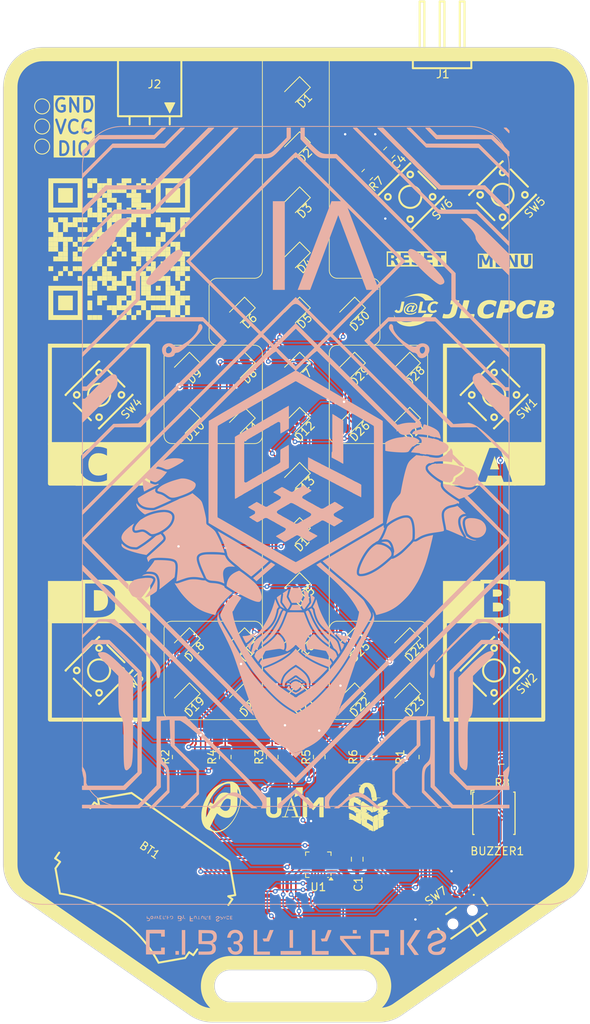
<source format=kicad_pcb>
(kicad_pcb (version 20240108) (generator "pcbnew") (generator_version "8.0")
  (layers (0 "F.Cu" signal) (31 "B.Cu" signal) (34 "B.Paste" user) (35 "F.Paste" user) (36 "B.SilkS" user "B.Silkscreen") (37 "F.SilkS" user "F.Silkscreen") (38 "B.Mask" user) (39 "F.Mask" user) (44 "Edge.Cuts" user))
  (net 0 "")
  (net 1 "VDD")
  (net 2 "GND")
  (net 3 "/XI")
  (net 4 "/XO")
  (net 5 "/PC2")
  (net 6 "Net-(D1-K)")
  (net 7 "/PC3")
  (net 8 "/PC4")
  (net 9 "/PC5")
  (net 10 "/PC6")
  (net 11 "Net-(D10-K)")
  (net 12 "/PC1")
  (net 13 "Net-(D11-K)")
  (net 14 "Net-(D16-K)")
  (net 15 "Net-(D21-K)")
  (net 16 "Net-(D26-K)")
  (net 17 "/PD4")
  (net 22 "/PD0")
  (net 24 "/PC0")
  (net 27 "/PD3")
  (net 30 "/PD2")
  (net 32 "Net-(BUZZER1--)")
  (net 33 "/RX")
  (net 34 "/TX")
  (net 35 "/DIO")
  (net 36 "/BTT")
  (net 37 "/PC7")
  (net 42 "/PD7")
  (footprint "LED_SMD:LED_0805_2012Metric" (layer "F.Cu") (at 157.693194 66.923214 -135)
    (property "Reference" "D6")
    (property "Value" "LED")
  )
  (footprint "LED_SMD:LED_0805_2012Metric" (layer "F.Cu") (at 171.635194 73.894214 -135)
    (property "Reference" "D29")
    (property "Value" "LED")
  )
  (footprint "LED_SMD:LED_0805_2012Metric" (layer "F.Cu") (at 171.635194 108.749214 -135)
    (property "Reference" "D25")
    (property "Value" "LED")
  )
  (footprint "LED_SMD:LED_0805_2012Metric" (layer "F.Cu") (at 164.664194 80.865214 -135)
    (property "Reference" "D12")
    (property "Value" "LED")
  )
  (footprint "kicad_lceda:HDR-SMD_3P-P2.54-H-M" (layer "F.Cu") (at 183.20971 38.747514 180)
    (property "Reference" "J1")
    (property "Value" "Conn_01x03_Socket" (hide yes))
  )
  (footprint "Resistor_SMD:R_0805_2012Metric" (layer "F.Cu") (at 173.611694 123.221014 90)
    (property "Reference" "R6")
    (property "Value" "100R")
  )
  (footprint "kicad_lceda:SW-SMD_4P-L6.0-W6.0-P4.50-LS9.2" (layer "F.Cu") (at 189.794594 77.413414 -135)
    (property "Reference" "SW1")
    (property "Value" "6X6X6-TACT" (hide yes))
  )
  (footprint "kicad_lceda:BUZ-SMD_3P-L5.2-W5.2-P3.50-BR" (layer "F.Cu") (at 189.765994 130.331014 180)
    (property "Reference" "BUZZER1")
    (property "Value" "MLT-5030")
  )
  (footprint "kicad_lceda:SW-SMD_4P-L6.0-W6.0-P4.50-LS9.2" (layer "F.Cu") (at 189.794594 112.268414 -135)
    (property "Reference" "SW2")
    (property "Value" "6X6X6-TACT" (hide yes))
  )
  (footprint "LED_SMD:LED_0805_2012Metric" (layer "F.Cu") (at 164.664194 115.720214 -135)
    (property "Reference" "D21")
    (property "Value" "LED")
  )
  (footprint "LED_SMD:LED_0805_2012Metric" (layer "F.Cu") (at 178.606294 115.720214 -135)
    (property "Reference" "D23")
    (property "Value" "LED")
  )
  (footprint "Resistor_SMD:R_0805_2012Metric" (layer "F.Cu") (at 155.762294 123.221014 90)
    (property "Reference" "R4")
    (property "Value" "100R")
  )
  (footprint "Logos:seif_logo" (layer "F.Cu") (at 173.964049 130.225974)
    (property "Reference" "G***" (hide yes))
    (property "Value" "LOGO" (hide yes))
  )
  (footprint "Resistor_SMD:R_0805_2012Metric" (layer "F.Cu") (at 179.561594 123.221014 90)
    (property "Reference" "R1")
    (property "Value" "100R")
  )
  (footprint "LED_SMD:LED_0805_2012Metric" (layer "F.Cu") (at 150.722094 73.894214 -135)
    (property "Reference" "D9")
    (property "Value" "LED")
  )
  (footprint "kicad_lceda:SW-TH_MSK12C02" (layer "F.Cu") (at 185.498794 143.014814 35)
    (property "Reference" "SW7")
    (property "Value" "MSK12C02")
  )
  (footprint "LED_SMD:LED_0805_2012Metric" (layer "F.Cu") (at 164.664194 73.894214 -135)
    (property "Reference" "D7")
    (property "Value" "LED")
  )
  (footprint "LED_SMD:LED_0805_2012Metric" (layer "F.Cu") (at 157.693194 73.894214 -135)
    (property "Reference" "D8")
    (property "Value" "LED")
  )
  (footprint "Resistor_SMD:R_0805_2012Metric" (layer "F.Cu") (at 173.735994 49.561014 -135)
    (property "Reference" "R7")
    (property "Value" "100R" (hide yes))
  )
  (footprint "kicad_lceda:SW-SMD_4P-L6.0-W6.0-P4.50-LS9.2" (layer "F.Cu") (at 190.862894 52.112214 -135)
    (property "Reference" "SW5")
    (property "Value" "6X6X6-TACT" (hide yes))
  )
  (footprint "Resistor_SMD:R_0805_2012Metric" (layer "F.Cu") (at 149.812394 123.221014 90)
    (property "Reference" "R2")
    (property "Value" "100R")
  )
  (footprint "TestPoint:TestPoint_Pad_D1.5mm" (layer "F.Cu") (at 132.587994 43.465014)
    (property "Reference" "TP3" (hide yes))
    (property "Value" "TestPoint" (hide yes))
  )
  (footprint "Capacitor_SMD:C_0805_2012Metric" (layer "F.Cu") (at 176.529994 46.767014 -135)
    (property "Reference" "C4")
    (property "Value" "22uF" (hide yes))
  )
  (footprint "LED_SMD:LED_0805_2012Metric" (layer "F.Cu") (at 164.664194 108.749214 -135)
    (property "Reference" "D16")
    (property "Value" "LED")
  )
  (footprint "LED_SMD:LED_0805_2012Metric" (layer "F.Cu") (at 171.635194 115.720214 -135)
    (property "Reference" "D22")
    (property "Value" "LED")
  )
  (footprint "LED_SMD:LED_0805_2012Metric" (layer "F.Cu") (at 164.664194 39.039214 -135)
    (property "Reference" "D1")
    (property "Value" "LED")
  )
  (footprint "LED_SMD:LED_0805_2012Metric" (layer "F.Cu") (at 150.722094 108.749214 -135)
    (property "Reference" "D18")
    (property "Value" "LED")
  )
  (footprint "LED_SMD:LED_0805_2012Metric" (layer "F.Cu") (at 164.664194 94.807214 -135)
    (property "Reference" "D14")
    (property "Value" "LED")
  )
  (footprint "TestPoint:TestPoint_Pad_D1.5mm" (layer "F.Cu") (at 132.587994 46.005014)
    (property "Reference" "TP1" (hide yes))
    (property "Value" "TestPoint" (hide yes))
  )
  (footprint "Resistor_SMD:R_0805_2012Metric" (layer "F.Cu") (at 161.712094 123.221014 90)
    (property "Reference" "R3")
    (property "Value" "100R")
  )
  (footprint "kicad_lceda:HDR-SMD_3P-P2.54-H-F-L11.5" (layer "F.Cu") (at 146.19871 44.473014 180)
    (property "Reference" "J2")
    (property "Value" "Conn_01x03_Pin" (hide yes))
  )
  (footprint "LED_SMD:LED_0805_2012Metric" (layer "F.Cu") (at 178.606294 73.894214 -135)
    (property "Reference" "D28")
    (property "Value" "LED")
  )
  (footprint "Resistor_SMD:R_0805_2012Metric" (layer "F.Cu") (at 167.661894 123.221014 90)
    (property "Reference" "R5")
    (property "Value" "100R")
  )
  (footprint "LED_SMD:LED_0805_2012Metric" (layer "F.Cu") (at 164.664194 59.952214 -135)
    (property "Reference" "D4")
    (property "Value" "LED")
  )
  (footprint "Logos:future_logo" (layer "F.Cu") (at 155.194 129.54)
    (property "Reference" "G***" (hide yes))
    (property "Value" "LOGO" (hide yes))
  )
  (footprint "LED_SMD:LED_0805_2012Metric" (layer "F.Cu") (at 157.693194 115.720214 -135)
    (property "Reference" "D20")
    (property "Value" "LED")
  )
  (footprint "LED_SMD:LED_0805_2012Metric" (layer "F.Cu") (at 164.664194 52.981214 -135)
    (property "Reference" "D3")
    (property "Value" "LED")
  )
  (footprint "LED_SMD:LED_0805_2012Metric" (layer "F.Cu") (at 150.722094 115.720214 -135)
    (property "Reference" "D19")
    (property "Value" "LED")
  )
  (footprint "LED_SMD:LED_0805_2012Metric" (layer "F.Cu") (at 171.635194 80.865214 -135)
    (property "Reference" "D26")
    (property "Value" "LED")
  )
  (footprint "LED_SMD:LED_0805_2012Metric" (layer "F.Cu") (at 164.664194 101.778214 -135)
    (property "Reference" "D15")
    (property "Value" "LED")
  )
  (footprint "LED_SMD:LED_0805_2012Metric" (layer "F.Cu") (at 178.606294 108.749214 -135)
    (property "Reference" "D24")
    (property "Value" "LED")
  )
  (footprint "LED_SMD:LED_0805_2012Metric" (layer "F.Cu") (at 178.606294 80.865214 -135)
    (property "Reference" "D27")
    (property "Value" "LED")
  )
  (footprint "kicad_lceda:BAT-SMD_MY-2032-08" (layer "F.Cu") (at 145.560994 138.461014 -35)
    (property "Reference" "BT1")
    (property "Value" "CR2032")
  )
  (footprint "kicad_lceda:SW-SMD_4P-L6.0-W6.0-P4.50-LS9.2" (layer "F.Cu") (at 139.794594 77.413414 -135)
    (property "Reference" "SW4")
    (property "Value" "6X6X6-TACT" (hide yes))
  )
  (footprint "Capacitor_SMD:C_0805_2012Metric" (layer "F.Cu") (at 172.466 136.144 -90)
    (property "Reference" "C1")
    (property "Value" "0.1uF")
  )
  (footprint "TestPoint:TestPoint_Pad_D1.5mm" (layer "F.Cu") (at 132.587994 40.925014)
    (property "Reference" "TP2" (hide yes))
    (property "Value" "TestPoint" (hide yes))
  )
  (footprint "kicad_lceda:SW-SMD_4P-L6.0-W6.0-P4.50-LS9.2" (layer "F.Cu") (at 139.794594 112.268414 -135)
    (property "Reference" "SW3")
    (property "Value" "6X6X6-TACT" (hide yes))
  )
  (footprint "LED_SMD:LED_0805_2012Metric" (layer "F.Cu") (at 164.664194 66.923214 -135)
    (property "Reference" "D5")
    (property "Value" "LED")
  )
  (footprint "LED_SMD:LED_0805_2012Metric" (layer "F.Cu") (at 164.664194 46.010214 -135)
    (property "Reference" "D2")
    (property "Value" "LED")
  )
  (footprint "LED_SMD:LED_0805_2012Metric" (layer "F.Cu") (at 150.722094 80.865214 -135)
    (property "Reference" "D10")
    (property "Value" "LED")
  )
  (footprint "kicad_lceda:SW-SMD_4P-L6.0-W6.0-P4.50-LS9.2" (layer "F.Cu") (at 179.178894 52.366214 -135)
    (property "Reference" "SW6")
    (property "Value" "6X6X6-TACT" (hide yes))
  )
  (footprint "Package_DFN_QFN:QFN-20-1EP_3x3mm_P0.4mm_EP1.65x1.65mm" (layer "F.Cu") (at 167.541994 136.839014 180)
    (property "Reference" "U1")
    (property "Value" "CH32V003FxUx")
  )
  (footprint "LED_SMD:LED_0805_2012Metric" (layer "F.Cu") (at 171.635194 66.923214 -135)
    (property "Reference" "D30")
    (property "Value" "LED")
  )
  (footprint "LED_SMD:LED_0805_2012Metric" (layer "F.Cu") (at 157.693194 108.749214 -135)
    (property "Reference" "D17")
    (property "Value" "LED")
  )
  (footprint "LED_SMD:LED_0805_2012Metric" (layer "F.Cu") (at 157.693194 80.865214 -135)
    (property "Reference" "D11")
    (property "Value" "LED")
  )
  (footprint "LED_SMD:LED_0805_2012Metric" (layer "F.Cu") (at 164.664194 87.836214 -135)
    (property "Reference" "D13")
    (property "Value" "LED")
  )
  (footprint "Resistor_SMD:R_0805_2012Metric" (layer "F.Cu") (at 190.812994 124.856514 180)
    (property "Reference" "R8")
    (property "Value" "22R")
  )
  (gr_poly (pts (xy 182.658238 148.253709) (xy 182.721877 148.250298) (xy 182.782421 148.244991) (xy 182.840083 148.237735) (xy 182.895082 148.22848) (xy 182.947631 148.217172) (xy 182.997946 148.203761) (xy 183.046245 148.188194) (xy 183.092741 148.17042) (xy 183.137651 148.150385) (xy 183.181191 148.12804) (xy 183.223576 148.103331) (xy 183.265023 148.076207) (xy 183.305746 148.046616) (xy 183.334989 148.022565) (xy 183.364019 147.995298) (xy 183.392663 147.965114) (xy 183.420751 147.932313) (xy 183.44811 147.897193) (xy 183.474569 147.860053) (xy 183.499956 147.821194) (xy 183.524099 147.780914) (xy 183.546827 147.739512) (xy 183.567967 147.697288) (xy 183.587349 147.654541) (xy 183.604799 147.611569) (xy 183.620148 147.568673) (xy 183.633222 147.526152) (xy 183.64385 147.484304) (xy 183.651861 147.443429) (xy 183.672704 147.317406) (xy 183.209799 147.317406) (xy 183.170027 147.450066) (xy 183.159364 147.481431) (xy 183.146373 147.512395) (xy 183.131201 147.542808) (xy 183.113996 147.572521) (xy 183.094907 147.601385) (xy 183.074081 147.629251) (xy 183.051666 147.655968) (xy 183.027811 147.681389) (xy 183.002663 147.705362) (xy 182.976371 147.72774) (xy 182.949083 147.748372) (xy 182.920946 147.767109) (xy 182.892109 147.783802) (xy 182.86272 147.798301) (xy 182.832927 147.810458) (xy 182.802877 147.820122) (xy 182.789041 147.82365) (xy 182.773356 147.827081) (xy 182.737145 147.833579) (xy 182.695658 147.839475) (xy 182.650306 147.844625) (xy 182.602504 147.848887) (xy 182.553664 147.852119) (xy 182.505197 147.854177) (xy 182.458517 147.85492) (xy 182.402569 147.853803) (xy 182.349203 147.850365) (xy 182.298452 147.844624) (xy 182.250349 147.836596) (xy 182.204929 147.826299) (xy 182.162226 147.81375) (xy 182.122271 147.798965) (xy 182.0851 147.781962) (xy 182.050745 147.762758) (xy 182.019241 147.741369) (xy 181.990621 147.717812) (xy 181.964917 147.692106) (xy 181.942165 147.664266) (xy 181.922398 147.634309) (xy 181.905648 147.602254) (xy 181.89195 147.568116) (xy 181.88465 147.546575) (xy 181.878359 147.526932) (xy 181.873087 147.508941) (xy 181.868844 147.492355) (xy 181.865639 147.476928) (xy 181.863482 147.462412) (xy 181.862382 147.448562) (xy 181.862349 147.435131) (xy 181.863393 147.421872) (xy 181.865523 147.408538) (xy 181.868749 147.394884) (xy 181.873079 147.380663) (xy 181.878525 147.365627) (xy 181.885095 147.349531) (xy 181.8928 147.332129) (xy 181.901647 147.313172) (xy 181.908628 147.299042) (xy 181.915972 147.285393) (xy 181.923756 147.272185) (xy 181.932057 147.259376) (xy 181.940953 147.246925) (xy 181.950522 147.234792) (xy 181.960841 147.222935) (xy 181.971987 147.211313) (xy 181.984039 147.199885) (xy 181.997073 147.188611) (xy 182.011167 147.177449) (xy 182.026399 147.166358) (xy 182.042845 147.155298) (xy 182.060585 147.144226) (xy 182.079694 147.133103) (xy 182.100251 147.121887) (xy 182.122333 147.110537) (xy 182.146018 147.099012) (xy 182.171382 147.087271) (xy 182.198505 147.075274) (xy 182.258332 147.050344) (xy 182.32612 147.023894) (xy 182.402488 146.995596) (xy 182.488057 146.965122) (xy 182.583446 146.932143) (xy 182.689276 146.896332) (xy 182.818247 146.852084) (xy 182.935752 146.809598) (xy 183.042379 146.768448) (xy 183.138719 146.728208) (xy 183.225361 146.688452) (xy 183.302895 146.648755) (xy 183.37191 146.608691) (xy 183.432997 146.567833) (xy 183.486744 146.525756) (xy 183.533741 146.482033) (xy 183.574579 146.43624) (xy 183.609846 146.38795) (xy 183.640133 146.336737) (xy 183.666029 146.282175) (xy 183.688123 146.223838) (xy 183.707006 146.161301) (xy 183.718255 146.111575) (xy 183.725767 146.060165) (xy 183.729647 146.007455) (xy 183.729998 145.953829) (xy 183.726922 145.89967) (xy 183.720522 145.845363) (xy 183.710903 145.79129) (xy 183.698167 145.737837) (xy 183.682416 145.685387) (xy 183.663756 145.634324) (xy 183.642287 145.585032) (xy 183.618115 145.537894) (xy 183.591341 145.493294) (xy 183.562069 145.451617) (xy 183.530401 145.413245) (xy 183.496443 145.378564) (xy 183.487351 145.370578) (xy 183.476463 145.361875) (xy 183.463922 145.352538) (xy 183.449871 145.342653) (xy 183.434456 145.332305) (xy 183.417819 145.32158) (xy 183.381457 145.299337) (xy 183.341935 145.276607) (xy 183.300404 145.254072) (xy 183.258015 145.232412) (xy 183.215917 145.212311) (xy 183.183845 145.197845) (xy 183.153712 145.184905) (xy 183.124969 145.173397) (xy 183.097067 145.163225) (xy 183.069457 145.154295) (xy 183.041588 145.146513) (xy 183.012913 145.139783) (xy 182.982882 145.134012) (xy 182.950946 145.129104) (xy 182.916555 145.124964) (xy 182.87916 145.121499) (xy 182.838212 145.118613) (xy 182.793162 145.116212) (xy 182.74346 145.114201) (xy 182.627905 145.11097) (xy 182.547687 145.109863) (xy 182.467858 145.110079) (xy 182.390522 145.111525) (xy 182.317783 145.114109) (xy 182.251746 145.117738) (xy 182.194513 145.12232) (xy 182.148191 145.127763) (xy 182.114881 145.133973) (xy 182.114729 145.133973) (xy 182.074654 145.144785) (xy 182.035475 145.156864) (xy 181.997203 145.170194) (xy 181.959852 145.184761) (xy 181.923436 145.200548) (xy 181.887967 145.21754) (xy 181.853459 145.235721) (xy 181.819925 145.255078) (xy 181.787378 145.275593) (xy 181.755831 145.297252) (xy 181.725299 145.320039) (xy 181.695793 145.343939) (xy 181.667328 145.368936) (xy 181.639916 145.395016) (xy 181.613571 145.422162) (xy 181.588306 145.45036) (xy 181.564134 145.479594) (xy 181.541069 145.509848) (xy 181.519123 145.541107) (xy 181.498311 145.573357) (xy 181.478644 145.60658) (xy 181.460137 145.640763) (xy 181.442803 145.675889) (xy 181.426654 145.711944) (xy 181.411705 145.748911) (xy 181.397968 145.786776) (xy 181.385457 145.825523) (xy 181.374184 145.865137) (xy 181.355409 145.946904) (xy 181.341749 146.031953) (xy 181.323538 146.174782) (xy 181.555593 146.174782) (xy 181.626104 146.174391) (xy 181.655308 146.173792) (xy 181.680807 146.172829) (xy 181.702847 146.171429) (xy 181.721676 146.16952) (xy 181.73754 146.167028) (xy 181.750686 146.163883) (xy 181.761362 146.160011) (xy 181.769813 146.155341) (xy 181.773281 146.152683) (xy 181.776287 146.149799) (xy 181.778859 146.146679) (xy 181.78103 146.143314) (xy 181.784289 146.135813) (xy 181.786312 146.127224) (xy 181.787344 146.117474) (xy 181.787634 146.106492) (xy 181.788729 146.085459) (xy 181.791924 146.062465) (xy 181.797084 146.037796) (xy 181.804075 146.011737) (xy 181.812762 145.984574) (xy 181.823011 145.956594) (xy 181.834686 145.928081) (xy 181.847652 145.899321) (xy 181.861776 145.870601) (xy 181.876922 145.842205) (xy 181.892956 145.814421) (xy 181.909743 145.787532) (xy 181.927148 145.761826) (xy 181.945037 145.737587) (xy 181.963274 145.715102) (xy 181.981725 145.694657) (xy 182.007574 145.670151) (xy 182.036302 145.647451) (xy 182.067704 145.626545) (xy 182.101576 145.607424) (xy 182.137711 145.590078) (xy 182.175906 145.574496) (xy 182.215955 145.560669) (xy 182.257652 145.548586) (xy 182.345172 145.529614) (xy 182.436826 145.517497) (xy 182.530971 145.512157) (xy 182.625967 145.51351) (xy 182.720172 145.521478) (xy 182.811947 145.535979) (xy 182.899648 145.556931) (xy 182.981636 145.584255) (xy 183.019974 145.600281) (xy 183.056269 145.617869) (xy 183.090314 145.63701) (xy 183.121905 145.657693) (xy 183.150837 145.679909) (xy 183.176904 145.703646) (xy 183.199902 145.728895) (xy 183.219625 145.755646) (xy 183.230238 145.772871) (xy 183.239742 145.790426) (xy 183.248146 145.808279) (xy 183.255461 145.826396) (xy 183.261694 145.844747) (xy 183.266857 145.863297) (xy 183.270959 145.882015) (xy 183.274009 145.900867) (xy 183.276017 145.919822) (xy 183.276992 145.938847) (xy 183.276945 145.957909) (xy 183.275884 145.976976) (xy 183.273819 145.996015) (xy 183.27076 146.014994) (xy 183.266717 146.03388) (xy 183.261698 146.052641) (xy 183.255715 146.071243) (xy 183.248775 146.089655) (xy 183.240889 146.107844) (xy 183.232067 146.125778) (xy 183.222318 146.143423) (xy 183.211651 146.160748) (xy 183.200076 146.177719) (xy 183.187603 146.194305) (xy 183.174241 146.210472) (xy 183.16 146.226188) (xy 183.14489 146.241421) (xy 183.12892 146.256139) (xy 183.112099 146.270307) (xy 183.094438 146.283895) (xy 183.075945 146.296869) (xy 183.056631 146.309197) (xy 183.043033 146.31669) (xy 183.024162 146.325888) (xy 182.97196 146.34888) (xy 182.902733 146.377139) (xy 182.819191 146.409632) (xy 182.724044 146.445325) (xy 182.620002 146.483182) (xy 182.509774 146.522171) (xy 182.39607 146.561257) (xy 182.171549 146.63978) (xy 181.970733 146.714561) (xy 181.886067 146.747905) (xy 181.815548 146.777142) (xy 181.761918 146.801213) (xy 181.727918 146.819062) (xy 181.712666 146.828839) (xy 181.697723 146.839123) (xy 181.66879 146.861161) (xy 181.641177 146.885076) (xy 181.614945 146.910772) (xy 181.59015 146.938149) (xy 181.566851 146.967109) (xy 181.545107 146.997554) (xy 181.524976 147.029386) (xy 181.506517 147.062506) (xy 181.489788 147.096816) (xy 181.474847 147.132218) (xy 181.461753 147.168613) (xy 181.450564 147.205903) (xy 181.441339 147.243989) (xy 181.434136 147.282774) (xy 181.429014 147.322159) (xy 181.424308 147.390282) (xy 181.424359 147.456317) (xy 181.429152 147.52024) (xy 181.438672 147.582025) (xy 181.452905 147.641648) (xy 181.471835 147.699083) (xy 181.495448 147.754306) (xy 181.523729 147.807291) (xy 181.556663 147.858013) (xy 181.594236 147.906448) (xy 181.636431 147.95257) (xy 181.683236 147.996354) (xy 181.734634 148.037776) (xy 181.790611 148.07681) (xy 181.851152 148.113431) (xy 181.916242 148.147614) (xy 181.945497 148.161628) (xy 181.973319 148.174264) (xy 182.000128 148.185606) (xy 182.026341 148.195736) (xy 182.052377 148.204739) (xy 182.078653 148.212696) (xy 182.105587 148.219692) (xy 182.133597 148.225809) (xy 182.163102 148.23113) (xy 182.194519 148.235739) (xy 182.228266 148.239718) (xy 182.264761 148.243151) (xy 182.304423 148.246121) (xy 182.347668 148.248711) (xy 182.446584 148.253083) (xy 182.520807 148.255049) (xy 182.591286 148.255275)) (stroke (width -0.000001)) (fill solid) (layer "B.SilkS"))
  (gr_poly (pts (xy 186.399927 90.186268) (xy 185.419626 89.19666) (xy 184.629495 88.950169) (xy 186.030961 90.344395)) (stroke (width 0.107999)) (fill solid) (layer "B.SilkS"))
  (gr_arc (start 132.686994 141.850143) (mid 129.151454 140.385683) (end 127.686994 136.850143) (stroke (width 0.1)) (layer "B.SilkS"))
  (gr_poly (pts (xy 180.105003 148.257515) (xy 180.193517 148.25515) (xy 180.22758 148.253508) (xy 180.253324 148.251615) (xy 180.269608 148.249514) (xy 180.273845 148.248399) (xy 180.275289 148.247246) (xy 180.265078 148.231398) (xy 180.235814 148.190287) (xy 180.128331 148.043407) (xy 179.969257 147.828868) (xy 179.775007 147.568932) (xy 179.274732 146.901742) (xy 180.477537 145.099358) (xy 179.877493 145.099358) (xy 179.314642 145.979615) (xy 179.096124 146.324204) (xy 178.91722 146.611729) (xy 178.796391 146.812143) (xy 178.763523 146.870292) (xy 178.752096 146.895394) (xy 178.754632 146.902456) (xy 178.762014 146.916077) (xy 178.790327 146.961561) (xy 178.835051 147.028976) (xy 178.894206 147.115455) (xy 178.965807 147.218131) (xy 179.047874 147.334134) (xy 179.138423 147.460596) (xy 179.235472 147.594651) (xy 179.718549 148.258378) (xy 179.996916 148.258378)) (stroke (width -0.000001)) (fill solid) (layer "B.SilkS"))
  (gr_poly (pts (xy 156.118323 143.755001) (xy 156.13888 143.754586) (xy 156.157189 143.753828) (xy 156.173372 143.752671) (xy 156.187554 143.751062) (xy 156.199857 143.748946) (xy 156.210405 143.746269) (xy 156.219319 143.742976) (xy 156.223203 143.741081) (xy 156.226724 143.739012) (xy 156.229899 143.736762) (xy 156.232742 143.734324) (xy 156.23527 143.731691) (xy 156.237497 143.728856) (xy 156.239439 143.725813) (xy 156.241112 143.722555) (xy 156.24253 143.719074) (xy 156.243709 143.715365) (xy 156.245411 143.707232) (xy 156.246343 143.698102) (xy 156.246626 143.68792) (xy 156.246451 143.681076) (xy 156.24594 143.674424) (xy 156.245108 143.667997) (xy 156.243974 143.661831) (xy 156.242554 143.65596) (xy 156.240866 143.650418) (xy 156.238927 143.64524) (xy 156.236754 143.640461) (xy 156.234365 143.636114) (xy 156.231776 143.632235) (xy 156.229004 143.628858) (xy 156.226068 143.626018) (xy 156.224544 143.62481) (xy 156.222984 143.623749) (xy 156.221392 143.622839) (xy 156.21977 143.622085) (xy 156.218119 143.621491) (xy 156.216442 143.621062) (xy 156.214741 143.620801) (xy 156.213018 143.620713) (xy 156.211296 143.62076) (xy 156.209596 143.620899) (xy 156.207919 143.621128) (xy 156.206269 143.621444) (xy 156.204647 143.621846) (xy 156.203055 143.622331) (xy 156.201496 143.622896) (xy 156.199971 143.62354) (xy 156.198484 143.62426) (xy 156.197035 143.625054) (xy 156.195628 143.625919) (xy 156.194264 143.626854) (xy 156.192946 143.627855) (xy 156.191675 143.628921) (xy 156.190454 143.63005) (xy 156.189285 143.631239) (xy 156.18817 143.632485) (xy 156.187112 143.633787) (xy 156.186112 143.635142) (xy 156.185172 143.636548) (xy 156.184295 143.638003) (xy 156.183484 143.639504) (xy 156.182739 143.641048) (xy 156.182063 143.642635) (xy 156.181459 143.644261) (xy 156.180929 143.645925) (xy 156.180474 143.647623) (xy 156.180097 143.649353) (xy 156.1798 143.651114) (xy 156.179585 143.652903) (xy 156.179455 143.654718) (xy 156.179411 143.656556) (xy 156.17929 143.65838) (xy 156.178931 143.660153) (xy 156.178341 143.661874) (xy 156.177524 143.663541) (xy 156.176488 143.665153) (xy 156.175238 143.666707) (xy 156.173779 143.668203) (xy 156.172118 143.669638) (xy 156.170261 143.671011) (xy 156.168214 143.672321) (xy 156.165982 143.673565) (xy 156.163571 143.674743) (xy 156.160988 143.675852) (xy 156.158238 143.676891) (xy 156.155328 143.677858) (xy 156.152262 143.678753) (xy 156.149048 143.679572) (xy 156.145691 143.680315) (xy 156.142196 143.68098) (xy 156.138571 143.681565) (xy 156.13482 143.682069) (xy 156.13095 143.68249) (xy 156.126966 143.682826) (xy 156.122875 143.683076) (xy 156.118683 143.683239) (xy 156.114394 143.683312) (xy 156.110016 143.683295) (xy 156.105555 143.683185) (xy 156.101015 143.68298) (xy 156.096403 143.68268) (xy 156.091726 143.682283) (xy 156.086988 143.681786) (xy 156.072307 143.679901) (xy 156.059208 143.677706) (xy 156.05322 143.676444) (xy 156.047588 143.675047) (xy 156.042301 143.673495) (xy 156.037344 143.67177) (xy 156.032706 143.669851) (xy 156.028374 143.667721) (xy 156.024333 143.66536) (xy 156.020573 143.662748) (xy 156.017079 143.659866) (xy 156.013839 143.656695) (xy 156.01084 143.653216) (xy 156.008069 143.64941) (xy 156.005513 143.645257) (xy 156.003159 143.640739) (xy 156.000995 143.635835) (xy 155.999008 143.630527) (xy 155.997184 143.624796) (xy 155.995511 143.618622) (xy 155.993975 143.611987) (xy 155.992565 143.60487) (xy 155.990068 143.589117) (xy 155.987916 143.571209) (xy 155.986006 143.550992) (xy 155.984236 143.528313) (xy 155.981211 143.482229) (xy 155.980448 143.463466) (xy 155.980352 143.447299) (xy 155.981046 143.433534) (xy 155.98173 143.427493) (xy 155.982657 143.421979) (xy 155.983845 143.41697) (xy 155.985309 143.412441) (xy 155.987065 143.408367) (xy 155.989128 143.404726) (xy 155.991513 143.401492) (xy 155.994238 143.398641) (xy 155.997316 143.39615) (xy 156.000763 143.393994) (xy 156.004596 143.39215) (xy 156.00883 143.390592) (xy 156.013481 143.389297) (xy 156.018564 143.388241) (xy 156.030088 143.386748) (xy 156.043528 143.385921) (xy 156.05901 143.385566) (xy 156.076658 143.385491) (xy 156.087125 143.385666) (xy 156.097298 143.386178) (xy 156.107125 143.38701) (xy 156.116554 143.388145) (xy 156.125531 143.389565) (xy 156.134004 143.391254) (xy 156.14192 143.393194) (xy 156.149226 143.395368) (xy 156.15587 143.397759) (xy 156.161799 143.400348) (xy 156.166961 143.403119) (xy 156.171302 143.406055) (xy 156.174771 143.409138) (xy 156.177313 143.412351) (xy 156.178221 143.414001) (xy 156.178878 143.415677) (xy 156.179276 143.417377) (xy 156.179411 143.419099) (xy 156.179455 143.420821) (xy 156.179585 143.422521) (xy 156.1798 143.424198) (xy 156.180097 143.425848) (xy 156.180473 143.42747) (xy 156.180928 143.429062) (xy 156.181458 143.430621) (xy 156.182062 143.432145) (xy 156.182738 143.433633) (xy 156.183482 143.435081) (xy 156.184294 143.436489) (xy 156.18517 143.437853) (xy 156.186109 143.439171) (xy 156.187109 143.440442) (xy 156.188168 143.441663) (xy 156.189282 143.442832) (xy 156.190451 143.443947) (xy 156.191672 143.445005) (xy 156.192942 143.446005) (xy 156.194261 143.446945) (xy 156.195625 143.447821) (xy 156.197032 143.448633) (xy 156.198481 143.449378) (xy 156.199968 143.450053) (xy 156.201493 143.450657) (xy 156.203052 143.451188) (xy 156.204644 143.451643) (xy 156.206267 143.45202) (xy 156.207917 143.452317) (xy 156.209594 143.452532) (xy 156.211295 143.452662) (xy 156.213018 143.452706) (xy 156.21474 143.452618) (xy 156.216441 143.452357) (xy 156.218117 143.451927) (xy 156.219768 143.451333) (xy 156.22139 143.450579) (xy 156.222981 143.449669) (xy 156.224541 143.448607) (xy 156.226065 143.447398) (xy 156.227552 143.446047) (xy 156.229001 143.444557) (xy 156.230408 143.442933) (xy 156.231772 143.441179) (xy 156.233091 143.439299) (xy 156.234361 143.437299) (xy 156.235582 143.435181) (xy 156.236751 143.432951) (xy 156.237866 143.430612) (xy 156.238925 143.42817) (xy 156.239925 143.425628) (xy 156.240864 143.422991) (xy 156.241741 143.420262) (xy 156.242553 143.417447) (xy 156.243298 143.41455) (xy 156.243973 143.411575) (xy 156.244577 143.408526) (xy 156.245108 143.405408) (xy 156.245563 143.402224) (xy 156.24594 143.39898) (xy 156.246236 143.39568) (xy 156.246451 143.392327) (xy 156.246582 143.388927) (xy 156.246626 143.385483) (xy 156.246557 143.380253) (xy 156.246343 143.375293) (xy 156.245966 143.370596) (xy 156.245411 143.366155) (xy 156.244664 143.361965) (xy 156.243709 143.358018) (xy 156.24253 143.354306) (xy 156.241112 143.350824) (xy 156.239439 143.347564) (xy 156.237497 143.34452) (xy 156.23527 143.341685) (xy 156.232742 143.339051) (xy 156.229899 143.336613) (xy 156.226724 143.334363) (xy 156.223203 143.332294) (xy 156.219319 143.3304) (xy 156.215058 143.328674) (xy 156.210405 143.327108) (xy 156.205343 143.325697) (xy 156.199857 143.324433) (xy 156.193933 143.323309) (xy 156.187554 143.322319) (xy 156.180706 143.321456) (xy 156.173372 143.320712) (xy 156.165538 143.320082) (xy 156.157189 143.319558) (xy 156.13888 143.318801) (xy 156.118323 143.318387) (xy 156.095396 143.318261) (xy 155.944166 143.318261) (xy 155.944166 143.755128) (xy 156.095396 143.755128)) (stroke (width -0.000001)) (fill solid) (layer "B.SilkS"))
  (gr_poly (pts (xy 191.681787 54.007729) (xy 188.612726 50.952614) (xy 185.809793 50.952096) (xy 183.007379 50.951577) (xy 176.91628 44.869774) (xy 176.537292 44.488504) (xy 176.297539 44.242566) (xy 176.0695 44.007665) (xy 175.725656 43.659508) (xy 175.05903 43.659508) (xy 176.079122 44.677544) (xy 182.804292 51.389275) (xy 188.498521 51.389275) (xy 191.681787 54.575646)) (stroke (width 0.107999)) (fill solid) (layer "B.SilkS"))
  (gr_poly (pts (xy 152.118688 143.720781) (xy 152.122307 143.718615) (xy 152.125662 143.715102) (xy 152.128756 143.710322) (xy 152.131588 143.704353) (xy 152.134159 143.697275) (xy 152.138521 143.680106) (xy 152.141848 143.659451) (xy 152.144145 143.635941) (xy 152.145417 143.610211) (xy 152.145672 143.582894) (xy 152.144913 143.554624) (xy 152.143147 143.526033) (xy 152.140379 143.497757) (xy 152.136615 143.470427) (xy 152.13186 143.444678) (xy 152.12612 143.421142) (xy 152.119401 143.400455) (xy 152.115675 143.391377) (xy 152.111707 143.383248) (xy 152.107671 143.376514) (xy 152.102981 143.370129) (xy 152.097676 143.364094) (xy 152.091796 143.358416) (xy 152.085377 143.353096) (xy 152.078461 143.348138) (xy 152.071084 143.343547) (xy 152.063287 143.339326) (xy 152.055107 143.335479) (xy 152.046585 143.332009) (xy 152.037757 143.32892) (xy 152.028664 143.326215) (xy 152.019345 143.323899) (xy 152.009837 143.321975) (xy 152.000179 143.320446) (xy 151.990412 143.319317) (xy 151.980572 143.31859) (xy 151.9707 143.31827) (xy 151.960833 143.318361) (xy 151.951011 143.318865) (xy 151.941273 143.319787) (xy 151.931657 143.32113) (xy 151.922202 143.322898) (xy 151.912947 143.325095) (xy 151.903931 143.327723) (xy 151.895192 143.330788) (xy 151.88677 143.334293) (xy 151.878702 143.33824) (xy 151.871029 143.342635) (xy 151.863788 143.34748) (xy 151.857018 143.352779) (xy 151.850759 143.358536) (xy 151.850881 143.358567) (xy 151.846548 143.363788) (xy 151.842452 143.370472) (xy 151.834981 143.387803) (xy 151.828488 143.409704) (xy 151.822995 143.435321) (xy 151.81852 143.4638) (xy 151.815084 143.494285) (xy 151.812707 143.525923) (xy 151.811409 143.557859) (xy 151.81121 143.589238) (xy 151.81213 143.619206) (xy 151.81419 143.646908) (xy 151.81741 143.67149) (xy 151.821808 143.692096) (xy 151.827407 143.707873) (xy 151.830662 143.713683) (xy 151.834225 143.717966) (xy 151.838098 143.720614) (xy 151.842283 143.72152) (xy 151.843925 143.721311) (xy 151.845572 143.720692) (xy 151.847223 143.719672) (xy 151.848873 143.718262) (xy 151.850522 143.716472) (xy 151.852165 143.714312) (xy 151.8538 143.711792) (xy 151.855425 143.708924) (xy 151.857037 143.705716) (xy 151.858633 143.702179) (xy 151.861767 143.69416) (xy 151.864805 143.684949) (xy 151.867726 143.674627) (xy 151.870508 143.663276) (xy 151.87313 143.650978) (xy 151.875569 143.637816) (xy 151.877805 143.62387) (xy 151.879816 143.609222) (xy 151.88158 143.593955) (xy 151.883077 143.578151) (xy 151.884283 143.56189) (xy 151.887871 143.513362) (xy 151.88989 143.493265) (xy 151.892194 143.47572) (xy 151.894883 143.460556) (xy 151.898056 143.447603) (xy 151.901815 143.436691) (xy 151.903945 143.431947) (xy 151.906259 143.42765) (xy 151.90877 143.423778) (xy 151.91149 143.42031) (xy 151.914431 143.417225) (xy 151.917607 143.414501) (xy 151.921029 143.412117) (xy 151.924711 143.410052) (xy 151.928664 143.408284) (xy 151.932902 143.406793) (xy 151.94228 143.404555) (xy 151.952946 143.403167) (xy 151.965001 143.402459) (xy 151.978544 143.40226) (xy 151.992087 143.402459) (xy 152.004141 143.403166) (xy 152.009642 143.403764) (xy 152.014807 143.404554) (xy 152.019651 143.405555) (xy 152.024185 143.406791) (xy 152.028423 143.408282) (xy 152.032376 143.410049) (xy 152.036057 143.412113) (xy 152.039479 143.414497) (xy 152.042654 143.41722) (xy 152.045596 143.420305) (xy 152.048315 143.423773) (xy 152.050826 143.427644) (xy 152.05314 143.431941) (xy 152.05527 143.436685) (xy 152.057229 143.441896) (xy 152.059029 143.447596) (xy 152.060682 143.453807) (xy 152.062202 143.460549) (xy 152.063601 143.467844) (xy 152.064891 143.475713) (xy 152.067195 143.493259) (xy 152.069215 143.513358) (xy 152.071052 143.536178) (xy 152.072805 143.56189) (xy 152.074008 143.578152) (xy 152.075502 143.593957) (xy 152.077265 143.609225) (xy 152.079275 143.623873) (xy 152.081512 143.637819) (xy 152.083952 143.650982) (xy 152.086575 143.663279) (xy 152.089359 143.67463) (xy 152.092282 143.684951) (xy 152.095321 143.694162) (xy 152.098457 143.702181) (xy 152.101666 143.708925) (xy 152.104927 143.714312) (xy 152.108218 143.718262) (xy 152.111518 143.720692) (xy 152.113165 143.721311) (xy 152.114805 143.72152)) (stroke (width -0.000001)) (fill solid) (layer "B.SilkS"))
  (gr_poly (pts (xy 153.163236 148.223275) (xy 153.445336 148.221788) (xy 153.667578 148.21746) (xy 153.759437 148.213729) (xy 153.840152 148.208685) (xy 153.910998 148.202128) (xy 153.973248 148.193857) (xy 154.028176 148.183671) (xy 154.077056 148.17137) (xy 154.12116 148.156753) (xy 154.161764 148.139619) (xy 154.20014 148.119768) (xy 154.237563 148.096998) (xy 154.314642 148.041901) (xy 154.347386 148.015432) (xy 154.377828 147.987701) (xy 154.405994 147.958646) (xy 154.419231 147.943603) (xy 154.43191 147.928205) (xy 154.444034 147.912445) (xy 154.455605 147.896316) (xy 154.466627 147.879809) (xy 154.477104 147.862917) (xy 154.487039 147.845631) (xy 154.496434 147.827945) (xy 154.505295 147.80985) (xy 154.513623 147.791339) (xy 154.528696 147.753036) (xy 154.541682 147.712974) (xy 154.552605 147.67109) (xy 154.561494 147.627324) (xy 154.568375 147.581612) (xy 154.573275 147.533893) (xy 154.57622 147.484104) (xy 154.577238 147.432183) (xy 154.576181 147.379346) (xy 154.572883 147.32846) (xy 154.56734 147.279516) (xy 154.559548 147.232507) (xy 154.549504 147.187426) (xy 154.537204 147.144266) (xy 154.522645 147.103018) (xy 154.505823 147.063676) (xy 154.486735 147.026231) (xy 154.465377 146.990677) (xy 154.441746 146.957006) (xy 154.415838 146.925211) (xy 154.387649 146.895284) (xy 154.357176 146.867217) (xy 154.324417 146.841004) (xy 154.289366 146.816636) (xy 154.164854 146.735978) (xy 154.329817 146.659554) (xy 154.374847 146.637235) (xy 154.396047 146.625565) (xy 154.41639 146.613524) (xy 154.435888 146.601087) (xy 154.454557 146.58823) (xy 154.472409 146.574929) (xy 154.489459 146.56116) (xy 154.50572 146.546899) (xy 154.521206 146.532121) (xy 154.535931 146.516804) (xy 154.54991 146.500922) (xy 154.563155 146.484452) (xy 154.575681 146.46737) (xy 154.587502 146.449651) (xy 154.598631 146.431272) (xy 154.609082 146.412209) (xy 154.618869 146.392436) (xy 154.628007 146.371932) (xy 154.636508 146.35067) (xy 154.644387 146.328628) (xy 154.651658 146.305782) (xy 154.658334 146.282106) (xy 154.66443 146.257578) (xy 154.669958 146.232173) (xy 154.674934 146.205867) (xy 154.683282 146.150456) (xy 154.689584 146.091152) (xy 154.693952 146.027764) (xy 154.696267 145.948657) (xy 154.694671 145.873411) (xy 154.689116 145.801937) (xy 154.679552 145.734143) (xy 154.665933 145.669942) (xy 154.648209 145.609243) (xy 154.626332 145.551956) (xy 154.600255 145.497992) (xy 154.569928 145.447261) (xy 154.535303 145.399674) (xy 154.496332 145.355141) (xy 154.452967 145.313571) (xy 154.405158 145.274876) (xy 154.352859 145.238966) (xy 154.296021 145.205751) (xy 154.234594 145.175141) (xy 154.214705 145.166799) (xy 154.192564 145.159229) (xy 154.16746 145.152381) (xy 154.138679 145.146207) (xy 154.105511 145.140657) (xy 154.067241 145.135681) (xy 154.023158 145.131231) (xy 153.972549 145.127256) (xy 153.914702 145.123708) (xy 153.848905 145.120536) (xy 153.774444 145.117693) (xy 153.690608 145.115127) (xy 153.491959 145.110633) (xy 153.247259 145.10666) (xy 152.381887 145.094331) (xy 152.381857 145.983262) (xy 152.381857 146.51664) (xy 152.818739 146.51664) (xy 152.818739 145.502663) (xy 153.340719 145.502663) (xy 153.470099 145.503313) (xy 153.583388 145.505304) (xy 153.6814 145.508693) (xy 153.76495 145.513543) (xy 153.834853 145.519911) (xy 153.891926 145.527859) (xy 153.936982 145.537445) (xy 153.95526 145.542871) (xy 153.970838 145.54873) (xy 153.970846 145.54873) (xy 154.003844 145.563795) (xy 154.034652 145.579961) (xy 154.063304 145.597273) (xy 154.076832 145.606373) (xy 154.089833 145.615778) (xy 154.102311 145.625491) (xy 154.114271 145.635521) (xy 154.125716 145.645871) (xy 154.136651 145.656549) (xy 154.14708 145.66756) (xy 154.157006 145.678909) (xy 154.166435 145.690602) (xy 154.175369 145.702646) (xy 154.183814 145.715046) (xy 154.191773 145.727807) (xy 154.19925 145.740936) (xy 154.20625 145.754438) (xy 154.212777 145.768319) (xy 154.218834 145.782585) (xy 154.224426 145.797242) (xy 154.229557 145.812295) (xy 154.234231 145.827751) (xy 154.238452 145.843614) (xy 154.245552 145.876588) (xy 154.25089 145.911263) (xy 154.254499 145.947686) (xy 154.256453 145.988195) (xy 154.256236 146.027344) (xy 154.253854 146.065121) (xy 154.249314 146.101514) (xy 154.24262 146.13651) (xy 154.233779 146.170097) (xy 154.222797 146.202261) (xy 154.209679 146.232991) (xy 154.194433 146.262274) (xy 154.177062 146.290097) (xy 154.157574 146.316449) (xy 154.135975 146.341316) (xy 154.112269 146.364686) (xy 154.086464 146.386547) (xy 154.058565 146.406886) (xy 154.028578 146.42569) (xy 154.00947 146.436284) (xy 153.990156 146.445795) (xy 153.970041 146.454296) (xy 153.94853 146.461857) (xy 153.925028 146.468551) (xy 153.898939 146.474449) (xy 153.869668 146.479622) (xy 153.83662 146.484141) (xy 153.7992 146.488078) (xy 153.756813 146.491505) (xy 153.708863 146.494493) (xy 153.654755 146.497112) (xy 153.593894 146.499436) (xy 153.525686 146.501534) (xy 153.364843 146.505341) (xy 152.818739 146.51664) (xy 152.381857 146.51664) (xy 152.381857 146.87217) (xy 153.079191 146.887597) (xy 153.341609 146.894857) (xy 153.550274 146.904805) (xy 153.636699 146.911292) (xy 153.712387 146.919057) (xy 153.778238 146.928303) (xy 153.835151 146.939231) (xy 153.884028 146.952042) (xy 153.925768 146.96694) (xy 153.961272 146.984127) (xy 153.99144 147.003803) (xy 154.017172 147.026172) (xy 154.039369 147.051434) (xy 154.058931 147.079793) (xy 154.076757 147.111451) (xy 154.087885 147.135943) (xy 154.097649 147.163463) (xy 154.106041 147.193568) (xy 154.113052 147.22582) (xy 154.118674 147.259776) (xy 154.122898 147.294997) (xy 154.125717 147.331043) (xy 154.127122 147.367472) (xy 154.127104 147.403845) (xy 154.125656 147.439721) (xy 154.122768 147.474658) (xy 154.118433 147.508218) (xy 154.112643 147.539959) (xy 154.105388 147.569441) (xy 154.096662 147.596224) (xy 154.086454 147.619866) (xy 154.07805 147.636015) (xy 154.069342 147.651293) (xy 154.060215 147.665726) (xy 154.050554 147.679336) (xy 154.040244 147.692146) (xy 154.029169 147.704181) (xy 154.017216 147.715463) (xy 154.004268 147.726016) (xy 153.99021 147.735863) (xy 153.974929 147.745028) (xy 153.958307 147.753534) (xy 153.940231 147.761405) (xy 153.920585 147.768664) (xy 153.899255 147.775334) (xy 153.876124 147.781439) (xy 153.851079 147.787002) (xy 153.824003 147.792047) (xy 153.794783 147.796597) (xy 153.763302 147.800676) (xy 153.729446 147.804306) (xy 153.6931 147.807512) (xy 153.654149 147.810317) (xy 153.612477 147.812744) (xy 153.567969 147.814817) (xy 153.469987 147.817992) (xy 153.359282 147.820031) (xy 153.234934 147.821122) (xy 153.096021 147.82145) (xy 152.38188 147.821503) (xy 152.38188 148.224778)) (stroke (width -0.000001)) (fill solid) (layer "B.SilkS"))
  (gr_poly (pts (xy 164.691089 103.719332) (xy 165.19366 103.713336) (xy 165.4048 103.312304) (xy 165.615936 102.911288) (xy 165.538814 102.647784) (xy 165.462757 102.384732) (xy 165.388191 102.122286) (xy 165.3642 102.03726) (xy 165.345352 101.972826) (xy 165.330264 101.925997) (xy 165.323699 101.908251) (xy 165.317557 101.893786) (xy 165.311664 101.882229) (xy 165.305847 101.873205) (xy 165.299935 101.866342) (xy 165.293754 101.861267) (xy 165.287133 101.857605) (xy 165.279897 101.854983) (xy 165.262893 101.851367) (xy 165.202261 101.845585) (xy 165.100556 101.840779) (xy 164.969715 101.837079) (xy 164.821677 101.834616) (xy 164.521761 101.83393) (xy 164.393758 101.835969) (xy 164.29631 101.83977) (xy 164.296321 101.843081) (xy 164.144255 101.852894) (xy 164.069511 101.858279) (xy 164.068492 101.858448) (xy 164.067467 101.858762) (xy 164.066436 101.859219) (xy 164.065402 101.859814) (xy 164.064365 101.860544) (xy 164.063329 101.861404) (xy 164.062294 101.86239) (xy 164.061263 101.8635) (xy 164.060237 101.864727) (xy 164.059218 101.86607) (xy 164.058208 101.867524) (xy 164.057208 101.869085) (xy 164.056221 101.870749) (xy 164.055247 101.872512) (xy 164.05429 101.87437) (xy 164.053349 101.87632) (xy 164.051529 101.880479) (xy 164.049799 101.884957) (xy 164.048175 101.889723) (xy 164.046671 101.894746) (xy 164.0453 101.899994) (xy 164.044076 101.905437) (xy 164.043015 101.911043) (xy 164.042129 101.916781) (xy 164.037865 101.937309) (xy 164.028677 101.974326) (xy 163.997816 102.089482) (xy 163.95412 102.245553) (xy 163.90216 102.425845) (xy 163.850795 102.603861) (xy 163.808735 102.753712) (xy 163.780318 102.859644) (xy 163.772581 102.891217) (xy 163.769882 102.905902) (xy 163.770968 102.910715) (xy 163.774154 102.919427) (xy 163.786399 102.947676) (xy 163.805758 102.988912) (xy 163.831371 103.041402) (xy 163.862381 103.103407) (xy 163.897928 103.173193) (xy 163.937153 103.249025) (xy 163.979198 103.329165) (xy 164.188514 103.725329)) (stroke (width -0.000001)) (fill solid) (layer "B.SilkS"))
  (gr_poly (pts (xy 176.477751 147.351014) (xy 175.973669 147.351014) (xy 175.973669 147.787896) (xy 174.5622 147.787896) (xy 174.5622 145.536263) (xy 175.973669 145.536263) (xy 175.973669 145.90593) (xy 176.477766 145.90593) (xy 176.477766 145.099366) (xy 174.125311 145.099366) (xy 174.125295 146.66208) (xy 174.125295 148.224786) (xy 176.477751 148.224786)) (stroke (width -0.000001)) (fill solid) (layer "B.SilkS"))
  (gr_poly (pts (xy 156.547682 143.754953) (xy 156.562654 143.754441) (xy 156.577118 143.75361) (xy 156.590994 143.752475) (xy 156.604206 143.751055) (xy 156.616676 143.749366) (xy 156.628327 143.747427) (xy 156.639081 143.745253) (xy 156.64886 143.742863) (xy 156.657587 143.740274) (xy 156.665184 143.737503) (xy 156.671574 143.734567) (xy 156.676678 143.731483) (xy 156.680421 143.72827) (xy 156.681757 143.726619) (xy 156.682723 143.724943) (xy 156.68331 143.723242) (xy 156.683508 143.72152) (xy 156.683354 143.719798) (xy 156.682897 143.718098) (xy 156.682146 143.716421) (xy 156.681107 143.714771) (xy 156.679788 143.713149) (xy 156.678196 143.711557) (xy 156.67634 143.709998) (xy 156.674226 143.708473) (xy 156.671863 143.706986) (xy 156.669257 143.705537) (xy 156.666416 143.70413) (xy 156.663348 143.702766) (xy 156.660061 143.701448) (xy 156.656561 143.700177) (xy 156.652856 143.698956) (xy 156.648955 143.697787) (xy 156.640591 143.695614) (xy 156.63153 143.693674) (xy 156.621831 143.691986) (xy 156.611555 143.690565) (xy 156.600762 143.689431) (xy 156.589512 143.688599) (xy 156.577867 143.688087) (xy 156.565885 143.687913) (xy 156.551026 143.687733) (xy 156.537244 143.687191) (xy 156.524524 143.686278) (xy 156.512848 143.684987) (xy 156.502201 143.683312) (xy 156.492566 143.681245) (xy 156.483927 143.678779) (xy 156.476267 143.675907) (xy 156.469569 143.672622) (xy 156.463818 143.668916) (xy 156.458997 143.664783) (xy 156.456929 143.662555) (xy 156.455089 143.660216) (xy 156.453472 143.657767) (xy 156.452078 143.655207) (xy 156.450904 143.652535) (xy 156.449947 143.64975) (xy 156.448681 143.643836) (xy 156.448263 143.637459) (xy 156.448361 143.634358) (xy 156.448657 143.631355) (xy 156.449149 143.628449) (xy 156.449838 143.625643) (xy 156.450724 143.622934) (xy 156.451807 143.620324) (xy 156.453087 143.617812) (xy 156.454564 143.615398) (xy 156.456238 143.613083) (xy 156.458109 143.610866) (xy 156.460177 143.608747) (xy 156.462441 143.606727) (xy 156.464903 143.604805) (xy 156.467561 143.602982) (xy 156.470416 143.601257) (xy 156.473469 143.59963) (xy 156.476718 143.598102) (xy 156.480164 143.596672) (xy 156.483807 143.595341) (xy 156.487647 143.594109) (xy 156.491684 143.592975) (xy 156.495917 143.591939) (xy 156.500348 143.591002) (xy 156.504976 143.590164) (xy 156.5098 143.589424) (xy 156.514822 143.588782) (xy 156.52004 143.58824) (xy 156.525455 143.587796) (xy 156.531067 143.58745) (xy 156.536876 143.587204) (xy 156.542882 143.587056) (xy 156.549085 143.587006) (xy 156.559357 143.586832) (xy 156.56934 143.58632) (xy 156.578983 143.585488) (xy 156.588235 143.584354) (xy 156.597044 143.582933) (xy 156.605357 143.581245) (xy 156.613125 143.579305) (xy 156.620293 143.577132) (xy 156.626812 143.574742) (xy 156.63263 143.572153) (xy 156.637694 143.569382) (xy 156.641953 143.566446) (xy 156.645356 143.563362) (xy 156.64672 143.56177) (xy 156.64785 143.560148) (xy 156.648741 143.558498) (xy 156.649385 143.556821) (xy 156.649776 143.555121) (xy 156.649908 143.553399) (xy 156.649776 143.551677) (xy 156.649385 143.549976) (xy 156.648741 143.5483) (xy 156.64785 143.546649) (xy 156.646719 143.545027) (xy 156.645355 143.543436) (xy 156.643764 143.541876) (xy 156.641952 143.540352) (xy 156.639926 143.538865) (xy 156.637692 143.537416) (xy 156.635257 143.536009) (xy 156.632628 143.534645) (xy 156.62981 143.533326) (xy 156.62681 143.532056) (xy 156.623635 143.530835) (xy 156.620291 143.529666) (xy 156.616784 143.528551) (xy 156.613121 143.527492) (xy 156.609309 143.526492) (xy 156.605354 143.525553) (xy 156.59704 143.523864) (xy 156.588232 143.522444) (xy 156.578981 143.521309) (xy 156.569338 143.520477) (xy 156.559356 143.519966) (xy 156.549085 143.519791) (xy 156.535029 143.519611) (xy 156.522237 143.519047) (xy 156.51066 143.518068) (xy 156.500247 143.51664) (xy 156.490951 143.514731) (xy 156.482722 143.512308) (xy 156.478991 143.510893) (xy 156.475509 143.509337) (xy 156.47227 143.507636) (xy 156.469266 143.505787) (xy 156.466492 143.503784) (xy 156.463941 143.501623) (xy 156.461608 143.499302) (xy 156.459486 143.496815) (xy 156.457569 143.494158) (xy 156.455852 143.491328) (xy 156.454327 143.48832) (xy 156.452988 143.48513) (xy 156.451831 143.481754) (xy 156.450847 143.478187) (xy 156.449379 143.470468) (xy 156.448534 143.46194) (xy 156.448263 143.452569) (xy 156.44833 143.447586) (xy 156.448538 143.442842) (xy 156.448895 143.438331) (xy 156.449412 143.434049) (xy 156.450096 143.42999) (xy 156.450958 143.426148) (xy 156.452007 143.422519) (xy 156.453252 143.419097) (xy 156.454702 143.415877) (xy 156.456366 143.412853) (xy 156.458253 143.41002) (xy 156.460374 143.407374) (xy 156.462736 143.404908) (xy 156.46535 143.402617) (xy 156.468225 143.400497) (xy 156.471369 143.398541) (xy 156.474792 143.396745) (xy 156.478503 143.395103) (xy 156.482511 143.39361) (xy 156.486826 143.392261) (xy 156.491457 143.39105) (xy 156.496414 143.389972) (xy 156.501704 143.389021) (xy 156.507338 143.388194) (xy 156.513325 143.387483) (xy 156.519674 143.386884) (xy 156.533494 143.386002) (xy 156.548873 143.385503) (xy 156.565885 143.385346) (xy 156.577867 143.385172) (xy 156.589512 143.38466) (xy 156.600762 143.383827) (xy 156.611555 143.382692) (xy 156.621831 143.381272) (xy 156.63153 143.379583) (xy 156.640591 143.377643) (xy 156.648955 143.375469) (xy 156.656561 143.373079) (xy 156.663348 143.370489) (xy 156.669257 143.367718) (xy 156.674226 143.364782) (xy 156.678196 143.361699) (xy 156.681107 143.358486) (xy 156.682146 143.356836) (xy 156.682897 143.35516) (xy 156.683354 143.35346) (xy 156.683508 143.351739) (xy 156.68331 143.350016) (xy 156.682723 143.348316) (xy 156.681757 143.34664) (xy 156.680421 143.344989) (xy 156.678725 143.343367) (xy 156.676678 143.341775) (xy 156.674291 143.340216) (xy 156.671574 143.338692) (xy 156.668534 143.337204) (xy 156.665184 143.335756) (xy 156.661531 143.334349) (xy 156.657587 143.332985) (xy 156.64886 143.330395) (xy 156.639081 143.328005) (xy 156.628327 143.325832) (xy 156.616676 143.323893) (xy 156.604206 143.322204) (xy 156.590994 143.320784) (xy 156.577118 143.319649) (xy 156.562654 143.318817) (xy 156.547682 143.318306) (xy 156.532278 143.318131) (xy 156.381048 143.318131) (xy 156.381048 143.755128) (xy 156.532278 143.755128)) (stroke (width -0.000001)) (fill solid) (layer "B.SilkS"))
  (gr_poly (pts (xy 165.353994 147.754296) (xy 162.766287 147.754296) (xy 162.766287 148.224786) (xy 165.353994 148.224786)) (stroke (width -0.000001)) (fill solid) (layer "B.SilkS"))
  (gr_poly (pts (xy 154.63349 143.419083) (xy 154.633505 143.419068) (xy 154.633482 143.419091)) (stroke (width -0.000001)) (fill solid) (layer "B.SilkS"))
  (gr_poly (pts (xy 155.6497 101.270236) (xy 155.650116 101.269311) (xy 155.650394 101.267675) (xy 155.650543 101.262341) (xy 155.650167 101.254379) (xy 155.649289 101.243935) (xy 155.64611 101.216186) (xy 155.641179 101.180266) (xy 155.63467 101.137343) (xy 155.626754 101.088588) (xy 155.617606 101.03517) (xy 155.607398 100.978259) (xy 155.559116 100.704463) (xy 155.540614 100.589863) (xy 155.525422 100.486914) (xy 155.513206 100.393205) (xy 155.503628 100.306325) (xy 155.496352 100.223861) (xy 155.491043 100.143405) (xy 155.48833 100.042526) (xy 155.491617 99.946783) (xy 155.50089 99.856198) (xy 155.516133 99.770791) (xy 155.52599 99.730036) (xy 155.537334 99.690584) (xy 155.550164 99.652436) (xy 155.564478 99.615597) (xy 155.580274 99.580068) (xy 155.597551 99.545851) (xy 155.616306 99.51295) (xy 155.636538 99.481368) (xy 155.658245 99.451106) (xy 155.681425 99.422168) (xy 155.706078 99.394555) (xy 155.732199 99.368272) (xy 155.759789 99.343319) (xy 155.788845 99.319701) (xy 155.819366 99.297419) (xy 155.851349 99.276476) (xy 155.884793 99.256875) (xy 155.919697 99.238618) (xy 155.956057 99.221709) (xy 155.993874 99.206149) (xy 156.073866 99.179088) (xy 156.15966 99.157458) (xy 156.178472 99.153664) (xy 156.197413 99.150263) (xy 156.216716 99.147247) (xy 156.236614 99.144605) (xy 156.257341 99.142328) (xy 156.279131 99.140407) (xy 156.302217 99.138832) (xy 156.326831 99.137593) (xy 156.381582 99.136087) (xy 156.44525 99.135814) (xy 156.519702 99.136696) (xy 156.606807 99.138659) (xy 156.733175 99.14351) (xy 156.841197 99.148823) (xy 156.919405 99.154231) (xy 156.943744 99.156855) (xy 156.956329 99.159365) (xy 156.962989 99.161984) (xy 156.968835 99.164042) (xy 156.973863 99.165539) (xy 156.97807 99.166469) (xy 156.981453 99.16683) (xy 156.982834 99.166796) (xy 156.984008 99.166618) (xy 156.984974 99.166297) (xy 156.985732 99.165831) (xy 156.986282 99.16522) (xy 156.986622 99.164464) (xy 156.986753 99.163563) (xy 156.986675 99.162515) (xy 156.986386 99.161321) (xy 156.985886 99.15998) (xy 156.984254 99.156856) (xy 156.981774 99.15314) (xy 156.978444 99.148827) (xy 156.97426 99.143916) (xy 156.969219 99.138402) (xy 156.963317 99.132283) (xy 156.956552 99.125554) (xy 156.94892 99.118214) (xy 156.931041 99.101682) (xy 156.909656 99.082662) (xy 156.884737 99.061126) (xy 156.856259 99.037048) (xy 156.824195 99.010401) (xy 156.78852 98.98116) (xy 156.749206 98.949298) (xy 156.558883 98.792581) (xy 156.473972 98.719889) (xy 156.3954 98.650433) (xy 156.322797 98.583807) (xy 156.255792 98.519602) (xy 156.194013 98.457413) (xy 156.137091 98.396832) (xy 156.084653 98.337453) (xy 156.03633 98.278869) (xy 155.991751 98.220674) (xy 155.950544 98.16246) (xy 155.91234 98.10382) (xy 155.876767 98.044349) (xy 155.843454 97.983638) (xy 155.81203 97.921282) (xy 155.756907 97.807887) (xy 155.721259 97.735415) (xy 155.718792 97.730915) (xy 155.716001 97.726612) (xy 155.712816 97.722493) (xy 155.709166 97.718544) (xy 155.70498 97.714752) (xy 155.700188 97.711102) (xy 155.694719 97.707581) (xy 155.688502 97.704176) (xy 155.681467 97.700873) (xy 155.673543 97.697658) (xy 155.664658 97.694518) (xy 155.654743 97.691439) (xy 155.643726 97.688407) (xy 155.631537 97.685409) (xy 155.618104 97.682431) (xy 155.603359 97.679459) (xy 155.587228 97.676481) (xy 155.569643 97.673481) (xy 155.550531 97.670447) (xy 155.529823 97.667365) (xy 155.483334 97.661002) (xy 155.429609 97.654282) (xy 155.368082 97.647098) (xy 155.298188 97.639339) (xy 155.219361 97.630897) (xy 155.131034 97.621663) (xy 154.970598 97.610132) (xy 154.743989 97.600485) (xy 154.184356 97.588) (xy 153.636347 97.586522) (xy 153.424267 97.590633) (xy 153.284172 97.598363) (xy 153.284184 97.598485) (xy 153.18584 97.609696) (xy 153.093802 97.622984) (xy 153.008019 97.638374) (xy 152.928441 97.655895) (xy 152.855019 97.675573) (xy 152.787701 97.697434) (xy 152.726437 97.721507) (xy 152.671178 97.747818) (xy 152.621872 97.776393) (xy 152.578471 97.80726) (xy 152.540923 97.840446) (xy 152.509178 97.875978) (xy 152.483187 97.913882) (xy 152.462898 97.954186) (xy 152.448262 97.996917) (xy 152.439228 98.042102) (xy 152.435196 98.09758) (xy 152.436877 98.161502) (xy 152.444246 98.233793) (xy 152.457281 98.314381) (xy 152.475956 98.403191) (xy 152.500247 98.50015) (xy 152.530132 98.605184) (xy 152.565585 98.71822) (xy 152.606582 98.839184) (xy 152.653101 98.968003) (xy 152.705115 99.104602) (xy 152.762603 99.248909) (xy 152.825539 99.400849) (xy 152.8939 99.56035) (xy 152.967661 99.727336) (xy 153.046799 99.901736) (xy 153.095527 100.009173) (xy 153.152005 100.13579) (xy 153.209228 100.265795) (xy 153.260189 100.383395) (xy 153.294969 100.463886) (xy 153.323108 100.526785) (xy 153.33527 100.552592) (xy 153.346469 100.575145) (xy 153.35694 100.594826) (xy 153.366915 100.612017) (xy 153.376626 100.6271) (xy 153.386307 100.640455) (xy 153.39619 100.652466) (xy 153.406509 100.663512) (xy 153.417495 100.673976) (xy 153.429383 100.68424) (xy 153.456791 100.705691) (xy 153.494316 100.733129) (xy 153.531081 100.758202) (xy 153.567489 100.781031) (xy 153.603938 100.801738) (xy 153.64083 100.820445) (xy 153.678564 100.837275) (xy 153.717542 100.852348) (xy 153.758164 100.865788) (xy 153.800829 100.877716) (xy 153.845939 100.888254) (xy 153.893894 100.897524) (xy 153.945095 100.905649) (xy 153.999941 100.912749) (xy 154.058833 100.918947) (xy 154.122171 100.924365) (xy 154.190357 100.929125) (xy 154.399437 100.945025) (xy 154.590276 100.965321) (xy 154.765319 100.990542) (xy 154.847682 101.005164) (xy 154.927013 101.021214) (xy 155.003618 101.038759) (xy 155.077803 101.057863) (xy 155.149874 101.078594) (xy 155.220136 101.101016) (xy 155.288896 101.125197) (xy 155.356458 101.1512) (xy 155.423129 101.179093) (xy 155.489215 101.208941) (xy 155.519748 101.222955) (xy 155.548605 101.235659) (xy 155.575128 101.246799) (xy 155.59866 101.256125) (xy 155.618541 101.263384) (xy 155.634114 101.268323) (xy 155.640078 101.269844) (xy 155.644719 101.270691) (xy 155.647954 101.270832)) (stroke (width -0.000001)) (fill solid) (layer "B.SilkS"))
  (gr_poly (pts (xy 165.746416 104.53592) (xy 165.747777 104.535461) (xy 165.749326 104.534706) (xy 165.751057 104.533661) (xy 165.752963 104.532336) (xy 165.755037 104.530736) (xy 165.759665 104.526746) (xy 165.764889 104.521752) (xy 165.770656 104.515815) (xy 165.776914 104.508996) (xy 165.783612 104.501355) (xy 165.790697 104.492953) (xy 165.798116 104.483851) (xy 165.805818 104.47411) (xy 165.81375 104.46379) (xy 165.82186 104.452952) (xy 165.830096 104.441658) (xy 165.838405 104.429967) (xy 165.846736 104.417941) (xy 165.896466 104.346313) (xy 165.972194 104.23865) (xy 166.160468 103.973529) (xy 166.393478 103.647235) (xy 166.393478 103.526385) (xy 166.392421 103.494877) (xy 166.389392 103.451524) (xy 166.384603 103.398274) (xy 166.378267 103.337073) (xy 166.370595 103.269868) (xy 166.3618 103.198606) (xy 166.352094 103.125234) (xy 166.341689 103.051699) (xy 166.321959 102.915246) (xy 166.307446 102.809133) (xy 166.297931 102.728792) (xy 166.293191 102.669657) (xy 166.292543 102.646615) (xy 166.293006 102.627163) (xy 166.294553 102.610728) (xy 166.297155 102.596741) (xy 166.300786 102.58463) (xy 166.305416 102.573826) (xy 166.31102 102.563756) (xy 166.317569 102.553851) (xy 166.322998 102.54582) (xy 166.327824 102.538121) (xy 166.329983 102.534454) (xy 166.331958 102.530939) (xy 166.333737 102.527598) (xy 166.33531 102.524455) (xy 166.336666 102.521532) (xy 166.337793 102.518852) (xy 166.33868 102.516438) (xy 166.339316 102.514313) (xy 166.339691 102.512499) (xy 166.339792 102.511021) (xy 166.339736 102.510414) (xy 166.339609 102.509899) (xy 166.339407 102.50948) (xy 166.33913 102.509158) (xy 166.286685 102.473799) (xy 166.233231 102.437802) (xy 166.169078 102.394885) (xy 166.092082 102.343243) (xy 166.00366 102.283278) (xy 165.914732 102.222438) (xy 165.836219 102.16817) (xy 165.774542 102.126053) (xy 165.748086 102.108688) (xy 165.724419 102.093738) (xy 165.703441 102.081165) (xy 165.685052 102.070934) (xy 165.66915 102.063007) (xy 165.655638 102.057349) (xy 165.644413 102.053923) (xy 165.639628 102.053035) (xy 165.635377 102.052692) (xy 165.631648 102.052888) (xy 165.628429 102.05362) (xy 165.625707 102.054883) (xy 165.623469 102.056671) (xy 165.621703 102.058981) (xy 165.620397 102.061809) (xy 165.619538 102.065148) (xy 165.619113 102.068996) (xy 165.619517 102.078196) (xy 165.621509 102.089373) (xy 165.621509 102.089404) (xy 165.632532 102.133742) (xy 165.65609 102.225825) (xy 165.726917 102.499346) (xy 165.764441 102.649558) (xy 165.795201 102.784207) (xy 165.807052 102.841097) (xy 165.816021 102.888578) (xy 165.821712 102.92481) (xy 165.823726 102.947955) (xy 165.823364 102.960658) (xy 165.822086 102.973716) (xy 165.819681 102.987577) (xy 165.815938 103.002689) (xy 165.810646 103.019498) (xy 165.803596 103.038453) (xy 165.794576 103.059999) (xy 165.783376 103.084586) (xy 165.769785 103.11266) (xy 165.753593 103.144668) (xy 165.734589 103.181058) (xy 165.712562 103.222278) (xy 165.687303 103.268775) (xy 165.658599 103.320996) (xy 165.590019 103.444399) (xy 165.356143 103.863314) (xy 165.426723 104.039218) (xy 165.441993 104.076347) (xy 165.458352 104.114417) (xy 165.475289 104.152349) (xy 165.492296 104.189067) (xy 165.508863 104.223492) (xy 165.524483 104.25455) (xy 165.538645 104.281161) (xy 165.550842 104.302249) (xy 165.564641 104.324217) (xy 165.578875 104.345994) (xy 165.608091 104.3883) (xy 165.637364 104.427811) (xy 165.665571 104.463175) (xy 165.678923 104.478879) (xy 165.691587 104.493038) (xy 165.703423 104.505483) (xy 165.714289 104.516044) (xy 165.724045 104.524554) (xy 165.732551 104.530841) (xy 165.739666 104.534738) (xy 165.742658 104.535737) (xy 165.74525 104.536074)) (stroke (width -0.000001)) (fill solid) (layer "B.SilkS"))
  (gr_poly (pts (xy 150.365388 143.72055) (xy 150.369883 143.719551) (xy 150.380063 143.715643) (xy 150.391828 143.709168) (xy 150.393487 143.70799) (xy 150.395276 143.706428) (xy 150.399225 143.7022) (xy 150.403629 143.696573) (xy 150.408441 143.689636) (xy 150.413617 143.681477) (xy 150.41911 143.672185) (xy 150.424874 143.661847) (xy 150.430864 143.650553) (xy 150.437033 143.638392) (xy 150.443336 143.625451) (xy 150.449727 143.61182) (xy 150.456159 143.597586) (xy 150.462588 143.582839) (xy 150.468966 143.567666) (xy 150.475249 143.552158) (xy 150.48139 143.536401) (xy 150.492461 143.505188) (xy 150.501677 143.474556) (xy 150.509059 143.444702) (xy 150.514628 143.415825) (xy 150.518404 143.388121) (xy 150.520409 143.361789) (xy 150.520664 143.337026) (xy 150.51919 143.31403) (xy 150.516006 143.292999) (xy 150.511135 143.274131) (xy 150.504598 143.257623) (xy 150.500711 143.250316) (xy 150.496414 143.243673) (xy 150.491712 143.237719) (xy 150.486606 143.232479) (xy 150.481099 143.227977) (xy 150.475194 143.224238) (xy 150.468893 143.221287) (xy 150.462199 143.219148) (xy 150.455114 143.217847) (xy 150.447641 143.217408) (xy 150.444026 143.21745) (xy 150.440621 143.217579) (xy 150.437425 143.217799) (xy 150.434437 143.218113) (xy 150.431656 143.218527) (xy 150.42908 143.219043) (xy 150.426709 143.219665) (xy 150.424541 143.220398) (xy 150.422577 143.221246) (xy 150.420814 143.222212) (xy 150.419251 143.2233) (xy 150.417888 143.224515) (xy 150.416724 143.22586) (xy 150.415757 143.227339) (xy 150.414986 143.228957) (xy 150.414411 143.230716) (xy 150.414031 143.232622) (xy 150.413844 143.234678) (xy 150.413849 143.236887) (xy 150.414045 143.239255) (xy 150.414432 143.241784) (xy 150.415008 143.244479) (xy 150.415772 143.247344) (xy 150.416724 143.250383) (xy 150.417862 143.253599) (xy 150.419184 143.256997) (xy 150.420691 143.26058) (xy 150.422381 143.264353) (xy 150.426307 143.272483) (xy 150.430952 143.281419) (xy 150.430967 143.281419) (xy 150.433267 143.285944) (xy 150.435361 143.290547) (xy 150.437246 143.295238) (xy 150.438921 143.300029) (xy 150.440384 143.304929) (xy 150.441635 143.30995) (xy 150.44267 143.315102) (xy 150.443488 143.320395) (xy 150.444088 143.32584) (xy 150.444467 143.331448) (xy 150.444625 143.33723) (xy 150.44456 143.343195) (xy 150.443752 143.35572) (xy 150.442029 143.369108) (xy 150.439379 143.383444) (xy 150.435789 143.398812) (xy 150.431243 143.415298) (xy 150.42573 143.432986) (xy 150.419235 143.451961) (xy 150.411746 143.472308) (xy 150.403248 143.494112) (xy 150.393728 143.517457) (xy 150.381733 143.547108) (xy 150.371321 143.574508) (xy 150.362491 143.599634) (xy 150.355244 143.622465) (xy 150.34958 143.642978) (xy 150.3455 143.661149) (xy 150.343003 143.676957) (xy 150.342089 143.69038) (xy 150.34276 143.701394) (xy 150.34369 143.705991) (xy 150.345015 143.709977) (xy 150.346737 143.71335) (xy 150.348855 143.716107) (xy 150.351369 143.718245) (xy 150.354279 143.719761) (xy 150.357586 143.720652) (xy 150.361288 143.720916)) (stroke (width -0.000001)) (fill solid) (layer "B.SilkS"))
  (gr_poly (pts (xy 158.901618 109.667941) (xy 158.903161 109.664988) (xy 158.905326 109.659228) (xy 158.911365 109.639897) (xy 158.919418 109.611165) (xy 158.929168 109.574248) (xy 158.940301 109.530363) (xy 158.952499 109.480727) (xy 158.965447 109.426556) (xy 158.978828 109.369067) (xy 159.015401 109.214025) (xy 159.050928 109.074051) (xy 159.086517 108.947523) (xy 159.123275 108.83282) (xy 159.162312 108.728321) (xy 159.204734 108.632405) (xy 159.25165 108.543451) (xy 159.304167 108.459838) (xy 159.363394 108.379944) (xy 159.430438 108.302149) (xy 159.506407 108.224831) (xy 159.592409 108.14637) (xy 159.689552 108.065144) (xy 159.798944 107.979533) (xy 159.921693 107.887914) (xy 160.058906 107.788668) (xy 160.244122 107.654315) (xy 160.412704 107.527932) (xy 160.567495 107.407135) (xy 160.711336 107.289544) (xy 160.847068 107.172776) (xy 160.977533 107.054449) (xy 161.105572 106.932182) (xy 161.234027 106.803591) (xy 161.308274 106.72598) (xy 161.379112 106.648439) (xy 161.446649 106.570803) (xy 161.51099 106.492904) (xy 161.572239 106.414574) (xy 161.630503 106.335649) (xy 161.685887 106.255959) (xy 161.738496 106.175339) (xy 161.788436 106.093622) (xy 161.835813 106.010641) (xy 161.880731 105.926228) (xy 161.923296 105.840217) (xy 161.963614 105.752441) (xy 162.00179 105.662734) (xy 162.03793 105.570927) (xy 162.072139 105.476855) (xy 162.102863 105.383759) (xy 162.135524 105.275935) (xy 162.168443 105.159867) (xy 162.199936 105.042042) (xy 162.228323 104.928944) (xy 162.251921 104.827059) (xy 162.269049 104.74287) (xy 162.278026 104.682864) (xy 162.280747 104.65804) (xy 162.284114 104.634472) (xy 162.288213 104.611987) (xy 162.293127 104.590413) (xy 162.298943 104.569578) (xy 162.305745 104.549308) (xy 162.313617 104.529432) (xy 162.322645 104.509778) (xy 162.332914 104.490172) (xy 162.344508 104.470442) (xy 162.357513 104.450417) (xy 162.372013 104.429923) (xy 162.388094 104.408788) (xy 162.405839 104.386841) (xy 162.425335 104.363907) (xy 162.446666 104.339816) (xy 162.522476 104.255618) (xy 162.500274 104.18442) (xy 162.497532 104.176285) (xy 162.493906 104.166662) (xy 162.484244 104.143442) (xy 162.471765 104.115742) (xy 162.456949 104.084546) (xy 162.440274 104.050835) (xy 162.422221 104.015593) (xy 162.403267 103.979803) (xy 162.383891 103.944445) (xy 162.36315 103.90589) (xy 162.340271 103.860913) (xy 162.316005 103.811144) (xy 162.291108 103.758212) (xy 162.266333 103.703746) (xy 162.242433 103.649377) (xy 162.220161 103.596732) (xy 162.200271 103.547442) (xy 162.128695 103.365125) (xy 162.107378 103.312298) (xy 162.093263 103.279847) (xy 162.088334 103.270048) (xy 162.084518 103.263885) (xy 162.081586 103.260875) (xy 162.079309 103.260529) (xy 162.077457 103.262365) (xy 162.075803 103.265894) (xy 162.072166 103.276095) (xy 162.072166 103.27608) (xy 162.069107 103.285657) (xy 162.064153 103.303012) (xy 162.049599 103.357127) (xy 162.030573 103.430571) (xy 162.009147 103.51549) (xy 161.982176 103.617042) (xy 161.94773 103.736147) (xy 161.907458 103.867746) (xy 161.86301 104.006779) (xy 161.816033 104.148188) (xy 161.768178 104.286913) (xy 161.721094 104.417895) (xy 161.676429 104.536074) (xy 161.577001 104.782716) (xy 161.471495 105.028074) (xy 161.360085 105.271864) (xy 161.242944 105.513802) (xy 161.120247 105.753606) (xy 160.992165 105.99099) (xy 160.858874 106.225673) (xy 160.720546 106.457369) (xy 160.577356 106.685797) (xy 160.429476 106.910671) (xy 160.27708 107.131708) (xy 160.120342 107.348626) (xy 159.959436 107.561139) (xy 159.794535 107.768965) (xy 159.625812 107.97182) (xy 159.453441 108.169421) (xy 159.331866 108.301959) (xy 159.204446 108.43459) (xy 159.075851 108.562942) (xy 158.950756 108.682646) (xy 158.833833 108.789332) (xy 158.729753 108.878627) (xy 158.68399 108.915388) (xy 158.64319 108.946162) (xy 158.607937 108.970404) (xy 158.578815 108.987567) (xy 158.573867 108.990262) (xy 158.569276 108.993004) (xy 158.565043 108.99579) (xy 158.561167 108.998617) (xy 158.557647 109.001483) (xy 158.554484 109.004387) (xy 158.551677 109.007326) (xy 158.549225 109.010298) (xy 158.547129 109.013301) (xy 158.545387 109.016332) (xy 158.543999 109.019391) (xy 158.542966 109.022473) (xy 158.542286 109.025578) (xy 158.54196 109.028704) (xy 158.541987 109.031847) (xy 158.542366 109.035006) (xy 158.543097 109.038179) (xy 158.54418 109.041364) (xy 158.545615 109.044558) (xy 158.547401 109.047759) (xy 158.549537 109.050966) (xy 158.552024 109.054176) (xy 158.55486 109.057386) (xy 158.558047 109.060596) (xy 158.561582 109.063802) (xy 158.565466 109.067002) (xy 158.569699 109.070195) (xy 158.57428 109.073378) (xy 158.579208 109.07655) (xy 158.584484 109.079707) (xy 158.590107 109.082848) (xy 158.596076 109.085971) (xy 158.620847 109.098646) (xy 158.630705 109.103865) (xy 158.638961 109.108496) (xy 158.645676 109.112657) (xy 158.648476 109.114598) (xy 158.650913 109.116466) (xy 158.652997 109.118275) (xy 158.654734 109.120041) (xy 158.656132 109.121777) (xy 158.6572 109.1235) (xy 158.657944 109.125222) (xy 158.658373 109.126961) (xy 158.658495 109.128729) (xy 158.658316 109.130542) (xy 158.657845 109.132415) (xy 158.65709 109.134362) (xy 158.656058 109.136398) (xy 158.654757 109.138538) (xy 158.65138 109.143188) (xy 158.647019 109.148431) (xy 158.635597 109.161166) (xy 158.632264 109.165049) (xy 158.629187 109.169035) (xy 158.626374 109.173104) (xy 158.623829 109.177239) (xy 158.621557 109.181419) (xy 158.619566 109.185626) (xy 158.617859 109.18984) (xy 158.616444 109.194043) (xy 158.615324 109.198215) (xy 158.614507 109.202338) (xy 158.613998 109.206391) (xy 158.613803 109.210358) (xy 158.613926 109.214217) (xy 158.614374 109.21795) (xy 158.615153 109.221539) (xy 158.615668 109.223272) (xy 158.616268 109.224963) (xy 158.623919 109.241958) (xy 158.636044 109.265217) (xy 158.671043 109.326378) (xy 158.715925 109.400151) (xy 158.765347 109.478243) (xy 158.813969 109.552362) (xy 158.856449 109.614214) (xy 158.887446 109.655504) (xy 158.896969 109.665848) (xy 158.899945 109.66799)) (stroke (width -0.000001)) (fill solid) (layer "B.SilkS"))
  (gr_poly (pts (xy 180.044237 111.203906) (xy 191.681772 99.566897) (xy 191.681772 98.906985) (xy 179.769319 110.81943) (xy 164.679805 125.908952) (xy 149.590287 110.81943) (xy 137.681972 98.91112) (xy 137.681972 99.571536) (xy 149.315369 111.203906) (xy 164.679805 126.566781)) (stroke (width 0.107999)) (fill solid) (layer "B.SilkS"))
  (gr_poly (pts (xy 154.504009 105.247866) (xy 154.505946 105.245213) (xy 154.508507 105.240698) (xy 154.511648 105.234425) (xy 154.515327 105.2265) (xy 154.524131 105.206107) (xy 154.534581 105.180354) (xy 154.546338 105.150074) (xy 154.559066 105.116103) (xy 154.572425 105.079275) (xy 154.586078 105.040423) (xy 154.616982 104.9564) (xy 154.651959 104.871123) (xy 154.691037 104.78455) (xy 154.734244 104.696642) (xy 154.781606 104.607355) (xy 154.83315 104.516649) (xy 154.888905 104.424482) (xy 154.948896 104.330813) (xy 155.013152 104.235601) (xy 155.081699 104.138803) (xy 155.154565 104.04038) (xy 155.231776 103.940288) (xy 155.313361 103.838488) (xy 155.399346 103.734937) (xy 155.489758 103.629594) (xy 155.584625 103.522418) (xy 155.668379 103.431706) (xy 155.772658 103.322742) (xy 155.891603 103.201349) (xy 156.019355 103.073348) (xy 156.150053 102.944561) (xy 156.277838 102.820812) (xy 156.396851 102.707921) (xy 156.501232 102.611712) (xy 156.535796 102.580165) (xy 156.568089 102.550047) (xy 156.5974 102.52207) (xy 156.623019 102.496941) (xy 156.644235 102.475371) (xy 156.66034 102.458069) (xy 156.670623 102.445743) (xy 156.673359 102.441669) (xy 156.674373 102.439105) (xy 156.674332 102.438112) (xy 156.674103 102.43703) (xy 156.67369 102.435863) (xy 156.673097 102.434613) (xy 156.67233 102.433285) (xy 156.671393 102.431882) (xy 156.670291 102.430407) (xy 156.669028 102.428864) (xy 156.666037 102.425587) (xy 156.662457 102.422079) (xy 156.658326 102.418368) (xy 156.653679 102.414481) (xy 156.648553 102.410446) (xy 156.642986 102.406292) (xy 156.637013 102.402045) (xy 156.630672 102.397734) (xy 156.623998 102.393387) (xy 156.617029 102.389031) (xy 156.609801 102.384694) (xy 156.602352 102.380404) (xy 156.523301 102.332945) (xy 156.40642 102.259689) (xy 156.116298 102.072991) (xy 155.846249 101.894725) (xy 155.754459 101.832008) (xy 155.710536 101.799304) (xy 155.705687 101.794379) (xy 155.701013 101.78907) (xy 155.696521 101.783397) (xy 155.692221 101.777376) (xy 155.688121 101.771028) (xy 155.684231 101.76437) (xy 155.680558 101.757422) (xy 155.677112 101.750203) (xy 155.673901 101.74273) (xy 155.670935 101.735023) (xy 155.668221 101.727101) (xy 155.665768 101.718981) (xy 155.663586 101.710684) (xy 155.661683 101.702226) (xy 155.660067 101.693628) (xy 155.658748 101.684909) (xy 155.656977 101.671823) (xy 155.655162 101.660231) (xy 155.654155 101.654921) (xy 155.653037 101.649894) (xy 155.651775 101.645121) (xy 155.650336 101.640571) (xy 155.648687 101.636215) (xy 155.646793 101.632023) (xy 155.644623 101.627964) (xy 155.642143 101.624008) (xy 155.63932 101.620127) (xy 155.636119 101.616288) (xy 155.632509 101.612463) (xy 155.628456 101.608622) (xy 155.623927 101.604734) (xy 155.618888 101.60077) (xy 155.613307 101.596699) (xy 155.607149 101.592492) (xy 155.600382 101.588118) (xy 155.592973 101.583548) (xy 155.576094 101.573698) (xy 155.556247 101.562701) (xy 155.533165 101.550318) (xy 155.476234 101.520434) (xy 155.414643 101.489566) (xy 155.351047 101.460307) (xy 155.285462 101.432662) (xy 155.217905 101.406634) (xy 155.148392 101.382228) (xy 155.076939 101.359447) (xy 155.003564 101.338295) (xy 154.928283 101.318778) (xy 154.851111 101.300897) (xy 154.772066 101.284659) (xy 154.691164 101.270066) (xy 154.608422 101.257123) (xy 154.523855 101.245833) (xy 154.437481 101.236201) (xy 154.349316 101.228231) (xy 154.259376 101.221926) (xy 154.13392 101.213398) (xy 154.015624 101.203736) (xy 153.9178 101.194094) (xy 153.880723 101.189641) (xy 153.853755 101.185626) (xy 153.825311 101.180107) (xy 153.796091 101.173297) (xy 153.766212 101.165245) (xy 153.735788 101.156004) (xy 153.704934 101.145625) (xy 153.673765 101.13416) (xy 153.642395 101.121659) (xy 153.610938 101.108174) (xy 153.579511 101.093757) (xy 153.548227 101.078458) (xy 153.517201 101.06233) (xy 153.486548 101.045423) (xy 153.456383 101.02779) (xy 153.42682 101.009481) (xy 153.397975 100.990547) (xy 153.369961 100.971041) (xy 153.242051 100.879138) (xy 153.073243 100.878741) (xy 153.030876 100.877923) (xy 152.985654 100.875653) (xy 152.937882 100.871967) (xy 152.887864 100.8669) (xy 152.835904 100.860489) (xy 152.782307 100.852769) (xy 152.727377 100.843775) (xy 152.671418 100.833544) (xy 152.565332 100.8142) (xy 152.448736 100.794583) (xy 152.335768 100.776971) (xy 152.240563 100.763644) (xy 152.149356 100.754591) (xy 152.040924 100.747854) (xy 151.921332 100.743462) (xy 151.796645 100.741442) (xy 151.672928 100.741823) (xy 151.556248 100.744632) (xy 151.452668 100.749898) (xy 151.368256 100.757647) (xy 151.368279 100.758547) (xy 151.320165 100.765213) (xy 151.270634 100.773279) (xy 151.219122 100.782912) (xy 151.165061 100.794275) (xy 151.107885 100.807533) (xy 151.047029 100.822851) (xy 150.912011 100.860324) (xy 150.755477 100.90801) (xy 150.572901 100.967228) (xy 150.359753 101.039292) (xy 150.111504 101.125521) (xy 149.974317 101.172631) (xy 149.859707 101.209479) (xy 149.76435 101.236705) (xy 149.722852 101.246909) (xy 149.684921 101.254948) (xy 149.650141 101.260902) (xy 149.618097 101.26485) (xy 149.588372 101.266873) (xy 149.560552 101.26705) (xy 149.53422 101.265461) (xy 149.508962 101.262187) (xy 149.484362 101.257308) (xy 149.460003 101.250903) (xy 149.441259 101.245559) (xy 149.423522 101.240833) (xy 149.407198 101.23681) (xy 149.392694 101.233575) (xy 149.380415 101.231211) (xy 149.370768 101.229803) (xy 149.367058 101.229485) (xy 149.364159 101.229437) (xy 149.36212 101.229671) (xy 149.360993 101.230197) (xy 149.360863 101.230713) (xy 149.361123 101.231876) (xy 149.362778 101.236072) (xy 149.365884 101.242651) (xy 149.370366 101.251475) (xy 149.383168 101.275317) (xy 149.400592 101.306512) (xy 149.42205 101.343971) (xy 149.44695 101.386608) (xy 149.474703 101.433335) (xy 149.504719 101.483065) (xy 149.694838 101.786002) (xy 149.885879 102.070936) (xy 150.079955 102.340488) (xy 150.17879 102.470315) (xy 150.279177 102.597279) (xy 150.381378 102.721709) (xy 150.485657 102.843932) (xy 150.59228 102.964275) (xy 150.70151 103.083067) (xy 150.928845 103.317307) (xy 151.169777 103.549273) (xy 151.299488 103.668437) (xy 151.42642 103.7813) (xy 151.551011 103.88815) (xy 151.6737 103.989279) (xy 151.794926 104.084976) (xy 151.915129 104.175532) (xy 152.034747 104.261235) (xy 152.154219 104.342377) (xy 152.273985 104.419248) (xy 152.394483 104.492136) (xy 152.516152 104.561333) (xy 152.639432 104.627128) (xy 152.764761 104.689812) (xy 152.892578 104.749674) (xy 153.023322 104.807005) (xy 153.157433 104.862094) (xy 153.324946 104.924196) (xy 153.52627 104.991954) (xy 153.744615 105.060555) (xy 153.963192 105.125189) (xy 154.165209 105.181048) (xy 154.333878 105.223321) (xy 154.452408 105.247197) (xy 154.487624 105.250733)) (stroke (width -0.000001)) (fill solid) (layer "B.SilkS"))
  (gr_poly (pts (xy 183.001281 82.944471) (xy 183.00573 82.943524) (xy 183.009657 82.941972) (xy 183.013081 82.939791) (xy 183.016022 82.936961) (xy 183.018498 82.933458) (xy 183.020529 82.92926) (xy 183.022134 82.924344) (xy 183.023331 82.91869) (xy 183.024141 82.912273) (xy 183.024582 82.905073) (xy 183.024673 82.897066) (xy 183.024434 82.88823) (xy 183.02304 82.867984) (xy 183.020554 82.844156) (xy 183.017129 82.816567) (xy 183.012918 82.785039) (xy 183.001527 82.71072) (xy 182.987715 82.637471) (xy 182.97157 82.565605) (xy 182.95318 82.49544) (xy 182.932632 82.427291) (xy 182.910015 82.361475) (xy 182.885417 82.298307) (xy 182.858926 82.238103) (xy 182.834892 82.19054) (xy 182.807713 82.14401) (xy 182.777288 82.098429) (xy 182.743516 82.053711) (xy 182.706293 82.009771) (xy 182.665519 81.966524) (xy 182.621091 81.923885) (xy 182.572907 81.881768) (xy 182.520866 81.840088) (xy 182.464865 81.798761) (xy 182.404803 81.757701) (xy 182.340579 81.716823) (xy 182.272089 81.676041) (xy 182.199232 81.635271) (xy 182.121906 81.594428) (xy 182.04001 81.553425) (xy 181.990358 81.529685) (xy 181.935183 81.504145) (xy 181.815628 81.450879) (xy 181.696072 81.40005) (xy 181.640896 81.377557) (xy 181.591241 81.358082) (xy 181.494502 81.322039) (xy 181.38777 81.283949) (xy 181.170119 81.210074) (xy 181.072096 81.178515) (xy 180.989874 81.153357) (xy 180.9299 81.136713) (xy 180.910271 81.132244) (xy 180.898622 81.130696) (xy 180.896991 81.130783) (xy 180.895429 81.131049) (xy 180.893934 81.131498) (xy 180.892504 81.132136) (xy 180.89114 81.132968) (xy 180.88984 81.134) (xy 180.888602 81.135236) (xy 180.887426 81.136684) (xy 180.886311 81.138346) (xy 180.885256 81.14023) (xy 180.884258 81.142341) (xy 180.883319 81.144683) (xy 180.882436 81.147262) (xy 180.881608 81.150083) (xy 180.880834 81.153153) (xy 180.880113 81.156476) (xy 180.879444 81.160057) (xy 180.878827 81.163902) (xy 180.878259 81.168017) (xy 180.87774 81.172406) (xy 180.877268 81.177075) (xy 180.876844 81.182029) (xy 180.876465 81.187275) (xy 180.87613 81.192816) (xy 180.87559 81.204808) (xy 180.875215 81.218049) (xy 180.874996 81.232581) (xy 180.874925 81.248448) (xy 180.87494 81.248677) (xy 180.873898 81.290494) (xy 180.870795 81.331081) (xy 180.865666 81.370369) (xy 180.858546 81.408287) (xy 180.849472 81.444767) (xy 180.838477 81.479738) (xy 180.825598 81.513132) (xy 180.81087 81.544879) (xy 180.794327 81.574908) (xy 180.776005 81.603152) (xy 180.75594 81.629539) (xy 180.734166 81.654002) (xy 180.710719 81.676469) (xy 180.685635 81.696872) (xy 180.658947 81.71514) (xy 180.630693 81.731206) (xy 180.620905 81.735788) (xy 180.608166 81.741019) (xy 180.574648 81.753188) (xy 180.531766 81.767226) (xy 180.481148 81.782647) (xy 180.424421 81.798964) (xy 180.363213 81.815693) (xy 180.299152 81.832347) (xy 180.233865 81.848439) (xy 180.090104 81.883416) (xy 179.970849 81.913534) (xy 179.873236 81.939678) (xy 179.7944 81.962737) (xy 179.731475 81.983596) (xy 179.681597 82.003142) (xy 179.641899 82.022263) (xy 179.609517 82.041844) (xy 179.595912 82.051745) (xy 179.582451 82.062882) (xy 179.569176 82.075188) (xy 179.556133 82.088596) (xy 179.543364 82.10304) (xy 179.530912 82.118454) (xy 179.518822 82.13477) (xy 179.507136 82.151923) (xy 179.495899 82.169845) (xy 179.485152 82.188471) (xy 179.474941 82.207734) (xy 179.465308 82.227567) (xy 179.456298 82.247903) (xy 179.447952 82.268676) (xy 179.440315 82.28982) (xy 179.433431 82.311268) (xy 179.41076 82.386571) (xy 179.9573 82.395573) (xy 180.16846 82.400328) (xy 180.360011 82.407392) (xy 180.538149 82.417333) (xy 180.709071 82.430716) (xy 180.878973 82.448109) (xy 181.054052 82.470076) (xy 181.240505 82.497186) (xy 181.444528 82.530003) (xy 181.616473 82.561496) (xy 181.80137 82.600483) (xy 181.994174 82.645622) (xy 182.189839 82.695574) (xy 182.383321 82.748999) (xy 182.569574 82.804556) (xy 182.743554 82.860906) (xy 182.900216 82.916707) (xy 182.923875 82.925533) (xy 182.944603 82.932917) (xy 182.962555 82.938681) (xy 182.970537 82.9409) (xy 182.977883 82.942647) (xy 182.984611 82.9439) (xy 182.990741 82.944637) (xy 182.996291 82.944834)) (stroke (width -0.000001)) (fill solid) (layer "B.SilkS"))
  (gr_poly (pts (xy 148.105617 143.483451) (xy 148.111359 143.482678) (xy 148.117239 143.481299) (xy 148.123234 143.47934) (xy 148.129322 143.476829) (xy 148.135481 143.473793) (xy 148.14169 143.470259) (xy 148.147925 143.466254) (xy 148.154165 143.461806) (xy 148.160388 143.456942) (xy 148.166572 143.45169) (xy 148.172694 143.446075) (xy 148.184667 143.433871) (xy 148.196129 143.420548) (xy 148.206904 143.406324) (xy 148.216816 143.391416) (xy 148.225687 143.376043) (xy 148.229678 143.36825) (xy 148.233342 143.360423) (xy 148.236658 143.352588) (xy 148.239603 143.344773) (xy 148.242156 143.337006) (xy 148.244294 143.329312) (xy 148.245995 143.321721) (xy 148.247238 143.314258) (xy 148.248 143.306951) (xy 148.248258 143.299828) (xy 148.248046 143.29538) (xy 148.247422 143.291496) (xy 148.24641 143.288164) (xy 148.245033 143.285368) (xy 148.243311 143.283094) (xy 148.241269 143.281326) (xy 148.238928 143.280051) (xy 148.23631 143.279253) (xy 148.233439 143.278918) (xy 148.230336 143.27903) (xy 148.227024 143.279576) (xy 148.223524 143.280541) (xy 148.219861 143.281909) (xy 148.216055 143.283667) (xy 148.21213 143.285799) (xy 148.208107 143.288291) (xy 148.20401 143.291128) (xy 148.19986 143.294295) (xy 148.195679 143.297778) (xy 148.191491 143.301562) (xy 148.187318 143.305632) (xy 148.183182 143.309974) (xy 148.179105 143.314572) (xy 148.17511 143.319413) (xy 148.171219 143.324481) (xy 148.167454 143.329762) (xy 148.163839 143.33524) (xy 148.160395 143.340903) (xy 148.157144 143.346733) (xy 148.15411 143.352718) (xy 148.151314 143.358842) (xy 148.148779 143.36509) (xy 148.148775 143.365121) (xy 148.145428 143.373415) (xy 148.141726 143.381655) (xy 148.137705 143.389792) (xy 148.133406 143.397775) (xy 148.128865 143.405554) (xy 148.124121 143.413079) (xy 148.119214 143.420299) (xy 148.11418 143.427164) (xy 148.109059 143.433624) (xy 148.103889 143.439628) (xy 148.098708 143.445127) (xy 148.093555 143.45007) (xy 148.088467 143.454408) (xy 148.083484 143.458088) (xy 148.078643 143.461063) (xy 148.073984 143.46328) (xy 148.071736 143.464222) (xy 148.0697 143.465155) (xy 148.067874 143.466078) (xy 148.066257 143.466989) (xy 148.064847 143.467888) (xy 148.063643 143.468774) (xy 148.062644 143.469645) (xy 148.061848 143.470501) (xy 148.061253 143.47134) (xy 148.060859 143.472161) (xy 148.060664 143.472963) (xy 148.060667 143.473746) (xy 148.060865 143.474508) (xy 148.061258 143.475247) (xy 148.061845 143.475964) (xy 148.062623 143.476657) (xy 148.063592 143.477324) (xy 148.06475 143.477965) (xy 148.066096 143.478579) (xy 148.067628 143.479165) (xy 148.069345 143.479721) (xy 148.071246 143.480246) (xy 148.073328 143.48074) (xy 148.075592 143.481202) (xy 148.078034 143.48163) (xy 148.080655 143.482022) (xy 148.083452 143.482379) (xy 148.086424 143.4827) (xy 148.089569 143.482982) (xy 148.092887 143.483225) (xy 148.100034 143.48359)) (stroke (width -0.000001)) (fill solid) (layer "B.SilkS"))
  (gr_poly (pts (xy 159.275582 110.243308) (xy 159.276769 110.242606) (xy 159.278063 110.241562) (xy 159.27946 110.240185) (xy 159.280955 110.238482) (xy 159.284226 110.234134) (xy 159.287842 110.228583) (xy 159.291767 110.221894) (xy 159.295969 110.214134) (xy 159.300413 110.205367) (xy 159.305067 110.195659) (xy 159.309894 110.185076) (xy 159.314863 110.173683) (xy 159.319938 110.161545) (xy 159.325086 110.148728) (xy 159.330273 110.135298) (xy 159.335466 110.12132) (xy 159.340629 110.10686) (xy 159.358223 110.058304) (xy 159.37605 110.012685) (xy 159.394286 109.969761) (xy 159.413108 109.92929) (xy 159.432691 109.891032) (xy 159.453211 109.854743) (xy 159.474846 109.820183) (xy 159.497771 109.78711) (xy 159.522163 109.755282) (xy 159.548197 109.724457) (xy 159.576051 109.694394) (xy 159.6059 109.664851) (xy 159.637921 109.635586) (xy 159.672289 109.606358) (xy 159.709182 109.576925) (xy 159.748775 109.547045) (xy 159.897533 109.437609) (xy 160.0064 109.200564) (xy 160.164167 108.858485) (xy 160.192169 108.80086) (xy 160.217526 108.7514) (xy 160.241205 108.70861) (xy 160.264171 108.670991) (xy 160.287389 108.637047) (xy 160.311827 108.605283) (xy 160.338449 108.574201) (xy 160.368221 108.542305) (xy 160.441081 108.470085) (xy 160.538131 108.37665) (xy 160.657421 108.259321) (xy 160.77101 108.143451) (xy 160.879851 108.027967) (xy 160.984894 107.911791) (xy 161.087093 107.793851) (xy 161.187398 107.673071) (xy 161.286763 107.548375) (xy 161.386138 107.418688) (xy 161.552276 107.189673) (xy 161.715481 106.948827) (xy 161.873652 106.699799) (xy 162.024683 106.446238) (xy 162.166473 106.191793) (xy 162.296917 105.940113) (xy 162.413911 105.694847) (xy 162.515354 105.459643) (xy 162.591197 105.274819) (xy 162.665286 105.09717) (xy 162.695535 105.024816) (xy 162.724053 104.955359) (xy 162.747633 104.8967) (xy 162.763065 104.856738) (xy 162.76605 104.849274) (xy 162.76982 104.840928) (xy 162.774317 104.831789) (xy 162.779487 104.821947) (xy 162.791614 104.800513) (xy 162.805749 104.777344) (xy 162.82144 104.753159) (xy 162.838236 104.728676) (xy 162.855684 104.704613) (xy 162.873332 104.681689) (xy 162.890472 104.659807) (xy 162.90646 104.638816) (xy 162.920948 104.619212) (xy 162.933586 104.601493) (xy 162.944025 104.586155) (xy 162.951914 104.573697) (xy 162.954793 104.568702) (xy 162.956903 104.564614) (xy 162.958202 104.561494) (xy 162.958644 104.559405) (xy 162.958165 104.557778) (xy 162.956759 104.555635) (xy 162.951368 104.549934) (xy 162.942872 104.542561) (xy 162.931669 104.533773) (xy 162.918159 104.52383) (xy 162.902742 104.512991) (xy 162.867779 104.489655) (xy 162.829976 104.465835) (xy 162.792526 104.4436) (xy 162.774932 104.433723) (xy 162.758624 104.425018) (xy 162.744002 104.417743) (xy 162.731464 104.412158) (xy 162.729484 104.411489) (xy 162.72745 104.410985) (xy 162.725356 104.410646) (xy 162.723202 104.410475) (xy 162.720982 104.410474) (xy 162.718696 104.410644) (xy 162.716339 104.410989) (xy 162.713909 104.411511) (xy 162.711402 104.41221) (xy 162.708816 104.41309) (xy 162.706147 104.414152) (xy 162.703393 104.415398) (xy 162.700551 104.416831) (xy 162.697617 104.418453) (xy 162.694589 104.420265) (xy 162.691463 104.42227) (xy 162.688238 104.42447) (xy 162.684908 104.426867) (xy 162.677928 104.43226) (xy 162.670499 104.438465) (xy 162.662596 104.445499) (xy 162.654196 104.453378) (xy 162.645275 104.46212) (xy 162.635809 104.471741) (xy 162.625774 104.482257) (xy 162.625781 104.482226) (xy 162.607535 104.50191) (xy 162.591316 104.519872) (xy 162.576983 104.53642) (xy 162.5644 104.551863) (xy 162.553427 104.56651) (xy 162.543924 104.580667) (xy 162.539682 104.58766) (xy 162.535755 104.594645) (xy 162.532126 104.601663) (xy 162.528779 104.608752) (xy 162.525695 104.61595) (xy 162.522858 104.623295) (xy 162.52025 104.630828) (xy 162.517853 104.638584) (xy 162.513626 104.654927) (xy 162.510037 104.672633) (xy 162.506948 104.692009) (xy 162.504221 104.713365) (xy 162.501715 104.737008) (xy 162.499294 104.763247) (xy 162.495332 104.796103) (xy 162.488696 104.836063) (xy 162.468301 104.934051) (xy 162.43992 105.050725) (xy 162.40536 105.179598) (xy 162.366432 105.314186) (xy 162.324943 105.448) (xy 162.282704 105.574555) (xy 162.241523 105.687365) (xy 162.208229 105.770121) (xy 162.171836 105.854069) (xy 162.132734 105.938444) (xy 162.09131 106.022479) (xy 162.047952 106.10541) (xy 162.00305 106.186471) (xy 161.956991 106.264897) (xy 161.910163 106.339923) (xy 161.84659 106.43449) (xy 161.776952 106.530326) (xy 161.701322 106.627362) (xy 161.619771 106.725529) (xy 161.532372 106.824759) (xy 161.439196 106.924981) (xy 161.340317 107.026128) (xy 161.235805 107.128131) (xy 161.125734 107.23092) (xy 161.010174 107.334427) (xy 160.889199 107.438584) (xy 160.76288 107.54332) (xy 160.631289 107.648568) (xy 160.494499 107.754259) (xy 160.352581 107.860323) (xy 160.205608 107.966693) (xy 160.050311 108.079105) (xy 159.916532 108.179973) (xy 159.802426 108.270956) (xy 159.752174 108.313259) (xy 159.706147 108.353715) (xy 159.664116 108.392529) (xy 159.62585 108.42991) (xy 159.591119 108.466064) (xy 159.559691 108.501201) (xy 159.531335 108.535527) (xy 159.505823 108.569249) (xy 159.482922 108.602576) (xy 159.462402 108.635714) (xy 159.449384 108.659193) (xy 159.435993 108.685831) (xy 159.422218 108.71566) (xy 159.40805 108.74871) (xy 159.393477 108.785013) (xy 159.378489 108.8246) (xy 159.347227 108.913748) (xy 159.314182 109.016405) (xy 159.27927 109.13282) (xy 159.242408 109.26324) (xy 159.203513 109.407916) (xy 159.12789 109.691567) (xy 159.099043 109.796993) (xy 159.081516 109.858431) (xy 159.055976 109.942034) (xy 159.156131 110.09006) (xy 159.176602 110.119907) (xy 159.196381 110.147973) (xy 159.214987 110.173628) (xy 159.231938 110.19624) (xy 159.246752 110.21518) (xy 159.258946 110.229816) (xy 159.268039 110.239518) (xy 159.271271 110.242321) (xy 159.273548 110.243655) (xy 159.274507 110.243661)) (stroke (width -0.000001)) (fill solid) (layer "B.SilkS"))
  (gr_poly (pts (xy 164.769935 117.447359) (xy 164.846704 117.407374) (xy 164.952176 117.348302) (xy 165.078562 117.274836) (xy 165.218077 117.191671) (xy 165.362931 117.103501) (xy 165.505338 117.015019) (xy 165.637511 116.93092) (xy 165.751663 116.855898) (xy 165.94879 116.719789) (xy 166.147304 116.575529) (xy 166.347178 116.423144) (xy 166.548385 116.262657) (xy 166.750901 116.094093) (xy 166.954698 115.917479) (xy 167.159751 115.732837) (xy 167.366032 115.540194) (xy 167.573518 115.339574) (xy 167.78218 115.131003) (xy 167.991993 114.914504) (xy 168.202931 114.690103) (xy 168.414967 114.457825) (xy 168.628076 114.217694) (xy 169.057407 113.713976) (xy 169.4453 113.237314) (xy 169.807978 112.770268) (xy 170.153202 112.301363) (xy 170.488734 111.819124) (xy 170.822335 111.312075) (xy 171.161766 110.76874) (xy 171.514787 110.177646) (xy 171.889161 109.527316) (xy 172.305696 108.794556) (xy 172.607385 108.270234) (xy 172.858957 107.843024) (xy 173.125142 107.401599) (xy 173.427168 106.902017) (xy 173.669496 106.494645) (xy 173.85846 106.167447) (xy 174.000399 105.908383) (xy 174.101646 105.705416) (xy 174.168538 105.546508) (xy 174.191082 105.479814) (xy 174.207412 105.41962) (xy 174.218322 105.364423) (xy 174.224603 105.312716) (xy 174.226696 105.26982) (xy 174.225498 105.225981) (xy 174.223522 105.203394) (xy 174.220554 105.180193) (xy 174.216534 105.156254) (xy 174.211408 105.131449) (xy 174.197605 105.078743) (xy 174.178692 105.021068) (xy 174.154211 104.957416) (xy 174.123709 104.886782) (xy 174.08673 104.808159) (xy 174.04282 104.720539) (xy 173.991522 104.622917) (xy 173.932383 104.514285) (xy 173.864946 104.393636) (xy 173.788758 104.259965) (xy 173.608304 103.949526) (xy 173.46908 103.709424) (xy 173.410176 103.606064) (xy 173.368883 103.532092) (xy 173.356912 103.510661) (xy 173.34485 103.490256) (xy 173.332261 103.470402) (xy 173.318706 103.450625) (xy 173.303749 103.43045) (xy 173.286953 103.409402) (xy 173.26788 103.387009) (xy 173.246094 103.362794) (xy 173.221156 103.336283) (xy 173.19263 103.307003) (xy 173.160079 103.274479) (xy 173.123065 103.238235) (xy 173.033901 103.152695) (xy 172.92164 103.046588) (xy 172.69046 102.830797) (xy 172.456496 102.616642) (xy 172.208328 102.394162) (xy 171.934535 102.153399) (xy 171.623699 101.884395) (xy 171.264399 101.577192) (xy 170.35473 100.808352) (xy 169.511969 100.09668) (xy 168.909033 99.579924) (xy 168.458621 99.182307) (xy 168.073436 98.828051) (xy 168.023838 98.782007) (xy 167.976662 98.739125) (xy 167.933004 98.700337) (xy 167.893962 98.666575) (xy 167.860634 98.63877) (xy 167.834117 98.617852) (xy 167.815507 98.604753) (xy 167.809511 98.601427) (xy 167.805904 98.600405) (xy 167.802304 98.601334) (xy 167.796348 98.603703) (xy 167.788173 98.607439) (xy 167.777914 98.612466) (xy 167.751684 98.626101) (xy 167.71874 98.644011) (xy 167.680167 98.665602) (xy 167.637045 98.690279) (xy 167.590459 98.717446) (xy 167.541492 98.746508) (xy 167.541484 98.746234) (xy 167.447335 98.803549) (xy 167.369471 98.852761) (xy 167.339174 98.872693) (xy 167.315981 98.888637) (xy 167.300905 98.89994) (xy 167.296726 98.903647) (xy 167.294956 98.905947) (xy 167.294955 98.907724) (xy 167.295974 98.910277) (xy 167.298108 98.913692) (xy 167.301452 98.91805) (xy 167.312154 98.929935) (xy 167.328846 98.946604) (xy 167.352293 98.968726) (xy 167.38326 98.996972) (xy 167.422511 99.032012) (xy 167.470813 99.074517) (xy 167.597628 99.184603) (xy 167.769825 99.332592) (xy 167.993524 99.523849) (xy 168.274848 99.763735) (xy 168.747079 100.171735) (xy 169.183207 100.560517) (xy 169.58638 100.933183) (xy 169.959747 101.292834) (xy 170.306454 101.642572) (xy 170.629651 101.985497) (xy 170.932486 102.324712) (xy 171.218107 102.663317) (xy 171.42523 102.9224) (xy 171.625012 103.184616) (xy 171.814361 103.445365) (xy 171.990187 103.700043) (xy 172.149396 103.944049) (xy 172.288898 104.172781) (xy 172.4056 104.381636) (xy 172.454435 104.477171) (xy 172.496412 104.566012) (xy 172.512095 104.59997) (xy 172.527586 104.631911) (xy 172.542485 104.661118) (xy 172.55639 104.686871) (xy 172.568901 104.708454) (xy 172.579616 104.725149) (xy 172.584176 104.731438) (xy 172.588137 104.736236) (xy 172.591448 104.739454) (xy 172.59406 104.741) (xy 172.599169 104.742689) (xy 172.604211 104.744636) (xy 172.609182 104.746834) (xy 172.614074 104.749274) (xy 172.61888 104.751946) (xy 172.623596 104.754842) (xy 172.628214 104.757953) (xy 172.632728 104.761271) (xy 172.637131 104.764786) (xy 172.641419 104.768489) (xy 172.645583 104.772373) (xy 172.649618 104.776428) (xy 172.653518 104.780645) (xy 172.657276 104.785016) (xy 172.660886 104.789532) (xy 172.664341 104.794184) (xy 172.667635 104.798964) (xy 172.670763 104.803861) (xy 172.673717 104.808869) (xy 172.676491 104.813978) (xy 172.679079 104.819178) (xy 172.681475 104.824463) (xy 172.683672 104.829822) (xy 172.685664 104.835246) (xy 172.687444 104.840728) (xy 172.689007 104.846258) (xy 172.690346 104.851828) (xy 172.691455 104.857428) (xy 172.692327 104.86305) (xy 172.692956 104.868686) (xy 172.693336 104.874326) (xy 172.69346 104.879962) (xy 172.691908 104.914493) (xy 172.687442 104.958913) (xy 172.670537 105.07384) (xy 172.644289 105.217584) (xy 172.610237 105.382985) (xy 172.569922 105.562883) (xy 172.524887 105.75012) (xy 172.476673 105.937534) (xy 172.42682 106.117968) (xy 172.350538 106.37307) (xy 172.268358 106.627973) (xy 172.18027 106.882701) (xy 172.086262 107.137277) (xy 171.986324 107.391725) (xy 171.880444 107.646068) (xy 171.768612 107.900329) (xy 171.650815 108.154532) (xy 171.397287 108.662858) (xy 171.11977 109.171232) (xy 170.818177 109.679842) (xy 170.492418 110.188876) (xy 170.230862 110.573753) (xy 169.967806 110.941595) (xy 169.700398 111.295877) (xy 169.425787 111.640074) (xy 169.141123 111.977661) (xy 168.843555 112.312112) (xy 168.530233 112.646903) (xy 168.198306 112.985507) (xy 167.831918 113.341331) (xy 167.461905 113.680747) (xy 167.08839 114.003658) (xy 166.711497 114.309966) (xy 166.33135 114.599575) (xy 165.948071 114.872387) (xy 165.561785 115.128306) (xy 165.367552 115.2499) (xy 165.172614 115.367235) (xy 165.104599 115.407816) (xy 165.047537 115.442893) (xy 165.000616 115.47305) (xy 164.963026 115.49887) (xy 164.947477 115.510335) (xy 164.933957 115.520936) (xy 164.922365 115.530744) (xy 164.912598 115.539833) (xy 164.904556 115.548275) (xy 164.898138 115.556143) (xy 164.893241 115.563511) (xy 164.889766 115.570451) (xy 164.887119 115.576623) (xy 164.884408 115.582489) (xy 164.881614 115.588054) (xy 164.878718 115.593328) (xy 164.875703 115.598317) (xy 164.872548 115.603028) (xy 164.869235 115.607468) (xy 164.865746 115.611645) (xy 164.862061 115.615567) (xy 164.858162 115.619239) (xy 164.85403 115.622671) (xy 164.849647 115.625868) (xy 164.844993 115.628839) (xy 164.840049 115.63159) (xy 164.834798 115.634128) (xy 164.82922 115.636462) (xy 164.823296 115.638598) (xy 164.817008 115.640543) (xy 164.810336 115.642305) (xy 164.803263 115.643892) (xy 164.795769 115.645309) (xy 164.787836 115.646565) (xy 164.779444 115.647668) (xy 164.770576 115.648623) (xy 164.761211 115.649438) (xy 164.751332 115.650122) (xy 164.729956 115.65112) (xy 164.706296 115.651677) (xy 164.680202 115.651849) (xy 164.642752 115.651528) (xy 164.626787 115.65108) (xy 164.612471 115.6504) (xy 164.599664 115.649457) (xy 164.588222 115.648222) (xy 164.578005 115.646663) (xy 164.568869 115.64475) (xy 164.560672 115.642453) (xy 164.553273 115.639741) (xy 164.546529 115.636583) (xy 164.540298 115.632949) (xy 164.534439 115.62881) (xy 164.528808 115.624133) (xy 164.523264 115.618888) (xy 164.517665 115.613046) (xy 164.514059 115.608964) (xy 164.510462 115.604729) (xy 164.503385 115.595934) (xy 164.496615 115.586932) (xy 164.490334 115.577997) (xy 164.484721 115.569399) (xy 164.482221 115.565312) (xy 164.479957 115.561411) (xy 164.477949 115.55773) (xy 164.476222 115.554303) (xy 164.474797 115.551165) (xy 164.473697 115.548349) (xy 164.472921 115.546847) (xy 164.471558 115.545012) (xy 164.467133 115.540379) (xy 164.460546 115.534535) (xy 164.451919 115.527562) (xy 164.441374 115.519544) (xy 164.429033 115.510564) (xy 164.41502 115.500704) (xy 164.399455 115.490048) (xy 164.364164 115.466681) (xy 164.324138 115.441128) (xy 164.280357 115.414055) (xy 164.233798 115.386125) (xy 163.857248 115.155391) (xy 163.484009 114.909917) (xy 163.114583 114.650187) (xy 162.74947 114.376688) (xy 162.389172 114.089906) (xy 162.034188 113.790327) (xy 161.68502 113.478437) (xy 161.342169 113.154721) (xy 161.006136 112.819667) (xy 160.67742 112.47376) (xy 160.356524 112.117486) (xy 160.043949 111.75133) (xy 159.740194 111.37578) (xy 159.445761 110.991321) (xy 159.16115 110.598438) (xy 158.886863 110.197619) (xy 158.704567 109.917718) (xy 158.529236 109.637011) (xy 158.360919 109.355608) (xy 158.199667 109.073619) (xy 158.045528 108.791153) (xy 157.898554 108.508322) (xy 157.758794 108.225233) (xy 157.626297 107.941998) (xy 157.501115 107.658726) (xy 157.383297 107.375526) (xy 157.272892 107.09251) (xy 157.169951 106.809785) (xy 157.074524 106.527463) (xy 156.98666 106.245653) (xy 156.90641 105.964465) (xy 156.833824 105.684008) (xy 156.800945 105.544886) (xy 156.770309 105.405434) (xy 156.742796 105.270592) (xy 156.719288 105.145297) (xy 156.700665 105.034487) (xy 156.687808 104.943101) (xy 156.681599 104.876076) (xy 156.681262 104.853242) (xy 156.682918 104.838351) (xy 156.684385 104.833535) (xy 156.68633 104.828565) (xy 156.68872 104.823478) (xy 156.691525 104.818311) (xy 156.694715 104.813103) (xy 156.698257 104.80789) (xy 156.702123 104.80271) (xy 156.70628 104.7976) (xy 156.710697 104.792599) (xy 156.715345 104.787742) (xy 156.720191 104.783069) (xy 156.725206 104.778615) (xy 156.730358 104.774419) (xy 156.735617 104.770518) (xy 156.740951 104.766949) (xy 156.74633 104.763751) (xy 156.750052 104.761571) (xy 156.753757 104.759185) (xy 156.757452 104.756581) (xy 156.761146 104.753745) (xy 156.764848 104.750664) (xy 156.768565 104.747326) (xy 156.772305 104.743717) (xy 156.776078 104.739824) (xy 156.779892 104.735635) (xy 156.783754 104.731137) (xy 156.787674 104.726316) (xy 156.791658 104.721159) (xy 156.799858 104.709788) (xy 156.808418 104.696919) (xy 156.817407 104.682449) (xy 156.82689 104.666274) (xy 156.836934 104.64829) (xy 156.847605 104.628394) (xy 156.85897 104.606481) (xy 156.871096 104.582448) (xy 156.884049 104.55619) (xy 156.897895 104.527606) (xy 156.966381 104.39267) (xy 157.048875 104.242806) (xy 157.142904 104.081953) (xy 157.245997 103.91405) (xy 157.355681 103.743033) (xy 157.469485 103.572842) (xy 157.584936 103.407415) (xy 157.699561 103.250689) (xy 157.720363 103.222512) (xy 157.739836 103.195203) (xy 157.757549 103.169433) (xy 157.773073 103.145875) (xy 157.785976 103.125199) (xy 157.795829 103.108079) (xy 157.799478 103.101062) (xy 157.802202 103.095186) (xy 157.803949 103.090534) (xy 157.804664 103.087191) (xy 157.804636 103.085779) (xy 157.804371 103.084264) (xy 157.803874 103.08265) (xy 157.803151 103.080941) (xy 157.802206 103.079142) (xy 157.801044 103.077256) (xy 157.799671 103.075288) (xy 157.798091 103.073241) (xy 157.79631 103.071121) (xy 157.794332 103.06893) (xy 157.789809 103.064357) (xy 157.784562 103.059554) (xy 157.778632 103.054555) (xy 157.772059 103.049392) (xy 157.764884 103.044101) (xy 157.757148 103.038713) (xy 157.748891 103.033262) (xy 157.740155 103.027781) (xy 157.73098 103.022303) (xy 157.721406 103.016863) (xy 157.711475 103.011492) (xy 157.649013 102.977987) (xy 157.549127 102.9236) (xy 157.292117 102.782321) (xy 157.16467 102.712721) (xy 157.057478 102.655738) (xy 156.981804 102.617242) (xy 156.959305 102.606763) (xy 156.948909 102.603106) (xy 156.945936 102.603791) (xy 156.941623 102.605829) (xy 156.92909 102.613861) (xy 156.911534 102.626997) (xy 156.889181 102.645033) (xy 156.862253 102.667765) (xy 156.830976 102.694987) (xy 156.756271 102.762087) (xy 156.666858 102.844697) (xy 156.564533 102.94118) (xy 156.451088 103.049901) (xy 156.328319 103.169222) (xy 156.257652 103.238972) (xy 156.19749 103.299786) (xy 156.146839 103.352797) (xy 156.104702 103.399132) (xy 156.070086 103.439922) (xy 156.055287 103.458591) (xy 156.041994 103.476297) (xy 156.030084 103.493181) (xy 156.019432 103.509385) (xy 156.009913 103.52505) (xy 156.001403 103.540316) (xy 155.960908 103.613258) (xy 155.89276 103.732573) (xy 155.806469 103.881764) (xy 155.711547 104.044329) (xy 155.609223 104.222011) (xy 155.502782 104.41232) (xy 155.404811 104.592446) (xy 155.327899 104.739581) (xy 155.289306 104.816979) (xy 155.25546 104.887479) (xy 155.226269 104.951873) (xy 155.201641 105.010957) (xy 155.181482 105.065525) (xy 155.165701 105.11637) (xy 155.154205 105.164287) (xy 155.146902 105.21007) (xy 155.143699 105.254514) (xy 155.144503 105.298412) (xy 155.149222 105.342559) (xy 155.157764 105.387748) (xy 155.170036 105.434775) (xy 155.185946 105.484433) (xy 155.205401 105.537517) (xy 155.228309 105.594821) (xy 155.269754 105.688811) (xy 155.324276 105.802096) (xy 155.390097 105.931381) (xy 155.465437 106.073369) (xy 155.548516 106.224764) (xy 155.637555 106.382272) (xy 155.730773 106.542596) (xy 155.826393 106.702441) (xy 156.53838 107.881434) (xy 156.750432 108.241085) (xy 156.942638 108.575198) (xy 157.72655 109.943596) (xy 158.015135 110.438284) (xy 158.256998 110.843197) (xy 158.468783 111.185761) (xy 158.667135 111.4934) (xy 159.090114 112.113604) (xy 159.295742 112.401828) (xy 159.518703 112.7031) (xy 159.754139 113.01133) (xy 159.997196 113.32043) (xy 160.243016 113.62431) (xy 160.486743 113.916881) (xy 160.723523 114.192055) (xy 160.948497 114.443742) (xy 161.19331 114.708315) (xy 161.432043 114.959688) (xy 161.664743 115.197905) (xy 161.891457 115.423011) (xy 162.112231 115.635053) (xy 162.327112 115.834073) (xy 162.536146 116.020118) (xy 162.739379 116.193231) (xy 162.9561 116.368074) (xy 163.185937 116.543442) (xy 163.424 116.716048) (xy 163.665403 116.882604) (xy 163.905257 117.039822) (xy 164.138675 117.184413) (xy 164.360768 117.313089) (xy 164.56665 117.422563) (xy 164.691196 117.485361)) (stroke (width -0.000001)) (fill solid) (layer "B.SilkS"))
  (gr_poly (pts (xy 147.044206 143.687969) (xy 147.047373 143.687055) (xy 147.050427 143.685651) (xy 147.053351 143.683741) (xy 147.056131 143.681306) (xy 147.058092 143.678812) (xy 147.059656 143.67569) (xy 147.06084 143.671984) (xy 147.061658 143.667741) (xy 147.062127 143.663008) (xy 147.062263 143.657832) (xy 147.061599 143.646333) (xy 147.059793 143.633618) (xy 147.056972 143.620058) (xy 147.053263 143.606024) (xy 147.048793 143.591889) (xy 147.043689 143.578024) (xy 147.038079 143.564802) (xy 147.03209 143.552593) (xy 147.025848 143.541771) (xy 147.019481 143.532706) (xy 147.016291 143.528949) (xy 147.013117 143.52577) (xy 147.009975 143.523218) (xy 147.006881 143.521337) (xy 147.003852 143.520174) (xy 147.000902 143.519776) (xy 146.99938 143.519861) (xy 146.997877 143.520114) (xy 146.996396 143.520531) (xy 146.994937 143.521107) (xy 146.993504 143.521839) (xy 146.992098 143.522721) (xy 146.99072 143.523751) (xy 146.989373 143.524923) (xy 146.988059 143.526234) (xy 146.98678 143.527679) (xy 146.985536 143.529254) (xy 146.984331 143.530956) (xy 146.983167 143.532779) (xy 146.982044 143.53472) (xy 146.980966 143.536774) (xy 146.979933 143.538938) (xy 146.978948 143.541207) (xy 146.978013 143.543577) (xy 146.97713 143.546044) (xy 146.9763 143.548603) (xy 146.975526 143.551251) (xy 146.974809 143.553984) (xy 146.974151 143.556796) (xy 146.973555 143.559684) (xy 146.973021 143.562644) (xy 146.972553 143.565672) (xy 146.972151 143.568763) (xy 146.971818 143.571913) (xy 146.971556 143.575118) (xy 146.971366 143.578374) (xy 146.971251 143.581677) (xy 146.971212 143.585012) (xy 146.971374 143.590779) (xy 146.971849 143.596546) (xy 146.972622 143.60229) (xy 146.973679 143.607994) (xy 146.975002 143.613641) (xy 146.976579 143.619214) (xy 146.980427 143.630067) (xy 146.985101 143.640415) (xy 146.99048 143.650119) (xy 146.996441 143.659041) (xy 147.002861 143.667042) (xy 147.00962 143.673985) (xy 147.013087 143.677016) (xy 147.016594 143.67973) (xy 147.020124 143.682111) (xy 147.023662 143.68414) (xy 147.027192 143.6858) (xy 147.030701 143.687075) (xy 147.034172 143.687947) (xy 147.03759 143.688398) (xy 147.040939 143.688411)) (stroke (width -0.000001)) (fill solid) (layer "B.SilkS"))
  (gr_poly (pts (xy 159.087853 100.37219) (xy 159.16757 100.311583) (xy 159.43101 100.094906) (xy 159.791163 99.787732) (xy 160.197677 99.434205) (xy 160.600197 99.078468) (xy 160.948371 98.764665) (xy 161.191845 98.536942) (xy 161.258584 98.469154) (xy 161.280265 98.43944) (xy 161.273313 98.432837) (xy 161.254101 98.419289) (xy 161.175501 98.36934) (xy 161.037661 98.285557) (xy 160.833778 98.163903) (xy 160.200676 97.790842) (xy 159.221771 97.217869) (xy 157.271343 96.075169) (xy 155.162852 94.840434) (xy 154.893399 94.685517) (xy 154.845195 94.663167) (xy 154.843563 94.663224) (xy 154.841972 94.663388) (xy 154.840431 94.663648) (xy 154.83895 94.663995) (xy 154.837536 94.664419) (xy 154.836199 94.664908) (xy 154.834948 94.665453) (xy 154.833791 94.666043) (xy 154.832737 94.666668) (xy 154.831795 94.667318) (xy 154.830973 94.667983) (xy 154.830282 94.668651) (xy 154.829728 94.669314) (xy 154.829322 94.66996) (xy 154.829177 94.670274) (xy 154.829072 94.67058) (xy 154.829008 94.670876) (xy 154.828987 94.671162) (xy 154.82899 94.671574) (xy 154.82997 94.674561) (xy 154.832845 94.681148) (xy 154.843893 94.704378) (xy 154.884464 94.78584) (xy 154.944503 94.904025) (xy 155.017806 95.047001) (xy 155.136811 95.282086) (xy 155.2485 95.510629) (xy 155.35327 95.733528) (xy 155.451515 95.951682) (xy 155.543632 96.165988) (xy 155.630015 96.377345) (xy 155.71106 96.586651) (xy 155.787162 96.794804) (xy 155.829027 96.918045) (xy 155.87072 97.050158) (xy 155.910345 97.184059) (xy 155.946009 97.312665) (xy 155.975818 97.42889) (xy 155.997877 97.525653) (xy 156.010292 97.595867) (xy 156.012291 97.618806) (xy 156.011169 97.632451) (xy 156.010418 97.636968) (xy 156.010566 97.642843) (xy 156.013409 97.658373) (xy 156.019401 97.678464) (xy 156.028242 97.702536) (xy 156.039634 97.730011) (xy 156.053278 97.760309) (xy 156.068875 97.792854) (xy 156.086127 97.827065) (xy 156.104735 97.862365) (xy 156.1244 97.898175) (xy 156.144824 97.933916) (xy 156.165708 97.96901) (xy 156.186753 98.002878) (xy 156.207661 98.034942) (xy 156.228133 98.064623) (xy 156.247871 98.091342) (xy 156.273575 98.123535) (xy 156.302446 98.157385) (xy 156.334641 98.193035) (xy 156.370315 98.230624) (xy 156.409625 98.270294) (xy 156.452727 98.312185) (xy 156.499777 98.356439) (xy 156.550933 98.403197) (xy 156.606349 98.452599) (xy 156.666183 98.504787) (xy 156.799728 98.618085) (xy 156.952819 98.744216) (xy 157.126705 98.88431) (xy 157.310399 99.033095) (xy 157.470886 99.167056) (xy 157.537029 99.22389) (xy 157.590894 99.271514) (xy 157.630319 99.308092) (xy 157.653148 99.33179) (xy 157.660955 99.340693) (xy 157.670475 99.35068) (xy 157.681577 99.361642) (xy 157.69413 99.373471) (xy 157.708002 99.386058) (xy 157.723061 99.399295) (xy 157.756214 99.427285) (xy 157.792535 99.456573) (xy 157.830971 99.486291) (xy 157.870469 99.515573) (xy 157.909976 99.543551) (xy 157.99621 99.60404) (xy 158.092104 99.673022) (xy 158.307666 99.83256) (xy 158.546251 100.014345) (xy 158.797447 100.210559) (xy 158.844419 100.247321) (xy 158.889114 100.281622) (xy 158.930492 100.312709) (xy 158.967512 100.339831) (xy 158.999133 100.362235) (xy 159.024314 100.379169) (xy 159.042016 100.38988) (xy 159.047736 100.392668) (xy 159.051196 100.393618)) (stroke (width -0.000001)) (fill solid) (layer "B.SilkS"))
  (gr_poly (pts (xy 181.169771 84.90659) (xy 180.124353 83.851353) (xy 179.744012 84.08907) (xy 180.466966 84.8084) (xy 181.169763 84.906605)) (stroke (width 0.107999)) (fill solid) (layer "B.SilkS"))
  (gr_poly (pts (xy 144.485679 96.688666) (xy 144.512263 96.686253) (xy 144.525064 96.684293) (xy 144.537701 96.681778) (xy 144.550298 96.678668) (xy 144.562979 96.674925) (xy 144.575866 96.670509) (xy 144.589082 96.66538) (xy 144.616998 96.652827) (xy 144.647713 96.63695) (xy 144.682213 96.617433) (xy 144.721484 96.593962) (xy 144.766513 96.56622) (xy 144.877789 96.496663) (xy 144.994685 96.422988) (xy 145.108476 96.34986) (xy 145.21928 96.277196) (xy 145.327221 96.204915) (xy 145.432418 96.132933) (xy 145.534992 96.061171) (xy 145.635064 95.989545) (xy 145.732754 95.917973) (xy 145.853859 95.827078) (xy 145.978205 95.731781) (xy 146.212716 95.547167) (xy 146.31093 95.467443) (xy 146.388481 95.402502) (xy 146.439394 95.357141) (xy 146.452994 95.343301) (xy 146.457693 95.336156) (xy 146.457609 95.335392) (xy 146.457358 95.334601) (xy 146.456944 95.333784) (xy 146.456372 95.332945) (xy 146.455646 95.332085) (xy 146.45477 95.331207) (xy 146.453749 95.330311) (xy 146.452586 95.329402) (xy 146.451285 95.32848) (xy 146.449851 95.327547) (xy 146.446599 95.325661) (xy 146.442864 95.323759) (xy 146.438678 95.321858) (xy 146.434075 95.319976) (xy 146.429089 95.31813) (xy 146.423751 95.316336) (xy 146.418096 95.314612) (xy 146.412157 95.312974) (xy 146.405966 95.31144) (xy 146.399557 95.310027) (xy 146.392964 95.308751) (xy 146.370221 95.304062) (xy 146.347414 95.298254) (xy 146.324367 95.291229) (xy 146.300902 95.282886) (xy 146.276842 95.273129) (xy 146.252009 95.261856) (xy 146.226227 95.248969) (xy 146.199318 95.23437) (xy 146.171106 95.217959) (xy 146.141411 95.199636) (xy 146.110059 95.179304) (xy 146.076871 95.156863) (xy 146.04167 95.132213) (xy 146.004279 95.105257) (xy 145.96452 95.075894) (xy 145.922217 95.044026) (xy 145.855218 94.993846) (xy 145.792387 94.948433) (xy 145.733363 94.90764) (xy 145.677787 94.871323) (xy 145.625299 94.839336) (xy 145.575539 94.811534) (xy 145.528147 94.787772) (xy 145.482763 94.767903) (xy 145.439026 94.751783) (xy 145.396578 94.739266) (xy 145.355058 94.730207) (xy 145.314106 94.724461) (xy 145.273362 94.721882) (xy 145.232466 94.722325) (xy 145.191059 94.725644) (xy 145.14878 94.731694) (xy 145.12161 94.7365) (xy 145.088433 94.743064) (xy 145.009198 94.760203) (xy 144.921363 94.780589) (xy 144.835212 94.801701) (xy 144.793 94.811984) (xy 144.749099 94.822038) (xy 144.704794 94.831608) (xy 144.661369 94.840436) (xy 144.620107 94.848265) (xy 144.582292 94.854839) (xy 144.549209 94.859901) (xy 144.522141 94.863194) (xy 144.480632 94.866196) (xy 144.440589 94.866884) (xy 144.402042 94.865275) (xy 144.365023 94.861381) (xy 144.329564 94.855219) (xy 144.295695 94.846802) (xy 144.263449 94.836144) (xy 144.232857 94.823262) (xy 144.20395 94.808168) (xy 144.176759 94.790879) (xy 144.151317 94.771407) (xy 144.127654 94.749769) (xy 144.105801 94.725978) (xy 144.085791 94.700049) (xy 144.067654 94.671996) (xy 144.051423 94.641835) (xy 144.034265 94.603001) (xy 144.020166 94.562877) (xy 144.009126 94.521457) (xy 144.001146 94.478734) (xy 143.996227 94.434701) (xy 143.994369 94.389352) (xy 143.995574 94.34268) (xy 143.999843 94.294678) (xy 144.007175 94.24534) (xy 144.017573 94.194659) (xy 144.031037 94.142628) (xy 144.047567 94.08924) (xy 144.067165 94.034489) (xy 144.089832 93.978368) (xy 144.115568 93.92087) (xy 144.144374 93.861989) (xy 144.177715 93.795147) (xy 144.191953 93.765559) (xy 144.204126 93.739497) (xy 144.2139 93.717688) (xy 144.220941 93.700861) (xy 144.224917 93.689743) (xy 144.225651 93.686553) (xy 144.225493 93.685063) (xy 144.224951 93.685031) (xy 144.22395 93.685305) (xy 144.220621 93.686744) (xy 144.2156 93.689325) (xy 144.208985 93.692995) (xy 144.191346 93.703383) (xy 144.168468 93.717473) (xy 144.141109 93.73483) (xy 144.110033 93.755019) (xy 144.075999 93.777607) (xy 144.039769 93.802159) (xy 144.039777 93.802296) (xy 143.911562 93.893037) (xy 143.77711 93.993682) (xy 143.640331 94.100962) (xy 143.505138 94.211608) (xy 143.375442 94.322348) (xy 143.255154 94.429914) (xy 143.148185 94.531035) (xy 143.058448 94.622441) (xy 143.009123 94.676974) (xy 142.96239 94.732107) (xy 142.91833 94.78768) (xy 142.877025 94.843532) (xy 142.838556 94.899501) (xy 142.803004 94.955427) (xy 142.770451 95.011148) (xy 142.740978 95.066504) (xy 142.714668 95.121334) (xy 142.691601 95.175477) (xy 142.671859 95.228771) (xy 142.655524 95.281056) (xy 142.642677 95.332172) (xy 142.6334 95.381956) (xy 142.627774 95.430248) (xy 142.62588 95.476887) (xy 142.626958 95.508758) (xy 142.630164 95.541094) (xy 142.635459 95.573851) (xy 142.642802 95.606982) (xy 142.652151 95.64044) (xy 142.663468 95.674179) (xy 142.676711 95.708153) (xy 142.69184 95.742314) (xy 142.708814 95.776617) (xy 142.727594 95.811015) (xy 142.770406 95.879912) (xy 142.819952 95.948632) (xy 142.87591 96.016804) (xy 142.937956 96.084058) (xy 143.005765 96.150021) (xy 143.079014 96.214321) (xy 143.15738 96.276589) (xy 143.240539 96.336452) (xy 143.328167 96.393539) (xy 143.41994 96.447478) (xy 143.515536 96.497899) (xy 143.559925 96.519486) (xy 143.602887 96.539242) (xy 143.644862 96.557269) (xy 143.686291 96.573671) (xy 143.727613 96.588548) (xy 143.769269 96.602003) (xy 143.8117 96.614139) (xy 143.855344 96.625058) (xy 143.900643 96.634861) (xy 143.948037 96.643652) (xy 143.997965 96.651532) (xy 144.050869 96.658604) (xy 144.107188 96.664969) (xy 144.167363 96.670731) (xy 144.30104 96.680852) (xy 144.389184 96.686692) (xy 144.425126 96.68857) (xy 144.456962 96.689333)) (stroke (width -0.000001)) (fill solid) (layer "B.SilkS"))
  (gr_poly (pts (xy 191.681787 58.090691) (xy 187.6195 54.026345) (xy 185.20363 54.025338) (xy 182.787759 54.024819) (xy 175.763898 47.001992) (xy 172.420949 43.659554) (xy 171.983251 43.659554) (xy 175.654863 47.332207) (xy 182.785692 54.465615) (xy 187.591081 54.465615) (xy 191.681787 58.549081)) (stroke (width 0.107999)) (fill solid) (layer "B.SilkS"))
  (gr_poly (pts (xy 147.035916 129.286019) (xy 148.657006 127.675782) (xy 148.657006 126.117219) (xy 148.656175 125.87174) (xy 148.653332 125.650983) (xy 148.647953 125.45296) (xy 148.639511 125.275685) (xy 148.627482 125.11717) (xy 148.619958 125.044327) (xy 148.61134 124.975429) (xy 148.601563 124.910228) (xy 148.590561 124.848475) (xy 148.578268 124.789922) (xy 148.564619 124.734321) (xy 148.549548 124.681422) (xy 148.532989 124.630979) (xy 148.514877 124.582742) (xy 148.495146 124.536463) (xy 148.473731 124.491893) (xy 148.450565 124.448785) (xy 148.425583 124.40689) (xy 148.39872 124.36596) (xy 148.36991 124.325745) (xy 148.339087 124.285999) (xy 148.306186 124.246472) (xy 148.27114 124.206916) (xy 148.194354 124.126724) (xy 148.108204 124.043435) (xy 147.934641 123.870689) (xy 147.863576 123.787143) (xy 147.802072 123.700491) (xy 147.749441 123.606994) (xy 147.704995 123.502909) (xy 147.668047 123.384493) (xy 147.637907 123.248007) (xy 147.61389 123.089707) (xy 147.595306 122.905853) (xy 147.581469 122.692703) (xy 147.57169 122.446514) (xy 147.561555 121.840055) (xy 147.559399 121.056543) (xy 147.559399 118.585374) (xy 148.162979 118.515573) (xy 148.76656 118.446375) (xy 148.829609 120.106226) (xy 148.892659 121.766069) (xy 150.5308 123.393357) (xy 152.168942 125.020135) (xy 152.168942 127.657182) (xy 150.174229 129.659119) (xy 150.615548 129.659119) (xy 152.38805 127.892297) (xy 152.38805 124.799989) (xy 150.851708 123.275529) (xy 149.315369 121.750558) (xy 149.315369 118.556436) (xy 149.967526 118.556436) (xy 150.084973 118.583824) (xy 150.249258 118.66378) (xy 150.705078 118.96815) (xy 151.308457 119.443058) (xy 152.032865 120.062013) (xy 152.851773 120.798526) (xy 153.738653 121.626107) (xy 155.610213 123.448514) (xy 157.435311 125.317317) (xy 158.264114 126.202893) (xy 159.001715 127.020599) (xy 159.621585 127.743944) (xy 160.097195 128.34644) (xy 160.402015 128.801597) (xy 160.482089 128.965645) (xy 160.509517 129.082925) (xy 160.508741 129.134933) (xy 160.506433 129.184675) (xy 160.502622 129.23218) (xy 160.497334 129.277476) (xy 160.4906 129.320592) (xy 160.482448 129.361556) (xy 160.472905 129.400396) (xy 160.462001 129.437142) (xy 160.449763 129.471821) (xy 160.436221 129.504463) (xy 160.421403 129.535095) (xy 160.405337 129.563746) (xy 160.388052 129.590445) (xy 160.369576 129.61522) (xy 160.349938 129.638099) (xy 160.329166 129.659112) (xy 160.948249 129.659112) (xy 160.948249 128.319665) (xy 155.84365 123.218682) (xy 150.739052 118.116663) (xy 147.120669 118.116663) (xy 147.120669 126.817941) (xy 145.922808 128.064378) (xy 144.725465 129.310807) (xy 137.68197 129.310807) (xy 137.68197 129.659104) (xy 144.896506 129.659112) (xy 146.181698 128.385293) (xy 147.559391 127.019486) (xy 147.559391 123.975221) (xy 147.998642 124.372613) (xy 148.0609 124.43235) (xy 148.117377 124.494137) (xy 148.168317 124.558938) (xy 148.213962 124.627713) (xy 148.254556 124.701424) (xy 148.290342 124.781033) (xy 148.321565 124.867502) (xy 148.348468 124.961792) (xy 148.371294 125.064865) (xy 148.390286 125.177682) (xy 148.405689 125.301206) (xy 148.417745 125.436397) (xy 148.426698 125.584219) (xy 148.432792 125.745631) (xy 148.437374 126.113076) (xy 148.437374 127.456666) (xy 146.84109 129.042618) (xy 146.219939 129.659119) (xy 146.660227 129.659119)) (stroke (width 0.107999)) (fill solid) (layer "B.SilkS"))
  (gr_poly (pts (xy 141.741683 81.462575) (xy 145.03864 81.462575) (xy 150.471382 76.026219) (xy 155.904125 70.590382) (xy 154.415328 69.112431) (xy 152.926014 67.634495) (xy 147.009583 67.634495) (xy 142.620187 72.015614) (xy 138.231307 76.396229) (xy 137.681987 76.404225) (xy 137.681987 76.852788) (xy 138.235441 76.852788) (xy 142.620702 72.462864) (xy 147.00648 68.073476) (xy 152.951851 68.073476) (xy 154.134208 69.270299) (xy 155.317081 70.467656) (xy 154.456153 71.410222) (xy 153.773378 72.120029) (xy 152.550617 73.35579) (xy 150.961066 74.943622) (xy 149.177922 76.709645) (xy 144.760106 81.066487) (xy 143.191726 81.100087) (xy 141.623345 81.133183) (xy 137.681985 85.069905) (xy 137.681985 85.522587)) (stroke (width 0.107999)) (fill solid) (layer "B.SilkS"))
  (gr_poly (pts (xy 186.718268 89.120031) (xy 186.808042 89.11516) (xy 186.849053 89.111515) (xy 186.886819 89.107063) (xy 186.920844 89.101804) (xy 186.950632 89.095738) (xy 186.999514 89.082918) (xy 187.047486 89.067684) (xy 187.094492 89.05012) (xy 187.140473 89.030309) (xy 187.185372 89.008333) (xy 187.229131 88.984276) (xy 187.271693 88.958221) (xy 187.313001 88.930252) (xy 187.352996 88.90045) (xy 187.391622 88.8689) (xy 187.42882 88.835684) (xy 187.464534 88.800885) (xy 187.498705 88.764587) (xy 187.531276 88.726872) (xy 187.562189 88.687824) (xy 187.591388 88.647526) (xy 187.618814 88.606061) (xy 187.64441 88.563512) (xy 187.668119 88.519962) (xy 187.689882 88.475494) (xy 187.709643 88.430191) (xy 187.727343 88.384137) (xy 187.742926 88.337414) (xy 187.756333 88.290105) (xy 187.767507 88.242295) (xy 187.776391 88.194065) (xy 187.782927 88.145498) (xy 187.787058 88.096679) (xy 187.788726 88.04769) (xy 187.787873 87.998613) (xy 187.784442 87.949533) (xy 187.778375 87.900532) (xy 187.769107 87.846268) (xy 187.757884 87.793109) (xy 187.744694 87.741043) (xy 187.72952 87.690054) (xy 187.71235 87.640131) (xy 187.693168 87.59126) (xy 187.671961 87.543426) (xy 187.648713 87.496618) (xy 187.623411 87.450821) (xy 187.596041 87.406021) (xy 187.566587 87.362206) (xy 187.535036 87.319362) (xy 187.501373 87.277475) (xy 187.465584 87.236533) (xy 187.427654 87.196521) (xy 187.38757 87.157426) (xy 187.345316 87.119234) (xy 187.300879 87.081933) (xy 187.254244 87.045508) (xy 187.205396 87.009947) (xy 187.101007 86.941361) (xy 186.987597 86.876066) (xy 186.86505 86.813955) (xy 186.733253 86.75492) (xy 186.592089 86.698854) (xy 186.441446 86.64565) (xy 186.349008 86.615639) (xy 186.263187 86.589184) (xy 186.193556 86.569162) (xy 186.167804 86.562461) (xy 186.14969 86.558446) (xy 186.128142 86.554697) (xy 186.119412 86.553336) (xy 186.111949 86.552374) (xy 186.105681 86.551853) (xy 186.100535 86.551816) (xy 186.098361 86.551992) (xy 186.09644 86.552304) (xy 186.094764 86.552759) (xy 186.093323 86.553361) (xy 186.092109 86.554115) (xy 186.091112 86.555028) (xy 186.090324 86.556103) (xy 186.089736 86.557347) (xy 186.089337 86.558765) (xy 186.089121 86.560362) (xy 186.089076 86.562144) (xy 186.089195 86.564115) (xy 186.089888 86.568647) (xy 186.091126 86.574001) (xy 186.092837 86.58022) (xy 186.094949 86.587346) (xy 186.094903 86.587239) (xy 186.104514 86.620058) (xy 186.112628 86.650981) (xy 186.119226 86.68025) (xy 186.124287 86.70811) (xy 186.127788 86.734802) (xy 186.12971 86.760572) (xy 186.130031 86.785662) (xy 186.12873 86.810315) (xy 186.125787 86.834775) (xy 186.121179 86.859285) (xy 186.114887 86.884089) (xy 186.10689 86.90943) (xy 186.097165 86.935551) (xy 186.085693 86.962696) (xy 186.072451 86.991109) (xy 186.05742 87.021031) (xy 186.04559 87.042531) (xy 186.032057 87.064671) (xy 186.000078 87.110717) (xy 185.961858 87.158856) (xy 185.917776 87.208779) (xy 185.86821 87.260176) (xy 185.813536 87.312736) (xy 185.754133 87.366149) (xy 185.690378 87.420104) (xy 185.622647 87.474291) (xy 185.55132 87.528399) (xy 185.476773 87.582119) (xy 185.399384 87.635139) (xy 185.31953 87.687149) (xy 185.237589 87.73784) (xy 185.153939 87.7869) (xy 185.068956 87.834019) (xy 184.921983 87.913121) (xy 184.899812 88.030217) (xy 184.893121 88.061931) (xy 184.88506 88.093813) (xy 184.875674 88.125776) (xy 184.865009 88.15773) (xy 184.853111 88.189588) (xy 184.840024 88.221261) (xy 184.825795 88.25266) (xy 184.810468 88.283698) (xy 184.79409 88.314285) (xy 184.776705 88.344333) (xy 184.758359 88.373753) (xy 184.739098 88.402458) (xy 184.718968 88.430359) (xy 184.698012 88.457367) (xy 184.676278 88.483394) (xy 184.65381 88.508351) (xy 184.550462 88.618916) (xy 184.865953 88.723179) (xy 185.084738 88.794295) (xy 185.288801 88.858022) (xy 185.478845 88.914553) (xy 185.655574 88.964078) (xy 185.819693 89.006787) (xy 185.971905 89.042873) (xy 186.112914 89.072526) (xy 186.243425 89.095936) (xy 186.284669 89.101981) (xy 186.328623 89.107218) (xy 186.422677 89.115267) (xy 186.521616 89.120085) (xy 186.62147 89.121672)) (stroke (width -0.000001)) (fill solid) (layer "B.SilkS"))
  (gr_poly (pts (xy 152.43259 143.721292) (xy 152.449227 143.72078) (xy 152.465298 143.719948) (xy 152.480717 143.718813) (xy 152.495397 143.717392) (xy 152.509253 143.715703) (xy 152.522197 143.713763) (xy 152.534145 143.71159) (xy 152.54501 143.709199) (xy 152.554705 143.70661) (xy 152.563145 143.703839) (xy 152.570244 143.700903) (xy 152.575915 143.69782) (xy 152.580072 143.694606) (xy 152.581556 143.692957) (xy 152.58263 143.691281) (xy 152.583282 143.689581) (xy 152.583502 143.687859) (xy 152.583282 143.686137) (xy 152.58263 143.684437) (xy 152.581556 143.68276) (xy 152.580072 143.68111) (xy 152.578188 143.679488) (xy 152.575915 143.677896) (xy 152.573263 143.676337) (xy 152.570244 143.674812) (xy 152.566868 143.673325) (xy 152.563145 143.671876) (xy 152.554705 143.669105) (xy 152.54501 143.666516) (xy 152.534145 143.664126) (xy 152.522197 143.661953) (xy 152.509253 143.660013) (xy 152.495397 143.658325) (xy 152.480717 143.656904) (xy 152.465298 143.65577) (xy 152.449227 143.654938) (xy 152.43259 143.654426) (xy 152.415472 143.654252) (xy 152.398354 143.654426) (xy 152.381716 143.654938) (xy 152.365645 143.65577) (xy 152.350226 143.656905) (xy 152.335546 143.658326) (xy 152.321691 143.660015) (xy 152.308746 143.661955) (xy 152.296798 143.664129) (xy 152.285934 143.666519) (xy 152.276238 143.669109) (xy 152.267798 143.67188) (xy 152.2607 143.674816) (xy 152.255029 143.677899) (xy 152.250871 143.681112) (xy 152.249387 143.682762) (xy 152.248314 143.684438) (xy 152.247662 143.686138) (xy 152.247442 143.687859) (xy 152.247662 143.689581) (xy 152.248314 143.691282) (xy 152.249388 143.692958) (xy 152.250872 143.694609) (xy 152.252756 143.696231) (xy 152.25503 143.697822) (xy 152.257682 143.699382) (xy 152.260702 143.700906) (xy 152.264079 143.702394) (xy 152.267801 143.703842) (xy 152.276243 143.706613) (xy 152.285939 143.709202) (xy 152.296804 143.711592) (xy 152.308753 143.713766) (xy 152.321697 143.715705) (xy 152.335553 143.717394) (xy 152.350233 143.718814) (xy 152.365651 143.719949) (xy 152.381721 143.720781) (xy 152.398356 143.721292) (xy 152.415472 143.721467)) (stroke (width -0.000001)) (fill solid) (layer "B.SilkS"))
  (gr_poly (pts (xy 169.586651 107.39817) (xy 169.58665 107.398165) (xy 169.58665 107.398211)) (stroke (width -0.000001)) (fill solid) (layer "B.SilkS"))
  (gr_poly (pts (xy 187.647645 95.487431) (xy 187.724994 95.481244) (xy 187.80098 95.470694) (xy 187.875434 95.45588) (xy 187.948189 95.4369) (xy 188.019075 95.413851) (xy 188.087926 95.38683) (xy 188.154573 95.355935) (xy 188.218848 95.321265) (xy 188.280582 95.282916) (xy 188.339607 95.240986) (xy 188.395755 95.195574) (xy 188.448859 95.146776) (xy 188.498749 95.09469) (xy 188.545258 95.039414) (xy 188.588217 94.981045) (xy 188.627458 94.919682) (xy 188.666215 94.849477) (xy 188.699611 94.778408) (xy 188.727649 94.706553) (xy 188.750328 94.633986) (xy 188.767652 94.560782) (xy 188.779621 94.487019) (xy 188.786236 94.41277) (xy 188.7875 94.338112) (xy 188.783413 94.263121) (xy 188.773977 94.187872) (xy 188.759193 94.11244) (xy 188.739064 94.036901) (xy 188.713589 93.96133) (xy 188.682771 93.885805) (xy 188.646612 93.810399) (xy 188.605111 93.735188) (xy 188.588704 93.709184) (xy 188.569085 93.681321) (xy 188.546617 93.651954) (xy 188.521657 93.621439) (xy 188.494567 93.59013) (xy 188.465705 93.558382) (xy 188.435432 93.526551) (xy 188.404108 93.494992) (xy 188.372093 93.464059) (xy 188.339745 93.434108) (xy 188.307426 93.405493) (xy 188.275495 93.37857) (xy 188.244311 93.353694) (xy 188.214235 93.331219) (xy 188.185627 93.311502) (xy 188.158845 93.294896) (xy 188.119503 93.272925) (xy 188.078367 93.251573) (xy 188.035513 93.230867) (xy 187.991015 93.210831) (xy 187.94495 93.191489) (xy 187.897392 93.172865) (xy 187.848416 93.154986) (xy 187.798098 93.137875) (xy 187.746512 93.121558) (xy 187.693735 93.106058) (xy 187.63984 93.091401) (xy 187.584903 93.077611) (xy 187.529 93.064714) (xy 187.472205 93.052733) (xy 187.414593 93.041694) (xy 187.356241 93.031621) (xy 187.27361 93.020419) (xy 187.178093 93.011162) (xy 187.075001 93.004034) (xy 186.96965 92.999217) (xy 186.867351 92.996894) (xy 186.77342 92.997248) (xy 186.69317 93.000461) (xy 186.659835 93.003198) (xy 186.631914 93.006718) (xy 186.631906 93.006825) (xy 186.592254 93.013654) (xy 186.554186 93.021388) (xy 186.517711 93.030021) (xy 186.482843 93.039549) (xy 186.449592 93.049964) (xy 186.417971 93.061262) (xy 186.38799 93.073436) (xy 186.359661 93.086482) (xy 186.332997 93.100392) (xy 186.308008 93.115163) (xy 186.284706 93.130787) (xy 186.263103 93.147259) (xy 186.24321 93.164574) (xy 186.22504 93.182726) (xy 186.208602 93.201708) (xy 186.19391 93.221516) (xy 186.180229 93.243188) (xy 186.167724 93.266439) (xy 186.156395 93.291268) (xy 186.146242 93.317676) (xy 186.137265 93.345662) (xy 186.129464 93.375226) (xy 186.12284 93.406369) (xy 186.117391 93.43909) (xy 186.110022 93.509266) (xy 186.107358 93.585754) (xy 186.109397 93.668553) (xy 186.116141 93.757662) (xy 186.127588 93.853082) (xy 186.14374 93.95481) (xy 186.164595 94.062847) (xy 186.190154 94.177192) (xy 186.220416 94.297844) (xy 186.255383 94.424802) (xy 186.295052 94.558067) (xy 186.339425 94.697636) (xy 186.369554 94.788731) (xy 186.382629 94.826273) (xy 186.395044 94.859421) (xy 186.407299 94.888882) (xy 186.419893 94.915366) (xy 186.433327 94.939579) (xy 186.448099 94.962229) (xy 186.464711 94.984025) (xy 186.48366 95.005673) (xy 186.505448 95.027882) (xy 186.530574 95.05136) (xy 186.559537 95.076813) (xy 186.592837 95.104951) (xy 186.674447 95.172108) (xy 186.725099 95.211507) (xy 186.777841 95.248518) (xy 186.832518 95.28309) (xy 186.888972 95.315173) (xy 186.947044 95.344716) (xy 187.006578 95.371667) (xy 187.067416 95.395976) (xy 187.129401 95.417592) (xy 187.192374 95.436463) (xy 187.256179 95.452538) (xy 187.320657 95.465767) (xy 187.385652 95.476099) (xy 187.451006 95.483482) (xy 187.516561 95.487866) (xy 187.58216 95.489199)) (stroke (width -0.000001)) (fill solid) (layer "B.SilkS"))
  (gr_poly (pts (xy 191.681779 92.114323) (xy 187.85824 88.290257) (xy 187.831529 88.365448) (xy 187.799963 88.456557) (xy 187.745584 88.615819) (xy 191.681779 92.552022)) (stroke (width 0.107999)) (fill solid) (layer "B.SilkS"))
  (gr_poly (pts (xy 168.876762 111.840144) (xy 168.883382 111.838346) (xy 168.887927 111.835208) (xy 168.932743 111.786406) (xy 168.988279 111.721854) (xy 169.049392 111.648043) (xy 169.110937 111.571467) (xy 169.16777 111.498619) (xy 169.214748 111.435992) (xy 169.246724 111.390079) (xy 169.25548 111.375419) (xy 169.258556 111.367373) (xy 169.257028 111.354647) (xy 169.25259 111.337628) (xy 169.24557 111.316948) (xy 169.236297 111.293241) (xy 169.225101 111.26714) (xy 169.212309 111.239277) (xy 169.183255 111.1808) (xy 169.151765 111.122874) (xy 169.135929 111.095699) (xy 169.120471 111.070562) (xy 169.10572 111.048094) (xy 169.092003 111.028929) (xy 169.079651 111.0137) (xy 169.068992 111.003039) (xy 169.041838 110.982892) (xy 169.008067 110.962617) (xy 168.967502 110.942166) (xy 168.919971 110.921492) (xy 168.865296 110.900546) (xy 168.803305 110.879282) (xy 168.733822 110.857651) (xy 168.656672 110.835606) (xy 168.57168 110.813099) (xy 168.478672 110.790083) (xy 168.377473 110.766509) (xy 168.267907 110.74233) (xy 168.149801 110.717499) (xy 168.022979 110.691968) (xy 167.742488 110.638613) (xy 167.410646 110.573944) (xy 167.093972 110.505011) (xy 166.794404 110.432368) (xy 166.513878 110.356566) (xy 166.254333 110.27816) (xy 166.017706 110.197701) (xy 165.805933 110.115743) (xy 165.620952 110.032839) (xy 165.479724 109.964477) (xy 165.436067 109.944122) (xy 165.40664 109.931515) (xy 165.396386 109.927773) (xy 165.388637 109.925556) (xy 165.383042 109.924724) (xy 165.379251 109.925141) (xy 165.376913 109.926669) (xy 165.375678 109.92917) (xy 165.37511 109.936541) (xy 165.375114 109.936572) (xy 165.375846 109.938897) (xy 165.378004 109.942331) (xy 165.386361 109.952327) (xy 165.399717 109.96616) (xy 165.417604 109.98343) (xy 165.465099 110.026682) (xy 165.5251 110.078883) (xy 165.593861 110.136835) (xy 165.667638 110.197338) (xy 165.742684 110.257194) (xy 165.815254 110.313204) (xy 165.868219 110.352219) (xy 165.932367 110.397699) (xy 166.005636 110.448265) (xy 166.085964 110.502537) (xy 166.171289 110.559136) (xy 166.259549 110.616682) (xy 166.348682 110.673796) (xy 166.436626 110.729098) (xy 166.610186 110.832383) (xy 166.809606 110.942678) (xy 167.03071 111.057961) (xy 167.269318 111.176211) (xy 167.521255 111.295405) (xy 167.782342 111.41352) (xy 168.048402 111.528536) (xy 168.315257 111.63843) (xy 168.597865 111.750574) (xy 168.695342 111.787829) (xy 168.768384 111.814181) (xy 168.820577 111.830863) (xy 168.855508 111.839107) (xy 168.867621 111.840449)) (stroke (width -0.000001)) (fill solid) (layer "B.SilkS"))
  (gr_poly (pts (xy 149.957827 143.955941) (xy 149.996033 143.954642) (xy 150.033743 143.952262) (xy 150.069906 143.948822) (xy 150.103471 143.944343) (xy 150.133386 143.938844) (xy 150.158599 143.932348) (xy 150.169114 143.928732) (xy 150.178059 143.924874) (xy 150.185302 143.920777) (xy 150.190714 143.916444) (xy 150.195229 143.911587) (xy 150.199471 143.906346) (xy 150.203438 143.900748) (xy 150.207129 143.894819) (xy 150.210544 143.888584) (xy 150.213682 143.882069) (xy 150.216542 143.875301) (xy 150.219125 143.868306) (xy 150.223453 143.853738) (xy 150.226661 143.838573) (xy 150.228744 143.823019) (xy 150.229697 143.807285) (xy 150.229514 143.791579) (xy 150.22819 143.77611) (xy 150.225721 143.761086) (xy 150.222101 143.746714) (xy 150.219858 143.739839) (xy 150.217326 143.733205) (xy 150.214503 143.726838) (xy 150.211389 143.720765) (xy 150.207984 143.715012) (xy 150.204286 143.709604) (xy 150.200296 143.704567) (xy 150.196012 143.699929) (xy 150.193821 143.697651) (xy 150.191802 143.695374) (xy 150.189956 143.693097) (xy 150.188283 143.690819) (xy 150.186784 143.688539) (xy 150.185459 143.686255) (xy 150.184307 143.683967) (xy 150.18333 143.681672) (xy 150.182528 143.679371) (xy 150.1819 143.677062) (xy 150.181448 143.674743) (xy 150.18117 143.672414) (xy 150.181069 143.670073) (xy 150.181143 143.66772) (xy 150.181392 143.665353) (xy 150.181819 143.662971) (xy 150.182421 143.660573) (xy 150.183201 143.658158) (xy 150.184157 143.655724) (xy 150.185291 143.653271) (xy 150.186603 143.650797) (xy 150.188092 143.648301) (xy 150.189759 143.645782) (xy 150.191604 143.643239) (xy 150.193628 143.640671) (xy 150.19583 143.638076) (xy 150.198211 143.635453) (xy 150.200772 143.632802) (xy 150.203512 143.630121) (xy 150.206432 143.627409) (xy 150.212812 143.621888) (xy 150.219168 143.61625) (xy 150.225085 143.61026) (xy 150.230566 143.60394) (xy 150.23561 143.59731) (xy 150.240219 143.590394) (xy 150.244394 143.583211) (xy 150.248134 143.575785) (xy 150.251442 143.568135) (xy 150.254318 143.560285) (xy 150.256762 143.552255) (xy 150.258777 143.544067) (xy 150.260361 143.535743) (xy 150.261517 143.527304) (xy 150.262245 143.518772) (xy 150.262546 143.510169) (xy 150.26242 143.501515) (xy 150.261869 143.492833) (xy 150.260893 143.484144) (xy 150.259494 143.47547) (xy 150.257672 143.466832) (xy 150.255427 143.458252) (xy 150.252761 143.449752) (xy 150.249675 143.441352) (xy 150.246169 143.433075) (xy 150.242244 143.424943) (xy 150.237901 143.416976) (xy 150.233141 143.409196) (xy 150.227964 143.401626) (xy 150.222372 143.394286) (xy 150.216366 143.387197) (xy 150.209945 143.380383) (xy 150.203111 143.373864) (xy 150.194793 143.366975) (xy 150.185568 143.36056) (xy 150.175418 143.354615) (xy 150.164326 143.349136) (xy 150.152273 143.344118) (xy 150.13924 143.339558) (xy 150.12521 143.335451) (xy 150.110165 143.331793) (xy 150.094086 143.328582) (xy 150.076955 143.325811) (xy 150.058754 143.323478) (xy 150.039465 143.321578) (xy 150.01907 143.320107) (xy 149.997549 143.319062) (xy 149.974887 143.318438) (xy 149.951063 143.31823) (xy 149.760469 143.31823) (xy 149.760495 143.376664) (xy 149.861372 143.376664) (xy 149.984495 143.396645) (xy 149.997223 143.398869) (xy 150.009958 143.401393) (xy 150.035123 143.407227) (xy 150.059339 143.413922) (xy 150.081954 143.421249) (xy 150.092457 143.425079) (xy 150.102316 143.428982) (xy 150.111449 143.43293) (xy 150.119774 143.436894) (xy 150.12721 143.440847) (xy 150.133675 143.444759) (xy 150.139089 143.448602) (xy 150.143369 143.452347) (xy 150.143369 143.452378) (xy 150.148738 143.458257) (xy 150.153251 143.464274) (xy 150.156928 143.47041) (xy 150.159788 143.476645) (xy 150.161848 143.48296) (xy 150.163129 143.489337) (xy 150.163648 143.495756) (xy 150.163424 143.502198) (xy 150.162477 143.508645) (xy 150.160824 143.515077) (xy 150.158485 143.521475) (xy 150.155479 143.52782) (xy 150.151823 143.534094) (xy 150.147537 143.540277) (xy 150.14264 143.54635) (xy 150.13715 143.552293) (xy 150.131086 143.55809) (xy 150.124467 143.563719) (xy 150.117311 143.569162) (xy 150.109638 143.574399) (xy 150.101465 143.579413) (xy 150.092813 143.584184) (xy 150.083698 143.588693) (xy 150.074141 143.59292) (xy 150.06416 143.596848) (xy 150.053773 143.600456) (xy 150.043 143.603726) (xy 150.031859 143.606638) (xy 150.020369 143.609174) (xy 150.008549 143.611315) (xy 149.996416 143.613042) (xy 149.983991 143.614335) (xy 149.944032 143.61742) (xy 149.927808 143.618144) (xy 149.913858 143.61811) (xy 149.907683 143.61776) (xy 149.902012 143.61716) (xy 149.896823 143.616291) (xy 149.892096 143.615133) (xy 149.887809 143.613666) (xy 149.88394 143.611871) (xy 149.880468 143.609728) (xy 149.877372 143.607216) (xy 149.874629 143.604315) (xy 149.872219 143.601007) (xy 149.87012 143.597271) (xy 149.868311 143.593087) (xy 149.86677 143.588435) (xy 149.865475 143.583295) (xy 149.864406 143.577648) (xy 149.86354 143.571474) (xy 149.862334 143.557464) (xy 149.861685 143.541106) (xy 149.861372 143.50071) (xy 149.861372 143.376664) (xy 149.760495 143.376664) (xy 149.760549 143.503014) (xy 149.760549 143.687852) (xy 149.903379 143.688462) (xy 149.934387 143.688992) (xy 149.962936 143.690368) (xy 149.989062 143.692609) (xy 150.012803 143.695735) (xy 150.034194 143.699767) (xy 150.053272 143.704724) (xy 150.070074 143.710626) (xy 150.084634 143.717494) (xy 150.091085 143.721296) (xy 150.09699 143.725347) (xy 150.102353 143.729649) (xy 150.107179 143.734206) (xy 150.111471 143.739018) (xy 150.115235 143.74409) (xy 150.118476 143.749423) (xy 150.121197 143.755019) (xy 150.123403 143.760883) (xy 150.125099 143.767015) (xy 150.126289 143.773418) (xy 150.126978 143.780095) (xy 150.127171 143.787049) (xy 150.126872 143.794282) (xy 150.124815 143.809594) (xy 150.123822 143.814236) (xy 150.122653 143.818673) (xy 150.121295 143.822908) (xy 150.119732 143.826949) (xy 150.117952 143.8308) (xy 150.11594 143.834467) (xy 150.113682 143.837955) (xy 150.111165 143.84127) (xy 150.108374 143.844417) (xy 150.105296 143.847401) (xy 150.101917 143.850228) (xy 150.098222 143.852904) (xy 150.094198 143.855433) (xy 150.089831 143.857822) (xy 150.085107 143.860075) (xy 150.080012 143.862199) (xy 150.074532 143.864198) (xy 150.068653 143.866077) (xy 150.062362 143.867844) (xy 150.055643 143.869502) (xy 150.048484 143.871058) (xy 150.040871 143.872516) (xy 150.032789 143.873882) (xy 150.024224 143.875162) (xy 150.015164 143.876361) (xy 150.005593 143.877484) (xy 149.984864 143.879526) (xy 149.961927 143.881331) (xy 149.93667 143.882943) (xy 149.90129 143.885724) (xy 149.868284 143.889534) (xy 149.838374 143.894213) (xy 149.824806 143.896827) (xy 149.812283 143.899597) (xy 149.800895 143.902503) (xy 149.790733 143.905524) (xy 149.781886 143.908641) (xy 149.774446 143.911832) (xy 149.768502 143.915079) (xy 149.764144 143.918359) (xy 149.761463 143.921654) (xy 149.76078 143.9233) (xy 149.760549 143.924943) (xy 149.761649 143.929146) (xy 149.764859 143.933034) (xy 149.770048 143.936612) (xy 149.777086 143.93988) (xy 149.796179 143.9455) (xy 149.821086 143.949915) (xy 149.850756 143.953146) (xy 149.884137 143.955214) (xy 149.920178 143.956138)) (stroke (width -0.000001)) (fill solid) (layer "B.SilkS"))
  (gr_poly (pts (xy 183.905 84.336613) (xy 182.738664 83.170277) (xy 182.110277 82.981145) (xy 183.692605 84.563481)) (stroke (width 0.107999)) (fill solid) (layer "B.SilkS"))
  (gr_poly (pts (xy 158.401847 108.809442) (xy 158.404339 108.809246) (xy 158.406952 108.808876) (xy 158.409698 108.808329) (xy 158.412588 108.807604) (xy 158.415631 108.806699) (xy 158.41884 108.80561) (xy 158.422224 108.804335) (xy 158.425795 108.802873) (xy 158.429562 108.80122) (xy 158.433537 108.799374) (xy 158.43773 108.797332) (xy 158.446812 108.792654) (xy 158.456895 108.787167) (xy 158.468064 108.78085) (xy 158.480403 108.773684) (xy 158.525494 108.744707) (xy 158.576912 108.707084) (xy 158.634088 108.661395) (xy 158.69645 108.608219) (xy 158.763425 108.548135) (xy 158.834445 108.481722) (xy 158.908935 108.409559) (xy 158.986327 108.332224) (xy 159.066048 108.250298) (xy 159.147527 108.164359) (xy 159.313474 107.982759) (xy 159.3968 107.888255) (xy 159.479599 107.792055) (xy 159.561299 107.694737) (xy 159.64133 107.596881) (xy 159.702636 107.519723) (xy 159.726822 107.488131) (xy 159.746709 107.461049) (xy 159.762306 107.438366) (xy 159.773621 107.419971) (xy 159.780664 107.405753) (xy 159.782586 107.400176) (xy 159.783443 107.395602) (xy 159.783236 107.392016) (xy 159.781967 107.389406) (xy 159.779636 107.387756) (xy 159.776244 107.387054) (xy 159.771793 107.387285) (xy 159.766284 107.388436) (xy 159.752096 107.39344) (xy 159.733687 107.401957) (xy 159.711068 107.413874) (xy 159.684247 107.429081) (xy 159.653232 107.447466) (xy 159.653285 107.447665) (xy 159.598177 107.479729) (xy 159.539483 107.511735) (xy 159.477606 107.54353) (xy 159.412946 107.574959) (xy 159.276881 107.636099) (xy 159.134495 107.693919) (xy 158.988994 107.747181) (xy 158.843587 107.794648) (xy 158.77192 107.815822) (xy 158.70148 107.835084) (xy 158.632666 107.852278) (xy 158.565879 107.867251) (xy 158.526705 107.874732) (xy 158.481455 107.882122) (xy 158.431742 107.889229) (xy 158.379178 107.895859) (xy 158.325377 107.901819) (xy 158.271952 107.906916) (xy 158.220515 107.910955) (xy 158.172679 107.913745) (xy 158.086421 107.919288) (xy 158.014631 107.925158) (xy 157.986502 107.928096) (xy 157.964798 107.930971) (xy 157.950458 107.933736) (xy 157.946341 107.935062) (xy 157.944415 107.936343) (xy 157.947387 107.948088) (xy 157.958946 107.976201) (xy 158.003207 108.072308) (xy 158.143963 108.359492) (xy 158.292776 108.650338) (xy 158.347108 108.751023) (xy 158.365214 108.782111) (xy 158.375739 108.79729) (xy 158.377611 108.799132) (xy 158.379466 108.800831) (xy 158.381316 108.802386) (xy 158.383171 108.803794) (xy 158.385041 108.805052) (xy 158.386938 108.806158) (xy 158.388872 108.80711) (xy 158.390853 108.807905) (xy 158.392893 108.80854) (xy 158.395001 108.809014) (xy 158.397189 108.809324) (xy 158.399468 108.809468)) (stroke (width -0.000001)) (fill solid) (layer "B.SilkS"))
  (gr_arc (start 191.686994 124.465014) (mid 190.222528 128.000548) (end 186.686994 129.465014) (stroke (width 0.1)) (layer "B.SilkS"))
  (gr_poly (pts (xy 164.703006 122.581597) (xy 164.73715 122.581016) (xy 164.768757 122.579835) (xy 164.798705 122.577778) (xy 164.827869 122.574566) (xy 164.857125 122.569922) (xy 164.887349 122.563568) (xy 164.919416 122.555226) (xy 164.954203 122.544618) (xy 164.992585 122.531467) (xy 165.035438 122.515494) (xy 165.083639 122.496423) (xy 165.138063 122.473974) (xy 165.199586 122.447871) (xy 165.269084 122.417836) (xy 165.435508 122.344857) (xy 165.919787 122.123729) (xy 166.140894 122.016183) (xy 166.349267 121.909788) (xy 166.545871 121.803895) (xy 166.731672 121.697858) (xy 166.907635 121.59103) (xy 167.074726 121.482765) (xy 167.233909 121.372414) (xy 167.386152 121.259332) (xy 167.532419 121.142871) (xy 167.673675 121.022385) (xy 167.810887 120.897226) (xy 167.945019 120.766748) (xy 168.077038 120.630303) (xy 168.207908 120.487245) (xy 168.375129 120.295021) (xy 168.535884 120.100733) (xy 168.69059 119.903654) (xy 168.839663 119.703056) (xy 168.983519 119.498212) (xy 169.122574 119.288393) (xy 169.257243 119.072872) (xy 169.387944 118.85092) (xy 169.515091 118.621811) (xy 169.639101 118.384816) (xy 169.760391 118.139208) (xy 169.879375 117.884259) (xy 169.996471 117.619241) (xy 170.112094 117.343426) (xy 170.22666 117.056086) (xy 170.340585 116.756494) (xy 170.618562 115.984146) (xy 171.011683 114.859063) (xy 171.47272 113.517617) (xy 171.954446 112.096179) (xy 172.31991 111.031644) (xy 172.476573 110.59659) (xy 172.623512 110.206545) (xy 172.766467 109.846659) (xy 172.911177 109.502079) (xy 173.063383 109.157957) (xy 173.228826 108.799441) (xy 173.359504 108.531133) (xy 173.586607 108.075968) (xy 174.25963 106.745455) (xy 174.363717 106.535847) (xy 174.448122 106.35374) (xy 174.483382 106.271587) (xy 174.514247 106.194616) (xy 174.540893 106.122261) (xy 174.563495 106.053958) (xy 174.582228 105.989141) (xy 174.597268 105.927247) (xy 174.608791 105.86771) (xy 174.616971 105.809965) (xy 174.621984 105.753449) (xy 174.624006 105.697596) (xy 174.623211 105.641841) (xy 174.619775 105.58562) (xy 174.614993 105.540544) (xy 174.607957 105.491881) (xy 174.598927 105.440495) (xy 174.588165 105.387252) (xy 174.562485 105.278655) (xy 174.533003 105.173014) (xy 174.501804 105.077252) (xy 174.486213 105.03524) (xy 174.470974 104.998293) (xy 174.456348 104.967278) (xy 174.442597 104.943059) (xy 174.429981 104.926503) (xy 174.424179 104.921369) (xy 174.41876 104.918475) (xy 174.417358 104.917965) (xy 174.416028 104.917561) (xy 174.414771 104.917261) (xy 174.413586 104.917065) (xy 174.412472 104.916974) (xy 174.41143 104.916986) (xy 174.410459 104.917101) (xy 174.409559 104.917319) (xy 174.408729 104.91764) (xy 174.407971 104.918063) (xy 174.407283 104.918588) (xy 174.406665 104.919213) (xy 174.406117 104.919941) (xy 174.405639 104.920768) (xy 174.405231 104.921696) (xy 174.404892 104.922724) (xy 174.404622 104.923852) (xy 174.404421 104.925079) (xy 174.404289 104.926405) (xy 174.404225 104.927829) (xy 174.40423 104.929351) (xy 174.404303 104.930971) (xy 174.404443 104.932689) (xy 174.404652 104.934504) (xy 174.404928 104.936415) (xy 174.405271 104.938423) (xy 174.405681 104.940526) (xy 174.406158 104.942726) (xy 174.406702 104.94502) (xy 174.407312 104.947409) (xy 174.407988 104.949893) (xy 174.408731 104.952471) (xy 174.4087 104.952258) (xy 174.426252 105.016507) (xy 174.440424 105.073481) (xy 174.451382 105.124315) (xy 174.459296 105.170144) (xy 174.462163 105.191535) (xy 174.464332 105.2121) (xy 174.465823 105.231981) (xy 174.466658 105.25132) (xy 174.466857 105.270257) (xy 174.466441 105.288936) (xy 174.465432 105.307497) (xy 174.463849 105.326083) (xy 174.456273 105.380008) (xy 174.443719 105.438843) (xy 174.42598 105.503006) (xy 174.402848 105.572919) (xy 174.374115 105.648998) (xy 174.339574 105.731665) (xy 174.299018 105.821338) (xy 174.252239 105.918437) (xy 174.19903 106.02338) (xy 174.139182 106.136588) (xy 174.072489 106.258479) (xy 173.998743 106.389474) (xy 173.829262 106.680448) (xy 173.629079 107.012866) (xy 173.288229 107.574366) (xy 173.009432 108.041129) (xy 172.747288 108.489999) (xy 172.456395 108.997821) (xy 171.768064 110.201653) (xy 171.575867 110.528755) (xy 171.385209 110.844668) (xy 171.091726 111.316972) (xy 170.795898 111.771851) (xy 170.495079 112.212909) (xy 170.186626 112.643755) (xy 169.867892 113.067995) (xy 169.536234 113.489236) (xy 169.189007 113.911083) (xy 168.823566 114.337145) (xy 168.570943 114.621135) (xy 168.314539 114.899846) (xy 168.056797 115.170836) (xy 167.800164 115.431662) (xy 167.547084 115.679883) (xy 167.300004 115.913057) (xy 167.061368 116.128742) (xy 166.833621 116.324495) (xy 166.607747 116.509034) (xy 166.38264 116.684807) (xy 166.159062 116.851288) (xy 165.937774 117.007954) (xy 165.719537 117.15428) (xy 165.505112 117.289742) (xy 165.295261 117.413814) (xy 165.090743 117.525972) (xy 165.045028 117.550513) (xy 165.000974 117.575025) (xy 164.959646 117.59886) (xy 164.922109 117.621369) (xy 164.889428 117.641904) (xy 164.862668 117.659815) (xy 164.842893 117.674455) (xy 164.835958 117.680345) (xy 164.831169 117.685175) (xy 164.825292 117.691284) (xy 164.818609 117.696941) (xy 164.81118 117.702148) (xy 164.80306 117.706907) (xy 164.794307 117.711222) (xy 164.784979 117.715096) (xy 164.775133 117.718531) (xy 164.764827 117.72153) (xy 164.743063 117.726232) (xy 164.720147 117.729225) (xy 164.69654 117.730531) (xy 164.672699 117.730175) (xy 164.649086 117.728177) (xy 164.62616 117.724562) (xy 164.60438 117.719352) (xy 164.584207 117.71257) (xy 164.574866 117.708596) (xy 164.566099 117.704238) (xy 164.557964 117.699498) (xy 164.550518 117.69438) (xy 164.543817 117.688885) (xy 164.537921 117.683018) (xy 164.532886 117.67678) (xy 164.52877 117.670175) (xy 164.527709 117.6684) (xy 164.526369 117.666512) (xy 164.522886 117.662414) (xy 164.518388 117.657927) (xy 164.512941 117.653093) (xy 164.506613 117.647957) (xy 164.499471 117.642563) (xy 164.491582 117.636954) (xy 164.483012 117.631175) (xy 164.473829 117.625269) (xy 164.464099 117.619281) (xy 164.45389 117.613254) (xy 164.443269 117.607232) (xy 164.432302 117.60126) (xy 164.421057 117.595381) (xy 164.4096 117.589639) (xy 164.397998 117.584077) (xy 164.32323 117.546746) (xy 164.229701 117.496255) (xy 164.121787 117.435204) (xy 164.003864 117.366192) (xy 163.88031 117.291817) (xy 163.7555 117.214679) (xy 163.633812 117.137377) (xy 163.519622 117.062509) (xy 163.274634 116.894278) (xy 163.036923 116.721246) (xy 162.802855 116.540349) (xy 162.568794 116.348524) (xy 162.331106 116.142707) (xy 162.086155 115.919834) (xy 161.830306 115.676843) (xy 161.559924 115.410669) (xy 161.183542 115.025702) (xy 160.815878 114.6321) (xy 160.457094 114.230058) (xy 160.107351 113.819768) (xy 159.766812 113.401426) (xy 159.435638 112.975225) (xy 159.113991 112.54136) (xy 158.802032 112.100024) (xy 158.600285 111.803689) (xy 158.405356 111.508431) (xy 158.210381 111.202963) (xy 158.008498 110.875996) (xy 157.792842 110.516243) (xy 157.556551 110.112415) (xy 157.29276 109.653224) (xy 156.994605 109.127383) (xy 156.743156 108.688314) (xy 156.445251 108.177577) (xy 156.154551 107.6865) (xy 155.924716 107.306414) (xy 155.719734 106.971416) (xy 155.542364 106.675299) (xy 155.390849 106.414832) (xy 155.263429 106.186785) (xy 155.158343 105.987926) (xy 155.073833 105.815024) (xy 155.00814 105.664848) (xy 154.959503 105.534167) (xy 154.950211 105.504263) (xy 154.941993 105.473558) (xy 154.934854 105.442192) (xy 154.928798 105.410306) (xy 154.92383 105.37804) (xy 154.919955 105.345534) (xy 154.917178 105.312928) (xy 154.915503 105.280362) (xy 154.914935 105.247976) (xy 154.91548 105.215911) (xy 154.917142 105.184307) (xy 154.919925 105.153304) (xy 154.923835 105.123042) (xy 154.928876 105.093661) (xy 154.935053 105.065302) (xy 154.942371 105.038104) (xy 154.946926 105.022166) (xy 154.950793 105.007378) (xy 154.953975 104.993778) (xy 154.956475 104.981406) (xy 154.958296 104.9703) (xy 154.959441 104.9605) (xy 154.959915 104.952045) (xy 154.95972 104.944974) (xy 154.958859 104.939325) (xy 154.958179 104.937046) (xy 154.957335 104.935138) (xy 154.956326 104.933605) (xy 154.955153 104.932453) (xy 154.953816 104.931685) (xy 154.952315 104.931307) (xy 154.950651 104.931323) (xy 154.948824 104.93174) (xy 154.946835 104.932561) (xy 154.944685 104.933791) (xy 154.939899 104.9375) (xy 154.934471 104.942904) (xy 154.932718 104.945162) (xy 154.930558 104.948517) (xy 154.92802 104.952902) (xy 154.925135 104.958252) (xy 154.918445 104.971584) (xy 154.910731 104.987984) (xy 154.902237 105.006928) (xy 154.893206 105.027887) (xy 154.883883 105.050336) (xy 154.874511 105.073748) (xy 154.847868 105.145996) (xy 154.824707 105.218443) (xy 154.805028 105.291044) (xy 154.788832 105.363752) (xy 154.776119 105.43652) (xy 154.766888 105.509302) (xy 154.761141 105.582052) (xy 154.758878 105.654723) (xy 154.760099 105.727268) (xy 154.764803 105.799641) (xy 154.772992 105.871796) (xy 154.784666 105.943685) (xy 154.799824 106.015263) (xy 154.818467 106.086483) (xy 154.840596 106.157299) (xy 154.86621 106.227664) (xy 154.89083 106.284558) (xy 154.932402 106.37388) (xy 155.051536 106.619633) (xy 155.193886 106.904574) (xy 155.329727 107.168353) (xy 155.571727 107.638688) (xy 155.846174 108.187787) (xy 156.105376 108.719092) (xy 156.301639 109.13605) (xy 156.443322 109.452581) (xy 156.572858 109.754274) (xy 156.697566 110.060659) (xy 156.824765 110.391265) (xy 156.961772 110.765619) (xy 157.115908 111.203252) (xy 157.294491 111.723692) (xy 157.50484 112.346469) (xy 158.039857 113.923186) (xy 158.526961 115.329778) (xy 158.928207 116.457977) (xy 159.20565 117.19951) (xy 159.316397 117.471726) (xy 159.429698 117.735688) (xy 159.54569 117.991621) (xy 159.664511 118.239745) (xy 159.786299 118.480286) (xy 159.91119 118.713464) (xy 160.039324 118.939503) (xy 160.170837 119.158625) (xy 160.305867 119.371054) (xy 160.444552 119.577012) (xy 160.587029 119.776722) (xy 160.733436 119.970407) (xy 160.883911 120.158289) (xy 161.038591 120.340591) (xy 161.197614 120.517537) (xy 161.361118 120.689348) (xy 161.468274 120.796914) (xy 161.574084 120.899217) (xy 161.679231 120.996735) (xy 161.784393 121.089944) (xy 161.890251 121.179322) (xy 161.997485 121.265346) (xy 162.106777 121.348494) (xy 162.218805 121.429243) (xy 162.334251 121.508069) (xy 162.453795 121.585451) (xy 162.578117 121.661866) (xy 162.707898 121.737791) (xy 162.843818 121.813703) (xy 162.986557 121.89008) (xy 163.136796 121.967398) (xy 163.295215 122.046136) (xy 163.599484 122.191275) (xy 163.89949 122.327788) (xy 164.167054 122.443164) (xy 164.279862 122.489017) (xy 164.373992 122.524896) (xy 164.424495 122.542886) (xy 164.446528 122.55033) (xy 164.46687 122.556819) (xy 164.485862 122.562412) (xy 164.503843 122.567166) (xy 164.521155 122.571142) (xy 164.538137 122.574398) (xy 164.555131 122.576993) (xy 164.572477 122.578986) (xy 164.590515 122.580436) (xy 164.609585 122.581401) (xy 164.630029 122.581941) (xy 164.652187 122.582115)) (stroke (width -0.000001)) (fill solid) (layer "B.SilkS"))
  (gr_poly (pts (xy 184.564393 84.996022) (xy 184.108606 84.539708) (xy 183.893632 84.763982) (xy 184.546304 85.416646)) (stroke (width 0.107999)) (fill solid) (layer "B.SilkS"))
  (gr_poly (pts (xy 166.126299 104.440809) (xy 166.139573 104.435704) (xy 166.18492 104.414323) (xy 166.248985 104.381497) (xy 166.324146 104.341365) (xy 166.402781 104.298065) (xy 166.47727 104.255737) (xy 166.539991 104.21852) (xy 166.564557 104.203122) (xy 166.583324 104.190554) (xy 166.594478 104.180958) (xy 166.60714 104.166977) (xy 166.636504 104.126958) (xy 166.67044 104.072687) (xy 166.707972 104.006356) (xy 166.748123 103.930156) (xy 166.789919 103.846278) (xy 166.87454 103.664252) (xy 166.954027 103.477807) (xy 166.989406 103.388406) (xy 167.020574 103.304473) (xy 167.046556 103.228199) (xy 167.066375 103.161777) (xy 167.079055 103.107396) (xy 167.083621 103.067248) (xy 167.083584 103.057489) (xy 167.0834 103.052954) (xy 167.083032 103.048585) (xy 167.082427 103.044336) (xy 167.081529 103.04016) (xy 167.080286 103.036009) (xy 167.078641 103.031837) (xy 167.076542 103.027597) (xy 167.073933 103.023241) (xy 167.07076 103.018724) (xy 167.066969 103.013997) (xy 167.062505 103.009014) (xy 167.057313 103.003728) (xy 167.05134 102.998092) (xy 167.044532 102.992058) (xy 167.036833 102.985581) (xy 167.028189 102.978613) (xy 167.018545 102.971107) (xy 167.007849 102.963015) (xy 166.996044 102.954292) (xy 166.983077 102.94489) (xy 166.953438 102.923861) (xy 166.918497 102.899553) (xy 166.877818 102.87159) (xy 166.777507 102.803195) (xy 166.702269 102.752211) (xy 166.644052 102.713506) (xy 166.6007 102.685977) (xy 166.583926 102.676059) (xy 166.570061 102.668523) (xy 166.558835 102.663229) (xy 166.54998 102.660041) (xy 166.543226 102.658821) (xy 166.538304 102.65943) (xy 166.536445 102.660379) (xy 166.534944 102.661733) (xy 166.532877 102.665589) (xy 166.531835 102.670863) (xy 166.531547 102.677416) (xy 166.531551 102.677477) (xy 166.53264 102.693376) (xy 166.535762 102.72277) (xy 166.547229 102.815308) (xy 166.564196 102.941615) (xy 166.584911 103.088214) (xy 166.596969 103.174457) (xy 166.607353 103.254702) (xy 166.616026 103.328548) (xy 166.622949 103.395592) (xy 166.628085 103.455435) (xy 166.631394 103.507675) (xy 166.632839 103.55191) (xy 166.632381 103.587741) (xy 166.62648 103.718173) (xy 166.410724 104.017947) (xy 166.153312 104.375201) (xy 166.149117 104.381114) (xy 166.145129 104.386948) (xy 166.141366 104.392668) (xy 166.137845 104.398242) (xy 166.134582 104.403635) (xy 166.131594 104.408814) (xy 166.128899 104.413747) (xy 166.126512 104.418399) (xy 166.124451 104.422736) (xy 166.122733 104.426727) (xy 166.121374 104.430336) (xy 166.120392 104.433531) (xy 166.119803 104.436279) (xy 166.119623 104.438545) (xy 166.119693 104.439487) (xy 166.119871 104.440297) (xy 166.120161 104.440969) (xy 166.120563 104.4415) (xy 166.122429 104.441739)) (stroke (width -0.000001)) (fill solid) (layer "B.SilkS"))
  (gr_poly (pts (xy 160.015864 103.602278) (xy 160.028358 103.601529) (xy 160.040004 103.600333) (xy 160.050983 103.598662) (xy 160.061479 103.596489) (xy 160.071674 103.593788) (xy 160.081751 103.590531) (xy 160.091893 103.58669) (xy 160.102282 103.582239) (xy 160.1131 103.577151) (xy 160.12453 103.571398) (xy 160.136954 103.564662) (xy 160.149164 103.557249) (xy 160.161153 103.549176) (xy 160.172913 103.540456) (xy 160.184438 103.531103) (xy 160.195719 103.521131) (xy 160.206749 103.510555) (xy 160.21752 103.499388) (xy 160.228025 103.487646) (xy 160.238257 103.475341) (xy 160.248208 103.462489) (xy 160.25787 103.449103) (xy 160.267236 103.435197) (xy 160.276298 103.420786) (xy 160.285049 103.405884) (xy 160.293481 103.390505) (xy 160.30936 103.358374) (xy 160.323873 103.324504) (xy 160.336962 103.28901) (xy 160.348565 103.252005) (xy 160.358624 103.213603) (xy 160.367076 103.173916) (xy 160.373863 103.133058) (xy 160.378925 103.091143) (xy 160.382459 103.030354) (xy 160.381765 102.964184) (xy 160.377017 102.893257) (xy 160.368388 102.818194) (xy 160.356051 102.739615) (xy 160.340179 102.658143) (xy 160.320944 102.574399) (xy 160.298521 102.489005) (xy 160.273083 102.402581) (xy 160.244802 102.315751) (xy 160.213851 102.229134) (xy 160.180405 102.143354) (xy 160.144635 102.05903) (xy 160.106716 101.976785) (xy 160.066819 101.89724) (xy 160.025119 101.821017) (xy 160.002778 101.782686) (xy 159.980277 101.745583) (xy 159.957413 101.709454) (xy 159.93398 101.674044) (xy 159.909771 101.639099) (xy 159.884582 101.604364) (xy 159.858206 101.569586) (xy 159.830439 101.534508) (xy 159.801073 101.498878) (xy 159.769905 101.46244) (xy 159.736728 101.42494) (xy 159.701337 101.386124) (xy 159.62309 101.303523) (xy 159.533519 101.212603) (xy 159.442751 101.125554) (xy 159.330998 101.024382) (xy 159.058558 100.790576) (xy 158.744253 100.532999) (xy 158.416135 100.273463) (xy 158.102257 100.033783) (xy 157.830671 99.835772) (xy 157.629431 99.701243) (xy 157.563956 99.664602) (xy 157.526588 99.652011) (xy 157.522773 99.652322) (xy 157.517747 99.653159) (xy 157.511593 99.654493) (xy 157.504392 99.656298) (xy 157.487179 99.661207) (xy 157.466766 99.667666) (xy 157.443811 99.675456) (xy 157.418971 99.684356) (xy 157.392902 99.694146) (xy 157.366264 99.704608) (xy 157.366268 99.70447) (xy 157.274021 99.742931) (xy 157.184922 99.78272) (xy 157.09903 99.823797) (xy 157.0164 99.866122) (xy 156.93709 99.909655) (xy 156.861158 99.954355) (xy 156.78866 100.000182) (xy 156.719653 100.047095) (xy 156.654195 100.095054) (xy 156.592343 100.144019) (xy 156.534154 100.193949) (xy 156.479685 100.244805) (xy 156.428994 100.296544) (xy 156.382137 100.349128) (xy 156.339172 100.402516) (xy 156.300155 100.456668) (xy 156.259612 100.51896) (xy 156.221053 100.583418) (xy 156.184558 100.649799) (xy 156.150206 100.717859) (xy 156.118077 100.787356) (xy 156.088251 100.858045) (xy 156.060806 100.929683) (xy 156.035823 101.002028) (xy 156.013381 101.074836) (xy 155.993559 101.147864) (xy 155.976436 101.220869) (xy 155.962093 101.293607) (xy 155.950608 101.365835) (xy 155.942061 101.43731) (xy 155.936532 101.507789) (xy 155.9341 101.577029) (xy 155.93426 101.579651) (xy 155.934823 101.582426) (xy 155.935805 101.585364) (xy 155.937221 101.588477) (xy 155.939085 101.591777) (xy 155.941414 101.595277) (xy 155.944222 101.598988) (xy 155.947524 101.602921) (xy 155.951335 101.607089) (xy 155.95567 101.611503) (xy 155.960544 101.616176) (xy 155.965973 101.621118) (xy 155.978554 101.631861) (xy 155.993533 101.643826) (xy 156.011029 101.657108) (xy 156.031165 101.671802) (xy 156.05406 101.688002) (xy 156.079835 101.705803) (xy 156.108609 101.725299) (xy 156.140504 101.746586) (xy 156.17564 101.769758) (xy 156.214137 101.794909) (xy 156.50376 101.981001) (xy 156.774077 102.14998) (xy 157.032126 102.305846) (xy 157.284943 102.452595) (xy 157.539566 102.594228) (xy 157.80303 102.73474) (xy 158.082373 102.878131) (xy 158.384632 103.028399) (xy 158.669531 103.165841) (xy 158.920571 103.281761) (xy 159.141269 103.377472) (xy 159.335147 103.454289) (xy 159.505724 103.513526) (xy 159.583375 103.536962) (xy 159.656522 103.556496) (xy 159.725603 103.572292) (xy 159.791059 103.584514) (xy 159.85333 103.593327) (xy 159.912856 103.598895) (xy 159.953752 103.601342) (xy 159.987601 103.602542) (xy 160.002339 103.602607)) (stroke (width -0.000001)) (fill solid) (layer "B.SilkS"))
  (gr_poly (pts (xy 157.138559 148.219044) (xy 157.192496 148.215369) (xy 157.24525 148.209626) (xy 157.296371 148.201787) (xy 157.345413 148.191824) (xy 157.391928 148.179711) (xy 157.426199 148.169065) (xy 157.45945 148.157487) (xy 157.491677 148.144981) (xy 157.522875 148.131555) (xy 157.55304 148.117215) (xy 157.582166 148.101965) (xy 157.61025 148.085813) (xy 157.637288 148.068765) (xy 157.663274 148.050827) (xy 157.688205 148.032003) (xy 157.712075 148.012302) (xy 157.734881 147.991729) (xy 157.756617 147.970289) (xy 157.77728 147.947989) (xy 157.796866 147.924835) (xy 157.815368 147.900833) (xy 157.832784 147.875989) (xy 157.849109 147.850309) (xy 157.864338 147.823799) (xy 157.878466 147.796466) (xy 157.89149 147.768314) (xy 157.903405 147.739351) (xy 157.914206 147.709583) (xy 157.923889 147.679015) (xy 157.932449 147.647653) (xy 157.939883 147.615504) (xy 157.946185 147.582573) (xy 157.951352 147.548867) (xy 157.955378 147.514392) (xy 157.958259 147.479153) (xy 157.959991 147.443158) (xy 157.960569 147.406411) (xy 157.959444 147.348394) (xy 157.955997 147.293621) (xy 157.950126 147.2419) (xy 157.941726 147.193043) (xy 157.930693 147.146859) (xy 157.916922 147.103161) (xy 157.900309 147.061757) (xy 157.88075 147.022459) (xy 157.858142 146.985076) (xy 157.832378 146.94942) (xy 157.803356 146.915301) (xy 157.770971 146.882529) (xy 157.735119 146.850915) (xy 157.695696 146.820269) (xy 157.652597 146.790402) (xy 157.605718 146.761124) (xy 157.60099 146.758242) (xy 157.596647 146.755438) (xy 157.592701 146.752699) (xy 157.589162 146.750009) (xy 157.586042 146.747354) (xy 157.583352 146.744719) (xy 157.581102 146.742089) (xy 157.579304 146.73945) (xy 157.578578 146.738123) (xy 157.577969 146.736787) (xy 157.577478 146.735443) (xy 157.577108 146.734086) (xy 157.576858 146.732716) (xy 157.576731 146.731331) (xy 157.576728 146.729929) (xy 157.576851 146.728509) (xy 157.5771 146.727067) (xy 157.577477 146.725603) (xy 157.577984 146.724115) (xy 157.578622 146.7226) (xy 157.580296 146.719485) (xy 157.58251 146.716243) (xy 157.585275 146.71286) (xy 157.588602 146.709321) (xy 157.592503 146.705611) (xy 157.596988 146.701715) (xy 157.602068 146.697619) (xy 157.607755 146.693308) (xy 157.614059 146.688768) (xy 157.620992 146.683983) (xy 157.628564 146.678939) (xy 157.636787 146.673622) (xy 157.655229 146.662107) (xy 157.676406 146.649322) (xy 157.700407 146.635148) (xy 157.721104 146.62249) (xy 157.741178 146.609149) (xy 157.760622 146.595138) (xy 157.779428 146.580471) (xy 157.797591 146.565164) (xy 157.815103 146.54923) (xy 157.831957 146.532683) (xy 157.848148 146.515538) (xy 157.863667 146.497809) (xy 157.878509 146.479511) (xy 157.892666 146.460657) (xy 157.906132 146.441261) (xy 157.9189 146.421339) (xy 157.930963 146.400904) (xy 157.942315 146.379971) (xy 157.952948 146.358554) (xy 157.962857 146.336666) (xy 157.972033 146.314323) (xy 157.980471 146.291539) (xy 157.988164 146.268328) (xy 157.995104 146.244704) (xy 158.001285 146.220681) (xy 158.006701 146.196274) (xy 158.011345 146.171497) (xy 158.015209 146.146364) (xy 158.018287 146.12089) (xy 158.020573 146.095088) (xy 158.022059 146.068973) (xy 158.022738 146.04256) (xy 158.022605 146.015862) (xy 158.021652 145.988894) (xy 158.019872 145.961671) (xy 158.012505 145.892406) (xy 158.001727 145.825635) (xy 157.987553 145.761375) (xy 157.969995 145.699647) (xy 157.949066 145.640469) (xy 157.924777 145.583861) (xy 157.897141 145.529842) (xy 157.866172 145.47843) (xy 157.83188 145.429647) (xy 157.79428 145.383509) (xy 157.753384 145.340037) (xy 157.709203 145.299251) (xy 157.661751 145.261168) (xy 157.61104 145.225809) (xy 157.557082 145.193193) (xy 157.499891 145.163338) (xy 157.458501 145.14533) (xy 157.413141 145.1293) (xy 157.364346 145.11527) (xy 157.312652 145.103266) (xy 157.258593 145.093311) (xy 157.202706 145.085429) (xy 157.145527 145.079645) (xy 157.08759 145.075981) (xy 157.029431 145.074462) (xy 156.971586 145.075112) (xy 156.91459 145.077955) (xy 156.858979 145.083015) (xy 156.805289 145.090315) (xy 156.754053 145.099881) (xy 156.70581 145.111734) (xy 156.661093 145.125901) (xy 156.66107 145.125893) (xy 156.623767 145.140239) (xy 156.584297 145.157183) (xy 156.543858 145.176101) (xy 156.503648 145.196368) (xy 156.464863 145.217358) (xy 156.428701 145.238445) (xy 156.396361 145.259005) (xy 156.381998 145.268892) (xy 156.369039 145.278413) (xy 156.343376 145.30027) (xy 156.317068 145.326984) (xy 156.290377 145.358055) (xy 156.263564 145.392984) (xy 156.23689 145.43127) (xy 156.210617 145.472416) (xy 156.185006 145.515922) (xy 156.160318 145.561288) (xy 156.136815 145.608015) (xy 156.114757 145.655604) (xy 156.094406 145.703555) (xy 156.076024 145.75137) (xy 156.059871 145.798548) (xy 156.046209 145.844592) (xy 156.035299 145.889) (xy 156.027403 145.931275) (xy 156.005476 146.074097) (xy 156.440794 146.074097) (xy 156.46359 145.948075) (xy 156.473252 145.903416) (xy 156.485639 145.860705) (xy 156.50062 145.819979) (xy 156.518063 145.781275) (xy 156.537837 145.74463) (xy 156.55981 145.71008) (xy 156.58385 145.677661) (xy 156.609826 145.647411) (xy 156.637607 145.619365) (xy 156.667059 145.593562) (xy 156.698053 145.570037) (xy 156.730456 145.548827) (xy 156.764136 145.529969) (xy 156.798962 145.513499) (xy 156.834802 145.499455) (xy 156.871526 145.487872) (xy 156.909 145.478787) (xy 156.947093 145.472238) (xy 156.985674 145.468261) (xy 157.024611 145.466891) (xy 157.063773 145.468167) (xy 157.103028 145.472125) (xy 157.142243 145.478801) (xy 157.181288 145.488233) (xy 157.220031 145.500456) (xy 157.258341 145.515507) (xy 157.296085 145.533424) (xy 157.333131 145.554243) (xy 157.36935 145.577999) (xy 157.404607 145.604731) (xy 157.438773 145.634475) (xy 157.471716 145.667267) (xy 157.486676 145.683557) (xy 157.500161 145.699147) (xy 157.512257 145.714286) (xy 157.523052 145.729219) (xy 157.532633 145.744193) (xy 157.536995 145.751773) (xy 157.541086 145.759456) (xy 157.544917 145.767273) (xy 157.548499 145.775255) (xy 157.551843 145.783432) (xy 157.554959 145.791835) (xy 157.557859 145.800496) (xy 157.560553 145.809445) (xy 157.565367 145.828331) (xy 157.569489 145.84874) (xy 157.573006 145.870919) (xy 157.576004 145.895114) (xy 157.578572 145.921574) (xy 157.580795 145.950543) (xy 157.582762 145.98227) (xy 157.58445 146.046828) (xy 157.583716 146.077385) (xy 157.581909 146.106814) (xy 157.579016 146.135131) (xy 157.57502 146.16235) (xy 157.569907 146.188486) (xy 157.563662 146.213555) (xy 157.55627 146.237571) (xy 157.547717 146.260549) (xy 157.537987 146.282505) (xy 157.527065 146.303454) (xy 157.514937 146.32341) (xy 157.501587 146.342388) (xy 157.487002 146.360405) (xy 157.471164 146.377474) (xy 157.454061 146.39361) (xy 157.435677 146.408829) (xy 157.415997 146.423146) (xy 157.395006 146.436576) (xy 157.372689 146.449134) (xy 157.349031 146.460834) (xy 157.324018 146.471693) (xy 157.297634 146.481724) (xy 157.269865 146.490943) (xy 157.240696 146.499366) (xy 157.210111 146.507006) (xy 157.178096 146.51388) (xy 157.109716 146.525386) (xy 157.035436 146.534005) (xy 156.817945 146.554314) (xy 156.817945 146.880662) (xy 156.987058 146.880662) (xy 157.043964 146.882327) (xy 157.098188 146.887294) (xy 157.149665 146.895514) (xy 157.198331 146.906941) (xy 157.24412 146.921529) (xy 157.286968 146.939231) (xy 157.307268 146.949234) (xy 157.326809 146.959999) (xy 157.345582 146.971519) (xy 157.363579 146.983788) (xy 157.380791 146.996801) (xy 157.397211 147.010551) (xy 157.412831 147.025033) (xy 157.427643 147.04024) (xy 157.441638 147.056168) (xy 157.454808 147.07281) (xy 157.467145 147.090161) (xy 157.478641 147.108214) (xy 157.489288 147.126964) (xy 157.499077 147.146404) (xy 157.508002 147.16653) (xy 157.516052 147.187335) (xy 157.523222 147.208813) (xy 157.529501 147.230959) (xy 157.534882 147.253767) (xy 157.539358 147.27723) (xy 157.543584 147.306389) (xy 157.546341 147.335035) (xy 157.547652 147.363141) (xy 157.547542 147.390679) (xy 157.546034 147.417624) (xy 157.543151 147.443948) (xy 157.538918 147.469623) (xy 157.533358 147.494623) (xy 157.526495 147.51892) (xy 157.518352 147.542488) (xy 157.508953 147.565299) (xy 157.498321 147.587327) (xy 157.486482 147.608544) (xy 157.473457 147.628923) (xy 157.45927 147.648438) (xy 157.443947 147.667061) (xy 157.427509 147.684764) (xy 157.409981 147.701522) (xy 157.391386 147.717307) (xy 157.371748 147.732091) (xy 157.351091 147.745848) (xy 157.329439 147.758551) (xy 157.306814 147.770173) (xy 157.283241 147.780686) (xy 157.258744 147.790064) (xy 157.233345 147.798279) (xy 157.20707 147.805304) (xy 157.17994 147.811113) (xy 157.151981 147.815678) (xy 157.123215 147.818973) (xy 157.093667 147.820969) (xy 157.06336 147.821641) (xy 157.009833 147.820042) (xy 156.958853 147.815248) (xy 156.910422 147.807262) (xy 156.864544 147.796085) (xy 156.842563 147.7893) (xy 156.821222 147.781719) (xy 156.80052 147.773342) (xy 156.780459 147.764168) (xy 156.761038 147.754199) (xy 156.742258 147.743434) (xy 156.72412 147.731874) (xy 156.706624 147.719519) (xy 156.68977 147.70637) (xy 156.673558 147.692426) (xy 156.65799 147.677688) (xy 156.643065 147.662157) (xy 156.628785 147.645832) (xy 156.615148 147.628714) (xy 156.602156 147.610803) (xy 156.58981 147.592099) (xy 156.578108 147.572604) (xy 156.567053 147.552316) (xy 156.546883 147.509367) (xy 156.529301 147.463254) (xy 156.514311 147.413979) (xy 156.479292 147.283936) (xy 156.278951 147.283936) (xy 156.238488 147.284102) (xy 156.203106 147.284858) (xy 156.172602 147.286594) (xy 156.159118 147.287951) (xy 156.146778 147.289699) (xy 156.135557 147.291887) (xy 156.125432 147.294562) (xy 156.116376 147.297775) (xy 156.108364 147.301573) (xy 156.101371 147.306005) (xy 156.095373 147.31112) (xy 156.090344 147.316966) (xy 156.08626 147.323592) (xy 156.083094 147.331047) (xy 156.080822 147.339379) (xy 156.07942 147.348637) (xy 156.078861 147.35887) (xy 156.079121 147.370126) (xy 156.080175 147.382453) (xy 156.081998 147.395902) (xy 156.084564 147.410519) (xy 156.091828 147.443456) (xy 156.101765 147.481654) (xy 156.114175 147.525501) (xy 156.128858 147.575387) (xy 156.141938 147.614128) (xy 156.158312 147.653703) (xy 156.177732 147.693818) (xy 156.199951 147.73418) (xy 156.224725 147.774494) (xy 156.251804 147.814468) (xy 156.280944 147.853806) (xy 156.311897 147.892216) (xy 156.344417 147.929404) (xy 156.378256 147.965075) (xy 156.413169 147.998937) (xy 156.448908 148.030695) (xy 156.485227 148.060055) (xy 156.52188 148.086725) (xy 156.558619 148.110409) (xy 156.595197 148.130814) (xy 156.632599 148.148078) (xy 156.673743 148.163575) (xy 156.718182 148.177279) (xy 156.765468 148.189162) (xy 156.815152 148.199196) (xy 156.866788 148.207355) (xy 156.919927 148.21361) (xy 156.974122 148.217933) (xy 157.028924 148.220299) (xy 157.083886 148.220678)) (stroke (width -0.000001)) (fill solid) (layer "B.SilkS"))
  (gr_poly (pts (xy 166.125064 114.385791) (xy 166.126703 114.385428) (xy 166.13089 114.383953) (xy 166.136229 114.381524) (xy 166.142646 114.378189) (xy 166.15007 114.373997) (xy 166.158427 114.368998) (xy 166.167644 114.363239) (xy 166.17765 114.35677) (xy 166.188372 114.34964) (xy 166.199735 114.341898) (xy 166.21167 114.333593) (xy 166.236957 114.315488) (xy 166.263652 114.295717) (xy 166.395584 114.19642) (xy 166.384204 114.039659) (xy 166.36897 113.888528) (xy 166.345374 113.742694) (xy 166.313092 113.601695) (xy 166.271797 113.465066) (xy 166.221166 113.33234) (xy 166.160872 113.203055) (xy 166.090592 113.076746) (xy 166.009999 112.952947) (xy 165.918769 112.831195) (xy 165.816578 112.711024) (xy 165.703098 112.59197) (xy 165.578007 112.473569) (xy 165.440978 112.355355) (xy 165.291687 112.236865) (xy 165.129808 112.117633) (xy 164.955017 111.997195) (xy 164.906438 111.965105) (xy 164.859987 111.935199) (xy 164.816763 111.908125) (xy 164.777861 111.884534) (xy 164.744379 111.865074) (xy 164.717415 111.850397) (xy 164.698067 111.84115) (xy 164.691591 111.838767) (xy 164.687431 111.837985) (xy 164.685634 111.838222) (xy 164.68321 111.838892) (xy 164.676552 111.841488) (xy 164.667601 111.845685) (xy 164.6565 111.851396) (xy 164.628421 111.867017) (xy 164.593463 111.887656) (xy 164.552773 111.912619) (xy 164.507499 111.941213) (xy 164.458786 111.972744) (xy 164.407783 112.006518) (xy 164.407821 112.006381) (xy 164.316743 112.068401) (xy 164.228855 112.13032) (xy 164.144173 112.192122) (xy 164.062712 112.253793) (xy 163.98449 112.315318) (xy 163.90952 112.376683) (xy 163.837821 112.437873) (xy 163.769406 112.498874) (xy 163.704293 112.559672) (xy 163.642497 112.620251) (xy 163.584034 112.680597) (xy 163.52892 112.740695) (xy 163.47717 112.800532) (xy 163.428801 112.860093) (xy 163.383829 112.919363) (xy 163.342269 112.978327) (xy 163.305893 113.034406) (xy 163.271225 113.092705) (xy 163.238304 113.153102) (xy 163.207169 113.215477) (xy 163.177859 113.279709) (xy 163.150415 113.345677) (xy 163.124873 113.41326) (xy 163.101275 113.482337) (xy 163.079659 113.552788) (xy 163.060063 113.624491) (xy 163.042529 113.697326) (xy 163.027094 113.771172) (xy 163.013797 113.845907) (xy 163.002679 113.921411) (xy 162.993778 113.997564) (xy 162.987132 114.074243) (xy 162.978332 114.196787) (xy 163.11 114.294489) (xy 163.136685 114.31387) (xy 163.162036 114.331432) (xy 163.185465 114.346826) (xy 163.206385 114.359704) (xy 163.224207 114.369717) (xy 163.231773 114.373541) (xy 163.238345 114.376518) (xy 163.243849 114.378605) (xy 163.248212 114.379759) (xy 163.25136 114.379935) (xy 163.252455 114.379643) (xy 163.253219 114.379091) (xy 163.254613 114.376543) (xy 163.25634 114.371612) (xy 163.258376 114.364429) (xy 163.260698 114.355124) (xy 163.266097 114.33067) (xy 163.272343 114.299295) (xy 163.279241 114.262042) (xy 163.286596 114.219954) (xy 163.294214 114.174076) (xy 163.301898 114.125452) (xy 163.317685 114.030343) (xy 163.325592 113.989279) (xy 163.333745 113.952031) (xy 163.342319 113.918213) (xy 163.351494 113.887443) (xy 163.361445 113.859337) (xy 163.372349 113.833511) (xy 163.384384 113.809581) (xy 163.397727 113.787162) (xy 163.412554 113.765872) (xy 163.429043 113.745327) (xy 163.44737 113.725142) (xy 163.467713 113.704934) (xy 163.490249 113.684318) (xy 163.515155 113.662912) (xy 163.547238 113.63648) (xy 163.581164 113.60975) (xy 163.621062 113.579784) (xy 163.671061 113.543643) (xy 163.73529 113.498387) (xy 163.817879 113.441079) (xy 164.054653 113.278552) (xy 164.13597 113.222024) (xy 164.22979 113.155474) (xy 164.324499 113.087196) (xy 164.408489 113.025485) (xy 164.467594 112.981679) (xy 164.513656 112.948551) (xy 164.532772 112.935525) (xy 164.549796 112.924609) (xy 164.565119 112.915617) (xy 164.579131 112.908361) (xy 164.592221 112.902656) (xy 164.60478 112.898315) (xy 164.617197 112.895152) (xy 164.629863 112.89298) (xy 164.643167 112.891613) (xy 164.657499 112.890864) (xy 164.690807 112.890475) (xy 164.708139 112.890513) (xy 164.723685 112.890752) (xy 164.737763 112.891341) (xy 164.750692 112.89243) (xy 164.762793 112.89417) (xy 164.768632 112.895331) (xy 164.774383 112.896711) (xy 164.780087 112.898329) (xy 164.785782 112.900204) (xy 164.79151 112.902354) (xy 164.79731 112.904798) (xy 164.803222 112.907555) (xy 164.809286 112.910644) (xy 164.822027 112.917893) (xy 164.835855 112.926694) (xy 164.851088 112.937198) (xy 164.868045 112.949555) (xy 164.887045 112.963915) (xy 164.932453 112.999247) (xy 164.990075 113.042898) (xy 165.06141 113.09534) (xy 165.23605 113.220131) (xy 165.438027 113.360681) (xy 165.648994 113.504054) (xy 165.67677 113.523247) (xy 165.706978 113.545077) (xy 165.738648 113.568784) (xy 165.770813 113.593615) (xy 165.802505 113.618812) (xy 165.832756 113.643618) (xy 165.860598 113.667278) (xy 165.885063 113.689035) (xy 165.907922 113.710347) (xy 165.928425 113.730499) (xy 165.946771 113.749978) (xy 165.955198 113.759618) (xy 165.963161 113.769273) (xy 165.970685 113.779003) (xy 165.977796 113.788869) (xy 165.984517 113.798933) (xy 165.990874 113.809255) (xy 165.996893 113.819897) (xy 166.002598 113.830918) (xy 166.008015 113.842381) (xy 166.013167 113.854346) (xy 166.018081 113.866874) (xy 166.022782 113.880025) (xy 166.027294 113.893861) (xy 166.031643 113.908443) (xy 166.035853 113.923832) (xy 166.03995 113.940088) (xy 166.047903 113.975447) (xy 166.055704 114.015006) (xy 166.063552 114.059255) (xy 166.071648 114.108679) (xy 166.080192 114.163767) (xy 166.093468 114.246824) (xy 166.105786 114.316267) (xy 166.111158 114.343617) (xy 166.115778 114.364846) (xy 166.119473 114.379048) (xy 166.120921 114.383231) (xy 166.122074 114.385317) (xy 166.12274 114.385742) (xy 166.12374 114.385898)) (stroke (width -0.000001)) (fill solid) (layer "B.SilkS"))
  (gr_poly (pts (xy 149.587836 100.996928) (xy 149.591054 100.996764) (xy 149.594549 100.996501) (xy 149.602406 100.995689) (xy 149.611471 100.994515) (xy 149.621812 100.993001) (xy 149.633496 100.991168) (xy 149.652578 100.98694) (xy 149.678992 100.979757) (xy 149.711544 100.969991) (xy 149.749039 100.958016) (xy 149.790282 100.944203) (xy 149.834081 100.928925) (xy 149.879241 100.912555) (xy 149.924569 100.895465) (xy 150.16214 100.80735) (xy 150.42635 100.714572) (xy 150.674455 100.631784) (xy 150.779111 100.598716) (xy 150.863713 100.573641) (xy 150.958713 100.54856) (xy 151.055149 100.52633) (xy 151.152963 100.506955) (xy 151.252101 100.490437) (xy 151.352507 100.476778) (xy 151.454124 100.465981) (xy 151.556899 100.458046) (xy 151.660775 100.452977) (xy 151.765696 100.450775) (xy 151.871607 100.451444) (xy 151.978452 100.454984) (xy 152.086177 100.461398) (xy 152.194724 100.470689) (xy 152.304039 100.482859) (xy 152.414066 100.497908) (xy 152.52475 100.515841) (xy 152.875023 100.577044) (xy 152.907464 100.58245) (xy 152.938156 100.587071) (xy 152.966395 100.590838) (xy 152.99148 100.593678) (xy 153.012709 100.595521) (xy 153.029378 100.596294) (xy 153.035784 100.596257) (xy 153.040786 100.595927) (xy 153.044298 100.595293) (xy 153.046231 100.594348) (xy 153.046595 100.5933) (xy 153.04657 100.591483) (xy 153.045384 100.585621) (xy 153.042744 100.576919) (xy 153.038721 100.565536) (xy 153.02681 100.535355) (xy 153.010219 100.496342) (xy 152.989515 100.44976) (xy 152.965266 100.396871) (xy 152.93804 100.338938) (xy 152.908406 100.277224) (xy 152.763981 99.972363) (xy 152.632567 99.680298) (xy 152.515114 99.403532) (xy 152.412573 99.144564) (xy 152.325894 98.905895) (xy 152.25603 98.690026) (xy 152.203929 98.499457) (xy 152.184838 98.414441) (xy 152.170544 98.336688) (xy 152.166441 98.306952) (xy 152.162898 98.273205) (xy 152.159975 98.236614) (xy 152.157728 98.198348) (xy 152.156216 98.159573) (xy 152.155495 98.121459) (xy 152.155625 98.085172) (xy 152.156662 98.051882) (xy 152.159278 98.006641) (xy 152.160806 97.986862) (xy 152.162559 97.968671) (xy 152.164595 97.951838) (xy 152.166972 97.936133) (xy 152.169749 97.921326) (xy 152.172983 97.907187) (xy 152.176732 97.893486) (xy 152.181055 97.879993) (xy 152.18601 97.866479) (xy 152.191656 97.852712) (xy 152.198049 97.838464) (xy 152.205249 97.823504) (xy 152.222302 97.79053) (xy 152.235558 97.76678) (xy 152.249494 97.743921) (xy 152.264162 97.721904) (xy 152.279618 97.700677) (xy 152.295916 97.68019) (xy 152.31311 97.660394) (xy 152.331255 97.641237) (xy 152.350405 97.622669) (xy 152.370614 97.604639) (xy 152.391937 97.587098) (xy 152.414428 97.569995) (xy 152.438142 97.553278) (xy 152.463133 97.536899) (xy 152.489455 97.520806) (xy 152.517163 97.504949) (xy 152.546311 97.489277) (xy 152.596099 97.464594) (xy 152.647171 97.441977) (xy 152.700102 97.421337) (xy 152.755467 97.402586) (xy 152.813843 97.385634) (xy 152.875805 97.370392) (xy 152.941928 97.356772) (xy 153.012788 97.344683) (xy 153.08896 97.334038) (xy 153.17102 97.324747) (xy 153.259544 97.316722) (xy 153.355106 97.309872) (xy 153.458284 97.30411) (xy 153.569651 97.299345) (xy 153.819259 97.292454) (xy 154.025551 97.28962) (xy 154.224262 97.289839) (xy 154.416837 97.293144) (xy 154.604717 97.299569) (xy 154.789346 97.309148) (xy 154.972166 97.321916) (xy 155.154621 97.337906) (xy 155.338153 97.357152) (xy 155.554019 97.380753) (xy 155.626417 97.387922) (xy 155.661003 97.390553) (xy 155.663266 97.390444) (xy 155.66533 97.3901) (xy 155.666285 97.389832) (xy 155.667188 97.389496) (xy 155.668039 97.389088) (xy 155.668836 97.388605) (xy 155.669579 97.388044) (xy 155.670266 97.387402) (xy 155.670899 97.386676) (xy 155.671475 97.385861) (xy 155.671993 97.384956) (xy 155.672454 97.383957) (xy 155.672857 97.382861) (xy 155.6732 97.381664) (xy 155.673484 97.380363) (xy 155.673707 97.378955) (xy 155.673968 97.375806) (xy 155.673977 97.372191) (xy 155.67373 97.368083) (xy 155.673221 97.363457) (xy 155.672443 97.358288) (xy 155.671391 97.35255) (xy 155.67006 97.346217) (xy 155.668443 97.339263) (xy 155.666535 97.331662) (xy 155.66433 97.32339) (xy 155.661822 97.314419) (xy 155.659007 97.304725) (xy 155.655877 97.294282) (xy 155.652427 97.283064) (xy 155.648653 97.271045) (xy 155.640104 97.244501) (xy 155.630184 97.214447) (xy 155.618849 97.180674) (xy 155.606052 97.142979) (xy 155.504952 96.856569) (xy 155.397581 96.572138) (xy 155.28399 96.289803) (xy 155.164232 96.009682) (xy 155.038358 95.731891) (xy 154.90642 95.456548) (xy 154.768469 95.183768) (xy 154.624557 94.91367) (xy 154.584932 94.84213) (xy 154.550362 94.782344) (xy 154.534348 94.755992) (xy 154.518847 94.731539) (xy 154.503609 94.708638) (xy 154.488386 94.686944) (xy 154.472926 94.666108) (xy 154.456981 94.645786) (xy 154.440299 94.62563) (xy 154.422631 94.605293) (xy 154.383338 94.562695) (xy 154.3371 94.515217) (xy 154.307272 94.48649) (xy 154.269366 94.452192) (xy 154.173663 94.37027) (xy 154.058667 94.276217) (xy 153.933051 94.176798) (xy 153.805494 94.078781) (xy 153.684668 93.988932) (xy 153.579251 93.914015) (xy 153.535032 93.884272) (xy 153.497918 93.860798) (xy 153.491968 93.857012) (xy 153.485931 93.852805) (xy 153.479849 93.848222) (xy 153.473763 93.843307) (xy 153.467715 93.838105) (xy 153.461749 93.832659) (xy 153.455905 93.827013) (xy 153.450226 93.821211) (xy 153.444755 93.815299) (xy 153.439532 93.809319) (xy 153.434601 93.803315) (xy 153.430003 93.797333) (xy 153.425781 93.791416) (xy 153.421976 93.785608) (xy 153.418631 93.779952) (xy 153.415787 93.774495) (xy 153.404599 93.751701) (xy 153.392614 93.727818) (xy 153.381268 93.705697) (xy 153.371998 93.688191) (xy 153.369938 93.683093) (xy 153.367948 93.67552) (xy 153.366035 93.665579) (xy 153.364204 93.653374) (xy 153.362464 93.639011) (xy 153.36082 93.622597) (xy 153.357847 93.584036) (xy 153.355338 93.538539) (xy 153.353347 93.48695) (xy 153.351926 93.430117) (xy 153.351128 93.368886) (xy 153.350062 93.278464) (xy 153.347931 93.202488) (xy 153.346227 93.16794) (xy 153.343969 93.134631) (xy 153.341062 93.10177) (xy 153.337409 93.068566) (xy 153.332916 93.034229) (xy 153.327487 92.997968) (xy 153.313437 92.916511) (xy 153.294492 92.817868) (xy 153.269886 92.695714) (xy 153.213947 92.43301) (xy 153.152748 92.166064) (xy 153.088696 91.903859) (xy 153.024195 91.655377) (xy 152.961653 91.4296) (xy 152.903475 91.23551) (xy 152.852068 91.08209) (xy 152.809838 90.978322) (xy 152.789291 90.938783) (xy 152.765635 90.898648) (xy 152.738628 90.857674) (xy 152.708028 90.815618) (xy 152.673593 90.772237) (xy 152.635079 90.727288) (xy 152.592246 90.680528) (xy 152.54485 90.631714) (xy 152.49265 90.580603) (xy 152.435404 90.526952) (xy 152.372869 90.470518) (xy 152.304803 90.411058) (xy 152.230964 90.348329) (xy 152.151109 90.282087) (xy 152.064997 90.212091) (xy 151.972386 90.138096) (xy 151.868199 90.055003) (xy 151.775914 89.980593) (xy 151.705547 89.922981) (xy 151.667115 89.890278) (xy 151.657689 89.881732) (xy 151.648682 89.873764) (xy 151.640304 89.866546) (xy 151.63277 89.860253) (xy 151.626293 89.855057) (xy 151.621084 89.851131) (xy 151.619022 89.849699) (xy 151.617358 89.848649) (xy 151.616117 89.848003) (xy 151.615326 89.847783) (xy 151.614478 89.847979) (xy 151.613042 89.84854) (xy 151.611053 89.849446) (xy 151.608544 89.850679) (xy 151.602103 89.854053) (xy 151.593987 89.858513) (xy 151.584468 89.863914) (xy 151.573815 89.870107) (xy 151.562298 89.876946) (xy 151.550186 89.884282) (xy 151.55019 89.884068) (xy 151.496192 89.915863) (xy 151.436257 89.949079) (xy 151.300251 90.019053) (xy 151.145516 90.092548) (xy 150.975397 90.168124) (xy 150.793237 90.24434) (xy 150.60238 90.319755) (xy 150.40617 90.39293) (xy 150.207951 90.462422) (xy 150.149073 90.482779) (xy 150.092765 90.502997) (xy 150.040358 90.522548) (xy 149.993184 90.540904) (xy 149.952573 90.557537) (xy 149.919857 90.571918) (xy 149.896365 90.583521) (xy 149.888495 90.588115) (xy 149.883431 90.591817) (xy 149.876074 90.597797) (xy 149.866312 90.604634) (xy 149.853807 90.612493) (xy 149.838223 90.621539) (xy 149.819223 90.631937) (xy 149.796469 90.643854) (xy 149.769626 90.657453) (xy 149.738356 90.672902) (xy 149.661186 90.710007) (xy 149.562267 90.756491) (xy 149.438902 90.813679) (xy 149.288395 90.882893) (xy 149.105111 90.967297) (xy 148.943188 91.042454) (xy 148.331138 91.326266) (xy 147.846545 91.545375) (xy 147.433455 91.724609) (xy 147.035914 91.888798) (xy 146.959404 91.919364) (xy 146.89609 91.943631) (xy 146.843182 91.962392) (xy 146.81976 91.969955) (xy 146.797894 91.976437) (xy 146.777236 91.981938) (xy 146.757436 91.986557) (xy 146.738148 91.990392) (xy 146.719022 91.993542) (xy 146.679861 91.998183) (xy 146.637167 92.001271) (xy 146.562298 92.002844) (xy 146.46746 92.001082) (xy 146.358616 91.99639) (xy 146.241729 91.989173) (xy 146.12276 91.979836) (xy 146.007672 91.968786) (xy 145.902427 91.956427) (xy 145.812987 91.943165) (xy 145.721275 91.92549) (xy 145.631268 91.904095) (xy 145.543117 91.879069) (xy 145.456974 91.8505) (xy 145.372991 91.818475) (xy 145.291319 91.783082) (xy 145.212109 91.744408) (xy 145.135514 91.702542) (xy 145.061685 91.657571) (xy 144.990773 91.609583) (xy 144.92293 91.558665) (xy 144.858307 91.504905) (xy 144.797056 91.448392) (xy 144.739329 91.389212) (xy 144.685278 91.327453) (xy 144.635053 91.263203) (xy 144.61432 91.235414) (xy 144.594467 91.209494) (xy 144.575964 91.186008) (xy 144.559283 91.165522) (xy 144.544896 91.1486) (xy 144.533274 91.135807) (xy 144.528647 91.131135) (xy 144.524889 91.127708) (xy 144.522057 91.125595) (xy 144.520211 91.124867) (xy 144.518226 91.125266) (xy 144.516414 91.126472) (xy 144.514775 91.128452) (xy 144.513306 91.131174) (xy 144.512005 91.134605) (xy 144.510871 91.138712) (xy 144.509095 91.148824) (xy 144.507965 91.161249) (xy 144.507466 91.175725) (xy 144.507583 91.191991) (xy 144.508302 91.209784) (xy 144.50961 91.228844) (xy 144.511491 91.248908) (xy 144.513931 91.269715) (xy 144.516916 91.291003) (xy 144.520432 91.312511) (xy 144.524464 91.333977) (xy 144.528998 91.35514) (xy 144.53402 91.375737) (xy 144.5406 91.399056) (xy 144.548417 91.423249) (xy 144.557426 91.448229) (xy 144.567581 91.47391) (xy 144.578836 91.500206) (xy 144.591146 91.52703) (xy 144.604465 91.554296) (xy 144.618748 91.581917) (xy 144.633948 91.609808) (xy 144.65002 91.637882) (xy 144.666919 91.666052) (xy 144.684598 91.694233) (xy 144.703012 91.722338) (xy 144.722116 91.75028) (xy 144.741863 91.777974) (xy 144.762208 91.805333) (xy 144.796673 91.848677) (xy 144.836478 91.895179) (xy 144.880903 91.94419) (xy 144.929231 91.995066) (xy 144.980742 92.047159) (xy 145.034717 92.099822) (xy 145.090437 92.15241) (xy 145.147185 92.204276) (xy 145.204241 92.254772) (xy 145.260885 92.303254) (xy 145.3164 92.349073) (xy 145.370067 92.391584) (xy 145.421166 92.43014) (xy 145.46898 92.464095) (xy 145.512788 92.492802) (xy 145.551873 92.515614) (xy 145.607743 92.545811) (xy 145.829907 92.450215) (xy 145.976168 92.389391) (xy 146.123691 92.332204) (xy 146.272108 92.278735) (xy 146.421048 92.229062) (xy 146.570143 92.183265) (xy 146.719022 92.141424) (xy 146.867316 92.103618) (xy 147.014657 92.069926) (xy 147.160673 92.040428) (xy 147.304997 92.015204) (xy 147.447258 91.994333) (xy 147.587087 91.977895) (xy 147.724114 91.965969) (xy 147.857971 91.958634) (xy 147.988287 91.955971) (xy 148.114693 91.958058) (xy 148.184567 91.961223) (xy 148.25119 91.965619) (xy 148.314781 91.971305) (xy 148.375555 91.978341) (xy 148.433731 91.986786) (xy 148.489525 91.996699) (xy 148.543155 92.00814) (xy 148.594839 92.021168) (xy 148.644792 92.035843) (xy 148.693233 92.052224) (xy 148.740378 92.07037) (xy 148.786446 92.09034) (xy 148.831652 92.112195) (xy 148.876216 92.135993) (xy 148.920352 92.161793) (xy 148.96428 92.189656) (xy 148.998352 92.213026) (xy 149.030784 92.237189) (xy 149.061582 92.262155) (xy 149.090753 92.287933) (xy 149.118306 92.314534) (xy 149.144245 92.341966) (xy 149.16858 92.370241) (xy 149.191317 92.399367) (xy 149.212463 92.429354) (xy 149.232025 92.460213) (xy 149.25001 92.491952) (xy 149.266426 92.524582) (xy 149.28128 92.558113) (xy 149.294578 92.592553) (xy 149.306327 92.627914) (xy 149.316536 92.664204) (xy 149.323299 92.694357) (xy 149.328784 92.726939) (xy 149.33301 92.761659) (xy 149.335992 92.798229) (xy 149.337748 92.836358) (xy 149.338294 92.875757) (xy 149.337648 92.916136) (xy 149.335827 92.957205) (xy 149.332846 92.998676) (xy 149.328724 93.040257) (xy 149.323477 93.08166) (xy 149.317122 93.122594) (xy 149.309675 93.16277) (xy 149.301154 93.201898) (xy 149.291576 93.239689) (xy 149.280957 93.275853) (xy 149.245505 93.379548) (xy 149.20543 93.480652) (xy 149.160618 93.579299) (xy 149.110956 93.675626) (xy 149.056332 93.769769) (xy 148.996632 93.861862) (xy 148.931743 93.952042) (xy 148.861553 94.040444) (xy 148.785948 94.127204) (xy 148.704815 94.212459) (xy 148.618042 94.296343) (xy 148.525516 94.378992) (xy 148.427123 94.460542) (xy 148.32275 94.541129) (xy 148.212286 94.620888) (xy 148.095616 94.699956) (xy 148.05144 94.729431) (xy 148.010173 94.757779) (xy 147.972721 94.78432) (xy 147.939992 94.808373) (xy 147.912893 94.829257) (xy 147.892331 94.846293) (xy 147.884785 94.853154) (xy 147.879213 94.858798) (xy 147.875729 94.863139) (xy 147.874447 94.866093) (xy 147.874518 94.86735) (xy 147.874876 94.868939) (xy 147.876428 94.873072) (xy 147.879046 94.878411) (xy 147.882674 94.884875) (xy 147.887255 94.892383) (xy 147.892732 94.900853) (xy 147.89905 94.910205) (xy 147.906151 94.920355) (xy 147.91398 94.931225) (xy 147.922479 94.942731) (xy 147.941264 94.967328) (xy 147.962055 94.993498) (xy 147.984398 95.020589) (xy 148.008723 95.050001) (xy 148.031276 95.078102) (xy 148.052147 95.105051) (xy 148.071424 95.131005) (xy 148.089197 95.156123) (xy 148.105555 95.180564) (xy 148.120588 95.204485) (xy 148.134384 95.228045) (xy 148.147033 95.251403) (xy 148.158624 95.274716) (xy 148.169247 95.298144) (xy 148.17899 95.321844) (xy 148.187943 95.345974) (xy 148.196195 95.370694) (xy 148.203835 95.396162) (xy 148.210953 95.422536) (xy 148.216936 95.447604) (xy 148.221803 95.471866) (xy 148.225537 95.495454) (xy 148.228121 95.518498) (xy 148.22954 95.54113) (xy 148.229776 95.56348) (xy 148.228813 95.585679) (xy 148.226636 95.607859) (xy 148.223227 95.63015) (xy 148.218569 95.652684) (xy 148.212647 95.675591) (xy 148.205444 95.699003) (xy 148.196944 95.72305) (xy 148.18713 95.747863) (xy 148.175986 95.773574) (xy 148.163494 95.800313) (xy 148.149329 95.82744) (xy 148.132246 95.855794) (xy 148.111728 95.885902) (xy 148.087252 95.918285) (xy 148.058301 95.95347) (xy 148.024352 95.991979) (xy 147.984888 96.034337) (xy 147.939386 96.081069) (xy 147.887329 96.132698) (xy 147.828194 96.189749) (xy 147.761463 96.252746) (xy 147.686615 96.322213) (xy 147.510489 96.482654) (xy 147.295657 96.675267) (xy 146.88314 97.045302) (xy 146.568856 97.330708) (xy 146.456136 97.433666) (xy 146.329839 97.54757) (xy 146.205406 97.658572) (xy 146.098278 97.752825) (xy 146.018933 97.822734) (xy 145.986241 97.852457) (xy 145.957866 97.879188) (xy 145.933559 97.903301) (xy 145.913068 97.925169) (xy 145.896143 97.945164) (xy 145.882531 97.96366) (xy 145.871982 97.981029) (xy 145.867777 97.989407) (xy 145.864245 97.997643) (xy 145.861352 98.005784) (xy 145.859068 98.013876) (xy 145.857361 98.021967) (xy 145.856201 98.030101) (xy 145.855392 98.046691) (xy 145.85639 98.064017) (xy 145.858945 98.082454) (xy 145.862805 98.102374) (xy 145.873665 98.142346) (xy 145.892579 98.201547) (xy 145.916902 98.27271) (xy 145.943989 98.348569) (xy 145.971195 98.421856) (xy 145.995874 98.485305) (xy 146.01538 98.531649) (xy 146.022367 98.546136) (xy 146.027069 98.553622) (xy 146.027894 98.554328) (xy 146.028827 98.554761) (xy 146.029865 98.554928) (xy 146.031005 98.554832) (xy 146.032242 98.55448) (xy 146.033574 98.553876) (xy 146.034997 98.553027) (xy 146.036506 98.551937) (xy 146.038099 98.550611) (xy 146.039772 98.549055) (xy 146.041522 98.547274) (xy 146.043344 98.545274) (xy 146.045235 98.54306) (xy 146.047192 98.540636) (xy 146.051287 98.535184) (xy 146.055601 98.528959) (xy 146.060104 98.522004) (xy 146.064769 98.514361) (xy 146.069566 98.506074) (xy 146.074466 98.497183) (xy 146.079441 98.487732) (xy 146.084462 98.477763) (xy 146.089499 98.467318) (xy 146.101625 98.443219) (xy 146.115165 98.41927) (xy 146.130022 98.395572) (xy 146.146097 98.372226) (xy 146.163289 98.349331) (xy 146.1815 98.326988) (xy 146.200631 98.305297) (xy 146.220583 98.284358) (xy 146.241257 98.264271) (xy 146.262554 98.245138) (xy 146.284375 98.227058) (xy 146.30662 98.210131) (xy 146.329191 98.194458) (xy 146.351989 98.180138) (xy 146.374914 98.167273) (xy 146.397868 98.155963) (xy 146.445374 98.136356) (xy 146.498762 98.118286) (xy 146.557973 98.10176) (xy 146.622944 98.086781) (xy 146.693617 98.073358) (xy 146.769929 98.061494) (xy 146.851821 98.051196) (xy 146.939231 98.04247) (xy 147.032099 98.035321) (xy 147.130365 98.029755) (xy 147.233967 98.025778) (xy 147.342846 98.023395) (xy 147.456941 98.022613) (xy 147.57619 98.023436) (xy 147.700533 98.025872) (xy 147.829911 98.029925) (xy 148.163576 98.04616) (xy 148.456962 98.06907) (xy 148.589265 98.083174) (xy 148.712356 98.099122) (xy 148.826521 98.116972) (xy 148.932044 98.136782) (xy 149.029213 98.158611) (xy 149.118313 98.182516) (xy 149.19963 98.208556) (xy 149.27345 98.23679) (xy 149.340058 98.267275) (xy 149.39974 98.300069) (xy 149.452782 98.335232) (xy 149.49947 98.372821) (xy 149.519166 98.39153) (xy 149.538402 98.412115) (xy 149.557127 98.434474) (xy 149.575289 98.458504) (xy 149.59284 98.484104) (xy 149.609727 98.511172) (xy 149.625901 98.539607) (xy 149.641312 98.569306) (xy 149.655907 98.600168) (xy 149.669638 98.632091) (xy 149.682452 98.664973) (xy 149.694301 98.698713) (xy 149.705133 98.733209) (xy 149.714897 98.768358) (xy 149.723544 98.80406) (xy 149.731022 98.840212) (xy 149.74009 98.899604) (xy 149.746833 98.969161) (xy 149.751285 99.048321) (xy 149.753482 99.136522) (xy 149.753458 99.233203) (xy 149.751246 99.337802) (xy 149.740398 99.568507) (xy 149.721212 99.824143) (xy 149.693964 100.100216) (xy 149.658927 100.392231) (xy 149.616375 100.695696) (xy 149.60153 100.792103) (xy 149.587909 100.875968) (xy 149.577024 100.938288) (xy 149.573079 100.958557) (xy 149.570385 100.970065) (xy 149.568919 100.975296) (xy 149.568335 100.977677) (xy 149.567863 100.979905) (xy 149.56751 100.981982) (xy 149.567285 100.983912) (xy 149.567196 100.985697) (xy 149.567251 100.98734) (xy 149.567459 100.988843) (xy 149.567828 100.990209) (xy 149.568366 100.991442) (xy 149.569082 100.992543) (xy 149.569983 100.993515) (xy 149.571079 100.994362) (xy 149.572377 100.995085) (xy 149.573887 100.995688) (xy 149.575615 100.996173) (xy 149.577571 100.996543) (xy 149.579763 100.996801) (xy 149.582199 100.996949) (xy 149.584887 100.996991)) (stroke (width -0.000001)) (fill solid) (layer "B.SilkS"))
  (gr_poly (pts (xy 145.037932 103.082656) (xy 145.050749 103.081977) (xy 145.062494 103.080917) (xy 145.073305 103.079461) (xy 145.083321 103.077593) (xy 145.092679 103.075298) (xy 145.101518 103.072561) (xy 145.109976 103.069366) (xy 145.118191 103.065698) (xy 145.126302 103.061541) (xy 145.140018 103.053819) (xy 145.15464 103.044345) (xy 145.18658 103.020169) (xy 145.222076 102.989073) (xy 145.261082 102.951113) (xy 145.303552 102.906349) (xy 145.349439 102.85484) (xy 145.398698 102.796642) (xy 145.451283 102.731816) (xy 145.507148 102.660419) (xy 145.566246 102.582509) (xy 145.628533 102.498145) (xy 145.693961 102.407385) (xy 145.762485 102.310287) (xy 145.83406 102.206911) (xy 145.908638 102.097314) (xy 145.986174 101.981555) (xy 146.131864 101.759731) (xy 146.258859 101.560585) (xy 146.367372 101.383743) (xy 146.457614 101.228829) (xy 146.529794 101.09547) (xy 146.584124 100.98329) (xy 146.604662 100.935026) (xy 146.620816 100.891915) (xy 146.632613 100.853913) (xy 146.64008 100.820971) (xy 146.641774 100.810669) (xy 146.643064 100.801284) (xy 146.643903 100.792692) (xy 146.644244 100.784772) (xy 146.644214 100.781026) (xy 146.644041 100.777401) (xy 146.643721 100.773884) (xy 146.643247 100.770458) (xy 146.642614 100.767109) (xy 146.641816 100.76382) (xy 146.640847 100.760577) (xy 146.639701 100.757365) (xy 146.638372 100.754168) (xy 146.636854 100.750971) (xy 146.635143 100.747758) (xy 146.633231 100.744515) (xy 146.631113 100.741226) (xy 146.628783 100.737875) (xy 146.623464 100.73093) (xy 146.617229 100.723558) (xy 146.610029 100.715635) (xy 146.601818 100.707039) (xy 146.592551 100.69765) (xy 146.572852 100.679269) (xy 146.562565 100.670658) (xy 146.551947 100.662426) (xy 146.540969 100.654564) (xy 146.529601 100.647065) (xy 146.517813 100.639923) (xy 146.505576 100.63313) (xy 146.49286 100.62668) (xy 146.479635 100.620565) (xy 146.465873 100.614778) (xy 146.451544 100.609313) (xy 146.421065 100.59932) (xy 146.387961 100.590527) (xy 146.351998 100.58288) (xy 146.312937 100.576322) (xy 146.270544 100.570797) (xy 146.224581 100.566249) (xy 146.174812 100.562622) (xy 146.121 100.55986) (xy 146.062911 100.557906) (xy 146.000306 100.556704) (xy 145.881607 100.555813) (xy 145.775328 100.555993) (xy 145.693079 100.557028) (xy 145.64647 100.558703) (xy 145.646455 100.559832) (xy 145.60461 100.565126) (xy 145.535339 100.572985) (xy 145.353026 100.593325) (xy 145.216673 100.609785) (xy 145.090346 100.626837) (xy 144.974085 100.644482) (xy 144.867933 100.662724) (xy 144.77193 100.681565) (xy 144.68612 100.701006) (xy 144.610542 100.721051) (xy 144.545239 100.741702) (xy 144.513434 100.752439) (xy 144.480593 100.762948) (xy 144.44766 100.772962) (xy 144.415581 100.782216) (xy 144.385301 100.790443) (xy 144.357767 100.797378) (xy 144.333923 100.802755) (xy 144.314715 100.806307) (xy 144.296346 100.809986) (xy 144.277077 100.815538) (xy 144.257011 100.82289) (xy 144.236254 100.831967) (xy 144.21491 100.842696) (xy 144.193082 100.855005) (xy 144.170876 100.868818) (xy 144.148396 100.884062) (xy 144.125746 100.900665) (xy 144.103031 100.918552) (xy 144.080354 100.93765) (xy 144.057821 100.957884) (xy 144.035536 100.979183) (xy 144.013602 101.001471) (xy 143.992125 101.024676) (xy 143.971209 101.048724) (xy 143.963475 101.057747) (xy 143.955388 101.066848) (xy 143.93842 101.085042) (xy 143.920835 101.10282) (xy 143.903163 101.119694) (xy 143.885932 101.135179) (xy 143.877648 101.142248) (xy 143.869672 101.148787) (xy 143.862073 101.154736) (xy 143.854914 101.160033) (xy 143.848264 101.164618) (xy 143.842187 101.168429) (xy 143.835556 101.172869) (xy 143.828398 101.178651) (xy 143.812647 101.193995) (xy 143.79522 101.213974) (xy 143.776402 101.238101) (xy 143.756478 101.265888) (xy 143.735734 101.296849) (xy 143.714455 101.330496) (xy 143.692927 101.366343) (xy 143.671435 101.403902) (xy 143.650264 101.442687) (xy 143.6297 101.482209) (xy 143.610028 101.521983) (xy 143.591534 101.56152) (xy 143.574503 101.600335) (xy 143.55922 101.637939) (xy 143.545972 101.673846) (xy 143.534133 101.709665) (xy 143.524243 101.74374) (xy 143.516344 101.776414) (xy 143.510476 101.808027) (xy 143.506681 101.838923) (xy 143.505001 101.869442) (xy 143.505478 101.899926) (xy 143.508153 101.930716) (xy 143.513068 101.962155) (xy 143.520264 101.994584) (xy 143.529783 102.028345) (xy 143.541667 102.063779) (xy 143.555958 102.101228) (xy 143.572696 102.141034) (xy 143.591924 102.183538) (xy 143.613683 102.229083) (xy 143.678269 102.356438) (xy 143.742572 102.473748) (xy 143.805708 102.579732) (xy 143.836561 102.628076) (xy 143.866792 102.673108) (xy 143.896289 102.714667) (xy 143.924941 102.752594) (xy 143.952639 102.786728) (xy 143.979272 102.816909) (xy 144.004729 102.842977) (xy 144.0289 102.864772) (xy 144.051674 102.882133) (xy 144.072942 102.8949) (xy 144.103539 102.909126) (xy 144.139635 102.923559) (xy 144.180664 102.938073) (xy 144.226065 102.952547) (xy 144.275272 102.966856) (xy 144.327722 102.980877) (xy 144.440099 103.007559) (xy 144.558684 103.031605) (xy 144.678971 103.052026) (xy 144.796448 103.067832) (xy 144.852724 103.073696) (xy 144.906608 103.078036) (xy 144.95294 103.080876) (xy 144.991672 103.082561) (xy 145.023906 103.082969)) (stroke (width -0.000001)) (fill solid) (layer "B.SilkS"))
  (gr_poly (pts (xy 164.793079 115.256387) (xy 164.956137 115.164183) (xy 165.132157 115.059524) (xy 165.310241 114.949511) (xy 165.47949 114.841245) (xy 165.629005 114.741827) (xy 165.747889 114.658358) (xy 165.825244 114.597937) (xy 165.844941 114.578589) (xy 165.849449 114.572019) (xy 165.85017 114.567667) (xy 165.844337 114.554163) (xy 165.836725 114.539173) (xy 165.827576 114.523009) (xy 165.817136 114.505985) (xy 165.805646 114.488415) (xy 165.793352 114.470611) (xy 165.780496 114.452889) (xy 165.767323 114.43556) (xy 165.754076 114.418938) (xy 165.740999 114.403338) (xy 165.728336 114.389072) (xy 165.716329 114.376453) (xy 165.705223 114.365796) (xy 165.695262 114.357413) (xy 165.686689 114.351619) (xy 165.682999 114.34979) (xy 165.679748 114.348726) (xy 165.657853 114.343975) (xy 165.638398 114.340077) (xy 165.621121 114.337154) (xy 165.605758 114.335327) (xy 165.598713 114.334864) (xy 165.592048 114.33472) (xy 165.585731 114.334911) (xy 165.579728 114.335453) (xy 165.574007 114.33636) (xy 165.568535 114.337648) (xy 165.563279 114.339332) (xy 165.558207 114.341427) (xy 165.553285 114.343949) (xy 165.548481 114.346913) (xy 165.543762 114.350334) (xy 165.539095 114.354227) (xy 165.534448 114.358607) (xy 165.529787 114.363491) (xy 165.525079 114.368892) (xy 165.520293 114.374826) (xy 165.510351 114.388355) (xy 165.499699 114.4042) (xy 165.488075 114.422482) (xy 165.475215 114.443323) (xy 165.446645 114.488296) (xy 165.416781 114.531961) (xy 165.385644 114.5743) (xy 165.353254 114.615294) (xy 165.319632 114.654924) (xy 165.284799 114.693171) (xy 165.248774 114.730017) (xy 165.211579 114.765442) (xy 165.173233 114.799429) (xy 165.133759 114.831957) (xy 165.093175 114.863008) (xy 165.051502 114.892564) (xy 165.008762 114.920605) (xy 164.964975 114.947113) (xy 164.92016 114.972069) (xy 164.874339 114.995454) (xy 164.843388 115.010365) (xy 164.815448 115.023247) (xy 164.790041 115.034084) (xy 164.766686 115.042857) (xy 164.755629 115.046465) (xy 164.744905 115.049551) (xy 164.734454 115.052113) (xy 164.724218 115.054147) (xy 164.714135 115.055654) (xy 164.704145 115.056629) (xy 164.69419 115.057072) (xy 164.684208 115.056979) (xy 164.67414 115.056349) (xy 164.663926 115.055179) (xy 164.653507 115.053468) (xy 164.642821 115.051213) (xy 164.63181 115.048412) (xy 164.620413 115.045063) (xy 164.596223 115.036712) (xy 164.569771 115.026143) (xy 164.540577 115.013338) (xy 164.508163 114.998279) (xy 164.472049 114.980951) (xy 164.43044 114.959327) (xy 164.388011 114.934415) (xy 164.345053 114.906494) (xy 164.301856 114.875847) (xy 164.258709 114.842754) (xy 164.215902 114.807497) (xy 164.173724 114.770357) (xy 164.132465 114.731614) (xy 164.092415 114.69155) (xy 164.053863 114.650446) (xy 164.0171 114.608583) (xy 163.982414 114.566242) (xy 163.950096 114.523704) (xy 163.920435 114.481251) (xy 163.89372 114.439163) (xy 163.870242 114.397722) (xy 163.866093 114.390065) (xy 163.861884 114.382641) (xy 163.857645 114.37549) (xy 163.853404 114.368648) (xy 163.849192 114.362152) (xy 163.845037 114.356041) (xy 163.840969 114.350352) (xy 163.837016 114.345122) (xy 163.833209 114.340389) (xy 163.829577 114.33619) (xy 163.826148 114.332563) (xy 163.822952 114.329545) (xy 163.820018 114.327175) (xy 163.817376 114.325489) (xy 163.815055 114.324524) (xy 163.814023 114.324325) (xy 163.813083 114.32432) (xy 163.808425 114.324958) (xy 163.80185 114.326094) (xy 163.79366 114.32766) (xy 163.784154 114.329587) (xy 163.762396 114.334245) (xy 163.738975 114.339517) (xy 163.738979 114.339876) (xy 163.733018 114.34134) (xy 163.726882 114.343088) (xy 163.720617 114.345096) (xy 163.714269 114.34734) (xy 163.707884 114.349794) (xy 163.701509 114.352435) (xy 163.695191 114.355237) (xy 163.688976 114.358177) (xy 163.682909 114.361229) (xy 163.677038 114.364369) (xy 163.671409 114.367572) (xy 163.666069 114.370814) (xy 163.661063 114.374069) (xy 163.656438 114.377315) (xy 163.652241 114.380525) (xy 163.648517 114.383676) (xy 163.640794 114.391331) (xy 163.632246 114.40101) (xy 163.623058 114.412413) (xy 163.61341 114.42524) (xy 163.603486 114.439191) (xy 163.593467 114.453967) (xy 163.583537 114.469267) (xy 163.573877 114.484791) (xy 163.564671 114.500241) (xy 163.5561 114.515315) (xy 163.548347 114.529715) (xy 163.541595 114.54314) (xy 163.536026 114.55529) (xy 163.531822 114.565866) (xy 163.529166 114.574567) (xy 163.528475 114.578121) (xy 163.52824 114.581094) (xy 163.530318 114.585243) (xy 163.536419 114.591789) (xy 163.559887 114.611562) (xy 163.646265 114.674224) (xy 163.774529 114.760843) (xy 163.931834 114.863182) (xy 164.105334 114.973003) (xy 164.282184 115.082069) (xy 164.44954 115.182142) (xy 164.594554 115.264986) (xy 164.685676 115.315187)) (stroke (width -0.000001)) (fill solid) (layer "B.SilkS"))
  (gr_poly (pts (xy 191.681764 72.141942) (xy 189.09588 69.553471) (xy 184.87288 65.326348) (xy 184.87288 62.04023) (xy 177.356546 54.521828) (xy 169.840207 47.002907) (xy 168.858875 47.002907) (xy 168.702192 47.001418) (xy 168.558835 46.996269) (xy 168.426795 46.98644) (xy 168.304068 46.970911) (xy 168.188647 46.94866) (xy 168.078526 46.918666) (xy 168.024826 46.900447) (xy 167.971699 46.87991) (xy 167.918893 46.856927) (xy 167.866159 46.83137) (xy 167.759902 46.772025) (xy 167.65092 46.700856) (xy 167.537208 46.61684) (xy 167.416759 46.518957) (xy 167.287567 46.406188) (xy 167.147627 46.27751) (xy 166.994932 46.131903) (xy 166.827476 45.968346) (xy 165.777423 44.934258) (xy 165.777423 43.659402) (xy 165.338176 43.659402) (xy 165.338176 45.053628) (xy 166.467307 46.248391) (xy 166.827998 46.62507) (xy 166.981498 46.779417) (xy 167.120773 46.913077) (xy 167.248579 47.027532) (xy 167.36767 47.124263) (xy 167.424808 47.166445) (xy 167.4808 47.204751) (xy 167.535991 47.239367) (xy 167.590725 47.270478) (xy 167.645346 47.298269) (xy 167.700198 47.322924) (xy 167.755626 47.344631) (xy 167.811975 47.363572) (xy 167.869587 47.379934) (xy 167.928809 47.393902) (xy 167.989984 47.405661) (xy 168.053456 47.415396) (xy 168.18867 47.429535) (xy 168.337206 47.437801) (xy 168.501817 47.441673) (xy 168.68526 47.442635) (xy 169.77408 47.442635) (xy 184.433648 62.086709) (xy 184.433648 65.360421) (xy 188.762063 69.704335) (xy 191.681779 72.635426)) (stroke (width 0.107999)) (fill solid) (layer "B.SilkS"))
  (gr_poly (pts (xy 148.525511 143.716256) (xy 148.566385 143.714635) (xy 148.596308 143.713062) (xy 148.607237 143.712253) (xy 148.615517 143.711407) (xy 148.621177 143.710507) (xy 148.624247 143.709538) (xy 148.624821 143.709022) (xy 148.624757 143.708483) (xy 148.624061 143.707919) (xy 148.622737 143.707326) (xy 148.618215 143.706051) (xy 148.611221 143.704641) (xy 148.589937 143.701351) (xy 148.559122 143.697327) (xy 148.544554 143.695311) (xy 148.531185 143.693029) (xy 148.518979 143.690456) (xy 148.507901 143.687565) (xy 148.497915 143.684331) (xy 148.488985 143.680729) (xy 148.481076 143.676731) (xy 148.477493 143.674576) (xy 148.474151 143.672312) (xy 148.471046 143.669937) (xy 148.468175 143.667447) (xy 148.465531 143.664839) (xy 148.463111 143.662109) (xy 148.460911 143.659254) (xy 148.458925 143.656272) (xy 148.45715 143.653158) (xy 148.455581 143.64991) (xy 148.454213 143.646525) (xy 148.453041 143.642998) (xy 148.451272 143.635509) (xy 148.450237 143.627418) (xy 148.449899 143.618699) (xy 148.449969 143.61412) (xy 148.450182 143.609742) (xy 148.450544 143.60556) (xy 148.451061 143.601571) (xy 148.451737 143.597771) (xy 148.452579 143.594158) (xy 148.453591 143.590726) (xy 148.454781 143.587473) (xy 148.456152 143.584395) (xy 148.457711 143.581488) (xy 148.459464 143.57875) (xy 148.461415 143.576175) (xy 148.46357 143.573761) (xy 148.465936 143.571504) (xy 148.468516 143.569401) (xy 148.471318 143.567447) (xy 148.474346 143.56564) (xy 148.477606 143.563975) (xy 148.481104 143.56245) (xy 148.484845 143.56106) (xy 148.488834 143.559801) (xy 148.493078 143.558671) (xy 148.497582 143.557666) (xy 148.502351 143.556782) (xy 148.50739 143.556015) (xy 148.512706 143.555362) (xy 148.518304 143.554819) (xy 148.52419 143.554384) (xy 148.536846 143.553818) (xy 148.550718 143.553635) (xy 148.56099 143.553461) (xy 148.570974 143.552949) (xy 148.580618 143.552117) (xy 148.58987 143.550982) (xy 148.598678 143.549561) (xy 148.606992 143.547872) (xy 148.614759 143.545932) (xy 148.621928 143.543758) (xy 148.628446 143.541368) (xy 148.634263 143.538778) (xy 148.639327 143.536007) (xy 148.643586 143.533071) (xy 148.646989 143.529988) (xy 148.648353 143.528397) (xy 148.649483 143.526775) (xy 148.650374 143.525125) (xy 148.651018 143.523449) (xy 148.651409 143.521749) (xy 148.651541 143.520028) (xy 148.651409 143.518306) (xy 148.651018 143.516605) (xy 148.650374 143.514929) (xy 148.649483 143.513278) (xy 148.648353 143.511656) (xy 148.646989 143.510065) (xy 148.645398 143.508505) (xy 148.643586 143.506981) (xy 148.641561 143.505494) (xy 148.639327 143.504045) (xy 148.636893 143.502638) (xy 148.634263 143.501274) (xy 148.631446 143.499955) (xy 148.628446 143.498685) (xy 148.625271 143.497464) (xy 148.621928 143.496295) (xy 148.618421 143.49518) (xy 148.614759 143.494121) (xy 148.610947 143.493121) (xy 148.606992 143.492182) (xy 148.598678 143.490493) (xy 148.58987 143.489073) (xy 148.580618 143.487938) (xy 148.570974 143.487107) (xy 148.56099 143.486595) (xy 148.550718 143.48642) (xy 148.536846 143.486237) (xy 148.52419 143.48567) (xy 148.512706 143.484689) (xy 148.502351 143.483267) (xy 148.493078 143.481374) (xy 148.484845 143.478982) (xy 148.481104 143.47759) (xy 148.477606 143.476063) (xy 148.474346 143.474397) (xy 148.471318 143.472588) (xy 148.468516 143.470633) (xy 148.465936 143.468529) (xy 148.46357 143.466271) (xy 148.461415 143.463857) (xy 148.459464 143.461282) (xy 148.457711 143.458544) (xy 148.456152 143.455637) (xy 148.454781 143.45256) (xy 148.453591 143.449308) (xy 148.452579 143.445878) (xy 148.451061 143.438469) (xy 148.450182 143.430305) (xy 148.449899 143.421357) (xy 148.449983 143.416918) (xy 148.450237 143.412638) (xy 148.450665 143.408515) (xy 148.451272 143.404546) (xy 148.452063 143.400728) (xy 148.453042 143.397056) (xy 148.454213 143.393528) (xy 148.455582 143.390141) (xy 148.457151 143.386892) (xy 148.458927 143.383777) (xy 148.460913 143.380792) (xy 148.463113 143.377936) (xy 148.465533 143.375205) (xy 148.468177 143.372595) (xy 148.471049 143.370103) (xy 148.474154 143.367726) (xy 148.477496 143.365461) (xy 148.481079 143.363305) (xy 148.484909 143.361254) (xy 148.488989 143.359305) (xy 148.493324 143.357456) (xy 148.497919 143.355702) (xy 148.502777 143.354041) (xy 148.507904 143.352469) (xy 148.513304 143.350984) (xy 148.518982 143.349581) (xy 148.531187 143.347012) (xy 148.544555 143.344736) (xy 148.559122 143.342728) (xy 148.58994 143.338721) (xy 148.601789 143.337002) (xy 148.611226 143.33545) (xy 148.61822 143.334049) (xy 148.622743 143.332782) (xy 148.624068 143.332194) (xy 148.624764 143.331633) (xy 148.624828 143.331096) (xy 148.624254 143.330583) (xy 148.623041 143.330091) (xy 148.621184 143.329618) (xy 148.615524 143.328719) (xy 148.607243 143.327871) (xy 148.596314 143.327057) (xy 148.566388 143.325461) (xy 148.525511 143.3238) (xy 148.382681 143.318597) (xy 148.382681 143.721459)) (stroke (width -0.000001)) (fill solid) (layer "B.SilkS"))
  (gr_poly (pts (xy 139.829143 45.023202) (xy 143.310067 45.021203) (xy 146.790991 45.019204) (xy 148.18367 43.6596) (xy 147.716515 43.6596) (xy 146.778588 44.587716) (xy 143.272858 44.596718) (xy 139.767646 44.605721) (xy 137.681985 46.65107) (xy 137.681985 47.147164)) (stroke (width 0.107999)) (fill solid) (layer "B.SilkS"))
  (gr_poly (pts (xy 170.099013 110.243898) (xy 170.100189 110.243479) (xy 170.101621 110.242669) (xy 170.103302 110.241475) (xy 170.107376 110.237978) (xy 170.11235 110.233065) (xy 170.118162 110.22681) (xy 170.124749 110.219291) (xy 170.132049 110.210584) (xy 170.14 110.200764) (xy 170.148541 110.189908) (xy 170.157608 110.178092) (xy 170.167141 110.165392) (xy 170.177077 110.151884) (xy 170.187353 110.137645) (xy 170.197908 110.122749) (xy 170.20868 110.107274) (xy 170.219606 110.091296) (xy 170.253749 110.04065) (xy 170.279347 110.001429) (xy 170.28922 109.985401) (xy 170.297291 109.971388) (xy 170.30367 109.959108) (xy 170.30847 109.948283) (xy 170.311801 109.93863) (xy 170.313774 109.92987) (xy 170.314502 109.921722) (xy 170.314095 109.913905) (xy 170.312665 109.90614) (xy 170.310322 109.898144) (xy 170.307179 109.889639) (xy 170.303346 109.880343) (xy 170.297082 109.863012) (xy 170.287999 109.834243) (xy 170.276525 109.795566) (xy 170.26309 109.748513) (xy 170.232053 109.635406) (xy 170.198324 109.507174) (xy 170.114544 109.19094) (xy 170.076417 109.058875) (xy 170.039054 108.941561) (xy 170.001148 108.837032) (xy 169.961391 108.743327) (xy 169.918476 108.65848) (xy 169.871093 108.580529) (xy 169.817937 108.507509) (xy 169.757699 108.437457) (xy 169.68907 108.368409) (xy 169.610745 108.298401) (xy 169.521414 108.22547) (xy 169.41977 108.147652) (xy 169.174312 107.9695) (xy 168.967175 107.818955) (xy 168.772931 107.672023) (xy 168.591091 107.528157) (xy 168.421169 107.386814) (xy 168.262677 107.247448) (xy 168.115128 107.109514) (xy 167.978033 106.972468) (xy 167.850906 106.835765) (xy 167.733259 106.698859) (xy 167.624605 106.561205) (xy 167.524456 106.422259) (xy 167.432324 106.281477) (xy 167.347722 106.138312) (xy 167.270163 105.992219) (xy 167.19916 105.842655) (xy 167.134223 105.689074) (xy 167.096638 105.587628) (xy 167.055026 105.463663) (xy 167.012164 105.326868) (xy 166.970831 105.186932) (xy 166.933803 105.053543) (xy 166.90386 104.936388) (xy 166.883777 104.845157) (xy 166.878303 104.812291) (xy 166.876335 104.789538) (xy 166.875875 104.764255) (xy 166.874755 104.740597) (xy 166.872907 104.718403) (xy 166.870264 104.697512) (xy 166.866759 104.677763) (xy 166.862326 104.658994) (xy 166.856899 104.641044) (xy 166.850409 104.623751) (xy 166.842791 104.606955) (xy 166.833977 104.590494) (xy 166.823902 104.574207) (xy 166.812497 104.557932) (xy 166.799697 104.541509) (xy 166.785434 104.524776) (xy 166.769642 104.507571) (xy 166.752254 104.489733) (xy 166.659984 104.397433) (xy 166.556945 104.459231) (xy 166.503685 104.49126) (xy 166.482602 104.504466) (xy 166.465095 104.516275) (xy 166.457654 104.521767) (xy 166.451073 104.527044) (xy 166.44534 104.532151) (xy 166.440444 104.537133) (xy 166.436374 104.542033) (xy 166.433118 104.546896) (xy 166.430664 104.551768) (xy 166.429002 104.556693) (xy 166.42812 104.561715) (xy 166.428007 104.566879) (xy 166.42865 104.572231) (xy 166.43004 104.577814) (xy 166.432163 104.583673) (xy 166.43501 104.589853) (xy 166.438568 104.596398) (xy 166.442826 104.603354) (xy 166.453397 104.618674) (xy 166.466631 104.636171) (xy 166.500724 104.679125) (xy 166.519633 104.703648) (xy 166.53839 104.729449) (xy 166.556504 104.755753) (xy 166.573485 104.781787) (xy 166.588844 104.806776) (xy 166.602089 104.829947) (xy 166.61273 104.850526) (xy 166.616921 104.859602) (xy 166.620277 104.867739) (xy 166.71174 105.101245) (xy 166.804874 105.327875) (xy 166.899154 105.5465) (xy 166.994057 105.755994) (xy 167.089056 105.955225) (xy 167.183629 106.143065) (xy 167.27725 106.318386) (xy 167.369396 106.480059) (xy 167.540436 106.762647) (xy 167.705983 107.020945) (xy 167.869661 107.259674) (xy 167.951934 107.373175) (xy 168.035099 107.483554) (xy 168.11961 107.591399) (xy 168.205921 107.697302) (xy 168.294484 107.801852) (xy 168.385754 107.905638) (xy 168.578224 108.113283) (xy 168.786956 108.324954) (xy 169.101844 108.63579) (xy 169.220645 108.885928) (xy 169.412166 109.2914) (xy 169.435416 109.340289) (xy 169.445649 109.36086) (xy 169.455265 109.379232) (xy 169.464494 109.395692) (xy 169.473568 109.410528) (xy 169.482718 109.424027) (xy 169.492177 109.436476) (xy 169.502177 109.448164) (xy 169.512948 109.459377) (xy 169.524723 109.470402) (xy 169.537733 109.481527) (xy 169.55221 109.49304) (xy 169.568386 109.505228) (xy 169.606761 109.532778) (xy 169.647041 109.562011) (xy 169.684743 109.591106) (xy 169.720036 109.620289) (xy 169.753087 109.649786) (xy 169.784065 109.679825) (xy 169.813137 109.710629) (xy 169.840471 109.742427) (xy 169.866236 109.775445) (xy 169.8906 109.809907) (xy 169.91373 109.846041) (xy 169.935795 109.884073) (xy 169.956963 109.924229) (xy 169.977401 109.966734) (xy 169.997278 110.011816) (xy 170.016761 110.059701) (xy 170.03602 110.110613) (xy 170.045788 110.136566) (xy 170.055492 110.160959) (xy 170.064876 110.183244) (xy 170.073686 110.202876) (xy 170.081668 110.219306) (xy 170.088567 110.231987) (xy 170.091531 110.23675) (xy 170.09413 110.240372) (xy 170.09633 110.242783) (xy 170.0981 110.243914)) (stroke (width -0.000001)) (fill solid) (layer "B.SilkS"))
  (gr_arc (start 201.686994 136.850143) (mid 200.222514 140.385663) (end 196.686994 141.850143) (stroke (width 0.1)) (layer "B.SilkS"))
  (gr_poly (pts (xy 147.289658 113.18999) (xy 147.289658 113.189997) (xy 147.30655 113.18443) (xy 147.323577 113.172804) (xy 147.340636 113.155134) (xy 147.357624 113.131438) (xy 147.374438 113.10173) (xy 147.390976 113.066027) (xy 147.407135 113.024346) (xy 147.422813 112.976701) (xy 147.437907 112.92311) (xy 147.452313 112.863589) (xy 147.465931 112.798152) (xy 147.478657 112.726817) (xy 147.490387 112.6496) (xy 147.501021 112.566517) (xy 147.510455 112.477583) (xy 147.518586 112.382815) (xy 147.523934 112.262937) (xy 147.51915 112.147042) (xy 147.50115 112.031205) (xy 147.46685 111.911499) (xy 147.413167 111.784) (xy 147.337017 111.64478) (xy 147.235316 111.489914) (xy 147.10498 111.315476) (xy 146.942926 111.117541) (xy 146.74607 110.892181) (xy 146.511328 110.635473) (xy 146.235616 110.343489) (xy 145.548948 109.637991) (xy 144.661397 108.74428) (xy 141.748914 105.826113) (xy 139.732499 105.826113) (xy 137.681978 107.864749) (xy 137.681978 108.137072) (xy 139.742316 106.045733) (xy 140.650788 106.045733) (xy 140.790665 106.060214) (xy 140.95068 106.102596) (xy 141.129222 106.171284) (xy 141.32468 106.264684) (xy 141.759892 106.519248) (xy 142.243422 106.853539) (xy 142.762374 107.254805) (xy 143.303853 107.710299) (xy 143.854963 108.207269) (xy 144.402811 108.732966) (xy 144.934499 109.274641) (xy 145.437134 109.819543) (xy 145.89782 110.354923) (xy 146.303661 110.868032) (xy 146.641762 111.346118) (xy 146.899229 111.776434) (xy 146.993694 111.969693) (xy 147.063165 112.146228) (xy 147.10603 112.304446) (xy 147.120676 112.442752) (xy 147.12159 112.536176) (xy 147.124264 112.6233) (xy 147.128597 112.70414) (xy 147.131354 112.742207) (xy 147.134487 112.778709) (xy 147.137984 112.813648) (xy 147.141832 112.847024) (xy 147.146019 112.878841) (xy 147.150531 112.909099) (xy 147.155357 112.937802) (xy 147.160483 112.96495) (xy 147.165897 112.990546) (xy 147.171586 113.014591) (xy 147.177537 113.037088) (xy 147.183738 113.058037) (xy 147.190176 113.077443) (xy 147.196838 113.095305) (xy 147.203712 113.111626) (xy 147.210784 113.126408) (xy 147.218043 113.139653) (xy 147.225476 113.151362) (xy 147.233069 113.161538) (xy 147.24081 113.170182) (xy 147.248687 113.177297) (xy 147.256686 113.182884) (xy 147.264796 113.186944) (xy 147.273003 113.189481) (xy 147.281294 113.190495)) (stroke (width 0.107999)) (fill solid) (layer "B.SilkS"))
  (gr_poly (pts (xy 187.384395 95.832845) (xy 187.431738 95.829856) (xy 187.453545 95.827684) (xy 187.473623 95.825099) (xy 187.49161 95.822126) (xy 187.507142 95.818794) (xy 187.519855 95.81513) (xy 187.529386 95.811161) (xy 187.535371 95.806915) (xy 187.53692 95.804696) (xy 187.537446 95.802418) (xy 187.537294 95.801658) (xy 187.536842 95.800876) (xy 187.536098 95.800074) (xy 187.535069 95.799255) (xy 187.533762 95.798419) (xy 187.532186 95.79757) (xy 187.528254 95.795833) (xy 187.523332 95.794059) (xy 187.51748 95.792261) (xy 187.510758 95.790452) (xy 187.503225 95.788645) (xy 187.494941 95.786855) (xy 187.485965 95.785095) (xy 187.476358 95.783378) (xy 187.466179 95.781718) (xy 187.455488 95.780128) (xy 187.444344 95.778622) (xy 187.432808 95.777212) (xy 187.420938 95.775914) (xy 187.358985 95.768474) (xy 187.297078 95.758796) (xy 187.235374 95.74694) (xy 187.174029 95.732969) (xy 187.113198 95.716945) (xy 187.053038 95.698928) (xy 186.993704 95.67898) (xy 186.935354 95.657164) (xy 186.878142 95.633541) (xy 186.822226 95.608172) (xy 186.767761 95.581118) (xy 186.714903 95.552443) (xy 186.663809 95.522207) (xy 186.614634 95.490471) (xy 186.567535 95.457298) (xy 186.522668 95.422749) (xy 186.500579 95.405273) (xy 186.477875 95.387874) (xy 186.455202 95.371012) (xy 186.433209 95.355151) (xy 186.412541 95.340751) (xy 186.393846 95.328273) (xy 186.37777 95.31818) (xy 186.364961 95.310933) (xy 186.358655 95.307508) (xy 186.352404 95.30377) (xy 186.346201 95.299708) (xy 186.340039 95.295311) (xy 186.333911 95.29057) (xy 186.327811 95.285473) (xy 186.32173 95.280011) (xy 186.315663 95.274172) (xy 186.309603 95.267947) (xy 186.303542 95.261325) (xy 186.297474 95.254296) (xy 186.291392 95.246848) (xy 186.279157 95.230658) (xy 186.266782 95.21267) (xy 186.254212 95.192801) (xy 186.241391 95.170969) (xy 186.228265 95.147088) (xy 186.214777 95.121075) (xy 186.200872 95.092848) (xy 186.186496 95.062321) (xy 186.171592 95.029413) (xy 186.156106 94.994038) (xy 186.119063 94.905256) (xy 186.083533 94.814411) (xy 186.017492 94.628466) (xy 185.958935 94.440067) (xy 185.908816 94.253077) (xy 185.868085 94.071359) (xy 185.851538 93.983684) (xy 185.837695 93.898776) (xy 185.826675 93.817118) (xy 185.818598 93.739192) (xy 185.813582 93.665482) (xy 185.811746 93.596471) (xy 185.812191 93.568774) (xy 185.813631 93.539811) (xy 185.816012 93.509827) (xy 185.819284 93.479068) (xy 185.823394 93.447777) (xy 185.828292 93.416199) (xy 185.833925 93.38458) (xy 185.840241 93.353163) (xy 185.847189 93.322195) (xy 185.854717 93.29192) (xy 185.862774 93.262582) (xy 185.871307 93.234426) (xy 185.880265 93.207698) (xy 185.889597 93.182641) (xy 185.89925 93.159502) (xy 185.909173 93.138524) (xy 185.921237 93.116031) (xy 185.934553 93.093636) (xy 185.949042 93.071419) (xy 185.964627 93.049458) (xy 185.98123 93.027832) (xy 185.998775 93.006619) (xy 186.017183 92.985898) (xy 186.036377 92.965748) (xy 186.05628 92.946248) (xy 186.076813 92.927476) (xy 186.0979 92.90951) (xy 186.119462 92.89243) (xy 186.141422 92.876314) (xy 186.163703 92.861241) (xy 186.186227 92.847289) (xy 186.208917 92.834538) (xy 186.229531 92.823135) (xy 186.248368 92.81185) (xy 186.257001 92.806345) (xy 186.265045 92.800981) (xy 186.272454 92.795795) (xy 186.279178 92.790824) (xy 186.285171 92.786104) (xy 186.290383 92.781674) (xy 186.294768 92.777569) (xy 186.298278 92.773828) (xy 186.300863 92.770487) (xy 186.302477 92.767583) (xy 186.302905 92.766306) (xy 186.303071 92.765153) (xy 186.302971 92.764127) (xy 186.302598 92.763234) (xy 186.30062 92.760909) (xy 186.297716 92.758788) (xy 186.293928 92.756869) (xy 186.289297 92.755151) (xy 186.27767 92.752304) (xy 186.263163 92.750233) (xy 186.246104 92.748919) (xy 186.226822 92.748347) (xy 186.205645 92.748499) (xy 186.182903 92.74936) (xy 186.158923 92.750911) (xy 186.134033 92.753138) (xy 186.108564 92.756022) (xy 186.082842 92.759547) (xy 186.057196 92.763697) (xy 186.031955 92.768455) (xy 186.007448 92.773805) (xy 185.984002 92.779729) (xy 185.984025 92.779774) (xy 185.935589 92.794088) (xy 185.890484 92.809891) (xy 185.848589 92.827312) (xy 185.809787 92.846481) (xy 185.791508 92.856762) (xy 185.773957 92.867528) (xy 185.75712 92.878796) (xy 185.740982 92.890583) (xy 185.725527 92.902904) (xy 185.710742 92.915775) (xy 185.69661 92.929213) (xy 185.683117 92.943234) (xy 185.670249 92.957854) (xy 185.65799 92.97309) (xy 185.646325 92.988957) (xy 185.63524 93.005473) (xy 185.62472 93.022652) (xy 185.614749 93.040512) (xy 185.605313 93.059068) (xy 185.596398 93.078336) (xy 185.580067 93.119077) (xy 185.565638 93.162863) (xy 185.552992 93.209824) (xy 185.542009 93.26009) (xy 185.534826 93.303284) (xy 185.529794 93.348628) (xy 185.526913 93.396105) (xy 185.52618 93.445701) (xy 185.527593 93.497401) (xy 185.531149 93.55119) (xy 185.536848 93.607052) (xy 185.544686 93.664973) (xy 185.554662 93.724937) (xy 185.566774 93.786929) (xy 185.581019 93.850935) (xy 185.597396 93.916938) (xy 185.615903 93.984924) (xy 185.636538 94.054877) (xy 185.659298 94.126783) (xy 185.684183 94.200627) (xy 185.720779 94.298886) (xy 185.766548 94.410138) (xy 185.819401 94.530013) (xy 185.877251 94.654141) (xy 185.938009 94.778152) (xy 185.999586 94.897675) (xy 186.059894 95.008341) (xy 186.116845 95.105778) (xy 186.158221 95.1744) (xy 186.175261 95.203579) (xy 186.19001 95.229737) (xy 186.202574 95.253173) (xy 186.213059 95.274188) (xy 186.221572 95.29308) (xy 186.228218 95.310151) (xy 186.233104 95.325699) (xy 186.236335 95.340024) (xy 186.238017 95.353426) (xy 186.238256 95.366206) (xy 186.237159 95.378662) (xy 186.234831 95.391094) (xy 186.231378 95.403803) (xy 186.226907 95.417088) (xy 186.222682 95.429269) (xy 186.218978 95.440874) (xy 186.215857 95.451627) (xy 186.213385 95.461255) (xy 186.211626 95.46948) (xy 186.211033 95.472981) (xy 186.210643 95.476028) (xy 186.210464 95.478587) (xy 186.210502 95.480623) (xy 186.210767 95.482103) (xy 186.210987 95.482623) (xy 186.211267 95.482991) (xy 186.232491 95.493229) (xy 186.284196 95.515059) (xy 186.446821 95.580712) (xy 186.634691 95.654382) (xy 186.783357 95.710499) (xy 186.849386 95.733584) (xy 186.913038 95.754363) (xy 186.9742 95.772809) (xy 187.032758 95.788891) (xy 187.0886 95.802582) (xy 187.141612 95.813852) (xy 187.191681 95.822673) (xy 187.238695 95.829014) (xy 187.26124 95.831146) (xy 187.284965 95.832644) (xy 187.334501 95.833847)) (stroke (width -0.000001)) (fill solid) (layer "B.SilkS"))
  (gr_poly (pts (xy 170.708242 83.397877) (xy 170.708078 80.673665) (xy 170.612348 80.61327) (xy 170.571501 80.586876) (xy 170.531034 80.559748) (xy 170.495623 80.535055) (xy 170.481274 80.524612) (xy 170.469941 80.515965) (xy 170.464844 80.512063) (xy 170.459216 80.50799) (xy 170.4466 80.499463) (xy 170.432557 80.490646) (xy 170.41755 80.481804) (xy 170.402041 80.473202) (xy 170.386493 80.465102) (xy 170.37137 80.457769) (xy 170.357133 80.451466) (xy 170.350131 80.448442) (xy 170.3428 80.445058) (xy 170.327394 80.437358) (xy 170.311396 80.428658) (xy 170.295291 80.419249) (xy 170.279561 80.409423) (xy 170.264688 80.399472) (xy 170.251156 80.389687) (xy 170.245043 80.384948) (xy 170.239446 80.38036) (xy 170.234099 80.375919) (xy 170.228715 80.371608) (xy 170.217983 80.363468) (xy 170.207535 80.356111) (xy 170.202507 80.352779) (xy 170.197657 80.349707) (xy 170.193023 80.346917) (xy 170.188638 80.344429) (xy 170.184539 80.342265) (xy 170.180762 80.340447) (xy 170.177343 80.338995) (xy 170.174316 80.337932) (xy 170.171719 80.337278) (xy 170.169587 80.337056) (xy 170.168495 80.336948) (xy 170.167103 80.336629) (xy 170.163459 80.335378) (xy 170.158727 80.333344) (xy 170.152978 80.330569) (xy 170.146283 80.327097) (xy 170.138714 80.322969) (xy 170.121239 80.312916) (xy 170.101125 80.300749) (xy 170.078942 80.286806) (xy 170.055262 80.271426) (xy 170.030656 80.254948) (xy 169.895413 80.163584) (xy 169.846911 80.131495) (xy 169.807923 80.106433) (xy 169.776024 80.086872) (xy 169.748789 80.071286) (xy 169.723795 80.058148) (xy 169.698617 80.045933) (xy 169.691413 80.042444) (xy 169.684077 80.038676) (xy 169.669216 80.03045) (xy 169.654453 80.02154) (xy 169.640205 80.012232) (xy 169.626889 80.002813) (xy 169.620711 79.99815) (xy 169.614922 79.993566) (xy 169.609575 79.989097) (xy 169.604722 79.984778) (xy 169.600415 79.980646) (xy 169.596706 79.976735) (xy 169.593189 79.972993) (xy 169.589447 79.969358) (xy 169.585513 79.965846) (xy 169.581421 79.962478) (xy 169.577203 79.959271) (xy 169.572893 79.956245) (xy 169.568523 79.953419) (xy 169.564127 79.95081) (xy 169.559737 79.948438) (xy 169.555388 79.946322) (xy 169.551111 79.94448) (xy 169.54694 79.94293) (xy 169.542907 79.941693) (xy 169.539047 79.940786) (xy 169.535392 79.940228) (xy 169.531974 79.940037) (xy 169.52856 79.939864) (xy 169.524903 79.939357) (xy 169.521037 79.938533) (xy 169.516994 79.937408) (xy 169.512809 79.936) (xy 169.508515 79.934327) (xy 169.504144 79.932404) (xy 169.499732 79.930251) (xy 169.49531 79.927883) (xy 169.490913 79.925317) (xy 169.486574 79.922572) (xy 169.482326 79.919663) (xy 169.478203 79.916609) (xy 169.474237 79.913426) (xy 169.470463 79.910132) (xy 169.466915 79.906743) (xy 169.455959 79.896204) (xy 169.444969 79.886467) (xy 169.434007 79.877557) (xy 169.423134 79.869497) (xy 169.412409 79.862311) (xy 169.401895 79.856023) (xy 169.391653 79.850658) (xy 169.381743 79.84624) (xy 169.372227 79.842791) (xy 169.363166 79.840338) (xy 169.354621 79.838902) (xy 169.350561 79.838574) (xy 169.346652 79.838509) (xy 169.342904 79.838711) (xy 169.339322 79.839183) (xy 169.335915 79.839927) (xy 169.33269 79.840947) (xy 169.329656 79.842246) (xy 169.326819 79.843826) (xy 169.324188 79.845691) (xy 169.321769 79.847844) (xy 169.321975 79.847966) (xy 169.319614 79.898412) (xy 169.317431 80.038059) (xy 169.313761 80.546324) (xy 169.310325 82.208333) (xy 169.310218 84.557179) (xy 169.267688 84.626179) (xy 169.260426 84.638138) (xy 169.254039 84.64935) (xy 169.251156 84.654838) (xy 169.248471 84.660336) (xy 169.245976 84.665907) (xy 169.243664 84.671618) (xy 169.241528 84.677532) (xy 169.239561 84.683716) (xy 169.237756 84.690234) (xy 169.236106 84.697152) (xy 169.234604 84.704535) (xy 169.233242 84.712447) (xy 169.232013 84.720955) (xy 169.23091 84.730122) (xy 169.229927 84.740015) (xy 169.229055 84.750698) (xy 169.227619 84.774697) (xy 169.226546 84.802638) (xy 169.225778 84.835044) (xy 169.225258 84.872436) (xy 169.224929 84.915334) (xy 169.224616 85.019734) (xy 169.224033 85.344243) (xy 169.280132 85.36765) (xy 169.29228 85.373073) (xy 169.305317 85.379439) (xy 169.318834 85.38652) (xy 169.332425 85.394087) (xy 169.345681 85.401913) (xy 169.358196 85.409769) (xy 169.369562 85.417426) (xy 169.374687 85.421109) (xy 169.379371 85.424657) (xy 169.384128 85.428193) (xy 169.389453 85.431851) (xy 169.395289 85.4356) (xy 169.40158 85.439414) (xy 169.408266 85.443264) (xy 169.415292 85.447124) (xy 169.430131 85.454756) (xy 169.445637 85.46209) (xy 169.461351 85.4689) (xy 169.469142 85.47204) (xy 169.476813 85.474965) (xy 169.484307 85.477648) (xy 169.491565 85.480061) (xy 169.498782 85.482384) (xy 169.506156 85.484985) (xy 169.513632 85.487834) (xy 169.521158 85.490902) (xy 169.536144 85.497577) (xy 169.550687 85.504773) (xy 169.564359 85.512255) (xy 169.570734 85.51603) (xy 169.576732 85.519788) (xy 169.582297 85.5235) (xy 169.587378 85.527135) (xy 169.59192 85.530666) (xy 169.59587 85.534062) (xy 169.599773 85.537426) (xy 169.604174 85.540901) (xy 169.609023 85.544461) (xy 169.614273 85.548079) (xy 169.619875 85.551727) (xy 169.625779 85.555379) (xy 169.631938 85.559008) (xy 169.638303 85.562586) (xy 169.644826 85.566087) (xy 169.651456 85.569484) (xy 169.658147 85.572749) (xy 169.664849 85.575855) (xy 169.671514 85.578776) (xy 169.678092 85.581484) (xy 169.684536 85.583953) (xy 169.690797 85.586156) (xy 169.697059 85.588223) (xy 169.703502 85.590581) (xy 169.710076 85.593202) (xy 169.716734 85.596056) (xy 169.723427 85.599113) (xy 169.730107 85.602343) (xy 169.736724 85.605716) (xy 169.743231 85.609204) (xy 169.749579 85.612776) (xy 169.755719 85.616403) (xy 169.761604 85.620055) (xy 169.767183 85.623702) (xy 169.77241 85.627315) (xy 169.777235 85.630865) (xy 169.78161 85.634321) (xy 169.785486 85.637654) (xy 169.789444 85.641014) (xy 169.794061 85.64455) (xy 169.799282 85.648233) (xy 169.805049 85.652034) (xy 169.811305 85.655922) (xy 169.817994 85.659867) (xy 169.825058 85.663841) (xy 169.832442 85.667813) (xy 169.840087 85.671753) (xy 169.847939 85.675633) (xy 169.855939 85.679421) (xy 169.86403 85.683088) (xy 169.872157 85.686606) (xy 169.880262 85.689943) (xy 169.888289 85.69307) (xy 169.89618 85.695958) (xy 169.9119 85.701702) (xy 169.927567 85.707928) (xy 169.942768 85.714431) (xy 169.957087 85.721007) (xy 169.97011 85.727452) (xy 169.981421 85.733562) (xy 169.990606 85.739134) (xy 169.994272 85.741653) (xy 169.997251 85.743962) (xy 170.003137 85.748595) (xy 170.010461 85.753824) (xy 170.0192 85.759636) (xy 170.029334 85.766022) (xy 170.053696 85.780465) (xy 170.083371 85.797063) (xy 170.118186 85.815723) (xy 170.157964 85.836354) (xy 170.202532 85.858867) (xy 170.251714 85.883168) (xy 170.26966 85.892281) (xy 170.28731 85.901873) (xy 170.304211 85.911656) (xy 170.319913 85.921343) (xy 170.333964 85.930646) (xy 170.345913 85.939278) (xy 170.350958 85.943251) (xy 170.355309 85.946949) (xy 170.358908 85.950335) (xy 170.361699 85.953374) (xy 170.364142 85.956188) (xy 170.3667 85.958923) (xy 170.369352 85.961564) (xy 170.372078 85.964098) (xy 170.374857 85.96651) (xy 170.377667 85.968786) (xy 170.380488 85.970912) (xy 170.383298 85.972874) (xy 170.386076 85.974658) (xy 170.388803 85.97625) (xy 170.391455 85.977636) (xy 170.394013 85.978801) (xy 170.396456 85.979732) (xy 170.398761 85.980414) (xy 170.40091 85.980834) (xy 170.401918 85.980941) (xy 170.402879 85.980977) (xy 170.403917 85.981054) (xy 170.405169 85.981282) (xy 170.408291 85.982179) (xy 170.412189 85.983638) (xy 170.416809 85.985627) (xy 170.422097 85.988119) (xy 170.427996 85.991082) (xy 170.434454 85.994486) (xy 170.441415 85.998303) (xy 170.456626 86.007052) (xy 170.473192 86.01709) (xy 170.490675 86.028177) (xy 170.508638 86.040074) (xy 170.527369 86.052176) (xy 170.54706 86.063913) (xy 170.567119 86.074996) (xy 170.586956 86.085135) (xy 170.605983 86.094042) (xy 170.62361 86.101428) (xy 170.631714 86.10446) (xy 170.639247 86.107003) (xy 170.646134 86.109021) (xy 170.652303 86.110478) (xy 170.708402 86.122075)) (stroke (width -0.000001)) (fill solid) (layer "B.SilkS"))
  (gr_poly (pts (xy 184.059556 88.464926) (xy 184.104495 88.461488) (xy 184.146822 88.456095) (xy 184.186322 88.448728) (xy 184.22278 88.439366) (xy 184.262308 88.426465) (xy 184.299462 88.411881) (xy 184.334329 88.395509) (xy 184.350933 88.386621) (xy 184.366998 88.377246) (xy 184.382536 88.367373) (xy 184.397558 88.356987) (xy 184.412075 88.346077) (xy 184.426098 88.334629) (xy 184.439637 88.322631) (xy 184.452705 88.310068) (xy 184.465311 88.296929) (xy 184.477468 88.2832) (xy 184.489186 88.268868) (xy 184.500476 88.25392) (xy 184.511349 88.238344) (xy 184.521817 88.222126) (xy 184.531891 88.205253) (xy 184.54158 88.187712) (xy 184.559854 88.150576) (xy 184.576726 88.110612) (xy 184.592286 88.067718) (xy 184.606621 88.021789) (xy 184.619821 87.972722) (xy 184.628046 87.94148) (xy 184.63663 87.912274) (xy 184.645639 87.885006) (xy 184.65514 87.859577) (xy 184.665201 87.835889) (xy 184.675888 87.813845) (xy 184.687268 87.793345) (xy 184.699408 87.774293) (xy 184.712375 87.756589) (xy 184.726236 87.740135) (xy 184.741057 87.724833) (xy 184.756906 87.710586) (xy 184.77385 87.697295) (xy 184.791956 87.684861) (xy 184.811289 87.673187) (xy 184.831918 87.662175) (xy 184.876532 87.638695) (xy 184.925191 87.611179) (xy 185.031978 87.545953) (xy 185.146946 87.470323) (xy 185.264759 87.388114) (xy 185.380085 87.30315) (xy 185.487588 87.219256) (xy 185.581936 87.140258) (xy 185.622509 87.103791) (xy 185.657792 87.069981) (xy 185.678988 87.048371) (xy 185.699122 87.026868) (xy 185.718151 87.005536) (xy 185.736035 86.984444) (xy 185.75273 86.963658) (xy 185.768195 86.943243) (xy 185.782387 86.923266) (xy 185.795265 86.903794) (xy 185.806785 86.884893) (xy 185.816906 86.86663) (xy 185.825586 86.849071) (xy 185.832782 86.832282) (xy 185.838452 86.81633) (xy 185.842555 86.801281) (xy 185.845047 86.787202) (xy 185.845888 86.774159) (xy 185.845296 86.761836) (xy 185.843524 86.749529) (xy 185.840577 86.737242) (xy 185.836459 86.724979) (xy 185.831177 86.712743) (xy 185.824734 86.700537) (xy 185.817136 86.688363) (xy 185.808389 86.676226) (xy 185.798496 86.664128) (xy 185.787463 86.652073) (xy 185.775296 86.640064) (xy 185.761999 86.628104) (xy 185.747576 86.616196) (xy 185.732034 86.604344) (xy 185.715378 86.59255) (xy 185.697611 86.580819) (xy 185.67874 86.569152) (xy 185.658769 86.557555) (xy 185.637704 86.546028) (xy 185.615549 86.534577) (xy 185.592309 86.523203) (xy 185.56799 86.511911) (xy 185.516134 86.489583) (xy 185.460019 86.467619) (xy 185.399688 86.446044) (xy 185.335179 86.424884) (xy 185.266534 86.404164) (xy 185.144749 86.371798) (xy 184.995434 86.336891) (xy 184.825238 86.300697) (xy 184.64081 86.264474) (xy 184.4488 86.229476) (xy 184.255855 86.19696) (xy 184.068626 86.168182) (xy 183.893762 86.144398) (xy 183.790153 86.134975) (xy 183.643622 86.126375) (xy 183.468733 86.118971) (xy 183.280047 86.113139) (xy 183.092128 86.109251) (xy 182.91954 86.107682) (xy 182.776844 86.108806) (xy 182.678605 86.112996) (xy 182.678651 86.113042) (xy 182.547556 86.125218) (xy 182.422853 86.139664) (xy 182.304671 86.156335) (xy 182.193138 86.175185) (xy 182.088385 86.196169) (xy 181.99054 86.219241) (xy 181.899733 86.244357) (xy 181.816092 86.27147) (xy 181.739747 86.300535) (xy 181.670826 86.331507) (xy 181.60946 86.364341) (xy 181.555777 86.398991) (xy 181.509906 86.435411) (xy 181.471976 86.473558) (xy 181.442117 86.513384) (xy 181.420457 86.554844) (xy 181.415227 86.567675) (xy 181.410644 86.579466) (xy 181.406696 86.590382) (xy 181.403371 86.60059) (xy 181.400656 86.610256) (xy 181.39854 86.619547) (xy 181.397011 86.62863) (xy 181.396056 86.637669) (xy 181.395663 86.646833) (xy 181.39582 86.656286) (xy 181.396515 86.666196) (xy 181.397737 86.676728) (xy 181.399472 86.68805) (xy 181.401709 86.700327) (xy 181.404436 86.713726) (xy 181.40764 86.728413) (xy 181.414758 86.756751) (xy 181.423455 86.78504) (xy 181.433808 86.813398) (xy 181.445898 86.84194) (xy 181.459803 86.870783) (xy 181.475602 86.900045) (xy 181.493375 86.929841) (xy 181.5132 86.96029) (xy 181.535157 86.991507) (xy 181.559324 87.023609) (xy 181.58578 87.056713) (xy 181.614606 87.090936) (xy 181.645878 87.126395) (xy 181.679678 87.163206) (xy 181.716084 87.201487) (xy 181.755174 87.241353) (xy 181.845472 87.329361) (xy 181.941721 87.417921) (xy 182.042996 87.506398) (xy 182.148368 87.594161) (xy 182.25691 87.680575) (xy 182.367696 87.765009) (xy 182.479797 87.846827) (xy 182.592286 87.925398) (xy 182.704237 88.000089) (xy 182.814721 88.070265) (xy 182.922812 88.135294) (xy 183.027582 88.194543) (xy 183.128103 88.247379) (xy 183.22345 88.293168) (xy 183.312693 88.331277) (xy 183.394906 88.361073) (xy 183.454399 88.379518) (xy 183.513862 88.39625) (xy 183.573082 88.411248) (xy 183.631842 88.424494) (xy 183.689927 88.435966) (xy 183.747123 88.445644) (xy 183.803214 88.453509) (xy 183.857984 88.45954) (xy 183.911219 88.463717) (xy 183.962702 88.466021) (xy 184.01222 88.466431)) (stroke (width -0.000001)) (fill solid) (layer "B.SilkS"))
  (gr_poly (pts (xy 138.284015 43.659661) (xy 137.878871 43.659661) (xy 137.681985 43.856026) (xy 137.681985 44.2622)) (stroke (width 0.107999)) (fill solid) (layer "B.SilkS"))
  (gr_poly (pts (xy 153.357518 143.75447) (xy 153.388307 143.752598) (xy 153.415132 143.749657) (xy 153.437911 143.745796) (xy 153.456558 143.741163) (xy 153.464306 143.738604) (xy 153.470989 143.735907) (xy 153.476597 143.73309) (xy 153.481119 143.730174) (xy 153.484545 143.727175) (xy 153.486865 143.724112) (xy 153.488067 143.721005) (xy 153.488141 143.71787) (xy 153.487077 143.714728) (xy 153.484864 143.711596) (xy 153.481492 143.708493) (xy 153.476949 143.705437) (xy 153.471226 143.702447) (xy 153.464312 143.699542) (xy 153.456196 143.696739) (xy 153.446868 143.694057) (xy 153.424532 143.689132) (xy 153.397222 143.684913) (xy 153.364851 143.68155) (xy 153.238828 143.671128) (xy 153.228681 143.494691) (xy 153.225459 143.450729) (xy 153.221339 143.413384) (xy 153.216474 143.382569) (xy 153.211016 143.358197) (xy 153.208112 143.3484) (xy 153.205117 143.340181) (xy 153.202051 143.333529) (xy 153.198931 143.328434) (xy 153.195778 143.324884) (xy 153.19261 143.32287) (xy 153.189447 143.322379) (xy 153.186307 143.323401) (xy 153.183209 143.325926) (xy 153.180173 143.329942) (xy 153.177218 143.335438) (xy 153.174363 143.342405) (xy 153.171626 143.35083) (xy 153.169028 143.360703) (xy 153.16432 143.38475) (xy 153.160393 143.414459) (xy 153.157399 143.449743) (xy 153.155491 143.490516) (xy 153.154821 143.53669) (xy 153.154821 143.755128) (xy 153.322851 143.755128)) (stroke (width -0.000001)) (fill solid) (layer "B.SilkS"))
  (gr_poly (pts (xy 146.934293 88.465687) (xy 146.954718 88.462567) (xy 146.976763 88.457436) (xy 147.000349 88.450351) (xy 147.051839 88.430548) (xy 147.108568 88.403614) (xy 147.169916 88.370004) (xy 147.235263 88.330175) (xy 147.303989 88.28458) (xy 147.375475 88.233678) (xy 147.449099 88.177922) (xy 147.524243 88.117768) (xy 147.600285 88.053674) (xy 147.676608 87.986093) (xy 147.752589 87.915481) (xy 147.82761 87.842295) (xy 147.90105 87.76699) (xy 147.97229 87.690022) (xy 148.037228 87.615963) (xy 148.106682 87.533454) (xy 148.176591 87.447707) (xy 148.242895 87.363932) (xy 148.301533 87.287341) (xy 148.348444 87.223144) (xy 148.379569 87.176552) (xy 148.387943 87.161486) (xy 148.390847 87.152775) (xy 148.390781 87.152029) (xy 148.390587 87.151289) (xy 148.390268 87.150558) (xy 148.389827 87.149835) (xy 148.389266 87.149123) (xy 148.38859 87.148422) (xy 148.387801 87.147734) (xy 148.386903 87.147059) (xy 148.385899 87.146398) (xy 148.384792 87.145754) (xy 148.383585 87.145126) (xy 148.382282 87.144516) (xy 148.380885 87.143925) (xy 148.379398 87.143354) (xy 148.377825 87.142805) (xy 148.376167 87.142277) (xy 148.372614 87.141294) (xy 148.368765 87.140414) (xy 148.364645 87.139644) (xy 148.360281 87.138995) (xy 148.355697 87.138475) (xy 148.350919 87.138093) (xy 148.345973 87.137857) (xy 148.340886 87.137776) (xy 148.325441 87.137045) (xy 148.307459 87.134884) (xy 148.28709 87.131344) (xy 148.264483 87.126474) (xy 148.239788 87.120323) (xy 148.213153 87.112942) (xy 148.184729 87.104378) (xy 148.154664 87.094683) (xy 148.123109 87.083906) (xy 148.090213 87.072095) (xy 148.020995 87.045575) (xy 147.948205 87.015517) (xy 147.87304 86.98232) (xy 147.788771 86.944764) (xy 147.712313 86.912758) (xy 147.640549 86.88531) (xy 147.605453 86.872985) (xy 147.570362 86.861428) (xy 147.534885 86.850514) (xy 147.498634 86.840119) (xy 147.422248 86.820391) (xy 147.338087 86.801253) (xy 147.243033 86.781712) (xy 147.151724 86.763088) (xy 147.077765 86.746416) (xy 147.046433 86.738479) (xy 147.018408 86.730634) (xy 146.993344 86.722745) (xy 146.9709 86.714682) (xy 146.95073 86.706312) (xy 146.932492 86.697501) (xy 146.91584 86.688119) (xy 146.900433 86.678031) (xy 146.885925 86.667106) (xy 146.871973 86.65521) (xy 146.858234 86.642213) (xy 146.844363 86.62798) (xy 146.787052 86.56728) (xy 146.477864 86.800313) (xy 146.231849 86.989431) (xy 146.125687 87.074121) (xy 146.030331 87.152696) (xy 145.945463 87.225504) (xy 145.870764 87.292892) (xy 145.805916 87.355208) (xy 145.7506 87.4128) (xy 145.704499 87.466017) (xy 145.667294 87.515205) (xy 145.638666 87.560714) (xy 145.618297 87.60289) (xy 145.605869 87.642081) (xy 145.601063 87.678636) (xy 145.603562 87.712903) (xy 145.613046 87.745228) (xy 145.618588 87.757681) (xy 145.625146 87.770452) (xy 145.632697 87.783523) (xy 145.641217 87.796873) (xy 145.661067 87.824336) (xy 145.684508 87.852685) (xy 145.711348 87.881765) (xy 145.741397 87.911421) (xy 145.774466 87.941497) (xy 145.810363 87.971839) (xy 145.848899 88.002289) (xy 145.889883 88.032695) (xy 145.933126 88.062899) (xy 145.978436 88.092746) (xy 146.025624 88.122082) (xy 146.0745 88.15075) (xy 146.124872 88.178596) (xy 146.176552 88.205464) (xy 146.274363 88.252097) (xy 146.380732 88.298315) (xy 146.490606 88.342327) (xy 146.598926 88.382348) (xy 146.700639 88.416587) (xy 146.790687 88.443258) (xy 146.829757 88.453196) (xy 146.864015 88.460572) (xy 146.892828 88.465161) (xy 146.915566 88.46674)) (stroke (width -0.000001)) (fill solid) (layer "B.SilkS"))
  (gr_poly (pts (xy 146.023746 143.956245) (xy 146.054527 143.954691) (xy 146.082368 143.951986) (xy 146.107391 143.948037) (xy 146.118883 143.945566) (xy 146.129715 143.942748) (xy 146.139904 143.939573) (xy 146.149463 143.936027) (xy 146.158409 143.932099) (xy 146.166755 143.927778) (xy 146.174519 143.923052) (xy 146.181713 143.917908) (xy 146.188355 143.912336) (xy 146.194458 143.906323) (xy 146.200038 143.899858) (xy 146.20511 143.892929) (xy 146.20969 143.885524) (xy 146.213792 143.877632) (xy 146.217431 143.86924) (xy 146.220623 143.860337) (xy 146.223383 143.850911) (xy 146.225725 143.840951) (xy 146.22922 143.819379) (xy 146.231228 143.795528) (xy 146.23187 143.769303) (xy 146.231304 143.746037) (xy 146.230579 143.73513) (xy 146.229545 143.724693) (xy 146.228191 143.714715) (xy 146.226505 143.705187) (xy 146.224477 143.696098) (xy 146.222096 143.687438) (xy 146.21935 143.679197) (xy 146.216228 143.671364) (xy 146.21272 143.663928) (xy 146.208814 143.65688) (xy 146.204499 143.650209) (xy 146.199764 143.643906) (xy 146.194598 143.637958) (xy 146.18899 143.632357) (xy 146.182929 143.627092) (xy 146.176404 143.622153) (xy 146.169403 143.617529) (xy 146.161916 143.61321) (xy 146.153931 143.609185) (xy 146.145438 143.605445) (xy 146.136425 143.601979) (xy 146.126881 143.598777) (xy 146.116796 143.595828) (xy 146.106157 143.593122) (xy 146.083178 143.588398) (xy 146.057853 143.584523) (xy 146.030096 143.581414) (xy 146.010778 143.579453) (xy 145.993659 143.577348) (xy 145.97859 143.574941) (xy 145.965424 143.572074) (xy 145.959509 143.570418) (xy 145.954014 143.568588) (xy 145.948921 143.566564) (xy 145.944211 143.564326) (xy 145.939867 143.561854) (xy 145.935869 143.55913) (xy 145.9322 143.556132) (xy 145.92884 143.552841) (xy 145.925772 143.549238) (xy 145.922977 143.545302) (xy 145.920436 143.541014) (xy 145.918132 143.536354) (xy 145.916045 143.531303) (xy 145.914157 143.525841) (xy 145.91245 143.519947) (xy 145.910905 143.513602) (xy 145.908229 143.499482) (xy 145.90598 143.483321) (xy 145.904012 143.464961) (xy 145.902178 143.444245) (xy 145.89881 143.411876) (xy 145.896797 143.397594) (xy 145.894589 143.384566) (xy 145.892204 143.372783) (xy 145.889661 143.362232) (xy 145.886979 143.352905) (xy 145.884176 143.344789) (xy 145.881269 143.337876) (xy 145.878279 143.332153) (xy 145.875223 143.327611) (xy 145.87212 143.324239) (xy 145.868988 143.322026) (xy 145.865846 143.320963) (xy 145.862712 143.321037) (xy 145.859605 143.32224) (xy 145.856543 143.324559) (xy 145.853544 143.327985) (xy 145.850628 143.332508) (xy 145.847812 143.338116) (xy 145.845115 143.344799) (xy 145.842556 143.352546) (xy 145.840153 143.361348) (xy 145.837925 143.371192) (xy 145.835889 143.38207) (xy 145.834065 143.39397) (xy 145.831125 143.420794) (xy 145.829253 143.45158) (xy 145.828596 143.486245) (xy 145.828581 143.486268) (xy 145.828581 143.65429) (xy 145.958891 143.65429) (xy 145.982922 143.654891) (xy 146.00545 143.656645) (xy 146.026472 143.659478) (xy 146.045985 143.663319) (xy 146.063986 143.668093) (xy 146.080473 143.673729) (xy 146.095443 143.680152) (xy 146.108892 143.687289) (xy 146.120817 143.695069) (xy 146.131217 143.703417) (xy 146.140087 143.71226) (xy 146.147425 143.721526) (xy 146.153229 143.731141) (xy 146.157494 143.741033) (xy 146.160219 143.751128) (xy 146.1614 143.761353) (xy 146.161035 143.771636) (xy 146.15912 143.781902) (xy 146.155653 143.79208) (xy 146.15063 143.802096) (xy 146.144049 143.811877) (xy 146.135908 143.82135) (xy 146.126202 143.830441) (xy 146.114929 143.839079) (xy 146.102087 143.84719) (xy 146.087672 143.8547) (xy 146.071681 143.861537) (xy 146.054112 143.867627) (xy 146.034962 143.872898) (xy 146.014227 143.877277) (xy 145.991905 143.88069) (xy 145.967993 143.883065) (xy 145.934224 143.886257) (xy 145.905352 143.890351) (xy 145.892738 143.892688) (xy 145.881332 143.895193) (xy 145.871127 143.897847) (xy 145.862118 143.900631) (xy 145.8543 143.903526) (xy 145.847666 143.906512) (xy 145.84221 143.909571) (xy 145.837928 143.912683) (xy 145.834814 143.91583) (xy 145.832861 143.918992) (xy 145.832064 143.92215) (xy 145.832418 143.925285) (xy 145.833917 143.928378) (xy 145.836554 143.93141) (xy 145.840326 143.934362) (xy 145.845224 143.937214) (xy 145.851245 143.939948) (xy 145.858382 143.942544) (xy 145.86663 143.944984) (xy 145.875983 143.947248) (xy 145.886435 143.949317) (xy 145.897981 143.951172) (xy 145.924331 143.954165) (xy 145.954987 143.956072) (xy 145.989904 143.956742)) (stroke (width -0.000001)) (fill solid) (layer "B.SilkS"))
  (gr_poly (pts (xy 146.813704 143.687726) (xy 146.816405 143.687217) (xy 146.819159 143.686376) (xy 146.821962 143.685212) (xy 146.824807 143.683731) (xy 146.827692 143.681941) (xy 146.83061 143.679848) (xy 146.833558 143.67746) (xy 146.836531 143.674783) (xy 146.839524 143.671825) (xy 146.842532 143.668593) (xy 146.845551 143.665094) (xy 146.848577 143.661335) (xy 146.851604 143.657323) (xy 146.854628 143.653065) (xy 146.857645 143.648569) (xy 146.863636 143.638889) (xy 146.869541 143.628339) (xy 146.875322 143.616977) (xy 146.880942 143.604859) (xy 146.886364 143.592043) (xy 146.891551 143.578583) (xy 146.896466 143.564539) (xy 146.901071 143.549966) (xy 146.918538 143.492714) (xy 146.935544 143.43878) (xy 146.950147 143.394231) (xy 146.960401 143.365136) (xy 146.961298 143.362643) (xy 146.962059 143.360192) (xy 146.962686 143.357785) (xy 146.96318 143.355425) (xy 146.963542 143.353114) (xy 146.963775 143.350854) (xy 146.96388 143.348648) (xy 146.963859 143.346499) (xy 146.963714 143.344408) (xy 146.963445 143.342379) (xy 146.963055 143.340413) (xy 146.962545 143.338514) (xy 146.961917 143.336683) (xy 146.961172 143.334924) (xy 146.960313 143.333238) (xy 146.95934 143.331629) (xy 146.958256 143.330097) (xy 146.957062 143.328647) (xy 146.95576 143.32728) (xy 146.954351 143.325999) (xy 146.952836 143.324807) (xy 146.951219 143.323705) (xy 146.949499 143.322697) (xy 146.94768 143.321784) (xy 146.945761 143.320969) (xy 146.943746 143.320255) (xy 146.941636 143.319645) (xy 146.939432 143.319139) (xy 146.937136 143.318742) (xy 146.93475 143.318455) (xy 146.932274 143.318281) (xy 146.929712 143.318223) (xy 146.927067 143.318394) (xy 146.924365 143.318903) (xy 146.921611 143.319744) (xy 146.918808 143.320908) (xy 146.915962 143.322389) (xy 146.913077 143.324179) (xy 146.910159 143.326272) (xy 146.907211 143.328661) (xy 146.904238 143.331337) (xy 146.901245 143.334295) (xy 146.898236 143.337527) (xy 146.895217 143.341026) (xy 146.892191 143.344785) (xy 146.889164 143.348797) (xy 146.88614 143.353055) (xy 146.883124 143.357551) (xy 146.877133 143.367231) (xy 146.871229 143.377781) (xy 146.865448 143.389143) (xy 146.859829 143.401261) (xy 146.854407 143.414078) (xy 146.84922 143.427537) (xy 146.844306 143.441581) (xy 146.8397 143.456155) (xy 146.822234 143.513407) (xy 146.805228 143.567341) (xy 146.790625 143.611889) (xy 146.78037 143.640984) (xy 146.779473 143.643477) (xy 146.778712 143.645928) (xy 146.778086 143.648335) (xy 146.777592 143.650695) (xy 146.77723 143.653006) (xy 146.776997 143.655266) (xy 146.776891 143.657472) (xy 146.776913 143.659622) (xy 146.777058 143.661712) (xy 146.777327 143.663741) (xy 146.777717 143.665707) (xy 146.778227 143.667606) (xy 146.778855 143.669437) (xy 146.7796 143.671196) (xy 146.780459 143.672882) (xy 146.781431 143.674492) (xy 146.782516 143.676023) (xy 146.78371 143.677473) (xy 146.785012 143.67884) (xy 146.786421 143.680121) (xy 146.787935 143.681313) (xy 146.789553 143.682415) (xy 146.791273 143.683423) (xy 146.793092 143.684336) (xy 146.79501 143.685151) (xy 146.797025 143.685865) (xy 146.799136 143.686476) (xy 146.80134 143.686981) (xy 146.803636 143.687378) (xy 146.806022 143.687665) (xy 146.808497 143.687839) (xy 146.81106 143.687897)) (stroke (width -0.000001)) (fill solid) (layer "B.SilkS"))
  (gr_poly (pts (xy 170.98684 108.807145) (xy 171.003639 108.780389) (xy 171.057778 108.68459) (xy 171.130982 108.548476) (xy 171.213267 108.391329) (xy 171.294648 108.232432) (xy 171.36514 108.091065) (xy 171.414757 107.986511) (xy 171.428617 107.954065) (xy 171.433515 107.938052) (xy 171.433351 107.936854) (xy 171.43286 107.935696) (xy 171.432043 107.934579) (xy 171.4309 107.933503) (xy 171.429434 107.932467) (xy 171.427645 107.931471) (xy 171.425534 107.930515) (xy 171.423102 107.929599) (xy 171.42035 107.928722) (xy 171.41728 107.927885) (xy 171.410188 107.926328) (xy 171.401833 107.924926) (xy 171.392226 107.923678) (xy 171.381373 107.922582) (xy 171.369283 107.921638) (xy 171.355966 107.920842) (xy 171.341429 107.920195) (xy 171.325682 107.919694) (xy 171.308731 107.919338) (xy 171.290587 107.919125) (xy 171.271257 107.919055) (xy 171.190376 107.91706) (xy 171.105968 107.91116) (xy 171.018452 107.901474) (xy 170.928248 107.888127) (xy 170.835774 107.871239) (xy 170.741451 107.850934) (xy 170.645697 107.827333) (xy 170.548931 107.800559) (xy 170.451574 107.770734) (xy 170.354043 107.73798) (xy 170.256759 107.70242) (xy 170.160141 107.664176) (xy 170.064608 107.62337) (xy 169.970578 107.580125) (xy 169.878472 107.534562) (xy 169.788709 107.486804) (xy 169.674119 107.424033) (xy 169.638299 107.40519) (xy 169.613886 107.393435) (xy 169.605275 107.389918) (xy 169.598697 107.387814) (xy 169.593879 107.387006) (xy 169.590549 107.387373) (xy 169.588434 107.388797) (xy 169.587261 107.391157) (xy 169.586758 107.394335) (xy 169.586651 107.39817) (xy 169.587223 107.400473) (xy 169.588915 107.404084) (xy 169.595517 107.415035) (xy 169.606167 107.430655) (xy 169.620574 107.45058) (xy 169.659504 107.501892) (xy 169.709988 107.566065) (xy 169.769712 107.640192) (xy 169.836356 107.721365) (xy 169.907605 107.806677) (xy 169.981141 107.893222) (xy 170.128666 108.059673) (xy 170.282852 108.223753) (xy 170.437103 108.379358) (xy 170.584826 108.520383) (xy 170.719426 108.640723) (xy 170.779745 108.691229) (xy 170.83431 108.734274) (xy 170.882298 108.769096) (xy 170.922883 108.794932) (xy 170.955243 108.811018) (xy 170.96808 108.815167) (xy 170.978551 108.816592)) (stroke (width -0.000001)) (fill solid) (layer "B.SilkS"))
  (gr_poly (pts (xy 184.279138 88.403309) (xy 184.351999 88.356312) (xy 184.492044 88.259709) (xy 182.397081 86.144597) (xy 181.90822 86.242299) (xy 184.134439 88.457158)) (stroke (width 0.107999)) (fill solid) (layer "B.SilkS"))
  (gr_poly (pts (xy 182.15265 85.898656) (xy 181.512376 85.252171) (xy 180.805963 85.145207) (xy 181.680848 86.016484)) (stroke (width 0.107999)) (fill solid) (layer "B.SilkS"))
  (gr_line (start 186.686994 43.465014) (end 142.686994 43.465014) (stroke (width 0.1)) (layer "B.SilkS"))
  (gr_poly (pts (xy 146.971212 143.585012) (xy 146.971212 143.585007) (xy 146.971212 143.585023)) (stroke (width -0.000001)) (fill solid) (layer "B.SilkS"))
  (gr_poly (pts (xy 155.672128 143.721286) (xy 155.673852 143.720569) (xy 155.675726 143.719388) (xy 155.677744 143.717755) (xy 155.6799 143.715682) (xy 155.682187 143.713181) (xy 155.687132 143.706942) (xy 155.692529 143.699133) (xy 155.698328 143.689847) (xy 155.704479 143.679181) (xy 155.710933 143.667229) (xy 155.717641 143.654086) (xy 155.724551 143.639846) (xy 155.731615 143.624605) (xy 155.738783 143.608457) (xy 155.746005 143.591496) (xy 155.753232 143.573818) (xy 155.760413 143.555518) (xy 155.7675 143.53669) (xy 155.782739 143.493655) (xy 155.794687 143.456245) (xy 155.799426 143.43966) (xy 155.803339 143.424495) (xy 155.806427 143.410753) (xy 155.808688 143.398439) (xy 155.810122 143.387558) (xy 155.810728 143.378113) (xy 155.810506 143.37011) (xy 155.809455 143.363552) (xy 155.807573 143.358443) (xy 155.806321 143.356434) (xy 155.804861 143.354789) (xy 155.803193 143.353509) (xy 155.801317 143.352594) (xy 155.799234 143.352044) (xy 155.796942 143.351861) (xy 155.794885 143.352075) (xy 155.792704 143.352712) (xy 155.790403 143.353761) (xy 155.787991 143.355211) (xy 155.785472 143.357052) (xy 155.782853 143.359273) (xy 155.78014 143.361863) (xy 155.777339 143.364813) (xy 155.774457 143.368112) (xy 155.7715 143.371748) (xy 155.765385 143.379994) (xy 155.759043 143.389466) (xy 155.752525 143.400079) (xy 155.74588 143.411751) (xy 155.739159 143.424397) (xy 155.732409 143.437932) (xy 155.725683 143.452273) (xy 155.719028 143.467335) (xy 155.712496 143.483034) (xy 155.706135 143.499286) (xy 155.699995 143.516007) (xy 155.700002 143.516) (xy 155.67798 143.578681) (xy 155.661707 143.627241) (xy 155.655648 143.64678) (xy 155.65093 143.663454) (xy 155.647522 143.677487) (xy 155.645393 143.689099) (xy 155.64451 143.698513) (xy 155.644843 143.705952) (xy 155.646357 143.711637) (xy 155.647548 143.713891) (xy 155.649023 143.71579) (xy 155.652808 143.718633) (xy 155.657681 143.720389) (xy 155.663609 143.72128) (xy 155.670561 143.721528)) (stroke (width -0.000001)) (fill solid) (layer "B.SilkS"))
  (gr_poly (pts (xy 191.681787 44.003701) (xy 191.335039 43.659524) (xy 191.074586 43.659524) (xy 191.681787 44.266198)) (stroke (width 0.107999)) (fill solid) (layer "B.SilkS"))
  (gr_poly (pts (xy 178.393324 145.099381) (xy 177.922834 145.099381) (xy 177.922834 148.258393) (xy 178.393324 148.258393)) (stroke (width -0.000001)) (fill solid) (layer "B.SilkS"))
  (gr_poly (pts (xy 147.265595 143.687708) (xy 147.270165 143.687264) (xy 147.274365 143.686497) (xy 147.276326 143.685986) (xy 147.278193 143.685387) (xy 147.279967 143.684696) (xy 147.281646 143.683911) (xy 147.283231 143.683029) (xy 147.28472 143.682048) (xy 147.286114 143.680965) (xy 147.287412 143.679777) (xy 147.288614 143.678481) (xy 147.289719 143.677076) (xy 147.290727 143.675557) (xy 147.291637 143.673923) (xy 147.292449 143.672171) (xy 147.293163 143.670298) (xy 147.293778 143.668301) (xy 147.294294 143.666178) (xy 147.29471 143.663926) (xy 147.295026 143.661542) (xy 147.295242 143.659024) (xy 147.295357 143.656369) (xy 147.295283 143.650638) (xy 147.2948 143.644326) (xy 147.293906 143.637412) (xy 147.292598 143.629875) (xy 147.290871 143.621693) (xy 147.288722 143.612844) (xy 147.28615 143.603308) (xy 147.283149 143.593063) (xy 147.279717 143.582087) (xy 147.27585 143.570359) (xy 147.271546 143.557857) (xy 147.266801 143.544559) (xy 147.261611 143.530445) (xy 147.255974 143.515493) (xy 147.249886 143.499681) (xy 147.236345 143.465393) (xy 147.22096 143.427407) (xy 147.210925 143.404107) (xy 147.201082 143.383726) (xy 147.196237 143.374631) (xy 147.191444 143.366267) (xy 147.186706 143.358634) (xy 147.182025 143.351732) (xy 147.177401 143.345562) (xy 147.172837 143.340123) (xy 147.168334 143.335416) (xy 147.163894 143.331441) (xy 147.159518 143.328199) (xy 147.155209 143.32569) (xy 147.150967 143.323913) (xy 147.146796 143.32287) (xy 147.142695 143.32256) (xy 147.138667 143.322984) (xy 147.134714 143.324143) (xy 147.130836 143.326035) (xy 147.127037 143.328662) (xy 147.123317 143.332024) (xy 147.119678 143.336121) (xy 147.116122 143.340953) (xy 147.11265 143.346521) (xy 147.109265 143.352824) (xy 147.105967 143.359864) (xy 147.102759 143.36764) (xy 147.099641 143.376153) (xy 147.096617 143.385402) (xy 147.093687 143.395389) (xy 147.090853 143.406113) (xy 147.090837 143.406167) (xy 147.086801 143.42416) (xy 147.083962 143.440966) (xy 147.082262 143.456475) (xy 147.081642 143.470578) (xy 147.082041 143.483165) (xy 147.0834 143.494127) (xy 147.084421 143.498965) (xy 147.08566 143.503355) (xy 147.087109 143.507284) (xy 147.088761 143.510739) (xy 147.090608 143.513706) (xy 147.092643 143.51617) (xy 147.094859 143.518119) (xy 147.097248 143.519539) (xy 147.099803 143.520416) (xy 147.102515 143.520736) (xy 147.105379 143.520486) (xy 147.108386 143.519652) (xy 147.111529 143.518221) (xy 147.1148 143.516178) (xy 147.118192 143.51351) (xy 147.121698 143.510204) (xy 147.12531 143.506245) (xy 147.129021 143.501621) (xy 147.132823 143.496316) (xy 147.136709 143.490319) (xy 147.138442 143.487667) (xy 147.140161 143.485337) (xy 147.141867 143.483328) (xy 147.143561 143.481642) (xy 147.145241 143.480279) (xy 147.146909 143.479238) (xy 147.147738 143.478839) (xy 147.148565 143.478521) (xy 147.149388 143.478284) (xy 147.150208 143.478128) (xy 147.151026 143.478053) (xy 147.151841 143.478059) (xy 147.152652 143.478146) (xy 147.153461 143.478315) (xy 147.154268 143.478565) (xy 147.155071 143.478896) (xy 147.155872 143.479308) (xy 147.15667 143.479802) (xy 147.158259 143.481034) (xy 147.159837 143.482593) (xy 147.161405 143.484478) (xy 147.162964 143.48669) (xy 147.164513 143.48923) (xy 147.166054 143.492098) (xy 147.167585 143.495293) (xy 147.169108 143.498818) (xy 147.170623 143.502672) (xy 147.172129 143.506855) (xy 147.173628 143.511368) (xy 147.17512 143.516211) (xy 147.176604 143.521385) (xy 147.178082 143.52689) (xy 147.179553 143.532726) (xy 147.181017 143.538895) (xy 147.182476 143.545395) (xy 147.183929 143.552229) (xy 147.185377 143.559395) (xy 147.186819 143.566895) (xy 147.189644 143.580771) (xy 147.192766 143.593901) (xy 147.196173 143.606264) (xy 147.199852 143.61784) (xy 147.203791 143.628607) (xy 147.207977 143.638547) (xy 147.212397 143.647637) (xy 147.217039 143.655858) (xy 147.22189 143.663188) (xy 147.226939 143.669608) (xy 147.232172 143.675097) (xy 147.237576 143.679634) (xy 147.24314 143.683198) (xy 147.245977 143.684609) (xy 147.24885 143.68577) (xy 147.251756 143.686677) (xy 147.254694 143.687328) (xy 147.257663 143.68772) (xy 147.26066 143.687852)) (stroke (width -0.000001)) (fill solid) (layer "B.SilkS"))
  (gr_poly (pts (xy 174.939027 105.245394) (xy 174.999035 105.233507) (xy 175.109105 105.205773) (xy 175.42319 105.118823) (xy 175.768785 105.016651) (xy 175.918244 104.969892) (xy 176.033395 104.931368) (xy 176.13538 104.893894) (xy 176.238032 104.853562) (xy 176.341129 104.810495) (xy 176.44445 104.764815) (xy 176.650881 104.666102) (xy 176.855557 104.558394) (xy 177.056711 104.442666) (xy 177.252573 104.319889) (xy 177.347968 104.256162) (xy 177.441377 104.191038) (xy 177.53258 104.124639) (xy 177.621354 104.057086) (xy 177.775839 103.931234) (xy 177.949126 103.780439) (xy 178.133895 103.611783) (xy 178.322825 103.432349) (xy 178.508598 103.24922) (xy 178.683893 103.069479) (xy 178.841389 102.900209) (xy 178.973768 102.748492) (xy 179.093895 102.601073) (xy 179.214596 102.445991) (xy 179.33506 102.284403) (xy 179.454472 102.117468) (xy 179.572023 101.946347) (xy 179.686898 101.772198) (xy 179.798286 101.59618) (xy 179.905374 101.419451) (xy 180.040567 101.191922) (xy 180.121538 101.056964) (xy 180.133353 101.036421) (xy 180.150769 101.004309) (xy 180.199055 100.911898) (xy 180.259687 100.792777) (xy 180.32596 100.659991) (xy 180.571463 100.145701) (xy 180.683939 99.894905) (xy 180.790697 99.644898) (xy 180.892586 99.393098) (xy 180.990455 99.136921) (xy 181.085153 98.873784) (xy 181.17753 98.601106) (xy 181.268434 98.316302) (xy 181.358715 98.01679) (xy 181.540805 97.36331) (xy 181.730592 96.620004) (xy 181.934869 95.766209) (xy 182.009489 95.443176) (xy 182.050275 95.254845) (xy 182.060094 95.20049) (xy 182.063991 95.166965) (xy 182.063982 95.156677) (xy 182.06281 95.14999) (xy 182.06058 95.146371) (xy 182.057397 95.145283) (xy 182.023113 95.149692) (xy 181.956832 95.161722) (xy 181.762065 95.201464) (xy 181.540671 95.250153) (xy 181.441105 95.273366) (xy 181.360223 95.293431) (xy 181.210545 95.334917) (xy 181.068436 95.379694) (xy 180.999713 95.403534) (xy 180.932274 95.428458) (xy 180.865917 95.454553) (xy 180.800439 95.481906) (xy 180.735637 95.510602) (xy 180.671309 95.540731) (xy 180.607252 95.572377) (xy 180.543263 95.605629) (xy 180.414679 95.677297) (xy 180.283937 95.756428) (xy 180.184924 95.817682) (xy 180.142019 95.843313) (xy 180.102861 95.865868) (xy 180.066961 95.88554) (xy 180.033829 95.902519) (xy 180.002976 95.916997) (xy 179.973911 95.929165) (xy 179.946144 95.939216) (xy 179.919187 95.947341) (xy 179.892549 95.953731) (xy 179.86574 95.958577) (xy 179.83827 95.962071) (xy 179.809651 95.964405) (xy 179.779392 95.965771) (xy 179.747003 95.966359) (xy 179.594278 95.967366) (xy 179.48985 96.095601) (xy 179.397363 96.199473) (xy 179.248861 96.355472) (xy 179.061908 96.546169) (xy 178.854067 96.75414) (xy 178.642899 96.961955) (xy 178.445966 97.152189) (xy 178.280832 97.307415) (xy 178.165059 97.410206) (xy 178.022122 97.525483) (xy 177.880593 97.632907) (xy 177.741128 97.732062) (xy 177.604382 97.822532) (xy 177.47101 97.903899) (xy 177.405794 97.941039) (xy 177.341667 97.975747) (xy 177.278712 98.007972) (xy 177.21701 98.03766) (xy 177.156642 98.06476) (xy 177.097692 98.089221) (xy 177.050928 98.107449) (xy 177.012598 98.121539) (xy 176.996158 98.127126) (xy 176.981299 98.131794) (xy 176.967846 98.135579) (xy 176.955624 98.13852) (xy 176.944456 98.140654) (xy 176.934168 98.142021) (xy 176.924583 98.142657) (xy 176.915526 98.142601) (xy 176.906822 98.141891) (xy 176.898294 98.140565) (xy 176.889768 98.138661) (xy 176.881067 98.136218) (xy 176.871381 98.133374) (xy 176.866829 98.132221) (xy 176.862402 98.131295) (xy 176.858047 98.130632) (xy 176.853712 98.130266) (xy 176.849344 98.130235) (xy 176.844891 98.130574) (xy 176.8403 98.131319) (xy 176.835519 98.132505) (xy 176.830496 98.134169) (xy 176.825178 98.136346) (xy 176.819514 98.139072) (xy 176.813449 98.142382) (xy 176.806933 98.146313) (xy 176.799912 98.150901) (xy 176.792334 98.15618) (xy 176.784148 98.162187) (xy 176.775299 98.168958) (xy 176.765737 98.176529) (xy 176.755409 98.184934) (xy 176.744261 98.194211) (xy 176.719301 98.215521) (xy 176.690436 98.240745) (xy 176.657248 98.270168) (xy 176.576227 98.342761) (xy 176.267534 98.614016) (xy 175.97374 98.860695) (xy 175.692364 99.084588) (xy 175.420929 99.287484) (xy 175.156956 99.471173) (xy 174.897968 99.637446) (xy 174.769568 99.71461) (xy 174.641485 99.788091) (xy 174.38503 99.924899) (xy 174.283351 99.97526) (xy 174.183099 100.022485) (xy 174.084316 100.066562) (xy 173.987043 100.10748) (xy 173.89132 100.145226) (xy 173.797189 100.179787) (xy 173.70469 100.211153) (xy 173.613864 100.23931) (xy 173.524753 100.264247) (xy 173.437397 100.285951) (xy 173.351837 100.30441) (xy 173.268114 100.319613) (xy 173.18627 100.331546) (xy 173.106344 100.340199) (xy 173.028378 100.345559) (xy 172.952413 100.347613) (xy 172.893455 100.347619) (xy 172.845204 100.346707) (xy 172.824435 100.345827) (xy 172.805553 100.344621) (xy 172.788294 100.343057) (xy 172.772395 100.341101) (xy 172.757593 100.338723) (xy 172.743624 100.335889) (xy 172.730224 100.332567) (xy 172.717131 100.328726) (xy 172.70408 100.324332) (xy 172.69081 100.319353) (xy 172.662553 100.307513) (xy 172.642618 100.29787) (xy 172.62318 100.287166) (xy 172.604298 100.275461) (xy 172.586027 100.262818) (xy 172.568424 100.249296) (xy 172.551545 100.234957) (xy 172.535446 100.219861) (xy 172.520184 100.20407) (xy 172.505816 100.187643) (xy 172.492398 100.170643) (xy 172.479986 100.15313) (xy 172.468638 100.135165) (xy 172.458408 100.116808) (xy 172.449354 100.098121) (xy 172.441532 100.079165) (xy 172.434999 100.06) (xy 172.429682 100.039371) (xy 172.425179 100.015308) (xy 172.421484 99.988181) (xy 172.418591 99.958357) (xy 172.416493 99.926208) (xy 172.415184 99.892102) (xy 172.414658 99.856409) (xy 172.414908 99.819499) (xy 172.415928 99.78174) (xy 172.417712 99.743502) (xy 172.420253 99.705154) (xy 172.423546 99.667067) (xy 172.427583 99.629609) (xy 172.432359 99.59315) (xy 172.437867 99.55806) (xy 172.444101 99.524706) (xy 172.476672 99.384251) (xy 172.518582 99.235331) (xy 172.569221 99.079161) (xy 172.627978 98.916953) (xy 172.694243 98.749921) (xy 172.767404 98.579279) (xy 172.846851 98.40624) (xy 172.931974 98.232018) (xy 173.022162 98.057827) (xy 173.116804 97.88488) (xy 173.215289 97.714391) (xy 173.317007 97.547574) (xy 173.421347 97.385641) (xy 173.527698 97.229807) (xy 173.635451 97.081285) (xy 173.743993 96.941289) (xy 173.79241 96.882616) (xy 173.843594 96.823574) (xy 173.897139 96.764523) (xy 173.952639 96.705823) (xy 174.00969 96.647834) (xy 174.067885 96.590916) (xy 174.12682 96.53543) (xy 174.186088 96.481736) (xy 174.245285 96.430193) (xy 174.304005 96.381163) (xy 174.361842 96.335004) (xy 174.418391 96.292078) (xy 174.473247 96.252745) (xy 174.526003 96.217364) (xy 174.576255 96.186296) (xy 174.623597 96.159901) (xy 174.644164 96.14859) (xy 174.665052 96.13608) (xy 174.685683 96.122785) (xy 174.705478 96.10912) (xy 174.723858 96.095498) (xy 174.740246 96.082332) (xy 174.747512 96.076049) (xy 174.754063 96.070036) (xy 174.759826 96.064345) (xy 174.76473 96.059025) (xy 174.770011 96.053454) (xy 174.776499 96.047494) (xy 174.784118 96.04119) (xy 174.792794 96.034586) (xy 174.802451 96.027726) (xy 174.813013 96.020657) (xy 174.824406 96.013422) (xy 174.836552 96.006066) (xy 174.849378 95.998634) (xy 174.862808 95.99117) (xy 174.876766 95.98372) (xy 174.891176 95.976328) (xy 174.905964 95.969038) (xy 174.921054 95.961895) (xy 174.93637 95.954945) (xy 174.951837 95.948231) (xy 175.005577 95.925) (xy 175.028098 95.914542) (xy 175.048311 95.904297) (xy 175.066661 95.893846) (xy 175.075276 95.888412) (xy 175.083592 95.88277) (xy 175.091663 95.876868) (xy 175.099547 95.870652) (xy 175.107297 95.864071) (xy 175.11497 95.857072) (xy 175.12262 95.849602) (xy 175.130305 95.84161) (xy 175.145996 95.82385) (xy 175.162487 95.803371) (xy 175.180222 95.779754) (xy 175.199644 95.752582) (xy 175.221198 95.721435) (xy 175.272478 95.645543) (xy 175.309263 95.589205) (xy 175.346691 95.52885) (xy 175.422861 95.397375) (xy 175.499746 95.253694) (xy 175.576107 95.100382) (xy 175.650706 94.940015) (xy 175.722303 94.775166) (xy 175.789659 94.608411) (xy 175.851533 94.442326) (xy 175.908132 94.283345) (xy 175.862863 94.229451) (xy 175.852377 94.216601) (xy 175.843022 94.204248) (xy 175.834768 94.192257) (xy 175.827584 94.180493) (xy 175.821441 94.168821) (xy 175.818751 94.162977) (xy 175.81631 94.157106) (xy 175.814114 94.151189) (xy 175.81216 94.145212) (xy 175.810444 94.139155) (xy 175.808962 94.133004) (xy 175.807711 94.12674) (xy 175.806686 94.120347) (xy 175.805885 94.113808) (xy 175.805303 94.107107) (xy 175.804782 94.093147) (xy 175.805094 94.078333) (xy 175.806208 94.06253) (xy 175.808096 94.045602) (xy 175.810728 94.027414) (xy 175.814073 94.007832) (xy 175.817057 93.989787) (xy 175.819393 93.972661) (xy 175.821059 93.956852) (xy 175.822034 93.942755) (xy 175.822295 93.930768) (xy 175.822151 93.92569) (xy 175.82182 93.921287) (xy 175.8213 93.91761) (xy 175.820587 93.914708) (xy 175.81968 93.91263) (xy 175.819152 93.911916) (xy 175.818574 93.911427) (xy 175.81788 93.911017) (xy 175.817019 93.910722) (xy 175.815997 93.910541) (xy 175.814819 93.910471) (xy 175.813489 93.910509) (xy 175.812013 93.910653) (xy 175.808642 93.911249) (xy 175.804747 93.912239) (xy 175.800369 93.913603) (xy 175.795547 93.91532) (xy 175.790322 93.917372) (xy 175.784734 93.919738) (xy 175.778824 93.922399) (xy 175.772633 93.925333) (xy 175.7662 93.928522) (xy 175.759567 93.931946) (xy 175.752773 93.935584) (xy 175.745859 93.939417) (xy 175.738866 93.943425) (xy 175.738992 93.94489) (xy 175.015039 94.369252) (xy 174.013936 94.956288) (xy 171.951318 96.164708) (xy 169.595275 97.54517) (xy 168.324126 98.291392) (xy 168.12747 98.410561) (xy 168.093448 98.433655) (xy 168.084991 98.442706) (xy 168.085889 98.444715) (xy 168.088565 98.448286) (xy 168.099125 98.460002) (xy 168.140233 98.500948) (xy 168.20637 98.563754) (xy 168.295592 98.646632) (xy 168.405955 98.747791) (xy 168.535515 98.865443) (xy 168.682329 98.997799) (xy 168.844451 99.143069) (xy 169.097618 99.366044) (xy 169.418421 99.643069) (xy 169.801763 99.969773) (xy 170.242544 100.341784) (xy 171.038322 101.012278) (xy 171.635462 101.51969) (xy 172.103563 101.923562) (xy 172.512224 102.283435) (xy 172.879834 102.616274) (xy 173.20933 102.927221) (xy 173.503134 103.218924) (xy 173.763667 103.494031) (xy 173.882212 103.626187) (xy 173.993348 103.755187) (xy 174.097376 103.881362) (xy 174.1946 104.005042) (xy 174.285321 104.126558) (xy 174.369842 104.246241) (xy 174.448467 104.364422) (xy 174.521497 104.481433) (xy 174.567536 104.559162) (xy 174.608352 104.631431) (xy 174.644967 104.700395) (xy 174.6784 104.768212) (xy 174.709674 104.837038) (xy 174.73981 104.90903) (xy 174.769827 104.986345) (xy 174.800748 105.071139) (xy 174.865148 105.252398)) (stroke (width -0.000001)) (fill solid) (layer "B.SilkS"))
  (gr_poly (pts (xy 164.904993 104.652814) (xy 165.081672 104.649401) (xy 165.246351 104.64403) (xy 165.382141 104.638772) (xy 165.474963 104.634151) (xy 165.500863 104.632244) (xy 165.510742 104.630694) (xy 165.51096 104.630392) (xy 165.510999 104.629865) (xy 165.510863 104.629119) (xy 165.510555 104.628161) (xy 165.509442 104.625635) (xy 165.507689 104.622338) (xy 165.50533 104.618321) (xy 165.502396 104.613636) (xy 165.498918 104.608335) (xy 165.494927 104.602469) (xy 165.490455 104.59609) (xy 165.485534 104.589249) (xy 165.480195 104.581998) (xy 165.47447 104.574389) (xy 165.468389 104.566473) (xy 165.461985 104.558302) (xy 165.455289 104.549927) (xy 165.448333 104.5414) (xy 165.432582 104.521828) (xy 165.416799 104.50119) (xy 165.401015 104.479545) (xy 165.385266 104.456948) (xy 165.369584 104.433457) (xy 165.354001 104.40913) (xy 165.338553 104.384023) (xy 165.323271 104.358193) (xy 165.29334 104.304595) (xy 165.264475 104.248792) (xy 165.236941 104.191242) (xy 165.223757 104.161955) (xy 165.211006 104.132403) (xy 165.200444 104.108038) (xy 165.189662 104.084383) (xy 165.178961 104.06202) (xy 165.168645 104.041533) (xy 165.159018 104.023505) (xy 165.150381 104.008519) (xy 165.143039 103.997159) (xy 165.139948 103.993021) (xy 165.137294 103.990008) (xy 165.13532 103.988294) (xy 165.132871 103.98666) (xy 165.129916 103.985103) (xy 165.126425 103.983623) (xy 165.122366 103.982216) (xy 165.117709 103.980883) (xy 165.106479 103.978428) (xy 165.092489 103.976244) (xy 165.075493 103.974318) (xy 165.055245 103.972638) (xy 165.0315 103.97119) (xy 165.004012 103.969961) (xy 164.972535 103.968939) (xy 164.936825 103.96811) (xy 164.896634 103.96746) (xy 164.801831 103.96665) (xy 164.68616 103.966403) (xy 164.455776 103.967157) (xy 164.379245 103.968528) (xy 164.323477 103.97094) (xy 164.284711 103.974679) (xy 164.270529 103.977136) (xy 164.259188 103.98003) (xy 164.250218 103.983399) (xy 164.243148 103.987278) (xy 164.23751 103.991702) (xy 164.232833 103.996707) (xy 164.232807 103.996859) (xy 164.230071 104.000248) (xy 164.22718 104.004157) (xy 164.224158 104.00854) (xy 164.221031 104.013349) (xy 164.217822 104.018539) (xy 164.214558 104.024063) (xy 164.20796 104.035924) (xy 164.201437 104.048557) (xy 164.195188 104.061591) (xy 164.189411 104.074649) (xy 164.186762 104.081071) (xy 164.184307 104.087359) (xy 164.174933 104.1111) (xy 164.164062 104.136652) (xy 164.138498 104.191974) (xy 164.108957 104.250898) (xy 164.076781 104.310992) (xy 164.043313 104.369827) (xy 164.009894 104.424974) (xy 163.977867 104.474003) (xy 163.962794 104.495463) (xy 163.948573 104.514483) (xy 163.933482 104.534166) (xy 163.919405 104.553012) (xy 163.906649 104.570576) (xy 163.895522 104.586413) (xy 163.886333 104.600079) (xy 163.879388 104.611128) (xy 163.874995 104.619117) (xy 163.873852 104.621824) (xy 163.873462 104.623599) (xy 163.875695 104.625644) (xy 163.882257 104.627653) (xy 163.907554 104.631542) (xy 164.001136 104.638685) (xy 164.141168 104.644755) (xy 164.31461 104.649478) (xy 164.508422 104.652578) (xy 164.709563 104.653781)) (stroke (width -0.000001)) (fill solid) (layer "B.SilkS"))
  (gr_poly (pts (xy 164.693479 114.806063) (xy 164.702865 114.805204) (xy 164.722769 114.801815) (xy 164.744062 114.796272) (xy 164.766606 114.788657) (xy 164.790258 114.779057) (xy 164.814878 114.767557) (xy 164.840325 114.75424) (xy 164.866459 114.739192) (xy 164.893139 114.722497) (xy 164.920223 114.704241) (xy 164.947572 114.684508) (xy 164.975043 114.663383) (xy 165.002497 114.640951) (xy 165.029793 114.617296) (xy 165.05679 114.592504) (xy 165.083347 114.56666) (xy 165.10911 114.540554) (xy 165.132986 114.515731) (xy 165.155087 114.492033) (xy 165.175526 114.469299) (xy 165.194416 114.44737) (xy 165.211867 114.426086) (xy 165.227994 114.405288) (xy 165.242908 114.384817) (xy 165.256722 114.364513) (xy 165.269549 114.344216) (xy 165.281499 114.323767) (xy 165.292687 114.303007) (xy 165.303225 114.281776) (xy 165.313224 114.259915) (xy 165.322797 114.237263) (xy 165.332057 114.213663) (xy 165.340882 114.191397) (xy 165.349683 114.171557) (xy 165.354136 114.162518) (xy 165.358656 114.154051) (xy 165.363268 114.146144) (xy 165.367996 114.138786) (xy 165.372865 114.131966) (xy 165.377898 114.125671) (xy 165.38312 114.119891) (xy 165.388556 114.114613) (xy 165.394229 114.109827) (xy 165.400165 114.105521) (xy 165.406387 114.101683) (xy 165.41292 114.098302) (xy 165.419788 114.095366) (xy 165.427016 114.092864) (xy 165.434627 114.090784) (xy 165.442647 114.089115) (xy 165.4511 114.087845) (xy 165.460009 114.086963) (xy 165.4694 114.086458) (xy 165.479296 114.086317) (xy 165.489723 114.086529) (xy 165.500703 114.087083) (xy 165.524425 114.089171) (xy 165.550657 114.092487) (xy 165.579593 114.096941) (xy 165.607147 114.101702) (xy 165.634832 114.107153) (xy 165.661899 114.113095) (xy 165.687601 114.119327) (xy 165.711189 114.125648) (xy 165.731918 114.131859) (xy 165.749038 114.137757) (xy 165.756011 114.140527) (xy 165.761802 114.143144) (xy 165.772166 114.148072) (xy 165.78241 114.152666) (xy 165.79227 114.156827) (xy 165.801481 114.160454) (xy 165.809777 114.16345) (xy 165.816895 114.165712) (xy 165.819929 114.166538) (xy 165.822568 114.167143) (xy 165.824781 114.167515) (xy 165.826534 114.167642) (xy 165.830066 114.167011) (xy 165.833109 114.165164) (xy 165.835678 114.162172) (xy 165.837787 114.158105) (xy 165.83945 114.153032) (xy 165.840683 114.147024) (xy 165.841499 114.140152) (xy 165.841914 114.132485) (xy 165.841597 114.115047) (xy 165.839849 114.095273) (xy 165.836787 114.073724) (xy 165.832527 114.05096) (xy 165.827187 114.027544) (xy 165.820882 114.004036) (xy 165.813731 113.980997) (xy 165.805849 113.95899) (xy 165.797354 113.938575) (xy 165.788362 113.920313) (xy 165.783716 113.912165) (xy 165.77899 113.904766) (xy 165.774198 113.898187) (xy 165.769355 113.892496) (xy 165.763376 113.886097) (xy 165.758072 113.880548) (xy 165.753322 113.875847) (xy 165.751118 113.873813) (xy 165.749007 113.87199) (xy 165.746976 113.870377) (xy 165.745008 113.868974) (xy 165.743089 113.867781) (xy 165.741204 113.866797) (xy 165.739337 113.866022) (xy 165.737475 113.865455) (xy 165.735601 113.865097) (xy 165.733702 113.864946) (xy 165.731761 113.865003) (xy 165.729764 113.865267) (xy 165.727696 113.865737) (xy 165.725542 113.866414) (xy 165.723288 113.867297) (xy 165.720917 113.868385) (xy 165.718415 113.869679) (xy 165.715767 113.871178) (xy 165.712959 113.872881) (xy 165.709974 113.874788) (xy 165.703417 113.879213) (xy 165.695977 113.88445) (xy 165.687534 113.890497) (xy 165.675258 113.898278) (xy 165.659249 113.906909) (xy 165.640037 113.916203) (xy 165.618154 113.925974) (xy 165.568497 113.946199) (xy 165.51453 113.966094) (xy 165.460501 113.984164) (xy 165.410658 113.998919) (xy 165.388636 114.004587) (xy 165.369253 114.008866) (xy 165.353042 114.011571) (xy 165.340534 114.012514) (xy 165.337031 114.01237) (xy 165.333426 114.011937) (xy 165.329718 114.011214) (xy 165.325905 114.0102) (xy 165.321984 114.008891) (xy 165.317956 114.007287) (xy 165.313816 114.005387) (xy 165.309565 114.003188) (xy 165.305199 114.000689) (xy 165.300718 113.997889) (xy 165.296119 113.994785) (xy 165.291401 113.991377) (xy 165.281599 113.983639) (xy 165.271299 113.974662) (xy 165.260486 113.964434) (xy 165.249146 113.952942) (xy 165.237264 113.940172) (xy 165.224827 113.926112) (xy 165.211821 113.910749) (xy 165.198231 113.894071) (xy 165.184043 113.876063) (xy 165.169242 113.856714) (xy 165.157031 113.841302) (xy 165.143975 113.826289) (xy 165.130116 113.811693) (xy 165.115499 113.797527) (xy 165.08416 113.770552) (xy 165.0503 113.74549) (xy 165.014263 113.722465) (xy 164.976394 113.701602) (xy 164.937035 113.683028) (xy 164.896531 113.666867) (xy 164.855226 113.653245) (xy 164.813463 113.642286) (xy 164.771585 113.634115) (xy 164.729937 113.628859) (xy 164.688863 113.626641) (xy 164.668648 113.626712) (xy 164.648705 113.627588) (xy 164.629078 113.629287) (xy 164.609809 113.631825) (xy 164.590941 113.635215) (xy 164.572517 113.639475) (xy 164.572494 113.63914) (xy 164.537267 113.648879) (xy 164.503339 113.65957) (xy 164.470712 113.671213) (xy 164.439385 113.683808) (xy 164.409358 113.697355) (xy 164.380632 113.711853) (xy 164.353207 113.727303) (xy 164.327083 113.743703) (xy 164.302261 113.761053) (xy 164.27874 113.779354) (xy 164.25652 113.798605) (xy 164.235603 113.818805) (xy 164.215987 113.839955) (xy 164.197674 113.862054) (xy 164.180663 113.885101) (xy 164.164955 113.909097) (xy 164.158737 113.918942) (xy 164.152465 113.928366) (xy 164.146157 113.93735) (xy 164.139831 113.945877) (xy 164.133504 113.953928) (xy 164.127196 113.961485) (xy 164.120924 113.96853) (xy 164.114706 113.975045) (xy 164.108561 113.981011) (xy 164.102506 113.986412) (xy 164.09656 113.991227) (xy 164.090741 113.99544) (xy 164.085066 113.999031) (xy 164.079555 114.001984) (xy 164.074225 114.004279) (xy 164.069095 114.005899) (xy 164.057028 114.007848) (xy 164.042415 114.008384) (xy 164.025528 114.007582) (xy 164.006637 114.005517) (xy 163.986015 114.002264) (xy 163.963931 113.997897) (xy 163.940657 113.992493) (xy 163.916463 113.986125) (xy 163.891622 113.978868) (xy 163.866403 113.970799) (xy 163.841078 113.961991) (xy 163.815918 113.95252) (xy 163.791194 113.94246) (xy 163.767177 113.931888) (xy 163.744137 113.920876) (xy 163.722347 113.909502) (xy 163.631885 113.860101) (xy 163.598606 113.902498) (xy 163.59512 113.90726) (xy 163.591543 113.912765) (xy 163.587901 113.918949) (xy 163.584222 113.925744) (xy 163.58053 113.933087) (xy 163.576854 113.940911) (xy 163.57322 113.949151) (xy 163.569653 113.957742) (xy 163.566182 113.966619) (xy 163.562832 113.975715) (xy 163.559631 113.984966) (xy 163.556604 113.994307) (xy 163.553778 114.003671) (xy 163.55118 114.012993) (xy 163.548837 114.022209) (xy 163.546775 114.031252) (xy 163.541326 114.057237) (xy 163.536837 114.080162) (xy 163.533376 114.100141) (xy 163.531007 114.117287) (xy 163.529796 114.131712) (xy 163.529809 114.143532) (xy 163.530295 114.148499) (xy 163.531112 114.152857) (xy 163.532267 114.156621) (xy 163.53377 114.159803) (xy 163.535628 114.162419) (xy 163.537849 114.164482) (xy 163.540442 114.166007) (xy 163.543415 114.167008) (xy 163.546777 114.167499) (xy 163.550534 114.167494) (xy 163.554696 114.167007) (xy 163.559271 114.166053) (xy 163.569692 114.162799) (xy 163.581863 114.157845) (xy 163.595849 114.151304) (xy 163.611717 114.143289) (xy 163.617279 114.140676) (xy 163.624152 114.137913) (xy 163.632236 114.135024) (xy 163.641434 114.132033) (xy 163.66278 114.125841) (xy 163.687405 114.119527) (xy 163.714524 114.113284) (xy 163.743355 114.107303) (xy 163.773112 114.101773) (xy 163.803012 114.096887) (xy 163.947051 114.074785) (xy 163.996551 114.130083) (xy 164.001594 114.135879) (xy 164.006496 114.141836) (xy 164.01123 114.147911) (xy 164.015773 114.154056) (xy 164.020097 114.160229) (xy 164.024179 114.166384) (xy 164.027992 114.172476) (xy 164.031512 114.17846) (xy 164.034712 114.184292) (xy 164.037568 114.189926) (xy 164.040054 114.195319) (xy 164.042145 114.200424) (xy 164.043816 114.205198) (xy 164.04504 114.209595) (xy 164.045794 114.213571) (xy 164.04605 114.217081) (xy 164.04638 114.22119) (xy 164.04735 114.226067) (xy 164.051111 114.237965) (xy 164.057129 114.252455) (xy 164.065199 114.269216) (xy 164.075116 114.28793) (xy 164.086674 114.308276) (xy 164.099669 114.329934) (xy 164.113895 114.352584) (xy 164.129147 114.375908) (xy 164.145221 114.399585) (xy 164.161912 114.423295) (xy 164.179013 114.446719) (xy 164.19632 114.469536) (xy 164.213629 114.491427) (xy 164.230733 114.512073) (xy 164.247428 114.531152) (xy 164.272302 114.557538) (xy 164.298874 114.583562) (xy 164.326848 114.609041) (xy 164.355932 114.633788) (xy 164.385831 114.657618) (xy 164.416252 114.680347) (xy 164.446901 114.70179) (xy 164.477484 114.721761) (xy 164.507706 114.740076) (xy 164.537275 114.756549) (xy 164.565895 114.770996) (xy 164.593274 114.783231) (xy 164.619117 114.793069) (xy 164.643131 114.800325) (xy 164.665021 114.804815) (xy 164.675078 114.805964) (xy 164.684493 114.806352)) (stroke (width -0.000001)) (fill solid) (layer "B.SilkS"))
  (gr_poly (pts (xy 157.005633 90.560527) (xy 157.009091 90.560082) (xy 157.012846 90.559399) (xy 157.016911 90.558474) (xy 157.021298 90.557303) (xy 157.026021 90.55588) (xy 157.031093 90.5542) (xy 157.036525 90.552259) (xy 157.04233 90.550052) (xy 157.048522 90.547573) (xy 157.055113 90.544819) (xy 157.069543 90.538464) (xy 157.085722 90.530948) (xy 157.103751 90.522232) (xy 157.123733 90.512278) (xy 157.145768 90.501046) (xy 157.169959 90.488499) (xy 157.238178 90.452416) (xy 157.297931 90.419327) (xy 157.322621 90.405043) (xy 157.342778 90.392871) (xy 157.3576 90.383266) (xy 157.366279 90.376683) (xy 157.36922 90.374071) (xy 157.37268 90.371204) (xy 157.376614 90.368111) (xy 157.38098 90.36482) (xy 157.390829 90.357758) (xy 157.401881 90.350247) (xy 157.413786 90.342516) (xy 157.426196 90.334793) (xy 157.438764 90.327307) (xy 157.451141 90.320286) (xy 157.521093 90.281146) (xy 157.606483 90.232793) (xy 157.649828 90.208483) (xy 157.696602 90.183003) (xy 157.741179 90.159343) (xy 157.777934 90.140492) (xy 157.794477 90.132061) (xy 157.812737 90.122302) (xy 157.832111 90.111566) (xy 157.851999 90.100203) (xy 157.871798 90.088563) (xy 157.890907 90.076997) (xy 157.908724 90.065854) (xy 157.924648 90.055485) (xy 158.051387 89.971877) (xy 158.102842 89.939006) (xy 158.148148 89.911002) (xy 158.188652 89.88705) (xy 158.225701 89.866334) (xy 158.260641 89.848039) (xy 158.294818 89.831349) (xy 158.310841 89.823499) (xy 158.327972 89.814552) (xy 158.34568 89.804819) (xy 158.363432 89.794612) (xy 158.380699 89.78424) (xy 158.396948 89.774016) (xy 158.411649 89.76425) (xy 158.42427 89.755253) (xy 158.430214 89.75098) (xy 158.436598 89.746622) (xy 158.450453 89.737775) (xy 158.465364 89.728967) (xy 158.480859 89.72045) (xy 158.496466 89.712477) (xy 158.511713 89.705302) (xy 158.519054 89.702093) (xy 158.526129 89.699177) (xy 158.532877 89.696588) (xy 158.539241 89.694356) (xy 158.545504 89.692049) (xy 158.55195 89.689495) (xy 158.565197 89.683741) (xy 158.578592 89.677288) (xy 158.591745 89.670331) (xy 158.604269 89.663065) (xy 158.610173 89.659377) (xy 158.615774 89.655685) (xy 158.621022 89.652013) (xy 158.62587 89.648385) (xy 158.630269 89.644827) (xy 158.63417 89.641362) (xy 158.638435 89.637665) (xy 158.643898 89.633396) (xy 158.650474 89.628605) (xy 158.65808 89.623342) (xy 158.676041 89.611608) (xy 158.697106 89.598599) (xy 158.720598 89.584724) (xy 158.745843 89.570388) (xy 158.772165 89.556) (xy 158.798889 89.541966) (xy 158.826296 89.527646) (xy 158.854577 89.512448) (xy 158.882918 89.496832) (xy 158.910506 89.481259) (xy 158.936528 89.46619) (xy 158.960173 89.452084) (xy 158.980627 89.439404) (xy 158.997077 89.428609) (xy 159.011451 89.419181) (xy 159.025943 89.41038) (xy 159.040161 89.402399) (xy 159.053709 89.395434) (xy 159.060109 89.392393) (xy 159.066194 89.389678) (xy 159.071914 89.387315) (xy 159.07722 89.385326) (xy 159.082062 89.383737) (xy 159.086393 89.382573) (xy 159.090161 89.381856) (xy 159.093318 89.381611) (xy 159.09478 89.381555) (xy 159.096328 89.381387) (xy 159.099666 89.380727) (xy 159.103298 89.379656) (xy 159.10719 89.378194) (xy 159.111305 89.376365) (xy 159.115609 89.374192) (xy 159.120068 89.371695) (xy 159.124646 89.368899) (xy 159.129307 89.365825) (xy 159.134018 89.362496) (xy 159.138743 89.358933) (xy 159.143448 89.355161) (xy 159.148096 89.3512) (xy 159.152654 89.347074) (xy 159.157086 89.342804) (xy 159.161357 89.338414) (xy 159.165695 89.334024) (xy 159.170321 89.329754) (xy 159.175194 89.325628) (xy 159.180273 89.321667) (xy 159.185517 89.317894) (xy 159.190882 89.314332) (xy 159.196329 89.311003) (xy 159.201816 89.307929) (xy 159.207301 89.305132) (xy 159.212742 89.302636) (xy 159.218098 89.300462) (xy 159.223327 89.298633) (xy 159.228388 89.297172) (xy 159.23324 89.2961) (xy 159.237841 89.295441) (xy 159.242149 89.295216) (xy 159.246438 89.294998) (xy 159.250978 89.294359) (xy 159.25573 89.29332) (xy 159.260652 89.291903) (xy 159.265708 89.29013) (xy 159.270857 89.288022) (xy 159.276059 89.285601) (xy 159.281277 89.282889) (xy 159.286469 89.279908) (xy 159.291598 89.276678) (xy 159.296624 89.273223) (xy 159.301507 89.269564) (xy 159.306208 89.265721) (xy 159.310688 89.261718) (xy 159.314908 89.257576) (xy 159.318828 89.253316) (xy 159.322819 89.248943) (xy 159.327248 89.244469) (xy 159.33207 89.239927) (xy 159.337237 89.235349) (xy 159.342704 89.230769) (xy 159.348424 89.22622) (xy 159.35435 89.221733) (xy 159.360437 89.217343) (xy 159.366638 89.213081) (xy 159.372906 89.208981) (xy 159.379195 89.205075) (xy 159.385458 89.201397) (xy 159.391649 89.197978) (xy 159.397722 89.194852) (xy 159.403631 89.192052) (xy 159.409328 89.18961) (xy 159.415113 89.187247) (xy 159.42128 89.184528) (xy 159.434538 89.178157) (xy 159.448661 89.170767) (xy 159.463208 89.162625) (xy 159.477739 89.153999) (xy 159.491812 89.145158) (xy 159.504987 89.13637) (xy 159.516822 89.127904) (xy 159.52791 89.119907) (xy 159.53895 89.112448) (xy 159.549651 89.10569) (xy 159.559721 89.099795) (xy 159.568869 89.094927) (xy 159.573005 89.092928) (xy 159.576801 89.091247) (xy 159.58022 89.089905) (xy 159.583226 89.08892) (xy 159.585782 89.088315) (xy 159.587852 89.088109) (xy 159.588814 89.088062) (xy 159.58988 89.087925) (xy 159.592305 89.087388) (xy 159.595096 89.086514) (xy 159.598221 89.085323) (xy 159.601647 89.083832) (xy 159.605343 89.08206) (xy 159.609277 89.080025) (xy 159.613418 89.077746) (xy 159.617733 89.075241) (xy 159.622191 89.072527) (xy 159.62676 89.069624) (xy 159.631408 89.06655) (xy 159.636103 89.063323) (xy 159.640813 89.059961) (xy 159.645508 89.056483) (xy 159.650154 89.052907) (xy 159.655 89.049231) (xy 159.660289 89.045462) (xy 159.665969 89.041626) (xy 159.671989 89.03775) (xy 159.684837 89.029993) (xy 159.698418 89.022408) (xy 159.712312 89.015217) (xy 159.726106 89.008639) (xy 159.732834 89.005649) (xy 159.73938 89.002895) (xy 159.745693 89.000404) (xy 159.75172 88.998204) (xy 159.757809 88.996066) (xy 159.764306 88.993464) (xy 159.771151 88.990438) (xy 159.778286 88.987024) (xy 159.785654 88.983262) (xy 159.793195 88.97919) (xy 159.800851 88.974845) (xy 159.808565 88.970267) (xy 159.816276 88.965493) (xy 159.823928 88.960561) (xy 159.831462 88.955509) (xy 159.83882 88.950377) (xy 159.845942 88.945201) (xy 159.852772 88.940021) (xy 159.85925 88.934874) (xy 159.865318 88.929799) (xy 159.871263 88.924783) (xy 159.877374 88.919913) (xy 159.883604 88.915214) (xy 159.889907 88.91071) (xy 159.896238 88.906427) (xy 159.902551 88.902387) (xy 159.9088 88.898616) (xy 159.914939 88.895138) (xy 159.920923 88.891978) (xy 159.926706 88.88916) (xy 159.932242 88.886708) (xy 159.937485 88.884648) (xy 159.94239 88.883002) (xy 159.946911 88.881797) (xy 159.951001 88.881055) (xy 159.954616 88.880803) (xy 159.95819 88.880592) (xy 159.96216 88.879973) (xy 159.966485 88.878967) (xy 159.971123 88.877594) (xy 159.976032 88.875876) (xy 159.98117 88.873833) (xy 159.986497 88.871486) (xy 159.991969 88.868855) (xy 159.997547 88.865962) (xy 160.003186 88.862827) (xy 160.008847 88.859472) (xy 160.014487 88.855916) (xy 160.020065 88.852181) (xy 160.025538 88.848287) (xy 160.030866 88.844256) (xy 160.036006 88.840108) (xy 160.047016 88.831265) (xy 160.059621 88.821735) (xy 160.073377 88.811813) (xy 160.087843 88.801797) (xy 160.102576 88.791982) (xy 160.117133 88.782665) (xy 160.131072 88.774144) (xy 160.143951 88.766713) (xy 160.263834 88.700428) (xy 160.35084 88.651806) (xy 160.414638 88.615419) (xy 160.464893 88.585835) (xy 160.592208 88.509541) (xy 160.604789 88.501807) (xy 160.618358 88.493126) (xy 160.632487 88.483789) (xy 160.646749 88.474087) (xy 160.660715 88.464311) (xy 160.673957 88.454751) (xy 160.686047 88.445698) (xy 160.696556 88.437443) (xy 160.701683 88.43347) (xy 160.707445 88.429297) (xy 160.71378 88.424961) (xy 160.720624 88.420496) (xy 160.735586 88.411322) (xy 160.751829 88.402058) (xy 160.768847 88.392986) (xy 160.786136 88.384387) (xy 160.803192 88.376545) (xy 160.811475 88.372995) (xy 160.819511 88.36974) (xy 160.83515 88.363244) (xy 160.850256 88.356347) (xy 160.864459 88.349254) (xy 160.877394 88.342175) (xy 160.883271 88.338705) (xy 160.888693 88.335316) (xy 160.893614 88.332034) (xy 160.897988 88.328885) (xy 160.901769 88.325894) (xy 160.904912 88.323089) (xy 160.907371 88.320493) (xy 160.909099 88.318135) (xy 160.909845 88.317025) (xy 160.910747 88.315872) (xy 160.913004 88.313447) (xy 160.915829 88.310883) (xy 160.919183 88.308204) (xy 160.923025 88.305433) (xy 160.927316 88.302593) (xy 160.932016 88.299707) (xy 160.937085 88.296799) (xy 160.942484 88.293893) (xy 160.948171 88.29101) (xy 160.954108 88.288176) (xy 160.960255 88.285412) (xy 160.966572 88.282742) (xy 160.973018 88.280191) (xy 160.979554 88.277779) (xy 160.986141 88.275532) (xy 160.993009 88.273128) (xy 161.000376 88.270289) (xy 161.008174 88.267052) (xy 161.016336 88.263452) (xy 161.033481 88.255311) (xy 161.051269 88.246157) (xy 161.069161 88.236282) (xy 161.086616 88.225976) (xy 161.103092 88.21553) (xy 161.110794 88.210345) (xy 161.118049 88.205235) (xy 161.125128 88.2002) (xy 161.132308 88.195314) (xy 161.139541 88.190601) (xy 161.146776 88.186085) (xy 161.153963 88.181791) (xy 161.161052 88.177743) (xy 161.167994 88.173965) (xy 161.174738 88.170481) (xy 161.181234 88.167317) (xy 161.187433 88.164495) (xy 161.193284 88.162041) (xy 161.198738 88.159979) (xy 161.203744 88.158332) (xy 161.208253 88.157126) (xy 161.212215 88.156385) (xy 161.215579 88.156132) (xy 161.217182 88.156062) (xy 161.218937 88.155855) (xy 161.222885 88.155039) (xy 161.227371 88.153714) (xy 161.232348 88.151905) (xy 161.237765 88.149641) (xy 161.243572 88.146948) (xy 161.249721 88.143854) (xy 161.256162 88.140385) (xy 161.262845 88.13657) (xy 161.26972 88.132435) (xy 161.276738 88.128008) (xy 161.28385 88.123315) (xy 161.291006 88.118384) (xy 161.298156 88.113243) (xy 161.30525 88.107918) (xy 161.31224 88.102437) (xy 161.32832 88.090205) (xy 161.348353 88.075972) (xy 161.371541 88.060253) (xy 161.397085 88.043559) (xy 161.424187 88.026403) (xy 161.452049 88.0093) (xy 161.479872 87.992761) (xy 161.506858 87.977299) (xy 161.620303 87.912924) (xy 161.713981 87.858632) (xy 161.731844 87.848284) (xy 161.752122 87.83691) (xy 161.797119 87.81256) (xy 161.843355 87.788545) (xy 161.865183 87.777588) (xy 161.885215 87.767827) (xy 161.904565 87.758387) (xy 161.924451 87.748342) (xy 161.944306 87.737999) (xy 161.963564 87.727664) (xy 161.981659 87.717642) (xy 161.998025 87.708241) (xy 162.012093 87.699766) (xy 162.0233 87.692525) (xy 162.046786 87.67688) (xy 162.076393 87.657652) (xy 162.108328 87.63726) (xy 162.138801 87.618123) (xy 162.215453 87.570063) (xy 162.302776 87.51476) (xy 162.322789 87.502334) (xy 162.34328 87.490304) (xy 162.363669 87.47896) (xy 162.383378 87.468594) (xy 162.401829 87.459499) (xy 162.418443 87.451966) (xy 162.432642 87.446287) (xy 162.438655 87.444234) (xy 162.443847 87.442753) (xy 162.448807 87.441253) (xy 162.454136 87.439395) (xy 162.459785 87.437204) (xy 162.465705 87.434703) (xy 162.471846 87.431916) (xy 162.47816 87.428869) (xy 162.484597 87.425585) (xy 162.491107 87.422087) (xy 162.497642 87.418401) (xy 162.504153 87.414551) (xy 162.510589 87.41056) (xy 162.516902 87.406453) (xy 162.523042 87.402255) (xy 162.528961 87.397988) (xy 162.534608 87.393678) (xy 162.539935 87.389348) (xy 162.545286 87.385021) (xy 162.551002 87.380683) (xy 162.557031 87.376363) (xy 162.563323 87.372089) (xy 162.569826 87.367891) (xy 162.576487 87.363797) (xy 162.583256 87.359836) (xy 162.590081 87.356038) (xy 162.59691 87.35243) (xy 162.603692 87.349042) (xy 162.610375 87.345903) (xy 162.616907 87.343042) (xy 162.623237 87.340487) (xy 162.629313 87.338268) (xy 162.635084 87.336412) (xy 162.640499 87.33495) (xy 162.645924 87.333433) (xy 162.651724 87.331527) (xy 162.657847 87.329259) (xy 162.66424 87.326656) (xy 162.67085 87.323748) (xy 162.677626 87.320561) (xy 162.684514 87.317123) (xy 162.691461 87.313462) (xy 162.698417 87.309605) (xy 162.705327 87.30558) (xy 162.712139 87.301415) (xy 162.718801 87.297137) (xy 162.725261 87.292775) (xy 162.731465 87.288355) (xy 162.737361 87.283905) (xy 162.742896 87.279454) (xy 162.754356 87.270304) (xy 162.767089 87.260813) (xy 162.780672 87.251258) (xy 162.79468 87.241917) (xy 162.808687 87.233069) (xy 162.822269 87.22499) (xy 162.835001 87.217959) (xy 162.840915 87.214924) (xy 162.846458 87.212254) (xy 162.858302 87.206481) (xy 162.872139 87.199252) (xy 162.887467 87.190856) (xy 162.903784 87.18158) (xy 162.920586 87.171714) (xy 162.937371 87.161545) (xy 162.953638 87.151362) (xy 162.968883 87.141453) (xy 163.098339 87.055852) (xy 163.104468 87.051905) (xy 163.110702 87.048068) (xy 163.123312 87.040802) (xy 163.135813 87.034213) (xy 163.147854 87.028462) (xy 163.153591 87.025951) (xy 163.159081 87.02371) (xy 163.164279 87.021758) (xy 163.169141 87.020116) (xy 163.173623 87.018804) (xy 163.177681 87.017842) (xy 163.181271 87.01725) (xy 163.184348 87.017048) (xy 163.185797 87.016988) (xy 163.187331 87.016815) (xy 163.190643 87.016147) (xy 163.194248 87.015066) (xy 163.198113 87.013597) (xy 163.202203 87.011761) (xy 163.206482 87.00958) (xy 163.210917 87.007079) (xy 163.215473 87.004279) (xy 163.220114 87.001203) (xy 163.224806 86.997874) (xy 163.229515 86.994314) (xy 163.234205 86.990546) (xy 163.238843 86.986593) (xy 163.243393 86.982478) (xy 163.24782 86.978223) (xy 163.25209 86.973851) (xy 163.256371 86.969462) (xy 163.260828 86.965195) (xy 163.265425 86.961073) (xy 163.270126 86.957118) (xy 163.274896 86.953353) (xy 163.279699 86.949798) (xy 163.2845 86.946477) (xy 163.289262 86.943411) (xy 163.293951 86.940624) (xy 163.29853 86.938136) (xy 163.302964 86.93597) (xy 163.307217 86.934148) (xy 163.311253 86.932692) (xy 163.315038 86.931625) (xy 163.318535 86.930969) (xy 163.321708 86.930745) (xy 163.323298 86.930666) (xy 163.325063 86.930431) (xy 163.329096 86.929511) (xy 163.333753 86.928017) (xy 163.338979 86.925978) (xy 163.344722 86.923428) (xy 163.350928 86.920397) (xy 163.357542 86.916916) (xy 163.364511 86.913018) (xy 163.371781 86.908733) (xy 163.379299 86.904093) (xy 163.38701 86.899128) (xy 163.394861 86.893872) (xy 163.402797 86.888354) (xy 163.410766 86.882607) (xy 163.418714 86.876661) (xy 163.426586 86.870549) (xy 163.434452 86.864416) (xy 163.442392 86.858451) (xy 163.458281 86.847148) (xy 163.473821 86.83689) (xy 163.488583 86.827927) (xy 163.495538 86.82401) (xy 163.502137 86.820511) (xy 163.508327 86.817461) (xy 163.514053 86.814892) (xy 163.519262 86.812835) (xy 163.5239 86.811321) (xy 163.527914 86.810381) (xy 163.531249 86.810048) (xy 163.534442 86.809812) (xy 163.538042 86.809165) (xy 163.54201 86.808129) (xy 163.546306 86.806725) (xy 163.55089 86.804975) (xy 163.555722 86.802899) (xy 163.560762 86.800521) (xy 163.565971 86.797862) (xy 163.571308 86.794942) (xy 163.576734 86.791785) (xy 163.582209 86.788411) (xy 163.587693 86.784841) (xy 163.593146 86.781099) (xy 163.598528 86.777205) (xy 163.603799 86.77318) (xy 163.60892 86.769047) (xy 163.614096 86.764834) (xy 163.619527 86.760613) (xy 163.625168 86.756412) (xy 163.630974 86.752256) (xy 163.642902 86.744191) (xy 163.654948 86.736636) (xy 163.666751 86.729807) (xy 163.672448 86.726732) (xy 163.67795 86.72392) (xy 163.68321 86.721398) (xy 163.688183 86.719192) (xy 163.692825 86.717331) (xy 163.69709 86.71584) (xy 163.701322 86.714309) (xy 163.70587 86.712362) (xy 163.710691 86.710027) (xy 163.715742 86.707333) (xy 163.720983 86.70431) (xy 163.72637 86.700985) (xy 163.731862 86.697389) (xy 163.737418 86.693549) (xy 163.742994 86.689495) (xy 163.748548 86.685255) (xy 163.75404 86.680859) (xy 163.759426 86.676334) (xy 163.764665 86.671711) (xy 163.769715 86.667018) (xy 163.774534 86.662283) (xy 163.779079 86.657536) (xy 163.8217 86.611531) (xy 163.8217 85.174428) (xy 163.820665 84.505037) (xy 163.817319 84.06046) (xy 163.811301 83.813591) (xy 163.807177 83.755826) (xy 163.802249 83.737324) (xy 163.794931 83.738849) (xy 163.783041 83.743198) (xy 163.767201 83.75003) (xy 163.748034 83.759007) (xy 163.702209 83.782035) (xy 163.650546 83.809565) (xy 163.598026 83.838879) (xy 163.549628 83.867261) (xy 163.510333 83.891994) (xy 163.495656 83.902142) (xy 163.485122 83.910359) (xy 163.481278 83.913502) (xy 163.476897 83.916761) (xy 163.472029 83.920113) (xy 163.466724 83.92353) (xy 163.461033 83.926988) (xy 163.455005 83.93046) (xy 163.44869 83.933921) (xy 163.442139 83.937346) (xy 163.435403 83.940709) (xy 163.42853 83.943984) (xy 163.421572 83.947146) (xy 163.414578 83.950169) (xy 163.407599 83.953028) (xy 163.400685 83.955697) (xy 163.393886 83.95815) (xy 163.387252 83.960362) (xy 163.380688 83.962636) (xy 163.374086 83.965095) (xy 163.367489 83.967716) (xy 163.360941 83.970479) (xy 163.348167 83.976342) (xy 163.342029 83.979399) (xy 163.336115 83.98251) (xy 163.330468 83.985654) (xy 163.325133 83.98881) (xy 163.320153 83.991955) (xy 163.315572 83.995068) (xy 163.311434 83.998127) (xy 163.307782 84.00111) (xy 163.30466 84.003997) (xy 163.302112 84.006764) (xy 163.299535 84.009628) (xy 163.296348 84.012796) (xy 163.292596 84.016235) (xy 163.288326 84.019912) (xy 163.283583 84.023794) (xy 163.278412 84.027848) (xy 163.272858 84.032041) (xy 163.266967 84.036339) (xy 163.260784 84.04071) (xy 163.254355 84.045121) (xy 163.247725 84.049538) (xy 163.24094 84.053928) (xy 163.234045 84.058259) (xy 163.227085 84.062496) (xy 163.220106 84.066608) (xy 163.213153 84.070561) (xy 163.180706 84.088877) (xy 163.142012 84.111039) (xy 163.065288 84.155568) (xy 163.04732 84.165878) (xy 163.02715 84.177145) (xy 162.982947 84.201079) (xy 162.938163 84.224432) (xy 162.917266 84.234973) (xy 162.898281 84.244267) (xy 162.880164 84.253408) (xy 162.86175 84.263574) (xy 162.843551 84.27442) (xy 162.826076 84.285605) (xy 162.809838 84.296785) (xy 162.795348 84.307617) (xy 162.788918 84.312795) (xy 162.783118 84.317757) (xy 162.77801 84.322461) (xy 162.773658 84.326863) (xy 162.770181 84.330626) (xy 162.76692 84.334306) (xy 162.763867 84.338053) (xy 162.761015 84.342017) (xy 162.759662 84.344127) (xy 162.758355 84.346347) (xy 162.757095 84.348696) (xy 162.75588 84.351193) (xy 162.754709 84.353857) (xy 162.753581 84.356705) (xy 162.752496 84.359757) (xy 162.751452 84.363032) (xy 162.750448 84.366547) (xy 162.749483 84.370323) (xy 162.748556 84.374377) (xy 162.747667 84.378728) (xy 162.746814 84.383396) (xy 162.745996 84.388398) (xy 162.744463 84.399481) (xy 162.743059 84.412126) (xy 162.741777 84.426485) (xy 162.740609 84.442706) (xy 162.739546 84.460938) (xy 162.738581 84.481332) (xy 162.737706 84.504037) (xy 162.736913 84.529203) (xy 162.736195 84.556978) (xy 162.735543 84.587514) (xy 162.734949 84.620959) (xy 162.734406 84.657463) (xy 162.733906 84.697175) (xy 162.733003 84.786824) (xy 162.732176 84.891103) (xy 162.730499 85.148335) (xy 162.7257 85.928532) (xy 162.640029 86.010838) (xy 162.624073 86.025459) (xy 162.605496 86.041265) (xy 162.584742 86.057964) (xy 162.562259 86.07526) (xy 162.51388 86.110471) (xy 162.46392 86.144549) (xy 162.415941 86.175145) (xy 162.393807 86.188402) (xy 162.373504 86.199908) (xy 162.355476 86.209368) (xy 162.340169 86.216489) (xy 162.328029 86.220977) (xy 162.323285 86.222142) (xy 162.319499 86.222539) (xy 162.318709 86.222592) (xy 162.317803 86.222751) (xy 162.315661 86.223373) (xy 162.313104 86.224384) (xy 162.310166 86.225764) (xy 162.306877 86.22749) (xy 162.303269 86.229542) (xy 162.299376 86.231899) (xy 162.295227 86.23454) (xy 162.290856 86.237443) (xy 162.286293 86.240587) (xy 162.281572 86.243952) (xy 162.276724 86.247515) (xy 162.271781 86.251257) (xy 162.266774 86.255156) (xy 162.261736 86.259191) (xy 162.256698 86.263341) (xy 162.251533 86.267551) (xy 162.246134 86.271765) (xy 162.234806 86.280092) (xy 162.223067 86.288102) (xy 162.211272 86.295577) (xy 162.199772 86.302297) (xy 162.194243 86.305305) (xy 162.188921 86.308043) (xy 162.183849 86.310483) (xy 162.179072 86.312597) (xy 162.174633 86.314358) (xy 162.170577 86.315739) (xy 162.166446 86.31729) (xy 162.161776 86.319296) (xy 162.156618 86.321727) (xy 162.151025 86.324555) (xy 162.145048 86.327748) (xy 162.138741 86.331278) (xy 162.125342 86.339228) (xy 162.111246 86.348168) (xy 162.09687 86.357859) (xy 162.082631 86.368063) (xy 162.075693 86.373284) (xy 162.068946 86.378544) (xy 162.062186 86.38375) (xy 162.055199 86.38881) (xy 162.04804 86.393697) (xy 162.040763 86.398387) (xy 162.033422 86.402851) (xy 162.026071 86.407065) (xy 162.018764 86.411002) (xy 162.011554 86.414635) (xy 162.004496 86.41794) (xy 161.997643 86.420888) (xy 161.991051 86.423455) (xy 161.984771 86.425614) (xy 161.978859 86.427339) (xy 161.973368 86.428603) (xy 161.968353 86.429381) (xy 161.963867 86.429646) (xy 161.959528 86.42983) (xy 161.954949 86.430368) (xy 161.950169 86.431243) (xy 161.945228 86.432438) (xy 161.940163 86.433935) (xy 161.935015 86.435716) (xy 161.929822 86.437763) (xy 161.924624 86.440058) (xy 161.919459 86.442585) (xy 161.914367 86.445324) (xy 161.909386 86.448259) (xy 161.904556 86.451372) (xy 161.899917 86.454645) (xy 161.895506 86.458059) (xy 161.891363 86.461599) (xy 161.887527 86.465245) (xy 161.881319 86.47122) (xy 161.874567 86.477243) (xy 161.867119 86.483406) (xy 161.858823 86.489801) (xy 161.849527 86.49652) (xy 161.83908 86.503656) (xy 161.827329 86.511301) (xy 161.814123 86.519547) (xy 161.79931 86.528487) (xy 161.782737 86.538212) (xy 161.764253 86.548815) (xy 161.743706 86.560388) (xy 161.695816 86.586815) (xy 161.637851 86.618229) (xy 161.626138 86.624808) (xy 161.612846 86.632715) (xy 161.598433 86.641649) (xy 161.583361 86.651307) (xy 161.568087 86.661387) (xy 161.553072 86.671586) (xy 161.538776 86.681603) (xy 161.525657 86.691136) (xy 161.519308 86.695749) (xy 161.512667 86.700345) (xy 161.505789 86.704895) (xy 161.498729 86.709371) (xy 161.484277 86.717981) (xy 161.469747 86.725947) (xy 161.455574 86.733036) (xy 161.448757 86.73618) (xy 161.442192 86.739019) (xy 161.435933 86.741523) (xy 161.430035 86.743663) (xy 161.424553 86.745412) (xy 161.41954 86.746739) (xy 161.414579 86.748237) (xy 161.409241 86.75009) (xy 161.403575 86.752274) (xy 161.39763 86.754766) (xy 161.391457 86.757545) (xy 161.385105 86.760586) (xy 161.378624 86.763868) (xy 161.372064 86.767367) (xy 161.365474 86.77106) (xy 161.358904 86.774925) (xy 161.352403 86.778938) (xy 161.346023 86.783078) (xy 161.339811 86.78732) (xy 161.333818 86.791642) (xy 161.328094 86.796021) (xy 161.322688 86.800435) (xy 161.311661 86.809414) (xy 161.299746 86.818487) (xy 161.287321 86.827408) (xy 161.274763 86.835936) (xy 161.262447 86.843827) (xy 161.250752 86.850837) (xy 161.240053 86.856723) (xy 161.235195 86.859168) (xy 161.230728 86.861241) (xy 161.220861 86.865963) (xy 161.208591 86.872369) (xy 161.194405 86.880184) (xy 161.178791 86.889132) (xy 161.162238 86.898938) (xy 161.145234 86.909326) (xy 161.128266 86.92002) (xy 161.111823 86.930745) (xy 161.094462 86.941973) (xy 161.074859 86.954168) (xy 161.053687 86.966936) (xy 161.031618 86.979886) (xy 161.009328 86.992623) (xy 160.987487 87.004757) (xy 160.96677 87.015893) (xy 160.947849 87.025639) (xy 160.929318 87.035301) (xy 160.909715 87.045984) (xy 160.889636 87.057338) (xy 160.869674 87.069014) (xy 160.850425 87.080662) (xy 160.832483 87.091933) (xy 160.816442 87.102476) (xy 160.802898 87.111943) (xy 160.796749 87.116312) (xy 160.79043 87.120555) (xy 160.783989 87.124648) (xy 160.777474 87.128572) (xy 160.770932 87.132305) (xy 160.764409 87.135825) (xy 160.757954 87.139111) (xy 160.751614 87.142142) (xy 160.745435 87.144896) (xy 160.739465 87.147352) (xy 160.733752 87.149489) (xy 160.728343 87.151286) (xy 160.723284 87.15272) (xy 160.718624 87.153771) (xy 160.71441 87.154417) (xy 160.710689 87.154637) (xy 160.707033 87.15482) (xy 160.703013 87.155358) (xy 160.69867 87.156234) (xy 160.694043 87.157428) (xy 160.689174 87.158923) (xy 160.684103 87.160702) (xy 160.678871 87.162746) (xy 160.673519 87.165038) (xy 160.668087 87.167559) (xy 160.662617 87.170293) (xy 160.657149 87.17322) (xy 160.651723 87.176324) (xy 160.64638 87.179586) (xy 160.641162 87.182989) (xy 160.636108 87.186514) (xy 160.631259 87.190144) (xy 160.598777 87.214693) (xy 160.566986 87.237666) (xy 160.535822 87.259096) (xy 160.505218 87.279019) (xy 160.47511 87.297468) (xy 160.445431 87.314479) (xy 160.416116 87.330084) (xy 160.3871 87.344319) (xy 160.370831 87.352296) (xy 160.354283 87.36097) (xy 160.337915 87.370062) (xy 160.322188 87.379292) (xy 160.307563 87.388382) (xy 160.2945 87.397053) (xy 160.283461 87.405026) (xy 160.278844 87.408664) (xy 160.274906 87.412022) (xy 160.271137 87.415298) (xy 160.267019 87.418587) (xy 160.262594 87.421869) (xy 160.257902 87.42512) (xy 160.252983 87.42832) (xy 160.247879 87.431448) (xy 160.24263 87.43448) (xy 160.237276 87.437396) (xy 160.231858 87.440173) (xy 160.226418 87.442791) (xy 160.220994 87.445227) (xy 160.215629 87.44746) (xy 160.210363 87.449467) (xy 160.205236 87.451228) (xy 160.20029 87.452721) (xy 160.195564 87.453923) (xy 160.19068 87.455465) (xy 160.185265 87.457447) (xy 160.179374 87.459842) (xy 160.173066 87.462625) (xy 160.166395 87.465769) (xy 160.159419 87.469247) (xy 160.152194 87.473033) (xy 160.144777 87.477101) (xy 160.137225 87.481424) (xy 160.129593 87.485976) (xy 160.121938 87.490731) (xy 160.114318 87.495662) (xy 160.106788 87.500743) (xy 160.099405 87.505948) (xy 160.092226 87.511249) (xy 160.085307 87.516621) (xy 160.078422 87.521937) (xy 160.071342 87.527105) (xy 160.06412 87.532097) (xy 160.05681 87.536886) (xy 160.049465 87.541446) (xy 160.042138 87.545751) (xy 160.034882 87.549772) (xy 160.027751 87.553485) (xy 160.020797 87.55686) (xy 160.014074 87.559873) (xy 160.007634 87.562496) (xy 160.001532 87.564701) (xy 159.99582 87.566464) (xy 159.990551 87.567756) (xy 159.985778 87.568551) (xy 159.981555 87.568822) (xy 159.977504 87.569011) (xy 159.973232 87.569565) (xy 159.968775 87.570467) (xy 159.964169 87.571697) (xy 159.959451 87.573236) (xy 159.954658 87.575067) (xy 159.949825 87.577169) (xy 159.94499 87.579524) (xy 159.940188 87.582113) (xy 159.935456 87.584919) (xy 159.93083 87.587921) (xy 159.926348 87.591101) (xy 159.922045 87.594441) (xy 159.917957 87.597921) (xy 159.914122 87.601524) (xy 159.910575 87.605229) (xy 159.906822 87.609165) (xy 159.902383 87.613411) (xy 159.897316 87.617927) (xy 159.891676 87.622672) (xy 159.885522 87.627609) (xy 159.878908 87.632696) (xy 159.871893 87.637895) (xy 159.864532 87.643164) (xy 159.856883 87.648466) (xy 159.849001 87.653759) (xy 159.840945 87.659005) (xy 159.83277 87.664163) (xy 159.824533 87.669193) (xy 159.816291 87.674057) (xy 159.8081 87.678714) (xy 159.800018 87.683125) (xy 159.768062 87.70035) (xy 159.740204 87.715706) (xy 159.715395 87.729837) (xy 159.692588 87.743386) (xy 159.670736 87.756996) (xy 159.648789 87.771312) (xy 159.625702 87.786976) (xy 159.600425 87.804631) (xy 159.588419 87.812667) (xy 159.574547 87.821296) (xy 159.559305 87.830245) (xy 159.543186 87.839245) (xy 159.526686 87.848025) (xy 159.510298 87.856314) (xy 159.494518 87.863841) (xy 159.479839 87.870335) (xy 159.465528 87.876616) (xy 159.450806 87.883746) (xy 159.436093 87.891476) (xy 159.421809 87.899558) (xy 159.408375 87.907744) (xy 159.39621 87.915785) (xy 159.390735 87.919673) (xy 159.385736 87.923433) (xy 159.381264 87.927032) (xy 159.377372 87.93044) (xy 159.37352 87.933747) (xy 159.36917 87.93709) (xy 159.36437 87.940446) (xy 159.359169 87.943793) (xy 159.353614 87.947107) (xy 159.347755 87.950367) (xy 159.341639 87.953548) (xy 159.335315 87.956629) (xy 159.32883 87.959587) (xy 159.322234 87.962399) (xy 159.315574 87.965043) (xy 159.308899 87.967495) (xy 159.302257 87.969733) (xy 159.295696 87.971734) (xy 159.289265 87.973475) (xy 159.283012 87.974934) (xy 159.276771 87.976444) (xy 159.270377 87.97833) (xy 159.263876 87.980564) (xy 159.257317 87.983118) (xy 159.250745 87.985965) (xy 159.244209 87.989077) (xy 159.237754 87.992427) (xy 159.231429 87.995988) (xy 159.225281 87.999731) (xy 159.219356 88.003629) (xy 159.213702 88.007655) (xy 159.208366 88.011781) (xy 159.203395 88.01598) (xy 159.198836 88.020224) (xy 159.194736 88.024485) (xy 159.191142 88.028737) (xy 159.18775 88.032906) (xy 159.184239 88.03696) (xy 159.180638 88.040878) (xy 159.176973 88.044638) (xy 159.173272 88.048219) (xy 159.169563 88.0516) (xy 159.165871 88.05476) (xy 159.162226 88.057677) (xy 159.158653 88.06033) (xy 159.155181 88.062699) (xy 159.151836 88.064761) (xy 159.148646 88.066496) (xy 159.145638 88.067882) (xy 159.14284 88.068898) (xy 159.140278 88.069524) (xy 159.139095 88.069683) (xy 159.137981 88.069737) (xy 159.135473 88.070012) (xy 159.132212 88.070821) (xy 159.123591 88.073944) (xy 159.112435 88.078914) (xy 159.099063 88.085539) (xy 159.083794 88.093628) (xy 159.066947 88.102989) (xy 159.029792 88.124756) (xy 158.990148 88.149306) (xy 158.950564 88.175103) (xy 158.913589 88.20061) (xy 158.896878 88.212776) (xy 158.881774 88.224293) (xy 158.876732 88.228084) (xy 158.87125 88.231973) (xy 158.865384 88.235933) (xy 158.859185 88.239932) (xy 158.846002 88.24793) (xy 158.832128 88.25573) (xy 158.817987 88.263094) (xy 158.804004 88.269784) (xy 158.797205 88.272801) (xy 158.790605 88.27556) (xy 158.784256 88.278032) (xy 158.778213 88.280186) (xy 158.772188 88.282238) (xy 158.765892 88.284587) (xy 158.759377 88.287204) (xy 158.752694 88.290059) (xy 158.73903 88.29637) (xy 158.72531 88.303288) (xy 158.711948 88.310581) (xy 158.699353 88.318016) (xy 158.687939 88.325362) (xy 158.682802 88.328929) (xy 158.678115 88.332387) (xy 158.636405 88.363006) (xy 158.596533 88.390392) (xy 158.558464 88.414555) (xy 158.52216 88.435502) (xy 158.487582 88.453242) (xy 158.454695 88.467783) (xy 158.423459 88.479134) (xy 158.393839 88.487303) (xy 158.365797 88.492299) (xy 158.352355 88.49361) (xy 158.339294 88.49413) (xy 158.326609 88.493861) (xy 158.314295 88.492804) (xy 158.302347 88.49096) (xy 158.29076 88.48833) (xy 158.279531 88.484915) (xy 158.268654 88.480717) (xy 158.258125 88.475735) (xy 158.247938 88.469972) (xy 158.23809 88.463428) (xy 158.228576 88.456104) (xy 158.21939 88.448002) (xy 158.210529 88.439122) (xy 158.168937 88.394917) (xy 158.164337 85.906499) (xy 158.163705 84.13774) (xy 158.168838 83.379552) (xy 158.170541 83.37336) (xy 158.172671 83.367042) (xy 158.175209 83.360618) (xy 158.178136 83.354106) (xy 158.185078 83.340893) (xy 158.193342 83.327554) (xy 158.202775 83.31424) (xy 158.21322 83.301101) (xy 158.224525 83.288288) (xy 158.236534 83.275952) (xy 158.249092 83.264243) (xy 158.262046 83.253312) (xy 158.275241 83.243309) (xy 158.288522 83.234386) (xy 158.301735 83.226693) (xy 158.314726 83.22038) (xy 158.321089 83.217788) (xy 158.327339 83.215598) (xy 158.333455 83.213829) (xy 158.33942 83.212498) (xy 158.345476 83.21105) (xy 158.351672 83.209342) (xy 158.357961 83.207394) (xy 158.3643 83.205221) (xy 158.370642 83.202843) (xy 158.376942 83.200276) (xy 158.383154 83.197537) (xy 158.389235 83.194646) (xy 158.395138 83.191618) (xy 158.400818 83.188472) (xy 158.406229 83.185225) (xy 158.411328 83.181895) (xy 158.416067 83.1785) (xy 158.420403 83.175056) (xy 158.424289 83.171582) (xy 158.42768 83.168095) (xy 158.431097 83.164565) (xy 158.435055 83.160929) (xy 158.439507 83.157213) (xy 158.444406 83.153446) (xy 158.449704 83.149653) (xy 158.455354 83.145863) (xy 158.461307 83.142103) (xy 158.467515 83.1384) (xy 158.473932 83.134781) (xy 158.480509 83.131273) (xy 158.487199 83.127904) (xy 158.493955 83.124701) (xy 158.500727 83.121692) (xy 158.507469 83.118902) (xy 158.514133 83.116361) (xy 158.520671 83.114094) (xy 158.527338 83.11172) (xy 158.534375 83.108968) (xy 158.541724 83.10587) (xy 158.549323 83.102457) (xy 158.565034 83.094819) (xy 158.581025 83.08631) (xy 158.596815 83.077186) (xy 158.611923 83.067705) (xy 158.619071 83.06291) (xy 158.625868 83.058122) (xy 158.632254 83.053373) (xy 158.638168 83.048695) (xy 158.651867 83.037676) (xy 158.665996 83.026745) (xy 158.695152 83.005387) (xy 158.724854 82.985102) (xy 158.754316 82.96637) (xy 158.782756 82.949671) (xy 158.796348 82.942234) (xy 158.80939 82.935485) (xy 158.821784 82.929484) (xy 158.833433 82.924291) (xy 158.844239 82.919966) (xy 158.854103 82.916569) (xy 158.858465 82.915019) (xy 158.863282 82.913014) (xy 158.868503 82.910587) (xy 158.874079 82.907768) (xy 158.879961 82.904588) (xy 158.886099 82.901078) (xy 158.892444 82.897269) (xy 158.898946 82.893193) (xy 158.905556 82.88888) (xy 158.912224 82.884361) (xy 158.918902 82.879667) (xy 158.925538 82.87483) (xy 158.932085 82.86988) (xy 158.938492 82.864848) (xy 158.944711 82.859766) (xy 158.950691 82.854664) (xy 158.956636 82.849626) (xy 158.962747 82.844731) (xy 158.968977 82.840003) (xy 158.97528 82.835469) (xy 158.981611 82.831153) (xy 158.987924 82.82708) (xy 158.994173 82.823276) (xy 159.000312 82.819766) (xy 159.006296 82.816574) (xy 159.012079 82.813726) (xy 159.017615 82.811248) (xy 159.022858 82.809163) (xy 159.027763 82.807499) (xy 159.032283 82.806278) (xy 159.036374 82.805528) (xy 159.039989 82.805272) (xy 159.043565 82.805068) (xy 159.047536 82.804469) (xy 159.051862 82.803496) (xy 159.0565 82.802168) (xy 159.06141 82.800507) (xy 159.066548 82.798532) (xy 159.071875 82.796263) (xy 159.077347 82.793721) (xy 159.082923 82.790925) (xy 159.088562 82.787897) (xy 159.094222 82.784656) (xy 159.099862 82.781222) (xy 159.105439 82.777616) (xy 159.110912 82.773857) (xy 159.116239 82.769967) (xy 159.121379 82.765965) (xy 159.136671 82.754096) (xy 159.154105 82.741361) (xy 159.193862 82.714196) (xy 159.237579 82.686268) (xy 159.282181 82.659381) (xy 159.324596 82.635333) (xy 159.361751 82.615927) (xy 159.377395 82.608527) (xy 159.390573 82.602962) (xy 159.400899 82.599458) (xy 159.407989 82.598241) (xy 159.410707 82.598091) (xy 159.413587 82.597652) (xy 159.416605 82.596941) (xy 159.419735 82.595972) (xy 159.422951 82.594761) (xy 159.42623 82.593326) (xy 159.429546 82.59168) (xy 159.432875 82.589841) (xy 159.43619 82.587823) (xy 159.439467 82.585643) (xy 159.442681 82.583317) (xy 159.445806 82.58086) (xy 159.448819 82.578288) (xy 159.451694 82.575617) (xy 159.454405 82.572863) (xy 159.456928 82.570042) (xy 159.459726 82.567015) (xy 159.463236 82.56373) (xy 159.467405 82.560218) (xy 159.472181 82.556512) (xy 159.477513 82.552643) (xy 159.48335 82.548644) (xy 159.489639 82.544546) (xy 159.496329 82.540383) (xy 159.503368 82.536186) (xy 159.510705 82.531986) (xy 159.518288 82.527818) (xy 159.526065 82.523711) (xy 159.533985 82.519699) (xy 159.541997 82.515813) (xy 159.550047 82.512086) (xy 159.558086 82.508549) (xy 159.57432 82.501186) (xy 159.590687 82.493001) (xy 159.606738 82.484269) (xy 159.62203 82.475266) (xy 159.636116 82.466268) (xy 159.642568 82.461856) (xy 159.648551 82.457549) (xy 159.654009 82.45338) (xy 159.658888 82.449385) (xy 159.663131 82.445597) (xy 159.666683 82.442052) (xy 159.670073 82.438606) (xy 159.673847 82.435146) (xy 159.677965 82.431692) (xy 159.682386 82.428269) (xy 159.68707 82.424897) (xy 159.691979 82.4216) (xy 159.697071 82.418399) (xy 159.702307 82.415318) (xy 159.707646 82.412379) (xy 159.71305 82.409603) (xy 159.718478 82.407014) (xy 159.72389 82.404634) (xy 159.729247 82.402485) (xy 159.734508 82.400589) (xy 159.739633 82.39897) (xy 159.744583 82.397648) (xy 159.75011 82.395884) (xy 159.756928 82.393252) (xy 159.764942 82.389801) (xy 159.774054 82.385582) (xy 159.795185 82.375043) (xy 159.819545 82.362036) (xy 159.846359 82.346965) (xy 159.874852 82.330231) (xy 159.904248 82.312237) (xy 159.933772 82.293385) (xy 159.991384 82.256432) (xy 160.043131 82.224492) (xy 160.065035 82.211463) (xy 160.08335 82.200963) (xy 160.097366 82.193415) (xy 160.106376 82.189244) (xy 160.11354 82.185976) (xy 160.122267 82.181538) (xy 160.13222 82.176103) (xy 160.143062 82.16984) (xy 160.154456 82.162922) (xy 160.166064 82.155519) (xy 160.17755 82.147802) (xy 160.188575 82.139943) (xy 160.194074 82.13599) (xy 160.199858 82.132023) (xy 160.212086 82.124147) (xy 160.224871 82.116519) (xy 160.237822 82.109343) (xy 160.25055 82.102823) (xy 160.262666 82.097163) (xy 160.268373 82.094719) (xy 160.273781 82.092566) (xy 160.278841 82.090731) (xy 160.283504 82.089238) (xy 160.288038 82.087821) (xy 160.292715 82.08621) (xy 160.297498 82.084421) (xy 160.302353 82.082475) (xy 160.307243 82.080389) (xy 160.312133 82.078181) (xy 160.32177 82.073474) (xy 160.326446 82.071011) (xy 160.330978 82.068499) (xy 160.335332 82.065958) (xy 160.339472 82.063405) (xy 160.343362 82.060858) (xy 160.346966 82.058337) (xy 160.350249 82.055858) (xy 160.353176 82.053441) (xy 160.356274 82.05085) (xy 160.36007 82.047972) (xy 160.364512 82.044836) (xy 160.369545 82.041473) (xy 160.381173 82.034179) (xy 160.394531 82.026326) (xy 160.409191 82.01815) (xy 160.424729 82.009886) (xy 160.44072 82.00177) (xy 160.456737 81.994038) (xy 160.473334 81.985999) (xy 160.490978 81.977005) (xy 160.509128 81.967362) (xy 160.527244 81.957373) (xy 160.544784 81.947342) (xy 160.561208 81.937572) (xy 160.575976 81.928368) (xy 160.588546 81.920033) (xy 160.60137 81.911407) (xy 160.616857 81.901306) (xy 160.653458 81.878157) (xy 160.693621 81.853547) (xy 160.713561 81.841618) (xy 160.73262 81.830433) (xy 160.751495 81.81929) (xy 160.770909 81.807477) (xy 160.79031 81.795354) (xy 160.809142 81.783284) (xy 160.826853 81.771625) (xy 160.842888 81.760739) (xy 160.856694 81.750986) (xy 160.867717 81.742726) (xy 160.872777 81.738937) (xy 160.87847 81.734946) (xy 160.884735 81.730786) (xy 160.89151 81.726493) (xy 160.906335 81.71764) (xy 160.922447 81.708661) (xy 160.939343 81.699827) (xy 160.956525 81.691412) (xy 160.973491 81.683689) (xy 160.981737 81.680172) (xy 160.989742 81.67693) (xy 161.005924 81.670228) (xy 161.0227 81.662664) (xy 161.03958 81.654492) (xy 161.056078 81.645966) (xy 161.071707 81.637342) (xy 161.085979 81.628873) (xy 161.098408 81.620816) (xy 161.103778 81.61702) (xy 161.108505 81.613423) (xy 161.113182 81.609921) (xy 161.118408 81.606333) (xy 161.124127 81.602686) (xy 161.130282 81.599006) (xy 161.136819 81.595319) (xy 161.14368 81.591653) (xy 161.15081 81.588033) (xy 161.158152 81.584487) (xy 161.165651 81.58104) (xy 161.17325 81.577719) (xy 161.180894 81.57455) (xy 161.188525 81.571561) (xy 161.196089 81.568778) (xy 161.203528 81.566226) (xy 161.210788 81.563933) (xy 161.217811 81.561925) (xy 161.224616 81.559976) (xy 161.231229 81.557929) (xy 161.237618 81.555799) (xy 161.243747 81.553604) (xy 161.249582 81.551358) (xy 161.255089 81.549079) (xy 161.260235 81.546783) (xy 161.264984 81.544486) (xy 161.269303 81.542204) (xy 161.273156 81.539953) (xy 161.276511 81.53775) (xy 161.279333 81.535611) (xy 161.281587 81.533552) (xy 161.283239 81.53159) (xy 161.284256 81.52974) (xy 161.284515 81.528863) (xy 161.284603 81.52802) (xy 161.284702 81.527123) (xy 161.284998 81.526126) (xy 161.285485 81.52503) (xy 161.286158 81.52384) (xy 161.287012 81.52256) (xy 161.288043 81.521194) (xy 161.289246 81.519744) (xy 161.290616 81.518216) (xy 161.293835 81.514937) (xy 161.297663 81.511387) (xy 161.302061 81.507597) (xy 161.306989 81.503596) (xy 161.312408 81.499414) (xy 161.31828 81.495083) (xy 161.324565 81.490631) (xy 161.331225 81.486089) (xy 161.338219 81.481487) (xy 161.34551 81.476856) (xy 161.353058 81.472225) (xy 161.360824 81.467625) (xy 161.37656 81.45813) (xy 161.392061 81.448283) (xy 161.406931 81.43837) (xy 161.420771 81.428677) (xy 161.433184 81.419491) (xy 161.44377 81.411097) (xy 161.452133 81.403782) (xy 161.455356 81.400618) (xy 161.457874 81.397832) (xy 161.460122 81.395292) (xy 161.462531 81.392819) (xy 161.46508 81.390427) (xy 161.467747 81.388129) (xy 161.47051 81.385938) (xy 161.473347 81.383868) (xy 161.476237 81.381932) (xy 161.479157 81.380143) (xy 161.482085 81.378514) (xy 161.485001 81.37706) (xy 161.487881 81.375793) (xy 161.490705 81.374726) (xy 161.49345 81.373873) (xy 161.496095 81.373247) (xy 161.498617 81.372862) (xy 161.499825 81.372764) (xy 161.500995 81.372731) (xy 161.502261 81.372652) (xy 161.503748 81.372417) (xy 161.507356 81.371497) (xy 161.51176 81.370001) (xy 161.516903 81.367961) (xy 161.522726 81.365408) (xy 161.52917 81.362372) (xy 161.536179 81.358886) (xy 161.543692 81.354979) (xy 161.560001 81.34603) (xy 161.577632 81.335774) (xy 161.596118 81.32446) (xy 161.614993 81.312337) (xy 161.634017 81.300204) (xy 161.652919 81.288876) (xy 161.671204 81.278602) (xy 161.688375 81.269635) (xy 161.703936 81.262224) (xy 161.710958 81.25918) (xy 161.717391 81.25662) (xy 161.723173 81.254574) (xy 161.728243 81.253073) (xy 161.732537 81.25215) (xy 161.735996 81.251835) (xy 161.739232 81.251628) (xy 161.742875 81.251019) (xy 161.746883 81.25003) (xy 161.751217 81.24868) (xy 161.755837 81.246991) (xy 161.760702 81.244984) (xy 161.765773 81.242678) (xy 161.771009 81.240096) (xy 161.776371 81.237256) (xy 161.781818 81.234181) (xy 161.787311 81.230891) (xy 161.792809 81.227406) (xy 161.798273 81.223747) (xy 161.803662 81.219935) (xy 161.808936 81.21599) (xy 161.814056 81.211934) (xy 161.822294 81.205312) (xy 161.830806 81.198715) (xy 161.839786 81.192023) (xy 161.849427 81.185116) (xy 161.859924 81.177874) (xy 161.871469 81.170177) (xy 161.884258 81.161905) (xy 161.898482 81.152938) (xy 161.932015 81.132437) (xy 161.973618 81.107716) (xy 162.02484 81.077813) (xy 162.08723 81.041768) (xy 162.099449 81.034876) (xy 162.114362 81.026765) (xy 162.149956 81.008055) (xy 162.18939 80.987975) (xy 162.228042 80.968861) (xy 162.246158 80.959825) (xy 162.263509 80.950661) (xy 162.279684 80.941626) (xy 162.294269 80.932976) (xy 162.306853 80.924969) (xy 162.317022 80.917861) (xy 162.321072 80.914724) (xy 162.324365 80.911908) (xy 162.326847 80.909446) (xy 162.328468 80.907368) (xy 162.330359 80.904695) (xy 162.332769 80.901953) (xy 162.33567 80.899151) (xy 162.339036 80.8963) (xy 162.347056 80.89049) (xy 162.356614 80.884606) (xy 162.367494 80.878726) (xy 162.379482 80.872934) (xy 162.392364 80.867308) (xy 162.405925 80.861931) (xy 162.419949 80.856884) (xy 162.434223 80.852247) (xy 162.448531 80.848101) (xy 162.462659 80.844527) (xy 162.476392 80.841607) (xy 162.489516 80.839421) (xy 162.501816 80.83805) (xy 162.513076 80.837575) (xy 162.524527 80.837971) (xy 162.536165 80.839146) (xy 162.547944 80.841074) (xy 162.559812 80.843732) (xy 162.571722 80.847096) (xy 162.583624 80.851142) (xy 162.595468 80.855847) (xy 162.607207 80.861186) (xy 162.618789 80.867135) (xy 162.630168 80.873672) (xy 162.641292 80.880771) (xy 162.652113 80.88841) (xy 162.662583 80.896564) (xy 162.672651 80.905209) (xy 162.682268 80.914322) (xy 162.691387 80.923878) (xy 162.69439 80.9273) (xy 162.697217 80.930796) (xy 162.699873 80.934481) (xy 162.702364 80.938467) (xy 162.704697 80.942869) (xy 162.706877 80.947799) (xy 162.708913 80.953372) (xy 162.710809 80.9597) (xy 162.712571 80.966898) (xy 162.714208 80.975078) (xy 162.715724 80.984354) (xy 162.717125 80.99484) (xy 162.718419 81.006649) (xy 162.719612 81.019895) (xy 162.72071 81.034691) (xy 162.721719 81.05115) (xy 162.722645 81.069386) (xy 162.723495 81.089513) (xy 162.724993 81.135892) (xy 162.726262 81.191194) (xy 162.727352 81.256328) (xy 162.728315 81.332202) (xy 162.729202 81.419722) (xy 162.730945 81.633336) (xy 162.734373 81.960232) (xy 162.739401 82.166344) (xy 162.742792 82.231019) (xy 162.746914 82.273791) (xy 162.751879 82.297428) (xy 162.754712 82.302933) (xy 162.757797 82.304692) (xy 162.758992 82.304638) (xy 162.760317 82.304476) (xy 162.763338 82.303843) (xy 162.766819 82.302815) (xy 162.770721 82.301411) (xy 162.775004 82.299655) (xy 162.779627 82.297566) (xy 162.784553 82.295166) (xy 162.78974 82.292477) (xy 162.795148 82.28952) (xy 162.800739 82.286316) (xy 162.806473 82.282886) (xy 162.812309 82.279252) (xy 162.818209 82.275434) (xy 162.824131 82.271455) (xy 162.830037 82.267335) (xy 162.835887 82.263096) (xy 162.84832 82.254324) (xy 162.862085 82.245279) (xy 162.876727 82.236225) (xy 162.891789 82.227423) (xy 162.906816 82.219138) (xy 162.921351 82.21163) (xy 162.934939 82.205164) (xy 162.941235 82.202403) (xy 162.947124 82.200001) (xy 162.952988 82.197651) (xy 162.959214 82.194968) (xy 162.972535 82.188736) (xy 162.986651 82.181559) (xy 163.001123 82.173691) (xy 163.015514 82.165387) (xy 163.029387 82.156902) (xy 163.042305 82.148488) (xy 163.053829 82.140401) (xy 163.065111 82.13255) (xy 163.07734 82.124673) (xy 163.090124 82.116987) (xy 163.103075 82.109707) (xy 163.115804 82.103052) (xy 163.12792 82.097236) (xy 163.133627 82.094711) (xy 163.139034 82.092478) (xy 163.144094 82.090563) (xy 163.148757 82.088994) (xy 163.153512 82.087444) (xy 163.158836 82.085442) (xy 163.164671 82.083021) (xy 163.170961 82.080216) (xy 163.184673 82.073582) (xy 163.199513 82.065806) (xy 163.21502 82.057154) (xy 163.230735 82.047892) (xy 163.246199 82.038285) (xy 163.260951 82.028599) (xy 163.312297 81.993984) (xy 163.358957 81.963263) (xy 163.400567 81.93666) (xy 163.436765 81.914397) (xy 163.467184 81.896694) (xy 163.491463 81.883775) (xy 163.501186 81.879178) (xy 163.509237 81.875861) (xy 163.51557 81.87385) (xy 163.520141 81.873173) (xy 163.52122 81.87313) (xy 163.522363 81.873002) (xy 163.523565 81.87279) (xy 163.524825 81.872498) (xy 163.527502 81.87168) (xy 163.530369 81.870565) (xy 163.533399 81.86917) (xy 163.536567 81.867512) (xy 163.539849 81.865608) (xy 163.543217 81.863476) (xy 163.546646 81.861134) (xy 163.550111 81.858597) (xy 163.553587 81.855884) (xy 163.557047 81.853012) (xy 163.560466 81.849997) (xy 163.563818 81.846859) (xy 163.567078 81.843612) (xy 163.57022 81.840275) (xy 163.573541 81.836794) (xy 163.577328 81.833195) (xy 163.581536 81.829505) (xy 163.586124 81.825752) (xy 163.591047 81.821962) (xy 163.596261 81.818164) (xy 163.601724 81.814383) (xy 163.607392 81.810649) (xy 163.613221 81.806987) (xy 163.619168 81.803425) (xy 163.625189 81.79999) (xy 163.631242 81.79671) (xy 163.637282 81.793612) (xy 163.643265 81.790722) (xy 163.64915 81.788069) (xy 163.654891 81.785679) (xy 163.66077 81.783311) (xy 163.667055 81.780578) (xy 163.680616 81.77415) (xy 163.695118 81.766665) (xy 163.710107 81.758391) (xy 163.725128 81.749597) (xy 163.739726 81.740552) (xy 163.753446 81.731524) (xy 163.765834 81.722783) (xy 163.821933 81.681584) (xy 163.821933 80.242238) (xy 163.818101 79.223529) (xy 163.81398 78.911963) (xy 163.808982 78.795552) (xy 163.808287 78.795106) (xy 163.807533 78.794706) (xy 163.806723 78.79435) (xy 163.80586 78.794037) (xy 163.804945 78.793766) (xy 163.803983 78.793535) (xy 163.801923 78.793191) (xy 163.799699 78.792993) (xy 163.797331 78.792931) (xy 163.79484 78.792995) (xy 163.792245 78.793175) (xy 163.789567 78.793461) (xy 163.786825 78.793842) (xy 163.784039 78.794308) (xy 163.781229 78.794848) (xy 163.778415 78.795453) (xy 163.775618 78.796112) (xy 163.770152 78.797551) (xy 163.769878 78.797246) (xy 163.763268 78.800257) (xy 163.754378 78.804671) (xy 163.743598 78.810307) (xy 163.731315 78.816983) (xy 163.71792 78.824517) (xy 163.703802 78.832728) (xy 163.689348 78.841434) (xy 163.674949 78.850453) (xy 163.637748 78.873979) (xy 163.603692 78.894986) (xy 163.571571 78.91415) (xy 163.540175 78.932149) (xy 163.508293 78.949658) (xy 163.474715 78.967354) (xy 163.43823 78.985915) (xy 163.397628 79.006016) (xy 163.376132 79.016874) (xy 163.355189 79.028079) (xy 163.335322 79.039306) (xy 163.317051 79.050227) (xy 163.3009 79.060515) (xy 163.287389 79.069842) (xy 163.281787 79.074044) (xy 163.277041 79.077883) (xy 163.273216 79.081318) (xy 163.270378 79.084309) (xy 163.267893 79.087087) (xy 163.265116 79.089785) (xy 163.262078 79.09239) (xy 163.258807 79.094888) (xy 163.255333 79.097266) (xy 163.251686 79.099509) (xy 163.247895 79.101604) (xy 163.243991 79.103537) (xy 163.240003 79.105295) (xy 163.235961 79.106862) (xy 163.231893 79.108227) (xy 163.227831 79.109374) (xy 163.223804 79.11029) (xy 163.219841 79.110962) (xy 163.215972 79.111375) (xy 163.212226 79.111516) (xy 163.208413 79.11168) (xy 163.204344 79.112164) (xy 163.200056 79.11295) (xy 163.195584 79.114023) (xy 163.190967 79.115366) (xy 163.186239 79.116962) (xy 163.181439 79.118797) (xy 163.176601 79.120852) (xy 163.171764 79.123113) (xy 163.166963 79.125562) (xy 163.162235 79.128184) (xy 163.157616 79.130963) (xy 163.153143 79.133881) (xy 163.148854 79.136924) (xy 163.144783 79.140074) (xy 163.140968 79.143315) (xy 163.136467 79.147049) (xy 163.130383 79.151685) (xy 163.113884 79.163393) (xy 163.092307 79.177903) (xy 163.066486 79.19468) (xy 163.037255 79.213189) (xy 163.005449 79.232896) (xy 162.971902 79.253266) (xy 162.93745 79.273762) (xy 162.871526 79.313342) (xy 162.842157 79.331518) (xy 162.816152 79.347998) (xy 162.794237 79.362316) (xy 162.777137 79.374006) (xy 162.76558 79.382602) (xy 162.762107 79.385595) (xy 162.760291 79.387639) (xy 162.759724 79.388413) (xy 162.759001 79.389234) (xy 162.757104 79.39101) (xy 162.754636 79.392945) (xy 162.751636 79.39502) (xy 162.74814 79.397216) (xy 162.744184 79.399512) (xy 162.739806 79.401889) (xy 162.735042 79.404326) (xy 162.72993 79.406804) (xy 162.724506 79.409304) (xy 162.718807 79.411805) (xy 162.712871 79.414287) (xy 162.706733 79.416731) (xy 162.70043 79.419117) (xy 162.694001 79.421424) (xy 162.68748 79.423634) (xy 162.680422 79.426196) (xy 162.67241 79.4295) (xy 162.663534 79.433494) (xy 162.653885 79.438126) (xy 162.632631 79.449105) (xy 162.609374 79.462027) (xy 162.584837 79.476483) (xy 162.559747 79.492065) (xy 162.534827 79.508363) (xy 162.510803 79.524968) (xy 162.486847 79.5416) (xy 162.462114 79.558058) (xy 162.437314 79.573917) (xy 162.413161 79.588751) (xy 162.390366 79.602136) (xy 162.369642 79.613646) (xy 162.351702 79.622855) (xy 162.337257 79.629338) (xy 162.330858 79.631981) (xy 162.32416 79.634939) (xy 162.310085 79.641675) (xy 162.295474 79.649291) (xy 162.280766 79.657536) (xy 162.266402 79.666156) (xy 162.252824 79.674897) (xy 162.240471 79.683506) (xy 162.234893 79.687683) (xy 162.229785 79.691731) (xy 162.224733 79.695713) (xy 162.219312 79.699693) (xy 162.213574 79.703646) (xy 162.207568 79.707549) (xy 162.201343 79.711374) (xy 162.19495 79.715098) (xy 162.188438 79.718695) (xy 162.181857 79.72214) (xy 162.175258 79.725408) (xy 162.168688 79.728475) (xy 162.1622 79.731314) (xy 162.155841 79.733902) (xy 162.149663 79.736212) (xy 162.143714 79.738221) (xy 162.138045 79.739902) (xy 162.132705 79.741231) (xy 162.1274 79.742729) (xy 162.121841 79.74458) (xy 162.116073 79.746762) (xy 162.110142 79.74925) (xy 162.104094 79.752022) (xy 162.097975 79.755052) (xy 162.09183 79.758319) (xy 162.085707 79.761798) (xy 162.079651 79.765465) (xy 162.073707 79.769297) (xy 162.067922 79.773271) (xy 162.062341 79.777363) (xy 162.057011 79.781549) (xy 162.051977 79.785806) (xy 162.047286 79.79011) (xy 162.042983 79.794438) (xy 162.038738 79.798721) (xy 162.034217 79.802893) (xy 162.02946 79.80693) (xy 162.024507 79.81081) (xy 162.019398 79.81451) (xy 162.014174 79.818007) (xy 162.008876 79.821279) (xy 162.003542 79.824303) (xy 161.998215 79.827057) (xy 161.992933 79.829517) (xy 161.987737 79.83166) (xy 161.982668 79.833465) (xy 161.977766 79.834909) (xy 161.97307 79.835968) (xy 161.968622 79.83662) (xy 161.964462 79.836842) (xy 161.96025 79.837058) (xy 161.95566 79.83769) (xy 161.950735 79.838716) (xy 161.945521 79.840115) (xy 161.940063 79.841865) (xy 161.934405 79.843943) (xy 161.928593 79.846327) (xy 161.922671 79.848996) (xy 161.916684 79.851927) (xy 161.910677 79.855099) (xy 161.904695 79.858489) (xy 161.898783 79.862076) (xy 161.892986 79.865838) (xy 161.887348 79.869752) (xy 161.881915 79.873796) (xy 161.876731 79.877949) (xy 161.86578 79.886892) (xy 161.853387 79.896494) (xy 161.839978 79.906459) (xy 161.825981 79.916489) (xy 161.811822 79.92629) (xy 161.797928 79.935563) (xy 161.784726 79.944014) (xy 161.772643 79.951344) (xy 161.601406 80.050661) (xy 161.484887 80.116696) (xy 161.444913 80.138471) (xy 161.415936 80.153411) (xy 161.397064 80.162012) (xy 161.391137 80.16409) (xy 161.387401 80.164769) (xy 161.386508 80.164813) (xy 161.385539 80.164943) (xy 161.383383 80.165454) (xy 161.38096 80.166284) (xy 161.378296 80.167416) (xy 161.375416 80.168834) (xy 161.372348 80.170518) (xy 161.369118 80.172453) (xy 161.365751 80.17462) (xy 161.362274 80.177003) (xy 161.358712 80.179584) (xy 161.355094 80.182346) (xy 161.351443 80.185272) (xy 161.347788 80.188343) (xy 161.344153 80.191544) (xy 161.340565 80.194856) (xy 161.337051 80.198262) (xy 161.333271 80.201783) (xy 161.328903 80.205392) (xy 161.324001 80.209062) (xy 161.318615 80.212767) (xy 161.312798 80.21648) (xy 161.306602 80.220174) (xy 161.300079 80.223822) (xy 161.293282 80.227397) (xy 161.286262 80.230872) (xy 161.279072 80.234221) (xy 161.271763 80.237417) (xy 161.264389 80.240433) (xy 161.257 80.243241) (xy 161.249649 80.245816) (xy 161.242389 80.24813) (xy 161.235271 80.250157) (xy 161.228277 80.25216) (xy 161.221379 80.254365) (xy 161.214619 80.25675) (xy 161.208036 80.259292) (xy 161.20167 80.261969) (xy 161.195561 80.264758) (xy 161.189748 80.267637) (xy 161.184272 80.270583) (xy 161.179172 80.273573) (xy 161.174489 80.276586) (xy 161.170262 80.279597) (xy 161.166532 80.282586) (xy 161.163337 80.285529) (xy 161.160719 80.288404) (xy 161.158717 80.291188) (xy 161.157371 80.293858) (xy 161.156769 80.295218) (xy 161.15596 80.296666) (xy 161.15495 80.2982) (xy 161.153745 80.299815) (xy 161.150774 80.30327) (xy 161.147094 80.306998) (xy 161.142753 80.310964) (xy 161.137799 80.315134) (xy 161.132279 80.319474) (xy 161.12624 80.32395) (xy 161.119731 80.328528) (xy 161.112799 80.333174) (xy 161.105491 80.337852) (xy 161.097855 80.342531) (xy 161.089939 80.347174) (xy 161.081789 80.351749) (xy 161.073455 80.35622) (xy 161.064983 80.360554) (xy 160.974268 80.406879) (xy 160.93697 80.42654) (xy 160.904942 80.443925) (xy 160.878109 80.459073) (xy 160.856393 80.472027) (xy 160.839718 80.482829) (xy 160.828006 80.491521) (xy 160.825107 80.493672) (xy 160.821261 80.496312) (xy 160.810983 80.502905) (xy 160.797681 80.510992) (xy 160.781865 80.520268) (xy 160.764044 80.530425) (xy 160.744729 80.541156) (xy 160.72443 80.552155) (xy 160.703655 80.563115) (xy 160.62868 80.602688) (xy 160.544244 80.648516) (xy 160.450857 80.700373) (xy 160.349033 80.758031) (xy 160.336555 80.765435) (xy 160.32299 80.773944) (xy 160.308773 80.783259) (xy 160.294337 80.79308) (xy 160.280118 80.803107) (xy 160.266548 80.813039) (xy 160.254062 80.822579) (xy 160.243095 80.831425) (xy 160.238024 80.835575) (xy 160.232902 80.83961) (xy 160.227762 80.843509) (xy 160.222638 80.847251) (xy 160.212583 80.854179) (xy 160.207721 80.857323) (xy 160.203015 80.860226) (xy 160.1985 80.862867) (xy 160.194211 80.865224) (xy 160.190183 80.867276) (xy 160.186451 80.869002) (xy 160.183049 80.870381) (xy 160.180012 80.871393) (xy 160.177376 80.872015) (xy 160.175174 80.872227) (xy 160.174151 80.872269) (xy 160.173047 80.872392) (xy 160.170616 80.872876) (xy 160.167907 80.873662) (xy 160.16495 80.874735) (xy 160.161774 80.876077) (xy 160.158405 80.877674) (xy 160.154873 80.879508) (xy 160.151206 80.881564) (xy 160.147432 80.883824) (xy 160.14358 80.886274) (xy 160.139677 80.888896) (xy 160.135753 80.891674) (xy 160.131835 80.894593) (xy 160.127951 80.897635) (xy 160.124131 80.900785) (xy 160.120403 80.904027) (xy 160.116402 80.907426) (xy 160.111792 80.911007) (xy 160.106626 80.914739) (xy 160.10096 80.918593) (xy 160.094847 80.922539) (xy 160.088343 80.926546) (xy 160.081502 80.930585) (xy 160.074379 80.934626) (xy 160.059504 80.942594) (xy 160.044157 80.95021) (xy 160.036442 80.953811) (xy 160.028773 80.957235) (xy 160.021204 80.960451) (xy 160.01379 80.963429) (xy 160.000117 80.968922) (xy 159.985945 80.975069) (xy 159.971322 80.981839) (xy 159.9563 80.989204) (xy 159.925252 81.005591) (xy 159.893199 81.023987) (xy 159.860539 81.044151) (xy 159.82767 81.065838) (xy 159.794989 81.088806) (xy 159.762893 81.112813) (xy 159.757844 81.11659) (xy 159.75217 81.120586) (xy 159.739195 81.1291) (xy 159.724463 81.138079) (xy 159.708471 81.147252) (xy 159.691715 81.156344) (xy 159.674691 81.165084) (xy 159.657896 81.173196) (xy 159.641826 81.180409) (xy 159.626231 81.187432) (xy 159.610794 81.195065) (xy 159.595915 81.203062) (xy 159.581996 81.211182) (xy 159.569439 81.21918) (xy 159.563795 81.223058) (xy 159.558643 81.226813) (xy 159.554032 81.230417) (xy 159.550012 81.233838) (xy 159.546632 81.237046) (xy 159.543945 81.24001) (xy 159.54136 81.242831) (xy 159.53829 81.245695) (xy 159.534774 81.248584) (xy 159.530852 81.251476) (xy 159.526563 81.254352) (xy 159.521948 81.257191) (xy 159.517045 81.259975) (xy 159.511894 81.262683) (xy 159.506535 81.265294) (xy 159.501008 81.26779) (xy 159.495352 81.270149) (xy 159.489607 81.272353) (xy 159.483812 81.274381) (xy 159.478007 81.276213) (xy 159.472232 81.277829) (xy 159.466525 81.27921) (xy 159.460823 81.280658) (xy 159.455061 81.282363) (xy 159.449277 81.284305) (xy 159.443512 81.286465) (xy 159.437804 81.288822) (xy 159.432193 81.291359) (xy 159.426717 81.294053) (xy 159.421418 81.296887) (xy 159.416332 81.29984) (xy 159.411501 81.302893) (xy 159.406962 81.306027) (xy 159.402755 81.30922) (xy 159.39892 81.312455) (xy 159.395496 81.315711) (xy 159.392522 81.318969) (xy 159.390037 81.322209) (xy 159.388817 81.323821) (xy 159.387392 81.325486) (xy 159.383958 81.328958) (xy 159.379788 81.332595) (xy 159.374938 81.336367) (xy 159.369461 81.340245) (xy 159.363413 81.344197) (xy 159.356847 81.348196) (xy 159.34982 81.35221) (xy 159.342384 81.35621) (xy 159.334595 81.360165) (xy 159.326507 81.364047) (xy 159.318174 81.367826) (xy 159.309652 81.371471) (xy 159.300995 81.374952) (xy 159.292257 81.378241) (xy 159.283492 81.381306) (xy 159.26603 81.387419) (xy 159.248968 81.394066) (xy 159.232735 81.40103) (xy 159.217759 81.408093) (xy 159.204469 81.415039) (xy 159.198589 81.4184) (xy 159.193292 81.421651) (xy 159.188631 81.424764) (xy 159.184659 81.427711) (xy 159.181429 81.430467) (xy 159.178996 81.433003) (xy 159.172183 81.439711) (xy 159.161321 81.448537) (xy 159.146988 81.459132) (xy 159.129765 81.471141) (xy 159.088961 81.497996) (xy 159.043544 81.526286) (xy 158.998145 81.553193) (xy 158.957399 81.5759) (xy 158.940219 81.584799) (xy 158.925939 81.591591) (xy 158.915139 81.595924) (xy 158.908397 81.597447) (xy 158.907444 81.597491) (xy 158.906424 81.597621) (xy 158.90534 81.597836) (xy 158.904196 81.598132) (xy 158.901739 81.598962) (xy 158.899077 81.600095) (xy 158.896234 81.601512) (xy 158.893236 81.603196) (xy 158.890107 81.605131) (xy 158.886873 81.607298) (xy 158.883558 81.609681) (xy 158.880186 81.612263) (xy 158.876784 81.615024) (xy 158.873374 81.61795) (xy 158.869983 81.621021) (xy 158.866635 81.624222) (xy 158.863355 81.627534) (xy 158.860168 81.63094) (xy 158.856822 81.634421) (xy 158.853069 81.637911) (xy 158.84895 81.64139) (xy 158.844507 81.644834) (xy 158.839779 81.64822) (xy 158.834809 81.651525) (xy 158.829636 81.654727) (xy 158.824302 81.657803) (xy 158.818847 81.660731) (xy 158.813312 81.663486) (xy 158.807739 81.666048) (xy 158.802167 81.668392) (xy 158.796639 81.670497) (xy 158.791194 81.672339) (xy 158.785874 81.673896) (xy 158.780719 81.675145) (xy 158.775385 81.676685) (xy 158.769548 81.678663) (xy 158.763265 81.68105) (xy 158.756594 81.68382) (xy 158.749594 81.686945) (xy 158.742323 81.690399) (xy 158.734838 81.694154) (xy 158.727198 81.698184) (xy 158.719461 81.702461) (xy 158.711684 81.706958) (xy 158.703927 81.711648) (xy 158.696247 81.716504) (xy 158.688701 81.7215) (xy 158.681349 81.726607) (xy 158.674249 81.7318) (xy 158.667457 81.73705) (xy 158.660687 81.742307) (xy 158.653654 81.74752) (xy 158.646413 81.752656) (xy 158.639019 81.757686) (xy 158.623996 81.7673) (xy 158.609033 81.776116) (xy 158.601713 81.780147) (xy 158.594575 81.783886) (xy 158.587674 81.787302) (xy 158.581067 81.790363) (xy 158.57481 81.79304) (xy 158.568957 81.795301) (xy 158.563564 81.797115) (xy 158.558689 81.798451) (xy 158.55392 81.799925) (xy 158.548846 81.801706) (xy 158.543512 81.803775) (xy 158.537963 81.806111) (xy 158.532243 81.808693) (xy 158.526399 81.811501) (xy 158.520473 81.814515) (xy 158.514512 81.817715) (xy 158.50856 81.82108) (xy 158.502662 81.82459) (xy 158.496864 81.828225) (xy 158.491209 81.831964) (xy 158.485743 81.835786) (xy 158.480511 81.839672) (xy 158.475557 81.843602) (xy 158.470928 81.847554) (xy 158.46263 81.854847) (xy 158.454205 81.861892) (xy 158.445515 81.868768) (xy 158.436424 81.875555) (xy 158.426797 81.882332) (xy 158.416497 81.889179) (xy 158.405388 81.896175) (xy 158.393334 81.903401) (xy 158.380198 81.910936) (xy 158.365846 81.918859) (xy 158.35014 81.927251) (xy 158.332944 81.936191) (xy 158.29354 81.956033) (xy 158.246543 81.979024) (xy 158.229887 81.987339) (xy 158.212304 81.996627) (xy 158.194326 82.006575) (xy 158.176483 82.016873) (xy 158.159307 82.027208) (xy 158.143329 82.037268) (xy 158.12908 82.046742) (xy 158.117092 82.055318) (xy 158.10594 82.063284) (xy 158.094087 82.071153) (xy 158.081897 82.078723) (xy 158.069732 82.085791) (xy 158.057955 82.092157) (xy 158.046929 82.097617) (xy 158.041811 82.099945) (xy 158.037017 82.101971) (xy 158.032593 82.103669) (xy 158.028583 82.105015) (xy 158.024585 82.106516) (xy 158.020194 82.108374) (xy 158.015454 82.110568) (xy 158.010411 82.113072) (xy 158.005108 82.115865) (xy 157.999589 82.118921) (xy 157.993899 82.122218) (xy 157.988082 82.125731) (xy 157.982183 82.129438) (xy 157.976245 82.133315) (xy 157.970313 82.137337) (xy 157.964432 82.141483) (xy 157.958645 82.145727) (xy 157.952997 82.150047) (xy 157.947532 82.154418) (xy 157.942294 82.158818) (xy 157.936962 82.163241) (xy 157.931219 82.167639) (xy 157.925119 82.171987) (xy 157.918716 82.176258) (xy 157.912063 82.180426) (xy 157.905214 82.184464) (xy 157.898222 82.188346) (xy 157.891142 82.192046) (xy 157.884027 82.195537) (xy 157.876931 82.198793) (xy 157.869907 82.201788) (xy 157.863009 82.204495) (xy 157.856291 82.206888) (xy 157.849807 82.20894) (xy 157.843609 82.210626) (xy 157.837753 82.211918) (xy 157.831993 82.213367) (xy 157.826079 82.215075) (xy 157.820055 82.217024) (xy 157.813965 82.219199) (xy 157.807854 82.22158) (xy 157.801764 82.224152) (xy 157.795741 82.226896) (xy 157.789829 82.229796) (xy 157.78407 82.232834) (xy 157.77851 82.235993) (xy 157.773192 82.239256) (xy 157.768161 82.242605) (xy 157.76346 82.246023) (xy 157.759134 82.249493) (xy 157.755226 82.252998) (xy 157.751781 82.25652) (xy 157.748326 82.260129) (xy 157.744377 82.263885) (xy 157.73998 82.267759) (xy 157.73518 82.271721) (xy 157.730023 82.275739) (xy 157.724556 82.279783) (xy 157.718822 82.283824) (xy 157.712869 82.287831) (xy 157.706742 82.291773) (xy 157.700486 82.295621) (xy 157.694147 82.299344) (xy 157.687772 82.302911) (xy 157.681404 82.306293) (xy 157.675091 82.309459) (xy 157.668878 82.312379) (xy 157.662811 82.315022) (xy 157.656635 82.317711) (xy 157.650108 82.320767) (xy 157.636225 82.327837) (xy 157.621608 82.335957) (xy 157.606709 82.344849) (xy 157.591975 82.354238) (xy 157.577855 82.363847) (xy 157.5648 82.373399) (xy 157.558811 82.378068) (xy 157.553256 82.382619) (xy 157.542547 82.391371) (xy 157.531883 82.399511) (xy 157.521547 82.406868) (xy 157.511819 82.413272) (xy 157.507271 82.416062) (xy 157.50298 82.41855) (xy 157.498983 82.420714) (xy 157.495313 82.422532) (xy 157.492006 82.423983) (xy 157.489097 82.425047) (xy 157.486622 82.4257) (xy 157.484615 82.425923) (xy 157.483667 82.425976) (xy 157.482589 82.426135) (xy 157.480061 82.426758) (xy 157.477067 82.42777) (xy 157.473646 82.42915) (xy 157.469832 82.430877) (xy 157.465664 82.432932) (xy 157.461178 82.435291) (xy 157.456411 82.437935) (xy 157.4514 82.440843) (xy 157.446181 82.443994) (xy 157.440793 82.447366) (xy 157.435271 82.450938) (xy 157.429652 82.454691) (xy 157.423974 82.458602) (xy 157.418273 82.462651) (xy 157.412586 82.466817) (xy 157.406759 82.471039) (xy 157.400643 82.475249) (xy 157.394287 82.47942) (xy 157.387743 82.483526) (xy 157.374295 82.49144) (xy 157.360708 82.49878) (xy 157.34739 82.505338) (xy 157.340959 82.508258) (xy 157.33475 82.510903) (xy 157.328811 82.513249) (xy 157.323195 82.515269) (xy 157.317954 82.516935) (xy 157.313136 82.518223) (xy 157.308378 82.519704) (xy 157.303308 82.521507) (xy 157.297972 82.523611) (xy 157.292416 82.525996) (xy 157.286684 82.528643) (xy 157.280823 82.53153) (xy 157.274877 82.534638) (xy 157.268891 82.537947) (xy 157.26291 82.541437) (xy 157.256981 82.545086) (xy 157.251148 82.548876) (xy 157.245456 82.552785) (xy 157.23995 82.556794) (xy 157.234677 82.560883) (xy 157.22968 82.565031) (xy 157.225006 82.569218) (xy 157.220298 82.573441) (xy 157.215214 82.577764) (xy 157.209803 82.582154) (xy 157.204111 82.586579) (xy 157.192079 82.595408) (xy 157.179502 82.603995) (xy 157.166763 82.612085) (xy 157.160453 82.615864) (xy 157.154245 82.619423) (xy 157.148189 82.62273) (xy 157.142331 82.625752) (xy 157.13672 82.628459) (xy 157.131404 82.630818) (xy 157.126048 82.633186) (xy 157.120315 82.63592) (xy 157.107927 82.642352) (xy 157.094657 82.649849) (xy 157.080923 82.658145) (xy 157.067142 82.666975) (xy 157.05373 82.676074) (xy 157.041104 82.685178) (xy 157.029682 82.69402) (xy 156.977893 82.736027) (xy 156.973792 86.632802) (xy 156.975182 89.401511) (xy 156.984611 90.552998) (xy 156.985795 90.554659) (xy 156.987149 90.556131) (xy 156.988686 90.55741) (xy 156.990419 90.558489) (xy 156.99236 90.559366) (xy 156.994522 90.560034) (xy 156.996917 90.560489) (xy 156.999559 90.560726) (xy 157.00246 90.56074)) (stroke (width -0.000001)) (fill solid) (layer "B.SilkS"))
  (gr_poly (pts (xy 140.57476 69.680546) (xy 144.924882 65.334572) (xy 144.926982 63.686089) (xy 144.929581 62.038125) (xy 152.235596 54.739861) (xy 159.54161 47.441598) (xy 160.592708 47.441598) (xy 160.769659 47.440563) (xy 160.928766 47.436422) (xy 161.072786 47.427616) (xy 161.204481 47.412587) (xy 161.326608 47.389776) (xy 161.384946 47.374965) (xy 161.441927 47.357625) (xy 161.497896 47.337561) (xy 161.553198 47.314578) (xy 161.608177 47.28848) (xy 161.663179 47.259074) (xy 161.718549 47.226164) (xy 161.77463 47.189556) (xy 161.89031 47.104467) (xy 162.012978 47.002248) (xy 162.145393 46.88134) (xy 162.290315 46.740186) (xy 162.450503 46.577228) (xy 162.827712 46.179665) (xy 164.011104 44.917733) (xy 164.013706 43.659417) (xy 163.582206 43.659417) (xy 163.582206 44.904305) (xy 162.54816 45.954369) (xy 162.381482 46.122269) (xy 162.229905 46.271462) (xy 162.091334 46.403036) (xy 161.963668 46.518076) (xy 161.844812 46.617669) (xy 161.732667 46.702902) (xy 161.625135 46.77486) (xy 161.572444 46.806201) (xy 161.520119 46.834632) (xy 161.467899 46.860286) (xy 161.415521 46.883302) (xy 161.362723 46.903814) (xy 161.309243 46.921958) (xy 161.254819 46.93787) (xy 161.199188 46.951686) (xy 161.083258 46.973572) (xy 160.959354 46.988704) (xy 160.82538 46.998167) (xy 160.679237 47.003048) (xy 160.518829 47.004433) (xy 159.524055 47.004433) (xy 152.005135 54.520775) (xy 144.486731 62.037102) (xy 144.486731 65.336129) (xy 140.261149 69.53896) (xy 137.68198 72.104695) (xy 137.68198 72.57082)) (stroke (width 0.107999)) (fill solid) (layer "B.SilkS"))
  (gr_poly (pts (xy 141.739619 54.465569) (xy 146.574465 54.465569) (xy 153.705295 47.332162) (xy 157.377422 43.659508) (xy 156.872543 43.659508) (xy 153.522877 46.997811) (xy 146.475762 54.021676) (xy 141.739617 54.021676) (xy 137.681985 58.081902) (xy 137.681985 58.525277)) (stroke (width 0.107999)) (fill solid) (layer "B.SilkS"))
  (gr_poly (pts (xy 191.681772 85.132359) (xy 190.897666 84.366801) (xy 190.207565 83.701706) (xy 189.603458 83.130163) (xy 189.331147 82.877315) (xy 189.07733 82.645264) (xy 188.841005 82.433146) (xy 188.621171 82.240098) (xy 188.416825 82.065256) (xy 188.226966 81.907757) (xy 188.050592 81.766736) (xy 187.886703 81.641329) (xy 187.734296 81.530675) (xy 187.59237 81.433907) (xy 187.459924 81.350164) (xy 187.335955 81.27858) (xy 187.219462 81.218293) (xy 187.109444 81.168439) (xy 187.004898 81.128154) (xy 186.904824 81.096574) (xy 186.80822 81.072836) (xy 186.714085 81.056075) (xy 186.621415 81.045429) (xy 186.529211 81.040033) (xy 186.436471 81.039025) (xy 186.342192 81.041539) (xy 185.929666 81.069554) (xy 184.610368 81.159459) (xy 179.295961 75.834202) (xy 173.981557 70.509465) (xy 175.199571 69.291447) (xy 176.417585 68.073445) (xy 182.352624 68.073445) (xy 186.738405 72.463353) (xy 191.123666 76.852757) (xy 191.681772 76.852757) (xy 191.681772 76.487919) (xy 191.217721 76.499821) (xy 186.781297 72.067525) (xy 182.344873 67.638341) (xy 179.383813 67.639348) (xy 176.422239 67.640355) (xy 174.927755 69.104344) (xy 173.432756 70.568333) (xy 178.876867 76.015553) (xy 184.320978 81.462758) (xy 187.617952 81.462758) (xy 191.681787 85.526585)) (stroke (width 0.107999)) (fill solid) (layer "B.SilkS"))
  (gr_arc (start 137.686994 48.465014) (mid 139.15146 44.92948) (end 142.686994 43.465014) (stroke (width 0.1)) (layer "B.SilkS"))
  (gr_poly (pts (xy 152.417194 143.620508) (xy 152.418894 143.619921) (xy 152.420571 143.618954) (xy 152.422221 143.617618) (xy 152.423843 143.615922) (xy 152.425435 143.613876) (xy 152.426994 143.611489) (xy 152.428519 143.608771) (xy 152.430006 143.605732) (xy 152.431455 143.602381) (xy 152.432862 143.598729) (xy 152.434226 143.594784) (xy 152.436815 143.586057) (xy 152.439205 143.576277) (xy 152.441378 143.565523) (xy 152.443318 143.553872) (xy 152.445006 143.541401) (xy 152.446427 143.528188) (xy 152.447561 143.514311) (xy 152.448393 143.499847) (xy 152.448905 143.484873) (xy 152.449079 143.469468) (xy 152.448905 143.454064) (xy 152.448393 143.439091) (xy 152.447562 143.424628) (xy 152.446428 143.410752) (xy 152.445008 143.39754) (xy 152.44332 143.385069) (xy 152.441381 143.373419) (xy 152.439208 143.362665) (xy 152.436818 143.352886) (xy 152.434229 143.344159) (xy 152.431458 143.336562) (xy 152.428522 143.330172) (xy 152.425438 143.325067) (xy 152.422223 143.321325) (xy 152.420573 143.319989) (xy 152.418896 143.319023) (xy 152.417195 143.318436) (xy 152.415472 143.318238) (xy 152.41375 143.318436) (xy 152.412049 143.319023) (xy 152.410373 143.319989) (xy 152.408722 143.321325) (xy 152.4071 143.323021) (xy 152.405509 143.325067) (xy 152.403949 143.327454) (xy 152.402425 143.330172) (xy 152.400938 143.333211) (xy 152.399489 143.336562) (xy 152.398082 143.340214) (xy 152.396718 143.344159) (xy 152.394129 143.352886) (xy 152.391739 143.362665) (xy 152.389565 143.373419) (xy 152.387626 143.385069) (xy 152.385937 143.39754) (xy 152.384517 143.410752) (xy 152.383382 143.424628) (xy 152.38255 143.439091) (xy 152.382039 143.454064) (xy 152.381864 143.469468) (xy 152.382039 143.484874) (xy 152.38255 143.499849) (xy 152.383382 143.514314) (xy 152.384516 143.528192) (xy 152.385936 143.541405) (xy 152.387624 143.553875) (xy 152.389563 143.565527) (xy 152.391736 143.57628) (xy 152.394125 143.586059) (xy 152.396714 143.594786) (xy 152.399486 143.602383) (xy 152.402422 143.608772) (xy 152.405506 143.613877) (xy 152.40872 143.617619) (xy 152.410371 143.618955) (xy 152.412048 143.619921) (xy 152.413749 143.620508) (xy 152.415472 143.620705)) (stroke (width -0.000001)) (fill solid) (layer "B.SilkS"))
  (gr_poly (pts (xy 148.959164 143.718712) (xy 148.987918 143.71729) (xy 149.01398 143.714383) (xy 149.026035 143.71234) (xy 149.037456 143.709888) (xy 149.048256 143.707014) (xy 149.05845 143.703705) (xy 149.068049 143.699948) (xy 149.077068 143.695731) (xy 149.085518 143.69104) (xy 149.093414 143.685864) (xy 149.100769 143.68019) (xy 149.107594 143.674004) (xy 149.113905 143.667295) (xy 149.119713 143.660048) (xy 149.125032 143.652253) (xy 149.129875 143.643895) (xy 149.134255 143.634963) (xy 149.138185 143.625443) (xy 149.141679 143.615323) (xy 149.14475 143.604589) (xy 149.14741 143.593231) (xy 149.149672 143.581234) (xy 149.153058 143.555273) (xy 149.155013 143.526607) (xy 149.155641 143.495133) (xy 149.15497 143.471255) (xy 149.154114 143.460075) (xy 149.152899 143.449391) (xy 149.151313 143.439194) (xy 149.149346 143.429475) (xy 149.146988 143.420228) (xy 149.144228 143.411443) (xy 149.141056 143.403112) (xy 149.137462 143.395228) (xy 149.133435 143.387782) (xy 149.128965 143.380766) (xy 149.124041 143.374171) (xy 149.118652 143.367991) (xy 149.11279 143.362216) (xy 149.106443 143.356838) (xy 149.0996 143.351849) (xy 149.092252 143.347242) (xy 149.084388 143.343007) (xy 149.075998 143.339137) (xy 149.067071 143.335623) (xy 149.057596 143.332458) (xy 149.047565 143.329633) (xy 149.036965 143.32714) (xy 149.025787 143.324971) (xy 149.01402 143.323117) (xy 149.001654 143.321571) (xy 148.988679 143.320325) (xy 148.960858 143.318697) (xy 148.930475 143.318169) (xy 148.883281 143.318452) (xy 148.864131 143.319056) (xy 148.847673 143.32019) (xy 148.833704 143.32202) (xy 148.827589 143.323249) (xy 148.82202 143.324714) (xy 148.816971 143.326437) (xy 148.812416 143.328438) (xy 148.808331 143.330738) (xy 148.80469 143.333358) (xy 148.801466 143.33632) (xy 148.798636 143.339642) (xy 148.796173 143.343347) (xy 148.794051 143.347456) (xy 148.792246 143.351988) (xy 148.790731 143.356966) (xy 148.789482 143.362409) (xy 148.788472 143.368338) (xy 148.78707 143.381741) (xy 148.786321 143.397339) (xy 148.785967 143.435792) (xy 148.785959 143.435807) (xy 148.786133 143.447783) (xy 148.786645 143.459425) (xy 148.787476 143.470672) (xy 148.788611 143.481464) (xy 148.79003 143.491739) (xy 148.791719 143.501438) (xy 148.793658 143.5105) (xy 148.795831 143.518865) (xy 148.798221 143.526473) (xy 148.80081 143.533262) (xy 148.803582 143.539172) (xy 148.806518 143.544144) (xy 148.809603 143.548115) (xy 148.812817 143.551027) (xy 148.814469 143.552067) (xy 148.816146 143.552819) (xy 148.817847 143.553275) (xy 148.81957 143.553429) (xy 148.821293 143.553318) (xy 148.822993 143.552988) (xy 148.824669 143.552445) (xy 148.82632 143.551694) (xy 148.827942 143.55074) (xy 148.829534 143.54959) (xy 148.831093 143.548248) (xy 148.832618 143.54672) (xy 148.834105 143.545011) (xy 148.835554 143.543127) (xy 148.836961 143.541073) (xy 148.838326 143.538855) (xy 148.839644 143.536478) (xy 148.840915 143.533947) (xy 148.842136 143.531269) (xy 148.843305 143.528448) (xy 148.84442 143.52549) (xy 148.845479 143.5224) (xy 148.846479 143.519184) (xy 148.847419 143.515847) (xy 148.848296 143.512394) (xy 148.849108 143.508832) (xy 148.849853 143.505166) (xy 148.850528 143.5014) (xy 148.851133 143.497541) (xy 148.851663 143.493593) (xy 148.852118 143.489563) (xy 148.852495 143.485455) (xy 148.852792 143.481276) (xy 148.853007 143.47703) (xy 148.853138 143.472724) (xy 148.853182 143.468362) (xy 148.853382 143.459017) (xy 148.853979 143.450072) (xy 148.854964 143.441529) (xy 148.856332 143.433393) (xy 148.858074 143.425667) (xy 148.860183 143.418354) (xy 148.862653 143.411458) (xy 148.865476 143.404983) (xy 148.868645 143.398932) (xy 148.872153 143.393308) (xy 148.875992 143.388116) (xy 148.880156 143.383359) (xy 148.884637 143.379041) (xy 148.889429 143.375164) (xy 148.894523 143.371733) (xy 148.899914 143.368751) (xy 148.905593 143.366222) (xy 148.911553 143.364149) (xy 148.917788 143.362536) (xy 148.92429 143.361387) (xy 148.931053 143.360704) (xy 148.938068 143.360493) (xy 148.945328 143.360755) (xy 148.952828 143.361495) (xy 148.960559 143.362716) (xy 148.968514 143.364422) (xy 148.976686 143.366617) (xy 148.985068 143.369303) (xy 148.993652 143.372485) (xy 149.002433 143.376167) (xy 149.011401 143.380351) (xy 149.020551 143.385041) (xy 149.025549 143.387798) (xy 149.030318 143.390597) (xy 149.034859 143.393443) (xy 149.039176 143.396345) (xy 149.043273 143.399311) (xy 149.047152 143.402347) (xy 149.050817 143.405461) (xy 149.054271 143.40866) (xy 149.057517 143.411953) (xy 149.060558 143.415346) (xy 149.063398 143.418846) (xy 149.066039 143.422462) (xy 149.068484 143.426201) (xy 149.070737 143.43007) (xy 149.072801 143.434077) (xy 149.074679 143.438228) (xy 149.076374 143.442532) (xy 149.077889 143.446997) (xy 149.079228 143.451628) (xy 149.080393 143.456434) (xy 149.081388 143.461423) (xy 149.082216 143.466601) (xy 149.082879 143.471977) (xy 149.083382 143.477557) (xy 149.083727 143.483349) (xy 149.083918 143.489361) (xy 149.083957 143.495599) (xy 149.083848 143.502072) (xy 149.083197 143.515751) (xy 149.081991 143.530457) (xy 149.080132 143.547511) (xy 149.077935 143.562822) (xy 149.075237 143.576538) (xy 149.073648 143.582843) (xy 149.071874 143.588805) (xy 149.069892 143.594442) (xy 149.067684 143.599773) (xy 149.065228 143.604815) (xy 149.062504 143.609587) (xy 149.059491 143.614107) (xy 149.05617 143.618395) (xy 149.05252 143.622468) (xy 149.048521 143.626345) (xy 149.044152 143.630045) (xy 149.039392 143.633585) (xy 149.034223 143.636984) (xy 149.028622 143.640261) (xy 149.02257 143.643434) (xy 149.016047 143.646521) (xy 149.009032 143.649541) (xy 149.001504 143.652513) (xy 148.984831 143.658383) (xy 148.965864 143.66428) (xy 148.94444 143.670351) (xy 148.920397 143.676743) (xy 148.769167 143.71605) (xy 148.927614 143.718751)) (stroke (width -0.000001)) (fill solid) (layer "B.SilkS"))
  (gr_poly (pts (xy 179.915056 83.640324) (xy 179.772432 83.496144) (xy 179.028287 82.752003) (xy 178.393186 82.746007) (xy 179.506296 83.85291) (xy 179.542985 83.889104)) (stroke (width 0.107999)) (fill solid) (layer "B.SilkS"))
  (gr_line (start 191.686994 48.465014) (end 191.686994 124.465014) (stroke (width 0.1)) (layer "B.SilkS"))
  (gr_poly (pts (xy 163.328546 96.027925) (xy 163.330128 96.027691) (xy 163.333892 96.02677) (xy 163.338408 96.025274) (xy 163.343619 96.023233) (xy 163.349468 96.020678) (xy 163.355897 96.01764) (xy 163.362848 96.01415) (xy 163.370264 96.010239) (xy 163.378087 96.005938) (xy 163.386261 96.001278) (xy 163.394727 95.996289) (xy 163.403427 95.991003) (xy 163.412305 95.98545) (xy 163.421302 95.979662) (xy 163.430362 95.973669) (xy 163.439426 95.967503) (xy 163.458468 95.954843) (xy 163.478977 95.941923) (xy 163.500309 95.929107) (xy 163.521817 95.916754) (xy 163.542857 95.905226) (xy 163.562782 95.894884) (xy 163.580948 95.886088) (xy 163.59671 95.879201) (xy 163.610683 95.873357) (xy 163.623718 95.86734) (xy 163.63553 95.861326) (xy 163.640887 95.858374) (xy 163.645832 95.855488) (xy 163.650329 95.852691) (xy 163.654342 95.850003) (xy 163.657835 95.847447) (xy 163.660773 95.845044) (xy 163.66312 95.842817) (xy 163.66484 95.840787) (xy 163.665898 95.838977) (xy 163.666168 95.83816) (xy 163.666259 95.837407) (xy 163.666366 95.836623) (xy 163.666684 95.835774) (xy 163.667208 95.834861) (xy 163.667932 95.833888) (xy 163.668852 95.832857) (xy 163.669961 95.831771) (xy 163.671254 95.830632) (xy 163.672728 95.829444) (xy 163.676191 95.826928) (xy 163.680309 95.824244) (xy 163.68504 95.821415) (xy 163.690341 95.818461) (xy 163.696171 95.815404) (xy 163.702487 95.812265) (xy 163.709247 95.809066) (xy 163.716411 95.805827) (xy 163.723934 95.802572) (xy 163.731777 95.799319) (xy 163.739895 95.796093) (xy 163.748248 95.792912) (xy 163.756891 95.78955) (xy 163.765869 95.785789) (xy 163.784548 95.777235) (xy 163.803715 95.767572) (xy 163.8228 95.757123) (xy 163.841234 95.74621) (xy 163.858448 95.735157) (xy 163.866418 95.729678) (xy 163.87387 95.724285) (xy 163.880732 95.719018) (xy 163.886932 95.713917) (xy 163.898695 95.704198) (xy 163.910388 95.69512) (xy 163.921704 95.686886) (xy 163.932335 95.679698) (xy 163.937298 95.676558) (xy 163.941974 95.673756) (xy 163.946325 95.671315) (xy 163.950312 95.669262) (xy 163.953898 95.667621) (xy 163.957044 95.666418) (xy 163.95971 95.665677) (xy 163.96186 95.665425) (xy 163.962855 95.665378) (xy 163.963956 95.66524) (xy 163.96646 95.664699) (xy 163.96934 95.663818) (xy 163.972563 95.662616) (xy 163.976096 95.661111) (xy 163.979906 95.659322) (xy 163.983959 95.657265) (xy 163.988224 95.654959) (xy 163.992667 95.652423) (xy 163.997255 95.649674) (xy 164.001955 95.64673) (xy 164.006735 95.643609) (xy 164.011561 95.640329) (xy 164.016401 95.636909) (xy 164.021221 95.633367) (xy 164.025989 95.629719) (xy 164.03993 95.619271) (xy 164.056055 95.607909) (xy 164.093323 95.583321) (xy 164.134718 95.557709) (xy 164.177167 95.532824) (xy 164.217596 95.510419) (xy 164.25293 95.492247) (xy 164.267725 95.485295) (xy 164.280094 95.480058) (xy 164.289653 95.476755) (xy 164.296016 95.475606) (xy 164.297177 95.475555) (xy 164.298449 95.475404) (xy 164.301312 95.474812) (xy 164.304567 95.47385) (xy 164.308179 95.472538) (xy 164.312112 95.470896) (xy 164.316329 95.468945) (xy 164.320794 95.466703) (xy 164.325472 95.464192) (xy 164.330326 95.461431) (xy 164.33532 95.458441) (xy 164.340417 95.455241) (xy 164.345582 95.451852) (xy 164.350779 95.448293) (xy 164.35597 95.444586) (xy 164.361121 95.440749) (xy 164.366195 95.436803) (xy 164.392757 95.416414) (xy 164.421128 95.396083) (xy 164.451063 95.375963) (xy 164.482314 95.356211) (xy 164.514636 95.336982) (xy 164.547781 95.318431) (xy 164.581502 95.300714) (xy 164.615554 95.283986) (xy 164.63192 95.275875) (xy 164.648671 95.266956) (xy 164.665334 95.257521) (xy 164.681436 95.247861) (xy 164.696503 95.238266) (xy 164.710063 95.229028) (xy 164.721643 95.220439) (xy 164.726543 95.216478) (xy 164.73077 95.212788) (xy 164.736235 95.208273) (xy 164.742377 95.204046) (xy 164.749151 95.200106) (xy 164.756511 95.196455) (xy 164.772808 95.190017) (xy 164.790908 95.184734) (xy 164.810449 95.180606) (xy 164.831069 95.177635) (xy 164.852407 95.175822) (xy 164.874101 95.175168) (xy 164.89579 95.175674) (xy 164.917112 95.177341) (xy 164.937705 95.18017) (xy 164.957208 95.184164) (xy 164.97526 95.189322) (xy 164.991498 95.195646) (xy 164.998824 95.199245) (xy 165.005562 95.203137) (xy 165.011665 95.207321) (xy 165.017089 95.211796) (xy 165.021424 95.215596) (xy 165.026428 95.219656) (xy 165.032041 95.223943) (xy 165.038204 95.228418) (xy 165.051941 95.237794) (xy 165.067162 95.247496) (xy 165.083393 95.257236) (xy 165.100155 95.266726) (xy 165.116972 95.275677) (xy 165.133369 95.283803) (xy 165.161751 95.297622) (xy 165.190049 95.312191) (xy 165.218908 95.327891) (xy 165.248971 95.345107) (xy 165.280884 95.36422) (xy 165.315289 95.385613) (xy 165.352832 95.409669) (xy 165.394157 95.436772) (xy 165.400263 95.440718) (xy 165.406479 95.444555) (xy 165.419059 95.451821) (xy 165.431545 95.45841) (xy 165.443585 95.464162) (xy 165.449328 95.466673) (xy 165.454826 95.468914) (xy 165.460037 95.470866) (xy 165.464915 95.472508) (xy 165.469418 95.47382) (xy 165.4735 95.474781) (xy 165.477118 95.475373) (xy 165.480228 95.475575) (xy 165.483192 95.475758) (xy 165.486385 95.476278) (xy 165.489777 95.477119) (xy 165.493338 95.478263) (xy 165.497038 95.479694) (xy 165.500847 95.481395) (xy 165.504736 95.48335) (xy 165.508675 95.485541) (xy 165.512634 95.487952) (xy 165.516582 95.490566) (xy 165.520491 95.493366) (xy 165.524331 95.496335) (xy 165.528071 95.499458) (xy 165.531682 95.502715) (xy 165.535135 95.506092) (xy 165.538398 95.509572) (xy 165.541844 95.513139) (xy 165.545831 95.516807) (xy 165.550312 95.52055) (xy 165.555239 95.524339) (xy 165.560563 95.528148) (xy 165.566237 95.53195) (xy 165.572213 95.535717) (xy 165.578442 95.539422) (xy 165.584878 95.543038) (xy 165.591473 95.546537) (xy 165.598177 95.549894) (xy 165.604944 95.553079) (xy 165.611726 95.556067) (xy 165.618474 95.55883) (xy 165.625141 95.561341) (xy 165.631679 95.563573) (xy 165.645152 95.568396) (xy 165.659437 95.574039) (xy 165.674098 95.580311) (xy 165.688701 95.58702) (xy 165.702812 95.593972) (xy 165.715993 95.600975) (xy 165.727811 95.607839) (xy 165.733073 95.611157) (xy 165.737831 95.614369) (xy 165.750086 95.622349) (xy 165.768315 95.633357) (xy 165.791632 95.646898) (xy 165.819154 95.662476) (xy 165.849995 95.679595) (xy 165.88327 95.697758) (xy 165.918095 95.71647) (xy 165.953586 95.735234) (xy 166.023711 95.772852) (xy 166.087323 95.808476) (xy 166.114497 95.824282) (xy 166.137417 95.838081) (xy 166.155207 95.849367) (xy 166.166992 95.85764) (xy 166.171293 95.860899) (xy 166.175687 95.864066) (xy 166.18014 95.867126) (xy 166.184622 95.870062) (xy 166.189101 95.872857) (xy 166.193544 95.875496) (xy 166.197921 95.877961) (xy 166.202198 95.880236) (xy 166.206345 95.882306) (xy 166.210329 95.884152) (xy 166.214119 95.88576) (xy 166.217683 95.887112) (xy 166.220989 95.888192) (xy 166.224005 95.888984) (xy 166.2267 95.889472) (xy 166.229041 95.889638) (xy 166.230156 95.889682) (xy 166.231337 95.889815) (xy 166.23258 95.890034) (xy 166.233884 95.890336) (xy 166.236657 95.891184) (xy 166.239629 95.892342) (xy 166.242774 95.893791) (xy 166.246066 95.895516) (xy 166.249476 95.8975) (xy 166.25298 95.899724) (xy 166.25655 95.902172) (xy 166.260161 95.904826) (xy 166.263784 95.907671) (xy 166.267394 95.910688) (xy 166.270965 95.91386) (xy 166.274469 95.91717) (xy 166.277881 95.920602) (xy 166.281173 95.924138) (xy 166.284967 95.928143) (xy 166.288862 95.931889) (xy 166.292851 95.935378) (xy 166.296927 95.938607) (xy 166.301084 95.941579) (xy 166.305315 95.944292) (xy 166.309613 95.946747) (xy 166.313971 95.948943) (xy 166.318383 95.950881) (xy 166.322843 95.95256) (xy 166.327342 95.953981) (xy 166.331875 95.955144) (xy 166.336435 95.956048) (xy 166.341015 95.956694) (xy 166.345609 95.957082) (xy 166.35021 95.957211) (xy 166.35481 95.957082) (xy 166.359404 95.956694) (xy 166.363984 95.956048) (xy 166.368545 95.955144) (xy 166.373078 95.953981) (xy 166.377578 95.95256) (xy 166.382038 95.950881) (xy 166.386451 95.948943) (xy 166.39081 95.946747) (xy 166.395109 95.944292) (xy 166.39934 95.941579) (xy 166.403498 95.938607) (xy 166.407576 95.935378) (xy 166.411566 95.931889) (xy 166.415462 95.928143) (xy 166.419258 95.924138) (xy 166.422551 95.92062) (xy 166.425976 95.917201) (xy 166.429505 95.913899) (xy 166.433109 95.910733) (xy 166.436763 95.907718) (xy 166.440439 95.904873) (xy 166.444109 95.902216) (xy 166.447746 95.899764) (xy 166.451323 95.897534) (xy 166.454813 95.895545) (xy 166.458188 95.893813) (xy 166.461421 95.892357) (xy 166.464485 95.891194) (xy 166.467352 95.890341) (xy 166.469996 95.889816) (xy 166.471225 95.889683) (xy 166.472389 95.889638) (xy 166.473578 95.889581) (xy 166.474886 95.889412) (xy 166.477839 95.888749) (xy 166.481208 95.887672) (xy 166.484958 95.886204) (xy 166.48905 95.884367) (xy 166.493446 95.882184) (xy 166.498108 95.879678) (xy 166.503 95.876872) (xy 166.508083 95.873788) (xy 166.51332 95.870449) (xy 166.518673 95.866877) (xy 166.524104 95.863097) (xy 166.529576 95.859129) (xy 166.535051 95.854998) (xy 166.540492 95.850725) (xy 166.54586 95.846333) (xy 166.551437 95.841755) (xy 166.557493 95.837046) (xy 166.563968 95.83224) (xy 166.570805 95.827373) (xy 166.585328 95.817592) (xy 166.600595 95.807982) (xy 166.61614 95.798822) (xy 166.631495 95.790391) (xy 166.646194 95.782967) (xy 166.653152 95.77972) (xy 166.65977 95.776829) (xy 166.672936 95.770995) (xy 166.686458 95.764369) (xy 166.699953 95.757182) (xy 166.713035 95.749667) (xy 166.725321 95.742053) (xy 166.736425 95.734573) (xy 166.741414 95.730955) (xy 166.745963 95.727457) (xy 166.750025 95.724108) (xy 166.753551 95.720936) (xy 166.757055 95.717705) (xy 166.761055 95.714217) (xy 166.77036 95.706601) (xy 166.781099 95.698346) (xy 166.792903 95.689711) (xy 166.805404 95.680954) (xy 166.818233 95.672333) (xy 166.831022 95.664105) (xy 166.843402 95.656529) (xy 166.975059 95.578923) (xy 166.991829 95.568834) (xy 167.011459 95.556653) (xy 167.056439 95.527886) (xy 167.104281 95.496367) (xy 167.149269 95.46584) (xy 167.17062 95.451365) (xy 167.192608 95.436996) (xy 167.214603 95.423108) (xy 167.235976 95.410077) (xy 167.256097 95.398279) (xy 167.274338 95.38809) (xy 167.290069 95.379886) (xy 167.302661 95.374043) (xy 167.3082 95.371618) (xy 167.313975 95.368716) (xy 167.319939 95.365378) (xy 167.326046 95.361643) (xy 167.332248 95.357552) (xy 167.338501 95.353143) (xy 167.344756 95.348457) (xy 167.350969 95.343533) (xy 167.357091 95.338411) (xy 167.363078 95.33313) (xy 167.368881 95.327731) (xy 167.374455 95.322253) (xy 167.379754 95.316735) (xy 167.384731 95.311218) (xy 167.389338 95.305741) (xy 167.393531 95.300343) (xy 167.399987 95.291543) (xy 167.405602 95.283706) (xy 167.410388 95.276726) (xy 167.414356 95.270496) (xy 167.417515 95.264909) (xy 167.418795 95.262323) (xy 167.419877 95.259858) (xy 167.420763 95.257499) (xy 167.421454 95.255235) (xy 167.42195 95.253051) (xy 167.422254 95.250933) (xy 167.422367 95.24887) (xy 167.42229 95.246846) (xy 167.422024 95.24485) (xy 167.421571 95.242867) (xy 167.420933 95.240883) (xy 167.42011 95.238887) (xy 167.419104 95.236864) (xy 167.417916 95.234801) (xy 167.416547 95.232684) (xy 167.415 95.2305) (xy 167.411373 95.225879) (xy 167.407047 95.22083) (xy 167.40203 95.215245) (xy 167.398855 95.211856) (xy 167.395547 95.208562) (xy 167.392131 95.205379) (xy 167.388634 95.202324) (xy 167.385084 95.199416) (xy 167.381507 95.19667) (xy 167.377928 95.194105) (xy 167.374376 95.191737) (xy 167.370877 95.189583) (xy 167.367456 95.187661) (xy 167.364142 95.185987) (xy 167.36096 95.18458) (xy 167.357937 95.183455) (xy 167.3551 95.18263) (xy 167.352475 95.182123) (xy 167.351251 95.181994) (xy 167.350089 95.18195) (xy 167.348904 95.181897) (xy 167.347607 95.181739) (xy 167.344697 95.18112) (xy 167.341396 95.180114) (xy 167.337741 95.178742) (xy 167.333768 95.177023) (xy 167.329513 95.17498) (xy 167.325011 95.172633) (xy 167.3203 95.170003) (xy 167.315416 95.16711) (xy 167.310395 95.163975) (xy 167.305272 95.160619) (xy 167.300084 95.157064) (xy 167.294868 95.153329) (xy 167.28966 95.149435) (xy 167.284495 95.145403) (xy 167.279411 95.141255) (xy 167.274115 95.137002) (xy 167.26833 95.132662) (xy 167.262113 95.128266) (xy 167.255521 95.123847) (xy 167.248612 95.119433) (xy 167.241442 95.115057) (xy 167.234069 95.11075) (xy 167.226549 95.106541) (xy 167.218941 95.102463) (xy 167.2113 95.098546) (xy 167.203685 95.094821) (xy 167.196152 95.091319) (xy 167.188758 95.088071) (xy 167.18156 95.085107) (xy 167.174617 95.08246) (xy 167.167983 95.080159) (xy 167.161446 95.077846) (xy 167.154786 95.075272) (xy 167.148052 95.072465) (xy 167.141291 95.069449) (xy 167.134551 95.066251) (xy 167.127878 95.062897) (xy 167.121321 95.059412) (xy 167.114927 95.055823) (xy 167.108743 95.052155) (xy 167.102817 95.048435) (xy 167.097196 95.044688) (xy 167.091928 95.040941) (xy 167.08706 95.037218) (xy 167.08264 95.033548) (xy 167.078715 95.029954) (xy 167.075332 95.026463) (xy 167.071838 95.02293) (xy 167.067581 95.019212) (xy 167.062621 95.015341) (xy 167.057016 95.011347) (xy 167.050824 95.007262) (xy 167.044105 95.003118) (xy 167.036918 94.998945) (xy 167.02932 94.994774) (xy 167.021371 94.990638) (xy 167.01313 94.986567) (xy 167.004654 94.982592) (xy 166.996004 94.978746) (xy 166.987237 94.975058) (xy 166.978413 94.97156) (xy 166.96959 94.968284) (xy 166.960826 94.96526) (xy 166.943415 94.959175) (xy 166.92633 94.952678) (xy 166.910006 94.945969) (xy 166.894875 94.939244) (xy 166.881374 94.932702) (xy 166.869934 94.926542) (xy 166.865124 94.923667) (xy 166.860992 94.920961) (xy 166.857592 94.91845) (xy 166.85498 94.916157) (xy 166.852307 94.913763) (xy 166.848744 94.910951) (xy 166.844351 94.907759) (xy 166.839187 94.904222) (xy 166.826783 94.896255) (xy 166.812009 94.887335) (xy 166.795339 94.87775) (xy 166.777247 94.867785) (xy 166.758209 94.857726) (xy 166.7387 94.847859) (xy 166.695468 94.825891) (xy 166.647943 94.800873) (xy 166.601887 94.775873) (xy 166.56306 94.753956) (xy 166.485018 94.709229) (xy 166.410724 94.667363) (xy 166.403128 94.662987) (xy 166.395788 94.658445) (xy 166.388704 94.653737) (xy 166.381874 94.648861) (xy 166.375298 94.643813) (xy 166.368975 94.638593) (xy 166.362904 94.633198) (xy 166.357083 94.627627) (xy 166.351512 94.621877) (xy 166.346189 94.615947) (xy 166.341115 94.609834) (xy 166.336286 94.603537) (xy 166.331704 94.597054) (xy 166.327366 94.590383) (xy 166.323272 94.583522) (xy 166.319421 94.576468) (xy 166.315812 94.569221) (xy 166.312443 94.561778) (xy 166.309314 94.554136) (xy 166.306423 94.546296) (xy 166.303771 94.538253) (xy 166.301355 94.530007) (xy 166.299175 94.521555) (xy 166.297229 94.512895) (xy 166.295517 94.504027) (xy 166.294038 94.494946) (xy 166.292791 94.485653) (xy 166.291775 94.476144) (xy 166.290988 94.466418) (xy 166.29043 94.456473) (xy 166.289996 94.435918) (xy 166.2906 94.421353) (xy 166.292321 94.406187) (xy 166.295058 94.390634) (xy 166.298712 94.374905) (xy 166.303183 94.359212) (xy 166.308371 94.343769) (xy 166.314175 94.328789) (xy 166.320497 94.314482) (xy 166.327235 94.301063) (xy 166.334291 94.288744) (xy 166.341564 94.277736) (xy 166.348954 94.268254) (xy 166.356361 94.260508) (xy 166.360039 94.257354) (xy 166.363685 94.254713) (xy 166.367285 94.252613) (xy 166.370826 94.25108) (xy 166.374297 94.25014) (xy 166.377685 94.249821) (xy 166.383261 94.248649) (xy 166.392123 94.245271) (xy 166.403915 94.239899) (xy 166.418277 94.23274) (xy 166.453285 94.213904) (xy 166.494286 94.190442) (xy 166.538422 94.164029) (xy 166.582829 94.136345) (xy 166.62465 94.109065) (xy 166.661022 94.083867) (xy 166.666587 94.080007) (xy 166.672567 94.076132) (xy 166.678905 94.072266) (xy 166.685546 94.068435) (xy 166.692436 94.064667) (xy 166.699519 94.060986) (xy 166.706739 94.05742) (xy 166.714042 94.053994) (xy 166.721371 94.050734) (xy 166.728673 94.047666) (xy 166.735891 94.044817) (xy 166.742971 94.042213) (xy 166.749857 94.039879) (xy 166.756494 94.037843) (xy 166.762826 94.036129) (xy 166.768798 94.034764) (xy 166.774577 94.033341) (xy 166.780342 94.031711) (xy 166.786058 94.02989) (xy 166.791689 94.027897) (xy 166.797197 94.025749) (xy 166.802548 94.023463) (xy 166.807704 94.021057) (xy 166.81263 94.018548) (xy 166.817288 94.015953) (xy 166.821644 94.01329) (xy 166.82566 94.010577) (xy 166.8293 94.00783) (xy 166.832528 94.005068) (xy 166.835308 94.002307) (xy 166.837603 93.999566) (xy 166.839378 93.996861) (xy 166.841161 93.993983) (xy 166.843379 93.990939) (xy 166.849091 93.984372) (xy 166.856463 93.977193) (xy 166.86544 93.969435) (xy 166.87597 93.961134) (xy 166.888002 93.952321) (xy 166.901481 93.943032) (xy 166.916355 93.933301) (xy 166.932573 93.92316) (xy 166.95008 93.912643) (xy 166.968824 93.901785) (xy 166.988753 93.89062) (xy 167.009814 93.87918) (xy 167.031954 93.867501) (xy 167.055121 93.855615) (xy 167.079261 93.843556) (xy 167.097608 93.834264) (xy 167.11513 93.824936) (xy 167.131414 93.815824) (xy 167.146049 93.807181) (xy 167.158622 93.79926) (xy 167.168722 93.792313) (xy 167.172716 93.789284) (xy 167.175937 93.786593) (xy 167.178334 93.784272) (xy 167.179855 93.782353) (xy 167.180496 93.78145) (xy 167.181385 93.780431) (xy 167.183875 93.778062) (xy 167.187269 93.77528) (xy 167.19151 93.772119) (xy 167.196543 93.768614) (xy 167.202311 93.764797) (xy 167.208758 93.760703) (xy 167.215828 93.756365) (xy 167.231611 93.747095) (xy 167.24921 93.737255) (xy 167.268176 93.727118) (xy 167.288059 93.716954) (xy 167.423793 93.649032) (xy 167.469807 93.625456) (xy 167.5044 93.607081) (xy 167.529937 93.592613) (xy 167.548778 93.58076) (xy 167.563288 93.570229) (xy 167.575828 93.559727) (xy 167.579968 93.556287) (xy 167.585219 93.552297) (xy 167.598736 93.542865) (xy 167.615741 93.531821) (xy 167.635599 93.519553) (xy 167.657674 93.50645) (xy 167.681329 93.492902) (xy 167.70593 93.479296) (xy 167.730838 93.466023) (xy 167.755751 93.452644) (xy 167.780369 93.438874) (xy 167.804055 93.425109) (xy 167.82617 93.411746) (xy 167.846078 93.39918) (xy 167.863141 93.387808) (xy 167.876721 93.378025) (xy 167.882005 93.373854) (xy 167.88618 93.370228) (xy 167.894878 93.362478) (xy 167.903919 93.355182) (xy 167.913288 93.348341) (xy 167.922975 93.341956) (xy 167.932965 93.336029) (xy 167.943248 93.330558) (xy 167.953809 93.325546) (xy 167.964637 93.320992) (xy 167.975719 93.316898) (xy 167.987043 93.313264) (xy 167.998595 93.31009) (xy 168.010363 93.307378) (xy 168.022335 93.305128) (xy 168.034499 93.30334) (xy 168.059348 93.301156) (xy 168.084811 93.30083) (xy 168.110787 93.302368) (xy 168.137175 93.305775) (xy 168.163874 93.311057) (xy 168.190785 93.318218) (xy 168.217806 93.327264) (xy 168.244837 93.338201) (xy 168.271778 93.351033) (xy 168.314603 93.372746) (xy 168.35875 93.394757) (xy 168.39902 93.414479) (xy 168.430213 93.429326) (xy 168.465231 93.446386) (xy 168.501563 93.465523) (xy 168.537901 93.485931) (xy 168.572935 93.506802) (xy 168.605356 93.52733) (xy 168.633852 93.546708) (xy 168.657115 93.564129) (xy 168.666375 93.571853) (xy 168.673835 93.578786) (xy 168.677314 93.581993) (xy 168.68138 93.5853) (xy 168.685982 93.588679) (xy 168.69107 93.592105) (xy 168.696594 93.595553) (xy 168.702504 93.598997) (xy 168.70875 93.602411) (xy 168.71528 93.605771) (xy 168.722046 93.609049) (xy 168.728996 93.612221) (xy 168.73608 93.615261) (xy 168.743248 93.618143) (xy 168.75045 93.620842) (xy 168.757635 93.623332) (xy 168.764753 93.625588) (xy 168.771755 93.627583) (xy 168.778764 93.62963) (xy 168.785895 93.631965) (xy 168.793098 93.634561) (xy 168.800322 93.637395) (xy 168.807517 93.640438) (xy 168.814632 93.643666) (xy 168.821616 93.647052) (xy 168.828419 93.650571) (xy 168.83499 93.654196) (xy 168.84128 93.657902) (xy 168.847237 93.661662) (xy 168.85281 93.665452) (xy 168.857951 93.669244) (xy 168.862607 93.673013) (xy 168.866729 93.676733) (xy 168.870265 93.680379) (xy 168.873615 93.683897) (xy 168.877184 93.687315) (xy 168.880941 93.690617) (xy 168.884854 93.693784) (xy 168.888892 93.696798) (xy 168.893021 93.699643) (xy 168.897212 93.7023) (xy 168.90143 93.704753) (xy 168.905646 93.706982) (xy 168.909826 93.708972) (xy 168.91394 93.710703) (xy 168.917954 93.71216) (xy 168.921837 93.713323) (xy 168.925558 93.714175) (xy 168.929084 93.7147) (xy 168.932384 93.714879) (xy 168.935584 93.714971) (xy 168.938809 93.715242) (xy 168.942039 93.715684) (xy 168.94525 93.716289) (xy 168.948422 93.717047) (xy 168.951534 93.717952) (xy 168.954562 93.718993) (xy 168.957487 93.720164) (xy 168.960285 93.721455) (xy 168.962936 93.722859) (xy 168.965418 93.724367) (xy 168.967709 93.72597) (xy 168.969787 93.727661) (xy 168.971632 93.729431) (xy 168.973221 93.731271) (xy 168.974532 93.733174) (xy 168.975891 93.735147) (xy 168.977587 93.737231) (xy 168.979596 93.739408) (xy 168.981893 93.741661) (xy 168.984454 93.743971) (xy 168.987254 93.746321) (xy 168.990269 93.748693) (xy 168.993474 93.751069) (xy 168.996845 93.753431) (xy 169.000357 93.755761) (xy 169.003985 93.758041) (xy 169.007705 93.760254) (xy 169.011492 93.762381) (xy 169.015323 93.764405) (xy 169.019171 93.766307) (xy 169.023013 93.768071) (xy 169.031883 93.772222) (xy 169.042884 93.777761) (xy 169.055582 93.784446) (xy 169.069539 93.792035) (xy 169.084319 93.800284) (xy 169.099486 93.808952) (xy 169.114603 93.817796) (xy 169.129234 93.826573) (xy 169.144866 93.835856) (xy 169.162855 93.846225) (xy 169.203351 93.868832) (xy 169.245624 93.891611) (xy 169.284576 93.911778) (xy 169.302802 93.921233) (xy 169.321522 93.93146) (xy 169.340205 93.942132) (xy 169.358319 93.952923) (xy 169.37533 93.963509) (xy 169.390708 93.973563) (xy 169.403919 93.98276) (xy 169.414432 93.990773) (xy 169.419195 93.994456) (xy 169.424466 93.998136) (xy 169.43019 94.001791) (xy 169.436314 94.005396) (xy 169.442781 94.008929) (xy 169.449539 94.012367) (xy 169.45653 94.015686) (xy 169.463702 94.018862) (xy 169.470999 94.021874) (xy 169.478367 94.024696) (xy 169.48575 94.027307) (xy 169.493095 94.029682) (xy 169.500346 94.031799) (xy 169.507449 94.033634) (xy 169.514349 94.035164) (xy 169.520992 94.036366) (xy 169.530588 94.037664) (xy 169.539748 94.038531) (xy 169.548599 94.038923) (xy 169.557266 94.038797) (xy 169.565878 94.038111) (xy 169.574561 94.03682) (xy 169.583441 94.034881) (xy 169.592646 94.032252) (xy 169.602302 94.028889) (xy 169.612537 94.024748) (xy 169.623476 94.019787) (xy 169.635248 94.013962) (xy 169.647978 94.00723) (xy 169.661794 93.999548) (xy 169.676822 93.990872) (xy 169.693189 93.98116) (xy 169.716082 93.967161) (xy 169.739296 93.952592) (xy 169.76219 93.93788) (xy 169.784123 93.923447) (xy 169.804455 93.90972) (xy 169.822544 93.897123) (xy 169.83775 93.886081) (xy 169.849431 93.877019) (xy 169.854489 93.873036) (xy 169.859925 93.869052) (xy 169.865687 93.865092) (xy 169.871727 93.861181) (xy 169.877993 93.857345) (xy 169.884435 93.853608) (xy 169.891004 93.849995) (xy 169.897648 93.846532) (xy 169.904317 93.843243) (xy 169.910962 93.840153) (xy 169.917532 93.837289) (xy 169.923976 93.834674) (xy 169.930244 93.832334) (xy 169.936287 93.830294) (xy 169.942053 93.828579) (xy 169.947492 93.827214) (xy 169.952804 93.825797) (xy 169.958193 93.824181) (xy 169.96362 93.822384) (xy 169.969049 93.820418) (xy 169.974442 93.818301) (xy 169.979761 93.816046) (xy 169.984969 93.81367) (xy 169.990029 93.811186) (xy 169.994903 93.808612) (xy 169.999553 93.805961) (xy 170.003942 93.80325) (xy 170.008033 93.800493) (xy 170.011788 93.797705) (xy 170.015169 93.794902) (xy 170.01814 93.792099) (xy 170.020662 93.789311) (xy 170.027971 93.78172) (xy 170.038658 93.77232) (xy 170.052233 93.761428) (xy 170.068205 93.749362) (xy 170.105388 93.722973) (xy 170.146293 93.695691) (xy 170.187005 93.670054) (xy 170.223608 93.6486) (xy 170.239147 93.640235) (xy 170.25219 93.633867) (xy 170.262249 93.629814) (xy 170.266006 93.628754) (xy 170.268834 93.628392) (xy 170.269885 93.628337) (xy 170.271024 93.628173) (xy 170.272249 93.627903) (xy 170.273556 93.62753) (xy 170.2764 93.626484) (xy 170.279526 93.625058) (xy 170.282903 93.623271) (xy 170.286501 93.621147) (xy 170.290291 93.618705) (xy 170.294241 93.615967) (xy 170.298321 93.612956) (xy 170.302502 93.609691) (xy 170.306752 93.606195) (xy 170.311042 93.602488) (xy 170.315342 93.598593) (xy 170.31962 93.59453) (xy 170.323847 93.590321) (xy 170.327993 93.585988) (xy 170.332407 93.581484) (xy 170.337422 93.576736) (xy 170.342982 93.571785) (xy 170.349029 93.566669) (xy 170.355506 93.561429) (xy 170.362356 93.556105) (xy 170.369523 93.550736) (xy 170.37695 93.545363) (xy 170.384579 93.540025) (xy 170.392354 93.534762) (xy 170.400218 93.529614) (xy 170.408114 93.524621) (xy 170.415984 93.519822) (xy 170.423774 93.515258) (xy 170.431424 93.510968) (xy 170.438878 93.506993) (xy 170.507324 93.471143) (xy 170.560481 93.44193) (xy 170.581762 93.429442) (xy 170.599743 93.418171) (xy 170.614599 93.407966) (xy 170.626503 93.398682) (xy 170.635631 93.39017) (xy 170.642156 93.382282) (xy 170.644496 93.378526) (xy 170.646252 93.374871) (xy 170.647443 93.371298) (xy 170.648093 93.367788) (xy 170.648223 93.364324) (xy 170.647854 93.360887) (xy 170.645709 93.354018) (xy 170.641831 93.347034) (xy 170.636396 93.339787) (xy 170.634464 93.337627) (xy 170.632442 93.335504) (xy 170.630346 93.333432) (xy 170.628194 93.331426) (xy 170.626001 93.329499) (xy 170.623786 93.327666) (xy 170.621565 93.325941) (xy 170.619355 93.324338) (xy 170.617172 93.32287) (xy 170.615035 93.321553) (xy 170.61296 93.320399) (xy 170.610963 93.319424) (xy 170.609062 93.318641) (xy 170.607274 93.318064) (xy 170.605616 93.317708) (xy 170.604841 93.317616) (xy 170.604104 93.317586) (xy 170.601386 93.317221) (xy 170.597656 93.316155) (xy 170.587437 93.312087) (xy 170.573999 93.305721) (xy 170.557898 93.297394) (xy 170.51992 93.276212) (xy 170.477929 93.251246) (xy 170.436358 93.225201) (xy 170.399634 93.200781) (xy 170.384475 93.190026) (xy 170.372188 93.180691) (xy 170.363329 93.173116) (xy 170.358449 93.167637) (xy 170.357671 93.166531) (xy 170.356727 93.165388) (xy 170.355622 93.164211) (xy 170.354363 93.163003) (xy 170.351398 93.160505) (xy 170.347875 93.157916) (xy 170.343836 93.155257) (xy 170.339321 93.152551) (xy 170.334374 93.14982) (xy 170.329035 93.147086) (xy 170.323346 93.14437) (xy 170.317349 93.141695) (xy 170.311086 93.139083) (xy 170.304599 93.136556) (xy 170.297928 93.134136) (xy 170.291117 93.131844) (xy 170.284206 93.129704) (xy 170.277238 93.127736) (xy 170.27009 93.125654) (xy 170.262646 93.123218) (xy 170.254966 93.120457) (xy 170.24711 93.1174) (xy 170.239137 93.114077) (xy 170.231108 93.110518) (xy 170.223082 93.106752) (xy 170.215118 93.102809) (xy 170.207277 93.098718) (xy 170.199618 93.094509) (xy 170.192201 93.090212) (xy 170.185085 93.085857) (xy 170.17833 93.081472) (xy 170.171996 93.077088) (xy 170.166142 93.072734) (xy 170.160829 93.06844) (xy 170.155501 93.064173) (xy 170.149601 93.059831) (xy 170.143189 93.055445) (xy 170.136327 93.051045) (xy 170.129077 93.046663) (xy 170.1215 93.042328) (xy 170.113657 93.038072) (xy 170.10561 93.033925) (xy 170.097419 93.029917) (xy 170.089147 93.026079) (xy 170.080855 93.022442) (xy 170.072604 93.019036) (xy 170.064456 93.015892) (xy 170.056471 93.01304) (xy 170.048711 93.010511) (xy 170.041238 93.008336) (xy 170.033898 93.006311) (xy 170.026525 93.004043) (xy 170.019169 93.001558) (xy 170.011878 92.99888) (xy 170.0047 92.996036) (xy 169.997683 92.993051) (xy 169.990876 92.989952) (xy 169.984327 92.986764) (xy 169.978084 92.983512) (xy 169.972196 92.980223) (xy 169.96671 92.976922) (xy 169.961676 92.973634) (xy 169.957142 92.970387) (xy 169.953155 92.967205) (xy 169.949765 92.964114) (xy 169.947019 92.96114) (xy 169.944242 92.958129) (xy 169.940752 92.954855) (xy 169.936602 92.951351) (xy 169.931843 92.947651) (xy 169.926528 92.943787) (xy 169.920707 92.939792) (xy 169.914433 92.935699) (xy 169.907758 92.93154) (xy 169.900732 92.927349) (xy 169.893409 92.923157) (xy 169.885839 92.918998) (xy 169.878075 92.914905) (xy 169.870168 92.910911) (xy 169.86217 92.907048) (xy 169.854133 92.903348) (xy 169.846109 92.899846) (xy 169.830341 92.892908) (xy 169.815278 92.885939) (xy 169.801274 92.879124) (xy 169.788684 92.872649) (xy 169.777862 92.866698) (xy 169.769164 92.861456) (xy 169.765722 92.859159) (xy 169.762944 92.857108) (xy 169.760874 92.855328) (xy 169.759557 92.853841) (xy 169.758123 92.852305) (xy 169.755769 92.850345) (xy 169.752548 92.847991) (xy 169.748512 92.845273) (xy 169.743713 92.842221) (xy 169.738204 92.838866) (xy 169.725269 92.831364) (xy 169.710125 92.82301) (xy 169.693193 92.814045) (xy 169.674895 92.80471) (xy 169.655651 92.795247) (xy 169.642019 92.788532) (xy 169.629504 92.782069) (xy 169.618035 92.775794) (xy 169.607538 92.769639) (xy 169.597943 92.763539) (xy 169.589176 92.757427) (xy 169.581165 92.751238) (xy 169.57384 92.744904) (xy 169.567126 92.738361) (xy 169.560953 92.731542) (xy 169.555247 92.72438) (xy 169.549938 92.71681) (xy 169.544953 92.708766) (xy 169.540219 92.700182) (xy 169.535665 92.69099) (xy 169.531219 92.681126) (xy 169.522668 92.66098) (xy 169.515129 92.642422) (xy 169.508586 92.625322) (xy 169.503022 92.609545) (xy 169.498424 92.594961) (xy 169.494776 92.581435) (xy 169.492061 92.568836) (xy 169.490264 92.55703) (xy 169.48937 92.545886) (xy 169.489363 92.535271) (xy 169.490228 92.525051) (xy 169.49195 92.515095) (xy 169.494512 92.50527) (xy 169.497899 92.495444) (xy 169.502096 92.485483) (xy 169.507087 92.475255) (xy 169.510041 92.470204) (xy 169.513906 92.464661) (xy 169.524138 92.452271) (xy 169.537321 92.438427) (xy 169.552995 92.423472) (xy 169.570699 92.407747) (xy 169.589973 92.391594) (xy 169.610356 92.375355) (xy 169.631388 92.359374) (xy 169.652607 92.343991) (xy 169.673553 92.329549) (xy 169.693765 92.316391) (xy 169.712784 92.304857) (xy 169.730147 92.295291) (xy 169.745395 92.288035) (xy 169.758067 92.28343) (xy 169.763292 92.282229) (xy 169.767702 92.281819) (xy 169.768851 92.281785) (xy 169.770041 92.281685) (xy 169.772532 92.281293) (xy 169.77515 92.280655) (xy 169.777875 92.279784) (xy 169.780685 92.278693) (xy 169.783558 92.277396) (xy 169.786471 92.275905) (xy 169.789403 92.274233) (xy 169.792332 92.272395) (xy 169.795237 92.270401) (xy 169.798094 92.268266) (xy 169.800883 92.266003) (xy 169.80358 92.263624) (xy 169.806166 92.261142) (xy 169.808616 92.258572) (xy 169.810911 92.255925) (xy 169.815614 92.250991) (xy 169.822391 92.244981) (xy 169.831119 92.237973) (xy 169.841674 92.230045) (xy 169.853935 92.221276) (xy 169.867778 92.211745) (xy 169.899721 92.190711) (xy 169.936524 92.167572) (xy 169.977205 92.142957) (xy 170.020784 92.117495) (xy 170.066278 92.091817) (xy 170.076729 92.085873) (xy 170.088523 92.078871) (xy 170.101256 92.071073) (xy 170.114524 92.062741) (xy 170.127921 92.054137) (xy 170.141044 92.045524) (xy 170.153489 92.037163) (xy 170.16485 92.029317) (xy 170.176132 92.021768) (xy 170.188361 92.014187) (xy 170.201145 92.006787) (xy 170.214096 91.999779) (xy 170.226825 91.993377) (xy 170.238941 91.987792) (xy 170.244648 91.985372) (xy 170.250055 91.983237) (xy 170.255115 91.981412) (xy 170.259778 91.979924) (xy 170.264466 91.978406) (xy 170.269594 91.976497) (xy 170.275111 91.974226) (xy 170.280966 91.971623) (xy 170.287108 91.968716) (xy 170.293487 91.965533) (xy 170.306749 91.958459) (xy 170.320346 91.95063) (xy 170.333869 91.942279) (xy 170.346912 91.933635) (xy 170.353126 91.929276) (xy 170.359067 91.924931) (xy 170.365078 91.920553) (xy 170.37149 91.916104) (xy 170.385291 91.90712) (xy 170.400009 91.898231) (xy 170.415186 91.889693) (xy 170.43036 91.881759) (xy 170.44507 91.874684) (xy 170.452108 91.871547) (xy 170.458858 91.868721) (xy 170.465261 91.866236) (xy 170.471261 91.864125) (xy 170.477152 91.862081) (xy 170.483229 91.859786) (xy 170.489445 91.857267) (xy 170.495754 91.854548) (xy 170.508464 91.848607) (xy 170.520989 91.842164) (xy 170.532959 91.835415) (xy 170.538619 91.831989) (xy 170.544001 91.828561) (xy 170.549059 91.825156) (xy 170.553746 91.821799) (xy 170.558016 91.818514) (xy 170.561822 91.815327) (xy 170.565606 91.812117) (xy 170.569812 91.808733) (xy 170.579313 91.801553) (xy 170.589969 91.79402) (xy 170.601426 91.786364) (xy 170.613328 91.778816) (xy 170.625322 91.771607) (xy 170.637052 91.764968) (xy 170.648164 91.759129) (xy 170.66 91.752924) (xy 170.671149 91.746602) (xy 170.681608 91.740177) (xy 170.691375 91.733664) (xy 170.700448 91.727077) (xy 170.708825 91.72043) (xy 170.716504 91.713739) (xy 170.723482 91.707018) (xy 170.729758 91.700281) (xy 170.73533 91.693542) (xy 170.740194 91.686818) (xy 170.74435 91.680121) (xy 170.747794 91.673467) (xy 170.750525 91.66687) (xy 170.752541 91.660344) (xy 170.75384 91.653905) (xy 170.754419 91.647566) (xy 170.754276 91.641342) (xy 170.75341 91.635248) (xy 170.751817 91.629299) (xy 170.749496 91.623508) (xy 170.746446 91.617891) (xy 170.742662 91.612462) (xy 170.738145 91.607235) (xy 170.73289 91.602225) (xy 170.726897 91.597446) (xy 170.720163 91.592914) (xy 170.712686 91.588642) (xy 170.704464 91.584646) (xy 170.695495 91.580939) (xy 170.685776 91.577536) (xy 170.675306 91.574452) (xy 170.668299 91.572344) (xy 170.660869 91.569829) (xy 170.653081 91.566938) (xy 170.644998 91.563702) (xy 170.636686 91.560152) (xy 170.628211 91.556319) (xy 170.611026 91.547928) (xy 170.593964 91.538778) (xy 170.585641 91.533996) (xy 170.577543 91.529116) (xy 170.569736 91.524171) (xy 170.562284 91.519191) (xy 170.555251 91.514208) (xy 170.548704 91.509251) (xy 170.516736 91.485363) (xy 170.477574 91.457682) (xy 170.432861 91.427281) (xy 170.384244 91.39523) (xy 170.33337 91.362601) (xy 170.281883 91.330466) (xy 170.23143 91.299896) (xy 170.183656 91.271962) (xy 170.13711 91.244884) (xy 170.094181 91.218954) (xy 170.055262 91.194444) (xy 170.020743 91.171622) (xy 169.991016 91.150757) (xy 169.966474 91.13212) (xy 169.947509 91.115979) (xy 169.940239 91.108929) (xy 169.934511 91.102604) (xy 169.931857 91.099701) (xy 169.928636 91.096672) (xy 169.924891 91.093542) (xy 169.920666 91.090334) (xy 169.916006 91.087073) (xy 169.910952 91.083783) (xy 169.90555 91.080488) (xy 169.899844 91.077212) (xy 169.893876 91.07398) (xy 169.88769 91.070815) (xy 169.881331 91.067742) (xy 169.874842 91.064785) (xy 169.868267 91.061969) (xy 169.86165 91.059316) (xy 169.855033 91.056852) (xy 169.848462 91.0546) (xy 169.841758 91.052247) (xy 169.834745 91.049556) (xy 169.82748 91.046557) (xy 169.82002 91.043281) (xy 169.804749 91.036016) (xy 169.789393 91.028004) (xy 169.774411 91.019486) (xy 169.767206 91.015112) (xy 169.760266 91.010702) (xy 169.753651 91.006287) (xy 169.747417 91.001895) (xy 169.741623 90.997558) (xy 169.736326 90.993306) (xy 169.730078 90.988363) (xy 169.72362 90.983733) (xy 169.716969 90.979418) (xy 169.71014 90.975416) (xy 169.703151 90.971728) (xy 169.696018 90.968354) (xy 169.681384 90.962549) (xy 169.666368 90.958003) (xy 169.651101 90.954715) (xy 169.635714 90.952687) (xy 169.620338 90.95192) (xy 169.605103 90.952415) (xy 169.59014 90.954174) (xy 169.57558 90.957196) (xy 169.568492 90.959182) (xy 169.561553 90.961484) (xy 169.554781 90.964103) (xy 169.54819 90.967038) (xy 169.541799 90.97029) (xy 169.535622 90.973859) (xy 169.529677 90.977745) (xy 169.523979 90.981948) (xy 169.518546 90.986469) (xy 169.513393 90.991307) (xy 169.509046 90.995469) (xy 169.504029 90.999938) (xy 169.498402 91.004673) (xy 169.492225 91.009633) (xy 169.478457 91.020063) (xy 169.463203 91.030894) (xy 169.446941 91.041796) (xy 169.430148 91.052438) (xy 169.413302 91.062487) (xy 169.405008 91.067187) (xy 169.39688 91.071614) (xy 169.242732 91.153508) (xy 169.226838 91.162094) (xy 169.210938 91.171026) (xy 169.195456 91.18004) (xy 169.180817 91.188872) (xy 169.167445 91.197258) (xy 169.155764 91.204935) (xy 169.1462 91.211639) (xy 169.139175 91.217106) (xy 169.136087 91.219625) (xy 169.132472 91.222291) (xy 169.128375 91.225083) (xy 169.123839 91.227979) (xy 169.11891 91.230959) (xy 169.113632 91.234) (xy 169.102211 91.240183) (xy 169.089934 91.246357) (xy 169.077158 91.252351) (xy 169.064242 91.257993) (xy 169.051544 91.263112) (xy 169.038687 91.268472) (xy 169.025303 91.27466) (xy 169.011782 91.281464) (xy 168.998516 91.288672) (xy 168.985899 91.296073) (xy 168.974321 91.303454) (xy 168.969044 91.307071) (xy 168.964174 91.310604) (xy 168.959761 91.314026) (xy 168.955852 91.317311) (xy 168.951949 91.320633) (xy 168.947548 91.324058) (xy 168.942698 91.327563) (xy 168.937448 91.33112) (xy 168.931846 91.334705) (xy 168.925941 91.338292) (xy 168.919781 91.341856) (xy 168.913416 91.345372) (xy 168.906893 91.348814) (xy 168.900262 91.352157) (xy 168.893571 91.355376) (xy 168.886869 91.358445) (xy 168.880205 91.361339) (xy 168.873626 91.364033) (xy 168.867183 91.366501) (xy 168.860923 91.368718) (xy 168.854664 91.370757) (xy 168.848229 91.373067) (xy 168.841667 91.37562) (xy 168.835025 91.378386) (xy 168.821698 91.384443) (xy 168.808635 91.391007) (xy 168.79622 91.397847) (xy 168.784841 91.404732) (xy 168.779661 91.40812) (xy 168.774884 91.411432) (xy 168.770559 91.414639) (xy 168.766734 91.417714) (xy 168.762548 91.421053) (xy 168.75716 91.425071) (xy 168.74312 91.43493) (xy 168.725287 91.446859) (xy 168.704332 91.460425) (xy 168.68093 91.475196) (xy 168.655752 91.490741) (xy 168.629471 91.506626) (xy 168.60276 91.52242) (xy 168.575759 91.538422) (xy 168.548645 91.554918) (xy 168.522148 91.571434) (xy 168.497 91.587495) (xy 168.473931 91.602627) (xy 168.453672 91.616357) (xy 168.436955 91.628211) (xy 168.42451 91.637715) (xy 168.4193 91.641793) (xy 168.413765 91.645873) (xy 168.407956 91.649927) (xy 168.401921 91.65393) (xy 168.395708 91.657854) (xy 168.389366 91.661674) (xy 168.382944 91.665361) (xy 168.376491 91.668891) (xy 168.370055 91.672235) (xy 168.363685 91.675367) (xy 168.35743 91.678261) (xy 168.351339 91.68089) (xy 168.345459 91.683227) (xy 168.339841 91.685246) (xy 168.334532 91.68692) (xy 168.329582 91.688222) (xy 168.324697 91.689669) (xy 168.319582 91.691371) (xy 168.314279 91.693312) (xy 168.308829 91.695471) (xy 168.303275 91.697831) (xy 168.297659 91.700374) (xy 168.292024 91.70308) (xy 168.286411 91.705933) (xy 168.280862 91.708914) (xy 168.27542 91.712004) (xy 168.270127 91.715185) (xy 168.265025 91.718438) (xy 168.260156 91.721747) (xy 168.255563 91.725091) (xy 168.251287 91.728454) (xy 168.247371 91.731816) (xy 168.237975 91.739603) (xy 168.227565 91.746912) (xy 168.21621 91.753743) (xy 168.203979 91.760094) (xy 168.177168 91.771354) (xy 168.147686 91.780682) (xy 168.116087 91.788069) (xy 168.082926 91.793509) (xy 168.048757 91.79699) (xy 168.014134 91.798506) (xy 167.979611 91.798048) (xy 167.945743 91.795606) (xy 167.913084 91.791172) (xy 167.882188 91.784737) (xy 167.85361 91.776293) (xy 167.840363 91.771315) (xy 167.827903 91.765831) (xy 167.8163 91.759841) (xy 167.805623 91.753343) (xy 167.79594 91.746336) (xy 167.787322 91.73882) (xy 167.782981 91.734902) (xy 167.778025 91.730853) (xy 167.772511 91.726707) (xy 167.766496 91.722494) (xy 167.760037 91.718246) (xy 167.753191 91.713995) (xy 167.746016 91.709772) (xy 167.738568 91.705611) (xy 167.730905 91.701542) (xy 167.723083 91.697597) (xy 167.71516 91.693808) (xy 167.707193 91.690207) (xy 167.699238 91.686826) (xy 167.691353 91.683696) (xy 167.683595 91.68085) (xy 167.676021 91.678319) (xy 167.668466 91.675705) (xy 167.660763 91.672759) (xy 167.652966 91.669514) (xy 167.645131 91.666001) (xy 167.637314 91.662251) (xy 167.629568 91.658298) (xy 167.621951 91.654172) (xy 167.614517 91.649905) (xy 167.60732 91.645529) (xy 167.600417 91.641076) (xy 167.593863 91.636578) (xy 167.587713 91.632067) (xy 167.582022 91.627573) (xy 167.576845 91.62313) (xy 167.572238 91.618769) (xy 167.568256 91.614522) (xy 167.564462 91.610373) (xy 167.560411 91.606342) (xy 167.556139 91.602448) (xy 167.551683 91.598713) (xy 167.547078 91.595157) (xy 167.542362 91.591802) (xy 167.537571 91.588667) (xy 167.532741 91.585774) (xy 167.527909 91.583144) (xy 167.52311 91.580796) (xy 167.518383 91.578753) (xy 167.513762 91.577035) (xy 167.509285 91.575662) (xy 167.504987 91.574656) (xy 167.500906 91.574037) (xy 167.497077 91.573826) (xy 167.489863 91.573488) (xy 167.482043 91.57251) (xy 167.473739 91.570944) (xy 167.465073 91.568845) (xy 167.456166 91.566265) (xy 167.447142 91.563258) (xy 167.438122 91.559877) (xy 167.429228 91.556176) (xy 167.420583 91.552207) (xy 167.412308 91.548025) (xy 167.404526 91.543682) (xy 167.397359 91.539232) (xy 167.390929 91.534729) (xy 167.385358 91.530224) (xy 167.380768 91.525773) (xy 167.377281 91.521428) (xy 167.37562 91.519711) (xy 167.372418 91.51722) (xy 167.367761 91.514001) (xy 167.361733 91.510102) (xy 167.345903 91.500457) (xy 167.325606 91.488663) (xy 167.30152 91.475103) (xy 167.274322 91.460158) (xy 167.244692 91.444207) (xy 167.213306 91.427632) (xy 167.181556 91.41086) (xy 167.150892 91.394282) (xy 167.122058 91.378324) (xy 167.0958 91.363415) (xy 167.072864 91.349983) (xy 167.053994 91.338454) (xy 167.039938 91.329257) (xy 167.03144 91.322819) (xy 167.028327 91.320209) (xy 167.024492 91.317312) (xy 167.019989 91.31416) (xy 167.014873 91.310783) (xy 167.009198 91.307211) (xy 167.003017 91.303474) (xy 166.98936 91.295628) (xy 166.974336 91.287488) (xy 166.95838 91.279295) (xy 166.941927 91.271292) (xy 166.925411 91.263722) (xy 166.917264 91.260026) (xy 166.909255 91.256196) (xy 166.901428 91.252261) (xy 166.893829 91.248252) (xy 166.886503 91.244198) (xy 166.879496 91.240128) (xy 166.872852 91.236073) (xy 166.866618 91.232062) (xy 166.860837 91.228125) (xy 166.855557 91.224291) (xy 166.850822 91.220591) (xy 166.846677 91.217054) (xy 166.843168 91.213709) (xy 166.84034 91.210587) (xy 166.838239 91.207717) (xy 166.83691 91.205128) (xy 166.836364 91.203903) (xy 166.835684 91.202667) (xy 166.834875 91.201421) (xy 166.833941 91.200168) (xy 166.832886 91.19891) (xy 166.831714 91.197648) (xy 166.830428 91.196387) (xy 166.829033 91.195126) (xy 166.827533 91.193869) (xy 166.825931 91.192617) (xy 166.822441 91.190138) (xy 166.818593 91.187707) (xy 166.814421 91.18534) (xy 166.809955 91.183053) (xy 166.805229 91.180865) (xy 166.800274 91.178791) (xy 166.795122 91.176849) (xy 166.789806 91.175056) (xy 166.784357 91.173428) (xy 166.778807 91.171982) (xy 166.773189 91.170735) (xy 166.767358 91.169272) (xy 166.761181 91.167522) (xy 166.754712 91.165506) (xy 166.748004 91.163244) (xy 166.734087 91.158065) (xy 166.71986 91.152146) (xy 166.705754 91.145651) (xy 166.69888 91.142238) (xy 166.692198 91.138742) (xy 166.68576 91.135183) (xy 166.679622 91.131582) (xy 166.673836 91.127958) (xy 166.668456 91.124333) (xy 166.655141 91.115546) (xy 166.636408 91.104205) (xy 166.613119 91.090783) (xy 166.586135 91.075755) (xy 166.556316 91.059593) (xy 166.524525 91.04277) (xy 166.491622 91.025761) (xy 166.458469 91.009038) (xy 166.392275 90.975299) (xy 166.330285 90.942282) (xy 166.303038 90.927222) (xy 166.279449 90.913755) (xy 166.260386 90.902352) (xy 166.246719 90.893483) (xy 166.224121 90.878225) (xy 166.200358 90.863004) (xy 166.175524 90.847867) (xy 166.149714 90.832862) (xy 166.123024 90.818034) (xy 166.095549 90.803431) (xy 166.067385 90.789101) (xy 166.038627 90.77509) (xy 166.033009 90.772286) (xy 166.02706 90.769109) (xy 166.014377 90.761784) (xy 166.000992 90.753399) (xy 165.98732 90.74424) (xy 165.973773 90.734594) (xy 165.960764 90.724746) (xy 165.948708 90.714981) (xy 165.943167 90.71022) (xy 165.938018 90.705586) (xy 165.932879 90.700992) (xy 165.927367 90.69642) (xy 165.921532 90.691896) (xy 165.915424 90.687448) (xy 165.909095 90.683104) (xy 165.902594 90.678891) (xy 165.895973 90.674838) (xy 165.889283 90.670972) (xy 165.882573 90.66732) (xy 165.875894 90.66391) (xy 165.869298 90.660771) (xy 165.862834 90.657929) (xy 165.856553 90.655412) (xy 165.850506 90.653248) (xy 165.844744 90.651465) (xy 165.839317 90.65009) (xy 165.833894 90.648606) (xy 165.828144 90.646795) (xy 165.822117 90.644679) (xy 165.815864 90.64228) (xy 165.809435 90.639621) (xy 165.80288 90.636724) (xy 165.796248 90.63361) (xy 165.789591 90.630301) (xy 165.782958 90.626821) (xy 165.7764 90.62319) (xy 165.769967 90.619431) (xy 165.763708 90.615567) (xy 165.757675 90.611618) (xy 165.751917 90.607608) (xy 165.746485 90.603559) (xy 165.741428 90.599492) (xy 165.736411 90.59544) (xy 165.731094 90.591367) (xy 165.725526 90.587298) (xy 165.719751 90.583261) (xy 165.713816 90.579284) (xy 165.707767 90.575392) (xy 165.695516 90.567977) (xy 165.689405 90.564506) (xy 165.683366 90.561231) (xy 165.677445 90.558177) (xy 165.671689 90.555373) (xy 165.666143 90.552844) (xy 165.660856 90.550618) (xy 165.655871 90.548723) (xy 165.651237 90.547185) (xy 165.646592 90.545654) (xy 165.641595 90.543708) (xy 165.636291 90.541377) (xy 165.630728 90.538692) (xy 165.624952 90.535682) (xy 165.619008 90.532377) (xy 165.612945 90.528809) (xy 165.606808 90.525006) (xy 165.600643 90.520999) (xy 165.594497 90.516819) (xy 165.588416 90.512496) (xy 165.582447 90.508059) (xy 165.576637 90.503539) (xy 165.571031 90.498965) (xy 165.565676 90.49437) (xy 165.560619 90.489781) (xy 165.553975 90.483359) (xy 165.547939 90.477107) (xy 165.542485 90.470968) (xy 165.537591 90.464884) (xy 165.533233 90.458797) (xy 165.529387 90.452651) (xy 165.527649 90.449538) (xy 165.52603 90.446388) (xy 165.524528 90.443194) (xy 165.523138 90.43995) (xy 165.52186 90.436647) (xy 165.520688 90.433279) (xy 165.518656 90.42632) (xy 165.517018 90.419013) (xy 165.515751 90.411302) (xy 165.514831 90.403129) (xy 165.514235 90.394436) (xy 165.513939 90.385167) (xy 165.513919 90.375264) (xy 165.514186 90.364804) (xy 165.5148 90.354956) (xy 165.515811 90.345617) (xy 165.517268 90.336685) (xy 165.519222 90.328056) (xy 165.521721 90.319628) (xy 165.524817 90.311297) (xy 165.528557 90.302962) (xy 165.532992 90.294519) (xy 165.538171 90.285865) (xy 165.544144 90.276898) (xy 165.550961 90.267514) (xy 165.558671 90.257611) (xy 165.567324 90.247086) (xy 165.57697 90.235837) (xy 165.587657 90.223759) (xy 165.595857 90.21485) (xy 165.604377 90.206074) (xy 165.613167 90.19747) (xy 165.622177 90.189073) (xy 165.631358 90.180922) (xy 165.640659 90.173054) (xy 165.65003 90.165506) (xy 165.659421 90.158316) (xy 165.668783 90.151521) (xy 165.678065 90.145159) (xy 165.687217 90.139266) (xy 165.69619 90.13388) (xy 165.704933 90.129038) (xy 165.713397 90.124778) (xy 165.721531 90.121137) (xy 165.729286 90.118153) (xy 165.736945 90.115213) (xy 165.745694 90.111453) (xy 165.76606 90.101711) (xy 165.789575 90.08939) (xy 165.815434 90.074954) (xy 165.842828 90.058866) (xy 165.870949 90.04159) (xy 165.898991 90.02359) (xy 165.926147 90.00533) (xy 165.952341 89.98757) (xy 165.977626 89.970984) (xy 166.001387 89.955941) (xy 166.02301 89.942809) (xy 166.041882 89.931954) (xy 166.057389 89.923746) (xy 166.063688 89.920748) (xy 166.068916 89.918551) (xy 166.072996 89.917198) (xy 166.075851 89.916737) (xy 166.077012 89.916685) (xy 166.078285 89.916531) (xy 166.081149 89.915926) (xy 166.084407 89.914942) (xy 166.088023 89.913602) (xy 166.09196 89.911924) (xy 166.096184 89.90993) (xy 166.100656 89.90764) (xy 166.105341 89.905076) (xy 166.110203 89.902257) (xy 166.115205 89.899205) (xy 166.120312 89.895939) (xy 166.125486 89.892481) (xy 166.130693 89.888852) (xy 166.135895 89.885072) (xy 166.141056 89.881161) (xy 166.14614 89.877141) (xy 166.15149 89.872922) (xy 166.15743 89.868499) (xy 166.170837 89.859192) (xy 166.18586 89.849509) (xy 166.202003 89.839741) (xy 166.218765 89.83018) (xy 166.235647 89.821115) (xy 166.25215 89.812837) (xy 166.267776 89.805638) (xy 166.282983 89.798611) (xy 166.298283 89.790828) (xy 166.313262 89.782546) (xy 166.327505 89.774022) (xy 166.340596 89.765512) (xy 166.34658 89.761342) (xy 166.352121 89.757272) (xy 166.357167 89.753335) (xy 166.361665 89.749561) (xy 166.365564 89.745984) (xy 166.368812 89.742634) (xy 166.371968 89.739389) (xy 166.375587 89.736116) (xy 166.379629 89.732837) (xy 166.384049 89.729573) (xy 166.388807 89.726347) (xy 166.39386 89.72318) (xy 166.399166 89.720094) (xy 166.404682 89.71711) (xy 166.410367 89.714251) (xy 166.416177 89.711537) (xy 166.422072 89.70899) (xy 166.428008 89.706633) (xy 166.433943 89.704486) (xy 166.439836 89.702572) (xy 166.445644 89.700912) (xy 166.451324 89.699528) (xy 166.457817 89.697856) (xy 166.464765 89.69558) (xy 166.47985 89.689361) (xy 166.496232 89.681152) (xy 166.513564 89.671235) (xy 166.531501 89.659893) (xy 166.549696 89.647408) (xy 166.567802 89.634062) (xy 166.585472 89.620137) (xy 166.602362 89.605915) (xy 166.618123 89.591678) (xy 166.63241 89.577709) (xy 166.644876 89.564289) (xy 166.655175 89.551701) (xy 166.662961 89.540227) (xy 166.665802 89.534996) (xy 166.667886 89.530149) (xy 166.669168 89.525721) (xy 166.669605 89.521748) (xy 166.669463 89.517213) (xy 166.669045 89.512652) (xy 166.668356 89.508074) (xy 166.667407 89.503488) (xy 166.666203 89.498902) (xy 166.664754 89.494326) (xy 166.663067 89.489767) (xy 166.66115 89.485236) (xy 166.659012 89.48074) (xy 166.656659 89.476289) (xy 166.651344 89.467557) (xy 166.645268 89.459108) (xy 166.638495 89.451014) (xy 166.631088 89.443346) (xy 166.62311 89.436173) (xy 166.614626 89.429567) (xy 166.605698 89.423599) (xy 166.596391 89.418338) (xy 166.591614 89.415994) (xy 166.586766 89.413855) (xy 166.581855 89.411927) (xy 166.576889 89.41022) (xy 166.571875 89.408744) (xy 166.566821 89.407506) (xy 166.561019 89.40574) (xy 166.554186 89.403104) (xy 166.546408 89.399647) (xy 166.537772 89.395418) (xy 166.528363 89.390468) (xy 166.518268 89.384846) (xy 166.507574 89.378603) (xy 166.496365 89.371789) (xy 166.48473 89.364452) (xy 166.472753 89.356644) (xy 166.460521 89.348413) (xy 166.44812 89.339811) (xy 166.435637 89.330886) (xy 166.423158 89.321689) (xy 166.410768 89.31227) (xy 166.398555 89.302678) (xy 166.374254 89.283862) (xy 166.350161 89.266296) (xy 166.326904 89.250369) (xy 166.305114 89.236468) (xy 166.285419 89.224981) (xy 166.276553 89.220264) (xy 166.268448 89.216296) (xy 166.26118 89.213125) (xy 166.254829 89.2108) (xy 166.249474 89.20937) (xy 166.245193 89.208882) (xy 166.241216 89.208646) (xy 166.23675 89.207975) (xy 166.231845 89.206891) (xy 166.226549 89.205416) (xy 166.220911 89.203572) (xy 166.214979 89.201381) (xy 166.208803 89.198864) (xy 166.202431 89.196044) (xy 166.195912 89.192942) (xy 166.189295 89.18958) (xy 166.182628 89.185981) (xy 166.175961 89.182165) (xy 166.169343 89.178155) (xy 166.162821 89.173974) (xy 166.156445 89.169641) (xy 166.150264 89.165181) (xy 166.113268 89.138344) (xy 166.073564 89.11052) (xy 166.033312 89.083117) (xy 165.994671 89.057541) (xy 165.9598 89.0352) (xy 165.930859 89.017501) (xy 165.910006 89.005849) (xy 165.903288 89.002731) (xy 165.899402 89.001652) (xy 165.8987 89.001573) (xy 165.897818 89.001339) (xy 165.895533 89.000419) (xy 165.892589 88.998923) (xy 165.889031 88.996883) (xy 165.884901 88.994329) (xy 165.880242 88.991294) (xy 165.875098 88.987807) (xy 165.869512 88.983901) (xy 165.857186 88.974952) (xy 165.84361 88.964696) (xy 165.829129 88.953382) (xy 165.81409 88.941258) (xy 165.798231 88.928722) (xy 165.78302 88.917731) (xy 165.768338 88.908276) (xy 165.761156 88.904121) (xy 165.754062 88.900345) (xy 165.747039 88.896948) (xy 165.740072 88.893928) (xy 165.733147 88.891284) (xy 165.726247 88.889015) (xy 165.719359 88.887118) (xy 165.712466 88.885594) (xy 165.705554 88.88444) (xy 165.698608 88.883656) (xy 165.691612 88.88324) (xy 165.684551 88.88319) (xy 165.677411 88.883506) (xy 165.670176 88.884186) (xy 165.662831 88.885228) (xy 165.65536 88.886632) (xy 165.64775 88.888396) (xy 165.639984 88.890519) (xy 165.623925 88.895836) (xy 165.607063 88.902573) (xy 165.589277 88.910718) (xy 165.570445 88.920262) (xy 165.570461 88.920476) (xy 165.523235 88.945619) (xy 165.483229 88.967379) (xy 165.44962 88.986256) (xy 165.421584 89.002753) (xy 165.398298 89.017371) (xy 165.378939 89.030611) (xy 165.362685 89.042976) (xy 165.348712 89.054967) (xy 165.34477 89.058357) (xy 165.340194 89.06191) (xy 165.33504 89.065599) (xy 165.329365 89.069393) (xy 165.323223 89.073264) (xy 165.31667 89.077183) (xy 165.309761 89.081121) (xy 165.302552 89.085049) (xy 165.295099 89.088939) (xy 165.287456 89.092761) (xy 165.279679 89.096487) (xy 165.271825 89.100088) (xy 165.263947 89.103534) (xy 165.256103 89.106798) (xy 165.248346 89.109849) (xy 165.240733 89.11266) (xy 165.232965 89.115568) (xy 165.224757 89.118903) (xy 165.207303 89.126703) (xy 165.188934 89.135753) (xy 165.170216 89.145743) (xy 165.151714 89.156367) (xy 165.133991 89.167315) (xy 165.117612 89.17828) (xy 165.110103 89.183673) (xy 165.103141 89.188954) (xy 165.090301 89.198673) (xy 165.075984 89.208955) (xy 165.043085 89.231106) (xy 165.004788 89.255209) (xy 164.961435 89.281064) (xy 164.913369 89.308472) (xy 164.860932 89.337235) (xy 164.804466 89.367154) (xy 164.744316 89.39803) (xy 164.725824 89.407659) (xy 164.70664 89.418171) (xy 164.68732 89.429231) (xy 164.668423 89.440505) (xy 164.650506 89.451656) (xy 164.634129 89.462349) (xy 164.619848 89.47225) (xy 164.608222 89.481022) (xy 164.603067 89.484969) (xy 164.597743 89.488806) (xy 164.59229 89.492513) (xy 164.58675 89.496072) (xy 164.581163 89.499461) (xy 164.57557 89.502661) (xy 164.570013 89.505651) (xy 164.564532 89.508412) (xy 164.559168 89.510923) (xy 164.553961 89.513165) (xy 164.548954 89.515116) (xy 164.544186 89.516758) (xy 164.539699 89.51807) (xy 164.535534 89.519032) (xy 164.531731 89.519624) (xy 164.528331 89.519826) (xy 164.524934 89.520033) (xy 164.521136 89.520642) (xy 164.516977 89.521632) (xy 164.512498 89.522981) (xy 164.50774 89.52467) (xy 164.502743 89.526677) (xy 164.49755 89.528983) (xy 164.492201 89.531565) (xy 164.486736 89.534405) (xy 164.481197 89.53748) (xy 164.475624 89.54077) (xy 164.470059 89.544255) (xy 164.464542 89.547914) (xy 164.459115 89.551726) (xy 164.453818 89.555671) (xy 164.448692 89.559727) (xy 164.436676 89.569012) (xy 164.422563 89.579009) (xy 164.406695 89.589536) (xy 164.389415 89.600413) (xy 164.351992 89.622494) (xy 164.313035 89.643803) (xy 164.275289 89.662896) (xy 164.257727 89.671158) (xy 164.241496 89.678324) (xy 164.22694 89.684212) (xy 164.2144 89.688642) (xy 164.20422 89.691432) (xy 164.196742 89.692402) (xy 164.194091 89.692225) (xy 164.190825 89.691704) (xy 164.186992 89.690856) (xy 164.182636 89.6897) (xy 164.177805 89.688252) (xy 164.172544 89.686529) (xy 164.1669 89.684549) (xy 164.16092 89.68233) (xy 164.148131 89.67724) (xy 164.134549 89.671398) (xy 164.120543 89.664941) (xy 164.106483 89.658009) (xy 164.099394 89.654475) (xy 164.092128 89.651046) (xy 164.077277 89.644576) (xy 164.062361 89.638732) (xy 164.04781 89.633649) (xy 164.034051 89.629461) (xy 164.027603 89.627745) (xy 164.021515 89.626303) (xy 164.01584 89.625153) (xy 164.010632 89.62431) (xy 164.005944 89.623792) (xy 164.00183 89.623616) (xy 163.997761 89.6234) (xy 163.99321 89.622767) (xy 163.988224 89.621739) (xy 163.982855 89.620335) (xy 163.977149 89.618579) (xy 163.971157 89.61649) (xy 163.964927 89.61409) (xy 163.958508 89.611401) (xy 163.951949 89.608444) (xy 163.945299 89.60524) (xy 163.938607 89.60181) (xy 163.931922 89.598176) (xy 163.925293 89.594358) (xy 163.918769 89.590379) (xy 163.912398 89.586259) (xy 163.90623 89.58202) (xy 163.891453 89.572182) (xy 163.871879 89.560079) (xy 163.84835 89.546186) (xy 163.821709 89.530978) (xy 163.792797 89.514927) (xy 163.762458 89.498509) (xy 163.731534 89.482197) (xy 163.700866 89.466466) (xy 163.6704 89.450755) (xy 163.640052 89.434536) (xy 163.610624 89.418273) (xy 163.582919 89.402432) (xy 163.557738 89.387478) (xy 163.535883 89.373876) (xy 163.518158 89.362091) (xy 163.505363 89.352589) (xy 163.500236 89.348535) (xy 163.494949 89.344597) (xy 163.489542 89.340794) (xy 163.484054 89.337148) (xy 163.478526 89.333678) (xy 163.472999 89.330404) (xy 163.467512 89.327347) (xy 163.462107 89.324526) (xy 163.456822 89.321962) (xy 163.451699 89.319675) (xy 163.446779 89.317684) (xy 163.4421 89.31601) (xy 163.437703 89.314674) (xy 163.43363 89.313694) (xy 163.429919 89.313091) (xy 163.426612 89.312886) (xy 163.425012 89.312818) (xy 163.423304 89.312617) (xy 163.419583 89.311829) (xy 163.415489 89.310548) (xy 163.411065 89.308802) (xy 163.40635 89.306615) (xy 163.401387 89.304016) (xy 163.396214 89.301031) (xy 163.390874 89.297686) (xy 163.385408 89.294009) (xy 163.379855 89.290025) (xy 163.374257 89.285762) (xy 163.368655 89.281247) (xy 163.36309 89.276505) (xy 163.357602 89.271563) (xy 163.352233 89.266449) (xy 163.347022 89.261189) (xy 163.341768 89.255929) (xy 163.336268 89.250815) (xy 163.330569 89.245874) (xy 163.324715 89.241132) (xy 163.318751 89.236616) (xy 163.312723 89.232353) (xy 163.306675 89.228369) (xy 163.300652 89.224692) (xy 163.294701 89.221347) (xy 163.288865 89.218362) (xy 163.283191 89.215763) (xy 163.277722 89.213577) (xy 163.272505 89.21183) (xy 163.267584 89.210549) (xy 163.263004 89.209761) (xy 163.258811 89.209492) (xy 163.254625 89.209288) (xy 163.250059 89.20869) (xy 163.24516 89.207716) (xy 163.239972 89.206389) (xy 163.234539 89.204728) (xy 163.228906 89.202752) (xy 163.223118 89.200484) (xy 163.21722 89.197941) (xy 163.211256 89.195146) (xy 163.205271 89.192118) (xy 163.19931 89.188876) (xy 163.193416 89.185443) (xy 163.187636 89.181836) (xy 163.182014 89.178078) (xy 163.176594 89.174188) (xy 163.17142 89.170186) (xy 163.158199 89.160358) (xy 163.143152 89.150627) (xy 163.126561 89.14109) (xy 163.108711 89.131843) (xy 163.089884 89.12298) (xy 163.070363 89.114597) (xy 163.050433 89.106791) (xy 163.030376 89.099658) (xy 163.010476 89.093292) (xy 162.991015 89.08779) (xy 162.972278 89.083248) (xy 162.954546 89.079761) (xy 162.938104 89.077425) (xy 162.923235 89.076336) (xy 162.910222 89.07659) (xy 162.9045 89.07725) (xy 162.899349 89.078282) (xy 162.894841 89.07978) (xy 162.889932 89.081633) (xy 162.884671 89.083819) (xy 162.879105 89.086316) (xy 162.873282 89.0891) (xy 162.867249 89.09215) (xy 162.861055 89.095444) (xy 162.854747 89.09896) (xy 162.848373 89.102674) (xy 162.841981 89.106565) (xy 162.835619 89.11061) (xy 162.829335 89.114788) (xy 162.823176 89.119075) (xy 162.81719 89.123451) (xy 162.811426 89.127891) (xy 162.805931 89.132374) (xy 162.800352 89.136936) (xy 162.794346 89.141564) (xy 162.787969 89.146227) (xy 162.781275 89.150893) (xy 162.774322 89.15553) (xy 162.767166 89.160106) (xy 162.752466 89.168946) (xy 162.745034 89.173146) (xy 162.737623 89.177158) (xy 162.730289 89.180949) (xy 162.723087 89.184487) (xy 162.716073 89.187739) (xy 162.709304 89.190676) (xy 162.702835 89.193263) (xy 162.696723 89.195469) (xy 162.690608 89.197571) (xy 162.684136 89.200065) (xy 162.677366 89.202917) (xy 162.670352 89.206093) (xy 162.66315 89.209558) (xy 162.655817 89.213278) (xy 162.64098 89.221346) (xy 162.626287 89.230024) (xy 162.612186 89.239035) (xy 162.605497 89.24358) (xy 162.599125 89.248106) (xy 162.593124 89.252578) (xy 162.587551 89.256962) (xy 162.572812 89.268576) (xy 162.556297 89.280931) (xy 162.519285 89.30704) (xy 162.479205 89.333645) (xy 162.43875 89.359101) (xy 162.400613 89.381763) (xy 162.367484 89.399986) (xy 162.35364 89.40692) (xy 162.342058 89.412127) (xy 162.333074 89.415402) (xy 162.327026 89.416539) (xy 162.325976 89.416577) (xy 162.324878 89.416689) (xy 162.322548 89.417127) (xy 162.320058 89.417839) (xy 162.317431 89.418808) (xy 162.314691 89.420018) (xy 162.311859 89.421454) (xy 162.308959 89.423099) (xy 162.306014 89.424939) (xy 162.303046 89.426956) (xy 162.300078 89.429136) (xy 162.297132 89.431463) (xy 162.294233 89.43392) (xy 162.291401 89.436491) (xy 162.288661 89.439162) (xy 162.286035 89.441916) (xy 162.283546 89.444737) (xy 162.280755 89.44776) (xy 162.277272 89.451035) (xy 162.273149 89.454531) (xy 162.268435 89.458214) (xy 162.263182 89.462054) (xy 162.257439 89.466019) (xy 162.251258 89.470077) (xy 162.24469 89.474196) (xy 162.237784 89.478345) (xy 162.230593 89.482491) (xy 162.223165 89.486603) (xy 162.215552 89.49065) (xy 162.207805 89.494599) (xy 162.199975 89.498419) (xy 162.192111 89.502078) (xy 162.184265 89.505543) (xy 162.167993 89.51295) (xy 162.150806 89.521541) (xy 162.133223 89.531011) (xy 162.115765 89.541054) (xy 162.09895 89.551365) (xy 162.083298 89.561638) (xy 162.069328 89.571567) (xy 162.063136 89.576306) (xy 162.057559 89.580845) (xy 162.052274 89.585221) (xy 162.04693 89.58948) (xy 162.036214 89.597558) (xy 162.025703 89.604903) (xy 162.020615 89.608244) (xy 162.015688 89.611334) (xy 162.010958 89.614152) (xy 162.006461 89.616674) (xy 162.002235 89.618878) (xy 161.998315 89.620742) (xy 161.994738 89.622243) (xy 161.991541 89.62336) (xy 161.98876 89.624069) (xy 161.986431 89.624348) (xy 161.985314 89.624449) (xy 161.984061 89.624678) (xy 161.981164 89.625508) (xy 161.977781 89.626811) (xy 161.973951 89.628561) (xy 161.969715 89.630733) (xy 161.965112 89.6333) (xy 161.960184 89.636235) (xy 161.95497 89.639514) (xy 161.94951 89.643109) (xy 161.943845 89.646994) (xy 161.938014 89.651144) (xy 161.932059 89.655533) (xy 161.926019 89.660133) (xy 161.919934 89.66492) (xy 161.913844 89.669866) (xy 161.907791 89.674946) (xy 161.896961 89.684677) (xy 161.892065 89.689454) (xy 161.887514 89.694167) (xy 161.88331 89.698816) (xy 161.879451 89.703396) (xy 161.875938 89.707906) (xy 161.872772 89.712342) (xy 161.869951 89.716703) (xy 161.867478 89.720986) (xy 161.865351 89.725188) (xy 161.86357 89.729307) (xy 161.862137 89.73334) (xy 161.861051 89.737285) (xy 161.860311 89.741138) (xy 161.859919 89.744898) (xy 161.859875 89.748563) (xy 161.860178 89.752128) (xy 161.860829 89.755592) (xy 161.861827 89.758953) (xy 161.863174 89.762207) (xy 161.864868 89.765352) (xy 161.866911 89.768386) (xy 161.869302 89.771306) (xy 161.872042 89.77411) (xy 161.87513 89.776794) (xy 161.878568 89.779357) (xy 161.882354 89.781796) (xy 161.886488 89.784108) (xy 161.890973 89.78629) (xy 161.895806 89.788341) (xy 161.900989 89.790257) (xy 161.926253 89.800115) (xy 161.958979 89.814701) (xy 162.042496 89.855648) (xy 162.142907 89.908279) (xy 162.251574 89.967774) (xy 162.359864 90.029313) (xy 162.459141 90.088077) (xy 162.54077 90.139245) (xy 162.572267 90.160475) (xy 162.596115 90.177998) (xy 162.602517 90.182879) (xy 162.609228 90.187749) (xy 162.61619 90.192577) (xy 162.62335 90.197332) (xy 162.638036 90.206495) (xy 162.652843 90.214987) (xy 162.660153 90.218903) (xy 162.667327 90.222556) (xy 162.674308 90.225915) (xy 162.681043 90.228949) (xy 162.687475 90.231627) (xy 162.693548 90.233915) (xy 162.699208 90.235785) (xy 162.704399 90.237202) (xy 162.713542 90.239801) (xy 162.722284 90.243021) (xy 162.730619 90.246833) (xy 162.73854 90.251209) (xy 162.74604 90.256121) (xy 162.753111 90.26154) (xy 162.759748 90.267438) (xy 162.765943 90.273786) (xy 162.77169 90.280557) (xy 162.776982 90.28772) (xy 162.781811 90.295249) (xy 162.786171 90.303115) (xy 162.790056 90.311288) (xy 162.793459 90.319742) (xy 162.796371 90.328447) (xy 162.798788 90.337374) (xy 162.800702 90.346497) (xy 162.802105 90.355785) (xy 162.802992 90.365211) (xy 162.803356 90.374746) (xy 162.803189 90.384362) (xy 162.802485 90.39403) (xy 162.801237 90.403723) (xy 162.799438 90.413411) (xy 162.797082 90.423065) (xy 162.794161 90.432659) (xy 162.790669 90.442163) (xy 162.786599 90.451548) (xy 162.781943 90.460787) (xy 162.776696 90.469851) (xy 162.770851 90.478711) (xy 162.7644 90.48734) (xy 162.747021 90.509528) (xy 162.728402 90.534039) (xy 162.710776 90.557875) (xy 162.69638 90.578038) (xy 162.689422 90.586282) (xy 162.679027 90.59615) (xy 162.665412 90.607506) (xy 162.648795 90.620214) (xy 162.629391 90.634139) (xy 162.607417 90.649146) (xy 162.583091 90.665098) (xy 162.55663 90.681861) (xy 162.498165 90.717274) (xy 162.433759 90.754302) (xy 162.365144 90.791859) (xy 162.3298 90.810498) (xy 162.294055 90.828862) (xy 162.275631 90.838478) (xy 162.256335 90.849028) (xy 162.23674 90.860168) (xy 162.217419 90.871558) (xy 162.198946 90.882854) (xy 162.181893 90.893713) (xy 162.166834 90.903795) (xy 162.154342 90.912755) (xy 162.148761 90.91683) (xy 162.143059 90.92079) (xy 162.137277 90.924616) (xy 162.131457 90.928286) (xy 162.125639 90.93178) (xy 162.119866 90.935078) (xy 162.114179 90.938159) (xy 162.108619 90.941002) (xy 162.103227 90.943588) (xy 162.098045 90.945895) (xy 162.093114 90.947904) (xy 162.088475 90.949593) (xy 162.08417 90.950943) (xy 162.080241 90.951932) (xy 162.076728 90.952541) (xy 162.073673 90.952748) (xy 162.070643 90.952958) (xy 162.067201 90.953573) (xy 162.063387 90.954572) (xy 162.05924 90.955934) (xy 162.054797 90.957638) (xy 162.050099 90.959662) (xy 162.045184 90.961986) (xy 162.040091 90.964587) (xy 162.034859 90.967445) (xy 162.029528 90.970538) (xy 162.024135 90.973845) (xy 162.018721 90.977345) (xy 162.013323 90.981016) (xy 162.007982 90.984838) (xy 162.002735 90.988789) (xy 161.997623 90.992848) (xy 161.984215 91.003137) (xy 161.966732 91.015428) (xy 161.921228 91.045042) (xy 161.864484 91.079747) (xy 161.799875 91.117594) (xy 161.730774 91.15664) (xy 161.660557 91.194939) (xy 161.592597 91.230544) (xy 161.530269 91.26151) (xy 161.522795 91.265187) (xy 161.515532 91.26893) (xy 161.508516 91.272713) (xy 161.501785 91.276508) (xy 161.495376 91.28029) (xy 161.489328 91.284032) (xy 161.483678 91.287708) (xy 161.478463 91.291293) (xy 161.47372 91.294759) (xy 161.469488 91.298081) (xy 161.465805 91.301232) (xy 161.462706 91.304187) (xy 161.460231 91.306918) (xy 161.458417 91.3094) (xy 161.4573 91.311607) (xy 161.457016 91.312598) (xy 161.45692 91.313511) (xy 161.456793 91.314399) (xy 161.456417 91.315371) (xy 161.455797 91.316423) (xy 161.45494 91.317553) (xy 161.453852 91.318758) (xy 161.45254 91.320032) (xy 161.451009 91.321374) (xy 161.449266 91.322779) (xy 161.445168 91.325766) (xy 161.440296 91.328965) (xy 161.434699 91.332348) (xy 161.428427 91.335889) (xy 161.42153 91.339557) (xy 161.414058 91.343327) (xy 161.406061 91.34717) (xy 161.397587 91.351058) (xy 161.388688 91.354964) (xy 161.379412 91.358858) (xy 161.36981 91.362715) (xy 161.359931 91.366505) (xy 161.349684 91.370491) (xy 161.338997 91.374953) (xy 161.316652 91.385114) (xy 161.293587 91.396605) (xy 161.270492 91.409039) (xy 161.24806 91.422031) (xy 161.22698 91.435196) (xy 161.207944 91.448147) (xy 161.199408 91.454422) (xy 161.191642 91.460499) (xy 161.176479 91.472544) (xy 161.160712 91.484613) (xy 161.144801 91.496381) (xy 161.129207 91.507527) (xy 161.114391 91.517726) (xy 161.100815 91.526653) (xy 161.088939 91.533987) (xy 161.079223 91.539403) (xy 161.066723 91.544849) (xy 161.051853 91.549529) (xy 161.03499 91.553448) (xy 161.016509 91.55661) (xy 160.996787 91.559022) (xy 160.9762 91.560688) (xy 160.955123 91.561612) (xy 160.933934 91.561801) (xy 160.913007 91.561258) (xy 160.892718 91.559989) (xy 160.873445 91.557998) (xy 160.855562 91.555292) (xy 160.839447 91.551874) (xy 160.825474 91.54775) (xy 160.81402 91.542925) (xy 160.809355 91.540251) (xy 160.805461 91.537404) (xy 160.799094 91.532375) (xy 160.790464 91.526232) (xy 160.767017 91.510953) (xy 160.736325 91.492259) (xy 160.699587 91.470843) (xy 160.658007 91.447398) (xy 160.612786 91.422616) (xy 160.565127 91.397191) (xy 160.516231 91.371815) (xy 160.504948 91.365942) (xy 160.49272 91.359283) (xy 160.479935 91.352074) (xy 160.466984 91.34455) (xy 160.454256 91.336946) (xy 160.44214 91.329499) (xy 160.431025 91.322443) (xy 160.421302 91.316014) (xy 160.41648 91.312887) (xy 160.410959 91.309529) (xy 160.398075 91.302247) (xy 160.383164 91.29442) (xy 160.366738 91.286299) (xy 160.349312 91.278136) (xy 160.331398 91.270183) (xy 160.31351 91.26269) (xy 160.296161 91.25591) (xy 160.279698 91.249469) (xy 160.264336 91.24295) (xy 160.250413 91.236534) (xy 160.238265 91.230405) (xy 160.22823 91.224744) (xy 160.22411 91.222147) (xy 160.220645 91.219736) (xy 160.217876 91.217534) (xy 160.215846 91.215563) (xy 160.214597 91.213846) (xy 160.214279 91.21309) (xy 160.214172 91.212407) (xy 160.214101 91.211724) (xy 160.213891 91.210992) (xy 160.213546 91.210213) (xy 160.213068 91.209388) (xy 160.212461 91.20852) (xy 160.211729 91.207611) (xy 160.210876 91.206664) (xy 160.209904 91.205681) (xy 160.208817 91.204664) (xy 160.207619 91.203616) (xy 160.204902 91.201434) (xy 160.201781 91.199153) (xy 160.198284 91.196791) (xy 160.194438 91.194368) (xy 160.190271 91.191901) (xy 160.185812 91.189408) (xy 160.181087 91.186909) (xy 160.176125 91.18442) (xy 160.170953 91.181961) (xy 160.165599 91.17955) (xy 160.160091 91.177205) (xy 160.148307 91.171747) (xy 160.135531 91.165272) (xy 160.12217 91.157997) (xy 160.108631 91.150141) (xy 160.095322 91.141925) (xy 160.082649 91.133566) (xy 160.071019 91.125285) (xy 160.065723 91.121241) (xy 160.06084 91.117299) (xy 160.055969 91.113426) (xy 160.050707 91.109476) (xy 160.045105 91.105479) (xy 160.039211 91.101463) (xy 160.026749 91.093493) (xy 160.013718 91.085797) (xy 160.000517 91.078607) (xy 159.993976 91.075275) (xy 159.987541 91.072156) (xy 159.981262 91.06928) (xy 159.975189 91.066675) (xy 159.969372 91.064372) (xy 159.963859 91.062398) (xy 159.958224 91.060292) (xy 159.952045 91.057784) (xy 159.938301 91.051685) (xy 159.923121 91.044349) (xy 159.907001 91.036023) (xy 159.890438 91.026956) (xy 159.873926 91.017397) (xy 159.857962 91.007592) (xy 159.84304 90.997792) (xy 159.828108 90.988227) (xy 159.813514 90.980047) (xy 159.799228 90.973254) (xy 159.792191 90.970378) (xy 159.78522 90.96785) (xy 159.778311 90.96567) (xy 159.77146 90.963837) (xy 159.764664 90.962353) (xy 159.757918 90.961218) (xy 159.75122 90.960431) (xy 159.744565 90.959993) (xy 159.737949 90.959905) (xy 159.73137 90.960166) (xy 159.724822 90.960777) (xy 159.718303 90.961737) (xy 159.711809 90.963049) (xy 159.705335 90.964711) (xy 159.698879 90.966723) (xy 159.692436 90.969087) (xy 159.686003 90.971802) (xy 159.679576 90.974869) (xy 159.673151 90.978287) (xy 159.666724 90.982058) (xy 159.653852 90.990656) (xy 159.640929 91.000666) (xy 159.627925 91.012089) (xy 159.619562 91.019708) (xy 159.611104 91.027024) (xy 159.60241 91.034121) (xy 159.593336 91.041085) (xy 159.58374 91.048002) (xy 159.57348 91.054956) (xy 159.562412 91.062033) (xy 159.550394 91.069317) (xy 159.537283 91.076896) (xy 159.522936 91.084852) (xy 159.507212 91.093272) (xy 159.489966 91.102242) (xy 159.450341 91.122168) (xy 159.402919 91.145314) (xy 159.386331 91.153661) (xy 159.368944 91.163041) (xy 159.351276 91.173135) (xy 159.333843 91.183627) (xy 159.317164 91.194198) (xy 159.301755 91.204531) (xy 159.288135 91.214307) (xy 159.276821 91.22321) (xy 159.271289 91.227652) (xy 159.264735 91.232617) (xy 159.248901 91.243901) (xy 159.229991 91.256634) (xy 159.208678 91.270386) (xy 159.185635 91.284729) (xy 159.161533 91.299235) (xy 159.137047 91.313473) (xy 159.11285 91.327016) (xy 159.088931 91.34034) (xy 159.065256 91.353955) (xy 159.042439 91.367475) (xy 159.021097 91.380517) (xy 159.001843 91.392696) (xy 158.985294 91.403628) (xy 158.972066 91.41293) (xy 158.962772 91.420216) (xy 158.958932 91.423324) (xy 158.954561 91.426553) (xy 158.94971 91.429877) (xy 158.944429 91.433271) (xy 158.938766 91.436708) (xy 158.932773 91.440161) (xy 158.926499 91.443606) (xy 158.919994 91.447016) (xy 158.913307 91.450365) (xy 158.906489 91.453627) (xy 158.899589 91.456776) (xy 158.892658 91.459786) (xy 158.885744 91.462631) (xy 158.878899 91.465285) (xy 158.872171 91.467721) (xy 158.865611 91.469914) (xy 158.859065 91.472236) (xy 158.852374 91.474837) (xy 158.845587 91.477688) (xy 158.838752 91.480765) (xy 158.831918 91.48404) (xy 158.825134 91.487486) (xy 158.818448 91.491077) (xy 158.811909 91.494786) (xy 158.805566 91.498587) (xy 158.799467 91.502452) (xy 158.793661 91.506356) (xy 158.788198 91.510272) (xy 158.783124 91.514172) (xy 158.778489 91.518031) (xy 158.774343 91.521822) (xy 158.770732 91.525517) (xy 158.767196 91.529261) (xy 158.763263 91.533159) (xy 158.758976 91.537179) (xy 158.754376 91.54129) (xy 158.749504 91.545461) (xy 158.744402 91.549661) (xy 158.739111 91.553858) (xy 158.733674 91.55802) (xy 158.728131 91.562117) (xy 158.722525 91.566117) (xy 158.716896 91.569988) (xy 158.711286 91.5737) (xy 158.705738 91.577221) (xy 158.700291 91.580519) (xy 158.694989 91.583564) (xy 158.689872 91.586323) (xy 158.682948 91.590041) (xy 158.676659 91.593723) (xy 158.671018 91.597383) (xy 158.666038 91.601036) (xy 158.661732 91.604696) (xy 158.658114 91.608377) (xy 158.655196 91.612094) (xy 158.654004 91.61397) (xy 158.652993 91.615861) (xy 158.652163 91.617768) (xy 158.651516 91.619692) (xy 158.651054 91.621637) (xy 158.65078 91.623603) (xy 158.650693 91.625592) (xy 158.650797 91.627606) (xy 158.651092 91.629647) (xy 158.651581 91.631717) (xy 158.652264 91.633817) (xy 158.653144 91.635949) (xy 158.654223 91.638116) (xy 158.655501 91.640318) (xy 158.658665 91.644837) (xy 158.662648 91.649521) (xy 158.667463 91.654385) (xy 158.673125 91.659442) (xy 158.679646 91.664707) (xy 158.687039 91.670195) (xy 158.695317 91.675919) (xy 158.704495 91.681894) (xy 158.714584 91.688134) (xy 158.725599 91.694655) (xy 158.737552 91.701469) (xy 158.750457 91.708592) (xy 158.764327 91.716037) (xy 158.779174 91.72382) (xy 158.811856 91.740455) (xy 158.848609 91.75861) (xy 158.867938 91.76839) (xy 158.88724 91.778773) (xy 158.906002 91.789443) (xy 158.923711 91.800082) (xy 158.939854 91.810374) (xy 158.953917 91.820003) (xy 158.965387 91.828651) (xy 158.969989 91.832509) (xy 158.97375 91.836003) (xy 158.977154 91.839281) (xy 158.980701 91.842468) (xy 158.984364 91.845547) (xy 158.988113 91.848501) (xy 158.991921 91.851314) (xy 158.995758 91.853968) (xy 158.999596 91.856449) (xy 159.003407 91.858739) (xy 159.007163 91.860821) (xy 159.010834 91.862679) (xy 159.014393 91.864297) (xy 159.017811 91.865657) (xy 159.021059 91.866745) (xy 159.02411 91.867542) (xy 159.026933 91.868032) (xy 159.029502 91.868199) (xy 159.032124 91.868373) (xy 159.03511 91.868884) (xy 159.038425 91.869716) (xy 159.042036 91.87085) (xy 159.045909 91.87227) (xy 159.050009 91.87396) (xy 159.054302 91.875901) (xy 159.058755 91.878077) (xy 159.063332 91.880471) (xy 159.068 91.883067) (xy 159.072725 91.885846) (xy 159.077472 91.888792) (xy 159.082208 91.891888) (xy 159.086898 91.895117) (xy 159.091508 91.898462) (xy 159.096004 91.901906) (xy 159.10086 91.905557) (xy 159.106529 91.909473) (xy 159.11294 91.913618) (xy 159.120024 91.917956) (xy 159.135932 91.92707) (xy 159.153693 91.936534) (xy 159.172749 91.946062) (xy 159.192541 91.955372) (xy 159.212511 91.96418) (xy 159.232101 91.972203) (xy 159.251523 91.98018) (xy 159.271002 91.988854) (xy 159.290015 91.997946) (xy 159.308039 92.007176) (xy 159.324552 92.016266) (xy 159.33903 92.024937) (xy 159.345342 92.029028) (xy 159.35095 92.03291) (xy 159.355788 92.036548) (xy 159.35979 92.039906) (xy 159.363495 92.043149) (xy 159.367468 92.046415) (xy 159.371674 92.049682) (xy 159.376075 92.052928) (xy 159.380635 92.056132) (xy 159.385317 92.059271) (xy 159.390086 92.062324) (xy 159.394905 92.065268) (xy 159.399737 92.068083) (xy 159.404546 92.070745) (xy 159.409295 92.073234) (xy 159.413948 92.075528) (xy 159.418468 92.077604) (xy 159.42282 92.079441) (xy 159.426965 92.081017) (xy 159.430869 92.08231) (xy 159.436573 92.084165) (xy 159.442109 92.086221) (xy 159.447478 92.088481) (xy 159.452681 92.090946) (xy 159.457719 92.093619) (xy 159.462593 92.096501) (xy 159.467304 92.099593) (xy 159.471855 92.102898) (xy 159.476244 92.106417) (xy 159.480475 92.110152) (xy 159.484547 92.114104) (xy 159.488462 92.118276) (xy 159.492221 92.122669) (xy 159.495825 92.127285) (xy 159.499275 92.132126) (xy 159.502572 92.137192) (xy 159.505718 92.142487) (xy 159.508713 92.148012) (xy 159.511558 92.153768) (xy 159.514255 92.159758) (xy 159.516805 92.165983) (xy 159.519208 92.172444) (xy 159.521467 92.179144) (xy 159.523581 92.186084) (xy 159.525552 92.193266) (xy 159.527382 92.200692) (xy 159.53062 92.216282) (xy 159.533304 92.232867) (xy 159.533434 92.233936) (xy 162.295181 92.233936) (xy 162.295565 92.222032) (xy 162.296956 92.210151) (xy 162.299354 92.198291) (xy 162.302757 92.186452) (xy 162.305143 92.180022) (xy 162.30813 92.173348) (xy 162.311694 92.166448) (xy 162.315813 92.159342) (xy 162.325625 92.144595) (xy 162.337382 92.129266) (xy 162.350902 92.113515) (xy 162.366002 92.097501) (xy 162.382499 92.081384) (xy 162.400212 92.065323) (xy 162.418958 92.049479) (xy 162.438553 92.034011) (xy 162.458816 92.019079) (xy 162.479564 92.004842) (xy 162.500615 91.991461) (xy 162.521785 91.979094) (xy 162.542892 91.967901) (xy 162.563754 91.958043) (xy 162.580022 91.950532) (xy 162.595673 91.942773) (xy 162.610332 91.934985) (xy 162.623622 91.92739) (xy 162.635167 91.920207) (xy 162.640168 91.916839) (xy 162.644591 91.913658) (xy 162.648391 91.910689) (xy 162.651519 91.907962) (xy 162.653929 91.905503) (xy 162.655574 91.90334) (xy 162.657098 91.901321) (xy 162.659136 91.899071) (xy 162.661652 91.896616) (xy 162.664614 91.893981) (xy 162.667988 91.891194) (xy 162.671739 91.888279) (xy 162.675833 91.885265) (xy 162.680237 91.882176) (xy 162.684916 91.879039) (xy 162.689836 91.875881) (xy 162.694964 91.872727) (xy 162.700266 91.869604) (xy 162.705707 91.866538) (xy 162.711253 91.863556) (xy 162.716871 91.860682) (xy 162.722526 91.857945) (xy 162.735491 91.851503) (xy 162.751335 91.843136) (xy 162.769442 91.833199) (xy 162.789196 91.822045) (xy 162.809982 91.810028) (xy 162.831184 91.797503) (xy 162.852187 91.784823) (xy 162.872375 91.772343) (xy 162.893032 91.759655) (xy 162.915367 91.74638) (xy 162.938671 91.732915) (xy 162.962239 91.719657) (xy 162.985361 91.707003) (xy 163.00733 91.695351) (xy 163.027438 91.685098) (xy 163.044978 91.67664) (xy 163.061283 91.668737) (xy 163.077856 91.660133) (xy 163.094238 91.651105) (xy 163.109969 91.641928) (xy 163.124588 91.632878) (xy 163.137635 91.62423) (xy 163.14865 91.616259) (xy 163.153252 91.612614) (xy 163.157173 91.609242) (xy 163.161013 91.605954) (xy 163.165383 91.602555) (xy 163.170234 91.599073) (xy 163.175516 91.595532) (xy 163.181178 91.591958) (xy 163.187171 91.588378) (xy 163.193445 91.584818) (xy 163.199951 91.581303) (xy 163.206637 91.57786) (xy 163.213455 91.574514) (xy 163.220355 91.571292) (xy 163.227287 91.568219) (xy 163.2342 91.565322) (xy 163.241045 91.562626) (xy 163.247773 91.560157) (xy 163.254333 91.557942) (xy 163.260871 91.555629) (xy 163.267538 91.553055) (xy 163.274287 91.550246) (xy 163.281069 91.547228) (xy 163.287836 91.544025) (xy 163.294541 91.540664) (xy 163.301136 91.53717) (xy 163.307572 91.533568) (xy 163.313802 91.529884) (xy 163.319778 91.526144) (xy 163.325452 91.522372) (xy 163.330776 91.518595) (xy 163.335702 91.514838) (xy 163.340183 91.511126) (xy 163.344169 91.507485) (xy 163.347614 91.503941) (xy 163.350825 91.500478) (xy 163.354121 91.497113) (xy 163.357477 91.493866) (xy 163.360868 91.490751) (xy 163.364269 91.487788) (xy 163.367657 91.484992) (xy 163.371007 91.482382) (xy 163.374293 91.479973) (xy 163.377493 91.477784) (xy 163.38058 91.475831) (xy 163.383531 91.474132) (xy 163.386322 91.472703) (xy 163.388927 91.471562) (xy 163.391322 91.470726) (xy 163.393483 91.470211) (xy 163.394468 91.47008) (xy 163.395385 91.470036) (xy 163.39638 91.469957) (xy 163.397599 91.469722) (xy 163.400677 91.468802) (xy 163.404565 91.467307) (xy 163.409207 91.465267) (xy 163.414548 91.462713) (xy 163.420531 91.459678) (xy 163.427102 91.456191) (xy 163.434205 91.452284) (xy 163.449784 91.443335) (xy 163.466824 91.43308) (xy 163.48488 91.421765) (xy 163.503509 91.409642) (xy 163.52215 91.397483) (xy 163.540222 91.386142) (xy 163.557283 91.375868) (xy 163.572887 91.366906) (xy 163.58659 91.359505) (xy 163.597949 91.353912) (xy 163.602611 91.351871) (xy 163.60652 91.350375) (xy 163.609621 91.349454) (xy 163.611858 91.349141) (xy 163.612816 91.349087) (xy 163.613888 91.348929) (xy 163.616355 91.348306) (xy 163.619226 91.347294) (xy 163.622467 91.345914) (xy 163.626044 91.344186) (xy 163.629925 91.342132) (xy 163.634074 91.339773) (xy 163.638459 91.337128) (xy 163.643046 91.334221) (xy 163.647802 91.33107) (xy 163.652692 91.327698) (xy 163.657683 91.324125) (xy 163.662742 91.320373) (xy 163.667836 91.316462) (xy 163.672929 91.312413) (xy 163.677989 91.308247) (xy 163.683251 91.304015) (xy 163.688937 91.299778) (xy 163.694991 91.295563) (xy 163.701362 91.291396) (xy 163.707994 91.287304) (xy 163.714835 91.283316) (xy 163.721829 91.279457) (xy 163.728925 91.275756) (xy 163.736067 91.272238) (xy 163.743202 91.268931) (xy 163.750276 91.265863) (xy 163.757236 91.26306) (xy 163.764028 91.260549) (xy 163.770597 91.258357) (xy 163.776891 91.256512) (xy 163.782855 91.25504) (xy 163.788681 91.253599) (xy 163.794563 91.251915) (xy 163.800462 91.250008) (xy 163.806337 91.247898) (xy 163.812149 91.245605) (xy 163.817858 91.243148) (xy 163.823424 91.240547) (xy 163.828808 91.237822) (xy 163.833969 91.234993) (xy 163.838868 91.23208) (xy 163.843465 91.229101) (xy 163.84772 91.226078) (xy 163.851594 91.22303) (xy 163.855046 91.219977) (xy 163.858037 91.216938) (xy 163.860526 91.213933) (xy 163.87044 91.201723) (xy 163.881638 91.189813) (xy 163.893991 91.178267) (xy 163.90737 91.167152) (xy 163.921648 91.156533) (xy 163.936695 91.146475) (xy 163.952382 91.137045) (xy 163.968582 91.128308) (xy 163.985165 91.12033) (xy 164.002003 91.113176) (xy 164.018967 91.106913) (xy 164.035928 91.101606) (xy 164.052759 91.097321) (xy 164.069329 91.094123) (xy 164.085512 91.092078) (xy 164.101177 91.091252) (xy 164.109473 91.091214) (xy 164.117633 91.091361) (xy 164.133357 91.092156) (xy 164.14798 91.093533) (xy 164.161129 91.095385) (xy 164.167036 91.096457) (xy 164.172435 91.097609) (xy 164.177281 91.098827) (xy 164.181527 91.100099) (xy 164.185127 91.101411) (xy 164.188034 91.10275) (xy 164.190202 91.104104) (xy 164.191585 91.105458) (xy 164.191528 91.105504) (xy 164.192119 91.106267) (xy 164.192915 91.107056) (xy 164.193909 91.107868) (xy 164.195096 91.108702) (xy 164.198023 91.110428) (xy 164.201651 91.112218) (xy 164.205931 91.114056) (xy 164.210818 91.115927) (xy 164.216265 91.117815) (xy 164.222225 91.119704) (xy 164.22865 91.121579) (xy 164.235496 91.123424) (xy 164.242714 91.125224) (xy 164.250257 91.126964) (xy 164.25808 91.128626) (xy 164.266136 91.130197) (xy 164.274376 91.13166) (xy 164.282756 91.133) (xy 164.292695 91.13466) (xy 164.302509 91.13664) (xy 164.312187 91.138933) (xy 164.321722 91.141537) (xy 164.331103 91.144447) (xy 164.340323 91.147657) (xy 164.349372 91.151163) (xy 164.358241 91.154961) (xy 164.366922 91.159047) (xy 164.375405 91.163414) (xy 164.383682 91.16806) (xy 164.391743 91.17298) (xy 164.39958 91.178168) (xy 164.407183 91.183621) (xy 164.414544 91.189334) (xy 164.421653 91.195302) (xy 164.427632 91.200394) (xy 164.433765 91.205345) (xy 164.440006 91.210127) (xy 164.446309 91.214715) (xy 164.452629 91.219083) (xy 164.458921 91.223206) (xy 164.465139 91.227059) (xy 164.471238 91.230614) (xy 164.477171 91.233848) (xy 164.482894 91.236733) (xy 164.488361 91.239246) (xy 164.493527 91.241358) (xy 164.498345 91.243046) (xy 164.502772 91.244284) (xy 164.50676 91.245045) (xy 164.510265 91.245305) (xy 164.513781 91.245509) (xy 164.517794 91.246108) (xy 164.522257 91.247082) (xy 164.527124 91.248411) (xy 164.532349 91.250075) (xy 164.537886 91.252055) (xy 164.54369 91.25433) (xy 164.549713 91.25688) (xy 164.555909 91.259686) (xy 164.562234 91.262728) (xy 164.56864 91.265985) (xy 164.575082 91.269438) (xy 164.581513 91.273067) (xy 164.587888 91.276852) (xy 164.59416 91.280773) (xy 164.600284 91.28481) (xy 164.613619 91.293592) (xy 164.629126 91.30337) (xy 164.646245 91.313817) (xy 164.664417 91.324608) (xy 164.683084 91.335418) (xy 164.701686 91.345921) (xy 164.719665 91.355792) (xy 164.736461 91.364705) (xy 164.866611 91.433358) (xy 164.917068 91.460972) (xy 164.962607 91.486931) (xy 165.006847 91.513353) (xy 165.053407 91.542353) (xy 165.105908 91.576047) (xy 165.167968 91.616551) (xy 165.180985 91.624793) (xy 165.194831 91.632954) (xy 165.209082 91.640822) (xy 165.223312 91.648186) (xy 165.237098 91.654834) (xy 165.250014 91.660552) (xy 165.261637 91.66513) (xy 165.26683 91.666925) (xy 165.271541 91.668355) (xy 165.276117 91.669811) (xy 165.280916 91.671538) (xy 165.285897 91.673515) (xy 165.291023 91.675719) (xy 165.296251 91.67813) (xy 165.301544 91.680726) (xy 165.30686 91.683484) (xy 165.31216 91.686383) (xy 165.317405 91.689402) (xy 165.322554 91.692518) (xy 165.327568 91.695711) (xy 165.332406 91.698958) (xy 165.33703 91.702237) (xy 165.341398 91.705528) (xy 165.345472 91.708808) (xy 165.349212 91.712056) (xy 165.35313 91.715464) (xy 165.35773 91.719143) (xy 165.362953 91.723057) (xy 165.368742 91.727173) (xy 165.37504 91.731456) (xy 165.381789 91.73587) (xy 165.396408 91.744956) (xy 165.412141 91.754154) (xy 165.428525 91.763187) (xy 165.4451 91.771779) (xy 165.461406 91.779652) (xy 165.47912 91.788136) (xy 165.499732 91.7984) (xy 165.546679 91.82269) (xy 165.596298 91.84936) (xy 165.642639 91.875249) (xy 165.68625 91.899649) (xy 165.72845 91.92227) (xy 165.747515 91.932123) (xy 165.764422 91.940581) (xy 165.778566 91.947327) (xy 165.789348 91.952046) (xy 165.798902 91.956215) (xy 165.809515 91.96104) (xy 165.820833 91.966362) (xy 165.832504 91.972022) (xy 165.844173 91.977859) (xy 165.855487 91.983715) (xy 165.866093 91.989431) (xy 165.875636 91.994847) (xy 165.898864 92.008171) (xy 165.9302 92.025761) (xy 165.96554 92.04532) (xy 166.000778 92.064549) (xy 166.01725 92.07374) (xy 166.032615 92.082919) (xy 166.046539 92.091842) (xy 166.058685 92.100264) (xy 166.063986 92.104211) (xy 166.068717 92.10794) (xy 166.072835 92.111422) (xy 166.076298 92.114625) (xy 166.079065 92.117519) (xy 166.081094 92.120074) (xy 166.082342 92.122259) (xy 166.08266 92.123203) (xy 166.082767 92.124043) (xy 166.08287 92.124826) (xy 166.083175 92.125672) (xy 166.083677 92.12658) (xy 166.084372 92.127545) (xy 166.085254 92.128566) (xy 166.086318 92.129639) (xy 166.087559 92.130762) (xy 166.088972 92.131931) (xy 166.092295 92.134397) (xy 166.096246 92.137013) (xy 166.100784 92.139757) (xy 166.105869 92.142605) (xy 166.111462 92.145534) (xy 166.117521 92.148521) (xy 166.124006 92.151542) (xy 166.130878 92.154573) (xy 166.138095 92.157592) (xy 166.145618 92.160575) (xy 166.153406 92.163499) (xy 166.161418 92.16634) (xy 166.169701 92.169308) (xy 166.178281 92.172635) (xy 166.196069 92.180227) (xy 166.214245 92.188832) (xy 166.232274 92.198163) (xy 166.24962 92.207934) (xy 166.265746 92.21786) (xy 166.273185 92.222792) (xy 166.280117 92.227656) (xy 166.286477 92.232415) (xy 166.292198 92.237034) (xy 166.297616 92.241497) (xy 166.303095 92.245834) (xy 166.308596 92.250023) (xy 166.314083 92.254042) (xy 166.319518 92.257868) (xy 166.324863 92.261479) (xy 166.330082 92.264852) (xy 166.335136 92.267966) (xy 166.339989 92.270797) (xy 166.344603 92.273324) (xy 166.34894 92.275523) (xy 166.352963 92.277373) (xy 166.356635 92.27885) (xy 166.359918 92.279934) (xy 166.362775 92.2806) (xy 166.365169 92.280827) (xy 166.368543 92.281162) (xy 166.372698 92.282143) (xy 166.383147 92.285906) (xy 166.396104 92.29184) (xy 166.411154 92.299668) (xy 166.427884 92.309115) (xy 166.445881 92.319903) (xy 166.46473 92.331757) (xy 166.484019 92.344399) (xy 166.503333 92.357554) (xy 166.52226 92.370945) (xy 166.540386 92.384296) (xy 166.557297 92.397329) (xy 166.572579 92.40977) (xy 166.58582 92.421341) (xy 166.596605 92.431767) (xy 166.604522 92.44077) (xy 166.607618 92.445098) (xy 166.610617 92.449988) (xy 166.613508 92.455389) (xy 166.616274 92.461249) (xy 166.618903 92.467518) (xy 166.621381 92.474145) (xy 166.623693 92.48108) (xy 166.625825 92.488272) (xy 166.627763 92.49567) (xy 166.629494 92.503224) (xy 166.631003 92.510882) (xy 166.632276 92.518595) (xy 166.633299 92.52631) (xy 166.634059 92.533979) (xy 166.634541 92.541549) (xy 166.634731 92.54897) (xy 166.634663 92.560006) (xy 166.634254 92.570188) (xy 166.633416 92.579667) (xy 166.632064 92.588591) (xy 166.631168 92.592891) (xy 166.630112 92.59711) (xy 166.628884 92.601264) (xy 166.627474 92.605373) (xy 166.625872 92.609456) (xy 166.624065 92.61353) (xy 166.622044 92.617616) (xy 166.619799 92.621731) (xy 166.617317 92.625895) (xy 166.614588 92.630126) (xy 166.608349 92.638862) (xy 166.600995 92.648091) (xy 166.592439 92.657962) (xy 166.582597 92.668624) (xy 166.571382 92.680227) (xy 166.558708 92.69292) (xy 166.54449 92.706853) (xy 166.524878 92.725354) (xy 166.503857 92.744069) (xy 166.482083 92.762484) (xy 166.46021 92.780087) (xy 166.438893 92.796365) (xy 166.418787 92.810806) (xy 166.400548 92.822898) (xy 166.392333 92.827902) (xy 166.38483 92.832127) (xy 166.352574 92.849767) (xy 166.315791 92.870513) (xy 166.279006 92.891765) (xy 166.246745 92.910924) (xy 166.231272 92.920138) (xy 166.21374 92.93031) (xy 166.174919 92.952183) (xy 166.13512 92.97385) (xy 166.116366 92.983765) (xy 166.099182 92.992619) (xy 166.082402 93.001414) (xy 166.064796 93.011159) (xy 166.046891 93.021528) (xy 166.02921 93.032195) (xy 166.01228 93.042834) (xy 165.996626 93.053119) (xy 165.982772 93.062724) (xy 165.971244 93.071324) (xy 165.96598 93.075324) (xy 165.960408 93.079321) (xy 165.954577 93.083287) (xy 165.948535 93.0872) (xy 165.94233 93.091032) (xy 165.936011 93.09476) (xy 165.929626 93.098358) (xy 165.923223 93.1018) (xy 165.916852 93.105061) (xy 165.910559 93.108117) (xy 165.904394 93.110941) (xy 165.898405 93.11351) (xy 165.89264 93.115797) (xy 165.887147 93.117777) (xy 165.881976 93.119425) (xy 165.877174 93.120717) (xy 165.872446 93.12215) (xy 165.867499 93.123814) (xy 165.862373 93.125691) (xy 165.85711 93.127766) (xy 165.851749 93.130023) (xy 165.846332 93.132445) (xy 165.840899 93.135016) (xy 165.835491 93.137721) (xy 165.830147 93.140542) (xy 165.82491 93.143465) (xy 165.819819 93.146473) (xy 165.814915 93.149549) (xy 165.810239 93.152679) (xy 165.805832 93.155844) (xy 165.801733 93.15903) (xy 165.797984 93.162221) (xy 165.790814 93.168305) (xy 165.78218 93.175017) (xy 165.772153 93.182315) (xy 165.760805 93.190155) (xy 165.734435 93.207296) (xy 165.703642 93.2261) (xy 165.668999 93.246227) (xy 165.631081 93.26734) (xy 165.59046 93.289097) (xy 165.54771 93.311162) (xy 165.534581 93.318102) (xy 165.520406 93.326133) (xy 165.505635 93.334964) (xy 165.490714 93.344309) (xy 165.476094 93.35388) (xy 165.462221 93.363387) (xy 165.449545 93.372544) (xy 165.438514 93.381062) (xy 165.433391 93.385063) (xy 165.428115 93.38895) (xy 165.422724 93.392703) (xy 165.41726 93.396302) (xy 165.411762 93.399728) (xy 165.40627 93.40296) (xy 165.400825 93.405979) (xy 165.395465 93.408764) (xy 165.390232 93.411297) (xy 165.385165 93.413556) (xy 165.380305 93.415522) (xy 165.37569 93.417175) (xy 165.371362 93.418496) (xy 165.367361 93.419464) (xy 165.363725 93.420059) (xy 165.360496 93.420262) (xy 165.358869 93.420358) (xy 165.357008 93.420641) (xy 165.352617 93.421755) (xy 165.347388 93.423565) (xy 165.341387 93.426035) (xy 165.334679 93.429128) (xy 165.32733 93.432807) (xy 165.319404 93.437034) (xy 165.310968 93.441773) (xy 165.302087 93.446987) (xy 165.292826 93.452638) (xy 165.283251 93.458689) (xy 165.273427 93.465104) (xy 165.263419 93.471845) (xy 165.253293 93.478876) (xy 165.243114 93.486159) (xy 165.232948 93.493657) (xy 165.210277 93.509878) (xy 165.183487 93.527919) (xy 165.153566 93.547179) (xy 165.121504 93.567059) (xy 165.088291 93.586959) (xy 165.054917 93.60628) (xy 165.02237 93.62442) (xy 164.991641 93.640782) (xy 164.960708 93.65615) (xy 164.930781 93.669812) (xy 164.901904 93.681763) (xy 164.874119 93.691999) (xy 164.84747 93.700513) (xy 164.821999 93.707302) (xy 164.797749 93.712361) (xy 164.774763 93.715684) (xy 164.753085 93.717266) (xy 164.732756 93.717103) (xy 164.713821 93.715189) (xy 164.696321 93.711519) (xy 164.680299 93.70609) (xy 164.665799 93.698895) (xy 164.659133 93.694633) (xy 164.652864 93.689929) (xy 164.646996 93.684781) (xy 164.641536 93.679188) (xy 164.638243 93.67567) (xy 164.63483 93.672252) (xy 164.631325 93.66895) (xy 164.627754 93.665783) (xy 164.624144 93.662769) (xy 164.620521 93.659924) (xy 164.616912 93.657267) (xy 164.613344 93.654814) (xy 164.609843 93.652585) (xy 164.606436 93.650595) (xy 164.60315 93.648864) (xy 164.600011 93.647407) (xy 164.597045 93.646244) (xy 164.59428 93.645392) (xy 164.591742 93.644867) (xy 164.590567 93.644733) (xy 164.589458 93.644688) (xy 164.588299 93.644621) (xy 164.586987 93.64442) (xy 164.583925 93.643632) (xy 164.580315 93.642351) (xy 164.576201 93.640604) (xy 164.571627 93.638418) (xy 164.566637 93.635818) (xy 164.561273 93.632833) (xy 164.555581 93.629489) (xy 164.549604 93.625811) (xy 164.543385 93.621828) (xy 164.536969 93.617565) (xy 164.530399 93.613049) (xy 164.52372 93.608307) (xy 164.516974 93.603366) (xy 164.510206 93.598252) (xy 164.503459 93.592991) (xy 164.496677 93.587699) (xy 164.489801 93.58256) (xy 164.482879 93.577602) (xy 164.475959 93.57285) (xy 164.469089 93.56833) (xy 164.462315 93.564068) (xy 164.455687 93.560089) (xy 164.449251 93.55642) (xy 164.443055 93.553086) (xy 164.437147 93.550112) (xy 164.431574 93.547525) (xy 164.426384 93.545351) (xy 164.421626 93.543615) (xy 164.417346 93.542343) (xy 164.413591 93.541561) (xy 164.410411 93.541295) (xy 164.408871 93.541216) (xy 164.407129 93.540981) (xy 164.403074 93.540061) (xy 164.398304 93.538565) (xy 164.392877 93.536523) (xy 164.38685 93.533969) (xy 164.380282 93.530931) (xy 164.37323 93.527441) (xy 164.365752 93.52353) (xy 164.357906 93.519228) (xy 164.349751 93.514568) (xy 164.341343 93.509579) (xy 164.332741 93.504293) (xy 164.324003 93.498741) (xy 164.315187 93.492952) (xy 164.306349 93.48696) (xy 164.29755 93.480794) (xy 164.279882 93.468639) (xy 164.262241 93.457311) (xy 164.245094 93.447053) (xy 164.228912 93.438111) (xy 164.214164 93.43073) (xy 164.207474 93.427701) (xy 164.201318 93.425154) (xy 164.195755 93.42312) (xy 164.190844 93.421629) (xy 164.186643 93.420712) (xy 164.183212 93.420399) (xy 164.180112 93.420266) (xy 164.176887 93.419875) (xy 164.173562 93.41924) (xy 164.170164 93.418376) (xy 164.166718 93.417298) (xy 164.163249 93.416018) (xy 164.159784 93.414552) (xy 164.156348 93.412913) (xy 164.152967 93.411116) (xy 164.149666 93.409175) (xy 164.146472 93.407104) (xy 164.143411 93.404918) (xy 164.140507 93.40263) (xy 164.137788 93.400254) (xy 164.135278 93.397806) (xy 164.133003 93.395299) (xy 164.130209 93.3924) (xy 164.126197 93.388945) (xy 164.121044 93.384979) (xy 164.114825 93.380547) (xy 164.107616 93.375693) (xy 164.099492 93.370462) (xy 164.080806 93.359046) (xy 164.059373 93.346654) (xy 164.035798 93.333644) (xy 164.01069 93.320372) (xy 163.984653 93.307194) (xy 163.957358 93.293328) (xy 163.928642 93.278083) (xy 163.899368 93.261959) (xy 163.870396 93.245452) (xy 163.842586 93.22906) (xy 163.8168 93.213281) (xy 163.793898 93.198612) (xy 163.774742 93.185551) (xy 163.75758 93.17379) (xy 163.740401 93.162813) (xy 163.723662 93.152863) (xy 163.707824 93.144181) (xy 163.693347 93.137008) (xy 163.686762 93.134063) (xy 163.680689 93.131585) (xy 163.675187 93.129606) (xy 163.670312 93.128155) (xy 163.666121 93.127262) (xy 163.662673 93.126958) (xy 163.661077 93.126891) (xy 163.659352 93.126695) (xy 163.655537 93.125924) (xy 163.651273 93.12467) (xy 163.646606 93.122961) (xy 163.641579 93.120822) (xy 163.636238 93.118278) (xy 163.630627 93.115357) (xy 163.624792 93.112084) (xy 163.618775 93.108485) (xy 163.612624 93.104586) (xy 163.606382 93.100414) (xy 163.600093 93.095994) (xy 163.593803 93.091353) (xy 163.587557 93.086516) (xy 163.581399 93.081509) (xy 163.575374 93.076359) (xy 163.569237 93.071147) (xy 163.562755 93.065958) (xy 163.555983 93.060824) (xy 163.548978 93.055776) (xy 163.541794 93.050847) (xy 163.534487 93.04607) (xy 163.527113 93.041476) (xy 163.519728 93.037097) (xy 163.512386 93.032965) (xy 163.505144 93.029112) (xy 163.498058 93.025572) (xy 163.491182 93.022374) (xy 163.484573 93.019552) (xy 163.478286 93.017138) (xy 163.472376 93.015164) (xy 163.466899 93.013661) (xy 163.461537 93.012206) (xy 163.455967 93.010482) (xy 163.450232 93.008508) (xy 163.444376 93.006307) (xy 163.438444 93.003898) (xy 163.43248 93.001302) (xy 163.426528 92.998541) (xy 163.420632 92.995635) (xy 163.414836 92.992604) (xy 163.409184 92.98947) (xy 163.403722 92.986253) (xy 163.398491 92.982974) (xy 163.393538 92.979654) (xy 163.388905 92.976314) (xy 163.384637 92.972974) (xy 163.380779 92.969655) (xy 163.376876 92.966293) (xy 163.372475 92.962825) (xy 163.367626 92.959275) (xy 163.362376 92.955671) (xy 163.356774 92.952038) (xy 163.35087 92.948404) (xy 163.344711 92.944794) (xy 163.338345 92.941235) (xy 163.331823 92.937753) (xy 163.325192 92.934375) (xy 163.318501 92.931127) (xy 163.311799 92.928035) (xy 163.305134 92.925126) (xy 163.298555 92.922426) (xy 163.292111 92.919962) (xy 163.28585 92.91776) (xy 163.273319 92.913104) (xy 163.260583 92.907937) (xy 163.247996 92.902416) (xy 163.23591 92.896697) (xy 163.22468 92.890935) (xy 163.214657 92.885288) (xy 163.210209 92.882555) (xy 163.206196 92.87991) (xy 163.202661 92.877371) (xy 163.199649 92.874959) (xy 163.196551 92.872373) (xy 163.192754 92.869511) (xy 163.188313 92.866399) (xy 163.18328 92.863066) (xy 163.171652 92.855846) (xy 163.158295 92.848071) (xy 163.143635 92.839963) (xy 163.128097 92.831745) (xy 163.112108 92.823637) (xy 163.096092 92.815861) (xy 163.079507 92.807791) (xy 163.061896 92.798783) (xy 163.0438 92.789139) (xy 163.025754 92.779156) (xy 163.008299 92.769137) (xy 162.991973 92.75938) (xy 162.977313 92.750187) (xy 162.964858 92.741856) (xy 162.939923 92.72488) (xy 162.912085 92.70649) (xy 162.884743 92.688907) (xy 162.861297 92.674351) (xy 162.840082 92.661384) (xy 162.818822 92.648226) (xy 162.799984 92.636382) (xy 162.786037 92.627354) (xy 162.783086 92.625351) (xy 162.779604 92.623144) (xy 162.77122 92.618204) (xy 162.761239 92.612701) (xy 162.750014 92.606804) (xy 162.737899 92.600684) (xy 162.725247 92.594507) (xy 162.712413 92.588443) (xy 162.699748 92.582661) (xy 162.643903 92.556414) (xy 162.592251 92.53042) (xy 162.544782 92.504669) (xy 162.501482 92.479147) (xy 162.46234 92.453844) (xy 162.427344 92.428746) (xy 162.396482 92.403842) (xy 162.369741 92.37912) (xy 162.347111 92.354569) (xy 162.328577 92.330175) (xy 162.31413 92.305926) (xy 162.308435 92.293853) (xy 162.303756 92.281812) (xy 162.300093 92.269801) (xy 162.297444 92.257819) (xy 162.295807 92.245865) (xy 162.295181 92.233936) (xy 159.533434 92.233936) (xy 159.535442 92.250462) (xy 159.537222 92.272675) (xy 159.537907 92.294032) (xy 159.537502 92.314521) (xy 159.536013 92.33413) (xy 159.533443 92.352848) (xy 159.529798 92.370662) (xy 159.525082 92.38756) (xy 159.5193 92.403531) (xy 159.512458 92.418561) (xy 159.50456 92.43264) (xy 159.49561 92.445755) (xy 159.485614 92.457894) (xy 159.474577 92.469044) (xy 159.462503 92.479195) (xy 159.449397 92.488334) (xy 159.435264 92.496449) (xy 159.421282 92.503883) (xy 159.40381 92.513468) (xy 159.361192 92.537497) (xy 159.313007 92.565352) (xy 159.26485 92.593846) (xy 159.240536 92.608215) (xy 159.214421 92.62327) (xy 159.160058 92.653649) (xy 159.108294 92.681402) (xy 159.08543 92.693174) (xy 159.065666 92.702946) (xy 159.047746 92.711883) (xy 159.030179 92.721256) (xy 159.013408 92.73078) (xy 158.997879 92.740168) (xy 158.984037 92.749135) (xy 158.972326 92.757395) (xy 158.96741 92.761171) (xy 158.963193 92.764662) (xy 158.959731 92.767834) (xy 158.95708 92.77065) (xy 158.954634 92.773343) (xy 158.951783 92.776082) (xy 158.948562 92.778848) (xy 158.945005 92.781621) (xy 158.941147 92.784383) (xy 158.937024 92.787113) (xy 158.932669 92.789793) (xy 158.928119 92.792403) (xy 158.923407 92.794924) (xy 158.918568 92.797336) (xy 158.913638 92.79962) (xy 158.908651 92.801757) (xy 158.903642 92.803727) (xy 158.898646 92.805512) (xy 158.893697 92.807091) (xy 158.888831 92.808446) (xy 158.878249 92.811234) (xy 158.868351 92.814108) (xy 158.859136 92.817071) (xy 158.850606 92.820125) (xy 158.842759 92.823274) (xy 158.835596 92.826521) (xy 158.829117 92.829869) (xy 158.823322 92.833321) (xy 158.81821 92.836879) (xy 158.813783 92.840547) (xy 158.810039 92.844328) (xy 158.80698 92.848226) (xy 158.804604 92.852242) (xy 158.802912 92.85638) (xy 158.801904 92.860643) (xy 158.80158 92.865035) (xy 158.80194 92.869557) (xy 158.802984 92.874214) (xy 158.804712 92.879008) (xy 158.807124 92.883942) (xy 158.810219 92.889019) (xy 158.813999 92.894242) (xy 158.818463 92.899615) (xy 158.82361 92.90514) (xy 158.829442 92.910821) (xy 158.835958 92.91666) (xy 158.843157 92.92266) (xy 158.851041 92.928825) (xy 158.859608 92.935157) (xy 158.86886 92.94166) (xy 158.889415 92.955189) (xy 159.018206 93.037296) (xy 159.065599 93.068204) (xy 159.10295 93.093228) (xy 159.13123 93.113028) (xy 159.15141 93.128263) (xy 159.164459 93.139593) (xy 159.168613 93.144) (xy 159.171348 93.147679) (xy 159.172069 93.148676) (xy 159.173008 93.14977) (xy 159.175517 93.152235) (xy 159.178825 93.155042) (xy 159.18288 93.158158) (xy 159.187631 93.161552) (xy 159.193029 93.165192) (xy 159.199022 93.169046) (xy 159.205559 93.173081) (xy 159.212589 93.177266) (xy 159.220063 93.181569) (xy 159.227928 93.185958) (xy 159.236135 93.190401) (xy 159.244632 93.194866) (xy 159.253368 93.199321) (xy 159.262294 93.203734) (xy 159.271358 93.208073) (xy 159.317221 93.23148) (xy 159.375574 93.263954) (xy 159.441439 93.302432) (xy 159.509838 93.343852) (xy 159.575797 93.38515) (xy 159.634337 93.423266) (xy 159.680482 93.455135) (xy 159.697351 93.467771) (xy 159.709255 93.477696) (xy 159.714283 93.481928) (xy 159.71979 93.48585) (xy 159.725749 93.489464) (xy 159.732134 93.492771) (xy 159.738918 93.495772) (xy 159.746074 93.498468) (xy 159.753575 93.500861) (xy 159.761395 93.502953) (xy 159.777882 93.506236) (xy 159.795321 93.508328) (xy 159.813498 93.50924) (xy 159.832198 93.508982) (xy 159.851207 93.507566) (xy 159.870311 93.505001) (xy 159.889295 93.501298) (xy 159.907945 93.496469) (xy 159.926046 93.490524) (xy 159.943384 93.483474) (xy 159.959745 93.475329) (xy 159.967492 93.470849) (xy 159.974914 93.466099) (xy 159.988334 93.457383) (xy 160.002644 93.448779) (xy 160.017402 93.440517) (xy 160.032166 93.432824) (xy 160.046496 93.425927) (xy 160.05995 93.420056) (xy 160.06621 93.417575) (xy 160.072087 93.415436) (xy 160.077523 93.413667) (xy 160.082466 93.412297) (xy 160.087287 93.410801) (xy 160.092368 93.408957) (xy 160.097667 93.406788) (xy 160.10314 93.404319) (xy 160.108744 93.401573) (xy 160.114435 93.398575) (xy 160.120171 93.395348) (xy 160.125908 93.391917) (xy 160.131604 93.388305) (xy 160.137214 93.384537) (xy 160.142696 93.380637) (xy 160.148006 93.376628) (xy 160.153101 93.372535) (xy 160.157939 93.368381) (xy 160.162475 93.364192) (xy 160.166667 93.35999) (xy 160.174707 93.351761) (xy 160.18266 93.344069) (xy 160.19032 93.337082) (xy 160.197482 93.330971) (xy 160.20081 93.328298) (xy 160.203937 93.325906) (xy 160.206836 93.323819) (xy 160.209481 93.322057) (xy 160.211846 93.320641) (xy 160.213906 93.319593) (xy 160.215635 93.318934) (xy 160.217006 93.318684) (xy 160.21883 93.318249) (xy 160.221893 93.317032) (xy 160.226122 93.315074) (xy 160.231448 93.312415) (xy 160.245106 93.305158) (xy 160.262299 93.295584) (xy 160.282461 93.284017) (xy 160.305024 93.27078) (xy 160.329423 93.256196) (xy 160.355091 93.24059) (xy 160.411053 93.206955) (xy 160.469852 93.172892) (xy 160.524498 93.142363) (xy 160.548079 93.129661) (xy 160.568 93.119328) (xy 160.586531 93.109693) (xy 160.606134 93.099023) (xy 160.626213 93.087675) (xy 160.646175 93.076001) (xy 160.665424 93.064355) (xy 160.683366 93.053093) (xy 160.699407 93.042567) (xy 160.712951 93.033131) (xy 160.72206 93.02667) (xy 160.730808 93.020874) (xy 160.739345 93.015711) (xy 160.74782 93.011146) (xy 160.756382 93.007144) (xy 160.765181 93.00367) (xy 160.774366 93.000691) (xy 160.784086 92.998171) (xy 160.794492 92.996077) (xy 160.805731 92.994374) (xy 160.817955 92.993028) (xy 160.831311 92.992003) (xy 160.84595 92.991266) (xy 160.862021 92.990783) (xy 160.879672 92.990518) (xy 160.899055 92.990437) (xy 160.922453 92.990815) (xy 160.945605 92.991917) (xy 160.968335 92.993696) (xy 160.990469 92.996106) (xy 161.011834 92.999099) (xy 161.032255 93.002629) (xy 161.051557 93.006648) (xy 161.069568 93.011111) (xy 161.086111 93.01597) (xy 161.101015 93.021178) (xy 161.114103 93.026688) (xy 161.125202 93.032453) (xy 161.134138 93.038428) (xy 161.140737 93.044564) (xy 161.143105 93.047678) (xy 161.144823 93.050815) (xy 161.14587 93.053968) (xy 161.146224 93.057133) (xy 161.146335 93.05801) (xy 161.146665 93.058952) (xy 161.147208 93.059955) (xy 161.147958 93.061016) (xy 161.148911 93.062132) (xy 161.150061 93.063301) (xy 161.151402 93.064518) (xy 161.152929 93.065782) (xy 161.156518 93.068437) (xy 161.160787 93.07124) (xy 161.16569 93.074167) (xy 161.171185 93.077195) (xy 161.177228 93.080299) (xy 161.183775 93.083455) (xy 161.190783 93.086639) (xy 161.198209 93.089826) (xy 161.206008 93.092993) (xy 161.214138 93.096116) (xy 161.222555 93.09917) (xy 161.231216 93.102131) (xy 161.248701 93.108267) (xy 161.265821 93.114981) (xy 161.282144 93.122051) (xy 161.297235 93.129258) (xy 161.310662 93.13638) (xy 161.316617 93.139841) (xy 161.321994 93.143197) (xy 161.326738 93.146422) (xy 161.330795 93.149489) (xy 161.334113 93.152368) (xy 161.336635 93.155034) (xy 161.339361 93.157859) (xy 161.343264 93.16121) (xy 161.348272 93.165041) (xy 161.354309 93.169311) (xy 161.361304 93.173976) (xy 161.369181 93.178993) (xy 161.377869 93.184318) (xy 161.387292 93.18991) (xy 161.408054 93.201717) (xy 161.430878 93.21407) (xy 161.455177 93.226624) (xy 161.480361 93.239033) (xy 161.506401 93.251801) (xy 161.533154 93.265384) (xy 161.55986 93.279367) (xy 161.585756 93.293337) (xy 161.610082 93.306881) (xy 161.632076 93.319583) (xy 161.650977 93.331031) (xy 161.666023 93.340809) (xy 161.679744 93.349743) (xy 161.694851 93.358895) (xy 161.710848 93.368007) (xy 161.727239 93.37682) (xy 161.743531 93.385075) (xy 161.759226 93.392514) (xy 161.773829 93.398877) (xy 161.786846 93.403905) (xy 161.799641 93.408796) (xy 161.813621 93.414631) (xy 161.828334 93.4212) (xy 161.843328 93.428294) (xy 161.858151 93.435701) (xy 161.87235 93.443213) (xy 161.885472 93.450618) (xy 161.897067 93.457707) (xy 161.90835 93.464706) (xy 161.920578 93.471985) (xy 161.933363 93.479325) (xy 161.946313 93.486508) (xy 161.959041 93.493317) (xy 161.971155 93.499532) (xy 161.982268 93.504937) (xy 161.991989 93.509312) (xy 161.996566 93.511353) (xy 162.001366 93.513669) (xy 162.006348 93.516234) (xy 162.011474 93.519022) (xy 162.021994 93.525157) (xy 162.032608 93.531861) (xy 162.042998 93.538921) (xy 162.052847 93.546125) (xy 162.057469 93.549714) (xy 162.061837 93.553259) (xy 162.065909 93.556732) (xy 162.069648 93.560109) (xy 162.073568 93.56356) (xy 162.07817 93.567254) (xy 162.083399 93.571158) (xy 162.089196 93.575236) (xy 162.095503 93.579457) (xy 162.102263 93.583786) (xy 162.109419 93.588189) (xy 162.116911 93.592633) (xy 162.132678 93.601509) (xy 162.149103 93.610144) (xy 162.157417 93.614287) (xy 162.165723 93.618269) (xy 162.173963 93.622056) (xy 162.182079 93.625615) (xy 162.198209 93.632878) (xy 162.214183 93.640776) (xy 162.229585 93.649052) (xy 162.244 93.657448) (xy 162.25701 93.665709) (xy 162.262858 93.669708) (xy 162.268199 93.673577) (xy 162.272981 93.677283) (xy 162.277151 93.680795) (xy 162.280659 93.684081) (xy 162.28345 93.687108) (xy 162.28595 93.689962) (xy 162.288582 93.69274) (xy 162.291324 93.695427) (xy 162.294154 93.698009) (xy 162.297049 93.70047) (xy 162.299989 93.702796) (xy 162.302951 93.704971) (xy 162.305912 93.70698) (xy 162.308852 93.70881) (xy 162.311746 93.710443) (xy 162.314575 93.711867) (xy 162.317315 93.713065) (xy 162.319945 93.714023) (xy 162.322441 93.714726) (xy 162.324784 93.715158) (xy 162.32589 93.715269) (xy 162.326949 93.715306) (xy 162.328091 93.715385) (xy 162.329462 93.71562) (xy 162.332862 93.71654) (xy 162.337092 93.718036) (xy 162.342091 93.720077) (xy 162.347802 93.722632) (xy 162.354165 93.72567) (xy 162.361122 93.72916) (xy 162.368614 93.733071) (xy 162.384968 93.742033) (xy 162.402757 93.752308) (xy 162.42151 93.763648) (xy 162.440757 93.775807) (xy 162.460168 93.787935) (xy 162.479385 93.799251) (xy 162.497909 93.809507) (xy 162.515239 93.818455) (xy 162.530876 93.825847) (xy 162.544322 93.831434) (xy 162.550067 93.833473) (xy 162.555077 93.834968) (xy 162.559289 93.835888) (xy 162.562641 93.836201) (xy 162.565664 93.836378) (xy 162.568917 93.836895) (xy 162.57237 93.837737) (xy 162.575991 93.838885) (xy 162.579751 93.840321) (xy 162.583619 93.842029) (xy 162.587565 93.843992) (xy 162.59156 93.84619) (xy 162.595572 93.848608) (xy 162.599571 93.851227) (xy 162.603528 93.85403) (xy 162.607412 93.857) (xy 162.611192 93.860119) (xy 162.614839 93.86337) (xy 162.618323 93.866736) (xy 162.621612 93.870198) (xy 162.624943 93.873735) (xy 162.628553 93.877283) (xy 162.632407 93.880818) (xy 162.63647 93.884318) (xy 162.640709 93.88776) (xy 162.645088 93.891121) (xy 162.649573 93.894379) (xy 162.65413 93.897511) (xy 162.658723 93.900494) (xy 162.663319 93.903306) (xy 162.667882 93.905923) (xy 162.672378 93.908324) (xy 162.676773 93.910485) (xy 162.681032 93.912383) (xy 162.68512 93.913997) (xy 162.689002 93.915303) (xy 162.692951 93.916783) (xy 162.697227 93.918584) (xy 162.701791 93.920682) (xy 162.706602 93.923057) (xy 162.711618 93.925686) (xy 162.716799 93.928547) (xy 162.722104 93.931618) (xy 162.727493 93.934878) (xy 162.732925 93.938304) (xy 162.738358 93.941875) (xy 162.743752 93.945569) (xy 162.749066 93.949363) (xy 162.75426 93.953236) (xy 162.759293 93.957165) (xy 162.764123 93.96113) (xy 162.76871 93.965108) (xy 162.773587 93.969222) (xy 162.779272 93.973553) (xy 162.785695 93.978064) (xy 162.792786 93.982718) (xy 162.800476 93.987479) (xy 162.808695 93.99231) (xy 162.817373 93.997175) (xy 162.826441 94.002036) (xy 162.835828 94.006857) (xy 162.845464 94.011602) (xy 162.855281 94.016233) (xy 162.865208 94.020715) (xy 162.875176 94.025011) (xy 162.885114 94.029083) (xy 162.894954 94.032896) (xy 162.904624 94.036412) (xy 162.923428 94.043365) (xy 162.941295 94.050717) (xy 162.957813 94.058242) (xy 162.972566 94.065713) (xy 162.979152 94.069356) (xy 162.985141 94.072901) (xy 162.990481 94.076319) (xy 162.995122 94.07958) (xy 162.999011 94.082658) (xy 163.002096 94.085524) (xy 163.004326 94.088149) (xy 163.005649 94.090504) (xy 163.006154 94.091609) (xy 163.00682 94.092748) (xy 163.007645 94.093918) (xy 163.008622 94.095116) (xy 163.009747 94.09634) (xy 163.011015 94.097587) (xy 163.013962 94.100139) (xy 163.017426 94.102752) (xy 163.02137 94.105405) (xy 163.025754 94.108075) (xy 163.030542 94.110741) (xy 163.035696 94.113383) (xy 163.041177 94.115979) (xy 163.04695 94.118508) (xy 163.052975 94.120948) (xy 163.059215 94.123279) (xy 163.065633 94.125478) (xy 163.07219 94.127525) (xy 163.078849 94.129399) (xy 163.085804 94.131529) (xy 163.093227 94.134108) (xy 163.10105 94.137103) (xy 163.109208 94.140479) (xy 163.117633 94.144205) (xy 163.126259 94.148245) (xy 163.13502 94.152568) (xy 163.143847 94.157138) (xy 163.152676 94.161922) (xy 163.161439 94.166887) (xy 163.170069 94.172) (xy 163.1785 94.177226) (xy 163.186666 94.182532) (xy 163.194498 94.187886) (xy 163.201932 94.193252) (xy 163.2089 94.198598) (xy 163.215682 94.203875) (xy 163.222568 94.209002) (xy 163.22951 94.213953) (xy 163.23646 94.2187) (xy 163.243369 94.223218) (xy 163.250189 94.227481) (xy 163.256872 94.231462) (xy 163.26337 94.235135) (xy 163.269635 94.238474) (xy 163.275619 94.241453) (xy 163.281272 94.244045) (xy 163.286548 94.246225) (xy 163.291398 94.247966) (xy 163.295774 94.249242) (xy 163.299627 94.250027) (xy 163.302909 94.250294) (xy 163.309876 94.250657) (xy 163.316789 94.251721) (xy 163.32363 94.253454) (xy 163.330381 94.255824) (xy 163.337023 94.258796) (xy 163.343539 94.262338) (xy 163.349911 94.266416) (xy 163.356121 94.270997) (xy 163.362149 94.276049) (xy 163.36798 94.281537) (xy 163.373593 94.28743) (xy 163.378972 94.293693) (xy 163.384098 94.300294) (xy 163.388954 94.307199) (xy 163.39352 94.314375) (xy 163.39778 94.321789) (xy 163.401714 94.329409) (xy 163.405306 94.3372) (xy 163.408536 94.345129) (xy 163.411387 94.353164) (xy 163.413841 94.361272) (xy 163.415879 94.369419) (xy 163.417484 94.377571) (xy 163.418638 94.385697) (xy 163.419322 94.393762) (xy 163.419519 94.401733) (xy 163.419209 94.409578) (xy 163.418376 94.417264) (xy 163.417002 94.424756) (xy 163.415067 94.432022) (xy 163.412555 94.439029) (xy 163.409446 94.445744) (xy 163.394102 94.47477) (xy 163.379612 94.501077) (xy 163.365672 94.524959) (xy 163.351977 94.546712) (xy 163.33822 94.566629) (xy 163.324097 94.585008) (xy 163.309301 94.602141) (xy 163.293529 94.618325) (xy 163.276474 94.633854) (xy 163.257831 94.649023) (xy 163.237294 94.664127) (xy 163.214559 94.679461) (xy 163.18932 94.69532) (xy 163.161271 94.711999) (xy 163.130107 94.729793) (xy 163.095523 94.748997) (xy 163.082709 94.756352) (xy 163.069897 94.764226) (xy 163.057429 94.77238) (xy 163.045646 94.780575) (xy 163.03489 94.788574) (xy 163.025504 94.796136) (xy 163.02143 94.799678) (xy 163.017827 94.803022) (xy 163.014737 94.806138) (xy 163.012203 94.808995) (xy 163.009563 94.811789) (xy 163.006144 94.814792) (xy 163.001999 94.817976) (xy 162.997183 94.821312) (xy 162.99175 94.824772) (xy 162.985755 94.828329) (xy 162.979251 94.831953) (xy 162.972293 94.835618) (xy 162.964936 94.839294) (xy 162.957233 94.842954) (xy 162.94924 94.846569) (xy 162.941009 94.850112) (xy 162.932596 94.853554) (xy 162.924055 94.856868) (xy 162.915441 94.860024) (xy 162.906806 94.862996) (xy 162.889555 94.869089) (xy 162.872606 94.875819) (xy 162.85639 94.882963) (xy 162.841338 94.890294) (xy 162.827883 94.897588) (xy 162.821888 94.90115) (xy 162.816455 94.904619) (xy 162.811637 94.907967) (xy 162.807487 94.911164) (xy 162.80406 94.914183) (xy 162.80141 94.916997) (xy 162.798857 94.919861) (xy 162.795691 94.923029) (xy 162.791959 94.926468) (xy 162.787705 94.930145) (xy 162.782976 94.934027) (xy 162.777817 94.938081) (xy 162.772275 94.942274) (xy 162.766394 94.946572) (xy 162.760221 94.950943) (xy 162.753801 94.955353) (xy 162.74718 94.95977) (xy 162.740404 94.964161) (xy 162.733518 94.968491) (xy 162.726569 94.972729) (xy 162.719601 94.976841) (xy 162.712661 94.980794) (xy 162.636514 95.023541) (xy 162.547534 95.073796) (xy 162.502619 95.098678) (xy 162.452877 95.125569) (xy 162.404357 95.151224) (xy 162.363109 95.172398) (xy 162.330155 95.189527) (xy 162.300716 95.206072) (xy 162.274798 95.222026) (xy 162.252404 95.237381) (xy 162.233537 95.25213) (xy 162.225427 95.259276) (xy 162.218201 95.266266) (xy 162.211858 95.273102) (xy 162.2064 95.279781) (xy 162.201826 95.286304) (xy 162.198137 95.292668) (xy 162.195334 95.298873) (xy 162.193417 95.304919) (xy 162.192386 95.310803) (xy 162.192242 95.316526) (xy 162.192986 95.322086) (xy 162.194617 95.327483) (xy 162.197137 95.332715) (xy 162.200545 95.337781) (xy 162.204843 95.342681) (xy 162.21003 95.347414) (xy 162.216108 95.351978) (xy 162.223076 95.356373) (xy 162.230935 95.360598) (xy 162.239686 95.364652) (xy 162.249329 95.368534) (xy 162.259864 95.372243) (xy 162.26635 95.374577) (xy 162.273852 95.377755) (xy 162.282281 95.38172) (xy 162.291546 95.386415) (xy 162.301559 95.391785) (xy 162.312228 95.397772) (xy 162.335176 95.411374) (xy 162.359673 95.426769) (xy 162.384998 95.443508) (xy 162.410433 95.461137) (xy 162.435256 95.479207) (xy 162.460026 95.497382) (xy 162.485301 95.515237) (xy 162.510372 95.532318) (xy 162.534532 95.548171) (xy 162.557073 95.562342) (xy 162.577286 95.574378) (xy 162.594464 95.583825) (xy 162.601693 95.587436) (xy 162.607898 95.59023) (xy 162.61915 95.595314) (xy 162.630082 95.600712) (xy 162.640424 95.60627) (xy 162.649904 95.611832) (xy 162.654237 95.614567) (xy 162.658253 95.617245) (xy 162.661918 95.619846) (xy 162.665198 95.622352) (xy 162.66806 95.624743) (xy 162.67047 95.626999) (xy 162.672393 95.629102) (xy 162.673797 95.631032) (xy 162.674448 95.632014) (xy 162.675255 95.63305) (xy 162.677317 95.635267) (xy 162.679945 95.637662) (xy 162.683101 95.640213) (xy 162.686747 95.6429) (xy 162.690845 95.6457) (xy 162.695357 95.648592) (xy 162.700245 95.651555) (xy 162.705471 95.654567) (xy 162.710998 95.657607) (xy 162.716786 95.660654) (xy 162.722799 95.663686) (xy 162.728999 95.666682) (xy 162.735347 95.669619) (xy 162.741805 95.672478) (xy 162.748336 95.675236) (xy 162.755032 95.678123) (xy 162.761979 95.681327) (xy 162.776411 95.688547) (xy 162.791193 95.69663) (xy 162.805889 95.70531) (xy 162.820058 95.714317) (xy 162.833264 95.723385) (xy 162.839368 95.727859) (xy 162.845067 95.732247) (xy 162.850306 95.736517) (xy 162.855029 95.740636) (xy 162.865288 95.749421) (xy 162.877921 95.759562) (xy 162.892433 95.7707) (xy 162.908329 95.782473) (xy 162.925114 95.794524) (xy 162.942292 95.806491) (xy 162.959369 95.818017) (xy 162.975849 95.82874) (xy 163.009408 95.850336) (xy 163.043376 95.872836) (xy 163.073786 95.893536) (xy 163.096668 95.909733) (xy 163.109516 95.918839) (xy 163.123833 95.928366) (xy 163.155793 95.948124) (xy 163.190385 95.967895) (xy 163.225448 95.986567) (xy 163.25882 96.003027) (xy 163.288339 96.016161) (xy 163.300979 96.021134) (xy 163.311845 96.024858) (xy 163.320667 96.027195) (xy 163.327175 96.028004)) (stroke (width -0.000001)) (fill solid) (layer "B.SilkS"))
  (gr_poly (pts (xy 144.11052 126.286179) (xy 145.145081 125.236123) (xy 145.145081 112.511836) (xy 143.110581 110.486117) (xy 141.076081 108.459887) (xy 138.879832 108.459887) (xy 137.681974 109.663943) (xy 137.681974 110.103198) (xy 138.878282 108.898623) (xy 141.075046 108.898623) (xy 142.890439 110.704196) (xy 144.705832 112.510279) (xy 144.705832 125.158075) (xy 143.792193 126.027276) (xy 142.878037 126.896478) (xy 138.120706 126.896478) (xy 138.120706 125.860368) (xy 138.119075 125.751271) (xy 138.114159 125.647443) (xy 138.105925 125.548441) (xy 138.094341 125.453824) (xy 138.079373 125.36315) (xy 138.060988 125.275977) (xy 138.039154 125.191866) (xy 138.013837 125.110373) (xy 137.985005 125.031057) (xy 137.952625 124.953477) (xy 137.916662 124.877192) (xy 137.877085 124.801759) (xy 137.833861 124.726738) (xy 137.786956 124.651686) (xy 137.736338 124.576163) (xy 137.681974 124.499726) (xy 137.681974 124.971017) (xy 137.713977 125.028249) (xy 137.742871 125.084864) (xy 137.768799 125.141143) (xy 137.791905 125.197367) (xy 137.812334 125.253816) (xy 137.83023 125.310772) (xy 137.845737 125.368514) (xy 137.859 125.427323) (xy 137.870162 125.487481) (xy 137.879368 125.549268) (xy 137.886762 125.612965) (xy 137.892488 125.678852) (xy 137.89669 125.74721) (xy 137.899514 125.81832) (xy 137.901599 125.969918) (xy 137.901599 126.896478) (xy 137.681974 126.896478) (xy 137.681974 127.336251) (xy 143.076474 127.336251)) (stroke (width 0.107999)) (fill solid) (layer "B.SilkS"))
  (gr_poly (pts (xy 151.549988 143.98983) (xy 151.597882 143.988064) (xy 151.618063 143.986655) (xy 151.635886 143.984861) (xy 151.651467 143.982656) (xy 151.664921 143.980012) (xy 151.676361 143.976903) (xy 151.685903 143.973304) (xy 151.693662 143.969187) (xy 151.699753 143.964527) (xy 151.70429 143.959296) (xy 151.707389 143.953469) (xy 151.709164 143.947019) (xy 151.70973 143.939919) (xy 151.709608 143.936426) (xy 151.709238 143.93308) (xy 151.70861 143.92988) (xy 151.707717 143.926823) (xy 151.706551 143.923907) (xy 151.705103 143.921129) (xy 151.703365 143.918487) (xy 151.701329 143.915978) (xy 151.698987 143.9136) (xy 151.69633 143.911351) (xy 151.693351 143.909228) (xy 151.69004 143.907229) (xy 151.686391 143.90535) (xy 151.682394 143.903591) (xy 151.678041 143.901948) (xy 151.673325 143.900419) (xy 151.668237 143.899001) (xy 151.662769 143.897693) (xy 151.656912 143.896491) (xy 151.650659 143.895394) (xy 151.644001 143.894398) (xy 151.63693 143.893501) (xy 151.629438 143.892702) (xy 151.621516 143.891997) (xy 151.613157 143.891384) (xy 151.604352 143.89086) (xy 151.595093 143.890424) (xy 151.585372 143.890073) (xy 151.56451 143.889614) (xy 151.5417 143.889466) (xy 151.489453 143.88906) (xy 151.467957 143.888407) (xy 151.449283 143.887324) (xy 151.433235 143.885714) (xy 151.419615 143.88348) (xy 151.408227 143.880525) (xy 151.403309 143.878747) (xy 151.398874 143.876752) (xy 151.394899 143.874528) (xy 151.391359 143.872063) (xy 151.388229 143.869344) (xy 151.385484 143.866361) (xy 151.383101 143.8631) (xy 151.381054 143.859549) (xy 151.379319 143.855697) (xy 151.377871 143.851531) (xy 151.375738 143.842208) (xy 151.374458 143.831484) (xy 151.373834 143.819262) (xy 151.37367 143.805443) (xy 151.373843 143.791784) (xy 151.374471 143.779679) (xy 151.375009 143.774181) (xy 151.375723 143.769037) (xy 151.376635 143.764235) (xy 151.377766 143.759764) (xy 151.379136 143.755612) (xy 151.380767 143.751767) (xy 151.38268 143.748218) (xy 151.384894 143.744953) (xy 151.387432 143.741961) (xy 151.390314 143.73923) (xy 151.393561 143.736748) (xy 151.397195 143.734503) (xy 151.401235 143.732485) (xy 151.405703 143.730681) (xy 151.41062 143.72908) (xy 151.416006 143.727671) (xy 151.421884 143.726441) (xy 151.428273 143.725378) (xy 151.435194 143.724472) (xy 151.442669 143.723711) (xy 151.459362 143.722576) (xy 151.47852 143.721881) (xy 151.50031 143.721532) (xy 151.5249 143.721436) (xy 151.545059 143.721281) (xy 151.563561 143.720803) (xy 151.580455 143.719986) (xy 151.595789 143.718814) (xy 151.609614 143.71727) (xy 151.621979 143.715338) (xy 151.632932 143.713) (xy 151.642524 143.71024) (xy 151.650802 143.707042) (xy 151.657817 143.703389) (xy 151.663618 143.699264) (xy 151.668254 143.694651) (xy 151.671773 143.689533) (xy 151.674227 143.683893) (xy 151.675662 143.677715) (xy 151.67613 143.670983) (xy 151.676014 143.667553) (xy 151.675662 143.664263) (xy 151.675069 143.661111) (xy 151.674227 143.658095) (xy 151.67313 143.655212) (xy 151.671773 143.652462) (xy 151.67015 143.649841) (xy 151.668254 143.647348) (xy 151.666078 143.64498) (xy 151.663618 143.642736) (xy 151.660866 143.640614) (xy 151.657817 143.638611) (xy 151.654464 143.636726) (xy 151.650802 143.634956) (xy 151.646824 143.633299) (xy 151.642524 143.631755) (xy 151.637895 143.630319) (xy 151.632932 143.628991) (xy 151.627629 143.627768) (xy 151.621979 143.626648) (xy 151.615976 143.62563) (xy 151.609614 143.624711) (xy 151.602887 143.623889) (xy 151.595789 143.623162) (xy 151.588314 143.622529) (xy 151.580455 143.621986) (xy 151.572206 143.621533) (xy 151.563561 143.621166) (xy 151.545059 143.620686) (xy 151.5249 143.62053) (xy 151.37367 143.62053) (xy 151.37367 143.4693) (xy 151.373514 143.449141) (xy 151.373036 143.430639) (xy 151.372218 143.413745) (xy 151.371045 143.39841) (xy 151.3695 143.384584) (xy 151.367566 143.372219) (xy 151.365228 143.361265) (xy 151.362468 143.351673) (xy 151.359272 143.343394) (xy 151.355621 143.336378) (xy 151.351499 143.330576) (xy 151.346891 143.32594) (xy 151.34178 143.32242) (xy 151.336149 143.319966) (xy 151.329982 143.31853) (xy 151.323263 143.318062) (xy 151.319471 143.318242) (xy 151.315865 143.318801) (xy 151.312441 143.319767) (xy 151.310795 143.320412) (xy 151.309194 143.32117) (xy 151.307636 143.322044) (xy 151.306121 143.323037) (xy 151.304648 143.324154) (xy 151.303216 143.325398) (xy 151.301826 143.326773) (xy 151.300476 143.328282) (xy 151.297897 143.331716) (xy 151.295473 143.335731) (xy 151.293201 143.340354) (xy 151.291076 143.345614) (xy 151.289095 143.35154) (xy 151.287252 143.358161) (xy 151.285543 143.365505) (xy 151.283965 143.373601) (xy 151.282512 143.382478) (xy 151.281181 143.392165) (xy 151.279967 143.40269) (xy 151.278866 143.414082) (xy 151.277873 143.426369) (xy 151.276985 143.439581) (xy 151.276196 143.453746) (xy 151.275503 143.468892) (xy 151.274902 143.485049) (xy 151.273955 143.52051) (xy 151.273321 143.560357) (xy 151.272966 143.60482) (xy 151.272856 143.65413) (xy 151.272848 143.654305) (xy 151.272848 143.990372) (xy 151.491285 143.990372)) (stroke (width -0.000001)) (fill solid) (layer "B.SilkS"))
  (gr_poly (pts (xy 160.515391 111.848468) (xy 160.538988 111.840669) (xy 160.621821 111.810338) (xy 160.888359 111.707207) (xy 161.210014 111.578805) (xy 161.491527 111.462756) (xy 161.724625 111.360422) (xy 161.962547 111.249198) (xy 162.201719 111.13099) (xy 162.438568 111.007706) (xy 162.669521 110.881255) (xy 162.891005 110.753543) (xy 163.099446 110.626479) (xy 163.291271 110.501971) (xy 163.411444 110.418695) (xy 163.534919 110.328792) (xy 163.655738 110.237075) (xy 163.767947 110.14836) (xy 163.865587 110.067459) (xy 163.942705 109.999188) (xy 163.971706 109.971292) (xy 163.993343 109.948359) (xy 164.006872 109.93099) (xy 164.010362 109.92458) (xy 164.011546 109.919787) (xy 164.011532 109.917749) (xy 164.011456 109.915869) (xy 164.011275 109.914165) (xy 164.011131 109.913385) (xy 164.010943 109.912656) (xy 164.010706 109.91198) (xy 164.010414 109.911361) (xy 164.010061 109.910799) (xy 164.009641 109.910298) (xy 164.00915 109.90986) (xy 164.008581 109.909488) (xy 164.007929 109.909183) (xy 164.007187 109.908948) (xy 164.006351 109.908785) (xy 164.005413 109.908697) (xy 164.00437 109.908687) (xy 164.003215 109.908755) (xy 164.001942 109.908906) (xy 164.000546 109.909141) (xy 163.99902 109.909462) (xy 163.99736 109.909872) (xy 163.99556 109.910374) (xy 163.993613 109.910969) (xy 163.989258 109.912449) (xy 163.984251 109.914333) (xy 163.978545 109.916638) (xy 163.972094 109.919384) (xy 163.964854 109.922589) (xy 163.956778 109.926273) (xy 163.947822 109.930454) (xy 163.937938 109.935151) (xy 163.927083 109.940384) (xy 163.91521 109.94617) (xy 163.902273 109.952529) (xy 163.873028 109.967042) (xy 163.838981 109.984073) (xy 163.755027 110.026293) (xy 163.75502 110.026278) (xy 163.674375 110.065224) (xy 163.587007 110.104301) (xy 163.493387 110.143364) (xy 163.39399 110.18227) (xy 163.179759 110.25903) (xy 162.948104 110.333426) (xy 162.702814 110.404305) (xy 162.447679 110.470512) (xy 162.186488 110.530892) (xy 161.92303 110.584292) (xy 161.463791 110.671276) (xy 161.163009 110.730239) (xy 160.962836 110.772922) (xy 160.805427 110.811068) (xy 160.698732 110.839758) (xy 160.603612 110.868157) (xy 160.520043 110.896274) (xy 160.482585 110.91023) (xy 160.448007 110.924121) (xy 160.416306 110.937946) (xy 160.38748 110.951707) (xy 160.361527 110.965406) (xy 160.338443 110.979043) (xy 160.318227 110.992621) (xy 160.300874 111.00614) (xy 160.286384 111.019602) (xy 160.274753 111.033007) (xy 160.26609 111.045402) (xy 160.25582 111.061849) (xy 160.231657 111.104433) (xy 160.204654 111.155818) (xy 160.177201 111.211066) (xy 160.151688 111.265237) (xy 160.130505 111.31339) (xy 160.122284 111.333667) (xy 160.116042 111.350588) (xy 160.112078 111.363535) (xy 160.11069 111.37189) (xy 160.114899 111.380082) (xy 160.126812 111.397199) (xy 160.169491 111.453042) (xy 160.230199 111.529084) (xy 160.300406 111.614991) (xy 160.371584 111.700428) (xy 160.435205 111.77506) (xy 160.482738 111.828553) (xy 160.497807 111.844143) (xy 160.505657 111.850573)) (stroke (width -0.000001)) (fill solid) (layer "B.SilkS"))
  (gr_poly (pts (xy 180.873132 81.303929) (xy 180.873132 81.308934) (xy 180.852464 81.447438) (xy 180.831796 81.507344) (xy 180.798723 81.56725) (xy 180.756349 81.627751) (xy 181.70823 82.579625) (xy 182.300439 82.73206)) (stroke (width 0.107999)) (fill solid) (layer "B.SilkS"))
  (gr_poly (pts (xy 145.616354 103.038115) (xy 145.63229 103.035837) (xy 145.651995 103.031952) (xy 145.675121 103.026562) (xy 145.701318 103.019766) (xy 145.730235 103.011668) (xy 145.761523 103.002368) (xy 145.794832 102.991968) (xy 145.866115 102.968272) (xy 145.903389 102.95518) (xy 145.941284 102.941393) (xy 145.979452 102.927014) (xy 146.017542 102.912142) (xy 146.086793 102.882918) (xy 146.161109 102.8485) (xy 146.239335 102.809623) (xy 146.320312 102.767023) (xy 146.485889 102.6736) (xy 146.648577 102.57412) (xy 146.799115 102.47447) (xy 146.866934 102.426422) (xy 146.928242 102.380539) (xy 146.981881 102.337558) (xy 147.026694 102.298215) (xy 147.061524 102.263245) (xy 147.085211 102.233386) (xy 147.098998 102.202882) (xy 147.112073 102.155773) (xy 147.124324 102.094103) (xy 147.135641 102.019915) (xy 147.145911 101.935252) (xy 147.155025 101.842159) (xy 147.169335 101.638854) (xy 147.17768 101.426346) (xy 147.179169 101.220983) (xy 147.177065 101.126089) (xy 147.172913 101.039112) (xy 147.166602 100.962095) (xy 147.15802 100.897082) (xy 147.147685 100.838837) (xy 147.136622 100.783499) (xy 147.12479 100.730969) (xy 147.112144 100.681146) (xy 147.098642 100.633933) (xy 147.08424 100.589227) (xy 147.068896 100.546931) (xy 147.052565 100.506943) (xy 147.035206 100.469165) (xy 147.016775 100.433496) (xy 146.997228 100.399837) (xy 146.976522 100.368088) (xy 146.954615 100.338149) (xy 146.931463 100.309921) (xy 146.907024 100.283303) (xy 146.881253 100.258196) (xy 146.863939 100.242709) (xy 146.846665 100.228226) (xy 146.829287 100.214682) (xy 146.811659 100.202007) (xy 146.793634 100.190134) (xy 146.775067 100.178996) (xy 146.755812 100.168525) (xy 146.735724 100.158652) (xy 146.714656 100.14931) (xy 146.692463 100.140432) (xy 146.668998 100.131949) (xy 146.644117 100.123794) (xy 146.617674 100.115899) (xy 146.589522 100.108196) (xy 146.559516 100.100618) (xy 146.52751 100.093096) (xy 146.501206 100.087902) (xy 146.469402 100.08292) (xy 146.392448 100.073765) (xy 146.302955 100.06597) (xy 146.207227 100.05987) (xy 146.111571 100.055805) (xy 146.022292 100.054112) (xy 145.945694 100.055128) (xy 145.914122 100.056758) (xy 145.888085 100.059191) (xy 145.888102 100.058886) (xy 145.844199 100.065022) (xy 145.799632 100.072632) (xy 145.754719 100.081605) (xy 145.709778 100.091828) (xy 145.665126 100.10319) (xy 145.621082 100.115579) (xy 145.577963 100.128883) (xy 145.536088 100.142991) (xy 145.495773 100.15779) (xy 145.457338 100.173168) (xy 145.4211 100.189014) (xy 145.387376 100.205217) (xy 145.356485 100.221663) (xy 145.328744 100.238242) (xy 145.304472 100.254842) (xy 145.283986 100.27135) (xy 145.240826 100.309756) (xy 145.37028 100.299655) (xy 145.43825 100.293603) (xy 145.52762 100.286353) (xy 145.724118 100.270648) (xy 145.858378 100.262296) (xy 145.986103 100.259847) (xy 146.106999 100.263175) (xy 146.220773 100.272159) (xy 146.327131 100.286672) (xy 146.42578 100.306592) (xy 146.516427 100.331795) (xy 146.598777 100.362157) (xy 146.672539 100.397553) (xy 146.737417 100.43786) (xy 146.793119 100.482955) (xy 146.817437 100.507258) (xy 146.839351 100.532712) (xy 146.858825 100.559301) (xy 146.875821 100.587009) (xy 146.890303 100.615821) (xy 146.902234 100.645722) (xy 146.911577 100.676695) (xy 146.918296 100.708725) (xy 146.922355 100.741798) (xy 146.923716 100.775897) (xy 146.921654 100.823751) (xy 146.915225 100.874103) (xy 146.904065 100.927651) (xy 146.887808 100.985093) (xy 146.86609 101.047126) (xy 146.838546 101.114449) (xy 146.804811 101.187758) (xy 146.764521 101.267752) (xy 146.71731 101.355129) (xy 146.662814 101.450586) (xy 146.600668 101.554821) (xy 146.530508 101.668532) (xy 146.451968 101.792416) (xy 146.364684 101.927172) (xy 146.162424 102.232089) (xy 146.038988 102.413637) (xy 145.917014 102.588998) (xy 145.810569 102.738183) (xy 145.767566 102.796713) (xy 145.733719 102.841204) (xy 145.705781 102.877203) (xy 145.679719 102.911397) (xy 145.656104 102.942992) (xy 145.635506 102.971198) (xy 145.618493 102.995222) (xy 145.605636 103.014273) (xy 145.597504 103.02756) (xy 145.595388 103.031793) (xy 145.594666 103.034289) (xy 145.595305 103.036111) (xy 145.597193 103.037442) (xy 145.600285 103.038295) (xy 145.604539 103.038684)) (stroke (width -0.000001)) (fill solid) (layer "B.SilkS"))
  (gr_poly (pts (xy 178.724424 82.449025) (xy 177.726552 81.451146) (xy 177.689863 81.70023) (xy 177.685762 81.915211) (xy 177.743642 82.097111) (xy 177.738443 82.095112) (xy 177.883138 82.239293) (xy 177.983392 82.314198) (xy 178.154958 82.384495) (xy 178.293451 82.421696) (xy 178.462949 82.446492) (xy 178.613843 82.452489)) (stroke (width 0.107999)) (fill solid) (layer "B.SilkS"))
  (gr_poly (pts (xy 184.631051 85.06252) (xy 184.602113 85.47231) (xy 185.437723 86.307927) (xy 185.98446 86.416447)) (stroke (width 0.107999)) (fill solid) (layer "B.SilkS"))
  (gr_poly (pts (xy 160.273568 109.19016) (xy 160.278826 109.188302) (xy 160.286734 109.184572) (xy 160.29714 109.179067) (xy 160.309895 109.17188) (xy 160.324851 109.163108) (xy 160.360766 109.14119) (xy 160.40369 109.114076) (xy 160.452427 109.082528) (xy 160.505784 109.047312) (xy 160.562564 109.009188) (xy 160.682979 108.926293) (xy 160.79973 108.843072) (xy 160.912918 108.759432) (xy 161.022647 108.675279) (xy 161.129018 108.590518) (xy 161.232134 108.505056) (xy 161.332097 108.4188) (xy 161.429008 108.331654) (xy 161.522971 108.243526) (xy 161.614087 108.154322) (xy 161.702458 108.063947) (xy 161.788186 107.972309) (xy 161.871375 107.879312) (xy 161.952125 107.784863) (xy 162.030539 107.688869) (xy 162.106719 107.591235) (xy 162.167219 107.509863) (xy 162.228225 107.423841) (xy 162.350933 107.239331) (xy 162.473194 107.040689) (xy 162.593358 106.830895) (xy 162.709777 106.612933) (xy 162.820801 106.389783) (xy 162.92478 106.164429) (xy 163.020065 105.939852) (xy 163.136111 105.64552) (xy 163.275557 105.282704) (xy 163.392722 104.971401) (xy 163.428675 104.872566) (xy 163.441928 104.831607) (xy 163.441195 104.829835) (xy 163.439054 104.827367) (xy 163.430903 104.820538) (xy 163.418184 104.811514) (xy 163.401607 104.800691) (xy 163.359708 104.775224) (xy 163.310878 104.7473) (xy 163.260784 104.720079) (xy 163.215095 104.696721) (xy 163.195675 104.68748) (xy 163.179482 104.680389) (xy 163.167226 104.675845) (xy 163.159614 104.674243) (xy 163.159168 104.674361) (xy 163.158526 104.674713) (xy 163.156679 104.676093) (xy 163.154117 104.678336) (xy 163.150883 104.681394) (xy 163.147021 104.685223) (xy 163.142574 104.689773) (xy 163.132101 104.700856) (xy 163.119812 104.714268) (xy 163.106055 104.729636) (xy 163.09118 104.746585) (xy 163.075534 104.764742) (xy 163.075542 104.764865) (xy 163.067565 104.77444) (xy 163.059588 104.784435) (xy 163.043836 104.805358) (xy 163.028691 104.826984) (xy 163.01456 104.84866) (xy 163.001849 104.869736) (xy 162.996153 104.879846) (xy 162.990965 104.889562) (xy 162.986335 104.898801) (xy 162.982314 104.907484) (xy 162.978953 104.915529) (xy 162.976302 104.922854) (xy 162.97036 104.940106) (xy 162.961913 104.963423) (xy 162.93908 105.02414) (xy 162.91094 105.096779) (xy 162.880634 105.173113) (xy 162.773312 105.437038) (xy 162.678607 105.662623) (xy 162.591942 105.85927) (xy 162.508739 106.036383) (xy 162.424421 106.203364) (xy 162.33441 106.369615) (xy 162.23413 106.544538) (xy 162.119003 106.737536) (xy 161.958169 106.996895) (xy 161.801023 107.236175) (xy 161.64435 107.459482) (xy 161.484939 107.670924) (xy 161.319576 107.874606) (xy 161.145049 108.074637) (xy 160.958144 108.275121) (xy 160.755649 108.480166) (xy 160.458476 108.773593) (xy 160.359905 108.976916) (xy 160.340302 109.017957) (xy 160.3224 109.056636) (xy 160.306563 109.092075) (xy 160.293155 109.1234) (xy 160.282541 109.149736) (xy 160.275086 109.170207) (xy 160.271153 109.183937) (xy 160.270621 109.188) (xy 160.271106 109.190051) (xy 160.271978 109.190357)) (stroke (width -0.000001)) (fill solid) (layer "B.SilkS"))
  (gr_line (start 201.686994 38.465014) (end 201.686994 136.850143) (stroke (width 0.1)) (layer "B.SilkS"))
  (gr_poly (pts (xy 182.067546 113.188465) (xy 182.078723 113.185877) (xy 182.089586 113.181068) (xy 182.100128 113.174065) (xy 182.110342 113.164894) (xy 182.129758 113.140157) (xy 182.147778 113.107066) (xy 182.164347 113.065834) (xy 182.179408 113.016671) (xy 182.192907 112.959789) (xy 182.204787 112.895399) (xy 182.214992 112.823712) (xy 182.223467 112.74494) (xy 182.230155 112.659294) (xy 182.235002 112.566985) (xy 182.237951 112.468224) (xy 182.238946 112.363223) (xy 182.238946 111.489886) (xy 182.12742 111.651134) (xy 182.07658 111.728521) (xy 182.02902 111.803791) (xy 181.984737 111.876975) (xy 181.943729 111.948102) (xy 181.905994 112.017205) (xy 181.87153 112.084313) (xy 181.840334 112.149457) (xy 181.812404 112.212667) (xy 181.787739 112.273975) (xy 181.766335 112.333411) (xy 181.748191 112.391005) (xy 181.733304 112.446788) (xy 181.721672 112.50079) (xy 181.713293 112.553043) (xy 181.708166 112.603577) (xy 181.706286 112.652422) (xy 181.707653 112.699609) (xy 181.712264 112.745168) (xy 181.720117 112.789131) (xy 181.73121 112.831528) (xy 181.745541 112.872389) (xy 181.763106 112.911745) (xy 181.783905 112.949627) (xy 181.807935 112.986065) (xy 181.835193 113.02109) (xy 181.865678 113.054733) (xy 181.899387 113.087023) (xy 181.936318 113.117992) (xy 181.976469 113.147671) (xy 182.019838 113.176089) (xy 182.032201 113.182646) (xy 182.044278 113.186876) (xy 182.056062 113.188807)) (stroke (width 0.107999)) (fill solid) (layer "B.SilkS"))
  (gr_poly (pts (xy 161.422025 147.821511) (xy 159.808912 147.821511) (xy 159.808912 145.099374) (xy 159.372022 145.099374) (xy 159.372022 148.224786) (xy 161.422025 148.224786)) (stroke (width -0.000001)) (fill solid) (layer "B.SilkS"))
  (gr_poly (pts (xy 150.701532 145.099374) (xy 150.264646 145.099374) (xy 150.264646 148.224786) (xy 150.701532 148.224786)) (stroke (width -0.000001)) (fill solid) (layer "B.SilkS"))
  (gr_poly (pts (xy 143.291964 124.842858) (xy 143.291964 124.842866) (xy 143.310991 124.837414) (xy 143.330691 124.82979) (xy 143.351076 124.820037) (xy 143.372159 124.8082) (xy 143.393953 124.794325) (xy 143.41647 124.778455) (xy 143.439723 124.760635) (xy 143.463724 124.74091) (xy 143.488486 124.719324) (xy 143.514022 124.695923) (xy 143.540344 124.67075) (xy 143.567465 124.643852) (xy 143.624153 124.585053) (xy 143.684188 124.519883) (xy 143.740604 124.448643) (xy 143.790979 124.362948) (xy 143.835645 124.257437) (xy 143.874932 124.126748) (xy 143.938697 123.768394) (xy 143.984925 123.244999) (xy 144.016265 122.513675) (xy 144.03537 121.531533) (xy 144.047473 118.643243) (xy 144.047473 113.167605) (xy 142.451188 111.581652) (xy 142.234052 111.36774) (xy 142.031338 111.171854) (xy 141.842239 110.993411) (xy 141.66595 110.831828) (xy 141.501662 110.686522) (xy 141.34857 110.55691) (xy 141.205867 110.442409) (xy 141.072747 110.342436) (xy 140.948403 110.256409) (xy 140.832028 110.183743) (xy 140.722816 110.123856) (xy 140.670644 110.098522) (xy 140.619961 110.076165) (xy 140.570665 110.056711) (xy 140.522656 110.040087) (xy 140.475832 110.02622) (xy 140.430093 110.015038) (xy 140.385339 110.006468) (xy 140.341468 110.000437) (xy 140.29838 109.996872) (xy 140.255973 109.9957) (xy 140.108584 109.998032) (xy 139.983501 110.006121) (xy 139.881438 110.021606) (xy 139.839263 110.032636) (xy 139.803111 110.046129) (xy 139.773072 110.062291) (xy 139.749234 110.081328) (xy 139.731688 110.103443) (xy 139.720523 110.128842) (xy 139.715828 110.15773) (xy 139.717692 110.190313) (xy 139.726205 110.226794) (xy 139.741456 110.267378) (xy 139.763534 110.312272) (xy 139.79253 110.361679) (xy 139.87163 110.474855) (xy 139.979469 110.608546) (xy 140.116764 110.764391) (xy 140.284228 110.944029) (xy 140.482578 111.149102) (xy 140.974792 111.642108) (xy 142.291507 112.945384) (xy 142.291507 115.394334) (xy 142.292384 115.737226) (xy 142.295125 116.05079) (xy 142.299894 116.336375) (xy 142.306853 116.595332) (xy 142.316165 116.829011) (xy 142.327996 117.038761) (xy 142.342506 117.225933) (xy 142.359861 117.391876) (xy 142.380223 117.53794) (xy 142.403756 117.665475) (xy 142.416762 117.722716) (xy 142.430623 117.77583) (xy 142.445358 117.824988) (xy 142.460987 117.870357) (xy 142.477532 117.912106) (xy 142.495012 117.950404) (xy 142.513449 117.985419) (xy 142.532862 118.017321) (xy 142.553271 118.046278) (xy 142.574699 118.072458) (xy 142.597163 118.096032) (xy 142.620686 118.117166) (xy 142.668165 118.164296) (xy 142.71112 118.224462) (xy 142.749753 118.299843) (xy 142.784267 118.392618) (xy 142.814862 118.504967) (xy 142.841739 118.639068) (xy 142.885148 118.981249) (xy 142.916106 119.436594) (xy 142.936223 120.022539) (xy 142.947112 120.756519) (xy 142.950383 121.655969) (xy 142.952793 122.50576) (xy 142.956275 122.874326) (xy 142.961695 123.206973) (xy 142.969364 123.504925) (xy 142.979598 123.769407) (xy 142.99271 124.001644) (xy 143.009012 124.202861) (xy 143.018459 124.29222) (xy 143.02882 124.374283) (xy 143.040137 124.449203) (xy 143.052447 124.517134) (xy 143.06579 124.578229) (xy 143.080206 124.63264) (xy 143.095733 124.680521) (xy 143.112411 124.722026) (xy 143.130279 124.757306) (xy 143.149375 124.786515) (xy 143.169741 124.809807) (xy 143.191414 124.827334) (xy 143.214433 124.83925) (xy 143.238839 124.845707) (xy 143.264669 124.846859)) (stroke (width 0.107999)) (fill solid) (layer "B.SilkS"))
  (gr_poly (pts (xy 164.345785 145.099374) (xy 163.908903 145.099374) (xy 163.908903 147.351014) (xy 164.345785 147.351014)) (stroke (width -0.000001)) (fill solid) (layer "B.SilkS"))
  (gr_poly (pts (xy 185.802041 86.669697) (xy 185.780855 86.651097) (xy 185.809274 86.679494)) (stroke (width 0.107999)) (fill solid) (layer "B.SilkS"))
  (gr_poly (pts (xy 172.196453 148.222689) (xy 172.23888 148.221608) (xy 172.277271 148.219627) (xy 172.3107 148.216845) (xy 172.338244 148.21336) (xy 172.34952 148.211385) (xy 172.358978 148.20927) (xy 172.366502 148.207029) (xy 172.371978 148.204674) (xy 172.375288 148.202217) (xy 172.376095 148.200953) (xy 172.376318 148.19967) (xy 172.371937 148.192048) (xy 172.35932 148.174719) (xy 172.311066 148.112989) (xy 172.234931 148.018578) (xy 172.134292 147.89559) (xy 171.873013 147.580282) (xy 171.554243 147.199876) (xy 170.73361 146.225289) (xy 171.824537 146.216386) (xy 172.915472 146.207482) (xy 172.915472 145.838723) (xy 170.294157 145.838723) (xy 170.294157 146.279671) (xy 171.92407 148.220574) (xy 172.150915 148.222771)) (stroke (width -0.000001)) (fill solid) (layer "B.SilkS"))
  (gr_poly (pts (xy 147.43874 101.99972) (xy 147.441271 101.999242) (xy 147.444057 101.998489) (xy 147.450429 101.996138) (xy 147.457931 101.992627) (xy 147.466635 101.987912) (xy 147.476616 101.981952) (xy 147.487946 101.974705) (xy 147.5007 101.966128) (xy 147.514952 101.95618) (xy 147.530775 101.944819) (xy 147.548242 101.932003) (xy 147.588405 101.901836) (xy 147.636031 101.865344) (xy 147.691709 101.822191) (xy 147.829579 101.714556) (xy 148.360013 101.296343) (xy 148.826178 100.922528) (xy 149.169049 100.640932) (xy 149.275803 100.549661) (xy 149.329598 100.499377) (xy 149.332 100.496515) (xy 149.334342 100.493351) (xy 149.33663 100.48986) (xy 149.338869 100.486015) (xy 149.341063 100.48179) (xy 149.343217 100.477161) (xy 149.347428 100.466585) (xy 149.351542 100.45408) (xy 149.355601 100.43944) (xy 149.359643 100.42246) (xy 149.36371 100.402934) (xy 149.367843 100.380655) (xy 149.372082 100.355418) (xy 149.376467 100.327017) (xy 149.381039 100.295246) (xy 149.385839 100.259899) (xy 149.390906 100.22077) (xy 149.402008 100.130343) (xy 149.438647 99.793334) (xy 149.461712 99.505485) (xy 149.468072 99.37874) (xy 149.470939 99.26278) (xy 149.47028 99.157102) (xy 149.466063 99.061206) (xy 149.458254 98.974588) (xy 149.44682 98.896747) (xy 149.431727 98.827182) (xy 149.412944 98.765391) (xy 149.390437 98.710871) (xy 149.364173 98.663121) (xy 149.334118 98.62164) (xy 149.30024 98.585925) (xy 149.282296 98.570671) (xy 149.262027 98.555841) (xy 149.239441 98.541437) (xy 149.214546 98.52746) (xy 149.157863 98.50079) (xy 149.092045 98.475844) (xy 149.017159 98.452632) (xy 148.933272 98.431164) (xy 148.84045 98.411452) (xy 148.738761 98.393506) (xy 148.628271 98.377336) (xy 148.509048 98.362955) (xy 148.381156 98.350371) (xy 148.244665 98.339597) (xy 148.09964 98.330643) (xy 147.946149 98.323519) (xy 147.784257 98.318237) (xy 147.614033 98.314807) (xy 147.424284 98.311993) (xy 147.258524 98.31107) (xy 147.134593 98.312049) (xy 147.09389 98.313256) (xy 147.070334 98.314944) (xy 147.070439 98.315173) (xy 146.990485 98.323121) (xy 146.895214 98.331973) (xy 146.860651 98.335421) (xy 146.846562 98.33704) (xy 146.834386 98.338722) (xy 146.823958 98.340568) (xy 146.815116 98.342677) (xy 146.807696 98.34515) (xy 146.804469 98.346554) (xy 146.801537 98.348086) (xy 146.798879 98.349759) (xy 146.796475 98.351586) (xy 146.794304 98.353579) (xy 146.792346 98.35575) (xy 146.790582 98.358112) (xy 146.788989 98.360677) (xy 146.787549 98.363458) (xy 146.786241 98.366468) (xy 146.783937 98.373223) (xy 146.781916 98.381042) (xy 146.778069 98.400271) (xy 146.769951 98.421777) (xy 146.751763 98.455457) (xy 146.724267 98.500284) (xy 146.688228 98.555225) (xy 146.593573 98.691335) (xy 146.473906 98.855548) (xy 146.335337 99.039624) (xy 146.183975 99.235326) (xy 146.025928 99.434414) (xy 145.867306 99.628649) (xy 145.821758 99.683985) (xy 145.78446 99.730084) (xy 145.759259 99.762144) (xy 145.752398 99.771409) (xy 145.750004 99.775363) (xy 145.751412 99.775714) (xy 145.755542 99.776017) (xy 145.771415 99.776472) (xy 145.796508 99.776716) (xy 145.82971 99.776738) (xy 145.915988 99.776069) (xy 146.021344 99.774371) (xy 146.180499 99.773944) (xy 146.32829 99.78046) (xy 146.465114 99.794194) (xy 146.591364 99.815422) (xy 146.650649 99.828933) (xy 146.707439 99.844422) (xy 146.761784 99.861922) (xy 146.813733 99.881469) (xy 146.863336 99.903096) (xy 146.910642 99.92684) (xy 146.955701 99.952733) (xy 146.998562 99.980811) (xy 147.039276 100.011108) (xy 147.07789 100.043659) (xy 147.114455 100.078498) (xy 147.149021 100.11566) (xy 147.181636 100.155179) (xy 147.21235 100.19709) (xy 147.241213 100.241428) (xy 147.268274 100.288226) (xy 147.293583 100.33752) (xy 147.317189 100.389345) (xy 147.359491 100.500722) (xy 147.395575 100.622634) (xy 147.425837 100.755358) (xy 147.436024 100.813227) (xy 147.444908 100.877244) (xy 147.458751 101.020319) (xy 147.467337 101.177774) (xy 147.47064 101.342803) (xy 147.468629 101.508597) (xy 147.461278 101.668348) (xy 147.448557 101.815249) (xy 147.440174 101.881753) (xy 147.430437 101.942492) (xy 147.427407 101.959721) (xy 147.426222 101.967371) (xy 147.425356 101.974321) (xy 147.424882 101.980531) (xy 147.424874 101.985958) (xy 147.425406 101.990559) (xy 147.425898 101.992537) (xy 147.426552 101.994294) (xy 147.427377 101.995822) (xy 147.428384 101.997119) (xy 147.429581 101.998177) (xy 147.430977 101.998993) (xy 147.432582 101.99956) (xy 147.434404 101.999874) (xy 147.436454 101.999929)) (stroke (width -0.000001)) (fill solid) (layer "B.SilkS"))
  (gr_poly (pts (xy 159.69279 129.633969) (xy 159.628796 129.605321) (xy 159.56303 129.57303) (xy 159.495465 129.536965) (xy 159.426072 129.496998) (xy 159.354823 129.452996) (xy 159.281688 129.404831) (xy 159.206639 129.352373) (xy 159.129648 129.29549) (xy 159.050686 129.234054) (xy 158.969725 129.167934) (xy 158.886736 129.097) (xy 158.80169 129.021122) (xy 158.714559 128.940169) (xy 158.625314 128.854012) (xy 158.533927 128.762521) (xy 158.265542 128.497947) (xy 158.013298 128.271018) (xy 157.773267 128.082827) (xy 157.656604 128.0036) (xy 157.54152 127.934467) (xy 157.427525 127.875566) (xy 157.314128 127.827033) (xy 157.200837 127.789005) (xy 157.087162 127.761618) (xy 156.972611 127.745009) (xy 156.856693 127.739315) (xy 156.738918 127.744672) (xy 156.618793 127.761218) (xy 156.495828 127.789089) (xy 156.369532 127.828421) (xy 156.239413 127.879352) (xy 156.104981 127.942018) (xy 155.965745 128.016555) (xy 155.821213 128.103101) (xy 155.670893 128.201792) (xy 155.514296 128.312766) (xy 155.180304 128.572104) (xy 154.815307 128.882211) (xy 154.415375 129.24418) (xy 153.976581 129.659104) (xy 154.364673 129.659074) (xy 156.086532 127.952203) (xy 156.816203 128.106713) (xy 156.892838 128.124473) (xy 156.971794 128.145693) (xy 157.05247 128.170094) (xy 157.134267 128.197396) (xy 157.216586 128.227322) (xy 157.298829 128.259591) (xy 157.380394 128.293925) (xy 157.460683 128.330045) (xy 157.539097 128.367673) (xy 157.615036 128.406529) (xy 157.6879 128.446334) (xy 157.75709 128.486809) (xy 157.822007 128.527676) (xy 157.882052 128.568655) (xy 157.936625 128.609467) (xy 157.985126 128.649834) (xy 158.481991 129.093089) (xy 159.059997 129.613602) (xy 159.063712 129.61684) (xy 159.067514 129.61993) (xy 159.071392 129.622891) (xy 159.075335 129.625746) (xy 159.083367 129.631215) (xy 159.091523 129.636502) (xy 159.099709 129.64177) (xy 159.107838 129.647184) (xy 159.111852 129.649996) (xy 159.115817 129.652907) (xy 159.119723 129.655936) (xy 159.123557 129.659104) (xy 159.755042 129.659104)) (stroke (width 0.107999)) (fill solid) (layer "B.SilkS"))
  (gr_poly (pts (xy 150.671925 143.71854) (xy 150.674455 143.718334) (xy 150.676731 143.717947) (xy 150.678755 143.717371) (xy 150.680529 143.716596) (xy 150.682054 143.715616) (xy 150.683332 143.714421) (xy 150.684364 143.713003) (xy 150.685153 143.711355) (xy 150.6857 143.709468) (xy 150.686007 143.707333) (xy 150.686076 143.704942) (xy 150.685908 143.702287) (xy 150.685505 143.69936) (xy 150.684869 143.696153) (xy 150.684002 143.692657) (xy 150.682905 143.688864) (xy 150.68158 143.684765) (xy 150.680029 143.680353) (xy 150.678253 143.675619) (xy 150.674035 143.665152) (xy 150.66894 143.653299) (xy 150.662981 143.639992) (xy 150.658154 143.629935) (xy 150.653129 143.62047) (xy 150.647936 143.611602) (xy 150.642607 143.603332) (xy 150.637173 143.595666) (xy 150.631664 143.588606) (xy 150.626111 143.582156) (xy 150.620546 143.576319) (xy 150.614999 143.571098) (xy 150.609501 143.566497) (xy 150.604083 143.56252) (xy 150.598776 143.55917) (xy 150.593611 143.55645) (xy 150.588619 143.554363) (xy 150.583831 143.552914) (xy 150.579278 143.552105) (xy 150.57499 143.55194) (xy 150.570999 143.552422) (xy 150.567336 143.553555) (xy 150.564031 143.555342) (xy 150.561115 143.557786) (xy 150.55862 143.560892) (xy 150.556576 143.564662) (xy 150.555014 143.5691) (xy 150.553966 143.574208) (xy 150.553461 143.579992) (xy 150.553532 143.586454) (xy 150.554208 143.593597) (xy 150.555522 143.601425) (xy 150.557503 143.609941) (xy 150.560183 143.619149) (xy 150.563593 143.629052) (xy 150.563589 143.629029) (xy 150.56672 143.636792) (xy 150.570328 143.644448) (xy 150.574369 143.651953) (xy 150.578803 143.659263) (xy 150.583584 143.666332) (xy 150.588672 143.673117) (xy 150.594023 143.679574) (xy 150.599593 143.685658) (xy 150.605342 143.691325) (xy 150.611225 143.696531) (xy 150.6172 143.701231) (xy 150.623225 143.705382) (xy 150.629255 143.708938) (xy 150.63525 143.711856) (xy 150.641165 143.714091) (xy 150.64408 143.714939) (xy 150.646959 143.7156) (xy 150.655405 143.717139) (xy 150.659231 143.717716) (xy 150.662794 143.718153) (xy 150.666096 143.718441) (xy 150.669139 143.718573)) (stroke (width -0.000001)) (fill solid) (layer "B.SilkS"))
  (gr_poly (pts (xy 162.923801 129.400201) (xy 163.801784 128.542893) (xy 164.679767 127.685586) (xy 165.55775 128.542893) (xy 166.435733 129.400201) (xy 166.435733 129.659104) (xy 166.855865 129.659104) (xy 166.854865 129.201256) (xy 165.770694 128.25351) (xy 164.686523 127.305772) (xy 163.585815 128.25351) (xy 162.485107 129.201256) (xy 162.485107 129.659104) (xy 162.923801 129.659104)) (stroke (width 0.107999)) (fill solid) (layer "B.SilkS"))
  (gr_poly (pts (xy 187.773385 88.20612) (xy 186.121805 86.554036) (xy 186.120805 86.554036) (xy 186.104265 86.557042) (xy 186.094964 86.587544) (xy 186.097062 86.652638) (xy 186.097062 86.765294) (xy 186.101762 86.878987) (xy 186.085222 86.955983) (xy 187.662904 88.533665)) (stroke (width 0.107999)) (fill solid) (layer "B.SilkS"))
  (gr_poly (pts (xy 191.681787 49.530526) (xy 187.839647 45.68528) (xy 181.199739 45.68528) (xy 179.184877 43.659554) (xy 178.784383 43.659554) (xy 181.205942 46.083687) (xy 184.520982 46.11158) (xy 187.835512 46.139977) (xy 191.681787 49.919076)) (stroke (width 0.107999)) (fill solid) (layer "B.SilkS"))
  (gr_poly (pts (xy 166.620303 114.011527) (xy 166.624418 114.009425) (xy 166.637198 114.001258) (xy 166.67919 113.970511) (xy 166.739718 113.923293) (xy 166.814737 113.862899) (xy 166.900201 113.792623) (xy 166.992066 113.71576) (xy 167.086285 113.635605) (xy 167.178813 113.555453) (xy 167.31356 113.435992) (xy 167.452967 113.309499) (xy 167.594364 113.178518) (xy 167.735084 113.045594) (xy 167.872461 112.913271) (xy 168.003825 112.784095) (xy 168.126509 112.660609) (xy 168.237846 112.545359) (xy 168.494818 112.273888) (xy 168.577777 112.184864) (xy 168.635661 112.121017) (xy 168.672427 112.077874) (xy 168.684127 112.062669) (xy 168.692033 112.050963) (xy 168.696638 112.042196) (xy 168.698436 112.035809) (xy 168.697924 112.031244) (xy 168.695594 112.027941) (xy 168.692632 112.025955) (xy 168.686956 112.023031) (xy 168.668061 112.014597) (xy 168.640098 112.003093) (xy 168.604255 111.98897) (xy 168.561722 111.972682) (xy 168.513687 111.954681) (xy 168.461339 111.935418) (xy 168.405868 111.915347) (xy 168.011273 111.764653) (xy 167.61337 111.595347) (xy 167.219146 111.411141) (xy 166.835585 111.215747) (xy 166.469675 111.012876) (xy 166.128402 110.806243) (xy 165.969186 110.702674) (xy 165.81875 110.599557) (xy 165.677965 110.497355) (xy 165.547706 110.396533) (xy 165.44809 110.314423) (xy 165.348094 110.227711) (xy 165.249511 110.138139) (xy 165.154131 110.047452) (xy 165.063747 109.957391) (xy 164.980152 109.869702) (xy 164.905138 109.786126) (xy 164.840495 109.708407) (xy 164.783052 109.637073) (xy 164.734467 109.578597) (xy 164.715098 109.556079) (xy 164.699864 109.539055) (xy 164.689405 109.528283) (xy 164.686168 109.525479) (xy 164.684364 109.524523) (xy 164.68374 109.524676) (xy 164.682903 109.525127) (xy 164.680617 109.5269) (xy 164.677555 109.529781) (xy 164.673767 109.533712) (xy 164.6693 109.538631) (xy 164.664206 109.544481) (xy 164.658532 109.5512) (xy 164.652329 109.55873) (xy 164.638531 109.575982) (xy 164.623207 109.595759) (xy 164.606749 109.617583) (xy 164.589553 109.640978) (xy 164.589561 109.640872) (xy 164.564348 109.673801) (xy 164.532879 109.711893) (xy 164.453994 109.800763) (xy 164.358547 109.901877) (xy 164.25218 110.009635) (xy 164.140531 110.118432) (xy 164.029242 110.222666) (xy 163.923954 110.316736) (xy 163.875322 110.358208) (xy 163.830306 110.395037) (xy 163.742184 110.462724) (xy 163.634402 110.541393) (xy 163.512735 110.627138) (xy 163.382959 110.716054) (xy 163.250847 110.804235) (xy 163.122174 110.887776) (xy 163.002716 110.962772) (xy 162.898246 111.025317) (xy 162.856117 111.048756) (xy 162.795704 111.081058) (xy 162.631353 111.166434) (xy 162.427844 111.269806) (xy 162.207828 111.379534) (xy 162.029896 111.466159) (xy 161.857396 111.547501) (xy 161.68886 111.62419) (xy 161.522819 111.696856) (xy 161.357806 111.766129) (xy 161.192352 111.832639) (xy 161.024988 111.897015) (xy 160.854247 111.959887) (xy 160.821454 111.972039) (xy 160.790611 111.984136) (xy 160.762411 111.995857) (xy 160.737546 112.006886) (xy 160.716711 112.016903) (xy 160.700598 112.025588) (xy 160.694528 112.029333) (xy 160.6899 112.032624) (xy 160.686798 112.035424) (xy 160.68531 112.037692) (xy 160.68679 112.044554) (xy 160.693776 112.056662) (xy 160.723147 112.095485) (xy 160.771191 112.15189) (xy 160.835673 112.223609) (xy 161.00502 112.403916) (xy 161.213319 112.618253) (xy 161.442703 112.848472) (xy 161.675302 113.076422) (xy 161.89325 113.283953) (xy 162.078678 113.452914) (xy 162.294879 113.639747) (xy 162.510601 113.820911) (xy 162.679279 113.95787) (xy 162.731424 113.99773) (xy 162.746901 114.008397) (xy 162.754344 114.012087) (xy 162.755911 114.011986) (xy 162.757421 114.011665) (xy 162.758881 114.011097) (xy 162.759594 114.010712) (xy 162.760296 114.010255) (xy 162.760988 114.009723) (xy 162.76167 114.009112) (xy 162.76301 114.007641) (xy 162.76432 114.005814) (xy 162.765606 114.003605) (xy 162.766874 114.000986) (xy 162.768128 113.997931) (xy 162.769375 113.994412) (xy 162.770619 113.990401) (xy 162.771866 113.985873) (xy 162.77312 113.9808) (xy 162.774389 113.975154) (xy 162.775676 113.968909) (xy 162.776987 113.962037) (xy 162.778328 113.954512) (xy 162.779703 113.946307) (xy 162.781119 113.937393) (xy 162.784093 113.917335) (xy 162.787292 113.89412) (xy 162.790759 113.867532) (xy 162.794537 113.837353) (xy 162.798668 113.803368) (xy 162.803195 113.76536) (xy 162.807924 113.728885) (xy 162.813674 113.689941) (xy 162.820227 113.649735) (xy 162.827361 113.60947) (xy 162.834857 113.570354) (xy 162.842495 113.533592) (xy 162.850054 113.500388) (xy 162.857314 113.471949) (xy 162.866967 113.439528) (xy 162.878923 113.403988) (xy 162.908893 113.325313) (xy 162.945525 113.239449) (xy 162.987119 113.149922) (xy 163.031974 113.060257) (xy 163.078389 112.973979) (xy 163.124663 112.894614) (xy 163.147217 112.858625) (xy 163.169097 112.825686) (xy 163.210558 112.768326) (xy 163.25789 112.708268) (xy 163.310651 112.645913) (xy 163.368398 112.581662) (xy 163.43069 112.515917) (xy 163.497084 112.44908) (xy 163.567139 112.381551) (xy 163.640411 112.313732) (xy 163.716459 112.246024) (xy 163.794841 112.178829) (xy 163.875114 112.112548) (xy 163.956837 112.047583) (xy 164.039566 111.984334) (xy 164.122861 111.923203) (xy 164.206277 111.864592) (xy 164.289375 111.808901) (xy 164.375449 111.751861) (xy 164.456397 111.696688) (xy 164.523124 111.649698) (xy 164.548314 111.631245) (xy 164.566539 111.617205) (xy 164.581989 111.605436) (xy 164.597393 111.595034) (xy 164.612702 111.586005) (xy 164.627863 111.578353) (xy 164.642827 111.572086) (xy 164.657542 111.567207) (xy 164.671959 111.563723) (xy 164.67904 111.562505) (xy 164.686027 111.561638) (xy 164.692915 111.561123) (xy 164.699696 111.560959) (xy 164.706364 111.561149) (xy 164.712913 111.561691) (xy 164.719338 111.562588) (xy 164.72563 111.563839) (xy 164.731785 111.565446) (xy 164.737796 111.567408) (xy 164.743656 111.569728) (xy 164.749359 111.572405) (xy 164.754899 111.57544) (xy 164.760269 111.578834) (xy 164.765464 111.582587) (xy 164.770476 111.586701) (xy 164.7753 111.591175) (xy 164.77993 111.596011) (xy 164.783958 111.600072) (xy 164.789467 111.605013) (xy 164.796362 111.610766) (xy 164.804546 111.617263) (xy 164.824393 111.632221) (xy 164.848237 111.649346) (xy 164.875308 111.668098) (xy 164.904832 111.687938) (xy 164.93604 111.708324) (xy 164.968158 111.728717) (xy 165.040837 111.775258) (xy 165.115513 111.825275) (xy 165.268566 111.933832) (xy 165.42273 112.050589) (xy 165.573421 112.17175) (xy 165.716052 112.293514) (xy 165.846038 112.412085) (xy 165.904856 112.468986) (xy 165.958793 112.523664) (xy 166.007276 112.575645) (xy 166.049732 112.624453) (xy 166.111583 112.700571) (xy 166.16878 112.775168) (xy 166.221522 112.848725) (xy 166.270011 112.921726) (xy 166.314447 112.994654) (xy 166.355033 113.067992) (xy 166.391968 113.142222) (xy 166.425454 113.217827) (xy 166.455691 113.295291) (xy 166.482881 113.375097) (xy 166.507225 113.457726) (xy 166.528924 113.543663) (xy 166.548179 113.63339) (xy 166.56519 113.727389) (xy 166.58016 113.826145) (xy 166.593288 113.930139) (xy 166.595494 113.946615) (xy 166.598147 113.961993) (xy 166.601145 113.975934) (xy 166.602742 113.982261) (xy 166.604387 113.988101) (xy 166.606069 113.993412) (xy 166.607774 113.998153) (xy 166.609489 114.002281) (xy 166.611203 114.005753) (xy 166.612903 114.008527) (xy 166.614576 114.010561) (xy 166.616209 114.011813) (xy 166.617006 114.012132) (xy 166.61779 114.012239)) (stroke (width -0.000001)) (fill solid) (layer "B.SilkS"))
  (gr_poly (pts (xy 191.681794 46.669015) (xy 189.591997 44.591622) (xy 186.07335 44.589623) (xy 182.554185 44.587624) (xy 181.635896 43.659508) (xy 181.144967 43.659508) (xy 182.466333 45.026864) (xy 189.457116 45.026864) (xy 191.681787 47.200371)) (stroke (width 0.107999)) (fill solid) (layer "B.SilkS"))
  (gr_poly (pts (xy 148.113825 147.317544) (xy 147.643331 147.317544) (xy 147.643331 147.754395) (xy 146.198248 147.754395) (xy 146.198248 145.536362) (xy 147.643331 145.536362) (xy 147.643331 145.939637) (xy 148.113825 145.939637) (xy 148.113825 145.065865) (xy 146.943197 145.065865) (xy 146.486897 145.067635) (xy 146.10986 145.07245) (xy 145.851233 145.079573) (xy 145.778556 145.083769) (xy 145.750162 145.088265) (xy 145.750173 145.088311) (xy 145.747891 145.098585) (xy 145.745673 145.124251) (xy 145.741473 145.218552) (xy 145.737668 145.364805) (xy 145.734347 145.556599) (xy 145.729531 146.051179) (xy 145.727762 146.651017) (xy 145.727762 148.191315) (xy 148.113825 148.191315)) (stroke (width -0.000001)) (fill solid) (layer "B.SilkS"))
  (gr_poly (pts (xy 155.600047 143.553468) (xy 155.605161 143.5533) (xy 155.609915 143.553007) (xy 155.614307 143.552574) (xy 155.618336 143.551991) (xy 155.622003 143.551245) (xy 155.625305 143.550324) (xy 155.628242 143.549215) (xy 155.630814 143.547907) (xy 155.63302 143.546387) (xy 155.634859 143.544643) (xy 155.63633 143.542663) (xy 155.637432 143.540435) (xy 155.638165 143.537946) (xy 155.638528 143.535185) (xy 155.638521 143.532139) (xy 155.638142 143.528795) (xy 155.637391 143.525143) (xy 155.636267 143.521169) (xy 155.634769 143.516861) (xy 155.632896 143.512208) (xy 155.630649 143.507197) (xy 155.628025 143.501816) (xy 155.625025 143.496052) (xy 155.621647 143.489894) (xy 155.617891 143.483329) (xy 155.609241 143.46893) (xy 155.599069 143.452758) (xy 155.58737 143.434716) (xy 155.58045 143.424374) (xy 155.573728 143.414759) (xy 155.567213 143.405869) (xy 155.560915 143.397701) (xy 155.554843 143.390252) (xy 155.549008 143.383521) (xy 155.54342 143.377506) (xy 155.538087 143.372203) (xy 155.53302 143.36761) (xy 155.528229 143.363726) (xy 155.523722 143.360548) (xy 155.519511 143.358073) (xy 155.515605 143.3563) (xy 155.512013 143.355225) (xy 155.508745 143.354847) (xy 155.505811 143.355163) (xy 155.503222 143.356171) (xy 155.500985 143.357869) (xy 155.499112 143.360254) (xy 155.497612 143.363324) (xy 155.496495 143.367076) (xy 155.49577 143.371509) (xy 155.495448 143.376619) (xy 155.495537 143.382405) (xy 155.496049 143.388865) (xy 155.496992 143.395995) (xy 155.498376 143.403794) (xy 155.500211 143.412259) (xy 155.502507 143.421389) (xy 155.505274 143.431179) (xy 155.508521 143.441629) (xy 155.512258 143.452737) (xy 155.512312 143.452706) (xy 155.516137 143.462984) (xy 155.520335 143.472971) (xy 155.524863 143.482618) (xy 155.529678 143.491871) (xy 155.53474 143.50068) (xy 155.540006 143.508992) (xy 155.545432 143.516758) (xy 155.550978 143.523925) (xy 155.556601 143.530441) (xy 155.562259 143.536255) (xy 155.567909 143.541316) (xy 155.57351 143.545573) (xy 155.579019 143.548973) (xy 155.584394 143.551465) (xy 155.587017 143.552355) (xy 155.589592 143.552998) (xy 155.592112 143.553389) (xy 155.594572 143.553521)) (stroke (width -0.000001)) (fill solid) (layer "B.SilkS"))
  (gr_poly (pts (xy 191.681772 127.335709) (xy 191.681772 126.896462) (xy 191.457498 126.896462) (xy 191.457498 125.970422) (xy 191.458022 125.892566) (xy 191.459687 125.818015) (xy 191.462634 125.746489) (xy 191.467005 125.677708) (xy 191.47294 125.611394) (xy 191.48058 125.547267) (xy 191.490066 125.485046) (xy 191.50154 125.424454) (xy 191.515141 125.36521) (xy 191.531011 125.307035) (xy 191.549291 125.24965) (xy 191.570122 125.192776) (xy 191.593644 125.136132) (xy 191.62 125.079439) (xy 191.649328 125.022419) (xy 191.681772 124.964791) (xy 191.681772 124.41237) (xy 190.965539 125.158059) (xy 191.104036 126.027261) (xy 191.243043 126.896462) (xy 186.341539 126.896462) (xy 185.497148 126.00969) (xy 184.653268 125.122407) (xy 184.653268 112.529376) (xy 186.45936 110.713977) (xy 188.265451 108.898593) (xy 190.459634 108.898593) (xy 191.681779 110.112475) (xy 191.681779 109.674258) (xy 190.460664 108.459353) (xy 188.17605 108.459353) (xy 186.195291 110.417895) (xy 184.214532 112.375918) (xy 184.214532 125.267121) (xy 185.264596 126.301171) (xy 186.31466 127.335732)) (stroke (width 0.107999)) (fill solid) (layer "B.SilkS"))
  (gr_poly (pts (xy 148.653632 72.595429) (xy 148.692161 72.593439) (xy 148.73052 72.590327) (xy 148.768598 72.586113) (xy 148.806286 72.580815) (xy 148.843474 72.574454) (xy 148.880054 72.567047) (xy 148.915916 72.558615) (xy 148.950951 72.549177) (xy 148.985048 72.538752) (xy 149.0181 72.52736) (xy 149.049995 72.515019) (xy 149.080626 72.50175) (xy 149.109883 72.487571) (xy 149.137655 72.472502) (xy 149.163835 72.456562) (xy 149.188311 72.43977) (xy 149.210976 72.422146) (xy 149.23172 72.40371) (xy 149.250433 72.384479) (xy 149.267005 72.364474) (xy 149.281329 72.343715) (xy 149.293293 72.322219) (xy 149.302789 72.300008) (xy 149.309707 72.277099) (xy 149.313938 72.253513) (xy 149.315373 72.229268) (xy 149.315884 72.21877) (xy 149.317401 72.208407) (xy 149.319899 72.198191) (xy 149.323352 72.188135) (xy 149.327735 72.178252) (xy 149.333024 72.168555) (xy 149.339194 72.159058) (xy 149.346218 72.149773) (xy 149.362731 72.131893) (xy 149.382364 72.11502) (xy 149.404914 72.099257) (xy 149.430182 72.08471) (xy 149.457967 72.071483) (xy 149.488067 72.05968) (xy 149.520282 72.049406) (xy 149.554411 72.040766) (xy 149.590253 72.033864) (xy 149.627607 72.028805) (xy 149.666272 72.025693) (xy 149.706047 72.024632) (xy 149.758924 72.017065) (xy 149.82337 71.994946) (xy 149.898517 71.959146) (xy 149.983495 71.910539) (xy 150.179473 71.77839) (xy 150.404353 71.605476) (xy 150.651185 71.398777) (xy 150.913017 71.16527) (xy 151.182901 70.911933) (xy 151.453884 70.645745) (xy 151.719018 70.373683) (xy 151.97135 70.102727) (xy 152.203932 69.839853) (xy 152.409812 69.59204) (xy 152.582039 69.366267) (xy 152.713665 69.169511) (xy 152.762079 69.084196) (xy 152.797737 69.008751) (xy 152.819768 68.94405) (xy 152.827305 68.890965) (xy 152.827018 68.871583) (xy 152.826165 68.852446) (xy 152.824761 68.833578) (xy 152.82282 68.815004) (xy 152.820356 68.796747) (xy 152.817383 68.778833) (xy 152.813915 68.761285) (xy 152.809966 68.744127) (xy 152.805551 68.727385) (xy 152.800684 68.711082) (xy 152.795378 68.695242) (xy 152.789647 68.67989) (xy 152.783507 68.66505) (xy 152.776971 68.650747) (xy 152.770052 68.637004) (xy 152.762766 68.623847) (xy 152.755126 68.611298) (xy 152.747147 68.599383) (xy 152.738842 68.588126) (xy 152.730226 68.577552) (xy 152.721313 68.567683) (xy 152.712116 68.558545) (xy 152.70265 68.550163) (xy 152.69293 68.542559) (xy 152.682968 68.535759) (xy 152.67278 68.529787) (xy 152.66238 68.524667) (xy 152.651781 68.520424) (xy 152.640997 68.517081) (xy 152.630043 68.514663) (xy 152.618933 68.513195) (xy 152.607682 68.5127) (xy 152.59643 68.513212) (xy 152.58532 68.514732) (xy 152.574367 68.517235) (xy 152.563584 68.520696) (xy 152.552985 68.525089) (xy 152.542584 68.530389) (xy 152.532396 68.536572) (xy 152.522435 68.543612) (xy 152.503249 68.560163) (xy 152.485139 68.579841) (xy 152.468218 68.602445) (xy 152.452598 68.627774) (xy 152.438394 68.655627) (xy 152.425717 68.685804) (xy 152.41468 68.718102) (xy 152.405397 68.752322) (xy 152.397981 68.788262) (xy 152.392543 68.825721) (xy 152.389198 68.864498) (xy 152.388058 68.904393) (xy 152.380667 69.001172) (xy 152.35906 69.102868) (xy 152.324084 69.208837) (xy 152.276587 69.318434) (xy 152.217417 69.431016) (xy 152.147423 69.545938) (xy 152.067453 69.662556) (xy 151.978353 69.780227) (xy 151.77616 70.016148) (xy 151.547628 70.248549) (xy 151.29954 70.472277) (xy 151.03868 70.682179) (xy 150.771832 70.873103) (xy 150.505781 71.039895) (xy 150.247309 71.177403) (xy 150.123035 71.233565) (xy 150.0032 71.280474) (xy 149.888652 71.317485) (xy 149.780239 71.343955) (xy 149.678809 71.35924) (xy 149.585209 71.362695) (xy 149.500288 71.353676) (xy 149.424893 71.331539) (xy 149.359874 71.29564) (xy 149.306076 71.245335) (xy 149.262025 71.196225) (xy 149.215322 71.151612) (xy 149.166218 71.111437) (xy 149.114963 71.075639) (xy 149.061808 71.044158) (xy 149.007002 71.016932) (xy 148.950796 70.993901) (xy 148.89344 70.975006) (xy 148.835184 70.960184) (xy 148.776278 70.949376) (xy 148.716973 70.942521) (xy 148.657519 70.939558) (xy 148.598166 70.940428) (xy 148.539164 70.945069) (xy 148.480764 70.95342) (xy 148.423215 70.965422) (xy 148.366769 70.981014) (xy 148.311674 71.000135) (xy 148.258182 71.022724) (xy 148.206542 71.048722) (xy 148.157005 71.078067) (xy 148.109822 71.110699) (xy 148.065241 71.146558) (xy 148.023514 71.185582) (xy 147.98489 71.227712) (xy 147.949621 71.272886) (xy 147.917955 71.321045) (xy 147.890144 71.372127) (xy 147.866437 71.426072) (xy 147.847085 71.48282) (xy 147.832337 71.54231) (xy 147.822445 71.604481) (xy 147.817437 71.663714) (xy 147.815933 71.724073) (xy 147.817795 71.785127) (xy 147.822889 71.846445) (xy 147.824395 71.857686) (xy 148.217774 71.857686) (xy 148.218455 71.814375) (xy 148.220454 71.770949) (xy 148.223704 71.727688) (xy 148.228136 71.684874) (xy 148.233684 71.642788) (xy 148.24028 71.601712) (xy 148.247856 71.561926) (xy 148.256345 71.523713) (xy 148.26568 71.487353) (xy 148.275793 71.453128) (xy 148.286616 71.42132) (xy 148.298082 71.392209) (xy 148.310124 71.366077) (xy 148.322675 71.343205) (xy 148.335666 71.323876) (xy 148.342305 71.315627) (xy 148.34903 71.308369) (xy 148.372542 71.287386) (xy 148.397561 71.269773) (xy 148.423926 71.255424) (xy 148.451476 71.244231) (xy 148.480049 71.236086) (xy 148.509485 71.230883) (xy 148.539622 71.228513) (xy 148.570298 71.228868) (xy 148.601354 71.231842) (xy 148.632626 71.237327) (xy 148.663955 71.245214) (xy 148.695178 71.255398) (xy 148.726135 71.267769) (xy 148.756665 71.282221) (xy 148.786605 71.298646) (xy 148.815795 71.316937) (xy 148.844074 71.336986) (xy 148.871281 71.358684) (xy 148.897253 71.381926) (xy 148.92183 71.406603) (xy 148.944851 71.432608) (xy 148.966154 71.459833) (xy 148.985579 71.48817) (xy 149.002963 71.517513) (xy 149.018146 71.547753) (xy 149.030967 71.578783) (xy 149.041263 71.610496) (xy 149.048874 71.642784) (xy 149.05364 71.675539) (xy 149.055397 71.708653) (xy 149.053986 71.74202) (xy 149.049244 71.775532) (xy 149.044042 71.799845) (xy 149.037949 71.82349) (xy 149.030997 71.846462) (xy 149.023216 71.86876) (xy 149.014638 71.890381) (xy 149.005294 71.911321) (xy 148.995216 71.931577) (xy 148.984434 71.951146) (xy 148.972979 71.970026) (xy 148.960883 71.988213) (xy 148.948177 72.005705) (xy 148.934891 72.022498) (xy 148.921058 72.038589) (xy 148.906707 72.053976) (xy 148.891871 72.068655) (xy 148.876581 72.082623) (xy 148.84476 72.108416) (xy 148.811496 72.13133) (xy 148.777036 72.151342) (xy 148.741629 72.168427) (xy 148.705526 72.182561) (xy 148.668974 72.193721) (xy 148.632224 72.201882) (xy 148.595524 72.20702) (xy 148.595528 72.20702) (xy 148.577272 72.208452) (xy 148.559121 72.209117) (xy 148.541106 72.209012) (xy 148.523259 72.208135) (xy 148.505609 72.206482) (xy 148.48819 72.20405) (xy 148.47103 72.200837) (xy 148.454163 72.196839) (xy 148.437618 72.192054) (xy 148.421427 72.186477) (xy 148.405622 72.180108) (xy 148.390232 72.172941) (xy 148.37529 72.164975) (xy 148.360826 72.156206) (xy 148.346872 72.146631) (xy 148.333459 72.136248) (xy 148.320617 72.125053) (xy 148.308378 72.113044) (xy 148.296774 72.100217) (xy 148.285834 72.086569) (xy 148.275591 72.072097) (xy 148.266076 72.056798) (xy 148.257318 72.04067) (xy 148.249351 72.02371) (xy 148.242204 72.005913) (xy 148.235909 71.987278) (xy 148.230498 71.967801) (xy 148.226 71.947479) (xy 148.222448 71.92631) (xy 148.219872 71.90429) (xy 148.218303 71.881416) (xy 148.217774 71.857686) (xy 147.824395 71.857686) (xy 147.831078 71.907595) (xy 147.842226 71.968146) (xy 147.856197 72.027666) (xy 147.872855 72.085725) (xy 147.892063 72.141889) (xy 147.913686 72.195728) (xy 147.937588 72.246811) (xy 147.963632 72.294706) (xy 147.991683 72.338981) (xy 148.021605 72.379205) (xy 148.037224 72.397663) (xy 148.05326 72.414947) (xy 148.069696 72.431002) (xy 148.086514 72.445775) (xy 148.10318 72.458961) (xy 148.120596 72.471505) (xy 148.138728 72.483413) (xy 148.157544 72.494688) (xy 148.177013 72.505337) (xy 148.197101 72.515366) (xy 148.217777 72.524779) (xy 148.239009 72.533583) (xy 148.260764 72.541783) (xy 148.28301 72.549384) (xy 148.305714 72.556391) (xy 148.328846 72.562811) (xy 148.352371 72.568649) (xy 148.376259 72.573909) (xy 148.400477 72.578599) (xy 148.424992 72.582722) (xy 148.424988 72.582722) (xy 148.462247 72.58787) (xy 148.499991 72.591781) (xy 148.538111 72.594472) (xy 148.576498 72.595965) (xy 148.615041 72.596277)) (stroke (width 0.107999)) (fill solid) (layer "B.SilkS"))
  (gr_poly (pts (xy 172.41136 145.099374) (xy 171.907263 145.099374) (xy 171.907263 145.536263) (xy 172.41136 145.536263)) (stroke (width -0.000001)) (fill solid) (layer "B.SilkS"))
  (gr_poly (pts (xy 182.580278 85.079838) (xy 182.664263 85.076355) (xy 182.700879 85.074006) (xy 182.734718 85.071034) (xy 182.766388 85.067276) (xy 182.796494 85.062571) (xy 182.825641 85.056754) (xy 182.854436 85.049662) (xy 182.883485 85.041134) (xy 182.913395 85.031005) (xy 182.94477 85.019114) (xy 182.978217 85.005297) (xy 183.014342 84.98939) (xy 183.053751 84.971233) (xy 183.144845 84.92751) (xy 183.233731 84.882102) (xy 183.319531 84.834128) (xy 183.401942 84.783884) (xy 183.480662 84.731667) (xy 183.555389 84.677776) (xy 183.625821 84.622507) (xy 183.691656 84.566157) (xy 183.752591 84.509024) (xy 183.808325 84.451405) (xy 183.858555 84.393597) (xy 183.902979 84.335897) (xy 183.941294 84.278602) (xy 183.973199 84.22201) (xy 183.998391 84.166418) (xy 184.016569 84.112123) (xy 184.022932 84.085555) (xy 184.027429 84.059422) (xy 184.029129 84.04174) (xy 184.029436 84.02376) (xy 184.028371 84.005505) (xy 184.025954 83.986996) (xy 184.022204 83.968255) (xy 184.017141 83.949306) (xy 184.010786 83.93017) (xy 184.003158 83.910871) (xy 183.994277 83.891429) (xy 183.984163 83.871868) (xy 183.972837 83.85221) (xy 183.960317 83.832478) (xy 183.946624 83.812693) (xy 183.931777 83.792878) (xy 183.915798 83.773055) (xy 183.898705 83.753247) (xy 183.861258 83.713764) (xy 183.819597 83.674608) (xy 183.773881 83.635958) (xy 183.72427 83.597992) (xy 183.670921 83.560889) (xy 183.613996 83.524828) (xy 183.553654 83.489988) (xy 183.490053 83.456547) (xy 183.411006 83.420961) (xy 183.293622 83.373391) (xy 183.147866 83.317457) (xy 182.9837 83.256781) (xy 182.81109 83.194985) (xy 182.639999 83.135689) (xy 182.480392 83.082514) (xy 182.342233 83.039082) (xy 182.135527 82.979649) (xy 181.929845 82.926199) (xy 181.723256 82.878367) (xy 181.513828 82.835787) (xy 181.29963 82.798094) (xy 181.07873 82.76492) (xy 180.849198 82.7359) (xy 180.609102 82.710667) (xy 180.502198 82.700756) (xy 180.414106 82.693344) (xy 180.343422 82.68839) (xy 180.288741 82.685855) (xy 180.248656 82.685696) (xy 180.233649 82.686495) (xy 180.221764 82.687873) (xy 180.212826 82.689824) (xy 180.206659 82.692345) (xy 180.203088 82.695428) (xy 180.201936 82.699071) (xy 180.201784 82.698781) (xy 180.201898 82.6996) (xy 180.202237 82.700554) (xy 180.202796 82.70164) (xy 180.203569 82.702852) (xy 180.20455 82.704186) (xy 180.205733 82.705638) (xy 180.208685 82.708876) (xy 180.21238 82.71253) (xy 180.216774 82.716565) (xy 180.221821 82.720944) (xy 180.227476 82.72563) (xy 180.233696 82.730589) (xy 180.240434 82.735784) (xy 180.247646 82.741178) (xy 180.255287 82.746736) (xy 180.263313 82.752422) (xy 180.271678 82.7582) (xy 180.280337 82.764034) (xy 180.289247 82.769887) (xy 180.312231 82.785344) (xy 180.335123 82.801828) (xy 180.357809 82.819224) (xy 180.380181 82.837415) (xy 180.402125 82.856286) (xy 180.423532 82.875723) (xy 180.44429 82.895609) (xy 180.464287 82.915829) (xy 180.483413 82.936269) (xy 180.501557 82.956811) (xy 180.518608 82.977342) (xy 180.534453 82.997746) (xy 180.548983 83.017907) (xy 180.562086 83.037709) (xy 180.573651 83.057039) (xy 180.583566 83.07578) (xy 180.593274 83.097564) (xy 180.601727 83.120755) (xy 180.608922 83.145132) (xy 180.614858 83.170475) (xy 180.619533 83.196565) (xy 180.622946 83.223182) (xy 180.625094 83.250106) (xy 180.625977 83.277117) (xy 180.625592 83.303996) (xy 180.623938 83.330522) (xy 180.621013 83.356477) (xy 180.616816 83.381639) (xy 180.611344 83.40579) (xy 180.604596 83.42871) (xy 180.596571 83.450178) (xy 180.587266 83.469975) (xy 180.576687 83.488322) (xy 180.563978 83.507459) (xy 180.549287 83.52725) (xy 180.532763 83.547562) (xy 180.514551 83.568257) (xy 180.4948 83.589202) (xy 180.473658 83.610262) (xy 180.451271 83.631301) (xy 180.427788 83.652184) (xy 180.403356 83.672776) (xy 180.378123 83.692942) (xy 180.352235 83.712548) (xy 180.325841 83.731457) (xy 180.299088 83.749535) (xy 180.272124 83.766647) (xy 180.245096 83.782658) (xy 179.977556 83.935109) (xy 179.940369 83.956636) (xy 179.904958 83.977893) (xy 179.871217 83.998965) (xy 179.83904 84.019939) (xy 179.80832 84.040903) (xy 179.778952 84.061944) (xy 179.750828 84.083148) (xy 179.723843 84.104603) (xy 179.69789 84.126396) (xy 179.672864 84.148613) (xy 179.648657 84.171342) (xy 179.625164 84.194669) (xy 179.602278 84.218682) (xy 179.579894 84.243468) (xy 179.557904 84.269113) (xy 179.536203 84.295704) (xy 179.479263 84.368662) (xy 179.427642 84.437769) (xy 179.38243 84.501331) (xy 179.344721 84.557654) (xy 179.315606 84.605042) (xy 179.304613 84.624857) (xy 179.296177 84.641802) (xy 179.290436 84.655666) (xy 179.287527 84.666238) (xy 179.287176 84.670222) (xy 179.287584 84.673305) (xy 179.288769 84.675458) (xy 179.290746 84.676655) (xy 179.295476 84.677792) (xy 179.304884 84.67931) (xy 179.33672 84.683408) (xy 179.445372 84.69526) (xy 179.600473 84.710859) (xy 179.785791 84.728856) (xy 180.177591 84.770011) (xy 180.574149 84.819422) (xy 181.012827 84.882117) (xy 181.530992 84.963124) (xy 181.966145 85.031816) (xy 182.116234 85.053582) (xy 182.23428 85.068402) (xy 182.329995 85.077357) (xy 182.413092 85.081527) (xy 182.493282 85.081994)) (stroke (width -0.000001)) (fill solid) (layer "B.SilkS"))
  (gr_poly (pts (xy 185.393418 90.58728) (xy 185.423295 90.580181) (xy 185.462168 90.56882) (xy 185.50905 90.553583) (xy 185.622905 90.513038) (xy 185.756978 90.46165) (xy 185.90339 90.402524) (xy 186.054259 90.338768) (xy 186.201705 90.273485) (xy 186.337846 90.209782) (xy 186.435091 90.161212) (xy 186.530147 90.110702) (xy 186.622899 90.058345) (xy 186.713227 90.004233) (xy 186.801013 89.948459) (xy 186.88614 89.891114) (xy 186.96849 89.83229) (xy 187.047945 89.77208) (xy 187.124387 89.710576) (xy 187.197699 89.647869) (xy 187.267761 89.584053) (xy 187.334457 89.519219) (xy 187.397669 89.453459) (xy 187.457278 89.386865) (xy 187.513167 89.31953) (xy 187.565217 89.251546) (xy 187.598791 89.205019) (xy 187.628535 89.16226) (xy 187.654405 89.123428) (xy 187.67636 89.088683) (xy 187.694357 89.058184) (xy 187.708354 89.032092) (xy 187.718309 89.010565) (xy 187.724179 88.993764) (xy 187.725569 88.987185) (xy 187.725921 88.981848) (xy 187.725232 88.977771) (xy 187.723495 88.974976) (xy 187.720705 88.973483) (xy 187.716856 88.97331) (xy 187.711944 88.974478) (xy 187.705964 88.977008) (xy 187.690774 88.986229) (xy 187.671246 89.001134) (xy 187.647337 89.021883) (xy 187.619005 89.048634) (xy 187.567305 89.096621) (xy 187.513944 89.141235) (xy 187.458777 89.182468) (xy 187.401659 89.220313) (xy 187.342445 89.254761) (xy 187.280991 89.285805) (xy 187.217151 89.313436) (xy 187.15078 89.337647) (xy 187.081734 89.358428) (xy 187.009868 89.375774) (xy 186.935036 89.389674) (xy 186.857094 89.400122) (xy 186.775897 89.407109) (xy 186.6913 89.410628) (xy 186.603157 89.41067) (xy 186.511325 89.407227) (xy 186.415658 89.400292) (xy 186.316012 89.389856) (xy 186.212241 89.375911) (xy 186.1042 89.358449) (xy 185.87473 89.312944) (xy 185.626443 89.253276) (xy 185.35818 89.179381) (xy 185.06878 89.091195) (xy 184.757086 88.988654) (xy 184.421937 88.871693) (xy 184.338301 88.842121) (xy 184.269223 88.818746) (xy 184.211051 88.800688) (xy 184.184913 88.793378) (xy 184.160131 88.787066) (xy 184.136249 88.781644) (xy 184.11281 88.777) (xy 184.089358 88.773025) (xy 184.065435 88.769608) (xy 184.014353 88.764011) (xy 183.955911 88.759328) (xy 183.895013 88.753963) (xy 183.830513 88.746589) (xy 183.762698 88.737241) (xy 183.691859 88.725955) (xy 183.618283 88.712765) (xy 183.54226 88.697708) (xy 183.464078 88.680817) (xy 183.384027 88.662129) (xy 183.380218 88.661139) (xy 183.376397 88.660412) (xy 183.372591 88.659937) (xy 183.368822 88.659706) (xy 183.365117 88.659706) (xy 183.361501 88.65993) (xy 183.357997 88.660366) (xy 183.354631 88.661006) (xy 183.351428 88.661838) (xy 183.348412 88.662853) (xy 183.345609 88.664041) (xy 183.343043 88.665393) (xy 183.340739 88.666897) (xy 183.338722 88.668545) (xy 183.337017 88.670326) (xy 183.336289 88.671263) (xy 183.335649 88.67223) (xy 183.335672 88.672017) (xy 183.333354 88.67636) (xy 183.331267 88.681484) (xy 183.327769 88.693894) (xy 183.325153 88.708889) (xy 183.32339 88.726113) (xy 183.322453 88.745208) (xy 183.322316 88.765818) (xy 183.322952 88.787584) (xy 183.324333 88.810149) (xy 183.326432 88.833156) (xy 183.329222 88.856249) (xy 183.332677 88.879069) (xy 183.336768 88.90126) (xy 183.34147 88.922464) (xy 183.346755 88.942324) (xy 183.352595 88.960482) (xy 183.358964 88.976582) (xy 183.385919 89.031434) (xy 183.419027 89.08792) (xy 183.458405 89.146149) (xy 183.504171 89.206229) (xy 183.556443 89.268269) (xy 183.61534 89.332376) (xy 183.680978 89.398658) (xy 183.753476 89.467225) (xy 183.832951 89.538183) (xy 183.919522 89.611643) (xy 184.013306 89.68771) (xy 184.114421 89.766495) (xy 184.222986 89.848105) (xy 184.339117 89.932648) (xy 184.462933 90.020232) (xy 184.594552 90.110966) (xy 184.733795 90.204725) (xy 184.868425 90.293312) (xy 184.994766 90.374467) (xy 185.109144 90.445933) (xy 185.207883 90.50545) (xy 185.287309 90.550761) (xy 185.343747 90.579605) (xy 185.362197 90.587147) (xy 185.373521 90.589726)) (stroke (width -0.000001)) (fill solid) (layer "B.SilkS"))
  (gr_poly (pts (xy 158.846061 116.783052) (xy 151.263062 109.200061) (xy 145.247924 103.184924) (xy 144.61127 103.157519) (xy 147.630489 106.205334) (xy 151.070824 109.658419) (xy 159.311145 117.897196)) (stroke (width 0.107999)) (fill solid) (layer "B.SilkS"))
  (gr_poly (pts (xy 146.571512 91.711417) (xy 146.598781 91.711002) (xy 146.623291 91.710228) (xy 146.645598 91.708981) (xy 146.666259 91.70715) (xy 146.685831 91.704622) (xy 146.70487 91.701285) (xy 146.723932 91.697027) (xy 146.743575 91.691736) (xy 146.764354 91.685299) (xy 146.786826 91.677605) (xy 146.839077 91.657995) (xy 146.904778 91.632008) (xy 147.205774 91.508946) (xy 147.540912 91.365878) (xy 147.897138 91.208479) (xy 148.261399 91.042424) (xy 148.636701 90.868283) (xy 148.841201 90.771742) (xy 148.895446 90.744796) (xy 148.926246 90.727917) (xy 148.94002 90.717995) (xy 148.942527 90.71467) (xy 148.943184 90.711918) (xy 148.943047 90.711241) (xy 148.942642 90.710521) (xy 148.941973 90.709762) (xy 148.941049 90.708965) (xy 148.939877 90.708132) (xy 148.938461 90.707264) (xy 148.934931 90.705433) (xy 148.930512 90.703487) (xy 148.925259 90.701439) (xy 148.919224 90.699303) (xy 148.912462 90.697095) (xy 148.905025 90.694827) (xy 148.896969 90.692516) (xy 148.888346 90.690174) (xy 148.87921 90.687817) (xy 148.869615 90.685459) (xy 148.859615 90.683113) (xy 148.849263 90.680794) (xy 148.838612 90.678517) (xy 148.809982 90.671781) (xy 148.780088 90.66315) (xy 148.748899 90.652607) (xy 148.716386 90.640135) (xy 148.682519 90.625717) (xy 148.647267 90.609336) (xy 148.6106 90.590976) (xy 148.572489 90.57062) (xy 148.532902 90.548251) (xy 148.491811 90.523853) (xy 148.449184 90.497408) (xy 148.404993 90.468899) (xy 148.359206 90.438311) (xy 148.311793 90.405625) (xy 148.262725 90.370827) (xy 148.211972 90.333897) (xy 148.114394 90.264185) (xy 148.020782 90.20172) (xy 147.975334 90.173136) (xy 147.930721 90.146281) (xy 147.886893 90.121128) (xy 147.843798 90.097649) (xy 147.801384 90.075817) (xy 147.759599 90.055605) (xy 147.718391 90.036984) (xy 147.67771 90.019929) (xy 147.637502 90.00441) (xy 147.597716 89.990401) (xy 147.558302 89.977874) (xy 147.519205 89.966801) (xy 147.397547 89.933977) (xy 147.299705 89.906156) (xy 147.222029 89.881876) (xy 147.189612 89.870606) (xy 147.160867 89.859673) (xy 147.135339 89.848893) (xy 147.11257 89.838084) (xy 147.092104 89.827062) (xy 147.073485 89.815645) (xy 147.056257 89.803649) (xy 147.039963 89.790893) (xy 147.008353 89.762364) (xy 146.997101 89.75107) (xy 146.986416 89.739537) (xy 146.976299 89.727768) (xy 146.96675 89.715769) (xy 146.957769 89.703544) (xy 146.949358 89.691097) (xy 146.941517 89.678433) (xy 146.934247 89.665557) (xy 146.92755 89.652474) (xy 146.921424 89.639187) (xy 146.915872 89.625702) (xy 146.910894 89.612022) (xy 146.906491 89.598153) (xy 146.902664 89.5841) (xy 146.899412 89.569866) (xy 146.896738 89.555457) (xy 146.894642 89.540876) (xy 146.893124 89.526129) (xy 146.892185 89.51122) (xy 146.891827 89.496154) (xy 146.892049 89.480935) (xy 146.892853 89.465568) (xy 146.894239 89.450057) (xy 146.896209 89.434407) (xy 146.901899 89.402709) (xy 146.909931 89.370509) (xy 146.92031 89.337845) (xy 146.933043 89.304753) (xy 146.936531 89.29627) (xy 146.939577 89.288539) (xy 146.942184 89.281535) (xy 146.944353 89.275228) (xy 146.946085 89.269591) (xy 146.947383 89.264598) (xy 146.948246 89.260219) (xy 146.948677 89.256428) (xy 146.948678 89.253198) (xy 146.948517 89.251784) (xy 146.948249 89.250499) (xy 146.947874 89.249341) (xy 146.947393 89.248306) (xy 146.946804 89.24739) (xy 146.94611 89.24659) (xy 146.945309 89.245902) (xy 146.944402 89.245323) (xy 146.943389 89.24485) (xy 146.94227 89.244479) (xy 146.939717 89.244029) (xy 146.936743 89.243947) (xy 146.932231 89.245162) (xy 146.923366 89.24859) (xy 146.893526 89.261626) (xy 146.849117 89.282145) (xy 146.792031 89.309235) (xy 146.647405 89.379486) (xy 146.474793 89.465092) (xy 146.474945 89.465153) (xy 146.24804 89.579958) (xy 146.039455 89.687929) (xy 145.845399 89.791184) (xy 145.66208 89.891841) (xy 145.485707 89.992016) (xy 145.312488 90.093827) (xy 145.138632 90.199391) (xy 144.960347 90.310826) (xy 144.697125 90.477482) (xy 144.697125 90.600804) (xy 144.698098 90.642389) (xy 144.701032 90.683225) (xy 144.70595 90.723366) (xy 144.712877 90.762865) (xy 144.721835 90.801778) (xy 144.732848 90.840157) (xy 144.74594 90.878056) (xy 144.761134 90.91553) (xy 144.778453 90.952631) (xy 144.797922 90.989414) (xy 144.819563 91.025933) (xy 144.8434 91.06224) (xy 144.869457 91.098391) (xy 144.897757 91.134439) (xy 144.928324 91.170438) (xy 144.961181 91.206441) (xy 145.023705 91.268357) (xy 145.090486 91.326136) (xy 145.161585 91.379796) (xy 145.237063 91.429357) (xy 145.31698 91.474839) (xy 145.401397 91.516263) (xy 145.490375 91.553647) (xy 145.583976 91.587012) (xy 145.682259 91.616377) (xy 145.785286 91.641763) (xy 145.893117 91.663189) (xy 146.005813 91.680674) (xy 146.123436 91.69424) (xy 146.246046 91.703905) (xy 146.373704 91.70969) (xy 146.50647 91.711613)) (stroke (width -0.000001)) (fill solid) (layer "B.SilkS"))
  (gr_poly (pts (xy 184.994844 88.767735) (xy 184.693056 88.462849) (xy 184.550432 88.619435) (xy 184.994851 88.76775)) (stroke (width 0.107999)) (fill solid) (layer "B.SilkS"))
  (gr_poly (pts (xy 154.824251 144.023659) (xy 154.832647 144.022784) (xy 154.841269 144.021356) (xy 154.850083 144.019401) (xy 154.868148 144.014017) (xy 154.886572 144.006837) (xy 154.905083 143.998069) (xy 154.92341 143.987919) (xy 154.94128 143.976594) (xy 154.958422 143.964301) (xy 154.974565 143.951247) (xy 154.989437 143.937638) (xy 155.002766 143.923682) (xy 155.014281 143.909585) (xy 155.02371 143.895555) (xy 155.027557 143.888629) (xy 155.030781 143.881797) (xy 155.033348 143.875085) (xy 155.035223 143.868519) (xy 155.036373 143.862124) (xy 155.036764 143.855927) (xy 155.036492 143.851113) (xy 155.035695 143.846693) (xy 155.034401 143.842663) (xy 155.03264 143.839018) (xy 155.030439 143.835754) (xy 155.027827 143.832867) (xy 155.024834 143.830352) (xy 155.021487 143.828204) (xy 155.017815 143.82642) (xy 155.013848 143.824994) (xy 155.009612 143.823923) (xy 155.005138 143.823202) (xy 155.000453 143.822827) (xy 154.995587 143.822792) (xy 154.990567 143.823095) (xy 154.985423 143.82373) (xy 154.980183 143.824693) (xy 154.974875 143.82598) (xy 154.969529 143.827586) (xy 154.964173 143.829507) (xy 154.958836 143.831738) (xy 154.953545 143.834275) (xy 154.948331 143.837113) (xy 154.94322 143.840249) (xy 154.938243 143.843678) (xy 154.933427 143.847395) (xy 154.928802 143.851395) (xy 154.924395 143.855676) (xy 154.920236 143.860231) (xy 154.916352 143.865057) (xy 154.912774 143.87015) (xy 154.909529 143.875504) (xy 154.905583 143.881547) (xy 154.900816 143.887118) (xy 154.895291 143.89222) (xy 154.889069 143.89686) (xy 154.882213 143.901042) (xy 154.874784 143.904771) (xy 154.866845 143.908051) (xy 154.858457 143.910887) (xy 154.849683 143.913284) (xy 154.840584 143.915247) (xy 154.821662 143.917889) (xy 154.802186 143.918851) (xy 154.782654 143.918171) (xy 154.76356 143.915887) (xy 154.745403 143.912038) (xy 154.73683 143.909538) (xy 154.728677 143.906661) (xy 154.721006 143.903412) (xy 154.71388 143.899795) (xy 154.707359 143.895816) (xy 154.701507 143.891478) (xy 154.696384 143.886787) (xy 154.692054 143.881748) (xy 154.688578 143.876365) (xy 154.686019 143.870643) (xy 154.684438 143.864586) (xy 154.683897 143.858201) (xy 154.684117 143.855614) (xy 154.684768 143.852838) (xy 154.685842 143.84988) (xy 154.687326 143.84675) (xy 154.68921 143.843455) (xy 154.691483 143.840004) (xy 154.694135 143.836406) (xy 154.697155 143.83267) (xy 154.700531 143.828803) (xy 154.704253 143.824816) (xy 154.712693 143.816511) (xy 154.722389 143.807824) (xy 154.733253 143.798823) (xy 154.745201 143.789578) (xy 154.758146 143.780156) (xy 154.772001 143.770627) (xy 154.786681 143.76106) (xy 154.8021 143.751522) (xy 154.818171 143.742084) (xy 154.834809 143.732813) (xy 154.851927 143.723778) (xy 154.868887 143.714798) (xy 154.885057 143.705678) (xy 154.900433 143.696425) (xy 154.915011 143.687049) (xy 154.928788 143.677557) (xy 154.941761 143.667957) (xy 154.953927 143.658256) (xy 154.965281 143.648464) (xy 154.975822 143.638587) (xy 154.985544 143.628634) (xy 154.994446 143.618613) (xy 155.002523 143.608531) (xy 155.009772 143.598398) (xy 155.016191 143.588219) (xy 155.021774 143.578005) (xy 155.02652 143.567762) (xy 155.030425 143.557499) (xy 155.033486 143.547223) (xy 155.035698 143.536943) (xy 155.03706 143.526666) (xy 155.037566 143.5164) (xy 155.037215 143.506154) (xy 155.036002 143.495935) (xy 155.033925 143.485752) (xy 155.03098 143.475611) (xy 155.027163 143.465522) (xy 155.022472 143.455493) (xy 155.016903 143.44553) (xy 155.010452 143.435642) (xy 155.003116 143.425838) (xy 154.994892 143.416124) (xy 154.985777 143.40651) (xy 154.978255 143.399568) (xy 154.970092 143.393113) (xy 154.961328 143.387146) (xy 154.952007 143.381663) (xy 154.942168 143.376665) (xy 154.931855 143.372148) (xy 154.921108 143.368112) (xy 154.909969 143.364555) (xy 154.886684 143.358873) (xy 154.862332 143.35509) (xy 154.837246 143.353195) (xy 154.811761 143.353174) (xy 154.786209 143.355017) (xy 154.760923 143.358711) (xy 154.736238 143.364245) (xy 154.712486 143.371606) (xy 154.701065 143.375968) (xy 154.690002 143.380783) (xy 154.679338 143.386049) (xy 154.669117 143.391764) (xy 154.659379 143.397928) (xy 154.650166 143.404538) (xy 154.64152 143.411592) (xy 154.63349 143.419083) (xy 154.626657 143.426173) (xy 154.620001 143.433593) (xy 154.613572 143.441268) (xy 154.607404 143.449136) (xy 154.601531 143.457137) (xy 154.595988 143.465212) (xy 154.590809 143.473299) (xy 154.586029 143.481338) (xy 154.581682 143.48927) (xy 154.577803 143.497032) (xy 154.574426 143.504567) (xy 154.571586 143.511811) (xy 154.569317 143.518706) (xy 154.567654 143.525192) (xy 154.566631 143.531206) (xy 154.566282 143.53669) (xy 154.566542 143.543551) (xy 154.567302 143.54988) (xy 154.568532 143.555683) (xy 154.570205 143.560964) (xy 154.572289 143.56573) (xy 154.574756 143.569984) (xy 154.577577 143.573732) (xy 154.580723 143.576979) (xy 154.584164 143.579729) (xy 154.58787 143.581989) (xy 154.591813 143.583762) (xy 154.595964 143.585055) (xy 154.600293 143.585871) (xy 154.60477 143.586215) (xy 154.609367 143.586094) (xy 154.614054 143.585512) (xy 154.618803 143.584473) (xy 154.623583 143.582984) (xy 154.628365 143.581048) (xy 154.633121 143.578671) (xy 154.63782 143.575858) (xy 154.642435 143.572614) (xy 154.646934 143.568944) (xy 154.65129 143.564853) (xy 154.655472 143.560345) (xy 154.659452 143.555427) (xy 154.663201 143.550102) (xy 154.666688 143.544377) (xy 154.669885 143.538255) (xy 154.672763 143.531742) (xy 154.675292 143.524843) (xy 154.677442 143.517564) (xy 154.678843 143.512466) (xy 154.680319 143.507622) (xy 154.681879 143.503027) (xy 154.683533 143.498678) (xy 154.68529 143.494569) (xy 154.687161 143.490698) (xy 154.689155 143.487058) (xy 154.691281 143.483646) (xy 154.693549 143.480457) (xy 154.695969 143.477487) (xy 154.698551 143.474732) (xy 154.701303 143.472188) (xy 154.704236 143.469849) (xy 154.70736 143.467711) (xy 154.710683 143.465771) (xy 154.714216 143.464024) (xy 154.717968 143.462466) (xy 154.721949 143.461091) (xy 154.726169 143.459896) (xy 154.730637 143.458876) (xy 154.735362 143.458028) (xy 154.740355 143.457346) (xy 154.745625 143.456827) (xy 154.751182 143.456465) (xy 154.757035 143.456257) (xy 154.763193 143.456198) (xy 154.776468 143.45651) (xy 154.791081 143.457367) (xy 154.807112 143.458733) (xy 154.823844 143.460632) (xy 154.839391 143.462987) (xy 154.853757 143.46578) (xy 154.866944 143.468994) (xy 154.878956 143.472611) (xy 154.889795 143.476615) (xy 154.899466 143.480989) (xy 154.90797 143.485714) (xy 154.915312 143.490773) (xy 154.921495 143.496149) (xy 154.926521 143.501825) (xy 154.930393 143.507784) (xy 154.933116 143.514007) (xy 154.934691 143.520479) (xy 154.935123 143.52718) (xy 154.934415 143.534095) (xy 154.932568 143.541205) (xy 154.929588 143.548493) (xy 154.925476 143.555943) (xy 154.920237 143.563536) (xy 154.913872 143.571255) (xy 154.906386 143.579084) (xy 154.897782 143.587004) (xy 154.888062 143.594998) (xy 154.87723 143.603049) (xy 154.865288 143.61114) (xy 154.852241 143.619253) (xy 154.838092 143.627372) (xy 154.822842 143.635477) (xy 154.806497 143.643553) (xy 154.789058 143.651582) (xy 154.770529 143.659547) (xy 154.742775 143.671204) (xy 154.718182 143.681886) (xy 154.696561 143.691795) (xy 154.677722 143.701134) (xy 154.661476 143.710105) (xy 154.647636 143.718911) (xy 154.641558 143.723315) (xy 154.63601 143.727754) (xy 154.630969 143.732252) (xy 154.626411 143.736836) (xy 154.622312 143.74153) (xy 154.618649 143.746361) (xy 154.615399 143.751352) (xy 154.612536 143.75653) (xy 154.610038 143.761919) (xy 154.607882 143.767546) (xy 154.606043 143.773434) (xy 154.604498 143.779611) (xy 154.602195 143.792928) (xy 154.600784 143.8077) (xy 154.600076 143.824128) (xy 154.599882 143.842416) (xy 154.600085 143.853793) (xy 154.600696 143.86479) (xy 154.601715 143.875406) (xy 154.603145 143.885645) (xy 154.604987 143.895506) (xy 154.607242 143.904991) (xy 154.609913 143.914102) (xy 154.613 143.92284) (xy 154.616506 143.931205) (xy 154.620431 143.939201) (xy 154.624777 143.946826) (xy 154.629547 143.954084) (xy 154.63474 143.960975) (xy 154.64036 143.9675) (xy 154.646407 143.973662) (xy 154.652883 143.97946) (xy 154.65979 143.984898) (xy 154.667129 143.989974) (xy 154.674902 143.994692) (xy 154.683109 143.999053) (xy 154.691754 144.003057) (xy 154.700837 144.006706) (xy 154.71036 144.010001) (xy 154.720324 144.012944) (xy 154.730731 144.015536) (xy 154.741583 144.017778) (xy 154.75288 144.019671) (xy 154.764626 144.021218) (xy 154.77682 144.022418) (xy 154.789465 144.023274) (xy 154.816114 144.023957)) (stroke (width -0.000001)) (fill solid) (layer "B.SilkS"))
  (gr_poly (pts (xy 138.175994 61.753014) (xy 139.131413 60.794869) (xy 139.546679 60.372803) (xy 139.922228 59.986554) (xy 140.259493 59.634481) (xy 140.559909 59.314944) (xy 140.824909 59.026302) (xy 141.055927 58.766915) (xy 141.254397 58.535142) (xy 141.421752 58.329341) (xy 141.559427 58.147874) (xy 141.668855 57.989098) (xy 141.713424 57.917707) (xy 141.75147 57.851374) (xy 141.78317 57.789894) (xy 141.808705 57.733061) (xy 141.828253 57.68067) (xy 141.841995 57.632518) (xy 141.850108 57.588397) (xy 141.852773 57.548104) (xy 141.856743 57.481541) (xy 141.868559 57.4104) (xy 141.888073 57.334914) (xy 141.915142 57.255317) (xy 141.949619 57.171842) (xy 141.991358 57.084723) (xy 142.040216 56.994194) (xy 142.096045 56.900487) (xy 142.158701 56.803836) (xy 142.228039 56.704475) (xy 142.303912 56.602638) (xy 142.386176 56.498558) (xy 142.474685 56.392468) (xy 142.569294 56.284602) (xy 142.669857 56.175194) (xy 142.776229 56.064477) (xy 143.700221 55.123452) (xy 142.939027 55.123452) (xy 142.815889 55.132607) (xy 142.684589 55.16236) (xy 142.541007 55.216136) (xy 142.381022 55.297365) (xy 142.200513 55.409475) (xy 141.995361 55.555892) (xy 141.761445 55.740046) (xy 141.494645 55.965363) (xy 140.845912 56.553202) (xy 140.016199 57.346831) (xy 138.972545 58.373675) (xy 137.681985 59.661156) (xy 137.681985 62.244973)) (stroke (width 0.107999)) (fill solid) (layer "B.SilkS"))
  (gr_poly (pts (xy 168.321813 146.537202) (xy 168.658476 146.527703) (xy 168.938352 145.838769) (xy 169.047043 145.569279) (xy 169.13609 145.344804) (xy 169.196303 145.188775) (xy 169.212723 145.143751) (xy 169.218488 145.124627) (xy 169.218199 145.123336) (xy 169.217313 145.122062) (xy 169.215845 145.120805) (xy 169.213811 145.119568) (xy 169.211224 145.118352) (xy 169.208101 145.117158) (xy 169.200301 145.114846) (xy 169.190532 145.112644) (xy 169.17891 145.110566) (xy 169.165556 145.108623) (xy 169.150588 145.10683) (xy 169.134124 145.105199) (xy 169.116283 145.103744) (xy 169.097184 145.102477) (xy 169.076946 145.101411) (xy 169.055687 145.100559) (xy 169.033527 145.099934) (xy 169.010583 145.09955) (xy 168.986975 145.099419) (xy 168.755201 145.099419) (xy 168.635229 145.410241) (xy 168.526576 145.693956) (xy 168.43379 145.939545) (xy 168.352323 146.15799) (xy 168.10111 146.174767) (xy 167.849897 146.19159) (xy 167.917524 146.369149) (xy 167.985151 146.5467)) (stroke (width -0.000001)) (fill solid) (layer "B.SilkS"))
  (gr_poly (pts (xy 170.264044 129.551542) (xy 170.402565 129.442717) (xy 170.471886 129.386267) (xy 170.54129 129.327624) (xy 170.610809 129.266162) (xy 170.680475 129.201256) (xy 170.94798 128.95246) (xy 171.199673 128.736556) (xy 171.438864 128.554423) (xy 171.554807 128.476295) (xy 171.668867 128.406938) (xy 171.781456 128.346463) (xy 171.892991 128.294979) (xy 172.003883 128.252596) (xy 172.114547 128.219424) (xy 172.225398 128.195571) (xy 172.336849 128.181149) (xy 172.449313 128.176266) (xy 172.563206 128.181032) (xy 172.67894 128.195557) (xy 172.79693 128.219951) (xy 172.917589 128.254323) (xy 173.041332 128.298784) (xy 173.168572 128.353442) (xy 173.299724 128.418407) (xy 173.435201 128.49379) (xy 173.575417 128.5797) (xy 173.720786 128.676246) (xy 173.871722 128.783538) (xy 174.191951 129.0308) (xy 174.539414 129.322362) (xy 174.917425 129.659104) (xy 175.280195 129.659104) (xy 174.84834 129.24655) (xy 174.455467 128.88685) (xy 174.272407 128.726464) (xy 174.097605 128.578864) (xy 173.930564 128.443907) (xy 173.770787 128.321452) (xy 173.61778 128.211355) (xy 173.471044 128.113474) (xy 173.330085 128.027668) (xy 173.194406 127.953792) (xy 173.063512 127.891706) (xy 172.936905 127.841266) (xy 172.814091 127.80233) (xy 172.694572 127.774756) (xy 172.577853 127.758401) (xy 172.463438 127.753123) (xy 172.350831 127.758779) (xy 172.239534 127.775227) (xy 172.129053 127.802324) (xy 172.018891 127.839929) (xy 171.908553 127.887898) (xy 171.797541 127.946089) (xy 171.68536 128.01436) (xy 171.571514 128.092567) (xy 171.455506 128.18057) (xy 171.336842 128.278225) (xy 171.215023 128.38539) (xy 171.089555 128.501923) (xy 170.825685 128.762521) (xy 170.733782 128.854556) (xy 170.644172 128.941138) (xy 170.556815 129.022406) (xy 170.471672 129.098502) (xy 170.388703 129.169564) (xy 170.307869 129.235733) (xy 170.229129 129.297149) (xy 170.152444 129.353952) (xy 170.077775 129.406282) (xy 170.005081 129.454278) (xy 169.934323 129.498082) (xy 169.865462 129.537832) (xy 169.798457 129.57367) (xy 169.73327 129.605734) (xy 169.66986 129.634166) (xy 169.608188 129.659104) (xy 170.125471 129.659104)) (stroke (width 0.107999)) (fill solid) (layer "B.SilkS"))
  (gr_poly (pts (xy 143.602031 101.53908) (xy 143.56276 102.102877) (xy 144.468648 103.014453) (xy 145.124421 103.06145)) (stroke (width 0.107999)) (fill solid) (layer "B.SilkS"))
  (gr_poly (pts (xy 148.045218 143.72133) (xy 148.060191 143.720818) (xy 148.074655 143.719986) (xy 148.088531 143.718851) (xy 148.101744 143.71743) (xy 148.114214 143.715741) (xy 148.125864 143.713801) (xy 148.136618 143.711628) (xy 148.146397 143.709237) (xy 148.155123 143.706648) (xy 148.16272 143.703877) (xy 148.16911 143.700941) (xy 148.174214 143.697858) (xy 148.177957 143.694645) (xy 148.179293 143.692995) (xy 148.180259 143.691319) (xy 148.180846 143.689619) (xy 148.181043 143.687897) (xy 148.18089 143.686175) (xy 148.180433 143.684475) (xy 148.179682 143.682798) (xy 148.178643 143.681148) (xy 148.177324 143.679526) (xy 148.175732 143.677934) (xy 148.173876 143.676375) (xy 148.171762 143.674851) (xy 148.169399 143.673363) (xy 148.166793 143.671915) (xy 148.163953 143.670507) (xy 148.160885 143.669143) (xy 148.157597 143.667825) (xy 148.154098 143.666554) (xy 148.150394 143.665333) (xy 148.146492 143.664164) (xy 148.138129 143.661991) (xy 148.129067 143.660051) (xy 148.119368 143.658363) (xy 148.109092 143.656943) (xy 148.098299 143.655808) (xy 148.087049 143.654976) (xy 148.075403 143.654464) (xy 148.063421 143.65429) (xy 147.945799 143.65429) (xy 147.945799 143.469453) (xy 147.945113 143.432322) (xy 147.943147 143.397683) (xy 147.940039 143.366293) (xy 147.9381 143.352054) (xy 147.935927 143.338911) (xy 147.933537 143.326959) (xy 147.930948 143.316294) (xy 147.928176 143.307009) (xy 147.92524 143.2992) (xy 147.922155 143.292961) (xy 147.91894 143.288388) (xy 147.915612 143.285574) (xy 147.913911 143.284857) (xy 147.912187 143.284615) (xy 147.910423 143.284892) (xy 147.908686 143.285715) (xy 147.906977 143.287071) (xy 147.9053 143.288947) (xy 147.903655 143.291333) (xy 147.902045 143.294215) (xy 147.900472 143.297581) (xy 147.898937 143.301419) (xy 147.895991 143.310461) (xy 147.893221 143.321242) (xy 147.890643 143.333664) (xy 147.888272 143.347628) (xy 147.886123 143.363037) (xy 147.884212 143.37979) (xy 147.882553 143.397791) (xy 147.881162 143.41694) (xy 147.880053 143.43714) (xy 147.879243 143.45829) (xy 147.878745 143.480294) (xy 147.878576 143.503052) (xy 147.878584 143.50306) (xy 147.878584 143.721505) (xy 148.029814 143.721505)) (stroke (width -0.000001)) (fill solid) (layer "B.SilkS"))
  (gr_poly (pts (xy 172.972556 90.363474) (xy 172.973336 90.360497) (xy 172.974856 90.348809) (xy 172.977717 90.303776) (xy 172.980293 90.232333) (xy 172.982526 90.137435) (xy 172.985741 89.889088) (xy 172.986913 89.582371) (xy 172.986913 88.800267) (xy 172.939454 88.754872) (xy 172.933725 88.749787) (xy 172.926398 88.743949) (xy 172.917588 88.737427) (xy 172.907407 88.730289) (xy 172.883383 88.714439) (xy 172.85523 88.696946) (xy 172.823851 88.678355) (xy 172.790148 88.659214) (xy 172.755025 88.640068) (xy 172.719385 88.621464) (xy 172.589879 88.55501) (xy 172.520891 88.519124) (xy 172.479418 88.497231) (xy 172.426377 88.470749) (xy 172.305588 88.41327) (xy 172.247835 88.386903) (xy 172.198509 88.365203) (xy 172.162607 88.350487) (xy 172.151252 88.34647) (xy 172.145128 88.345067) (xy 172.142971 88.344986) (xy 172.140874 88.344746) (xy 172.138847 88.344355) (xy 172.136902 88.343818) (xy 172.135048 88.34314) (xy 172.133299 88.342328) (xy 172.131663 88.341389) (xy 172.130891 88.340873) (xy 172.130153 88.340327) (xy 172.129448 88.339752) (xy 172.128779 88.339149) (xy 172.128146 88.338519) (xy 172.127552 88.337861) (xy 172.126998 88.337178) (xy 172.126484 88.336469) (xy 172.126013 88.335736) (xy 172.125586 88.334979) (xy 172.125203 88.3342) (xy 172.124868 88.333398) (xy 172.12458 88.332574) (xy 172.124341 88.33173) (xy 172.124153 88.330865) (xy 172.124017 88.329982) (xy 172.123934 88.32908) (xy 172.123906 88.32816) (xy 172.123851 88.327305) (xy 172.123685 88.326431) (xy 172.123412 88.325539) (xy 172.123035 88.324632) (xy 172.122556 88.32371) (xy 172.121978 88.322776) (xy 172.121304 88.321833) (xy 172.120537 88.320881) (xy 172.119678 88.319923) (xy 172.118732 88.318961) (xy 172.117701 88.317997) (xy 172.116587 88.317033) (xy 172.115393 88.31607) (xy 172.114122 88.31511) (xy 172.112777 88.314157) (xy 172.111361 88.31321) (xy 172.109876 88.312273) (xy 172.108324 88.311348) (xy 172.105034 88.309538) (xy 172.101512 88.307797) (xy 172.097781 88.30614) (xy 172.093862 88.304583) (xy 172.089777 88.303141) (xy 172.085548 88.301829) (xy 172.083386 88.301227) (xy 172.081197 88.300664) (xy 172.076018 88.298899) (xy 172.069358 88.296265) (xy 172.052013 88.288583) (xy 172.02999 88.278011) (xy 172.004122 88.264939) (xy 171.975236 88.24976) (xy 171.944164 88.232866) (xy 171.911734 88.214649) (xy 171.878778 88.1955) (xy 171.844923 88.175805) (xy 171.809919 88.156001) (xy 171.774776 88.136622) (xy 171.740506 88.118207) (xy 171.708118 88.10129) (xy 171.678624 88.086409) (xy 171.653034 88.0741) (xy 171.63236 88.0649) (xy 171.614414 88.057224) (xy 171.596652 88.049272) (xy 171.579536 88.041275) (xy 171.563527 88.033465) (xy 171.549085 88.026072) (xy 171.536674 88.019326) (xy 171.526753 88.013459) (xy 171.519784 88.008702) (xy 171.516431 88.006231) (xy 171.511765 88.003193) (xy 171.498837 87.995583) (xy 171.481671 87.986198) (xy 171.46094 87.975365) (xy 171.437316 87.963413) (xy 171.411471 87.950667) (xy 171.384079 87.937457) (xy 171.35581 87.924107) (xy 171.299517 87.897538) (xy 171.248337 87.87303) (xy 171.207906 87.853286) (xy 171.183862 87.841008) (xy 171.137172 87.815848) (xy 171.072481 87.781315) (xy 171.056343 87.772544) (xy 171.04019 87.763361) (xy 171.024453 87.754038) (xy 171.009566 87.744851) (xy 170.995959 87.736071) (xy 170.984064 87.727972) (xy 170.974315 87.720827) (xy 170.970379 87.717697) (xy 170.967141 87.714909) (xy 170.964 87.712231) (xy 170.960343 87.709423) (xy 170.956215 87.706509) (xy 170.95166 87.703512) (xy 170.946724 87.700455) (xy 170.941452 87.697362) (xy 170.935887 87.694256) (xy 170.930075 87.691159) (xy 170.92406 87.688095) (xy 170.917887 87.685087) (xy 170.9116 87.682159) (xy 170.905245 87.679332) (xy 170.898866 87.676632) (xy 170.892508 87.67408) (xy 170.886215 87.671699) (xy 170.880033 87.669514) (xy 170.87374 87.667166) (xy 170.867127 87.664491) (xy 170.853162 87.658276) (xy 170.838582 87.651101) (xy 170.82383 87.643201) (xy 170.809349 87.634808) (xy 170.795582 87.626157) (xy 170.789106 87.621807) (xy 170.782974 87.617481) (xy 170.777242 87.613206) (xy 170.771966 87.609013) (xy 170.766791 87.604902) (xy 170.76136 87.600907) (xy 170.755718 87.59705) (xy 170.74991 87.59335) (xy 170.743983 87.589829) (xy 170.73798 87.586506) (xy 170.731947 87.583402) (xy 170.72593 87.580538) (xy 170.719972 87.577935) (xy 170.714121 87.575612) (xy 170.70842 87.57359) (xy 170.702914 87.571889) (xy 170.69765 87.570531) (xy 170.692672 87.569536) (xy 170.688026 87.568923) (xy 170.683755 87.568715) (xy 170.679393 87.568479) (xy 170.67447 87.567789) (xy 170.66904 87.566667) (xy 170.663158 87.565135) (xy 170.656879 87.563217) (xy 170.650257 87.560936) (xy 170.643348 87.558315) (xy 170.636205 87.555377) (xy 170.628883 87.552144) (xy 170.621437 87.548641) (xy 170.613922 87.544889) (xy 170.606392 87.540912) (xy 170.598902 87.536733) (xy 170.591507 87.532375) (xy 170.584261 87.527861) (xy 170.577218 87.523213) (xy 170.56268 87.513728) (xy 170.547073 87.504192) (xy 170.530886 87.494864) (xy 170.514605 87.486003) (xy 170.498719 87.477867) (xy 170.483714 87.470717) (xy 170.47008 87.464811) (xy 170.463929 87.462405) (xy 170.458303 87.460408) (xy 170.452842 87.458564) (xy 170.447171 87.456427) (xy 170.441336 87.454024) (xy 170.435382 87.451383) (xy 170.429352 87.448531) (xy 170.423293 87.445495) (xy 170.417248 87.442304) (xy 170.411263 87.438985) (xy 170.405382 87.435564) (xy 170.399651 87.43207) (xy 170.394114 87.428531) (xy 170.388816 87.424973) (xy 170.383802 87.421424) (xy 170.379117 87.417911) (xy 170.374805 87.414463) (xy 170.370912 87.411107) (xy 170.366834 87.407696) (xy 170.361988 87.404119) (xy 170.356437 87.400408) (xy 170.350244 87.396591) (xy 170.34347 87.392697) (xy 170.336179 87.388757) (xy 170.328433 87.384801) (xy 170.320296 87.380856) (xy 170.311829 87.376954) (xy 170.303095 87.373124) (xy 170.294158 87.369395) (xy 170.285079 87.365797) (xy 170.275922 87.362359) (xy 170.266749 87.359112) (xy 170.257622 87.356085) (xy 170.248605 87.353306) (xy 170.239613 87.350502) (xy 170.230562 87.347434) (xy 170.221513 87.344135) (xy 170.212527 87.340633) (xy 170.203662 87.336959) (xy 170.19498 87.333144) (xy 170.18654 87.329216) (xy 170.178403 87.325207) (xy 170.170628 87.321147) (xy 170.163275 87.317065) (xy 170.156405 87.312992) (xy 170.150077 87.308958) (xy 170.144353 87.304993) (xy 170.13929 87.301127) (xy 170.134951 87.29739) (xy 170.131395 87.293812) (xy 170.128005 87.290291) (xy 170.124157 87.286758) (xy 170.119895 87.283235) (xy 170.115262 87.279745) (xy 170.110302 87.27631) (xy 170.105057 87.272953) (xy 170.099573 87.269696) (xy 170.093892 87.266562) (xy 170.088059 87.263574) (xy 170.082115 87.260753) (xy 170.076106 87.258123) (xy 170.070074 87.255706) (xy 170.064063 87.253524) (xy 170.058118 87.2516) (xy 170.05228 87.249956) (xy 170.046594 87.248616) (xy 170.040838 87.247137) (xy 170.034805 87.24534) (xy 170.028544 87.243249) (xy 170.022105 87.240886) (xy 170.015538 87.238273) (xy 170.008893 87.235433) (xy 170.002221 87.232389) (xy 169.99557 87.229163) (xy 169.988991 87.225777) (xy 169.982534 87.222255) (xy 169.976249 87.218619) (xy 169.970185 87.214891) (xy 169.964393 87.211094) (xy 169.958922 87.20725) (xy 169.953822 87.203382) (xy 169.949144 87.199513) (xy 169.94439 87.195558) (xy 169.939067 87.191477) (xy 169.933232 87.187303) (xy 169.926943 87.183067) (xy 169.920257 87.178801) (xy 169.913231 87.174537) (xy 169.905923 87.170305) (xy 169.898391 87.166138) (xy 169.890692 87.162067) (xy 169.882883 87.158125) (xy 169.875022 87.154341) (xy 169.867167 87.150748) (xy 169.859374 87.147378) (xy 169.851702 87.144263) (xy 169.844208 87.141433) (xy 169.83695 87.13892) (xy 169.822533 87.133728) (xy 169.808028 87.128017) (xy 169.793828 87.121964) (xy 169.780327 87.115744) (xy 169.767917 87.109534) (xy 169.756993 87.103509) (xy 169.75221 87.100621) (xy 169.747946 87.097845) (xy 169.74425 87.095203) (xy 169.74117 87.092717) (xy 169.738064 87.090179) (xy 169.734295 87.087457) (xy 169.729915 87.084574) (xy 169.724976 87.081555) (xy 169.719529 87.078423) (xy 169.713626 87.075203) (xy 169.707317 87.071918) (xy 169.700655 87.068593) (xy 169.686477 87.061917) (xy 169.671502 87.055368) (xy 169.656143 87.049136) (xy 169.648448 87.0462) (xy 169.640811 87.043416) (xy 169.625115 87.037508) (xy 169.608722 87.030608) (xy 169.592118 87.022971) (xy 169.575785 87.014849) (xy 169.560207 87.006498) (xy 169.545868 86.998172) (xy 169.53325 86.990124) (xy 169.527738 86.986284) (xy 169.522838 86.982609) (xy 169.518196 86.979055) (xy 169.513441 86.975603) (xy 169.508606 86.972269) (xy 169.503728 86.969073) (xy 169.498842 86.966031) (xy 169.493982 86.963161) (xy 169.489184 86.960481) (xy 169.484483 86.958008) (xy 169.479913 86.955761) (xy 169.47551 86.953755) (xy 169.471309 86.95201) (xy 169.467345 86.950543) (xy 169.463653 86.949371) (xy 169.460267 86.948512) (xy 169.457225 86.947984) (xy 169.454559 86.947804) (xy 169.451784 86.947583) (xy 169.448432 86.946934) (xy 169.444549 86.945878) (xy 169.440179 86.944439) (xy 169.435367 86.942638) (xy 169.43016 86.940496) (xy 169.424602 86.938036) (xy 169.418739 86.93528) (xy 169.412615 86.93225) (xy 169.406277 86.928968) (xy 169.399769 86.925454) (xy 169.393136 86.921733) (xy 169.386425 86.917825) (xy 169.379679 86.913753) (xy 169.372945 86.909537) (xy 169.366268 86.905202) (xy 169.352109 86.896242) (xy 169.336515 86.887088) (xy 169.319999 86.877996) (xy 169.303073 86.869221) (xy 169.286248 86.861018) (xy 169.270036 86.853643) (xy 169.254949 86.847351) (xy 169.2415 86.842396) (xy 169.228659 86.837591) (xy 169.215317 86.831998) (xy 169.201863 86.825804) (xy 169.188689 86.819197) (xy 169.176182 86.812365) (xy 169.164734 86.805496) (xy 169.159529 86.802105) (xy 169.154734 86.798776) (xy 169.150399 86.795531) (xy 169.146572 86.792393) (xy 169.142635 86.789184) (xy 169.137983 86.78576) (xy 169.132675 86.782153) (xy 169.126769 86.778393) (xy 169.120326 86.774509) (xy 169.113403 86.770533) (xy 169.106062 86.766493) (xy 169.09836 86.762421) (xy 169.082114 86.7543) (xy 169.065139 86.74641) (xy 169.04791 86.738992) (xy 169.039349 86.735536) (xy 169.030902 86.732289) (xy 169.022485 86.729047) (xy 169.014004 86.725567) (xy 168.997077 86.718019) (xy 168.980576 86.709897) (xy 168.964955 86.701453) (xy 168.950668 86.692938) (xy 168.944167 86.688732) (xy 168.93817 86.684604) (xy 168.932733 86.680583) (xy 168.927914 86.676702) (xy 168.92377 86.672992) (xy 168.920356 86.669484) (xy 168.917207 86.666184) (xy 168.913842 86.662975) (xy 168.910294 86.659872) (xy 168.906591 86.656893) (xy 168.902765 86.654055) (xy 168.898845 86.651375) (xy 168.894862 86.648869) (xy 168.890847 86.646556) (xy 168.88683 86.64445) (xy 168.882841 86.642571) (xy 168.87891 86.640934) (xy 168.875068 86.639557) (xy 168.871346 86.638456) (xy 168.867773 86.637649) (xy 168.86438 86.637152) (xy 168.861198 86.636983) (xy 168.857646 86.636669) (xy 168.853172 86.635749) (xy 168.847843 86.634253) (xy 168.841727 86.632213) (xy 168.834889 86.62966) (xy 168.827396 86.626624) (xy 168.819314 86.623138) (xy 168.810712 86.619231) (xy 168.801654 86.614935) (xy 168.792209 86.610282) (xy 168.77242 86.600026) (xy 168.75188 86.588712) (xy 168.741494 86.582736) (xy 168.73112 86.576588) (xy 168.710356 86.564434) (xy 168.689792 86.553106) (xy 168.669962 86.542848) (xy 168.651403 86.533906) (xy 168.634652 86.526524) (xy 168.620243 86.520949) (xy 168.614084 86.518914) (xy 168.608713 86.517423) (xy 168.604194 86.516506) (xy 168.600597 86.516194) (xy 168.597459 86.51609) (xy 168.594288 86.515787) (xy 168.591106 86.515296) (xy 168.587935 86.514628) (xy 168.584795 86.513795) (xy 168.581709 86.512808) (xy 168.578698 86.511679) (xy 168.575784 86.510419) (xy 168.572988 86.509039) (xy 168.570333 86.507551) (xy 168.567838 86.505967) (xy 168.565527 86.504298) (xy 168.563421 86.502555) (xy 168.561541 86.50075) (xy 168.55991 86.498894) (xy 168.558547 86.496998) (xy 168.557815 86.495999) (xy 168.55684 86.494897) (xy 168.554191 86.492402) (xy 168.550658 86.489548) (xy 168.546296 86.486369) (xy 168.541161 86.482898) (xy 168.535309 86.479168) (xy 168.528796 86.475214) (xy 168.521677 86.47107) (xy 168.514009 86.466768) (xy 168.505848 86.462344) (xy 168.497249 86.457829) (xy 168.488268 86.453259) (xy 168.478962 86.448667) (xy 168.469385 86.444086) (xy 168.459594 86.43955) (xy 168.449645 86.435094) (xy 168.429624 86.426037) (xy 168.409926 86.416744) (xy 168.391054 86.407475) (xy 168.373511 86.39849) (xy 168.357803 86.390049) (xy 168.344431 86.382413) (xy 168.333902 86.375841) (xy 168.32986 86.373036) (xy 168.326717 86.370595) (xy 168.323676 86.368284) (xy 168.319931 86.36572) (xy 168.315533 86.362931) (xy 168.310535 86.359944) (xy 168.298956 86.35349) (xy 168.285616 86.346583) (xy 168.270942 86.339446) (xy 168.255357 86.332303) (xy 168.239287 86.325379) (xy 168.223155 86.318898) (xy 168.207027 86.31241) (xy 168.190959 86.305458) (xy 168.175374 86.298258) (xy 168.160699 86.291022) (xy 168.147359 86.283964) (xy 168.135779 86.277298) (xy 168.126383 86.271237) (xy 168.122638 86.268501) (xy 168.119598 86.265996) (xy 168.11659 86.2635) (xy 168.11294 86.260902) (xy 168.108699 86.258219) (xy 168.103915 86.25547) (xy 168.098638 86.252674) (xy 168.092919 86.249851) (xy 168.086808 86.247018) (xy 168.080353 86.244195) (xy 168.073606 86.241399) (xy 168.066615 86.238651) (xy 168.059431 86.235969) (xy 168.052104 86.233371) (xy 168.044683 86.230877) (xy 168.037218 86.228505) (xy 168.02976 86.226273) (xy 168.022357 86.224202) (xy 168.014973 86.222184) (xy 168.00757 86.219937) (xy 168.000197 86.217485) (xy 167.992902 86.214855) (xy 167.985732 86.212071) (xy 167.978735 86.209159) (xy 167.971959 86.206145) (xy 167.965452 86.203053) (xy 167.959262 86.19991) (xy 167.953437 86.196741) (xy 167.948025 86.193572) (xy 167.943073 86.190427) (xy 167.938629 86.187333) (xy 167.934742 86.184315) (xy 167.931459 86.181398) (xy 167.928829 86.178609) (xy 167.926076 86.175671) (xy 167.922418 86.17232) (xy 167.917916 86.168595) (xy 167.912631 86.164536) (xy 167.906624 86.160181) (xy 167.899956 86.155571) (xy 167.892688 86.150743) (xy 167.88488 86.145737) (xy 167.876594 86.140593) (xy 167.867891 86.13535) (xy 167.849475 86.124724) (xy 167.839884 86.119419) (xy 167.83012 86.114172) (xy 167.820243 86.109022) (xy 167.810314 86.104008) (xy 167.732132 86.064946) (xy 167.679462 86.038106) (xy 167.660726 86.028435) (xy 167.635223 86.015761) (xy 167.606308 86.00166) (xy 167.577335 85.987706) (xy 167.494713 85.947752) (xy 167.431992 85.916482) (xy 167.407617 85.903862) (xy 167.387644 85.893125) (xy 167.371882 85.884173) (xy 167.360141 85.876912) (xy 167.353704 85.873053) (xy 167.345316 85.868358) (xy 167.335332 85.863024) (xy 167.324105 85.857245) (xy 167.31199 85.851218) (xy 167.29934 85.845139) (xy 167.28651 85.839204) (xy 167.273853 85.833607) (xy 167.231545 85.814338) (xy 167.179753 85.789321) (xy 167.121558 85.76016) (xy 167.06004 85.728457) (xy 166.998279 85.695815) (xy 166.939356 85.663836) (xy 166.88635 85.634124) (xy 166.842342 85.608281) (xy 166.803359 85.585315) (xy 166.762864 85.562655) (xy 166.72257 85.541152) (xy 166.684192 85.521655) (xy 166.649444 85.505012) (xy 166.62004 85.492072) (xy 166.597695 85.483686) (xy 166.589704 85.481466) (xy 166.584121 85.480702) (xy 166.583386 85.480668) (xy 166.582607 85.480569) (xy 166.581787 85.480404) (xy 166.580927 85.480178) (xy 166.579098 85.479544) (xy 166.577138 85.478682) (xy 166.575063 85.477606) (xy 166.572892 85.476331) (xy 166.570642 85.474871) (xy 166.56833 85.47324) (xy 166.565974 85.471454) (xy 166.563592 85.469526) (xy 166.5612 85.467471) (xy 166.558816 85.465304) (xy 166.556458 85.463039) (xy 166.554143 85.46069) (xy 166.551889 85.458272) (xy 166.549713 85.4558) (xy 166.547174 85.453103) (xy 166.543862 85.450203) (xy 166.53983 85.447126) (xy 166.53513 85.443901) (xy 166.529817 85.440552) (xy 166.523942 85.437108) (xy 166.51756 85.433595) (xy 166.510724 85.430039) (xy 166.503486 85.426468) (xy 166.495901 85.422909) (xy 166.488021 85.419387) (xy 166.479899 85.415931) (xy 166.47159 85.412567) (xy 166.463145 85.409322) (xy 166.454618 85.406222) (xy 166.446063 85.403294) (xy 166.437453 85.400321) (xy 166.428774 85.397086) (xy 166.420083 85.393622) (xy 166.411439 85.38996) (xy 166.394524 85.382166) (xy 166.378494 85.373957) (xy 166.370956 85.369776) (xy 166.363814 85.365585) (xy 166.357126 85.361415) (xy 166.35095 85.3573) (xy 166.345344 85.353269) (xy 166.340367 85.349354) (xy 166.336076 85.345587) (xy 166.33253 85.342) (xy 166.326598 85.335808) (xy 166.320564 85.330218) (xy 166.314471 85.325241) (xy 166.308362 85.320888) (xy 166.302282 85.317169) (xy 166.296274 85.314096) (xy 166.29331 85.312805) (xy 166.29038 85.31168) (xy 166.28749 85.310722) (xy 166.284644 85.309931) (xy 166.28185 85.309311) (xy 166.279111 85.308861) (xy 166.276434 85.308584) (xy 166.273823 85.308481) (xy 166.271285 85.308553) (xy 166.268824 85.308801) (xy 166.266446 85.309227) (xy 166.264157 85.309832) (xy 166.261961 85.310618) (xy 166.259865 85.311587) (xy 166.257874 85.312738) (xy 166.255993 85.314074) (xy 166.254227 85.315596) (xy 166.252583 85.317306) (xy 166.251065 85.319205) (xy 166.249679 85.321293) (xy 166.249545 85.320973) (xy 166.24785 85.338739) (xy 166.246024 85.384711) (xy 166.242217 85.548825) (xy 166.238583 85.788424) (xy 166.235584 86.078618) (xy 166.232563 86.559052) (xy 166.235583 86.702384) (xy 166.239059 86.754976) (xy 166.244163 86.796813) (xy 166.251134 86.829365) (xy 166.26021 86.854103) (xy 166.271628 86.872498) (xy 166.285628 86.886021) (xy 166.302446 86.896141) (xy 166.322322 86.90433) (xy 166.372199 86.920796) (xy 166.388584 86.926656) (xy 166.404949 86.933076) (xy 166.420859 86.939846) (xy 166.435878 86.946755) (xy 166.449571 86.953594) (xy 166.461503 86.960154) (xy 166.466672 86.963263) (xy 166.471238 86.966223) (xy 166.475145 86.969008) (xy 166.47834 86.971593) (xy 166.486612 86.977621) (xy 166.500581 86.986383) (xy 166.542296 87.010386) (xy 166.596859 87.040155) (xy 166.657648 87.072241) (xy 166.718039 87.103199) (xy 166.771406 87.129579) (xy 166.811127 87.147935) (xy 166.8238 87.153027) (xy 166.830577 87.15482) (xy 166.831173 87.154877) (xy 166.831927 87.155045) (xy 166.833889 87.155705) (xy 166.836425 87.156777) (xy 166.839497 87.158239) (xy 166.843067 87.160069) (xy 166.847096 87.162246) (xy 166.856381 87.167546) (xy 166.867047 87.173962) (xy 166.878791 87.181316) (xy 166.891306 87.18943) (xy 166.904289 87.198125) (xy 166.917558 87.206784) (xy 166.930897 87.214871) (xy 166.943945 87.222206) (xy 166.956342 87.22861) (xy 166.967725 87.233902) (xy 166.972924 87.236076) (xy 166.977734 87.237905) (xy 166.982111 87.239366) (xy 166.986009 87.240438) (xy 166.989382 87.241097) (xy 166.992187 87.241322) (xy 166.99433 87.241464) (xy 166.996856 87.241889) (xy 167.003043 87.243577) (xy 167.010716 87.246369) (xy 167.019845 87.250249) (xy 167.030398 87.255197) (xy 167.042344 87.261197) (xy 167.055653 87.268232) (xy 167.070292 87.276284) (xy 167.086232 87.285335) (xy 167.103441 87.295369) (xy 167.141541 87.318312) (xy 167.184346 87.344975) (xy 167.231605 87.375218) (xy 167.239217 87.379861) (xy 167.248021 87.384972) (xy 167.257703 87.390373) (xy 167.267948 87.395882) (xy 167.278443 87.401322) (xy 167.288872 87.406512) (xy 167.298921 87.411273) (xy 167.308277 87.415425) (xy 167.323319 87.421995) (xy 167.338389 87.428841) (xy 167.355176 87.436801) (xy 167.37537 87.446711) (xy 167.400663 87.45941) (xy 167.432744 87.475736) (xy 167.524032 87.522618) (xy 167.538899 87.530597) (xy 167.554692 87.539622) (xy 167.57093 87.54938) (xy 167.587128 87.559558) (xy 167.602804 87.569843) (xy 167.617474 87.579925) (xy 167.630655 87.58949) (xy 167.641864 87.598225) (xy 167.647001 87.6023) (xy 167.652318 87.606261) (xy 167.657773 87.610087) (xy 167.663327 87.613757) (xy 167.668937 87.617251) (xy 167.674562 87.620549) (xy 167.68016 87.62363) (xy 167.685691 87.626473) (xy 167.691112 87.629059) (xy 167.696383 87.631366) (xy 167.701463 87.633375) (xy 167.706309 87.635064) (xy 167.71088 87.636413) (xy 167.715136 87.637403) (xy 167.719034 87.638011) (xy 167.722534 87.638219) (xy 167.72605 87.638446) (xy 167.729997 87.639112) (xy 167.734331 87.640195) (xy 167.73901 87.641672) (xy 167.74399 87.64352) (xy 167.74923 87.645717) (xy 167.754685 87.648241) (xy 167.760313 87.651068) (xy 167.766071 87.654177) (xy 167.771915 87.657545) (xy 167.777804 87.661148) (xy 167.783694 87.664966) (xy 167.789542 87.668974) (xy 167.795304 87.673151) (xy 167.800939 87.677473) (xy 167.806404 87.68192) (xy 167.812157 87.686517) (xy 167.818649 87.69125) (xy 167.825807 87.696083) (xy 167.833559 87.700981) (xy 167.841832 87.705907) (xy 167.850556 87.710827) (xy 167.859658 87.715704) (xy 167.869066 87.720503) (xy 167.878708 87.725189) (xy 167.888512 87.729726) (xy 167.898407 87.734078) (xy 167.908319 87.73821) (xy 167.918178 87.742085) (xy 167.927911 87.745669) (xy 167.937446 87.748926) (xy 167.946712 87.75182) (xy 167.955759 87.754616) (xy 167.964648 87.757585) (xy 167.97333 87.7607) (xy 167.981754 87.763937) (xy 167.989871 87.767268) (xy 167.99763 87.770668) (xy 168.004981 87.77411) (xy 168.011874 87.777569) (xy 168.01826 87.781019) (xy 168.024087 87.784434) (xy 168.029307 87.787787) (xy 168.033868 87.791053) (xy 168.037721 87.794206) (xy 168.040817 87.797219) (xy 168.043104 87.800067) (xy 168.044532 87.802724) (xy 168.045111 87.804027) (xy 168.045867 87.805365) (xy 168.046797 87.806736) (xy 168.047895 87.808137) (xy 168.049155 87.809564) (xy 168.050573 87.811015) (xy 168.052143 87.812488) (xy 168.053859 87.813978) (xy 168.057714 87.817004) (xy 168.062093 87.820068) (xy 168.066956 87.82315) (xy 168.072261 87.826226) (xy 168.077966 87.829274) (xy 168.08403 87.83227) (xy 168.090411 87.835194) (xy 168.097066 87.838021) (xy 168.103954 87.84073) (xy 168.111035 87.843298) (xy 168.118264 87.845702) (xy 168.125602 87.84792) (xy 168.140682 87.852716) (xy 168.156113 87.858283) (xy 168.17146 87.864434) (xy 168.186287 87.870982) (xy 168.200159 87.877741) (xy 168.206601 87.881141) (xy 168.212641 87.884525) (xy 168.218225 87.887867) (xy 168.223299 87.891146) (xy 168.227807 87.894338) (xy 168.231697 87.89742) (xy 168.235507 87.900484) (xy 168.239789 87.90366) (xy 168.244497 87.906921) (xy 168.249583 87.910242) (xy 168.255001 87.913599) (xy 168.260704 87.916966) (xy 168.266645 87.920319) (xy 168.272776 87.923632) (xy 168.279052 87.926881) (xy 168.285425 87.93004) (xy 168.291848 87.933085) (xy 168.298275 87.93599) (xy 168.304658 87.93873) (xy 168.310951 87.941281) (xy 168.317106 87.943617) (xy 168.323078 87.945714) (xy 168.329111 87.947761) (xy 168.335452 87.950098) (xy 168.348839 87.955526) (xy 168.362815 87.961777) (xy 168.376953 87.968629) (xy 168.39083 87.975859) (xy 168.404019 87.983247) (xy 168.416096 87.990571) (xy 168.421584 87.99414) (xy 168.426635 87.997609) (xy 168.431751 88.001079) (xy 168.437426 88.004686) (xy 168.450217 88.012191) (xy 168.464533 88.019899) (xy 168.4799 88.027581) (xy 168.495843 88.03501) (xy 168.511887 88.041958) (xy 168.527558 88.048197) (xy 168.535105 88.050981) (xy 168.542381 88.053502) (xy 168.556956 88.058821) (xy 168.571914 88.06489) (xy 168.586831 88.071505) (xy 168.601282 88.078461) (xy 168.614844 88.085553) (xy 168.62709 88.092576) (xy 168.632588 88.095998) (xy 168.637598 88.099325) (xy 168.642067 88.102533) (xy 168.645942 88.105595) (xy 168.64986 88.108715) (xy 168.65446 88.112092) (xy 168.659683 88.115692) (xy 168.665472 88.119486) (xy 168.678519 88.127522) (xy 168.693138 88.135945) (xy 168.708871 88.1445) (xy 168.725255 88.152931) (xy 168.74183 88.160983) (xy 168.758136 88.1684) (xy 168.774212 88.175799) (xy 168.790131 88.183799) (xy 168.805478 88.19215) (xy 168.819839 88.2006) (xy 168.832799 88.208901) (xy 168.838624 88.212916) (xy 168.843944 88.2168) (xy 168.848705 88.220522) (xy 168.852858 88.224049) (xy 168.856349 88.227351) (xy 168.859126 88.230397) (xy 168.861802 88.233307) (xy 168.864994 88.236251) (xy 168.86866 88.239208) (xy 168.872759 88.242157) (xy 168.877249 88.245078) (xy 168.882088 88.247951) (xy 168.887234 88.250754) (xy 168.892646 88.253468) (xy 168.898282 88.256072) (xy 168.904101 88.258545) (xy 168.91006 88.260867) (xy 168.916118 88.263017) (xy 168.922233 88.264975) (xy 168.928364 88.26672) (xy 168.934469 88.268232) (xy 168.940505 88.26949) (xy 168.946521 88.270887) (xy 168.952567 88.272445) (xy 168.958604 88.274151) (xy 168.964592 88.27599) (xy 168.970492 88.277952) (xy 168.976264 88.280022) (xy 168.981867 88.282188) (xy 168.987262 88.284438) (xy 168.992409 88.286757) (xy 168.997268 88.289135) (xy 169.0018 88.291556) (xy 169.005965 88.29401) (xy 169.009722 88.296482) (xy 169.013033 88.29896) (xy 169.015856 88.301431) (xy 169.018154 88.303883) (xy 169.020618 88.306515) (xy 169.023916 88.309514) (xy 169.027994 88.312844) (xy 169.032794 88.316472) (xy 169.038263 88.320362) (xy 169.044345 88.324479) (xy 169.050984 88.32879) (xy 169.058124 88.33326) (xy 169.065711 88.337854) (xy 169.073689 88.342537) (xy 169.082003 88.347276) (xy 169.090596 88.352034) (xy 169.099414 88.356778) (xy 169.108402 88.361474) (xy 169.117503 88.366086) (xy 169.126663 88.370579) (xy 169.163231 88.388709) (xy 169.197063 88.406104) (xy 169.224393 88.420835) (xy 169.234443 88.426599) (xy 169.241454 88.430974) (xy 169.250707 88.436225) (xy 169.26717 88.444913) (xy 169.318048 88.470711) (xy 169.386726 88.504595) (xy 169.465839 88.54279) (xy 169.507826 88.563262) (xy 169.551082 88.585081) (xy 169.594369 88.607579) (xy 169.636446 88.630089) (xy 169.676076 88.651943) (xy 169.71202 88.672472) (xy 169.743038 88.691008) (xy 169.767892 88.706883) (xy 169.789225 88.720822) (xy 169.810148 88.733867) (xy 169.83013 88.745726) (xy 169.84864 88.756106) (xy 169.865147 88.764714) (xy 169.879121 88.771258) (xy 169.884992 88.773665) (xy 169.89003 88.775445) (xy 169.89417 88.776563) (xy 169.897344 88.776982) (xy 169.900375 88.777324) (xy 169.904095 88.778183) (xy 169.90845 88.779531) (xy 169.913389 88.781342) (xy 169.918859 88.783588) (xy 169.924808 88.786243) (xy 169.931184 88.78928) (xy 169.937935 88.79267) (xy 169.945009 88.796387) (xy 169.952353 88.800405) (xy 169.959916 88.804695) (xy 169.967645 88.809231) (xy 169.975487 88.813985) (xy 169.983392 88.818931) (xy 169.991306 88.824041) (xy 169.999177 88.829289) (xy 170.00709 88.834531) (xy 170.015127 88.839625) (xy 170.031346 88.849263) (xy 170.047384 88.857993) (xy 170.06279 88.865607) (xy 170.070116 88.868929) (xy 170.077114 88.871894) (xy 170.083729 88.874474) (xy 170.089905 88.876644) (xy 170.095584 88.878377) (xy 170.100711 88.879648) (xy 170.105229 88.88043) (xy 170.109083 88.880696) (xy 170.1109 88.880764) (xy 170.112846 88.880965) (xy 170.117105 88.881753) (xy 170.121811 88.883033) (xy 170.126917 88.88478) (xy 170.132375 88.886967) (xy 170.138137 88.889566) (xy 170.144156 88.892551) (xy 170.150383 88.895896) (xy 170.156773 88.899573) (xy 170.163275 88.903557) (xy 170.169844 88.90782) (xy 170.176432 88.912335) (xy 170.18299 88.917077) (xy 170.189471 88.922018) (xy 170.195828 88.927133) (xy 170.202012 88.932393) (xy 170.208183 88.937653) (xy 170.2145 88.942767) (xy 170.220916 88.947708) (xy 170.227384 88.95245) (xy 170.23386 88.956966) (xy 170.240296 88.961229) (xy 170.246647 88.965212) (xy 170.252865 88.96889) (xy 170.258905 88.972235) (xy 170.264721 88.97522) (xy 170.270265 88.977819) (xy 170.275492 88.980005) (xy 170.280356 88.981752) (xy 170.28481 88.983033) (xy 170.288807 88.983821) (xy 170.292302 88.98409) (xy 170.295888 88.984357) (xy 170.300146 88.985141) (xy 170.305022 88.986416) (xy 170.31046 88.988154) (xy 170.316406 88.99033) (xy 170.322805 88.992916) (xy 170.329601 88.995886) (xy 170.33674 88.999213) (xy 170.344167 89.002871) (xy 170.351826 89.006832) (xy 170.359662 89.011072) (xy 170.367622 89.015561) (xy 170.375648 89.020276) (xy 170.383687 89.025187) (xy 170.391684 89.03027) (xy 170.399583 89.035496) (xy 170.415381 89.045841) (xy 170.431164 89.055502) (xy 170.446513 89.064268) (xy 170.461006 89.071925) (xy 170.474224 89.078259) (xy 170.480223 89.080863) (xy 170.485745 89.083057) (xy 170.490738 89.084814) (xy 170.495149 89.086106) (xy 170.498926 89.086908) (xy 170.502015 89.087193) (xy 170.5052 89.087533) (xy 170.509249 89.088479) (xy 170.514101 89.09) (xy 170.519694 89.092065) (xy 170.525967 89.094641) (xy 170.532859 89.097699) (xy 170.540308 89.101205) (xy 170.548251 89.10513) (xy 170.556629 89.10944) (xy 170.565379 89.114106) (xy 170.58375 89.124375) (xy 170.602871 89.135686) (xy 170.61256 89.141653) (xy 170.622251 89.147786) (xy 170.641662 89.159914) (xy 170.660879 89.17123) (xy 170.679402 89.181486) (xy 170.696732 89.190434) (xy 170.712369 89.197826) (xy 170.725814 89.203413) (xy 170.731559 89.205452) (xy 170.736568 89.206947) (xy 170.740779 89.207867) (xy 170.74413 89.20818) (xy 170.747153 89.208354) (xy 170.750402 89.208866) (xy 170.753848 89.209698) (xy 170.75746 89.210834) (xy 170.761209 89.212257) (xy 170.765063 89.213951) (xy 170.768994 89.215899) (xy 170.772972 89.218083) (xy 170.776964 89.220488) (xy 170.780943 89.223096) (xy 170.784878 89.225891) (xy 170.788738 89.228857) (xy 170.792493 89.231975) (xy 170.796114 89.235231) (xy 170.79957 89.238606) (xy 170.802831 89.242085) (xy 170.80638 89.245691) (xy 170.810674 89.249471) (xy 170.815653 89.253395) (xy 170.82126 89.257432) (xy 170.827437 89.261551) (xy 170.834125 89.265721) (xy 170.841267 89.26991) (xy 170.848805 89.274088) (xy 170.85668 89.278224) (xy 170.864834 89.282287) (xy 170.873209 89.286244) (xy 170.881747 89.290067) (xy 170.89039 89.293722) (xy 170.89908 89.29718) (xy 170.907759 89.30041) (xy 170.916368 89.30338) (xy 170.933437 89.309384) (xy 170.95014 89.315927) (xy 170.966057 89.322799) (xy 170.980766 89.329793) (xy 170.993846 89.336697) (xy 170.999644 89.340051) (xy 171.004876 89.343304) (xy 171.009492 89.34643) (xy 171.013437 89.349403) (xy 171.016659 89.352198) (xy 171.019105 89.354787) (xy 171.021368 89.357285) (xy 171.024077 89.359821) (xy 171.027195 89.362377) (xy 171.030687 89.364935) (xy 171.034516 89.367478) (xy 171.038648 89.36999) (xy 171.043045 89.372453) (xy 171.047673 89.37485) (xy 171.052495 89.377164) (xy 171.057475 89.379377) (xy 171.062578 89.381473) (xy 171.067767 89.383435) (xy 171.073007 89.385244) (xy 171.078262 89.386885) (xy 171.083497 89.38834) (xy 171.088674 89.389592) (xy 171.093964 89.39104) (xy 171.099536 89.392747) (xy 171.105341 89.394694) (xy 171.111334 89.396864) (xy 171.117466 89.399238) (xy 171.12369 89.401799) (xy 171.12996 89.404527) (xy 171.136228 89.407406) (xy 171.142446 89.410418) (xy 171.148569 89.413544) (xy 171.154548 89.416766) (xy 171.160337 89.420066) (xy 171.165888 89.423427) (xy 171.171154 89.426829) (xy 171.176088 89.430256) (xy 171.180642 89.43369) (xy 171.185331 89.437246) (xy 171.190655 89.441031) (xy 171.202969 89.449154) (xy 171.217103 89.457789) (xy 171.232575 89.466666) (xy 171.248903 89.475515) (xy 171.265604 89.484066) (xy 171.282197 89.49205) (xy 171.2982 89.499196) (xy 171.313824 89.506242) (xy 171.329323 89.513938) (xy 171.344293 89.522034) (xy 171.358329 89.530282) (xy 171.371025 89.53843) (xy 171.376745 89.54239) (xy 171.381978 89.546231) (xy 171.386673 89.549922) (xy 171.390781 89.553433) (xy 171.394251 89.556732) (xy 171.397031 89.559788) (xy 171.399577 89.562642) (xy 171.402346 89.56542) (xy 171.40531 89.568108) (xy 171.408443 89.57069) (xy 171.411718 89.573151) (xy 171.415108 89.575476) (xy 171.418588 89.577651) (xy 171.42213 89.579661) (xy 171.425707 89.58149) (xy 171.429293 89.583124) (xy 171.432861 89.584547) (xy 171.436385 89.585746) (xy 171.439838 89.586704) (xy 171.443193 89.587406) (xy 171.446423 89.587839) (xy 171.449502 89.587987) (xy 171.452858 89.588237) (xy 171.456901 89.588971) (xy 171.461576 89.590164) (xy 171.46683 89.591792) (xy 171.472608 89.593831) (xy 171.478856 89.596255) (xy 171.48552 89.599039) (xy 171.492546 89.60216) (xy 171.499878 89.605593) (xy 171.507465 89.609312) (xy 171.51525 89.613295) (xy 171.523179 89.617514) (xy 171.5312 89.621948) (xy 171.539256 89.62657) (xy 171.547295 89.631355) (xy 171.555261 89.636281) (xy 171.572323 89.646583) (xy 171.59142 89.657396) (xy 171.611908 89.668396) (xy 171.633142 89.679259) (xy 171.654476 89.689662) (xy 171.675264 89.699283) (xy 171.694862 89.707796) (xy 171.712625 89.714879) (xy 171.729245 89.721486) (xy 171.745568 89.728635) (xy 171.761178 89.736098) (xy 171.775659 89.743649) (xy 171.788597 89.75106) (xy 171.794357 89.754642) (xy 171.799576 89.758103) (xy 171.804201 89.761416) (xy 171.808181 89.764551) (xy 171.811463 89.767481) (xy 171.813997 89.770177) (xy 171.816209 89.77273) (xy 171.818565 89.775211) (xy 171.821044 89.777605) (xy 171.823625 89.779901) (xy 171.826286 89.782086) (xy 171.829007 89.784147) (xy 171.831766 89.786071) (xy 171.834542 89.787846) (xy 171.837315 89.78946) (xy 171.840063 89.790899) (xy 171.842766 89.792152) (xy 171.845402 89.793205) (xy 171.847949 89.794046) (xy 171.850389 89.794662) (xy 171.852698 89.795041) (xy 171.853797 89.795138) (xy 171.854856 89.79517) (xy 171.855964 89.795237) (xy 171.857213 89.795435) (xy 171.860113 89.796213) (xy 171.863514 89.797476) (xy 171.867377 89.799199) (xy 171.871658 89.801355) (xy 171.876319 89.803918) (xy 171.881317 89.80686) (xy 171.886612 89.810156) (xy 171.892162 89.81378) (xy 171.897927 89.817703) (xy 171.903865 89.821901) (xy 171.909936 89.826346) (xy 171.916098 89.831013) (xy 171.922311 89.835874) (xy 171.928534 89.840903) (xy 171.934724 89.846074) (xy 171.940975 89.851283) (xy 171.947369 89.856353) (xy 171.95386 89.861257) (xy 171.960402 89.865968) (xy 171.966947 89.87046) (xy 171.973448 89.874706) (xy 171.97986 89.878679) (xy 171.986136 89.882353) (xy 171.992228 89.885701) (xy 171.99809 89.888697) (xy 172.003676 89.891313) (xy 172.008939 89.893523) (xy 172.013831 89.895301) (xy 172.018307 89.896619) (xy 172.02232 89.897451) (xy 172.025823 89.897771) (xy 172.032947 89.898216) (xy 172.040482 89.899263) (xy 172.048387 89.900892) (xy 172.056625 89.903084) (xy 172.065156 89.905819) (xy 172.07394 89.909077) (xy 172.082938 89.912838) (xy 172.092111 89.917082) (xy 172.10142 89.921791) (xy 172.110825 89.926943) (xy 172.120288 89.932519) (xy 172.129768 89.938499) (xy 172.139227 89.944864) (xy 172.148626 89.951594) (xy 172.157925 89.958669) (xy 172.167085 89.966069) (xy 172.170958 89.969131) (xy 172.175426 89.972338) (xy 172.180436 89.975663) (xy 172.185933 89.97908) (xy 172.191866 89.982563) (xy 172.198181 89.986085) (xy 172.204824 89.98962) (xy 172.211743 89.993142) (xy 172.218885 89.996624) (xy 172.226196 90.00004) (xy 172.233624 90.003363) (xy 172.241115 90.006568) (xy 172.248615 90.009628) (xy 172.256073 90.012516) (xy 172.263434 90.015207) (xy 172.270646 90.017674) (xy 172.285222 90.023007) (xy 172.300181 90.029121) (xy 172.315099 90.035811) (xy 172.329551 90.042874) (xy 172.343113 90.050106) (xy 172.355359 90.057302) (xy 172.360857 90.060824) (xy 172.365866 90.06426) (xy 172.370334 90.067585) (xy 172.374208 90.070775) (xy 172.377992 90.073913) (xy 172.382197 90.077089) (xy 172.38678 90.080279) (xy 172.391695 90.083464) (xy 172.396899 90.08662) (xy 172.402347 90.089726) (xy 172.407994 90.09276) (xy 172.413797 90.095702) (xy 172.419711 90.098528) (xy 172.425692 90.101218) (xy 172.431696 90.103749) (xy 172.437677 90.1061) (xy 172.443592 90.10825) (xy 172.449397 90.110176) (xy 172.455046 90.111857) (xy 172.460496 90.11327) (xy 172.465951 90.114728) (xy 172.471603 90.116458) (xy 172.477411 90.118442) (xy 172.483328 90.120656) (xy 172.489311 90.12308) (xy 172.495315 90.125692) (xy 172.501297 90.128471) (xy 172.507211 90.131396) (xy 172.513014 90.134445) (xy 172.51866 90.137597) (xy 172.524107 90.140831) (xy 172.529309 90.144124) (xy 172.534222 90.147457) (xy 172.538802 90.150807) (xy 172.543004 90.154154) (xy 172.546785 90.157475) (xy 172.550748 90.160884) (xy 172.555478 90.164491) (xy 172.560914 90.168265) (xy 172.566994 90.172175) (xy 172.573655 90.17619) (xy 172.580836 90.180278) (xy 172.588475 90.184408) (xy 172.59651 90.188548) (xy 172.604878 90.192667) (xy 172.613519 90.196734) (xy 172.62237 90.200717) (xy 172.631368 90.204585) (xy 172.640453 90.208307) (xy 172.649562 90.211852) (xy 172.658633 90.215187) (xy 172.667604 90.218281) (xy 172.685646 90.224715) (xy 172.703838 90.23193) (xy 172.721687 90.23969) (xy 172.738695 90.247754) (xy 172.754368 90.255884) (xy 172.768211 90.26384) (xy 172.774291 90.267679) (xy 172.779728 90.271385) (xy 172.784459 90.274928) (xy 172.788423 90.278279) (xy 172.795662 90.284241) (xy 172.804654 90.290683) (xy 172.815144 90.297487) (xy 172.826877 90.304532) (xy 172.839597 90.311699) (xy 172.85305 90.318869) (xy 172.866981 90.325923) (xy 172.881134 90.332741) (xy 172.895255 90.339204) (xy 172.909088 90.345193) (xy 172.922378 90.350588) (xy 172.934871 90.355269) (xy 172.946311 90.359118) (xy 172.956444 90.362015) (xy 172.965013 90.363841) (xy 172.971765 90.364476)) (stroke (width -0.000001)) (fill solid) (layer "B.SilkS"))
  (gr_poly (pts (xy 145.509324 89.639943) (xy 145.513122 89.6386) (xy 145.518418 89.636416) (xy 145.52512 89.633438) (xy 145.54239 89.625275) (xy 145.564214 89.614474) (xy 145.589873 89.601395) (xy 145.618652 89.586398) (xy 145.649831 89.569845) (xy 145.682694 89.552098) (xy 145.883086 89.444868) (xy 146.091348 89.336785) (xy 146.301933 89.230532) (xy 146.509294 89.128789) (xy 146.707885 89.034238) (xy 146.892159 88.949562) (xy 147.05657 88.877443) (xy 147.19557 88.820561) (xy 147.218666 88.811379) (xy 147.239189 88.802732) (xy 147.257224 88.794506) (xy 147.272855 88.786585) (xy 147.286165 88.778856) (xy 147.291976 88.775028) (xy 147.297239 88.771204) (xy 147.301964 88.767372) (xy 147.306161 88.763515) (xy 147.30984 88.759621) (xy 147.313013 88.755675) (xy 147.31569 88.751662) (xy 147.317881 88.747569) (xy 147.319597 88.74338) (xy 147.320848 88.739082) (xy 147.321645 88.73466) (xy 147.321997 88.730101) (xy 147.321917 88.725389) (xy 147.321414 88.72051) (xy 147.320498 88.715451) (xy 147.319181 88.710197) (xy 147.315383 88.699045) (xy 147.310103 88.686942) (xy 147.303425 88.673771) (xy 147.30043 88.668353) (xy 147.298978 88.665929) (xy 147.297529 88.6637) (xy 147.296063 88.661667) (xy 147.29456 88.659833) (xy 147.293 88.658202) (xy 147.291363 88.656776) (xy 147.289627 88.655558) (xy 147.288717 88.655027) (xy 147.287774 88.65455) (xy 147.286797 88.654126) (xy 147.285783 88.653756) (xy 147.28473 88.65344) (xy 147.283634 88.653178) (xy 147.281307 88.652819) (xy 147.27878 88.652681) (xy 147.276036 88.652768) (xy 147.273052 88.653082) (xy 147.269809 88.653627) (xy 147.266287 88.654404) (xy 147.262466 88.655416) (xy 147.258324 88.656667) (xy 147.253844 88.658159) (xy 147.249003 88.659895) (xy 147.243782 88.661877) (xy 147.23816 88.664109) (xy 147.232118 88.666593) (xy 147.225636 88.669332) (xy 147.211268 88.675585) (xy 147.194895 88.682892) (xy 147.176356 88.691273) (xy 147.138403 88.707706) (xy 147.101932 88.72174) (xy 147.066503 88.733351) (xy 147.031677 88.742513) (xy 146.997014 88.749202) (xy 146.962075 88.753394) (xy 146.92642 88.755062) (xy 146.889611 88.754183) (xy 146.851207 88.750732) (xy 146.81077 88.744684) (xy 146.767859 88.736014) (xy 146.722036 88.724698) (xy 146.672862 88.71071) (xy 146.619896 88.694026) (xy 146.562699 88.674621) (xy 146.500832 88.65247) (xy 146.372703 88.603382) (xy 146.248934 88.551457) (xy 146.12962 88.496745) (xy 146.014857 88.439295) (xy 145.904738 88.379159) (xy 145.799359 88.316385) (xy 145.698814 88.251024) (xy 145.603198 88.183125) (xy 145.597518 88.179057) (xy 145.594807 88.177251) (xy 145.59216 88.175603) (xy 145.58956 88.174114) (xy 145.586989 88.172787) (xy 145.584432 88.171624) (xy 145.58187 88.17063) (xy 145.579289 88.169805) (xy 145.576669 88.169154) (xy 145.573995 88.168679) (xy 145.57125 88.168382) (xy 145.568417 88.168267) (xy 145.565479 88.168336) (xy 145.56242 88.168592) (xy 145.559221 88.169037) (xy 145.555868 88.169676) (xy 145.552342 88.170509) (xy 145.548627 88.17154) (xy 145.544706 88.172773) (xy 145.540562 88.174208) (xy 145.536178 88.175851) (xy 145.531538 88.177702) (xy 145.526625 88.179765) (xy 145.515911 88.184538) (xy 145.503901 88.190191) (xy 145.490461 88.196747) (xy 145.475455 88.204228) (xy 145.475465 88.204182) (xy 145.449324 88.217629) (xy 145.426141 88.230384) (xy 145.40574 88.242808) (xy 145.39653 88.249008) (xy 145.387951 88.255262) (xy 145.379981 88.261613) (xy 145.3726 88.268107) (xy 145.365784 88.27479) (xy 145.359514 88.281706) (xy 145.353766 88.2889) (xy 145.34852 88.296418) (xy 145.343754 88.304305) (xy 145.339446 88.312606) (xy 145.335575 88.321365) (xy 145.332119 88.330629) (xy 145.329056 88.340442) (xy 145.326366 88.35085) (xy 145.324025 88.361897) (xy 145.322014 88.37363) (xy 145.320309 88.386092) (xy 145.31889 88.399329) (xy 145.316822 88.428309) (xy 145.315637 88.460932) (xy 145.315162 88.497558) (xy 145.315225 88.538548) (xy 145.317137 88.603517) (xy 145.321876 88.677525) (xy 145.338561 88.845355) (xy 145.362739 89.027434) (xy 145.39187 89.209157) (xy 145.423413 89.375919) (xy 145.454829 89.513117) (xy 145.469694 89.566065) (xy 145.483575 89.606146) (xy 145.496154 89.631533) (xy 145.501856 89.638146) (xy 145.507113 89.640401)) (stroke (width -0.000001)) (fill solid) (layer "B.SilkS"))
  (gr_line (start 186.686994 129.465014) (end 142.686994 129.465014) (stroke (width 0.1)) (layer "B.SilkS"))
  (gr_poly (pts (xy 180.682078 72.713569) (xy 180.729905 72.706627) (xy 180.777995 72.696229) (xy 180.826171 72.682475) (xy 180.874257 72.665466) (xy 180.922076 72.645303) (xy 180.969451 72.622086) (xy 181.016207 72.595917) (xy 181.062167 72.566896) (xy 181.107154 72.535125) (xy 181.150991 72.500704) (xy 181.193503 72.463735) (xy 181.234513 72.424317) (xy 181.273844 72.382552) (xy 181.311319 72.338542) (xy 181.346763 72.292386) (xy 181.379999 72.244185) (xy 181.41085 72.194042) (xy 181.43914 72.142055) (xy 181.464692 72.088327) (xy 181.48733 72.032959) (xy 181.506878 71.97605) (xy 181.523158 71.917703) (xy 181.535994 71.858017) (xy 181.545211 71.797094) (xy 181.55063 71.735035) (xy 181.552077 71.671941) (xy 181.549374 71.607912) (xy 181.542344 71.543049) (xy 181.531579 71.486371) (xy 181.51588 71.432224) (xy 181.49551 71.380661) (xy 181.470732 71.331735) (xy 181.441809 71.285498) (xy 181.409002 71.242003) (xy 181.372575 71.201302) (xy 181.33279 71.163447) (xy 181.28991 71.128492) (xy 181.244196 71.096488) (xy 181.195911 71.067489) (xy 181.145319 71.041546) (xy 181.092681 71.018712) (xy 181.03826 70.99904) (xy 180.982318 70.982581) (xy 180.925119 70.96939) (xy 180.866924 70.959517) (xy 180.807995 70.953016) (xy 180.748597 70.949938) (xy 180.68899 70.950337) (xy 180.629437 70.954266) (xy 180.570202 70.961775) (xy 180.511546 70.972919) (xy 180.453732 70.987749) (xy 180.397023 71.006317) (xy 180.341681 71.028677) (xy 180.287968 71.054881) (xy 180.236147 71.084982) (xy 180.18648 71.119031) (xy 180.139231 71.157081) (xy 180.094661 71.199186) (xy 180.053033 71.245396) (xy 179.998779 71.296246) (xy 179.933361 71.332607) (xy 179.857623 71.355126) (xy 179.77241 71.364448) (xy 179.678569 71.361219) (xy 179.576943 71.346086) (xy 179.468378 71.319694) (xy 179.353719 71.282688) (xy 179.233811 71.235716) (xy 179.1095 71.179422) (xy 178.851047 71.041454) (xy 178.585121 70.873953) (xy 178.318483 70.682084) (xy 178.057893 70.471015) (xy 177.810113 70.245913) (xy 177.581904 70.011946) (xy 177.380026 69.77428) (xy 177.291075 69.655675) (xy 177.211241 69.538082) (xy 177.141371 69.422149) (xy 177.08231 69.308521) (xy 177.034902 69.197843) (xy 176.999993 69.090762) (xy 176.978428 68.987923) (xy 176.971052 68.889973) (xy 176.970766 68.870636) (xy 176.969917 68.851544) (xy 176.96852 68.832721) (xy 176.966588 68.814192) (xy 176.964136 68.795981) (xy 176.961177 68.778112) (xy 176.957724 68.760609) (xy 176.953793 68.743497) (xy 176.949397 68.726799) (xy 176.944549 68.71054) (xy 176.939265 68.694744) (xy 176.933557 68.679434) (xy 176.927439 68.664636) (xy 176.920927 68.650374) (xy 176.914032 68.63667) (xy 176.90677 68.623551) (xy 176.899154 68.61104) (xy 176.891199 68.59916) (xy 176.882918 68.587937) (xy 176.874324 68.577394) (xy 176.865433 68.567555) (xy 176.856258 68.558446) (xy 176.846812 68.550089) (xy 176.837111 68.542509) (xy 176.827167 68.535731) (xy 176.816994 68.529778) (xy 176.806607 68.524674) (xy 176.79602 68.520444) (xy 176.785246 68.517112) (xy 176.774299 68.514702) (xy 176.763193 68.513239) (xy 176.751943 68.512746) (xy 176.740693 68.513257) (xy 176.729585 68.514774) (xy 176.718633 68.517271) (xy 176.707851 68.520725) (xy 176.697253 68.525108) (xy 176.686853 68.530397) (xy 176.676665 68.536566) (xy 176.666704 68.54359) (xy 176.647519 68.560104) (xy 176.629409 68.579736) (xy 176.612487 68.602287) (xy 176.596867 68.627555) (xy 176.582661 68.655339) (xy 176.569983 68.685439) (xy 176.558946 68.717653) (xy 176.549662 68.751782) (xy 176.542244 68.787623) (xy 176.536806 68.824977) (xy 176.53346 68.863641) (xy 176.532319 68.903416) (xy 176.539867 68.955115) (xy 176.561927 69.018533) (xy 176.597626 69.092794) (xy 176.646092 69.177022) (xy 176.777833 69.371873) (xy 176.950165 69.596077) (xy 177.156105 69.842625) (xy 177.388668 70.104507) (xy 177.640872 70.374714) (xy 177.905732 70.646237) (xy 178.176265 70.912067) (xy 178.445487 71.165193) (xy 178.706415 71.398608) (xy 178.952064 71.605302) (xy 179.106715 71.725044) (xy 180.321696 71.725044) (xy 180.323297 71.687557) (xy 180.327212 71.650538) (xy 180.33349 71.6142) (xy 180.342179 71.578757) (xy 180.353325 71.544422) (xy 180.366977 71.51141) (xy 180.383182 71.479933) (xy 180.401987 71.450205) (xy 180.423441 71.422441) (xy 180.44759 71.396853) (xy 180.474483 71.373656) (xy 180.504167 71.353062) (xy 180.504167 71.352559) (xy 180.520365 71.343043) (xy 180.536813 71.334158) (xy 180.570341 71.318277) (xy 180.604525 71.304917) (xy 180.639134 71.294076) (xy 180.67394 71.285756) (xy 180.708714 71.279956) (xy 180.743228 71.276676) (xy 180.777253 71.275916) (xy 180.810559 71.277676) (xy 180.826872 71.279501) (xy 180.84292 71.281956) (xy 180.858673 71.285041) (xy 180.874105 71.288756) (xy 180.889185 71.293101) (xy 180.903886 71.298076) (xy 180.918178 71.30368) (xy 180.932034 71.309915) (xy 180.945425 71.31678) (xy 180.958321 71.324275) (xy 180.970695 71.3324) (xy 180.982518 71.341155) (xy 180.993761 71.35054) (xy 181.004396 71.360554) (xy 181.025521 71.384167) (xy 181.044018 71.409957) (xy 181.059954 71.437734) (xy 181.073394 71.467305) (xy 181.084403 71.498479) (xy 181.093047 71.531062) (xy 181.099392 71.564865) (xy 181.103503 71.599693) (xy 181.105446 71.635356) (xy 181.105287 71.67166) (xy 181.10309 71.708415) (xy 181.098922 71.745429) (xy 181.092849 71.782508) (xy 181.084935 71.819462) (xy 181.075247 71.856098) (xy 181.06385 71.892224) (xy 181.050809 71.927648) (xy 181.036191 71.962179) (xy 181.020061 71.995623) (xy 181.002484 72.02779) (xy 180.983526 72.058486) (xy 180.963252 72.087521) (xy 180.941729 72.114702) (xy 180.919022 72.139837) (xy 180.895196 72.162734) (xy 180.870318 72.183201) (xy 180.844452 72.201046) (xy 180.817664 72.216077) (xy 180.79002 72.228102) (xy 180.761586 72.236929) (xy 180.732426 72.242366) (xy 180.702607 72.244221) (xy 180.702607 72.243962) (xy 180.667895 72.241988) (xy 180.634547 72.236209) (xy 180.60261 72.226838) (xy 180.572132 72.21409) (xy 180.54316 72.198177) (xy 180.515742 72.179314) (xy 180.489925 72.157713) (xy 180.465758 72.133589) (xy 180.443287 72.107156) (xy 180.422561 72.078626) (xy 180.403626 72.048214) (xy 180.386531 72.016133) (xy 180.371322 71.982597) (xy 180.358049 71.947819) (xy 180.346757 71.912013) (xy 180.337495 71.875394) (xy 180.330311 71.838173) (xy 180.325251 71.800565) (xy 180.322364 71.762785) (xy 180.321696 71.725044) (xy 179.106715 71.725044) (xy 179.175452 71.778265) (xy 179.369593 71.910488) (xy 179.453515 71.959132) (xy 179.527506 71.994962) (xy 179.590694 72.017103) (xy 179.642206 72.024678) (xy 179.660552 72.025108) (xy 179.678993 72.026386) (xy 179.697498 72.028489) (xy 179.716036 72.031397) (xy 179.734577 72.035088) (xy 179.753089 72.039542) (xy 179.771542 72.044737) (xy 179.789905 72.050652) (xy 179.808146 72.057267) (xy 179.826236 72.06456) (xy 179.844143 72.07251) (xy 179.861836 72.081095) (xy 179.896458 72.10009) (xy 179.929856 72.121375) (xy 179.961781 72.144781) (xy 179.991988 72.170141) (xy 180.00637 72.1835) (xy 180.02023 72.197284) (xy 180.033536 72.211472) (xy 180.046259 72.226043) (xy 180.058367 72.240975) (xy 180.069829 72.256248) (xy 180.080615 72.271841) (xy 180.090693 72.287732) (xy 180.100033 72.303899) (xy 180.108604 72.320324) (xy 180.116375 72.336983) (xy 180.123315 72.353856) (xy 180.138783 72.391312) (xy 180.155549 72.426557) (xy 180.17356 72.45962) (xy 180.192762 72.490533) (xy 180.213104 72.519324) (xy 180.234532 72.546025) (xy 180.256994 72.570666) (xy 180.280436 72.593278) (xy 180.304806 72.613889) (xy 180.330051 72.632532) (xy 180.356118 72.649236) (xy 180.382954 72.664031) (xy 180.410507 72.676948) (xy 180.438723 72.688016) (xy 180.46755 72.697268) (xy 180.496934 72.704732) (xy 180.496927 72.704747) (xy 180.541938 72.712642) (xy 180.587918 72.716677) (xy 180.63469 72.716952)) (stroke (width 0.107999)) (fill solid) (layer "B.SilkS"))
  (gr_poly (pts (xy 146.480486 143.719384) (xy 146.489698 143.718864) (xy 146.498867 143.717868) (xy 146.507971 143.716396) (xy 146.516988 143.71445) (xy 146.525896 143.712033) (xy 146.534675 143.709146) (xy 146.543301 143.705791) (xy 146.551754 143.70197) (xy 146.560012 143.697684) (xy 146.568052 143.692935) (xy 146.575854 143.687725) (xy 146.583395 143.682057) (xy 146.590653 143.675931) (xy 146.597608 143.669349) (xy 146.604237 143.662314) (xy 146.610518 143.654827) (xy 146.61643 143.646889) (xy 146.628456 143.628318) (xy 146.638613 143.60971) (xy 146.646959 143.591129) (xy 146.65355 143.57264) (xy 146.658444 143.554307) (xy 146.661698 143.536196) (xy 146.663369 143.51837) (xy 146.663515 143.500895) (xy 146.662192 143.483834) (xy 146.659457 143.467254) (xy 146.655368 143.451217) (xy 146.649982 143.435789) (xy 146.643355 143.421035) (xy 146.635547 143.407019) (xy 146.626612 143.393805) (xy 146.616609 143.381459) (xy 146.605594 143.370045) (xy 146.593626 143.359627) (xy 146.58076 143.35027) (xy 146.567055 143.342039) (xy 146.552567 143.334998) (xy 146.537353 143.329212) (xy 146.521471 143.324746) (xy 146.504977 143.321664) (xy 146.48793 143.320031) (xy 146.470386 143.319911) (xy 146.452401 143.321369) (xy 146.434035 143.32447) (xy 146.415343 143.329278) (xy 146.396382 143.335858) (xy 146.377211 143.344275) (xy 146.357885 143.354592) (xy 146.357885 143.354531) (xy 146.351079 143.35906) (xy 146.34469 143.364442) (xy 146.338719 143.370627) (xy 146.333168 143.377563) (xy 146.328037 143.385199) (xy 146.323327 143.393483) (xy 146.319039 143.402365) (xy 146.315174 143.411793) (xy 146.311734 143.421717) (xy 146.308718 143.432083) (xy 146.306129 143.442843) (xy 146.303966 143.453943) (xy 146.300926 143.476963) (xy 146.299606 143.500733) (xy 146.299975 143.5226) (xy 146.368879 143.5226) (xy 146.368892 143.512397) (xy 146.369693 143.502153) (xy 146.371309 143.491919) (xy 146.373764 143.481744) (xy 146.377085 143.47168) (xy 146.381298 143.461777) (xy 146.386429 143.452087) (xy 146.392505 143.44266) (xy 146.399552 143.433546) (xy 146.407594 143.424798) (xy 146.414095 143.418625) (xy 146.420608 143.413083) (xy 146.427122 143.408166) (xy 146.433625 143.403866) (xy 146.440104 143.400177) (xy 146.446548 143.397092) (xy 146.452943 143.394605) (xy 146.459278 143.39271) (xy 146.46554 143.391399) (xy 146.471717 143.390666) (xy 146.477798 143.390505) (xy 146.483768 143.390908) (xy 146.489617 143.39187) (xy 146.495333 143.393384) (xy 146.500902 143.395442) (xy 146.506312 143.39804) (xy 146.511552 143.401169) (xy 146.516609 143.404823) (xy 146.52147 143.408996) (xy 146.526125 143.413682) (xy 146.530559 143.418873) (xy 146.534762 143.424562) (xy 146.53872 143.430745) (xy 146.542422 143.437413) (xy 146.545855 143.44456) (xy 146.549007 143.45218) (xy 146.551865 143.460266) (xy 146.554418 143.468811) (xy 146.556654 143.477809) (xy 146.558559 143.487253) (xy 146.560122 143.497137) (xy 146.561331 143.507455) (xy 146.561334 143.507455) (xy 146.562437 143.520825) (xy 146.56304 143.533372) (xy 146.563137 143.545116) (xy 146.56272 143.556076) (xy 146.561783 143.566274) (xy 146.560318 143.575728) (xy 146.558318 143.584459) (xy 146.555775 143.592486) (xy 146.552684 143.59983) (xy 146.549036 143.606511) (xy 146.544825 143.612549) (xy 146.540043 143.617964) (xy 146.534683 143.622775) (xy 146.528739 143.627003) (xy 146.522202 143.630668) (xy 146.515066 143.63379) (xy 146.504351 143.637346) (xy 146.49385 143.639743) (xy 146.483589 143.641033) (xy 146.473593 143.641266) (xy 146.463889 143.640492) (xy 146.454504 143.638764) (xy 146.445462 143.63613) (xy 146.436791 143.632643) (xy 146.428516 143.628353) (xy 146.420663 143.62331) (xy 146.413259 143.617566) (xy 146.40633 143.611171) (xy 146.399901 143.604177) (xy 146.393999 143.596633) (xy 146.38865 143.58859) (xy 146.383879 143.5801) (xy 146.379714 143.571213) (xy 146.376181 143.561979) (xy 146.373304 143.552451) (xy 146.371111 143.542677) (xy 146.369627 143.53271) (xy 146.368879 143.5226) (xy 146.299975 143.5226) (xy 146.300013 143.524843) (xy 146.302155 143.548883) (xy 146.30604 143.572444) (xy 146.308639 143.583916) (xy 146.311677 143.595114) (xy 146.315154 143.605988) (xy 146.319071 143.616486) (xy 146.323431 143.626556) (xy 146.328232 143.636147) (xy 146.333478 143.645209) (xy 146.339168 143.653689) (xy 146.345303 143.661537) (xy 146.351885 143.668702) (xy 146.359139 143.675555) (xy 146.366675 143.681903) (xy 146.374473 143.68775) (xy 146.382509 143.693095) (xy 146.390764 143.697943) (xy 146.399213 143.702293) (xy 146.407837 143.706148) (xy 146.416614 143.70951) (xy 146.42552 143.712381) (xy 146.434536 143.714762) (xy 146.443639 143.716655) (xy 146.452807 143.718062) (xy 146.462018 143.718984) (xy 146.471252 143.719424)) (stroke (width -0.000001)) (fill solid) (layer "B.SilkS"))
  (gr_poly (pts (xy 163.261125 104.445575) (xy 163.260476 104.443737) (xy 163.25724 104.437432) (xy 163.251529 104.427773) (xy 163.243471 104.414943) (xy 163.220825 104.380501) (xy 163.190327 104.33557) (xy 163.153001 104.281614) (xy 163.109871 104.220097) (xy 163.061964 104.152482) (xy 163.010303 104.080233) (xy 162.953117 103.999857) (xy 162.901787 103.926176) (xy 162.856754 103.859875) (xy 162.818459 103.801638) (xy 162.787344 103.752151) (xy 162.763849 103.712097) (xy 162.748415 103.682161) (xy 162.74386 103.671201) (xy 162.741485 103.663027) (xy 162.73908 103.642513) (xy 162.73811 103.614685) (xy 162.738525 103.579994) (xy 162.740273 103.538895) (xy 162.747572 103.439284) (xy 162.759604 103.319478) (xy 162.77597 103.183101) (xy 162.796267 103.033779) (xy 162.820094 102.875138) (xy 162.847049 102.710803) (xy 162.848199 102.703697) (xy 162.849096 102.697116) (xy 162.849739 102.691049) (xy 162.850126 102.685487) (xy 162.850256 102.680422) (xy 162.850126 102.675844) (xy 162.849736 102.671746) (xy 162.849084 102.668116) (xy 162.848168 102.664948) (xy 162.846986 102.662231) (xy 162.846295 102.661039) (xy 162.845537 102.659956) (xy 162.844712 102.658982) (xy 162.84382 102.658116) (xy 162.84286 102.657355) (xy 162.841832 102.656699) (xy 162.840736 102.656148) (xy 162.839571 102.655699) (xy 162.838339 102.655352) (xy 162.837037 102.655106) (xy 162.834228 102.65491) (xy 162.830586 102.655878) (xy 162.824366 102.658668) (xy 162.815715 102.663188) (xy 162.804779 102.669344) (xy 162.77664 102.686194) (xy 162.741118 102.708474) (xy 162.699387 102.735439) (xy 162.652617 102.766346) (xy 162.60198 102.80045) (xy 162.548648 102.837008) (xy 162.548713 102.837054) (xy 162.483895 102.882295) (xy 162.42896 102.921674) (xy 162.383527 102.955502) (xy 162.347213 102.984093) (xy 162.319634 103.00776) (xy 162.309001 103.017844) (xy 162.300409 103.026815) (xy 162.293809 103.034711) (xy 162.289154 103.041571) (xy 162.286396 103.047434) (xy 162.285488 103.05234) (xy 162.287514 103.073593) (xy 162.293378 103.102951) (xy 162.302756 103.139552) (xy 162.315322 103.182531) (xy 162.348723 103.28417) (xy 162.390987 103.40096) (xy 162.439521 103.525989) (xy 162.491731 103.65235) (xy 162.545021 103.773132) (xy 162.596797 103.881426) (xy 162.636472 103.958677) (xy 162.654508 103.992316) (xy 162.671561 104.02292) (xy 162.687793 104.050711) (xy 162.703367 104.075905) (xy 162.718446 104.098721) (xy 162.733192 104.119378) (xy 162.747768 104.138094) (xy 162.762336 104.155088) (xy 162.77706 104.170579) (xy 162.792102 104.184784) (xy 162.807624 104.197923) (xy 162.82379 104.210214) (xy 162.840762 104.221876) (xy 162.858703 104.233126) (xy 162.921261 104.270019) (xy 162.987498 104.307799) (xy 163.053825 104.344562) (xy 163.116649 104.378405) (xy 163.172381 104.407425) (xy 163.217429 104.429717) (xy 163.248201 104.443378) (xy 163.257112 104.446378) (xy 163.261108 104.446505)) (stroke (width -0.000001)) (fill solid) (layer "B.SilkS"))
  (gr_arc (start 186.686994 43.465014) (mid 190.222528 44.92948) (end 191.686994 48.465014) (stroke (width 0.1)) (layer "B.SilkS"))
  (gr_poly (pts (xy 165.479759 122.452478) (xy 164.66999 122.757371) (xy 163.812164 122.396669) (xy 164.67361 123.258111)) (stroke (width 0.107999)) (fill solid) (layer "B.SilkS"))
  (gr_poly (pts (xy 169.431319 111.163634) (xy 169.433036 111.162356) (xy 169.438268 111.157342) (xy 169.445786 111.149192) (xy 169.455458 111.138075) (xy 169.480727 111.107614) (xy 169.513006 111.067311) (xy 169.551225 111.018517) (xy 169.594315 110.962584) (xy 169.641207 110.900862) (xy 169.690832 110.834704) (xy 169.93633 110.505358) (xy 169.880151 110.329821) (xy 169.852362 110.246846) (xy 169.838609 110.208808) (xy 169.824855 110.17289) (xy 169.811031 110.138955) (xy 169.797066 110.106869) (xy 169.782888 110.076496) (xy 169.768428 110.047701) (xy 169.753615 110.020349) (xy 169.738378 109.994305) (xy 169.722646 109.969432) (xy 169.70635 109.945596) (xy 169.689417 109.922661) (xy 169.671779 109.900493) (xy 169.653364 109.878955) (xy 169.634101 109.857913) (xy 169.616907 109.840703) (xy 169.596146 109.821712) (xy 169.571686 109.800847) (xy 169.543393 109.778015) (xy 169.511132 109.753122) (xy 169.474771 109.726076) (xy 169.434175 109.696783) (xy 169.389211 109.66515) (xy 169.285643 109.594492) (xy 169.162999 109.513356) (xy 169.020208 109.420997) (xy 168.856201 109.316668) (xy 168.737855 109.24009) (xy 168.619741 109.16013) (xy 168.502213 109.077097) (xy 168.385623 108.9913) (xy 168.270326 108.903048) (xy 168.156676 108.812652) (xy 168.045025 108.720418) (xy 167.935728 108.626658) (xy 167.829139 108.53168) (xy 167.72561 108.435792) (xy 167.625496 108.339305) (xy 167.529151 108.242527) (xy 167.436927 108.145768) (xy 167.349179 108.049336) (xy 167.266261 107.95354) (xy 167.188526 107.858691) (xy 167.118359 107.771281) (xy 167.059324 107.699196) (xy 167.017624 107.649906) (xy 167.005213 107.636142) (xy 167.001456 107.632389) (xy 166.999462 107.630877) (xy 166.998767 107.630816) (xy 166.997759 107.631002) (xy 166.994835 107.632095) (xy 166.990758 107.634108) (xy 166.985599 107.636994) (xy 166.979426 107.640707) (xy 166.97231 107.645199) (xy 166.955524 107.656331) (xy 166.935798 107.670012) (xy 166.913686 107.685867) (xy 166.889746 107.703516) (xy 166.864532 107.722582) (xy 166.864517 107.722613) (xy 166.769425 107.800405) (xy 166.679186 107.884395) (xy 166.594111 107.973925) (xy 166.514512 108.068335) (xy 166.4407 108.166964) (xy 166.372986 108.269153) (xy 166.311683 108.374243) (xy 166.257101 108.481574) (xy 166.209554 108.590485) (xy 166.169351 108.700318) (xy 166.136805 108.810413) (xy 166.112228 108.92011) (xy 166.09593 109.028749) (xy 166.088224 109.135671) (xy 166.087691 109.188281) (xy 166.089422 109.240215) (xy 166.093456 109.29139) (xy 166.099834 109.341723) (xy 166.103761 109.365656) (xy 166.108293 109.389745) (xy 166.118959 109.437771) (xy 166.131415 109.484561) (xy 166.145242 109.528876) (xy 166.152539 109.549718) (xy 166.160023 109.569475) (xy 166.16764 109.587995) (xy 166.175339 109.60512) (xy 166.183067 109.620697) (xy 166.190773 109.634571) (xy 166.198403 109.646586) (xy 166.205905 109.656588) (xy 166.20728 109.658038) (xy 166.208868 109.659328) (xy 166.210682 109.660456) (xy 166.212735 109.661418) (xy 166.215038 109.662212) (xy 166.217604 109.662833) (xy 166.220444 109.663279) (xy 166.223572 109.663547) (xy 166.226998 109.663633) (xy 166.230736 109.663534) (xy 166.234798 109.663247) (xy 166.239195 109.662768) (xy 166.24394 109.662095) (xy 166.249044 109.661223) (xy 166.260383 109.658873) (xy 166.273306 109.655693) (xy 166.287914 109.651655) (xy 166.304301 109.646735) (xy 166.322567 109.640907) (xy 166.342808 109.634144) (xy 166.365121 109.626421) (xy 166.389604 109.617711) (xy 166.416355 109.607989) (xy 166.609233 109.538195) (xy 166.824989 109.547198) (xy 166.884339 109.551094) (xy 166.954948 109.557546) (xy 167.036732 109.566579) (xy 167.129607 109.578219) (xy 167.233489 109.592491) (xy 167.348294 109.609421) (xy 167.473937 109.629034) (xy 167.610336 109.651354) (xy 168.054811 109.724513) (xy 168.323585 109.766909) (xy 168.362232 109.77284) (xy 168.395418 109.778947) (xy 168.410193 109.782142) (xy 168.423878 109.785472) (xy 168.436566 109.788967) (xy 168.448349 109.792657) (xy 168.459318 109.796571) (xy 168.469566 109.800742) (xy 168.479184 109.805197) (xy 168.488266 109.809968) (xy 168.496901 109.815085) (xy 168.505184 109.820578) (xy 168.513205 109.826477) (xy 168.521057 109.832812) (xy 168.528584 109.839973) (xy 168.537011 109.849577) (xy 168.546376 109.861694) (xy 168.55672 109.876395) (xy 168.568081 109.89375) (xy 168.580499 109.913828) (xy 168.594013 109.936701) (xy 168.608663 109.962437) (xy 168.624488 109.991108) (xy 168.641527 110.022783) (xy 168.679406 110.095426) (xy 168.722614 110.180928) (xy 168.771469 110.279849) (xy 168.968063 110.681613) (xy 169.069583 110.732913) (xy 169.094718 110.746139) (xy 169.118575 110.759801) (xy 169.141222 110.773973) (xy 169.162729 110.788728) (xy 169.183163 110.804138) (xy 169.202593 110.820277) (xy 169.221088 110.837217) (xy 169.238716 110.855031) (xy 169.255546 110.873792) (xy 169.271646 110.893573) (xy 169.287084 110.914448) (xy 169.30193 110.936488) (xy 169.316251 110.959767) (xy 169.330116 110.984358) (xy 169.343594 111.010334) (xy 169.356754 111.037768) (xy 169.368786 111.06315) (xy 169.380606 111.086824) (xy 169.391913 111.108273) (xy 169.402407 111.12698) (xy 169.411786 111.14243) (xy 169.419749 111.154105) (xy 169.423106 111.158366) (xy 169.425996 111.161489) (xy 169.428381 111.16341) (xy 169.429373 111.1639) (xy 169.430225 111.164065)) (stroke (width -0.000001)) (fill solid) (layer "B.SilkS"))
  (gr_poly (pts (xy 159.722269 100.980368) (xy 159.723763 100.97961) (xy 159.728286 100.976637) (xy 159.734758 100.971803) (xy 159.743066 100.965209) (xy 159.764732 100.94714) (xy 159.792368 100.923232) (xy 159.825059 100.894284) (xy 159.861889 100.861096) (xy 159.901944 100.82447) (xy 159.944309 100.785205) (xy 160.068284 100.670418) (xy 160.195937 100.554067) (xy 160.332957 100.431151) (xy 160.485035 100.29667) (xy 160.857131 99.973008) (xy 161.357749 99.543078) (xy 161.637554 99.302313) (xy 161.86669 99.102652) (xy 162.021511 98.964875) (xy 162.063664 98.925687) (xy 162.078372 98.909762) (xy 162.076979 98.907357) (xy 162.072915 98.903435) (xy 162.057462 98.891458) (xy 162.002092 98.853901) (xy 161.923308 98.803777) (xy 161.832154 98.747773) (xy 161.739674 98.692575) (xy 161.656913 98.644869) (xy 161.594914 98.611343) (xy 161.575153 98.601986) (xy 161.564723 98.598681) (xy 161.563653 98.598932) (xy 161.562062 98.599678) (xy 161.557378 98.602605) (xy 161.550785 98.607361) (xy 161.542398 98.61385) (xy 161.520696 98.63163) (xy 161.493184 98.655158) (xy 161.460774 98.683645) (xy 161.424378 98.716303) (xy 161.38491 98.752347) (xy 161.34328 98.790988) (xy 161.343269 98.790835) (xy 161.169388 98.951352) (xy 160.968264 99.133327) (xy 160.505243 99.543313) (xy 159.996119 99.984103) (xy 159.482807 100.419009) (xy 159.27782 100.590609) (xy 159.37926 100.677615) (xy 159.427606 100.719921) (xy 159.484257 100.770753) (xy 159.54216 100.823744) (xy 159.594261 100.872531) (xy 159.617355 100.89423) (xy 159.63943 100.914481) (xy 159.659964 100.932837) (xy 159.678438 100.948853) (xy 159.69433 100.962085) (xy 159.707119 100.972088) (xy 159.712187 100.975739) (xy 159.716284 100.978416) (xy 159.719345 100.980063) (xy 159.721305 100.980624)) (stroke (width -0.000001)) (fill solid) (layer "B.SilkS"))
  (gr_line (start 132.686994 141.850143) (end 196.686994 141.850143) (stroke (width 0.1)) (layer "B.SilkS"))
  (gr_poly (pts (xy 179.76826 95.713453) (xy 179.774856 95.712664) (xy 179.781948 95.711416) (xy 179.789531 95.709711) (xy 179.797597 95.707554) (xy 179.806141 95.704945) (xy 179.824635 95.698388) (xy 179.844962 95.690062) (xy 179.867069 95.679992) (xy 179.890906 95.668199) (xy 179.916422 95.654707) (xy 179.943564 95.63954) (xy 179.972283 95.622719) (xy 180.002525 95.604267) (xy 180.03424 95.584208) (xy 180.067377 95.562565) (xy 180.192952 95.481507) (xy 180.31338 95.408629) (xy 180.430643 95.342963) (xy 180.488708 95.312533) (xy 180.546727 95.283543) (xy 180.604946 95.255873) (xy 180.663615 95.229402) (xy 180.722982 95.204008) (xy 180.783294 95.179572) (xy 180.907746 95.133086) (xy 181.038957 95.088978) (xy 181.18068 95.045108) (xy 181.315362 95.007103) (xy 181.452087 94.973154) (xy 181.599941 94.941451) (xy 181.768008 94.910183) (xy 181.965375 94.877541) (xy 182.201126 94.841714) (xy 182.484346 94.800892) (xy 182.906274 94.738297) (xy 183.062531 94.712319) (xy 183.186482 94.689044) (xy 183.281252 94.667839) (xy 183.349964 94.648073) (xy 183.375526 94.638532) (xy 183.395744 94.629113) (xy 183.411011 94.619737) (xy 183.421716 94.610325) (xy 183.425597 94.605478) (xy 183.429122 94.599895) (xy 183.432287 94.593545) (xy 183.43509 94.586398) (xy 183.437526 94.578422) (xy 183.439594 94.569587) (xy 183.441289 94.559862) (xy 183.44261 94.549214) (xy 183.443551 94.537614) (xy 183.444111 94.52503) (xy 183.444075 94.496787) (xy 183.442474 94.464237) (xy 183.439284 94.42713) (xy 183.43448 94.38522) (xy 183.428036 94.338257) (xy 183.419928 94.285993) (xy 183.41013 94.228179) (xy 183.398617 94.164568) (xy 183.385365 94.094912) (xy 183.370348 94.018961) (xy 183.35354 93.936467) (xy 183.26085 93.462571) (xy 183.225544 93.257734) (xy 183.197719 93.072256) (xy 183.177465 92.904603) (xy 183.164875 92.75324) (xy 183.160038 92.616631) (xy 183.163046 92.493241) (xy 183.173991 92.381535) (xy 183.192963 92.279978) (xy 183.220053 92.187035) (xy 183.255353 92.101171) (xy 183.298953 92.02085) (xy 183.350946 91.944537) (xy 183.411421 91.870697) (xy 183.48047 91.797795) (xy 183.525804 91.754507) (xy 183.572307 91.713727) (xy 183.620241 91.675335) (xy 183.669868 91.639214) (xy 183.721449 91.605244) (xy 183.775246 91.573309) (xy 183.83152 91.543288) (xy 183.890534 91.515065) (xy 183.952548 91.48852) (xy 184.017825 91.463536) (xy 184.086625 91.439994) (xy 184.159212 91.417775) (xy 184.235845 91.396762) (xy 184.316788 91.376836) (xy 184.402301 91.357879) (xy 184.492647 91.339772) (xy 184.586005 91.320284) (xy 184.680804 91.297425) (xy 184.773577 91.272301) (xy 184.860854 91.246016) (xy 184.939165 91.219675) (xy 185.005044 91.194381) (xy 185.032237 91.182473) (xy 185.05502 91.17124) (xy 185.072961 91.160822) (xy 185.085626 91.151356) (xy 185.089595 91.148006) (xy 185.093808 91.144893) (xy 185.098249 91.142018) (xy 185.102906 91.139378) (xy 185.107764 91.136975) (xy 185.112809 91.134806) (xy 185.118027 91.132873) (xy 185.123405 91.131174) (xy 185.128928 91.129708) (xy 185.134582 91.128476) (xy 185.146227 91.12671) (xy 185.15823 91.125871) (xy 185.170477 91.125954) (xy 185.182858 91.126957) (xy 185.19526 91.128873) (xy 185.207571 91.131701) (xy 185.21968 91.135435) (xy 185.231474 91.140071) (xy 185.237218 91.142726) (xy 185.242841 91.145605) (xy 185.24833 91.148708) (xy 185.25367 91.152034) (xy 185.258848 91.155582) (xy 185.263849 91.159352) (xy 185.268402 91.162869) (xy 185.272997 91.166284) (xy 185.282187 91.17274) (xy 185.291172 91.178583) (xy 185.299704 91.183673) (xy 185.303722 91.185892) (xy 185.307533 91.187872) (xy 185.311107 91.189595) (xy 185.314413 91.191043) (xy 185.317418 91.192199) (xy 185.320093 91.193047) (xy 185.322406 91.193568) (xy 185.324327 91.193745) (xy 185.32613 91.193458) (xy 185.327927 91.192608) (xy 185.329714 91.191214) (xy 185.33149 91.189293) (xy 185.333249 91.186863) (xy 185.334988 91.183944) (xy 185.336704 91.180553) (xy 185.338394 91.176707) (xy 185.341681 91.167726) (xy 185.344821 91.157146) (xy 185.347787 91.145112) (xy 185.35055 91.131768) (xy 185.353084 91.117259) (xy 185.355361 91.101731) (xy 185.357353 91.085327) (xy 185.359034 91.068192) (xy 185.360374 91.050472) (xy 185.361348 91.032311) (xy 185.361927 91.013853) (xy 185.362085 90.995244) (xy 185.362 90.983168) (xy 185.361684 90.972451) (xy 185.361376 90.967536) (xy 185.360935 90.962881) (xy 185.360335 90.95846) (xy 185.359551 90.954247) (xy 185.358557 90.950215) (xy 185.357328 90.946337) (xy 185.35584 90.942587) (xy 185.354066 90.938939) (xy 185.351981 90.935366) (xy 185.34956 90.931841) (xy 185.346778 90.928339) (xy 185.343609 90.924832) (xy 185.340029 90.921295) (xy 185.336011 90.9177) (xy 185.33153 90.914022) (xy 185.326562 90.910233) (xy 185.321081 90.906308) (xy 185.315061 90.90222) (xy 185.301305 90.893448) (xy 185.285091 90.883707) (xy 185.266218 90.872784) (xy 185.219682 90.846547) (xy 185.130344 90.795058) (xy 185.029449 90.734393) (xy 184.91914 90.665927) (xy 184.801559 90.59104) (xy 184.678847 90.51111) (xy 184.553147 90.427515) (xy 184.426599 90.341633) (xy 184.301347 90.254841) (xy 184.049948 90.074656) (xy 183.937323 89.990505) (xy 183.832951 89.90987) (xy 183.736487 89.832415) (xy 183.647582 89.757808) (xy 183.565891 89.685713) (xy 183.491065 89.615796) (xy 183.42276 89.547723) (xy 183.360626 89.481159) (xy 183.304319 89.415771) (xy 183.25349 89.351225) (xy 183.207793 89.287184) (xy 183.16688 89.223317) (xy 183.130407 89.159287) (xy 183.098024 89.094762) (xy 183.081128 89.057811) (xy 183.074117 89.041422) (xy 183.067988 89.026032) (xy 183.062679 89.011344) (xy 183.058133 88.997064) (xy 183.054291 88.982897) (xy 183.051093 88.968548) (xy 183.048482 88.953722) (xy 183.046398 88.938124) (xy 183.044782 88.921459) (xy 183.043575 88.903432) (xy 183.042719 88.883748) (xy 183.042154 88.862111) (xy 183.041665 88.811803) (xy 183.041855 88.777805) (xy 183.042537 88.744048) (xy 183.043664 88.711414) (xy 183.045185 88.680789) (xy 183.047049 88.653055) (xy 183.049208 88.629097) (xy 183.051611 88.609798) (xy 183.054208 88.596043) (xy 183.056403 88.58709) (xy 183.05807 88.579094) (xy 183.058656 88.575403) (xy 183.059048 88.57189) (xy 183.059227 88.568534) (xy 183.059172 88.565313) (xy 183.058863 88.562209) (xy 183.058279 88.559199) (xy 183.0574 88.556263) (xy 183.056206 88.553381) (xy 183.054675 88.550531) (xy 183.052788 88.547694) (xy 183.050524 88.544848) (xy 183.047863 88.541974) (xy 183.044785 88.539049) (xy 183.041268 88.536055) (xy 183.037292 88.532969) (xy 183.032837 88.529772) (xy 183.027883 88.526442) (xy 183.022409 88.522959) (xy 183.016395 88.519303) (xy 183.00982 88.515453) (xy 182.994906 88.507086) (xy 182.977503 88.497695) (xy 182.957449 88.487114) (xy 182.934579 88.475178) (xy 182.825981 88.415823) (xy 182.711863 88.348121) (xy 182.593561 88.273162) (xy 182.472414 88.192031) (xy 182.349759 88.105817) (xy 182.226935 88.015608) (xy 182.105279 87.922491) (xy 181.986128 87.827553) (xy 181.870821 87.731883) (xy 181.760695 87.636568) (xy 181.657089 87.542694) (xy 181.561339 87.451351) (xy 181.474783 87.363626) (xy 181.39876 87.280605) (xy 181.334607 87.203378) (xy 181.283662 87.133031) (xy 181.260102 87.096839) (xy 181.238906 87.063169) (xy 181.21996 87.031676) (xy 181.203145 87.002013) (xy 181.188346 86.973833) (xy 181.175445 86.946792) (xy 181.164327 86.920543) (xy 181.154874 86.89474) (xy 181.14697 86.869037) (xy 181.140499 86.843087) (xy 181.135343 86.816546) (xy 181.131386 86.789066) (xy 181.128511 86.760303) (xy 181.126602 86.729909) (xy 181.125542 86.697539) (xy 181.125215 86.662846) (xy 181.12554 86.612558) (xy 181.126688 86.57097) (xy 181.127652 86.552927) (xy 181.12892 86.536446) (xy 181.130525 86.521322) (xy 181.132499 86.507352) (xy 181.134875 86.494329) (xy 181.137685 86.482051) (xy 181.140962 86.470312) (xy 181.144739 86.458908) (xy 181.149049 86.447635) (xy 181.153923 86.436289) (xy 181.165498 86.412556) (xy 181.175513 86.394352) (xy 181.186807 86.375837) (xy 181.199295 86.357098) (xy 181.212894 86.338225) (xy 181.227519 86.319305) (xy 181.243085 86.300429) (xy 181.259509 86.281683) (xy 181.276704 86.263157) (xy 181.294588 86.24494) (xy 181.313075 86.227119) (xy 181.332082 86.209784) (xy 181.351523 86.193023) (xy 181.371315 86.176924) (xy 181.391372 86.161576) (xy 181.411611 86.147068) (xy 181.431947 86.133488) (xy 181.53106 86.077494) (xy 181.645572 86.026621) (xy 181.774359 85.980963) (xy 181.916296 85.940611) (xy 182.070261 85.905657) (xy 182.235128 85.876194) (xy 182.409775 85.852314) (xy 182.593077 85.834109) (xy 182.78391 85.821671) (xy 182.981151 85.815091) (xy 183.183676 85.814463) (xy 183.39036 85.819878) (xy 183.60008 85.831428) (xy 183.811712 85.849206) (xy 184.024131 85.873304) (xy 184.236215 85.903813) (xy 184.315677 85.916874) (xy 184.347225 85.921788) (xy 184.373969 85.925207) (xy 184.396396 85.926815) (xy 184.406142 85.926842) (xy 184.414992 85.926298) (xy 184.423006 85.925145) (xy 184.430246 85.923342) (xy 184.436772 85.920851) (xy 184.442645 85.917632) (xy 184.447927 85.913646) (xy 184.452677 85.908853) (xy 184.456958 85.903215) (xy 184.46083 85.896692) (xy 184.464353 85.889245) (xy 184.467589 85.880834) (xy 184.473445 85.860964) (xy 184.478882 85.836768) (xy 184.484391 85.807932) (xy 184.497568 85.735081) (xy 184.518202 85.618998) (xy 184.534833 85.512426) (xy 184.547699 85.412366) (xy 184.557041 85.315819) (xy 184.563097 85.219786) (xy 184.566108 85.121267) (xy 184.566312 85.017263) (xy 184.563951 84.904774) (xy 184.561159 84.824335) (xy 184.557915 84.755363) (xy 184.554036 84.696174) (xy 184.549342 84.645083) (xy 184.543649 84.600406) (xy 184.536776 84.560458) (xy 184.528541 84.523555) (xy 184.518762 84.488011) (xy 184.511297 84.465175) (xy 184.50231 84.441149) (xy 184.492007 84.416278) (xy 184.480591 84.390907) (xy 184.468268 84.36538) (xy 184.455242 84.340042) (xy 184.441718 84.315235) (xy 184.4279 84.291306) (xy 184.413993 84.268598) (xy 184.400201 84.247456) (xy 184.38673 84.228224) (xy 184.373783 84.211246) (xy 184.361566 84.196866) (xy 184.350283 84.18543) (xy 184.340139 84.177281) (xy 184.335558 84.174547) (xy 184.331338 84.172764) (xy 184.330119 84.172405) (xy 184.32884 84.172263) (xy 184.327504 84.172333) (xy 184.326113 84.172613) (xy 184.32467 84.173098) (xy 184.323178 84.173784) (xy 184.321638 84.174668) (xy 184.320054 84.175744) (xy 184.318428 84.177011) (xy 184.316762 84.178462) (xy 184.315059 84.180096) (xy 184.313321 84.181907) (xy 184.311551 84.183891) (xy 184.309751 84.186046) (xy 184.307924 84.188366) (xy 184.306073 84.190848) (xy 184.302305 84.196282) (xy 184.298469 84.202316) (xy 184.294584 84.208919) (xy 184.290671 84.21606) (xy 184.286748 84.223706) (xy 184.282836 84.231826) (xy 184.278955 84.240389) (xy 184.275125 84.249364) (xy 184.275133 84.249409) (xy 184.260383 84.283653) (xy 184.244942 84.316907) (xy 184.228695 84.349326) (xy 184.211527 84.381066) (xy 184.193322 84.41228) (xy 184.173966 84.443124) (xy 184.153343 84.473753) (xy 184.131338 84.504321) (xy 184.107837 84.534983) (xy 184.082723 84.565894) (xy 184.055882 84.59721) (xy 184.027199 84.629084) (xy 183.996558 84.661671) (xy 183.963845 84.695127) (xy 183.928944 84.729606) (xy 183.89174 84.765263) (xy 183.858636 84.796056) (xy 183.825715 84.825635) (xy 183.792812 84.854112) (xy 183.759767 84.881596) (xy 183.726415 84.908201) (xy 183.692594 84.934036) (xy 183.658142 84.959213) (xy 183.622895 84.983843) (xy 183.58669 85.008038) (xy 183.549365 85.031908) (xy 183.510757 85.055564) (xy 183.470703 85.079118) (xy 183.42904 85.102681) (xy 183.385606 85.126364) (xy 183.292772 85.174534) (xy 183.205085 85.217602) (xy 183.122763 85.255266) (xy 183.044138 85.287615) (xy 182.967543 85.314739) (xy 182.89131 85.336726) (xy 182.813774 85.353665) (xy 182.773995 85.36027) (xy 182.733265 85.365646) (xy 182.648118 85.372758) (xy 182.556665 85.375089) (xy 182.457239 85.372728) (xy 182.348172 85.365766) (xy 182.227797 85.35429) (xy 182.094448 85.33839) (xy 181.946456 85.318154) (xy 181.782155 85.293673) (xy 181.599878 85.265034) (xy 181.124172 85.189944) (xy 180.736869 85.131117) (xy 180.428568 85.087148) (xy 180.189866 85.05663) (xy 179.944925 85.027836) (xy 179.810129 85.137623) (xy 179.727504 85.205944) (xy 179.637251 85.282353) (xy 179.450095 85.445082) (xy 179.361313 85.524226) (xy 179.281141 85.597103) (xy 179.213638 85.660126) (xy 179.162866 85.709706) (xy 179.138687 85.734929) (xy 179.114896 85.761125) (xy 179.091505 85.788277) (xy 179.068525 85.816365) (xy 179.045969 85.845373) (xy 179.023847 85.875282) (xy 179.002172 85.906074) (xy 178.980955 85.937731) (xy 178.960209 85.970236) (xy 178.939945 86.003571) (xy 178.920174 86.037717) (xy 178.900909 86.072656) (xy 178.882161 86.108371) (xy 178.863941 86.144844) (xy 178.846263 86.182056) (xy 178.829137 86.21999) (xy 178.783758 86.329751) (xy 178.736679 86.456392) (xy 178.638212 86.75709) (xy 178.535323 87.115632) (xy 178.4296 87.525565) (xy 178.322628 87.980437) (xy 178.215996 88.473795) (xy 178.111289 88.999187) (xy 178.010095 89.55016) (xy 177.990361 89.65859) (xy 177.981212 89.704179) (xy 177.972084 89.745001) (xy 177.962632 89.781793) (xy 177.952512 89.815293) (xy 177.941381 89.846237) (xy 177.928894 89.875363) (xy 177.914709 89.903408) (xy 177.89848 89.93111) (xy 177.879864 89.959206) (xy 177.858518 89.988433) (xy 177.834097 90.019528) (xy 177.806257 90.053229) (xy 177.738946 90.131398) (xy 177.565392 90.331588) (xy 177.413305 90.509779) (xy 177.282206 90.666571) (xy 177.171616 90.802565) (xy 177.081056 90.918361) (xy 177.010047 91.014559) (xy 176.958109 91.09176) (xy 176.924764 91.150563) (xy 176.867792 91.281762) (xy 176.798779 91.463328) (xy 176.721204 91.684468) (xy 176.638545 91.93439) (xy 176.554282 92.202301) (xy 176.471893 92.477409) (xy 176.394857 92.748922) (xy 176.326654 93.006047) (xy 176.268754 93.243999) (xy 176.211258 93.495345) (xy 176.168479 93.69563) (xy 176.157079 93.756483) (xy 176.154725 93.7804) (xy 176.155237 93.780714) (xy 176.156091 93.780721) (xy 176.157279 93.78043) (xy 176.15879 93.779848) (xy 176.162749 93.77784) (xy 176.167896 93.774758) (xy 176.174157 93.77066) (xy 176.181461 93.765607) (xy 176.189735 93.759659) (xy 176.198906 93.752875) (xy 176.219649 93.737039) (xy 176.243109 93.718578) (xy 176.268706 93.69797) (xy 176.295858 93.675694) (xy 176.396882 93.595361) (xy 176.504923 93.515473) (xy 176.619116 93.436467) (xy 176.738592 93.358776) (xy 176.862484 93.282836) (xy 176.989924 93.20908) (xy 177.120044 93.137944) (xy 177.251978 93.069861) (xy 177.384857 93.005267) (xy 177.517814 92.944596) (xy 177.649982 92.888283) (xy 177.780493 92.836761) (xy 177.90848 92.790467) (xy 178.033074 92.749834) (xy 178.153409 92.715297) (xy 178.268617 92.687291) (xy 178.302682 92.680462) (xy 178.339474 92.674204) (xy 178.419389 92.663485) (xy 178.504651 92.65531) (xy 178.591552 92.649853) (xy 178.676382 92.647289) (xy 178.755433 92.647792) (xy 178.791631 92.649247) (xy 178.824994 92.651536) (xy 178.855057 92.654678) (xy 178.881357 92.658696) (xy 178.924726 92.668045) (xy 178.967641 92.679979) (xy 179.009974 92.694404) (xy 179.051592 92.711226) (xy 179.092367 92.730353) (xy 179.132169 92.751689) (xy 179.170867 92.775142) (xy 179.208331 92.800618) (xy 179.244433 92.828023) (xy 179.27904 92.857263) (xy 179.312025 92.888245) (xy 179.343256 92.920874) (xy 179.372603 92.955058) (xy 179.399937 92.990703) (xy 179.425128 93.027714) (xy 179.448045 93.065999) (xy 179.488599 93.144897) (xy 179.526605 93.231766) (xy 179.562014 93.326297) (xy 179.59478 93.42818) (xy 179.624853 93.537106) (xy 179.652187 93.652767) (xy 179.676733 93.774852) (xy 179.698445 93.903054) (xy 179.717273 94.037062) (xy 179.733171 94.176568) (xy 179.74609 94.321263) (xy 179.755983 94.470837) (xy 179.762802 94.624981) (xy 179.766499 94.783387) (xy 179.767027 94.945744) (xy 179.764337 95.111745) (xy 179.758827 95.282066) (xy 179.751887 95.433217) (xy 179.744404 95.548764) (xy 179.740737 95.588053) (xy 179.737268 95.612279) (xy 179.735611 95.620725) (xy 179.734166 95.628979) (xy 179.732933 95.637007) (xy 179.731912 95.644777) (xy 179.731106 95.652256) (xy 179.730514 95.659411) (xy 179.730136 95.666208) (xy 179.729975 95.672616) (xy 179.73003 95.6786) (xy 179.730302 95.684128) (xy 179.730792 95.689167) (xy 179.731501 95.693685) (xy 179.732429 95.697647) (xy 179.733577 95.701022) (xy 179.734945 95.703776) (xy 179.736535 95.705876) (xy 179.739475 95.708382) (xy 179.742956 95.710409) (xy 179.746972 95.711959) (xy 179.751517 95.713036) (xy 179.756584 95.713642) (xy 179.762167 95.71378)) (stroke (width -0.000001)) (fill solid) (layer "B.SilkS"))
  (gr_poly (pts (xy 191.681779 77.791249) (xy 191.550306 77.759791) (xy 191.424767 77.722803) (xy 191.303831 77.679605) (xy 191.186168 77.62952) (xy 191.070449 77.571867) (xy 190.955344 77.505968) (xy 190.839523 77.431143) (xy 190.721656 77.346715) (xy 190.600413 77.252003) (xy 190.474465 77.146329) (xy 190.342481 77.029013) (xy 190.203131 76.899378) (xy 189.897016 76.60043) (xy 189.54548 76.244053) (xy 189.544961 76.243046) (xy 189.232287 75.924889) (xy 188.937411 75.628791) (xy 188.667017 75.361168) (xy 188.427786 75.128434) (xy 188.2264 74.937003) (xy 188.069539 74.793289) (xy 188.009894 74.741331) (xy 187.963887 74.703707) (xy 187.932351 74.68122) (xy 187.922272 74.675904) (xy 187.916124 74.674672) (xy 187.782702 74.707435) (xy 187.661366 74.745739) (xy 187.552185 74.789734) (xy 187.455226 74.839568) (xy 187.370559 74.895393) (xy 187.298249 74.957357) (xy 187.238367 75.025612) (xy 187.190979 75.100307) (xy 187.156155 75.181592) (xy 187.133961 75.269617) (xy 187.124466 75.364533) (xy 187.127738 75.466488) (xy 187.143845 75.575633) (xy 187.172855 75.692118) (xy 187.214836 75.816094) (xy 187.269857 75.947709) (xy 187.419288 76.234459) (xy 187.621692 76.553569) (xy 187.877614 76.906238) (xy 188.187598 77.293667) (xy 188.552188 77.717054) (xy 188.97193 78.177601) (xy 189.447367 78.676506) (xy 189.979043 79.21497) (xy 191.681779 80.913563)) (stroke (width 0.107999)) (fill solid) (layer "B.SilkS"))
  (gr_poly (pts (xy 141.501907 46.123635) (xy 148.112355 46.123635) (xy 150.574219 43.659539) (xy 150.123085 43.659539) (xy 148.084965 45.681634) (xy 141.519477 45.681634) (xy 137.681985 49.522744) (xy 137.681985 49.951668)) (stroke (width 0.107999)) (fill solid) (layer "B.SilkS"))
  (gr_poly (pts (xy 153.840642 143.754953) (xy 153.853952 143.754441) (xy 153.866809 143.75361) (xy 153.879143 143.752475) (xy 153.890887 143.751055) (xy 153.901972 143.749366) (xy 153.912327 143.747427) (xy 153.921885 143.745253) (xy 153.930577 143.742863) (xy 153.938333 143.740274) (xy 153.945085 143.737503) (xy 153.950764 143.734567) (xy 153.955301 143.731483) (xy 153.958627 143.72827) (xy 153.959814 143.726619) (xy 153.960673 143.724943) (xy 153.961194 143.723242) (xy 153.96137 143.72152) (xy 153.961216 143.719798) (xy 153.96076 143.718098) (xy 153.960008 143.716421) (xy 153.958969 143.714771) (xy 153.95765 143.713149) (xy 153.956059 143.711557) (xy 153.954203 143.709998) (xy 153.952089 143.708473) (xy 153.949725 143.706986) (xy 153.947119 143.705537) (xy 153.944279 143.70413) (xy 153.941211 143.702766) (xy 153.937923 143.701448) (xy 153.934423 143.700177) (xy 153.930719 143.698956) (xy 153.926818 143.697787) (xy 153.918454 143.695614) (xy 153.909392 143.693674) (xy 153.899693 143.691986) (xy 153.889417 143.690565) (xy 153.878624 143.689431) (xy 153.867375 143.688599) (xy 153.855729 143.688087) (xy 153.843748 143.687913) (xy 153.828888 143.687733) (xy 153.815107 143.687191) (xy 153.802386 143.686278) (xy 153.790711 143.684987) (xy 153.780064 143.683312) (xy 153.770429 143.681245) (xy 153.761789 143.678779) (xy 153.754129 143.675907) (xy 153.747432 143.672622) (xy 153.74168 143.668916) (xy 153.736859 143.664783) (xy 153.734792 143.662555) (xy 153.732951 143.660216) (xy 153.731335 143.657767) (xy 153.72994 143.655207) (xy 153.728766 143.652535) (xy 153.72781 143.64975) (xy 153.726544 143.643836) (xy 153.726125 143.637459) (xy 153.72623 143.634214) (xy 153.726544 143.631084) (xy 153.72707 143.628071) (xy 153.72781 143.625172) (xy 153.728766 143.622387) (xy 153.72994 143.619715) (xy 153.731335 143.617155) (xy 153.732951 143.614706) (xy 153.734792 143.612368) (xy 153.736859 143.610139) (xy 153.739155 143.608019) (xy 153.74168 143.606006) (xy 153.744439 143.6041) (xy 153.747432 143.6023) (xy 153.750661 143.600606) (xy 153.754129 143.599015) (xy 153.757838 143.597528) (xy 153.761789 143.596143) (xy 153.765986 143.594859) (xy 153.770429 143.593676) (xy 153.775121 143.592593) (xy 153.780064 143.591609) (xy 153.78526 143.590722) (xy 153.790711 143.589933) (xy 153.796419 143.58924) (xy 153.802386 143.588642) (xy 153.808615 143.588138) (xy 153.815107 143.587728) (xy 153.821864 143.587411) (xy 153.828888 143.587186) (xy 153.843748 143.587006) (xy 153.857231 143.586836) (xy 153.869883 143.586336) (xy 153.881702 143.585527) (xy 153.892686 143.584428) (xy 153.902832 143.583058) (xy 153.912138 143.581435) (xy 153.920602 143.57958) (xy 153.928222 143.577511) (xy 153.934995 143.575248) (xy 153.94092 143.572808) (xy 153.945994 143.570213) (xy 153.950215 143.567481) (xy 153.953581 143.56463) (xy 153.95609 143.561681) (xy 153.957739 143.558652) (xy 153.958526 143.555563) (xy 153.95845 143.552432) (xy 153.957507 143.549279) (xy 153.955697 143.546123) (xy 153.953015 143.542983) (xy 153.949461 143.539878) (xy 153.945033 143.536827) (xy 153.939727 143.533851) (xy 153.933542 143.530966) (xy 153.926475 143.528194) (xy 153.918525 143.525553) (xy 153.90969 143.523061) (xy 153.899966 143.520739) (xy 153.889352 143.518606) (xy 153.877846 143.51668) (xy 153.865445 143.514981) (xy 153.852148 143.513528) (xy 153.839386 143.512078) (xy 153.827357 143.510282) (xy 153.816075 143.508148) (xy 153.805551 143.505681) (xy 153.795798 143.502889) (xy 153.786828 143.499778) (xy 153.778653 143.496354) (xy 153.771287 143.492625) (xy 153.764741 143.488597) (xy 153.759027 143.484277) (xy 153.754159 143.479672) (xy 153.750148 143.474788) (xy 153.748468 143.472244) (xy 153.747007 143.469632) (xy 153.745766 143.466954) (xy 153.744748 143.464211) (xy 153.743953 143.461403) (xy 153.743383 143.458531) (xy 153.74304 143.455596) (xy 153.742925 143.452599) (xy 153.74304 143.449602) (xy 153.743383 143.446666) (xy 153.743953 143.443793) (xy 153.744748 143.440983) (xy 153.745766 143.438238) (xy 153.747007 143.435558) (xy 153.748468 143.432945) (xy 153.750148 143.430399) (xy 153.752045 143.42792) (xy 153.754159 143.425511) (xy 153.756487 143.423171) (xy 153.759027 143.420902) (xy 153.761779 143.418704) (xy 153.764741 143.416578) (xy 153.76791 143.414526) (xy 153.771287 143.412548) (xy 153.774868 143.410644) (xy 153.778653 143.408817) (xy 153.78264 143.407066) (xy 153.786828 143.405392) (xy 153.791214 143.403797) (xy 153.795798 143.402281) (xy 153.800577 143.400845) (xy 153.805551 143.39949) (xy 153.810717 143.398217) (xy 153.816075 143.397027) (xy 153.821622 143.39592) (xy 153.827357 143.394898) (xy 153.833279 143.393961) (xy 153.839386 143.39311) (xy 153.852148 143.391671) (xy 153.866221 143.39014) (xy 153.879272 143.388373) (xy 153.891306 143.386388) (xy 153.90233 143.384205) (xy 153.91235 143.381842) (xy 153.921373 143.379317) (xy 153.929406 143.37665) (xy 153.936454 143.373859) (xy 153.942524 143.370962) (xy 153.947622 143.367979) (xy 153.951755 143.364928) (xy 153.95493 143.361827) (xy 153.957152 143.358696) (xy 153.958428 143.355552) (xy 153.958764 143.352415) (xy 153.958168 143.349304) (xy 153.956644 143.346236) (xy 153.954201 143.343232) (xy 153.950843 143.340308) (xy 153.946578 143.337484) (xy 153.941412 143.334779) (xy 153.93535 143.332212) (xy 153.928401 143.3298) (xy 153.92057 143.327563) (xy 153.911863 143.325519) (xy 153.902287 143.323687) (xy 153.891849 143.322086) (xy 153.880554 143.320734) (xy 153.868409 143.31965) (xy 153.855421 143.318853) (xy 153.841596 143.31836) (xy 153.82694 143.318192) (xy 153.69251 143.318192) (xy 153.692526 143.53669) (xy 153.692526 143.755128) (xy 153.826948 143.755128)) (stroke (width -0.000001)) (fill solid) (layer "B.SilkS"))
  (gr_poly (pts (xy 149.160307 90.422858) (xy 149.242749 90.417164) (xy 149.331322 90.40614) (xy 149.426626 90.389697) (xy 149.529261 90.367744) (xy 149.639827 90.340193) (xy 149.758926 90.306953) (xy 149.887156 90.267935) (xy 150.02512 90.223049) (xy 150.173416 90.172206) (xy 150.332646 90.115315) (xy 150.503417 90.051769) (xy 150.663859 89.989006) (xy 150.814167 89.926907) (xy 150.954533 89.865352) (xy 151.085151 89.804222) (xy 151.206216 89.743396) (xy 151.317921 89.682755) (xy 151.42046 89.62218) (xy 151.514027 89.56155) (xy 151.598815 89.500745) (xy 151.675018 89.439647) (xy 151.74283 89.378135) (xy 151.802445 89.316089) (xy 151.854056 89.25339) (xy 151.897858 89.189918) (xy 151.934044 89.125554) (xy 151.954274 89.083269) (xy 151.972041 89.042198) (xy 151.987347 89.002331) (xy 152.000193 88.963656) (xy 152.010578 88.926163) (xy 152.018504 88.889843) (xy 152.023971 88.854683) (xy 152.026979 88.820674) (xy 152.02753 88.787804) (xy 152.025623 88.756064) (xy 152.02126 88.725443) (xy 152.01444 88.69593) (xy 152.005165 88.667515) (xy 151.993435 88.640187) (xy 151.979251 88.613935) (xy 151.962613 88.58875) (xy 151.94662 88.568198) (xy 151.928268 88.547378) (xy 151.884859 88.505115) (xy 151.83314 88.462313) (xy 151.773865 88.419328) (xy 151.707789 88.376513) (xy 151.635665 88.334222) (xy 151.558247 88.292811) (xy 151.47629 88.252633) (xy 151.390548 88.214042) (xy 151.301776 88.177393) (xy 151.210727 88.14304) (xy 151.118155 88.111338) (xy 151.024816 88.08264) (xy 150.931463 88.057301) (xy 150.838849 88.035675) (xy 150.747731 88.018117) (xy 150.664955 88.005854) (xy 150.578026 87.996414) (xy 150.489735 87.989863) (xy 150.402871 87.986266) (xy 150.320225 87.985688) (xy 150.244589 87.988194) (xy 150.210272 87.990624) (xy 150.178753 87.99385) (xy 150.150382 87.997879) (xy 150.125508 88.00272) (xy 150.125523 88.002705) (xy 150.024101 88.027224) (xy 149.897524 88.059907) (xy 149.602554 88.140334) (xy 149.30791 88.225112) (xy 149.18174 88.263235) (xy 149.080887 88.295369) (xy 148.897385 88.358673) (xy 148.715592 88.425964) (xy 148.537912 88.496194) (xy 148.366751 88.568316) (xy 148.204512 88.641285) (xy 148.053599 88.714053) (xy 147.916417 88.785574) (xy 147.795369 88.854802) (xy 147.722485 88.900238) (xy 147.653334 88.946215) (xy 147.588116 88.992514) (xy 147.52703 89.038916) (xy 147.470273 89.085201) (xy 147.418046 89.131149) (xy 147.370546 89.176543) (xy 147.327974 89.221161) (xy 147.290527 89.264786) (xy 147.258404 89.307198) (xy 147.231805 89.348178) (xy 147.210928 89.387506) (xy 147.195971 89.424963) (xy 147.190776 89.442921) (xy 147.187135 89.460329) (xy 147.185074 89.47716) (xy 147.184618 89.493386) (xy 147.185791 89.50898) (xy 147.188618 89.523915) (xy 147.190039 89.528844) (xy 147.191807 89.533647) (xy 147.193948 89.538333) (xy 147.196489 89.542915) (xy 147.199456 89.547404) (xy 147.202875 89.551811) (xy 147.206772 89.556146) (xy 147.211174 89.560423) (xy 147.216107 89.56465) (xy 147.221596 89.568841) (xy 147.227669 89.573006) (xy 147.234352 89.577156) (xy 147.241671 89.581302) (xy 147.249652 89.585457) (xy 147.258321 89.589631) (xy 147.267705 89.593835) (xy 147.277829 89.59808) (xy 147.288721 89.602378) (xy 147.300406 89.606741) (xy 147.312911 89.611179) (xy 147.326262 89.615703) (xy 147.340485 89.620325) (xy 147.371653 89.629907) (xy 147.406624 89.640016) (xy 147.445609 89.65074) (xy 147.488818 89.662171) (xy 147.536461 89.674397) (xy 147.59546 89.689958) (xy 147.651423 89.706013) (xy 147.705022 89.72292) (xy 147.756928 89.741037) (xy 147.807815 89.760721) (xy 147.858352 89.782329) (xy 147.909211 89.806219) (xy 147.961066 89.832747) (xy 148.014586 89.862272) (xy 148.070444 89.895151) (xy 148.129311 89.931741) (xy 148.191859 89.972399) (xy 148.25876 90.017483) (xy 148.330685 90.067351) (xy 148.492295 90.182866) (xy 148.526987 90.207445) (xy 148.563558 90.232349) (xy 148.600907 90.256891) (xy 148.637931 90.280385) (xy 148.673531 90.302141) (xy 148.706606 90.321474) (xy 148.736055 90.337695) (xy 148.760777 90.350117) (xy 148.819043 90.374519) (xy 148.879837 90.394129) (xy 148.91137 90.402109) (xy 148.943761 90.408858) (xy 148.977083 90.414363) (xy 149.011413 90.418615) (xy 149.083395 90.423312)) (stroke (width -0.000001)) (fill solid) (layer "B.SilkS"))
  (gr_poly (pts (xy 163.630087 104.531851) (xy 163.637296 104.52982) (xy 163.645287 104.525876) (xy 163.654008 104.5201) (xy 163.663408 104.512571) (xy 163.673435 104.503371) (xy 163.684038 104.492581) (xy 163.706766 104.466552) (xy 163.731179 104.43513) (xy 163.756865 104.398961) (xy 163.783412 104.358691) (xy 163.81041 104.314965) (xy 163.837444 104.26843) (xy 163.864105 104.219731) (xy 163.889979 104.169514) (xy 163.914655 104.118426) (xy 163.937721 104.067111) (xy 163.958765 104.016216) (xy 163.977374 103.966387) (xy 164.016895 103.8539) (xy 163.887664 103.629717) (xy 163.805624 103.486091) (xy 163.735255 103.360067) (xy 163.676331 103.251198) (xy 163.628626 103.159033) (xy 163.591916 103.083124) (xy 163.565973 103.023019) (xy 163.550573 102.97827) (xy 163.546756 102.961514) (xy 163.54549 102.948428) (xy 163.547118 102.933439) (xy 163.551782 102.907111) (xy 163.568907 102.825825) (xy 163.625132 102.586468) (xy 163.693126 102.316605) (xy 163.724962 102.197185) (xy 163.75185 102.102481) (xy 163.758801 102.078761) (xy 163.764539 102.058659) (xy 163.768439 102.044294) (xy 163.769505 102.039924) (xy 163.769878 102.037783) (xy 163.769672 102.036229) (xy 163.769409 102.03559) (xy 163.769035 102.035046) (xy 163.768546 102.034598) (xy 163.767938 102.03425) (xy 163.766353 102.033861) (xy 163.76425 102.033895) (xy 163.761601 102.03437) (xy 163.758377 102.035303) (xy 163.754549 102.036713) (xy 163.750089 102.038616) (xy 163.744967 102.041029) (xy 163.739156 102.043972) (xy 163.732625 102.04746) (xy 163.717292 102.056145) (xy 163.698737 102.067225) (xy 163.676731 102.08084) (xy 163.651043 102.09713) (xy 163.621443 102.116235) (xy 163.587701 102.138295) (xy 163.549585 102.163452) (xy 163.506867 102.191844) (xy 163.4067 102.258898) (xy 163.406703 102.258837) (xy 163.164631 102.42294) (xy 163.087205 102.476562) (xy 163.054271 102.500674) (xy 163.053322 102.501661) (xy 163.052462 102.502728) (xy 163.05169 102.503873) (xy 163.051005 102.505096) (xy 163.050408 102.506395) (xy 163.049898 102.507769) (xy 163.049475 102.509217) (xy 163.04914 102.510738) (xy 163.048891 102.51233) (xy 163.048729 102.513993) (xy 163.048654 102.515725) (xy 163.048664 102.517526) (xy 163.048761 102.519393) (xy 163.048943 102.521326) (xy 163.049212 102.523324) (xy 163.049565 102.525386) (xy 163.050004 102.527509) (xy 163.050528 102.529694) (xy 163.051831 102.534244) (xy 163.053471 102.539024) (xy 163.055449 102.544027) (xy 163.057761 102.549242) (xy 163.060406 102.554661) (xy 163.063384 102.560275) (xy 163.066692 102.566073) (xy 163.071505 102.574551) (xy 163.073653 102.578716) (xy 163.075623 102.582915) (xy 163.077412 102.58721) (xy 163.079018 102.591663) (xy 163.080436 102.596338) (xy 163.081663 102.601296) (xy 163.082696 102.606599) (xy 163.083532 102.612309) (xy 163.084168 102.61849) (xy 163.084599 102.625203) (xy 163.084823 102.632511) (xy 163.084837 102.640476) (xy 163.084636 102.64916) (xy 163.084218 102.658625) (xy 163.083579 102.668935) (xy 163.082717 102.68015) (xy 163.080306 102.705548) (xy 163.076959 102.735319) (xy 163.07265 102.76996) (xy 163.067351 102.809969) (xy 163.061037 102.855846) (xy 163.045253 102.967196) (xy 163.02477 103.1163) (xy 163.006229 103.261979) (xy 162.99167 103.387524) (xy 162.983135 103.476229) (xy 162.971355 103.63312) (xy 163.126212 103.847308) (xy 163.282146 104.065535) (xy 163.43959 104.289462) (xy 163.502729 104.378965) (xy 163.557454 104.454121) (xy 163.57983 104.483855) (xy 163.597905 104.507045) (xy 163.610946 104.522705) (xy 163.61535 104.527403) (xy 163.618221 104.529849) (xy 163.623712 104.531887)) (stroke (width -0.000001)) (fill solid) (layer "B.SilkS"))
  (gr_poly (pts (xy 143.465077 101.401919) (xy 137.8463 95.783146) (xy 149.830082 83.793858) (xy 153.602547 80.023288) (xy 155.160938 78.46962) (xy 156.519383 77.119389) (xy 157.691841 75.959367) (xy 158.692272 74.976324) (xy 159.534636 74.15703) (xy 160.232893 73.488257) (xy 160.532345 73.206181) (xy 160.801005 72.956774) (xy 161.040618 72.738383) (xy 161.252929 72.549353) (xy 161.439684 72.388031) (xy 161.602627 72.252763) (xy 161.743504 72.141896) (xy 161.864059 72.053776) (xy 161.966037 71.986748) (xy 162.051184 71.939161) (xy 162.087991 71.92214) (xy 162.121245 71.909359) (xy 162.151163 71.900611) (xy 162.177964 71.895689) (xy 162.201865 71.894387) (xy 162.223086 71.896498) (xy 162.241843 71.901815) (xy 162.258356 71.910132) (xy 162.272843 71.921241) (xy 162.285521 71.934936) (xy 162.306323 71.969258) (xy 162.320206 71.991682) (xy 162.345392 72.024577) (xy 162.427157 72.119201) (xy 162.546589 72.247982) (xy 162.698654 72.405768) (xy 162.87832 72.58741) (xy 163.080555 72.787759) (xy 163.300327 73.001663) (xy 163.532604 73.223973) (xy 164.681369 74.313817) (xy 165.991367 73.016743) (xy 166.125393 72.885146) (xy 166.256704 72.758229) (xy 166.384576 72.636608) (xy 166.508282 72.520897) (xy 166.6271 72.411713) (xy 166.740305 72.30967) (xy 166.847171 72.215383) (xy 166.946975 72.129468) (xy 167.038991 72.052538) (xy 167.122496 71.985211) (xy 167.196764 71.9281) (xy 167.261071 71.881821) (xy 167.314693 71.846989) (xy 167.356905 71.824219) (xy 167.373506 71.81755) (xy 167.386983 71.814127) (xy 167.397244 71.814026) (xy 167.404201 71.817326) (xy 177.459916 81.817235) (xy 177.445966 81.632756) (xy 177.445966 81.463261) (xy 177.541047 81.264821) (xy 177.541566 81.264302) (xy 167.647598 71.369816) (xy 168.360732 70.656682) (xy 169.073352 69.944066) (xy 180.006532 80.876729) (xy 180.494874 80.925328) (xy 169.287807 69.717213) (xy 173.897859 65.111291) (xy 178.508428 60.504861) (xy 171.64993 53.643777) (xy 168.978278 50.979926) (xy 166.773586 48.798483) (xy 165.264537 47.324546) (xy 164.842343 46.923235) (xy 164.726835 46.818803) (xy 164.679817 46.783211) (xy 164.51726 46.923235) (xy 164.095004 47.324546) (xy 162.585779 48.798483) (xy 157.709182 53.643777) (xy 150.851677 60.504388) (xy 151.289936 60.504388) (xy 157.928806 53.862923) (xy 160.515278 51.284388) (xy 162.650299 49.172778) (xy 164.112325 47.746008) (xy 164.521732 47.357537) (xy 164.633919 47.256446) (xy 164.679813 47.221993) (xy 164.837899 47.357537) (xy 165.24731 47.746008) (xy 166.709337 49.172778) (xy 171.430822 53.862923) (xy 178.069177 60.504388) (xy 173.570741 64.999215) (xy 169.071792 69.494023) (xy 166.875545 67.306569) (xy 164.679813 65.1186) (xy 162.483566 67.306569) (xy 160.287834 69.494023) (xy 155.788886 64.999215) (xy 151.289936 60.504388) (xy 150.851677 60.504388) (xy 150.851204 60.504861) (xy 155.461257 65.111291) (xy 160.07183 69.717213) (xy 160.059472 69.729573) (xy 160.509521 69.729573) (xy 162.535236 67.695073) (xy 162.535236 67.693074) (xy 163.316027 66.893838) (xy 163.62264 66.579852) (xy 163.885174 66.322926) (xy 164.002672 66.215854) (xy 164.112463 66.123039) (xy 164.21565 66.044479) (xy 164.313337 65.98017) (xy 164.40663 65.93011) (xy 164.496631 65.894296) (xy 164.584445 65.872727) (xy 164.671176 65.865398) (xy 164.757928 65.872308) (xy 164.845806 65.893454) (xy 164.935912 65.928833) (xy 165.029351 65.978442) (xy 165.127228 66.04228) (xy 165.230646 66.120342) (xy 165.34071 66.212628) (xy 165.458523 66.319133) (xy 165.721813 66.574792) (xy 166.029351 66.8873) (xy 166.812496 67.682774) (xy 168.843898 69.705388) (xy 168.14265 70.429372) (xy 167.441402 71.152836) (xy 166.060604 69.78539) (xy 164.679809 68.416997) (xy 163.302631 69.781254) (xy 161.925971 71.146031) (xy 161.217487 70.438054) (xy 160.509521 69.729573) (xy 160.059472 69.729573) (xy 147.011647 82.77895) (xy 137.681983 92.109135) (xy 137.681983 92.548909) (xy 147.339791 82.890065) (xy 152.33465 77.904435) (xy 156.443675 73.821524) (xy 159.241516 71.062744) (xy 160.01582 70.311593) (xy 160.302821 70.049504) (xy 160.318787 70.052954) (xy 160.340797 70.063076) (xy 160.368458 70.079531) (xy 160.401382 70.101977) (xy 160.439175 70.130072) (xy 160.481448 70.163478) (xy 160.577869 70.244855) (xy 160.687516 70.34338) (xy 160.807261 70.456328) (xy 160.933976 70.580973) (xy 161.064533 70.714589) (xy 161.701702 71.379658) (xy 161.64841 71.432957) (xy 162.227256 71.432957) (xy 163.458187 70.202031) (xy 164.689121 68.971104) (xy 165.905582 70.207204) (xy 167.122043 71.443303) (xy 164.679813 73.885533) (xy 163.453536 72.65923) (xy 162.227256 71.432957) (xy 161.64841 71.432957) (xy 149.582547 83.500371) (xy 145.041057 88.059193) (xy 141.327335 91.818875) (xy 138.766078 94.4478) (xy 138.019091 95.234599) (xy 137.681981 95.614354) (xy 137.681981 96.062901) (xy 137.844967 96.250574) (xy 138.191875 96.620813) (xy 139.3852 97.856632) (xy 143.404113 101.943164)) (stroke (width 0.107999)) (fill solid) (layer "B.SilkS"))
  (gr_poly (pts (xy 169.021157 129.637051) (xy 169.000082 129.612847) (xy 168.980244 129.586547) (xy 168.961677 129.558113) (xy 168.94441 129.527508) (xy 168.928475 129.494696) (xy 168.913901 129.45964) (xy 168.900721 129.422302) (xy 168.888965 129.382645) (xy 168.878664 129.340633) (xy 168.869849 129.296228) (xy 168.86255 129.249394) (xy 168.856799 129.200093) (xy 168.852626 129.148288) (xy 168.850063 129.093942) (xy 168.84914 129.037019) (xy 168.855864 128.916883) (xy 168.879766 128.792148) (xy 168.925823 128.65714) (xy 168.999013 128.506181) (xy 169.104316 128.333596) (xy 169.246709 128.133711) (xy 169.431173 127.900848) (xy 169.662684 127.629333) (xy 170.286766 126.947644) (xy 171.158783 126.043237) (xy 172.318565 124.870708) (xy 173.80594 123.384652) (xy 173.806459 123.381654) (xy 175.218486 121.980523) (xy 175.820731 121.388112) (xy 176.359429 120.862819) (xy 176.838804 120.400909) (xy 177.263078 119.998643) (xy 177.636477 119.652283) (xy 177.963223 119.358093) (xy 178.247541 119.112334) (xy 178.493655 118.911269) (xy 178.603704 118.826329) (xy 178.705787 118.751161) (xy 178.80043 118.685297) (xy 178.888162 118.628271) (xy 178.96951 118.579616) (xy 179.045003 118.538863) (xy 179.115169 118.505547) (xy 179.180535 118.479199) (xy 179.24163 118.459353) (xy 179.298981 118.445541) (xy 179.353117 118.437297) (xy 179.404565 118.434152) (xy 180.04432 118.42515) (xy 180.04432 121.747949) (xy 178.507982 123.272401) (xy 176.971639 124.797372) (xy 176.971639 127.889687) (xy 178.747239 129.659089) (xy 179.187005 129.659089) (xy 177.191263 127.670579) (xy 177.191263 125.060403) (xy 178.8015 123.397966) (xy 180.412256 121.736055) (xy 180.392618 120.162508) (xy 180.373498 118.588968) (xy 181.086633 118.505266) (xy 181.799768 118.422067) (xy 181.799768 120.973848) (xy 181.79937 121.404631) (xy 181.797712 121.78537) (xy 181.794096 122.119957) (xy 181.787825 122.412285) (xy 181.783475 122.543818) (xy 181.7782 122.666246) (xy 181.771912 122.780055) (xy 181.764524 122.885732) (xy 181.755949 122.983764) (xy 181.746099 123.074637) (xy 181.734888 123.158837) (xy 181.722228 123.236852) (xy 181.708033 123.309167) (xy 181.692214 123.37627) (xy 181.674685 123.438647) (xy 181.655358 123.496784) (xy 181.634146 123.551168) (xy 181.610962 123.602285) (xy 181.58572 123.650623) (xy 181.55833 123.696667) (xy 181.528708 123.740905) (xy 181.496764 123.783822) (xy 181.462412 123.825906) (xy 181.425565 123.867642) (xy 181.386136 123.909519) (xy 181.344037 123.952021) (xy 181.251481 124.040849) (xy 181.165332 124.124136) (xy 181.088547 124.204329) (xy 181.0206 124.283412) (xy 180.960966 124.363374) (xy 180.909122 124.446201) (xy 180.86454 124.53388) (xy 180.826697 124.628398) (xy 180.795066 124.731741) (xy 180.769124 124.845896) (xy 180.748344 124.972851) (xy 180.732202 125.114591) (xy 180.720172 125.273104) (xy 180.71173 125.450376) (xy 180.70635 125.648395) (xy 180.702676 126.114617) (xy 180.702676 127.673188) (xy 182.318597 129.278771) (xy 182.701517 129.659112) (xy 183.10666 129.659112) (xy 182.491708 129.034341) (xy 180.925393 127.443231) (xy 180.923791 126.105317) (xy 180.924672 125.91455) (xy 180.927947 125.739235) (xy 180.933857 125.578415) (xy 180.942646 125.431128) (xy 180.954556 125.296415) (xy 180.96983 125.173317) (xy 180.988711 125.060875) (xy 180.999579 125.008349) (xy 181.011441 124.958127) (xy 181.024325 124.910089) (xy 181.038262 124.864115) (xy 181.053284 124.820086) (xy 181.069419 124.77788) (xy 181.086698 124.737378) (xy 181.105152 124.698461) (xy 181.124811 124.661008) (xy 181.145705 124.624899) (xy 181.167865 124.590014) (xy 181.191321 124.556234) (xy 181.216104 124.523438) (xy 181.242242 124.491507) (xy 181.269768 124.46032) (xy 181.298711 124.429758) (xy 181.360971 124.370027) (xy 181.800218 123.973146) (xy 181.800218 126.992082) (xy 183.165506 128.369775) (xy 184.443467 129.659104) (xy 191.681787 129.659104) (xy 191.681787 129.310807) (xy 184.56904 129.310807) (xy 183.404252 128.088654) (xy 182.238946 126.866517) (xy 182.238946 118.117174) (xy 178.61384 118.117174) (xy 173.512342 123.221772) (xy 168.411361 128.326882) (xy 168.411361 129.659104) (xy 169.043441 129.659196)) (stroke (width 0.107999)) (fill solid) (layer "B.SilkS"))
  (gr_poly (pts (xy 139.333545 79.253682) (xy 140.183142 78.409788) (xy 140.532929 78.057538) (xy 140.836946 77.746271) (xy 141.098374 77.471878) (xy 141.32039 77.23025) (xy 141.417613 77.120438) (xy 141.506175 77.017275) (xy 141.586475 76.920249) (xy 141.658908 76.828845) (xy 141.723874 76.742549) (xy 141.781768 76.660848) (xy 141.832989 76.583228) (xy 141.877934 76.509175) (xy 141.917 76.438176) (xy 141.950586 76.369717) (xy 141.979087 76.303283) (xy 142.002902 76.238362) (xy 142.022427 76.174439) (xy 142.038061 76.111001) (xy 142.050201 76.047534) (xy 142.059244 75.983524) (xy 142.065588 75.918457) (xy 142.06963 75.851821) (xy 142.072396 75.711781) (xy 142.06415 75.483103) (xy 142.053753 75.382071) (xy 142.039062 75.289942) (xy 142.019996 75.206738) (xy 141.996471 75.132484) (xy 141.968406 75.067201) (xy 141.935716 75.010914) (xy 141.89832 74.963646) (xy 141.856134 74.925421) (xy 141.809077 74.89626) (xy 141.757065 74.876188) (xy 141.700016 74.865228) (xy 141.637847 74.863404) (xy 141.570475 74.870738) (xy 141.497818 74.887253) (xy 141.419794 74.912974) (xy 141.336318 74.947923) (xy 141.247309 74.992124) (xy 141.152684 75.0456) (xy 140.946255 75.180469) (xy 140.71637 75.352717) (xy 140.462367 75.56253) (xy 140.183585 75.810095) (xy 139.879362 76.095598) (xy 139.549037 76.419224) (xy 138.01373 77.950398) (xy 137.681978 77.950398) (xy 137.681978 80.886662)) (stroke (width 0.107999)) (fill solid) (layer "B.SilkS"))
  (gr_poly (pts (xy 184.947305 108.729846) (xy 185.556661 108.127673) (xy 186.098181 107.603171) (xy 186.581019 107.156141) (xy 186.803291 106.961616) (xy 187.014325 106.786384) (xy 187.215263 106.630421) (xy 187.407251 106.493701) (xy 187.591432 106.376199) (xy 187.768949 106.277891) (xy 187.940948 106.198752) (xy 188.108571 106.138757) (xy 188.272964 106.09788) (xy 188.435269 106.076098) (xy 188.596631 106.073385) (xy 188.758194 106.089716) (xy 188.921101 106.125066) (xy 189.086498 106.17941) (xy 189.255527 106.252724) (xy 189.429332 106.344982) (xy 189.609059 106.45616) (xy 189.79585 106.586233) (xy 189.990849 106.735175) (xy 190.195201 106.902963) (xy 190.636539 107.294972) (xy 191.129014 107.762062) (xy 191.681779 108.304034) (xy 191.681779 107.916979) (xy 189.586297 105.823565) (xy 187.610711 105.823565) (xy 184.705461 108.735018) (xy 184.325048 109.119919) (xy 183.979439 109.47712) (xy 183.665972 109.808956) (xy 183.381981 110.117766) (xy 183.124804 110.405886) (xy 182.891776 110.675655) (xy 182.680233 110.929407) (xy 182.487512 111.169482)) (stroke (width 0.107999)) (fill solid) (layer "B.SilkS"))
  (gr_poly (pts (xy 145.923685 97.541905) (xy 146.271822 97.217808) (xy 146.401414 97.098354) (xy 146.596915 96.919903) (xy 147.079626 96.482472) (xy 147.466404 96.130868) (xy 147.605125 96.002) (xy 147.712784 95.899169) (xy 147.793423 95.818437) (xy 147.851078 95.755866) (xy 147.88979 95.707518) (xy 147.903305 95.687446) (xy 147.913597 95.669453) (xy 147.92095 95.653954) (xy 147.92716 95.63814) (xy 147.932229 95.622022) (xy 147.936158 95.605612) (xy 147.938947 95.588922) (xy 147.940598 95.571964) (xy 147.94111 95.554747) (xy 147.940485 95.537285) (xy 147.938724 95.519589) (xy 147.935828 95.50167) (xy 147.931796 95.48354) (xy 147.926631 95.465211) (xy 147.920332 95.446693) (xy 147.912901 95.427998) (xy 147.904339 95.409139) (xy 147.894646 95.390126) (xy 147.882423 95.368969) (xy 147.866739 95.344325) (xy 147.827161 95.28727) (xy 147.780263 95.224352) (xy 147.730396 95.160962) (xy 147.681912 95.10249) (xy 147.639163 95.054326) (xy 147.621299 95.035795) (xy 147.6065 95.021862) (xy 147.595311 95.013201) (xy 147.591239 95.011059) (xy 147.588274 95.010487) (xy 147.58577 95.011013) (xy 147.58184 95.0122) (xy 147.570036 95.016418) (xy 147.553538 95.022858) (xy 147.533023 95.031237) (xy 147.509166 95.041272) (xy 147.482643 95.052679) (xy 147.454129 95.065177) (xy 147.424302 95.07848) (xy 147.424277 95.078252) (xy 147.392143 95.092452) (xy 147.357018 95.107449) (xy 147.282339 95.13803) (xy 147.209337 95.166393) (xy 147.176307 95.178618) (xy 147.147107 95.188939) (xy 147.126408 95.196159) (xy 147.107212 95.203254) (xy 147.089218 95.210424) (xy 147.072125 95.217869) (xy 147.055632 95.22579) (xy 147.039438 95.234386) (xy 147.023242 95.243859) (xy 147.006745 95.254408) (xy 146.989644 95.266235) (xy 146.97164 95.279538) (xy 146.952431 95.294519) (xy 146.931717 95.311378) (xy 146.909196 95.330316) (xy 146.884569 95.351532) (xy 146.82779 95.4016) (xy 146.628552 95.574452) (xy 146.416971 95.749413) (xy 146.195653 95.924547) (xy 145.967199 96.09792) (xy 145.734216 96.267597) (xy 145.499306 96.431642) (xy 145.265074 96.58812) (xy 145.034123 96.735097) (xy 144.900892 96.817342) (xy 144.846001 96.850525) (xy 144.797571 96.87888) (xy 144.754585 96.902754) (xy 144.716027 96.922496) (xy 144.680879 96.938453) (xy 144.648126 96.950974) (xy 144.61675 96.960407) (xy 144.585734 96.9671) (xy 144.554063 96.971401) (xy 144.520719 96.973659) (xy 144.484686 96.97422) (xy 144.444947 96.973434) (xy 144.350284 96.969212) (xy 144.187982 96.959186) (xy 144.114113 96.952902) (xy 144.04447 96.945625) (xy 143.97858 96.937247) (xy 143.91597 96.927658) (xy 143.85617 96.916749) (xy 143.798706 96.904412) (xy 143.743106 96.890537) (xy 143.688899 96.875016) (xy 143.635611 96.85774) (xy 143.582771 96.838599) (xy 143.529907 96.817486) (xy 143.476545 96.79429) (xy 143.422216 96.768902) (xy 143.366444 96.741215) (xy 143.283255 96.6969) (xy 143.201962 96.649849) (xy 143.122994 96.600361) (xy 143.046778 96.548737) (xy 142.973744 96.495278) (xy 142.938554 96.467954) (xy 142.904319 96.440284) (xy 142.871094 96.412306) (xy 142.838932 96.384056) (xy 142.807887 96.355573) (xy 142.778012 96.326893) (xy 142.754114 96.303854) (xy 142.731386 96.2828) (xy 142.710357 96.264157) (xy 142.691554 96.248355) (xy 142.675506 96.235818) (xy 142.66868 96.230909) (xy 142.662741 96.226976) (xy 142.657754 96.224073) (xy 142.653786 96.222254) (xy 142.650903 96.221572) (xy 142.649889 96.221674) (xy 142.649171 96.222081) (xy 142.647058 96.224655) (xy 142.645061 96.228018) (xy 142.641417 96.236941) (xy 142.638246 96.24851) (xy 142.635557 96.262384) (xy 142.633355 96.278226) (xy 142.631649 96.295694) (xy 142.630446 96.314451) (xy 142.629754 96.334155) (xy 142.629579 96.354467) (xy 142.629929 96.375049) (xy 142.630812 96.39556) (xy 142.632235 96.415661) (xy 142.634204 96.435013) (xy 142.636729 96.453275) (xy 142.639816 96.470108) (xy 142.643472 96.485173) (xy 142.64818 96.500309) (xy 142.653841 96.515502) (xy 142.660448 96.530747) (xy 142.667993 96.546037) (xy 142.676469 96.561367) (xy 142.685869 96.57673) (xy 142.696184 96.592121) (xy 142.707408 96.607532) (xy 142.719533 96.622958) (xy 142.732552 96.638393) (xy 142.761241 96.669265) (xy 142.793416 96.700099) (xy 142.829016 96.730845) (xy 142.867984 96.761456) (xy 142.910259 96.791881) (xy 142.955782 96.822072) (xy 143.004493 96.851981) (xy 143.056333 96.881558) (xy 143.111243 96.910754) (xy 143.169164 96.93952) (xy 143.230035 96.967808) (xy 143.328221 97.009864) (xy 143.439149 97.053595) (xy 143.693904 97.144579) (xy 143.983635 97.237754) (xy 144.297676 97.330113) (xy 144.625366 97.41865) (xy 144.956038 97.500358) (xy 145.279029 97.57223) (xy 145.583674 97.631261) (xy 145.788393 97.667559)) (stroke (width -0.000001)) (fill solid) (layer "B.SilkS"))
  (gr_poly (pts (xy 186.209811 124.823096) (xy 186.249934 124.785106) (xy 186.284533 124.724765) (xy 186.313961 124.64061) (xy 186.338572 124.531177) (xy 186.358717 124.395005) (xy 186.37475 124.230632) (xy 186.395894 123.811429) (xy 186.404825 123.261869) (xy 186.397348 121.724878) (xy 186.391456 120.822401) (xy 186.391934 120.4366) (xy 186.394998 120.090988) (xy 186.400878 119.782992) (xy 186.409802 119.510036) (xy 186.421997 119.269544) (xy 186.437694 119.058942) (xy 186.45712 118.875654) (xy 186.468302 118.793449) (xy 186.480503 118.717106) (xy 186.49375 118.646303) (xy 186.508072 118.58072) (xy 186.523498 118.520034) (xy 186.540056 118.463923) (xy 186.557775 118.412066) (xy 186.576683 118.36414) (xy 186.596809 118.319823) (xy 186.618182 118.278794) (xy 186.640829 118.24073) (xy 186.66478 118.205311) (xy 186.690063 118.172213) (xy 186.716707 118.141115) (xy 186.766294 118.080145) (xy 186.811311 118.011021) (xy 186.851946 117.932245) (xy 186.888389 117.842321) (xy 186.920828 117.739754) (xy 186.949454 117.623045) (xy 186.974455 117.4907) (xy 186.996021 117.341221) (xy 187.029604 116.984879) (xy 187.051717 116.542047) (xy 187.063874 116.000755) (xy 187.06759 115.349031) (xy 187.06759 112.945056) (xy 188.38482 111.641772) (xy 188.64935 111.376472) (xy 188.89612 111.122195) (xy 189.119733 110.884991) (xy 189.314791 110.670914) (xy 189.399926 110.57444) (xy 189.475898 110.486016) (xy 189.542033 110.406401) (xy 189.597656 110.336349) (xy 189.642093 110.276619) (xy 189.674669 110.227966) (xy 189.694709 110.191147) (xy 189.699818 110.177412) (xy 189.701539 110.166918) (xy 189.697636 110.10286) (xy 189.686075 110.046955) (xy 189.667083 109.999088) (xy 189.640884 109.959147) (xy 189.607706 109.927014) (xy 189.567772 109.902576) (xy 189.52131 109.885719) (xy 189.468544 109.876326) (xy 189.4097 109.874285) (xy 189.345003 109.879479) (xy 189.27468 109.891793) (xy 189.198955 109.911115) (xy 189.032204 109.970317) (xy 188.846554 110.056168) (xy 188.643811 110.16775) (xy 188.425779 110.304143) (xy 188.194263 110.464432) (xy 187.951066 110.647697) (xy 187.697995 110.853021) (xy 187.436853 111.079485) (xy 187.169446 111.326173) (xy 186.897577 111.592166) (xy 185.312143 113.188441) (xy 185.312143 118.691469) (xy 185.314259 120.3804) (xy 185.317571 121.080347) (xy 185.322979 121.692589) (xy 185.330927 122.223609) (xy 185.341859 122.679886) (xy 185.356221 123.067904) (xy 185.364827 123.23834) (xy 185.374457 123.394142) (xy 185.385166 123.53612) (xy 185.397011 123.665083) (xy 185.410046 123.781843) (xy 185.424328 123.887208) (xy 185.439912 123.98199) (xy 185.456853 124.066998) (xy 185.475207 124.143043) (xy 185.49503 124.210934) (xy 185.516377 124.271483) (xy 185.539303 124.325498) (xy 185.563866 124.373791) (xy 185.590119 124.417172) (xy 185.618118 124.45645) (xy 185.64792 124.492435) (xy 185.679579 124.525939) (xy 185.713151 124.557771) (xy 185.775011 124.613121) (xy 185.833221 124.663526) (xy 185.86099 124.686739) (xy 185.887885 124.708553) (xy 185.913919 124.728915) (xy 185.939104 124.74777) (xy 185.963454 124.765063) (xy 185.986981 124.780741) (xy 186.009697 124.79475) (xy 186.031616 124.807036) (xy 186.052751 124.817544) (xy 186.073113 124.82622) (xy 186.092717 124.833011) (xy 186.111574 124.837861) (xy 186.111581 124.837869) (xy 186.163811 124.840196)) (stroke (width 0.107999)) (fill solid) (layer "B.SilkS"))
  (gr_poly (pts (xy 191.681787 59.66462) (xy 190.389496 58.375371) (xy 189.838197 57.830413) (xy 189.344622 57.347312) (xy 188.904637 56.922629) (xy 188.51411 56.552923) (xy 188.168911 56.234754) (xy 187.864908 55.964682) (xy 187.597967 55.739267) (xy 187.477105 55.642231) (xy 187.363959 55.555069) (xy 187.258013 55.477351) (xy 187.15875 55.408647) (xy 187.065654 55.348527) (xy 186.978209 55.296561) (xy 186.895898 55.252319) (xy 186.818205 55.215372) (xy 186.744613 55.185288) (xy 186.674605 55.161639) (xy 186.607665 55.143993) (xy 186.543278 55.131922) (xy 186.480925 55.124994) (xy 186.420091 55.12278) (xy 185.659418 55.12278) (xy 186.582872 56.063805) (xy 186.689246 56.174528) (xy 186.789823 56.283953) (xy 186.884455 56.391844) (xy 186.972996 56.497967) (xy 187.055299 56.602087) (xy 187.131216 56.703968) (xy 187.200601 56.803376) (xy 187.263306 56.900075) (xy 187.319185 56.99383) (xy 187.36809 57.084407) (xy 187.409875 57.17157) (xy 187.444392 57.255084) (xy 187.471495 57.334714) (xy 187.491036 57.410225) (xy 187.502868 57.481383) (xy 187.505848 57.515255) (xy 187.506845 57.547951) (xy 187.517617 57.632362) (xy 187.55089 57.732891) (xy 187.6081 57.851181) (xy 187.690682 57.988873) (xy 187.80007 58.147611) (xy 187.937702 58.329036) (xy 188.303432 58.766516) (xy 188.799355 59.314451) (xy 189.436954 59.985979) (xy 190.22771 60.794235) (xy 191.183107 61.752358) (xy 191.681787 62.248971)) (stroke (width 0.107999)) (fill solid) (layer "B.SilkS"))
  (gr_poly (pts (xy 185.943305 95.370984) (xy 185.945011 95.370539) (xy 185.945754 95.370201) (xy 185.946422 95.369782) (xy 185.947014 95.369282) (xy 185.94753 95.368699) (xy 185.947968 95.368031) (xy 185.948328 95.367277) (xy 185.948609 95.366435) (xy 185.948809 95.365503) (xy 185.948968 95.363362) (xy 185.948796 95.360843) (xy 185.948287 95.357931) (xy 185.947434 95.354613) (xy 185.946231 95.350876) (xy 185.944671 95.346707) (xy 185.942747 95.342092) (xy 185.940451 95.337018) (xy 185.937779 95.331472) (xy 185.934721 95.32544) (xy 185.931273 95.318909) (xy 185.927426 95.311866) (xy 185.918512 95.296189) (xy 185.907925 95.278304) (xy 185.895609 95.258103) (xy 185.881511 95.235479) (xy 185.865577 95.210328) (xy 185.847752 95.182541) (xy 185.827981 95.152012) (xy 185.745611 95.019921) (xy 185.66875 94.885294) (xy 185.597585 94.748822) (xy 185.532303 94.611191) (xy 185.473092 94.473093) (xy 185.420139 94.335214) (xy 185.37363 94.198245) (xy 185.333753 94.062874) (xy 185.300695 93.929791) (xy 185.274643 93.799683) (xy 185.255784 93.673239) (xy 185.244305 93.55115) (xy 185.240393 93.434103) (xy 185.244236 93.322788) (xy 185.256021 93.217892) (xy 185.275934 93.120106) (xy 185.284793 93.087066) (xy 185.294085 93.055644) (xy 185.303885 93.025712) (xy 185.314267 92.997141) (xy 185.325306 92.969803) (xy 185.337074 92.943569) (xy 185.349648 92.918312) (xy 185.3631 92.893902) (xy 185.377507 92.870213) (xy 185.392941 92.847114) (xy 185.409477 92.824478) (xy 185.42719 92.802177) (xy 185.446153 92.780081) (xy 185.466442 92.758064) (xy 185.488131 92.735996) (xy 185.511293 92.71375) (xy 185.540156 92.688061) (xy 185.570669 92.663394) (xy 185.602651 92.639827) (xy 185.63592 92.61744) (xy 185.670295 92.596312) (xy 185.705596 92.576521) (xy 185.74164 92.558148) (xy 185.778246 92.541272) (xy 185.815234 92.525971) (xy 185.852422 92.512325) (xy 185.889629 92.500413) (xy 185.926674 92.490315) (xy 185.963375 92.482109) (xy 185.999551 92.475875) (xy 186.035021 92.471692) (xy 186.069604 92.469639) (xy 186.082703 92.469037) (xy 186.096526 92.468023) (xy 186.110657 92.466654) (xy 186.124678 92.464985) (xy 186.138171 92.463074) (xy 186.15072 92.460975) (xy 186.161906 92.458745) (xy 186.171312 92.456441) (xy 186.177952 92.454561) (xy 186.180874 92.453609) (xy 186.183518 92.452628) (xy 186.185872 92.451602) (xy 186.187928 92.450516) (xy 186.189674 92.449355) (xy 186.1911 92.448102) (xy 186.19169 92.447437) (xy 186.192196 92.446742) (xy 186.192618 92.446018) (xy 186.192953 92.445261) (xy 186.1932 92.444469) (xy 186.193359 92.443641) (xy 186.193428 92.442775) (xy 186.193405 92.441868) (xy 186.193289 92.44092) (xy 186.193079 92.439927) (xy 186.192774 92.438888) (xy 186.192373 92.4378) (xy 186.191276 92.435474) (xy 186.189777 92.432933) (xy 186.187866 92.43016) (xy 186.185534 92.42714) (xy 186.182769 92.423859) (xy 186.179562 92.420299) (xy 186.175903 92.416447) (xy 186.17178 92.412286) (xy 186.167185 92.4078) (xy 186.162106 92.402974) (xy 186.150459 92.392242) (xy 186.136755 92.379963) (xy 186.120914 92.366014) (xy 186.102853 92.35027) (xy 186.07252 92.32302) (xy 186.027946 92.281777) (xy 185.904632 92.165436) (xy 185.750027 92.017504) (xy 185.581247 91.854237) (xy 185.41953 91.698534) (xy 185.284158 91.571267) (xy 185.230782 91.522394) (xy 185.189309 91.485547) (xy 185.161513 91.462365) (xy 185.153296 91.456411) (xy 185.149164 91.454487) (xy 185.146363 91.454925) (xy 185.142037 91.455941) (xy 185.129177 91.459588) (xy 185.111309 91.465181) (xy 185.08916 91.472474) (xy 185.063457 91.481218) (xy 185.034927 91.491167) (xy 185.004296 91.502074) (xy 184.972291 91.513692) (xy 184.972322 91.513508) (xy 184.936582 91.525871) (xy 184.895236 91.538851) (xy 184.84976 91.552066) (xy 184.801633 91.565131) (xy 184.752332 91.577661) (xy 184.703333 91.589273) (xy 184.656114 91.599582) (xy 184.612153 91.608204) (xy 184.510529 91.627999) (xy 184.41378 91.649566) (xy 184.32188 91.672918) (xy 184.234799 91.69807) (xy 184.152508 91.725038) (xy 184.074978 91.753835) (xy 184.002182 91.784476) (xy 183.93409 91.816975) (xy 183.870673 91.851348) (xy 183.811904 91.887609) (xy 183.757752 91.925772) (xy 183.70819 91.965852) (xy 183.663188 92.007864) (xy 183.622719 92.051822) (xy 183.586753 92.09774) (xy 183.555261 92.145634) (xy 183.527345 92.196764) (xy 183.514933 92.223313) (xy 183.503559 92.250682) (xy 183.493226 92.278991) (xy 183.483942 92.308363) (xy 183.47571 92.338919) (xy 183.468537 92.37078) (xy 183.462426 92.404068) (xy 183.457384 92.438906) (xy 183.453415 92.475414) (xy 183.450525 92.513715) (xy 183.448001 92.596179) (xy 183.449853 92.687274) (xy 183.456123 92.787971) (xy 183.466851 92.899244) (xy 183.482079 93.022067) (xy 183.501849 93.157413) (xy 183.5262 93.306255) (xy 183.555175 93.469568) (xy 183.588815 93.648323) (xy 183.62716 93.843495) (xy 183.657487 93.997745) (xy 183.683949 94.137028) (xy 183.703703 94.246054) (xy 183.713907 94.309529) (xy 183.720036 94.356121) (xy 183.725599 94.393259) (xy 183.728266 94.408594) (xy 183.730906 94.421941) (xy 183.73356 94.433424) (xy 183.736266 94.443167) (xy 183.739061 94.451297) (xy 183.741986 94.457937) (xy 183.745077 94.463213) (xy 183.748375 94.467249) (xy 183.751918 94.470171) (xy 183.755743 94.472104) (xy 183.75989 94.473172) (xy 183.764398 94.4735) (xy 183.783538 94.476717) (xy 183.816407 94.486024) (xy 183.918142 94.520825) (xy 184.059223 94.573749) (xy 184.22927 94.640639) (xy 184.417903 94.71734) (xy 184.614742 94.799697) (xy 184.809407 94.883555) (xy 184.991517 94.964757) (xy 185.030691 94.982114) (xy 185.099072 95.011893) (xy 185.284944 95.091954) (xy 185.729867 95.28333) (xy 185.80944 95.317467) (xy 185.875831 95.345379) (xy 185.9221 95.364216) (xy 185.935521 95.369341) (xy 185.941308 95.371129)) (stroke (width -0.000001)) (fill solid) (layer "B.SilkS"))
  (gr_line (start 127.686994 136.850143) (end 127.686994 38.465014) (stroke (width 0.1)) (layer "B.SilkS"))
  (gr_poly (pts (xy 146.601797 95.031594) (xy 146.659282 95.02538) (xy 146.783558 95.002441) (xy 146.918571 94.966284) (xy 147.062314 94.917866) (xy 147.212783 94.858147) (xy 147.367972 94.788083) (xy 147.525875 94.708632) (xy 147.684487 94.620751) (xy 147.841803 94.525399) (xy 147.995818 94.423533) (xy 148.144524 94.31611) (xy 148.285919 94.204089) (xy 148.417994 94.088427) (xy 148.538746 93.970082) (xy 148.589921 93.914915) (xy 148.638653 93.858753) (xy 148.684907 93.80166) (xy 148.728652 93.743697) (xy 148.769854 93.684928) (xy 148.80848 93.625417) (xy 148.844498 93.565225) (xy 148.877873 93.504416) (xy 148.908574 93.443053) (xy 148.936567 93.381199) (xy 148.961819 93.318917) (xy 148.984297 93.256269) (xy 149.003968 93.193319) (xy 149.0208 93.13013) (xy 149.034758 93.066764) (xy 149.045811 93.003285) (xy 149.050845 92.963436) (xy 149.053781 92.924536) (xy 149.054629 92.886595) (xy 149.053399 92.849623) (xy 149.050102 92.813629) (xy 149.044749 92.778622) (xy 149.03735 92.744613) (xy 149.027915 92.711611) (xy 149.016456 92.679626) (xy 149.002982 92.648667) (xy 148.987504 92.618743) (xy 148.970033 92.589866) (xy 148.95058 92.562044) (xy 148.929154 92.535286) (xy 148.905767 92.509604) (xy 148.880428 92.485005) (xy 148.853149 92.4615) (xy 148.82394 92.439099) (xy 148.792811 92.417811) (xy 148.759773 92.397645) (xy 148.724837 92.378612) (xy 148.688013 92.36072) (xy 148.649312 92.343981) (xy 148.608744 92.328403) (xy 148.566319 92.313995) (xy 148.522048 92.300768) (xy 148.475943 92.288732) (xy 148.428012 92.277895) (xy 148.378268 92.268268) (xy 148.32672 92.25986) (xy 148.273378 92.25268) (xy 148.218254 92.246739) (xy 148.14584 92.240459) (xy 148.082651 92.23551) (xy 148.035481 92.232476) (xy 148.020028 92.231859) (xy 148.011128 92.231938) (xy 147.934791 92.237778) (xy 147.787632 92.248631) (xy 147.787632 92.248601) (xy 147.626244 92.262996) (xy 147.462933 92.283065) (xy 147.298313 92.308608) (xy 147.133 92.339426) (xy 146.967605 92.37532) (xy 146.802744 92.416091) (xy 146.63903 92.46154) (xy 146.477077 92.511468) (xy 146.317498 92.565675) (xy 146.160908 92.623963) (xy 146.007921 92.686133) (xy 145.859149 92.751985) (xy 145.715208 92.82132) (xy 145.576711 92.89394) (xy 145.444271 92.969646) (xy 145.318503 93.048237) (xy 145.284408 93.070272) (xy 145.250369 93.091703) (xy 145.21729 93.112003) (xy 145.186076 93.130644) (xy 145.15763 93.147101) (xy 145.132858 93.160845) (xy 145.112663 93.17135) (xy 145.097951 93.17809) (xy 145.091657 93.181037) (xy 145.084338 93.185252) (xy 145.066811 93.197299) (xy 145.045735 93.213857) (xy 145.02148 93.234552) (xy 144.994411 93.259009) (xy 144.964896 93.286855) (xy 144.933302 93.317714) (xy 144.899995 93.351214) (xy 144.829714 93.424636) (xy 144.756991 93.504128) (xy 144.72063 93.545215) (xy 144.68476 93.586696) (xy 144.649748 93.628198) (xy 144.61596 93.669346) (xy 144.576329 93.719531) (xy 144.539142 93.76912) (xy 144.504414 93.818083) (xy 144.472158 93.866389) (xy 144.44239 93.914006) (xy 144.415124 93.960905) (xy 144.390375 94.007053) (xy 144.368156 94.05242) (xy 144.348482 94.096975) (xy 144.331367 94.140686) (xy 144.316827 94.183523) (xy 144.304876 94.225454) (xy 144.295527 94.266449) (xy 144.288795 94.306476) (xy 144.284696 94.345505) (xy 144.283242 94.383504) (xy 144.283461 94.402896) (xy 144.284295 94.421199) (xy 144.285783 94.438424) (xy 144.287966 94.454582) (xy 144.290884 94.469682) (xy 144.294576 94.483734) (xy 144.299083 94.49675) (xy 144.304444 94.50874) (xy 144.3107 94.519713) (xy 144.317891 94.529681) (xy 144.326057 94.538653) (xy 144.335237 94.54664) (xy 144.345472 94.553653) (xy 144.356802 94.559702) (xy 144.369267 94.564796) (xy 144.382906 94.568947) (xy 144.397761 94.572165) (xy 144.41387 94.574461) (xy 144.431274 94.575844) (xy 144.450013 94.576324) (xy 144.470126 94.575913) (xy 144.491655 94.574621) (xy 144.514639 94.572458) (xy 144.539117 94.569434) (xy 144.565131 94.56556) (xy 144.592719 94.560847) (xy 144.621923 94.555303) (xy 144.652782 94.548941) (xy 144.719624 94.5338) (xy 144.793567 94.515507) (xy 144.895216 94.490847) (xy 144.989803 94.470953) (xy 145.07825 94.456034) (xy 145.161476 94.446301) (xy 145.240405 94.441963) (xy 145.315956 94.44323) (xy 145.389052 94.450312) (xy 145.460613 94.463418) (xy 145.531561 94.482757) (xy 145.602817 94.50854) (xy 145.675303 94.540976) (xy 145.749939 94.580275) (xy 145.827647 94.626647) (xy 145.909349 94.6803) (xy 145.995965 94.741445) (xy 146.088417 94.810292) (xy 146.134184 94.844721) (xy 146.179281 94.877873) (xy 146.22255 94.908951) (xy 146.262833 94.937157) (xy 146.298971 94.961694) (xy 146.329805 94.981764) (xy 146.354177 94.99657) (xy 146.370928 95.005314) (xy 146.408726 95.018616) (xy 146.450962 95.027775) (xy 146.497386 95.032911) (xy 146.547748 95.034144)) (stroke (width -0.000001)) (fill solid) (layer "B.SilkS"))
  (gr_poly (pts (xy 172.954179 100.064827) (xy 172.994394 100.063071) (xy 173.036771 100.060181) (xy 173.080874 100.056191) (xy 173.126265 100.051135) (xy 173.172507 100.045045) (xy 173.219163 100.037956) (xy 173.265796 100.029901) (xy 173.311967 100.020914) (xy 173.35724 100.011028) (xy 173.401178 100.000277) (xy 173.561858 99.95471) (xy 173.725469 99.900096) (xy 173.892017 99.83643) (xy 174.061507 99.76371) (xy 174.233943 99.681932) (xy 174.409333 99.591093) (xy 174.58768 99.491188) (xy 174.768991 99.382214) (xy 174.953271 99.264169) (xy 175.140525 99.137047) (xy 175.330759 99.000847) (xy 175.523978 98.855564) (xy 175.720188 98.701195) (xy 175.919393 98.537736) (xy 176.1216 98.365184) (xy 176.326814 98.183535) (xy 176.476126 98.048527) (xy 176.589087 97.943752) (xy 176.633579 97.900529) (xy 176.670954 97.862258) (xy 176.70187 97.82807) (xy 176.726983 97.797095) (xy 176.746952 97.768466) (xy 176.762432 97.741312) (xy 176.774081 97.714766) (xy 176.782557 97.687958) (xy 176.788515 97.66002) (xy 176.792614 97.630083) (xy 176.79786 97.560734) (xy 176.799554 97.524186) (xy 176.799932 97.507411) (xy 176.799977 97.491467) (xy 176.799675 97.476227) (xy 176.799009 97.461565) (xy 176.797965 97.447354) (xy 176.796527 97.433468) (xy 176.794681 97.419781) (xy 176.79241 97.406164) (xy 176.789699 97.392493) (xy 176.786534 97.37864) (xy 176.782899 97.364479) (xy 176.778779 97.349884) (xy 176.769021 97.318883) (xy 176.755104 97.280516) (xy 176.738975 97.242335) (xy 176.720686 97.204376) (xy 176.700287 97.166679) (xy 176.67783 97.129279) (xy 176.653367 97.092216) (xy 176.626948 97.055527) (xy 176.598626 97.01925) (xy 176.56845 96.983422) (xy 176.536474 96.948081) (xy 176.502747 96.913266) (xy 176.467321 96.879013) (xy 176.391579 96.812348) (xy 176.309656 96.748387) (xy 176.221965 96.687433) (xy 176.128915 96.629789) (xy 176.030917 96.575755) (xy 175.928381 96.525635) (xy 175.821717 96.479731) (xy 175.711336 96.438345) (xy 175.597649 96.401779) (xy 175.481065 96.370335) (xy 175.453265 96.364295) (xy 175.420776 96.358475) (xy 175.344884 96.347714) (xy 175.259693 96.338495) (xy 175.171509 96.331261) (xy 175.086634 96.326455) (xy 175.011372 96.324519) (xy 174.952029 96.325896) (xy 174.930296 96.327965) (xy 174.914907 96.331029) (xy 174.889193 96.340141) (xy 174.859869 96.353104) (xy 174.827273 96.369673) (xy 174.791742 96.389605) (xy 174.753615 96.412658) (xy 174.71323 96.438587) (xy 174.670924 96.46715) (xy 174.627036 96.498103) (xy 174.581904 96.531203) (xy 174.535865 96.566207) (xy 174.489258 96.602871) (xy 174.442421 96.640952) (xy 174.395691 96.680208) (xy 174.349407 96.720394) (xy 174.303906 96.761268) (xy 174.259527 96.802586) (xy 174.142697 96.920775) (xy 174.023933 97.054955) (xy 173.904253 97.203278) (xy 173.784677 97.363893) (xy 173.666226 97.534954) (xy 173.549918 97.71461) (xy 173.436773 97.901014) (xy 173.327812 98.092315) (xy 173.224054 98.286667) (xy 173.126518 98.482218) (xy 173.036225 98.677122) (xy 172.954195 98.869529) (xy 172.881446 99.05759) (xy 172.818999 99.239457) (xy 172.767873 99.413281) (xy 172.729089 99.577212) (xy 172.718676 99.630807) (xy 172.710048 99.68075) (xy 172.703217 99.727137) (xy 172.698194 99.770061) (xy 172.694988 99.809619) (xy 172.693611 99.845905) (xy 172.694074 99.879013) (xy 172.696387 99.909039) (xy 172.700561 99.936078) (xy 172.706607 99.960224) (xy 172.714536 99.981572) (xy 172.724359 100.000218) (xy 172.736086 100.016255) (xy 172.749728 100.02978) (xy 172.765296 100.040887) (xy 172.7828 100.04967) (xy 172.800854 100.055423) (xy 172.823695 100.05984) (xy 172.850886 100.062955) (xy 172.881988 100.064803) (xy 172.916565 100.065415)) (stroke (width -0.000001)) (fill solid) (layer "B.SilkS"))
  (gr_poly (pts (xy 140.861119 51.392388) (xy 146.555344 51.392388) (xy 153.27483 44.686333) (xy 154.303707 43.659524) (xy 153.644833 43.659524) (xy 152.49038 44.814492) (xy 146.355355 50.95263) (xy 140.631158 50.95263) (xy 137.681985 53.914727) (xy 137.681985 54.574639)) (stroke (width 0.107999)) (fill solid) (layer "B.SilkS"))
  (gr_poly (pts (xy 178.808526 82.444447) (xy 178.863537 82.441543) (xy 178.915428 82.438169) (xy 178.963025 82.434456) (xy 179.005149 82.430533) (xy 179.040625 82.426531) (xy 179.068277 82.42258) (xy 179.086927 82.418809) (xy 179.092509 82.417032) (xy 179.095399 82.415349) (xy 179.097096 82.41302) (xy 179.09913 82.409459) (xy 179.101477 82.404737) (xy 179.104108 82.398928) (xy 179.110119 82.384337) (xy 179.11695 82.366267) (xy 179.12439 82.345298) (xy 179.132225 82.32201) (xy 179.140242 82.296985) (xy 179.148229 82.270802) (xy 179.168459 82.205984) (xy 179.178387 82.17672) (xy 179.18832 82.149308) (xy 179.198352 82.123564) (xy 179.20858 82.099305) (xy 179.219098 82.076346) (xy 179.230004 82.054503) (xy 179.241393 82.033594) (xy 179.253361 82.013433) (xy 179.266003 81.993838) (xy 179.279415 81.974624) (xy 179.293694 81.955608) (xy 179.308935 81.936606) (xy 179.325234 81.917434) (xy 179.342687 81.897908) (xy 179.366091 81.873241) (xy 179.389731 81.850448) (xy 179.414159 81.829293) (xy 179.426841 81.819257) (xy 179.439929 81.809543) (xy 179.45349 81.800122) (xy 179.467595 81.790965) (xy 179.482311 81.782043) (xy 179.49771 81.773326) (xy 179.513858 81.764785) (xy 179.530827 81.756391) (xy 179.5675 81.739928) (xy 179.608283 81.723702) (xy 179.653729 81.70748) (xy 179.704392 81.691029) (xy 179.760824 81.674115) (xy 179.82358 81.656504) (xy 179.893212 81.637963) (xy 179.970275 81.618259) (xy 180.055322 81.597157) (xy 180.225932 81.553717) (xy 180.299805 81.533658) (xy 180.364577 81.515143) (xy 180.419136 81.4985) (xy 180.462373 81.484056) (xy 180.493177 81.472139) (xy 180.50357 81.467231) (xy 180.510438 81.463078) (xy 180.515297 81.459172) (xy 180.520086 81.454728) (xy 180.524797 81.449775) (xy 180.529422 81.444338) (xy 180.538378 81.432128) (xy 180.546886 81.41832) (xy 180.554877 81.403135) (xy 180.562284 81.386794) (xy 180.569037 81.369519) (xy 180.575069 81.351531) (xy 180.580311 81.33305) (xy 180.584695 81.314299) (xy 180.588152 81.295499) (xy 180.590615 81.276871) (xy 180.592014 81.258635) (xy 180.592282 81.241014) (xy 180.591351 81.224229) (xy 180.590414 81.216219) (xy 180.589151 81.208501) (xy 180.585058 81.187874) (xy 180.580887 81.169147) (xy 180.576547 81.152196) (xy 180.571947 81.136896) (xy 180.566995 81.123122) (xy 180.5616 81.11075) (xy 180.555672 81.099657) (xy 180.552479 81.09455) (xy 180.549118 81.089717) (xy 180.545579 81.08514) (xy 180.541849 81.080805) (xy 180.537917 81.076697) (xy 180.533772 81.072799) (xy 180.524798 81.065573) (xy 180.514833 81.059003) (xy 180.503788 81.052964) (xy 180.491571 81.047333) (xy 180.478092 81.041984) (xy 180.463258 81.036793) (xy 180.412893 81.022352) (xy 180.351929 81.008662) (xy 180.281405 80.995796) (xy 180.202362 80.983824) (xy 180.022874 80.962849) (xy 179.82178 80.946305) (xy 179.607398 80.93476) (xy 179.388043 80.928784) (xy 179.172031 80.928945) (xy 178.967679 80.935811) (xy 178.967664 80.935856) (xy 178.813082 80.946705) (xy 178.660172 80.962602) (xy 178.510078 80.983153) (xy 178.363947 81.007965) (xy 178.222926 81.036647) (xy 178.088159 81.068804) (xy 177.960792 81.104044) (xy 177.841973 81.141974) (xy 177.732847 81.182201) (xy 177.634559 81.224331) (xy 177.548256 81.267973) (xy 177.475083 81.312733) (xy 177.416187 81.358217) (xy 177.372713 81.404034) (xy 177.357118 81.426944) (xy 177.345808 81.449789) (xy 177.338927 81.472522) (xy 177.336618 81.495091) (xy 177.337254 81.511092) (xy 177.339165 81.527201) (xy 177.342397 81.54346) (xy 177.347 81.55991) (xy 177.35302 81.576593) (xy 177.360504 81.59355) (xy 177.369502 81.610823) (xy 177.380059 81.628452) (xy 177.392225 81.646479) (xy 177.406046 81.664946) (xy 177.421571 81.683894) (xy 177.438846 81.703364) (xy 177.457921 81.723397) (xy 177.478841 81.744036) (xy 177.501656 81.76532) (xy 177.526412 81.787293) (xy 177.553157 81.809995) (xy 177.58194 81.833467) (xy 177.645806 81.882888) (xy 177.718392 81.935888) (xy 177.800079 81.992798) (xy 177.891249 82.053947) (xy 177.992282 82.119668) (xy 178.103561 82.190292) (xy 178.225465 82.266148) (xy 178.536149 82.457844)) (stroke (width -0.000001)) (fill solid) (layer "B.SilkS"))
  (gr_poly (pts (xy 178.525751 84.688771) (xy 178.608908 84.681235) (xy 178.68059 84.673039) (xy 178.742194 84.663859) (xy 178.769654 84.658798) (xy 178.795119 84.653371) (xy 178.818764 84.647535) (xy 178.840763 84.641252) (xy 178.861291 84.63448) (xy 178.880523 84.627179) (xy 178.898633 84.619309) (xy 178.915797 84.610829) (xy 178.932189 84.601698) (xy 178.947984 84.591878) (xy 178.953127 84.587947) (xy 178.959573 84.582009) (xy 178.967226 84.574185) (xy 178.975991 84.564598) (xy 178.985773 84.55337) (xy 178.996478 84.540621) (xy 179.020273 84.511052) (xy 179.046615 84.476865) (xy 179.074745 84.439035) (xy 179.103902 84.398536) (xy 179.133325 84.356343) (xy 179.180576 84.288721) (xy 179.226579 84.225705) (xy 179.271852 84.166841) (xy 179.316915 84.111677) (xy 179.362284 84.05976) (xy 179.408479 84.010639) (xy 179.456018 83.96386) (xy 179.505419 83.918971) (xy 179.5572 83.875519) (xy 179.611879 83.833053) (xy 179.669975 83.791119) (xy 179.732006 83.749265) (xy 179.798491 83.707038) (xy 179.869947 83.663986) (xy 179.946893 83.619657) (xy 180.029848 83.573598) (xy 180.06734 83.552657) (xy 180.102421 83.532151) (xy 180.135088 83.51208) (xy 180.165342 83.492444) (xy 180.193182 83.473244) (xy 180.218605 83.454482) (xy 180.241612 83.436157) (xy 180.262201 83.418271) (xy 180.280371 83.400824) (xy 180.296122 83.383816) (xy 180.309452 83.36725) (xy 180.320361 83.351124) (xy 180.328847 83.335441) (xy 180.33491 83.320201) (xy 180.338548 83.305403) (xy 180.339761 83.291051) (xy 180.339558 83.281166) (xy 180.338944 83.271394) (xy 180.337914 83.261727) (xy 180.336461 83.252157) (xy 180.334578 83.242676) (xy 180.332259 83.233276) (xy 180.329497 83.22395) (xy 180.326288 83.214688) (xy 180.322623 83.205484) (xy 180.318497 83.19633) (xy 180.313903 83.187217) (xy 180.308835 83.178138) (xy 180.303286 83.169085) (xy 180.297251 83.160049) (xy 180.290723 83.151024) (xy 180.283695 83.142001) (xy 180.268115 83.123929) (xy 180.25046 83.105771) (xy 180.23068 83.087464) (xy 180.208723 83.068944) (xy 180.18454 83.050149) (xy 180.158078 83.031014) (xy 180.129287 83.011477) (xy 180.098115 82.991475) (xy 180.060524 82.969183) (xy 180.01942 82.947027) (xy 179.97536 82.925194) (xy 179.928901 82.903868) (xy 179.880598 82.883233) (xy 179.831008 82.863476) (xy 179.780688 82.844781) (xy 179.730194 82.827334) (xy 179.680083 82.811319) (xy 179.63091 82.796922) (xy 179.583233 82.784327) (xy 179.537607 82.77372) (xy 179.494589 82.765286) (xy 179.454735 82.75921) (xy 179.418602 82.755677) (xy 179.386747 82.754872) (xy 179.321929 82.754797) (xy 179.200135 82.753527) (xy 179.038802 82.751179) (xy 178.855363 82.747868) (xy 178.671636 82.744479) (xy 178.509509 82.743245) (xy 178.386542 82.74407) (xy 178.34523 82.745226) (xy 178.320291 82.746861) (xy 178.320398 82.746586) (xy 178.087988 82.767596) (xy 177.992349 82.777369) (xy 177.906276 82.78715) (xy 177.82666 82.797311) (xy 177.750391 82.808224) (xy 177.59546 82.83379) (xy 177.401645 82.872425) (xy 177.207864 82.919271) (xy 177.015973 82.973685) (xy 176.827825 83.035025) (xy 176.645277 83.102649) (xy 176.470181 83.175914) (xy 176.386007 83.214461) (xy 176.304393 83.254177) (xy 176.225568 83.294982) (xy 176.149766 83.336796) (xy 176.007234 83.418095) (xy 176.011632 83.952687) (xy 176.016031 84.487263) (xy 176.162744 84.51746) (xy 176.401796 84.558591) (xy 176.69615 84.596932) (xy 177.026202 84.631062) (xy 177.372345 84.659558) (xy 177.714977 84.680999) (xy 178.034491 84.693963) (xy 178.311284 84.697027)) (stroke (width -0.000001)) (fill solid) (layer "B.SilkS"))
  (gr_poly (pts (xy 153.419514 143.519794) (xy 153.423773 143.519505) (xy 153.427959 143.519023) (xy 153.432073 143.518347) (xy 153.436113 143.517477) (xy 153.440083 143.516413) (xy 153.44398 143.515153) (xy 153.447807 143.513699) (xy 153.451563 143.512048) (xy 153.455249 143.510201) (xy 153.458865 143.508158) (xy 153.462412 143.505918) (xy 153.46589 143.50348) (xy 153.4693 143.500844) (xy 153.472642 143.49801) (xy 153.475916 143.494977) (xy 153.479123 143.491745) (xy 153.482263 143.488313) (xy 153.485337 143.484681) (xy 153.488345 143.480849) (xy 153.491288 143.476816) (xy 153.494165 143.472581) (xy 153.499727 143.463506) (xy 153.505034 143.453621) (xy 153.51009 143.442922) (xy 153.514898 143.431405) (xy 153.51946 143.419068) (xy 153.52444 143.404458) (xy 153.528683 143.391254) (xy 153.532181 143.379393) (xy 153.534925 143.368811) (xy 153.536908 143.359443) (xy 153.538119 143.351226) (xy 153.538551 143.344095) (xy 153.538472 143.340917) (xy 153.538195 143.337987) (xy 153.537719 143.335296) (xy 153.537043 143.332837) (xy 153.536165 143.330601) (xy 153.535085 143.328581) (xy 153.533801 143.326769) (xy 153.532313 143.325156) (xy 153.530619 143.323735) (xy 153.528718 143.322498) (xy 153.52661 143.321436) (xy 153.524293 143.320541) (xy 153.519027 143.319223) (xy 153.512913 143.318479) (xy 153.505941 143.318246) (xy 153.503446 143.318297) (xy 153.500983 143.31845) (xy 153.498554 143.318701) (xy 153.496164 143.319048) (xy 153.493814 143.319489) (xy 153.491509 143.320021) (xy 153.487043 143.321349) (xy 153.482791 143.323011) (xy 153.478777 143.324987) (xy 153.475028 143.327258) (xy 153.47326 143.328498) (xy 153.471568 143.329803) (xy 153.469954 143.331172) (xy 153.468421 143.332602) (xy 153.466973 143.334091) (xy 153.465613 143.335636) (xy 153.464344 143.337234) (xy 153.463169 143.338883) (xy 153.462091 143.340581) (xy 153.461113 143.342324) (xy 153.460238 143.344111) (xy 153.45947 143.34594) (xy 153.458812 143.347806) (xy 153.458266 143.349709) (xy 153.457837 143.351645) (xy 153.457526 143.353612) (xy 153.457337 143.355607) (xy 153.457273 143.357629) (xy 153.457281 143.357606) (xy 153.456992 143.361941) (xy 153.456146 143.366779) (xy 153.45477 143.372068) (xy 153.452894 143.377756) (xy 153.450545 143.383792) (xy 153.447752 143.390125) (xy 153.444543 143.396702) (xy 153.440947 143.403474) (xy 153.436993 143.410387) (xy 153.432708 143.41739) (xy 153.428122 143.424433) (xy 153.423263 143.431463) (xy 153.418159 143.438429) (xy 153.412838 143.44528) (xy 153.40733 143.451963) (xy 153.401663 143.458428) (xy 153.392506 143.468621) (xy 153.384607 143.477625) (xy 153.377983 143.485513) (xy 153.37265 143.492358) (xy 153.370472 143.495413) (xy 153.368623 143.498235) (xy 153.367104 143.500832) (xy 153.365918 143.503215) (xy 153.365067 143.505393) (xy 153.364553 143.507374) (xy 153.364377 143.509167) (xy 153.364543 143.510783) (xy 153.365051 143.51223) (xy 153.365904 143.513516) (xy 153.367104 143.514653) (xy 153.368652 143.515648) (xy 153.370552 143.51651) (xy 153.372804 143.51725) (xy 153.375411 143.517875) (xy 153.378376 143.518396) (xy 153.381699 143.518821) (xy 153.385383 143.51916) (xy 153.393843 143.519615) (xy 153.40377 143.519834) (xy 153.415182 143.51989)) (stroke (width -0.000001)) (fill solid) (layer "B.SilkS"))
  (gr_poly (pts (xy 169.100358 109.176679) (xy 169.101693 109.175292) (xy 169.102626 109.173519) (xy 169.103351 109.168856) (xy 169.102861 109.166588) (xy 169.101425 109.162475) (xy 169.095904 109.149107) (xy 169.087177 109.129536) (xy 169.07563 109.104544) (xy 169.045626 109.041436) (xy 169.008991 108.966052) (xy 168.91463 108.773486) (xy 168.546672 108.402392) (xy 168.422884 108.275589) (xy 168.305117 108.150885) (xy 168.192805 108.027621) (xy 168.085385 107.905141) (xy 167.982291 107.782787) (xy 167.882961 107.659903) (xy 167.786828 107.535831) (xy 167.693328 107.409915) (xy 167.59622 107.271828) (xy 167.491767 107.115204) (xy 167.383154 106.945306) (xy 167.273566 106.767394) (xy 167.166186 106.586731) (xy 167.0642 106.408579) (xy 166.970789 106.238201) (xy 166.88914 106.080859) (xy 166.831687 105.961349) (xy 166.763436 105.811737) (xy 166.613605 105.467217) (xy 166.541559 105.294814) (xy 166.47778 105.13732) (xy 166.427036 105.005986) (xy 166.394092 104.912066) (xy 166.389218 104.89964) (xy 166.381783 104.884821) (xy 166.372138 104.868054) (xy 166.360636 104.849783) (xy 166.347632 104.830453) (xy 166.333477 104.810509) (xy 166.318525 104.790396) (xy 166.30313 104.770558) (xy 166.287643 104.751441) (xy 166.272417 104.733489) (xy 166.257807 104.717147) (xy 166.244165 104.70286) (xy 166.231844 104.691073) (xy 166.221197 104.68223) (xy 166.212576 104.676777) (xy 166.209137 104.675461) (xy 166.206336 104.675158) (xy 166.204521 104.675593) (xy 166.201486 104.67666) (xy 166.192032 104.680554) (xy 166.178532 104.686575) (xy 166.161544 104.694461) (xy 166.141625 104.703945) (xy 166.119332 104.714765) (xy 166.095223 104.726655) (xy 166.069854 104.739352) (xy 166.069839 104.739367) (xy 166.036497 104.756594) (xy 166.022122 104.764391) (xy 166.009195 104.771708) (xy 165.997655 104.778595) (xy 165.98744 104.785101) (xy 165.97849 104.791273) (xy 165.970743 104.797162) (xy 165.964137 104.802815) (xy 165.958611 104.808282) (xy 165.954104 104.813612) (xy 165.950554 104.818853) (xy 165.9479 104.824054) (xy 165.94608 104.829264) (xy 165.945033 104.834532) (xy 165.944698 104.839907) (xy 165.948274 104.857143) (xy 165.958534 104.891) (xy 165.996291 105.001144) (xy 166.121064 105.339116) (xy 166.274008 105.734883) (xy 166.346978 105.917272) (xy 166.410114 106.069506) (xy 166.503247 106.279481) (xy 166.60272 106.487508) (xy 166.707746 106.6922) (xy 166.817536 106.892169) (xy 166.931302 107.086026) (xy 167.048257 107.272385) (xy 167.167613 107.449856) (xy 167.288581 107.617053) (xy 167.359387 107.708617) (xy 167.433965 107.800017) (xy 167.512234 107.89118) (xy 167.594115 107.982032) (xy 167.679526 108.0725) (xy 167.768387 108.162511) (xy 167.860618 108.251991) (xy 167.956137 108.340867) (xy 168.054865 108.429065) (xy 168.156721 108.516513) (xy 168.261624 108.603136) (xy 168.369493 108.688861) (xy 168.480249 108.773616) (xy 168.593811 108.857326) (xy 168.710097 108.939918) (xy 168.829029 109.021319) (xy 168.902375 109.070198) (xy 168.962345 109.109189) (xy 169.010048 109.138887) (xy 169.046593 109.15989) (xy 169.061027 109.167316) (xy 169.073087 109.172792) (xy 169.082912 109.176392) (xy 169.090639 109.17819) (xy 169.096409 109.178261)) (stroke (width -0.000001)) (fill solid) (layer "B.SilkS"))
  (gr_poly (pts (xy 146.374223 63.453193) (xy 146.461893 63.423416) (xy 146.563929 63.375267) (xy 146.679124 63.309953) (xy 146.944152 63.132672) (xy 147.247312 62.901247) (xy 147.578935 62.625351) (xy 147.929356 62.31466) (xy 148.288906 61.978847) (xy 148.64792 61.627587) (xy 148.996729 61.270553) (xy 149.325667 60.917419) (xy 149.625066 60.577861) (xy 149.88526 60.261551) (xy 150.096582 59.978163) (xy 150.249364 59.737373) (xy 150.300782 59.635975) (xy 150.33394 59.548854) (xy 150.347629 59.477219) (xy 150.340641 59.42228) (xy 150.314571 59.360766) (xy 150.285884 59.305529) (xy 150.254459 59.256632) (xy 150.220176 59.214143) (xy 150.182913 59.178124) (xy 150.142551 59.148641) (xy 150.098968 59.12576) (xy 150.052044 59.109544) (xy 150.001658 59.100059) (xy 149.947689 59.097369) (xy 149.890017 59.10154) (xy 149.82852 59.112637) (xy 149.763078 59.130724) (xy 149.69357 59.155866) (xy 149.541875 59.227576) (xy 149.372467 59.328286) (xy 149.184382 59.458514) (xy 148.976652 59.618781) (xy 148.748313 59.809606) (xy 148.498398 60.031507) (xy 148.225942 60.285004) (xy 147.929977 60.570617) (xy 147.609539 60.888863) (xy 147.27973 61.224544) (xy 146.984509 61.533945) (xy 146.849768 61.678989) (xy 146.723553 61.817703) (xy 146.605824 61.950166) (xy 146.49654 62.076458) (xy 146.39566 62.196658) (xy 146.303144 62.310846) (xy 146.218952 62.419102) (xy 146.143044 62.521506) (xy 146.075378 62.618137) (xy 146.015915 62.709075) (xy 145.964614 62.7944) (xy 145.921435 62.874192) (xy 145.886337 62.94853) (xy 145.85928 63.017494) (xy 145.840223 63.081164) (xy 145.829126 63.13962) (xy 145.82655 63.166917) (xy 145.825949 63.192941) (xy 145.827317 63.217701) (xy 145.83065 63.241207) (xy 145.835943 63.263469) (xy 145.843191 63.284498) (xy 145.852388 63.304302) (xy 145.86353 63.322893) (xy 145.876611 63.34028) (xy 145.891626 63.356472) (xy 145.908571 63.371481) (xy 145.92744 63.385316) (xy 145.948229 63.397987) (xy 145.970931 63.409503) (xy 146.022059 63.429114) (xy 146.080782 63.444228) (xy 146.147062 63.454925) (xy 146.220857 63.461285) (xy 146.302126 63.463387) (xy 146.302128 63.463387)) (stroke (width 0.107999)) (fill solid) (layer "B.SilkS"))
  (gr_arc (start 142.686994 129.465014) (mid 139.15146 128.000548) (end 137.686994 124.465014) (stroke (width 0.1)) (layer "B.SilkS"))
  (gr_poly (pts (xy 183.01513 63.430276) (xy 183.152468 63.396672) (xy 183.211624 63.376198) (xy 183.264327 63.353051) (xy 183.310494 63.327061) (xy 183.350042 63.29806) (xy 183.382885 63.265878) (xy 183.408942 63.230347) (xy 183.428129 63.191297) (xy 183.440361 63.148559) (xy 183.445556 63.101965) (xy 183.44363 63.051345) (xy 183.434499 62.99653) (xy 183.418081 62.937352) (xy 183.394291 62.873641) (xy 183.363046 62.805228) (xy 183.277857 62.653621) (xy 183.161846 62.481179) (xy 183.014344 62.28655) (xy 182.834684 62.068381) (xy 182.622198 61.82532) (xy 182.376217 61.556016) (xy 182.096073 61.259115) (xy 181.781099 60.933266) (xy 181.612511 60.762054) (xy 181.448722 60.598733) (xy 181.289771 60.443322) (xy 181.135691 60.295841) (xy 180.986521 60.156309) (xy 180.842295 60.024743) (xy 180.70305 59.901163) (xy 180.568823 59.785589) (xy 180.439649 59.678039) (xy 180.315564 59.578531) (xy 180.196606 59.487086) (xy 180.082809 59.403721) (xy 179.974211 59.328456) (xy 179.870847 59.26131) (xy 179.772754 59.202302) (xy 179.679967 59.15145) (xy 179.592524 59.108773) (xy 179.51046 59.074291) (xy 179.433811 59.048023) (xy 179.362613 59.029986) (xy 179.296904 59.020201) (xy 179.266119 59.018409) (xy 179.236719 59.018686) (xy 179.208709 59.021036) (xy 179.182093 59.025461) (xy 179.156877 59.031962) (xy 179.133064 59.040543) (xy 179.11066 59.051206) (xy 179.089668 59.063952) (xy 179.070093 59.078785) (xy 179.05194 59.095707) (xy 179.035213 59.114721) (xy 179.019918 59.135827) (xy 179.006057 59.15903) (xy 178.993636 59.184331) (xy 178.982659 59.211733) (xy 178.973132 59.241238) (xy 178.958441 59.306566) (xy 178.9496 59.380335) (xy 178.946645 59.462563) (xy 178.95693 59.524443) (xy 178.986971 59.602243) (xy 179.035546 59.694773) (xy 179.101433 59.80084) (xy 179.280259 60.048823) (xy 179.513674 60.336661) (xy 179.791905 60.654824) (xy 180.105179 60.993781) (xy 180.443723 61.344001) (xy 180.797762 61.695954) (xy 181.157525 62.040109) (xy 181.513236 62.366937) (xy 181.855123 62.666905) (xy 182.173413 62.930483) (xy 182.458332 63.148142) (xy 182.700107 63.31035) (xy 182.801761 63.367681) (xy 182.888964 63.407576) (xy 182.960495 63.428843) (xy 183.01513 63.430291)) (stroke (width 0.107999)) (fill solid) (layer "B.SilkS"))
  (gr_poly (pts (xy 155.273049 143.754323) (xy 155.293231 143.752025) (xy 155.313193 143.748325) (xy 155.332762 143.743327) (xy 155.351763 143.737139) (xy 155.370024 143.729865) (xy 155.38737 143.721611) (xy 155.403627 143.712484) (xy 155.418623 143.702589) (xy 155.432182 143.692031) (xy 155.444133 143.680917) (xy 155.4543 143.669351) (xy 155.45866 143.663433) (xy 155.46251 143.657441) (xy 155.465827 143.65139) (xy 155.468589 143.645292) (xy 155.470776 143.63916) (xy 155.472364 143.633009) (xy 155.473333 143.62685) (xy 155.473661 143.620698) (xy 155.473351 143.615274) (xy 155.472435 143.609752) (xy 155.47094 143.604149) (xy 155.468889 143.598482) (xy 155.466308 143.59277) (xy 155.463221 143.587029) (xy 155.459653 143.581279) (xy 155.455628 143.575537) (xy 155.451172 143.56982) (xy 155.446309 143.564147) (xy 155.441064 143.558534) (xy 155.435461 143.553001) (xy 155.429526 143.547564) (xy 155.423282 143.542241) (xy 155.416755 143.537051) (xy 155.40997 143.532011) (xy 155.402951 143.527138) (xy 155.395723 143.522451) (xy 155.38831 143.517967) (xy 155.380738 143.513705) (xy 155.373031 143.509681) (xy 155.365213 143.505914) (xy 155.357311 143.502421) (xy 155.349347 143.49922) (xy 155.341348 143.49633) (xy 155.333337 143.493767) (xy 155.32534 143.49155) (xy 155.317381 143.489696) (xy 155.309484 143.488223) (xy 155.301676 143.487148) (xy 155.29398 143.486491) (xy 155.286421 143.486268) (xy 155.275746 143.486049) (xy 155.265914 143.485381) (xy 155.256901 143.484247) (xy 155.248689 143.482629) (xy 155.244876 143.481632) (xy 155.241254 143.480508) (xy 155.237823 143.479255) (xy 155.234577 143.477869) (xy 155.231516 143.476349) (xy 155.228636 143.474692) (xy 155.225935 143.472897) (xy 155.22341 143.470961) (xy 155.221059 143.468882) (xy 155.218878 143.466658) (xy 155.216866 143.464287) (xy 155.215019 143.461766) (xy 155.213335 143.459093) (xy 155.211811 143.456266) (xy 155.210445 143.453283) (xy 155.209234 143.450142) (xy 155.208175 143.44684) (xy 155.207266 143.443375) (xy 155.206505 143.439745) (xy 155.205887 143.435948) (xy 155.205075 143.427844) (xy 155.204809 143.419045) (xy 155.204635 143.412201) (xy 155.204123 143.405548) (xy 155.203292 143.399121) (xy 155.202157 143.392954) (xy 155.200738 143.387081) (xy 155.19905 143.381538) (xy 155.19711 143.376359) (xy 155.194937 143.371578) (xy 155.192548 143.36723) (xy 155.189959 143.36335) (xy 155.187188 143.359972) (xy 155.184251 143.35713) (xy 155.182727 143.355921) (xy 155.181168 143.35486) (xy 155.179576 143.35395) (xy 155.177953 143.353196) (xy 155.176302 143.352601) (xy 155.174625 143.352172) (xy 155.172924 143.351911) (xy 155.171201 143.351823) (xy 155.169479 143.351952) (xy 155.167779 143.352335) (xy 155.166102 143.352967) (xy 155.164452 143.35384) (xy 155.16283 143.354949) (xy 155.161238 143.356286) (xy 155.159679 143.357846) (xy 155.158155 143.359622) (xy 155.156667 143.361608) (xy 155.155219 143.363798) (xy 155.153811 143.366185) (xy 155.152447 143.368763) (xy 155.151129 143.371525) (xy 155.149858 143.374465) (xy 155.148637 143.377578) (xy 155.147468 143.380855) (xy 155.146354 143.384292) (xy 155.145295 143.387882) (xy 155.144295 143.391618) (xy 155.143355 143.395494) (xy 155.142479 143.399504) (xy 155.141667 143.403641) (xy 155.140247 143.412272) (xy 155.139112 143.421337) (xy 155.13828 143.430784) (xy 155.137768 143.440563) (xy 155.137594 143.450623) (xy 155.137602 143.450707) (xy 155.137757 143.466644) (xy 155.138313 143.480821) (xy 155.139405 143.493356) (xy 155.140194 143.499043) (xy 155.141167 143.504364) (xy 155.142342 143.509332) (xy 155.143734 143.513963) (xy 155.145362 143.51827) (xy 155.147241 143.522269) (xy 155.149388 143.525974) (xy 155.151822 143.529399) (xy 155.154557 143.53256) (xy 155.157612 143.535471) (xy 155.161002 143.538146) (xy 155.164745 143.5406) (xy 155.168858 143.542847) (xy 155.173358 143.544903) (xy 155.17826 143.546782) (xy 155.183583 143.548498) (xy 155.189343 143.550067) (xy 155.195557 143.551501) (xy 155.209413 143.554029) (xy 155.225286 143.556199) (xy 155.243312 143.558127) (xy 155.263624 143.55993) (xy 155.279043 143.56141) (xy 155.293436 143.56319) (xy 155.306809 143.565271) (xy 155.319164 143.567655) (xy 155.330507 143.570345) (xy 155.340841 143.573343) (xy 155.350171 143.57665) (xy 155.358501 143.58027) (xy 155.365835 143.584205) (xy 155.372178 143.588456) (xy 155.377533 143.593026) (xy 155.381905 143.597917) (xy 155.385298 143.603131) (xy 155.386629 143.60586) (xy 155.387717 143.608671) (xy 155.388562 143.611564) (xy 155.389165 143.614539) (xy 155.389646 143.620736) (xy 155.389526 143.623881) (xy 155.389165 143.626944) (xy 155.388562 143.629924) (xy 155.387717 143.632821) (xy 155.386629 143.635637) (xy 155.385299 143.63837) (xy 155.383725 143.641022) (xy 155.381906 143.643592) (xy 155.379843 143.646081) (xy 155.377535 143.648489) (xy 155.37498 143.650817) (xy 155.37218 143.653064) (xy 155.369133 143.655231) (xy 155.365838 143.657319) (xy 155.362295 143.659326) (xy 155.358504 143.661255) (xy 155.354464 143.663104) (xy 155.350174 143.664874) (xy 155.345635 143.666566) (xy 155.340845 143.66818) (xy 155.335803 143.669716) (xy 155.33051 143.671174) (xy 155.324965 143.672554) (xy 155.319168 143.673858) (xy 155.313116 143.675084) (xy 155.306812 143.676233) (xy 155.300253 143.677306) (xy 155.293439 143.678303) (xy 155.279044 143.68007) (xy 155.263624 143.681534) (xy 155.249264 143.682892) (xy 155.23578 143.684508) (xy 155.223175 143.686363) (xy 155.211451 143.688437) (xy 155.200611 143.690711) (xy 155.190658 143.693164) (xy 155.181596 143.695776) (xy 155.173426 143.698528) (xy 155.166153 143.701401) (xy 155.159778 143.704374) (xy 155.154305 143.707427) (xy 155.149737 143.710542) (xy 155.146076 143.713697) (xy 155.143326 143.716873) (xy 155.141489 143.720051) (xy 155.140569 143.72321) (xy 155.140567 143.726331) (xy 155.141488 143.729394) (xy 155.143333 143.73238) (xy 155.146107 143.735268) (xy 155.149811 143.738038) (xy 155.154449 143.740672) (xy 155.160024 143.743148) (xy 155.166538 143.745448) (xy 155.173994 143.747552) (xy 155.182396 143.749439) (xy 155.191746 143.75109) (xy 155.202047 143.752485) (xy 155.213302 143.753605) (xy 155.225514 143.754429) (xy 155.238686 143.754938) (xy 155.252821 143.755112)) (stroke (width -0.000001)) (fill solid) (layer "B.SilkS"))
  (gr_poly (pts (xy 178.28518 109.658435) (xy 183.407343 104.524033) (xy 187.596738 100.293033) (xy 190.479505 97.345844) (xy 191.31407 96.472555) (xy 191.681779 96.062871) (xy 191.681779 95.613804) (xy 191.604641 95.520708) (xy 191.478707 95.379063) (xy 191.071746 94.941699) (xy 190.443476 94.284869) (xy 189.576478 93.391728) (xy 186.47899 90.265294) (xy 186.12552 90.437901) (xy 191.505556 95.790547) (xy 178.092939 109.203677) (xy 170.464982 116.831117) (xy 169.986459 117.949396)) (stroke (width 0.107999)) (fill solid) (layer "B.SilkS"))
  (gr_line (start 137.686994 48.465014) (end 137.686994 124.465014) (stroke (width 0.1)) (layer "B.SilkS"))
  (gr_poly (pts (xy 163.677001 109.812853) (xy 163.738294 109.780937) (xy 163.801882 109.745261) (xy 163.867113 109.706325) (xy 163.933329 109.664634) (xy 163.999876 109.620687) (xy 164.066099 109.574986) (xy 164.131342 109.528034) (xy 164.194951 109.480332) (xy 164.25627 109.432381) (xy 164.314643 109.384684) (xy 164.369416 109.337742) (xy 164.419934 109.292056) (xy 164.465541 109.248129) (xy 164.505582 109.206462) (xy 164.539401 109.167557) (xy 164.566345 109.131915) (xy 164.574468 109.120254) (xy 164.581958 109.109862) (xy 164.588927 109.100668) (xy 164.595491 109.092601) (xy 164.601762 109.08559) (xy 164.607856 109.079562) (xy 164.610871 109.076895) (xy 164.613885 109.074447) (xy 164.616912 109.07221) (xy 164.619965 109.070174) (xy 164.623059 109.06833) (xy 164.626209 109.06667) (xy 164.629428 109.065185) (xy 164.63273 109.063865) (xy 164.636131 109.062703) (xy 164.639644 109.061688) (xy 164.643284 109.060812) (xy 164.647064 109.060066) (xy 164.655104 109.058929) (xy 164.663878 109.058205) (xy 164.673501 109.057823) (xy 164.684085 109.057711) (xy 164.694496 109.057841) (xy 164.704038 109.058273) (xy 164.71282 109.059069) (xy 164.720954 109.060291) (xy 164.724812 109.061083) (xy 164.728549 109.062004) (xy 164.73218 109.063064) (xy 164.735718 109.064269) (xy 164.739176 109.065629) (xy 164.742569 109.06715) (xy 164.745911 109.06884) (xy 164.749215 109.070708) (xy 164.752494 109.072761) (xy 164.755764 109.075007) (xy 164.759037 109.077454) (xy 164.762328 109.080109) (xy 164.769018 109.086078) (xy 164.775943 109.092975) (xy 164.783215 109.100864) (xy 164.790944 109.109807) (xy 164.799241 109.119866) (xy 164.808215 109.131106) (xy 164.84035 109.169869) (xy 164.877842 109.211015) (xy 164.920129 109.254105) (xy 164.966651 109.298699) (xy 165.016848 109.34436) (xy 165.070159 109.390647) (xy 165.126024 109.437122) (xy 165.183882 109.483346) (xy 165.243172 109.528879) (xy 165.303333 109.573283) (xy 165.363806 109.616118) (xy 165.42403 109.656946) (xy 165.483443 109.695327) (xy 165.541486 109.730822) (xy 165.597598 109.762993) (xy 165.651218 109.7914) (xy 165.680687 109.805988) (xy 165.693319 109.811893) (xy 165.704798 109.816914) (xy 165.71531 109.821082) (xy 165.725043 109.824427) (xy 165.734184 109.826982) (xy 165.742918 109.828776) (xy 165.751434 109.829842) (xy 165.759918 109.830209) (xy 165.768556 109.829911) (xy 165.777536 109.828976) (xy 165.787044 109.827438) (xy 165.797267 109.825326) (xy 165.808392 109.822671) (xy 165.820606 109.819506) (xy 165.836777 109.815244) (xy 165.854196 109.810175) (xy 165.872316 109.804516) (xy 165.890588 109.798482) (xy 165.908463 109.792288) (xy 165.925392 109.78615) (xy 165.940827 109.780284) (xy 165.954219 109.774905) (xy 166.013309 109.750109) (xy 165.971908 109.667315) (xy 165.956836 109.636342) (xy 165.943208 109.606565) (xy 165.930959 109.577647) (xy 165.920024 109.549253) (xy 165.910339 109.521046) (xy 165.901838 109.492689) (xy 165.894457 109.463847) (xy 165.888131 109.434184) (xy 165.882795 109.403362) (xy 165.878384 109.371046) (xy 165.874834 109.3369) (xy 165.872079 109.300586) (xy 165.870055 109.26177) (xy 165.868696 109.220114) (xy 165.867939 109.175283) (xy 165.867717 109.12694) (xy 165.868104 109.055058) (xy 165.869336 108.994425) (xy 165.871642 108.942761) (xy 165.875249 108.897786) (xy 165.880386 108.85722) (xy 165.887279 108.818785) (xy 165.896157 108.780199) (xy 165.907249 108.739184) (xy 165.935462 108.648859) (xy 165.968118 108.558977) (xy 166.005032 108.469802) (xy 166.046018 108.381595) (xy 166.090891 108.29462) (xy 166.139464 108.209139) (xy 166.191553 108.125414) (xy 166.246971 108.043707) (xy 166.305533 107.964283) (xy 166.367054 107.887401) (xy 166.431347 107.813327) (xy 166.498227 107.742321) (xy 166.567509 107.674646) (xy 166.639006 107.610565) (xy 166.712534 107.55034) (xy 166.787906 107.494235) (xy 166.80215 107.483903) (xy 166.815454 107.473776) (xy 166.827525 107.464107) (xy 166.838071 107.455147) (xy 166.8468 107.447148) (xy 166.850392 107.443587) (xy 166.85342 107.440361) (xy 166.855848 107.437501) (xy 166.857639 107.435038) (xy 166.858757 107.433003) (xy 166.859052 107.432157) (xy 166.859165 107.431429) (xy 166.858434 107.428857) (xy 166.856218 107.423854) (xy 166.847633 107.407085) (xy 166.834015 107.382177) (xy 166.815967 107.350186) (xy 166.794097 107.312168) (xy 166.769008 107.269177) (xy 166.741305 107.222271) (xy 166.711593 107.172503) (xy 166.605888 106.990047) (xy 166.502276 106.797892) (xy 166.399568 106.593424) (xy 166.296578 106.374034) (xy 166.192118 106.137108) (xy 166.085001 105.880035) (xy 165.974038 105.600203) (xy 165.858043 105.295001) (xy 165.8078 105.162661) (xy 165.763793 105.051163) (xy 165.730768 104.972232) (xy 165.719858 104.948644) (xy 165.713474 104.937594) (xy 165.695521 104.933093) (xy 165.651976 104.928805) (xy 165.499578 104.921027) (xy 165.27922 104.914576) (xy 165.013842 104.909768) (xy 164.439795 104.906345) (xy 164.177007 104.908363) (xy 163.960964 104.913287) (xy 163.960937 104.913851) (xy 163.660064 104.923953) (xy 163.525558 105.277804) (xy 163.389543 105.631565) (xy 163.269028 105.93524) (xy 163.159977 106.197643) (xy 163.05835 106.427584) (xy 162.960112 106.633876) (xy 162.861225 106.825331) (xy 162.75765 107.010761) (xy 162.645351 107.198977) (xy 162.592752 107.285779) (xy 162.549683 107.358636) (xy 162.520588 107.409917) (xy 162.512671 107.425083) (xy 162.510612 107.42963) (xy 162.509914 107.431994) (xy 162.510022 107.432711) (xy 162.510342 107.433546) (xy 162.510867 107.434495) (xy 162.511593 107.435555) (xy 162.512513 107.436722) (xy 162.513624 107.437991) (xy 162.516393 107.440825) (xy 162.519859 107.444025) (xy 162.523979 107.447561) (xy 162.528711 107.451404) (xy 162.534013 107.455523) (xy 162.539843 107.459888) (xy 162.546159 107.464469) (xy 162.552919 107.469236) (xy 162.56008 107.474158) (xy 162.567602 107.479206) (xy 162.575441 107.484349) (xy 162.583555 107.489557) (xy 162.591903 107.494799) (xy 162.617828 107.51239) (xy 162.647782 107.535384) (xy 162.68116 107.563156) (xy 162.717358 107.595079) (xy 162.75577 107.630527) (xy 162.795793 107.668874) (xy 162.878251 107.751759) (xy 162.959896 107.838725) (xy 162.998901 107.882173) (xy 163.035889 107.924762) (xy 163.070255 107.965866) (xy 163.101395 108.004859) (xy 163.128704 108.041115) (xy 163.151576 108.074008) (xy 163.196986 108.144642) (xy 163.239081 108.213907) (xy 163.277916 108.281963) (xy 163.313545 108.348968) (xy 163.346022 108.415081) (xy 163.375401 108.480461) (xy 163.401736 108.545265) (xy 163.425081 108.609654) (xy 163.44549 108.673785) (xy 163.463017 108.737818) (xy 163.477717 108.801911) (xy 163.489643 108.866223) (xy 163.498848 108.930912) (xy 163.505389 108.996138) (xy 163.509317 109.062058) (xy 163.510688 109.128832) (xy 163.509922 109.20514) (xy 163.507137 109.273021) (xy 163.504899 109.304332) (xy 163.502051 109.334172) (xy 163.498556 109.362753) (xy 163.494381 109.390288) (xy 163.48949 109.416989) (xy 163.483848 109.443067) (xy 163.477419 109.468735) (xy 163.470169 109.494205) (xy 163.462061 109.519689) (xy 163.453062 109.545399) (xy 163.443136 109.571547) (xy 163.432247 109.598345) (xy 163.414247 109.641876) (xy 163.398274 109.681372) (xy 163.386068 109.712509) (xy 163.379367 109.73096) (xy 163.378911 109.732733) (xy 163.378672 109.73451) (xy 163.378652 109.736293) (xy 163.378856 109.738084) (xy 163.379287 109.739886) (xy 163.379949 109.741702) (xy 163.380846 109.743533) (xy 163.381982 109.745383) (xy 163.38336 109.747253) (xy 163.384984 109.749147) (xy 163.386858 109.751066) (xy 163.388986 109.753014) (xy 163.39137 109.754992) (xy 163.394016 109.757003) (xy 163.396927 109.759049) (xy 163.400107 109.761134) (xy 163.403559 109.763259) (xy 163.407287 109.765426) (xy 163.411294 109.76764) (xy 163.415586 109.7699) (xy 163.420165 109.772212) (xy 163.425034 109.774575) (xy 163.435663 109.779471) (xy 163.4475 109.784607) (xy 163.460577 109.790003) (xy 163.474924 109.795679) (xy 163.490569 109.801654) (xy 163.609981 109.846255)) (stroke (width -0.000001)) (fill solid) (layer "B.SilkS"))
  (gr_poly (pts (xy 180.560991 81.39983) (xy 180.581659 81.294407) (xy 180.589456 81.209111) (xy 180.544496 81.114506) (xy 180.492814 81.067006) (xy 180.362588 81.0257) (xy 180.228227 81.000905) (xy 180.110406 80.980199) (xy 180.107805 80.979191) (xy 180.550157 81.421544)) (stroke (width 0.107999)) (fill solid) (layer "B.SilkS"))
  (gr_poly (pts (xy 161.597204 145.821961) (xy 161.885961 145.099419) (xy 161.400793 145.099419) (xy 161.200544 145.628678) (xy 161.000288 146.157983) (xy 160.738348 146.167886) (xy 160.685949 146.170347) (xy 160.637487 146.173589) (xy 160.593994 146.177471) (xy 160.5565 146.181856) (xy 160.526035 146.186604) (xy 160.50363 146.191578) (xy 160.495771 146.194106) (xy 160.490314 146.196638) (xy 160.487387 146.199157) (xy 160.486913 146.200406) (xy 160.487119 146.201646) (xy 160.496283 146.223514) (xy 160.513306 146.265378) (xy 160.561208 146.385026) (xy 160.624586 146.544495) (xy 161.308447 146.544495)) (stroke (width -0.000001)) (fill solid) (layer "B.SilkS"))
  (gr_poly (pts (xy 177.071869 97.784655) (xy 177.073828 97.784489) (xy 177.078317 97.783745) (xy 177.083597 97.782499) (xy 177.089704 97.78081) (xy 177.096673 97.778735) (xy 177.127844 97.767331) (xy 177.165826 97.750085) (xy 177.209921 97.727464) (xy 177.259432 97.699937) (xy 177.31366 97.667974) (xy 177.371906 97.632043) (xy 177.49766 97.550153) (xy 177.631109 97.458019) (xy 177.766666 97.359391) (xy 177.898744 97.258021) (xy 177.961732 97.207479) (xy 178.021757 97.157658) (xy 178.151342 97.04209) (xy 178.320675 96.882532) (xy 178.514196 96.694593) (xy 178.716345 96.49388) (xy 178.911563 96.296) (xy 179.084292 96.11656) (xy 179.218971 95.971168) (xy 179.26718 95.916117) (xy 179.300043 95.875432) (xy 179.328015 95.837677) (xy 179.352605 95.803286) (xy 179.374045 95.771132) (xy 179.383657 95.755542) (xy 179.39257 95.740089) (xy 179.400813 95.724632) (xy 179.408414 95.709031) (xy 179.415403 95.693145) (xy 179.421809 95.676833) (xy 179.427662 95.659954) (xy 179.432991 95.642368) (xy 179.437825 95.623933) (xy 179.442192 95.60451) (xy 179.446124 95.583957) (xy 179.449647 95.562134) (xy 179.452793 95.5389) (xy 179.455589 95.514114) (xy 179.460252 95.459323) (xy 179.46387 95.396636) (xy 179.466676 95.324927) (xy 179.468904 95.24307) (xy 179.472562 95.044407) (xy 179.474656 94.856021) (xy 179.474319 94.689643) (xy 179.471292 94.540756) (xy 179.46532 94.404847) (xy 179.456145 94.277399) (xy 179.44351 94.153897) (xy 179.427157 94.029826) (xy 179.406831 93.90067) (xy 179.38236 93.769498) (xy 179.354471 93.645924) (xy 179.339333 93.587238) (xy 179.323445 93.530751) (xy 179.306843 93.476565) (xy 179.289561 93.42478) (xy 179.271635 93.375497) (xy 179.253099 93.328816) (xy 179.233989 93.284836) (xy 179.214339 93.243659) (xy 179.194185 93.205385) (xy 179.173561 93.170114) (xy 179.152502 93.137947) (xy 179.131044 93.108983) (xy 179.120736 93.096542) (xy 179.109874 93.084557) (xy 179.098462 93.07303) (xy 179.0865 93.061959) (xy 179.073991 93.051346) (xy 179.060936 93.041191) (xy 179.047337 93.031495) (xy 179.033197 93.022258) (xy 179.018516 93.013481) (xy 179.003298 93.005165) (xy 178.987544 92.997309) (xy 178.971255 92.989914) (xy 178.954433 92.982982) (xy 178.937082 92.976512) (xy 178.900794 92.964961) (xy 178.862406 92.955266) (xy 178.821934 92.947431) (xy 178.779393 92.94146) (xy 178.734796 92.937358) (xy 178.68816 92.935128) (xy 178.6395 92.934775) (xy 178.588829 92.936304) (xy 178.536165 92.939717) (xy 178.536157 92.939732) (xy 178.457079 92.948446) (xy 178.373487 92.962012) (xy 178.285718 92.980294) (xy 178.194112 93.00316) (xy 178.099005 93.030473) (xy 178.000736 93.062099) (xy 177.899642 93.097903) (xy 177.796062 93.137751) (xy 177.690333 93.181508) (xy 177.582794 93.229038) (xy 177.473783 93.280208) (xy 177.363637 93.334882) (xy 177.252694 93.392925) (xy 177.141293 93.454204) (xy 177.029771 93.518583) (xy 176.918466 93.585927) (xy 176.793954 93.665299) (xy 176.681409 93.741748) (xy 176.629743 93.778776) (xy 176.581213 93.814953) (xy 176.535867 93.850238) (xy 176.493752 93.884593) (xy 176.454917 93.917975) (xy 176.419409 93.950347) (xy 176.387276 93.981666) (xy 176.358568 94.011894) (xy 176.333331 94.040989) (xy 176.311613 94.068913) (xy 176.293463 94.095624) (xy 176.278928 94.121083) (xy 176.272005 94.136096) (xy 176.26213 94.159636) (xy 176.249765 94.190505) (xy 176.23537 94.227507) (xy 176.202331 94.315123) (xy 176.1667 94.412907) (xy 176.098699 94.598794) (xy 176.032976 94.770119) (xy 175.968998 94.928072) (xy 175.906237 95.073847) (xy 175.844161 95.208635) (xy 175.782241 95.333628) (xy 175.719945 95.450017) (xy 175.656743 95.558995) (xy 175.622479 95.616316) (xy 175.596233 95.661804) (xy 175.585989 95.680435) (xy 175.577597 95.696498) (xy 175.571007 95.710122) (xy 175.566168 95.721438) (xy 175.563028 95.730575) (xy 175.561538 95.737663) (xy 175.561647 95.742831) (xy 175.562285 95.744737) (xy 175.563303 95.746211) (xy 175.564696 95.74727) (xy 175.566457 95.747931) (xy 175.571057 95.748122) (xy 175.577053 95.746913) (xy 175.584394 95.744435) (xy 175.602075 95.73874) (xy 175.625282 95.732994) (xy 175.653278 95.727273) (xy 175.685324 95.721653) (xy 175.758618 95.711019) (xy 175.839261 95.701697) (xy 175.921352 95.694292) (xy 175.998988 95.689411) (xy 176.066267 95.687659) (xy 176.094179 95.688145) (xy 176.117288 95.689641) (xy 176.164364 95.695043) (xy 176.209326 95.701735) (xy 176.252317 95.709786) (xy 176.293483 95.719269) (xy 176.332969 95.730253) (xy 176.370919 95.742809) (xy 176.407478 95.757007) (xy 176.442791 95.772917) (xy 176.477002 95.790611) (xy 176.510257 95.810159) (xy 176.5427 95.831632) (xy 176.574475 95.855099) (xy 176.605728 95.880631) (xy 176.636604 95.908299) (xy 176.667247 95.938174) (xy 176.697801 95.970326) (xy 176.729356 96.006429) (xy 176.759817 96.044736) (xy 176.789211 96.085308) (xy 176.817566 96.128206) (xy 176.844908 96.17349) (xy 176.871264 96.221223) (xy 176.896663 96.271466) (xy 176.921129 96.324278) (xy 176.944691 96.379723) (xy 176.967376 96.43786) (xy 176.989211 96.498751) (xy 177.010222 96.562457) (xy 177.030437 96.629039) (xy 177.049883 96.698558) (xy 177.068587 96.771076) (xy 177.086576 96.846654) (xy 177.107118 96.942167) (xy 177.123187 97.029223) (xy 177.134733 97.107148) (xy 177.141707 97.175271) (xy 177.143464 97.205446) (xy 177.14406 97.232918) (xy 177.143488 97.257602) (xy 177.141742 97.279416) (xy 177.138816 97.298275) (xy 177.134704 97.314094) (xy 177.129399 97.326789) (xy 177.122896 97.336278) (xy 177.120927 97.338564) (xy 177.119029 97.341004) (xy 177.117201 97.343604) (xy 177.115441 97.34637) (xy 177.113748 97.349312) (xy 177.11212 97.352436) (xy 177.109055 97.359259) (xy 177.106235 97.366899) (xy 177.103649 97.375415) (xy 177.101287 97.384866) (xy 177.099136 97.39531) (xy 177.097187 97.406807) (xy 177.095428 97.419415) (xy 177.093848 97.433193) (xy 177.092437 97.448201) (xy 177.091183 97.464497) (xy 177.090075 97.48214) (xy 177.089102 97.501189) (xy 177.088254 97.521702) (xy 177.086873 97.553686) (xy 177.085032 97.585829) (xy 177.082814 97.617259) (xy 177.080299 97.647106) (xy 177.07757 97.674498) (xy 177.074709 97.698564) (xy 177.071796 97.718432) (xy 177.068914 97.733233) (xy 177.064744 97.751614) (xy 177.063249 97.759068) (xy 177.062195 97.765442) (xy 177.061616 97.770793) (xy 177.061516 97.773104) (xy 177.061548 97.77518) (xy 177.061717 97.77703) (xy 177.062026 97.778661) (xy 177.06248 97.780079) (xy 177.063084 97.781293) (xy 177.063842 97.782308) (xy 177.064758 97.783133) (xy 177.065837 97.783775) (xy 177.067084 97.784241) (xy 177.068501 97.784538) (xy 177.070095 97.784674)) (stroke (width -0.000001)) (fill solid) (layer "B.SilkS"))
  (gr_poly (pts (xy 148.46963 86.851793) (xy 148.509722 86.847881) (xy 148.550835 86.841111) (xy 148.59343 86.83149) (xy 148.637966 86.819023) (xy 148.684905 86.803714) (xy 148.734708 86.785568) (xy 148.787835 86.764592) (xy 148.926231 86.702753) (xy 149.100588 86.617092) (xy 149.29927 86.514002) (xy 149.510644 86.399878) (xy 149.723074 86.281115) (xy 149.924926 86.164105) (xy 150.104566 86.055245) (xy 150.250359 85.960927) (xy 150.314745 85.916124) (xy 150.343308 85.89536) (xy 150.369504 85.875636) (xy 150.393374 85.856915) (xy 150.414957 85.839156) (xy 150.434294 85.822321) (xy 150.451425 85.806372) (xy 150.466391 85.79127) (xy 150.47923 85.776977) (xy 150.489985 85.763453) (xy 150.498693 85.750661) (xy 150.505397 85.738561) (xy 150.510136 85.727114) (xy 150.512949 85.716283) (xy 150.513878 85.706029) (xy 150.512772 85.695539) (xy 150.509499 85.684945) (xy 150.504129 85.674272) (xy 150.496731 85.663543) (xy 150.487372 85.652782) (xy 150.476123 85.642014) (xy 150.463053 85.631263) (xy 150.448229 85.620551) (xy 150.431721 85.609905) (xy 150.413598 85.599347) (xy 150.39393 85.588902) (xy 150.372784 85.578594) (xy 150.326336 85.558484) (xy 150.274806 85.53921) (xy 150.218746 85.520964) (xy 150.158707 85.503939) (xy 150.09524 85.488328) (xy 150.028897 85.474322) (xy 149.960229 85.462115) (xy 149.889787 85.451898) (xy 149.818123 85.443864) (xy 149.745789 85.438206) (xy 149.547504 85.426902) (xy 149.474951 85.423749) (xy 149.413065 85.422169) (xy 149.356549 85.422095) (xy 149.300108 85.423456) (xy 149.238448 85.426185) (xy 149.166272 85.430211) (xy 149.166272 85.429845) (xy 149.059134 85.438032) (xy 148.953182 85.449579) (xy 148.848431 85.464481) (xy 148.744898 85.482732) (xy 148.642599 85.504328) (xy 148.541548 85.529262) (xy 148.441763 85.55753) (xy 148.343259 85.589127) (xy 148.246053 85.624047) (xy 148.150159 85.662286) (xy 148.055594 85.703838) (xy 147.962374 85.748697) (xy 147.870514 85.796859) (xy 147.780031 85.848319) (xy 147.690941 85.903071) (xy 147.603259 85.96111) (xy 147.555212 85.994543) (xy 147.515772 86.02327) (xy 147.498915 86.036211) (xy 147.483773 86.048388) (xy 147.470199 86.059936) (xy 147.458049 86.070994) (xy 147.447177 86.081698) (xy 147.437437 86.092186) (xy 147.428684 86.102595) (xy 147.420771 86.113062) (xy 147.413553 86.123724) (xy 147.406885 86.134719) (xy 147.400621 86.146183) (xy 147.394616 86.158253) (xy 147.388826 86.170136) (xy 147.383285 86.180927) (xy 147.377919 86.190696) (xy 147.372654 86.199512) (xy 147.367418 86.207444) (xy 147.362136 86.214562) (xy 147.356737 86.220934) (xy 147.351146 86.22663) (xy 147.34529 86.231719) (xy 147.339096 86.23627) (xy 147.332491 86.240352) (xy 147.325401 86.244035) (xy 147.317753 86.247387) (xy 147.309474 86.250478) (xy 147.30049 86.253377) (xy 147.290728 86.256154) (xy 147.283448 86.258411) (xy 147.275757 86.261347) (xy 147.259329 86.269079) (xy 147.241824 86.278997) (xy 147.223619 86.290745) (xy 147.205095 86.303969) (xy 147.186628 86.318315) (xy 147.168599 86.333428) (xy 147.151385 86.348954) (xy 147.135366 86.364538) (xy 147.120919 86.379826) (xy 147.108425 86.394463) (xy 147.09826 86.408095) (xy 147.090804 86.420368) (xy 147.08821 86.425884) (xy 147.086436 86.430927) (xy 147.085528 86.435453) (xy 147.085534 86.439417) (xy 147.086501 86.442776) (xy 147.088477 86.445485) (xy 147.091343 86.447381) (xy 147.096481 86.449673) (xy 147.103764 86.45233) (xy 147.113065 86.455323) (xy 147.137213 86.462191) (xy 147.167909 86.470034) (xy 147.204135 86.478609) (xy 147.244876 86.487673) (xy 147.289116 86.496981) (xy 147.335837 86.506291) (xy 147.420126 86.524145) (xy 147.503282 86.544661) (xy 147.587095 86.568445) (xy 147.673356 86.596102) (xy 147.763857 86.628239) (xy 147.860389 86.665462) (xy 147.964742 86.708376) (xy 148.078709 86.757588) (xy 148.130348 86.779621) (xy 148.178861 86.79875) (xy 148.224709 86.814981) (xy 148.268352 86.828319) (xy 148.310252 86.838769) (xy 148.350869 86.846336) (xy 148.390664 86.851026) (xy 148.430097 86.852843)) (stroke (width -0.000001)) (fill solid) (layer "B.SilkS"))
  (gr_poly (pts (xy 149.894975 147.754296) (xy 149.45809 147.754296) (xy 149.45809 148.224786) (xy 149.894975 148.224786)) (stroke (width -0.000001)) (fill solid) (layer "B.SilkS"))
  (gr_poly (pts (xy 164.677948 100.075196) (xy 164.681209 100.07459) (xy 164.689266 100.072359) (xy 164.69927 100.068823) (xy 164.711104 100.064047) (xy 164.724648 100.058097) (xy 164.739785 100.051037) (xy 164.756396 100.042933) (xy 164.793563 100.023853) (xy 164.835204 100.001376) (xy 164.880368 99.976025) (xy 164.928108 99.948321) (xy 166.117366 99.250735) (xy 168.085052 98.097354) (xy 169.232871 97.424962) (xy 170.182191 96.869008) (xy 172.797143 95.336369) (xy 175.058259 94.011387) (xy 175.413412 93.803788) (xy 175.624978 93.681126) (xy 175.734296 93.618931) (xy 175.723245 87.172154) (xy 175.700216 80.713399) (xy 175.69392 80.708918) (xy 175.677 80.698339) (xy 175.596 80.64998) (xy 175.138348 80.382106) (xy 174.082668 79.767255) (xy 172.184366 78.662907) (xy 169.647087 77.186864) (xy 168.119541 76.298314) (xy 166.36761 75.279622) (xy 164.939399 74.45122) (xy 164.731742 74.33507) (xy 164.695198 74.317547) (xy 164.680908 74.314122) (xy 164.674402 74.316739) (xy 164.659734 74.324153) (xy 164.607634 74.352388) (xy 164.42447 74.455624) (xy 164.159038 74.608139) (xy 163.838958 74.79424) (xy 163.83892 74.794209) (xy 162.052471 75.835377) (xy 158.867923 77.687565) (xy 153.780746 80.645924) (xy 153.673207 80.708119) (xy 153.671406 81.269093) (xy 153.651905 84.004857) (xy 153.636017 86.507603) (xy 153.642319 90.226658) (xy 153.64474 92.092831) (xy 154.782399 92.092831) (xy 154.783094 91.691542) (xy 154.787952 90.555119) (xy 154.80136 84.824635) (xy 154.807152 81.9816) (xy 154.814916 81.483197) (xy 154.82066 81.380577) (xy 154.827892 81.343602) (xy 154.83223 81.338758) (xy 154.839971 81.332032) (xy 154.850922 81.323544) (xy 154.864895 81.313417) (xy 154.901145 81.288727) (xy 154.947196 81.258931) (xy 155.001529 81.224998) (xy 155.062619 81.187896) (xy 155.128947 81.148597) (xy 155.198989 81.108067) (xy 156.960491 80.099888) (xy 160.239971 78.222554) (xy 163.334777 76.450947) (xy 164.214955 75.945635) (xy 164.602943 75.720143) (xy 164.608391 75.716474) (xy 164.613847 75.713097) (xy 164.61932 75.710016) (xy 164.624822 75.70723) (xy 164.630361 75.704743) (xy 164.635948 75.702555) (xy 164.641593 75.700668) (xy 164.647306 75.699085) (xy 164.653097 75.697807) (xy 164.658977 75.696835) (xy 164.664954 75.696171) (xy 164.671041 75.695817) (xy 164.677245 75.695775) (xy 164.683578 75.696046) (xy 164.69005 75.696632) (xy 164.69667 75.697535) (xy 164.70345 75.698756) (xy 164.710398 75.700298) (xy 164.717524 75.702161) (xy 164.72484 75.704348) (xy 164.732355 75.70686) (xy 164.740079 75.709699) (xy 164.756195 75.716364) (xy 164.773268 75.724358) (xy 164.79138 75.733693) (xy 164.81061 75.744384) (xy 164.831039 75.756444) (xy 164.831191 75.756383) (xy 165.152696 75.942528) (xy 165.780513 76.30251) (xy 167.687991 77.394063) (xy 173.435705 80.684025) (xy 173.882118 80.941142) (xy 174.229317 81.14493) (xy 174.458034 81.28392) (xy 174.52194 81.32553) (xy 174.549001 81.346638) (xy 174.552091 81.350858) (xy 174.55499 81.355291) (xy 174.557705 81.360251) (xy 174.560243 81.366053) (xy 174.561447 81.369367) (xy 174.562608 81.373011) (xy 174.564808 81.38144) (xy 174.566848 81.391654) (xy 174.568734 81.403968) (xy 174.570472 81.418697) (xy 174.572068 81.436155) (xy 174.573529 81.456657) (xy 174.57486 81.480517) (xy 174.576067 81.50805) (xy 174.577156 81.539571) (xy 174.578134 81.575393) (xy 174.579007 81.615832) (xy 174.579779 81.661202) (xy 174.580458 81.711818) (xy 174.58156 81.830044) (xy 174.58236 81.973028) (xy 174.582906 82.143287) (xy 174.583247 82.343335) (xy 174.583431 82.575691) (xy 174.58352 83.147389) (xy 174.578222 85.402913) (xy 174.577408 86.777562) (xy 174.582822 89.379658) (xy 174.588788 91.566343) (xy 174.581393 92.605044) (xy 174.568598 92.828895) (xy 174.54756 92.927742) (xy 174.533438 92.947164) (xy 174.516643 92.955585) (xy 174.474214 92.96642) (xy 174.142526 93.152144) (xy 173.355174 93.60216) (xy 171.200395 94.843831) (xy 169.612438 95.759266) (xy 167.98138 96.69933) (xy 167.256442 97.117543) (xy 166.169036 97.744448) (xy 165.71388 98.005467) (xy 165.332147 98.221179) (xy 165.027556 98.3895) (xy 164.803825 98.508349) (xy 164.68999 98.566744) (xy 164.588066 98.516848) (xy 164.498739 98.47136) (xy 164.379123 98.407466) (xy 164.226143 98.323435) (xy 164.036724 98.21754) (xy 163.536274 97.933235) (xy 162.853179 97.540715) (xy 161.439681 96.726124) (xy 160.87009 96.397847) (xy 160.032958 95.915394) (xy 159.178569 95.422688) (xy 157.996231 94.740742) (xy 156.546356 93.904866) (xy 155.295164 93.184844) (xy 155.023802 93.031485) (xy 154.906669 92.969151) (xy 154.897765 92.964779) (xy 154.888887 92.960091) (xy 154.88009 92.95513) (xy 154.871429 92.949938) (xy 154.862961 92.944559) (xy 154.85474 92.939036) (xy 154.846821 92.93341) (xy 154.839261 92.927725) (xy 154.832114 92.922025) (xy 154.825437 92.91635) (xy 154.819283 92.910745) (xy 154.81371 92.905252) (xy 154.808771 92.899914) (xy 154.804523 92.894774) (xy 154.801021 92.889875) (xy 154.79832 92.885258) (xy 154.795167 92.873594) (xy 154.792378 92.850707) (xy 154.789946 92.815172) (xy 154.787866 92.765568) (xy 154.784733 92.618463) (xy 154.782928 92.398011) (xy 154.782399 92.092831) (xy 153.64474 92.092831) (xy 153.646717 93.617756) (xy 156.150371 95.085484) (xy 159.749164 97.194737) (xy 161.482944 98.210742) (xy 162.423633 98.762149) (xy 164.229564 99.820849) (xy 164.531146 99.996243) (xy 164.628693 100.051822) (xy 164.671413 100.074877) (xy 164.673035 100.075348) (xy 164.675218 100.075451)) (stroke (width -0.000001)) (fill solid) (layer "B.SilkS"))
  (gr_poly (pts (xy 165.708167 122.224076) (xy 169.729627 118.206224) (xy 170.217451 117.078645) (xy 164.679805 122.616296) (xy 159.151977 117.088983) (xy 159.663059 118.249124) (xy 163.605972 122.190995) (xy 164.500491 122.564614) (xy 164.679809 122.616815)) (stroke (width 0.107999)) (fill solid) (layer "B.SilkS"))
  (gr_poly (pts (xy 176.7567 96.733766) (xy 176.757876 96.732181) (xy 176.75858 96.729587) (xy 176.758828 96.726026) (xy 176.758007 96.716157) (xy 176.755526 96.702892) (xy 176.751496 96.686552) (xy 176.746026 96.667453) (xy 176.739229 96.645916) (xy 176.731216 96.622258) (xy 176.722097 96.596798) (xy 176.711984 96.569855) (xy 176.700989 96.541748) (xy 176.689221 96.512796) (xy 176.676793 96.483316) (xy 176.663815 96.453628) (xy 176.650399 96.42405) (xy 176.636655 96.394902) (xy 176.619725 96.361038) (xy 176.60213 96.328406) (xy 176.583905 96.297045) (xy 176.565085 96.266995) (xy 176.545705 96.238295) (xy 176.5258 96.210984) (xy 176.505405 96.185101) (xy 176.484555 96.160685) (xy 176.463284 96.137777) (xy 176.441629 96.116414) (xy 176.419623 96.096637) (xy 176.397302 96.078485) (xy 176.374701 96.061997) (xy 176.351855 96.047211) (xy 176.328798 96.034169) (xy 176.305566 96.022908) (xy 176.281574 96.013496) (xy 176.254686 96.005218) (xy 176.225138 95.998077) (xy 176.193163 95.992081) (xy 176.158995 95.987234) (xy 176.12287 95.983541) (xy 176.085021 95.981009) (xy 176.045682 95.979642) (xy 176.005088 95.979445) (xy 175.963473 95.980426) (xy 175.921072 95.982587) (xy 175.878118 95.985936) (xy 175.834845 95.990478) (xy 175.791489 95.996217) (xy 175.748283 96.00316) (xy 175.705461 96.011311) (xy 175.705453 96.011021) (xy 175.670473 96.018436) (xy 175.637241 96.025922) (xy 175.606528 96.033276) (xy 175.579104 96.040297) (xy 175.55574 96.046784) (xy 175.537206 96.052535) (xy 175.524273 96.057349) (xy 175.520146 96.059342) (xy 175.517709 96.061024) (xy 175.517005 96.061794) (xy 175.516502 96.062604) (xy 175.516197 96.063451) (xy 175.516086 96.064334) (xy 175.516167 96.06525) (xy 175.516435 96.066197) (xy 175.516888 96.067174) (xy 175.517522 96.068177) (xy 175.518333 96.069206) (xy 175.519318 96.070258) (xy 175.520473 96.071331) (xy 175.521796 96.072422) (xy 175.523283 96.07353) (xy 175.52493 96.074653) (xy 175.526734 96.075789) (xy 175.528692 96.076935) (xy 175.5308 96.07809) (xy 175.533055 96.079251) (xy 175.535453 96.080417) (xy 175.537991 96.081585) (xy 175.540665 96.082753) (xy 175.543473 96.083919) (xy 175.549473 96.086237) (xy 175.555966 96.088523) (xy 175.562922 96.09076) (xy 175.570316 96.092932) (xy 175.578119 96.095021) (xy 175.647313 96.11376) (xy 175.717184 96.135094) (xy 175.78749 96.158897) (xy 175.857989 96.185047) (xy 175.928437 96.213417) (xy 175.998594 96.243884) (xy 176.068217 96.276323) (xy 176.137063 96.31061) (xy 176.204891 96.346621) (xy 176.271458 96.384231) (xy 176.336523 96.423316) (xy 176.399843 96.463752) (xy 176.461176 96.505413) (xy 176.520279 96.548176) (xy 176.576911 96.591916) (xy 176.63083 96.63651) (xy 176.653962 96.656159) (xy 176.675941 96.674488) (xy 176.696256 96.691096) (xy 176.714397 96.705582) (xy 176.729856 96.717547) (xy 176.742123 96.726589) (xy 176.750688 96.732308) (xy 176.753422 96.733796) (xy 176.755041 96.734303)) (stroke (width -0.000001)) (fill solid) (layer "B.SilkS"))
  (gr_poly (pts (xy 152.751266 143.721311) (xy 152.752913 143.720692) (xy 152.754564 143.719672) (xy 152.756214 143.718262) (xy 152.757863 143.716472) (xy 152.759506 143.714312) (xy 152.761141 143.711792) (xy 152.762767 143.708924) (xy 152.764378 143.705716) (xy 152.765974 143.702179) (xy 152.769108 143.69416) (xy 152.772146 143.684949) (xy 152.775067 143.674627) (xy 152.777849 143.663276) (xy 152.780471 143.650978) (xy 152.78291 143.637816) (xy 152.785146 143.62387) (xy 152.787157 143.609222) (xy 152.788921 143.593955) (xy 152.790418 143.578151) (xy 152.791624 143.56189) (xy 152.795211 143.513362) (xy 152.79723 143.493265) (xy 152.799533 143.47572) (xy 152.80222 143.460556) (xy 152.805393 143.447603) (xy 152.809151 143.436691) (xy 152.811281 143.431947) (xy 152.813595 143.42765) (xy 152.816105 143.423778) (xy 152.818825 143.42031) (xy 152.821766 143.417225) (xy 152.824941 143.414501) (xy 152.828363 143.412117) (xy 152.832045 143.410052) (xy 152.835998 143.408284) (xy 152.840236 143.406793) (xy 152.849615 143.404555) (xy 152.860283 143.403167) (xy 152.872339 143.402459) (xy 152.885885 143.40226) (xy 152.899428 143.402459) (xy 152.911482 143.403166) (xy 152.916983 143.403764) (xy 152.922148 143.404554) (xy 152.926992 143.405555) (xy 152.931526 143.406791) (xy 152.935764 143.408282) (xy 152.939717 143.410049) (xy 152.943398 143.412113) (xy 152.94682 143.414497) (xy 152.949995 143.41722) (xy 152.952937 143.420305) (xy 152.955656 143.423773) (xy 152.958167 143.427644) (xy 152.960481 143.431941) (xy 152.962611 143.436685) (xy 152.96457 143.441896) (xy 152.96637 143.447596) (xy 152.968023 143.453807) (xy 152.969543 143.460549) (xy 152.970942 143.467844) (xy 152.972232 143.475713) (xy 152.974536 143.493259) (xy 152.976556 143.513358) (xy 152.978393 143.536178) (xy 152.980146 143.56189) (xy 152.983033 143.596311) (xy 152.986902 143.626568) (xy 152.991592 143.652612) (xy 152.996941 143.674392) (xy 152.999813 143.683667) (xy 153.00279 143.691858) (xy 153.005851 143.698958) (xy 153.008976 143.70496) (xy 153.012144 143.709859) (xy 153.015337 143.713648) (xy 153.018534 143.71632) (xy 153.021714 143.71787) (xy 153.024858 143.718292) (xy 153.027944 143.717578) (xy 153.030954 143.715723) (xy 153.033867 143.712721) (xy 153.036663 143.708565) (xy 153.039321 143.703248) (xy 153.041822 143.696765) (xy 153.044145 143.68911) (xy 153.04627 143.680275) (xy 153.048177 143.670255) (xy 153.051257 143.646634) (xy 153.053224 143.618197) (xy 153.053915 143.584893) (xy 153.053341 143.550651) (xy 153.051596 143.518996) (xy 153.048648 143.489875) (xy 153.044464 143.463237) (xy 153.039011 143.43903) (xy 153.032256 143.4172) (xy 153.024166 143.397697) (xy 153.019611 143.388802) (xy 153.014709 143.380468) (xy 153.009458 143.37269) (xy 153.003852 143.365461) (xy 152.997888 143.358775) (xy 152.991562 143.352624) (xy 152.984869 143.347003) (xy 152.977805 143.341905) (xy 152.970367 143.337323) (xy 152.96255 143.333251) (xy 152.95435 143.329683) (xy 152.945763 143.326611) (xy 152.936785 143.32403) (xy 152.927412 143.321933) (xy 152.907464 143.319165) (xy 152.885885 143.318253) (xy 152.874259 143.318527) (xy 152.862998 143.319342) (xy 152.852119 143.320691) (xy 152.841637 143.322567) (xy 152.831568 143.32496) (xy 152.821927 143.327864) (xy 152.812733 143.33127) (xy 152.803999 143.335171) (xy 152.795742 143.339559) (xy 152.787978 143.344426) (xy 152.780724 143.349763) (xy 152.773994 143.355564) (xy 152.767805 143.36182) (xy 152.762174 143.368523) (xy 152.757115 143.375666) (xy 152.752645 143.38324) (xy 152.752722 143.383248) (xy 152.745042 143.400455) (xy 152.738334 143.421142) (xy 152.732605 143.444678) (xy 152.727858 143.470427) (xy 152.724101 143.497757) (xy 152.721338 143.526033) (xy 152.719575 143.554624) (xy 152.718817 143.582894) (xy 152.719071 143.610211) (xy 152.720341 143.635941) (xy 152.722634 143.659451) (xy 152.725954 143.680106) (xy 152.730308 143.697275) (xy 152.7357 143.710322) (xy 152.738788 143.715102) (xy 152.742137 143.718615) (xy 152.745749 143.720781) (xy 152.749624 143.72152)) (stroke (width -0.000001)) (fill solid) (layer "B.SilkS"))
  (gr_poly (pts (xy 170.480568 109.672543) (xy 170.481432 109.672409) (xy 170.482286 109.67217) (xy 170.483131 109.671826) (xy 170.483964 109.671374) (xy 170.486329 109.669055) (xy 170.490068 109.664429) (xy 170.501345 109.648749) (xy 170.517151 109.62532) (xy 170.536836 109.595126) (xy 170.559755 109.559152) (xy 170.58526 109.518385) (xy 170.612704 109.473809) (xy 170.641439 109.426409) (xy 170.683634 109.355861) (xy 170.716001 109.300415) (xy 170.739445 109.25803) (xy 170.748101 109.241097) (xy 170.754865 109.226662) (xy 170.759848 109.214471) (xy 170.763164 109.204269) (xy 170.764925 109.195799) (xy 170.765244 109.188806) (xy 170.764234 109.183036) (xy 170.762007 109.178233) (xy 170.758676 109.17414) (xy 170.754354 109.170504) (xy 170.75051 109.167606) (xy 170.746961 109.164757) (xy 170.743709 109.161954) (xy 170.740756 109.159191) (xy 170.738103 109.156464) (xy 170.735752 109.153767) (xy 170.733704 109.151095) (xy 170.731962 109.148444) (xy 170.730527 109.145808) (xy 170.7294 109.143183) (xy 170.728584 109.140564) (xy 170.728081 109.137945) (xy 170.727891 109.135323) (xy 170.728017 109.132691) (xy 170.72846 109.130044) (xy 170.729223 109.127379) (xy 170.730306 109.12469) (xy 170.731712 109.121971) (xy 170.733441 109.119219) (xy 170.735497 109.116428) (xy 170.737881 109.113593) (xy 170.740594 109.110709) (xy 170.743638 109.107771) (xy 170.747014 109.104775) (xy 170.750726 109.101715) (xy 170.754773 109.098587) (xy 170.759158 109.095384) (xy 170.763883 109.092104) (xy 170.76895 109.08874) (xy 170.774359 109.085287) (xy 170.786214 109.078097) (xy 170.792364 109.074396) (xy 170.798331 109.070661) (xy 170.804085 109.066919) (xy 170.809595 109.063193) (xy 170.814832 109.059511) (xy 170.819765 109.055895) (xy 170.824363 109.052373) (xy 170.828596 109.048968) (xy 170.832433 109.045706) (xy 170.835844 109.042613) (xy 170.838799 109.039713) (xy 170.841267 109.037031) (xy 170.843218 109.034594) (xy 170.844621 109.032425) (xy 170.845446 109.03055) (xy 170.845632 109.029731) (xy 170.845662 109.028994) (xy 170.84548 109.028257) (xy 170.845045 109.027361) (xy 170.844365 109.026312) (xy 170.843447 109.025115) (xy 170.840918 109.022297) (xy 170.837509 109.018949) (xy 170.833271 109.01511) (xy 170.828255 109.010823) (xy 170.822511 109.006128) (xy 170.81609 109.001067) (xy 170.809042 108.995679) (xy 170.801418 108.990007) (xy 170.793269 108.984091) (xy 170.784644 108.977972) (xy 170.775596 108.971691) (xy 170.766174 108.96529) (xy 170.756429 108.958808) (xy 170.746412 108.952288) (xy 170.701321 108.921454) (xy 170.651406 108.883926) (xy 170.597061 108.840097) (xy 170.538677 108.790356) (xy 170.476646 108.735095) (xy 170.41136 108.674705) (xy 170.343213 108.609578) (xy 170.272596 108.540105) (xy 170.125523 108.389683) (xy 169.973278 108.22657) (xy 169.819 108.053896) (xy 169.665828 107.874789) (xy 169.468911 107.631894) (xy 169.276459 107.379827) (xy 169.089004 107.119604) (xy 168.90708 106.85224) (xy 168.731218 106.57875) (xy 168.561951 106.300149) (xy 168.39981 106.017451) (xy 168.245328 105.731673) (xy 168.099037 105.443828) (xy 167.96147 105.154933) (xy 167.833159 104.866002) (xy 167.714635 104.578049) (xy 167.606432 104.292091) (xy 167.509082 104.009142) (xy 167.423116 103.730217) (xy 167.349067 103.456332) (xy 167.339743 103.420146) (xy 167.33053 103.386405) (xy 167.321667 103.355843) (xy 167.313391 103.329194) (xy 167.305942 103.30719) (xy 167.299558 103.290565) (xy 167.29684 103.284499) (xy 167.294477 103.280052) (xy 167.2925 103.277317) (xy 167.290939 103.276385) (xy 167.290253 103.276447) (xy 167.28953 103.276631) (xy 167.288769 103.276933) (xy 167.287975 103.277351) (xy 167.287148 103.277882) (xy 167.286291 103.278523) (xy 167.285406 103.27927) (xy 167.284494 103.280121) (xy 167.283559 103.281073) (xy 167.282601 103.282122) (xy 167.281622 103.283265) (xy 167.280626 103.284501) (xy 167.278587 103.287234) (xy 167.2765 103.290297) (xy 167.27438 103.293666) (xy 167.272244 103.297317) (xy 167.270109 103.301225) (xy 167.267989 103.305366) (xy 167.265902 103.309716) (xy 167.263864 103.314251) (xy 167.26189 103.318947) (xy 167.259998 103.323779) (xy 167.260028 103.323687) (xy 167.233527 103.39527) (xy 167.1949 103.500613) (xy 167.170741 103.561486) (xy 167.137203 103.638687) (xy 167.097366 103.725835) (xy 167.054313 103.81655) (xy 167.011124 103.904451) (xy 166.97088 103.983157) (xy 166.936662 104.046289) (xy 166.911552 104.087466) (xy 166.908433 104.092189) (xy 166.905283 104.097437) (xy 166.902122 104.103153) (xy 166.898972 104.109282) (xy 166.895854 104.11577) (xy 166.892789 104.12256) (xy 166.8898 104.129599) (xy 166.886907 104.13683) (xy 166.884132 104.144199) (xy 166.881495 104.15165) (xy 166.879019 104.159128) (xy 166.876725 104.166578) (xy 166.874634 104.173945) (xy 166.872767 104.181174) (xy 166.871146 104.188208) (xy 166.869792 104.194995) (xy 166.867973 104.205716) (xy 166.866634 104.215517) (xy 166.865874 104.224602) (xy 166.865741 104.22894) (xy 166.865788 104.233176) (xy 166.866028 104.237335) (xy 166.866472 104.241443) (xy 166.867134 104.245525) (xy 166.868024 104.249608) (xy 166.869154 104.253715) (xy 166.870538 104.257874) (xy 166.872187 104.26211) (xy 166.874112 104.266448) (xy 166.876326 104.270913) (xy 166.878842 104.275532) (xy 166.88167 104.28033) (xy 166.884824 104.285332) (xy 166.892154 104.296052) (xy 166.900929 104.307896) (xy 166.911245 104.32107) (xy 166.923199 104.335776) (xy 166.936886 104.352221) (xy 166.952403 104.370608) (xy 166.993206 104.419074) (xy 167.009846 104.439474) (xy 167.024256 104.457936) (xy 167.036643 104.474923) (xy 167.047215 104.490898) (xy 167.05618 104.506324) (xy 167.060125 104.513976) (xy 167.063747 104.521664) (xy 167.06707 104.529447) (xy 167.070122 104.537382) (xy 167.075514 104.553939) (xy 167.080131 104.5718) (xy 167.08418 104.591427) (xy 167.08787 104.613283) (xy 167.091408 104.637831) (xy 167.098861 104.696856) (xy 167.106676 104.750895) (xy 167.117583 104.811028) (xy 167.147669 104.946333) (xy 167.187107 105.096297) (xy 167.233884 105.254445) (xy 167.285985 105.414301) (xy 167.341398 105.569392) (xy 167.398109 105.713241) (xy 167.426322 105.778926) (xy 167.454105 105.839373) (xy 167.490683 105.914436) (xy 167.527121 105.985954) (xy 167.56376 106.054391) (xy 167.60094 106.120212) (xy 167.639002 106.183881) (xy 167.678285 106.245862) (xy 167.71913 106.30662) (xy 167.761878 106.36662) (xy 167.806869 106.426324) (xy 167.854443 106.486199) (xy 167.904941 106.546708) (xy 167.958702 106.608315) (xy 168.016068 106.671486) (xy 168.077379 106.736683) (xy 168.213195 106.875018) (xy 168.335542 106.994244) (xy 168.458319 107.108659) (xy 168.583779 107.220127) (xy 168.714175 107.330508) (xy 168.851759 107.441664) (xy 168.998784 107.555458) (xy 169.157502 107.67375) (xy 169.330165 107.798403) (xy 169.492271 107.916707) (xy 169.565818 107.972724) (xy 169.634569 108.026853) (xy 169.698679 108.079242) (xy 169.758304 108.130043) (xy 169.813599 108.179407) (xy 169.86472 108.227482) (xy 169.911823 108.274421) (xy 169.955063 108.320373) (xy 169.994596 108.365489) (xy 170.030577 108.409919) (xy 170.063163 108.453814) (xy 170.092508 108.497323) (xy 170.118768 108.540598) (xy 170.142099 108.583789) (xy 170.158843 108.617802) (xy 170.176239 108.654987) (xy 170.193778 108.694137) (xy 170.210952 108.734049) (xy 170.227254 108.773518) (xy 170.242175 108.811339) (xy 170.255208 108.846306) (xy 170.265844 108.877215) (xy 170.282861 108.934049) (xy 170.305628 109.01652) (xy 170.361025 109.229224) (xy 170.417262 109.45704) (xy 170.441079 109.5584) (xy 170.459566 109.64168) (xy 170.460484 109.645667) (xy 170.461545 109.649438) (xy 170.462733 109.65298) (xy 170.464037 109.656278) (xy 170.465443 109.659317) (xy 170.466938 109.662082) (xy 170.46851 109.664558) (xy 170.470146 109.66673) (xy 170.471832 109.668583) (xy 170.473555 109.670102) (xy 170.474427 109.670732) (xy 170.475304 109.671272) (xy 170.476183 109.671722) (xy 170.477064 109.672079) (xy 170.477945 109.672342) (xy 170.478823 109.672508) (xy 170.479698 109.672576)) (stroke (width -0.000001)) (fill solid) (layer "B.SilkS"))
  (gr_poly (pts (xy 177.714555 82.004658) (xy 177.713254 81.135853) (xy 177.541475 81.26418) (xy 177.452844 81.724873) (xy 177.450242 82.036259)) (stroke (width 0.002999)) (fill solid) (layer "B.SilkS"))
  (gr_poly (pts (xy 147.589819 143.72133) (xy 147.603129 143.720818) (xy 147.615986 143.719986) (xy 147.628322 143.718851) (xy 147.640066 143.71743) (xy 147.651151 143.715741) (xy 147.661506 143.713801) (xy 147.671065 143.711628) (xy 147.679756 143.709237) (xy 147.687513 143.706648) (xy 147.694265 143.703877) (xy 147.699944 143.700941) (xy 147.704481 143.697858) (xy 147.707807 143.694645) (xy 147.708994 143.692995) (xy 147.709853 143.691319) (xy 147.710374 143.689619) (xy 147.71055 143.687897) (xy 147.710418 143.686175) (xy 147.710027 143.684475) (xy 147.709383 143.682798) (xy 147.708492 143.681148) (xy 147.707362 143.679526) (xy 147.705998 143.677934) (xy 147.704407 143.676375) (xy 147.702595 143.674851) (xy 147.700569 143.673363) (xy 147.698335 143.671915) (xy 147.695901 143.670507) (xy 147.693271 143.669143) (xy 147.690453 143.667825) (xy 147.687454 143.666554) (xy 147.684279 143.665333) (xy 147.680935 143.664164) (xy 147.677428 143.663049) (xy 147.673766 143.661991) (xy 147.669954 143.660991) (xy 147.665999 143.660051) (xy 147.657686 143.658363) (xy 147.648878 143.656943) (xy 147.639626 143.655808) (xy 147.629984 143.654976) (xy 147.620002 143.654464) (xy 147.609731 143.65429) (xy 147.595859 143.654107) (xy 147.583203 143.653539) (xy 147.57172 143.652559) (xy 147.561364 143.651136) (xy 147.552092 143.649243) (xy 147.543858 143.646852) (xy 147.540117 143.64546) (xy 147.53662 143.643933) (xy 147.53336 143.642267) (xy 147.530331 143.640458) (xy 147.52753 143.638503) (xy 147.524949 143.636399) (xy 147.522584 143.634141) (xy 147.520428 143.631727) (xy 147.518477 143.629152) (xy 147.516725 143.626413) (xy 147.515166 143.623507) (xy 147.513794 143.62043) (xy 147.512605 143.617178) (xy 147.511592 143.613748) (xy 147.510074 143.606339) (xy 147.509196 143.598175) (xy 147.508913 143.589226) (xy 147.508996 143.584786) (xy 147.50925 143.580505) (xy 147.509678 143.576381) (xy 147.510286 143.572412) (xy 147.511077 143.568592) (xy 147.512055 143.56492) (xy 147.513227 143.561392) (xy 147.514595 143.558004) (xy 147.516165 143.554755) (xy 147.51794 143.551639) (xy 147.519926 143.548655) (xy 147.522127 143.545799) (xy 147.524547 143.543068) (xy 147.527191 143.540458) (xy 147.530062 143.537966) (xy 147.533167 143.53559) (xy 147.536509 143.533325) (xy 147.540092 143.53117) (xy 147.543922 143.529119) (xy 147.548002 143.527171) (xy 147.552337 143.525322) (xy 147.556932 143.523569) (xy 147.561791 143.521908) (xy 147.566918 143.520337) (xy 147.572318 143.518851) (xy 147.577995 143.517449) (xy 147.5902 143.514881) (xy 147.603568 143.512606) (xy 147.618135 143.510598) (xy 147.727358 143.497101) (xy 147.618135 143.491898) (xy 147.602896 143.491015) (xy 147.589029 143.489804) (xy 147.576481 143.488232) (xy 147.565197 143.486263) (xy 147.555125 143.483865) (xy 147.54621 143.481002) (xy 147.54217 143.479386) (xy 147.538399 143.47764) (xy 147.534891 143.475762) (xy 147.531638 143.473746) (xy 147.528634 143.471588) (xy 147.525873 143.469285) (xy 147.523348 143.466831) (xy 147.521052 143.464222) (xy 147.518977 143.461455) (xy 147.517119 143.458524) (xy 147.515469 143.455426) (xy 147.514022 143.452156) (xy 147.512769 143.448711) (xy 147.511706 143.445085) (xy 147.510118 143.437275) (xy 147.509205 143.428693) (xy 147.508913 143.419305) (xy 147.508979 143.414512) (xy 147.509184 143.409935) (xy 147.509531 143.405568) (xy 147.510029 143.401408) (xy 147.510682 143.39745) (xy 147.511498 143.39369) (xy 147.512482 143.390125) (xy 147.51364 143.386749) (xy 147.514978 143.38356) (xy 147.516504 143.380552) (xy 147.518222 143.377723) (xy 147.520139 143.375067) (xy 147.522261 143.37258) (xy 147.524594 143.370259) (xy 147.527145 143.3681) (xy 147.529919 143.366097) (xy 147.532923 143.364248) (xy 147.536163 143.362548) (xy 147.539645 143.360993) (xy 147.543375 143.359578) (xy 147.54736 143.358301) (xy 147.551605 143.357156) (xy 147.556116 143.356139) (xy 147.5609 143.355247) (xy 147.565964 143.354475) (xy 147.571312 143.35382) (xy 147.582888 143.352841) (xy 147.595678 143.352278) (xy 147.609731 143.352097) (xy 147.620004 143.351923) (xy 147.629987 143.351411) (xy 147.639631 143.350579) (xy 147.648882 143.349445) (xy 147.657691 143.348024) (xy 147.666004 143.346336) (xy 147.673771 143.344396) (xy 147.680939 143.342223) (xy 147.687457 143.339833) (xy 147.693274 143.337244) (xy 147.698338 143.334472) (xy 147.702597 143.331536) (xy 147.705999 143.328453) (xy 147.707363 143.326861) (xy 147.708493 143.325239) (xy 147.709383 143.323589) (xy 147.710027 143.321912) (xy 147.710418 143.320212) (xy 147.71055 143.31849) (xy 147.710374 143.316768) (xy 147.709853 143.315067) (xy 147.708994 143.313391) (xy 147.707807 143.31174) (xy 147.706299 143.310118) (xy 147.70448 143.308527) (xy 147.702359 143.306967) (xy 147.699943 143.305443) (xy 147.697242 143.303955) (xy 147.694264 143.302507) (xy 147.691018 143.3011) (xy 147.687512 143.299736) (xy 147.683755 143.298417) (xy 147.679755 143.297147) (xy 147.671063 143.294757) (xy 147.661505 143.292583) (xy 147.651149 143.290644) (xy 147.640064 143.288955) (xy 147.62832 143.287535) (xy 147.615985 143.2864) (xy 147.603128 143.285568) (xy 147.589818 143.285057) (xy 147.576124 143.284882) (xy 147.441698 143.284882) (xy 147.441698 143.721505) (xy 147.576124 143.721505)) (stroke (width -0.000001)) (fill solid) (layer "B.SilkS"))
  (gr_poly (pts (xy 168.849073 147.754296) (xy 167.168745 147.754296) (xy 167.168745 145.099374) (xy 166.731855 145.099374) (xy 166.731855 148.224793) (xy 168.849073 148.224793)) (stroke (width -0.000001)) (fill solid) (layer "B.SilkS"))
  (gr_poly (pts (xy 164.062576 113.679788) (xy 164.083574 113.657385) (xy 164.104471 113.636261) (xy 164.125406 113.61633) (xy 164.146515 113.597504) (xy 164.167934 113.579698) (xy 164.189801 113.562825) (xy 164.212253 113.546799) (xy 164.235427 113.531533) (xy 164.25946 113.516941) (xy 164.284489 113.502937) (xy 164.31065 113.489433) (xy 164.338081 113.476345) (xy 164.36692 113.463584) (xy 164.397302 113.451066) (xy 164.429364 113.438703) (xy 164.463245 113.426409) (xy 164.495273 113.41542) (xy 164.525183 113.405808) (xy 164.553242 113.397565) (xy 164.579716 113.390679) (xy 164.604873 113.385142) (xy 164.628978 113.380943) (xy 164.6523 113.378073) (xy 164.675105 113.376522) (xy 164.697659 113.376279) (xy 164.720231 113.377336) (xy 164.743085 113.379683) (xy 164.766491 113.383308) (xy 164.790713 113.388204) (xy 164.816019 113.394359) (xy 164.842677 113.401765) (xy 164.870952 113.410411) (xy 164.904 113.421265) (xy 164.935817 113.432557) (xy 164.966481 113.444332) (xy 164.996067 113.456636) (xy 165.024654 113.469513) (xy 165.052317 113.483009) (xy 165.079134 113.497167) (xy 165.105181 113.512035) (xy 165.130534 113.527656) (xy 165.155272 113.544076) (xy 165.17947 113.561339) (xy 165.203205 113.579491) (xy 165.226555 113.598577) (xy 165.249595 113.618642) (xy 165.272403 113.639731) (xy 165.295055 113.66189) (xy 165.405715 113.773019) (xy 165.476715 113.754022) (xy 165.490973 113.750052) (xy 165.504269 113.745813) (xy 165.516309 113.741447) (xy 165.526804 113.737097) (xy 165.531382 113.734973) (xy 165.535464 113.732907) (xy 165.539015 113.730916) (xy 165.541997 113.729019) (xy 165.544376 113.727232) (xy 165.546114 113.725575) (xy 165.547175 113.724065) (xy 165.54744 113.72337) (xy 165.547523 113.722719) (xy 165.547214 113.721866) (xy 165.546318 113.720626) (xy 165.54282 113.717032) (xy 165.537147 113.712019) (xy 165.529416 113.705673) (xy 165.508249 113.689317) (xy 165.480258 113.668638) (xy 165.446382 113.644312) (xy 165.407558 113.617013) (xy 165.364724 113.587415) (xy 165.31882 113.556193) (xy 165.214882 113.484949) (xy 165.100793 113.405071) (xy 164.990381 113.326316) (xy 164.897472 113.258441) (xy 164.821464 113.202785) (xy 164.757079 113.157169) (xy 164.731368 113.139606) (xy 164.711109 113.126329) (xy 164.697153 113.11793) (xy 164.692804 113.115744) (xy 164.690349 113.115) (xy 164.687767 113.115825) (xy 164.683064 113.118227) (xy 164.676355 113.122125) (xy 164.66776 113.127439) (xy 164.645381 113.141993) (xy 164.616868 113.161246) (xy 164.583162 113.184556) (xy 164.545207 113.211281) (xy 164.503942 113.240777) (xy 164.460311 113.272402) (xy 164.4603 113.272113) (xy 164.360526 113.344041) (xy 164.24835 113.423617) (xy 164.137508 113.501156) (xy 164.041736 113.566973) (xy 164.000997 113.594925) (xy 163.96299 113.62159) (xy 163.928548 113.646344) (xy 163.898502 113.668562) (xy 163.873684 113.68762) (xy 163.854928 113.702894) (xy 163.843063 113.713759) (xy 163.839976 113.717343) (xy 163.838924 113.719591) (xy 163.839013 113.720365) (xy 163.839277 113.721184) (xy 163.839712 113.722047) (xy 163.840314 113.722951) (xy 163.841077 113.723893) (xy 163.841998 113.724871) (xy 163.843073 113.725882) (xy 163.844296 113.726925) (xy 163.845664 113.727997) (xy 163.847173 113.729095) (xy 163.850593 113.731361) (xy 163.854521 113.733704) (xy 163.858924 113.736105) (xy 163.863765 113.738544) (xy 163.86901 113.741003) (xy 163.874624 113.743462) (xy 163.880572 113.745902) (xy 163.886819 113.748304) (xy 163.89333 113.750649) (xy 163.90007 113.752918) (xy 163.907005 113.75509) (xy 163.975086 113.775491)) (stroke (width -0.000001)) (fill solid) (layer "B.SilkS"))
  (gr_poly (pts (xy 159.942224 111.168968) (xy 159.943078 111.168835) (xy 159.943946 111.168622) (xy 159.944831 111.168326) (xy 159.945731 111.167947) (xy 159.94665 111.167483) (xy 159.947586 111.166934) (xy 159.949517 111.165575) (xy 159.95153 111.163862) (xy 159.953631 111.161786) (xy 159.955828 111.159338) (xy 159.958127 111.15651) (xy 159.960534 111.153292) (xy 159.963056 111.149677) (xy 159.965699 111.145657) (xy 159.96847 111.141221) (xy 159.971374 111.136362) (xy 159.974419 111.131072) (xy 159.977611 111.12534) (xy 159.980956 111.11916) (xy 159.984461 111.112523) (xy 159.991977 111.09784) (xy 160.000209 111.081225) (xy 160.00921 111.062607) (xy 160.019031 111.041918) (xy 160.033625 111.012093) (xy 160.048844 110.983565) (xy 160.064681 110.956342) (xy 160.081132 110.930429) (xy 160.098189 110.905832) (xy 160.115847 110.882558) (xy 160.134101 110.860612) (xy 160.152944 110.840001) (xy 160.172371 110.82073) (xy 160.192375 110.802806) (xy 160.212952 110.786234) (xy 160.234095 110.771022) (xy 160.255798 110.757174) (xy 160.278055 110.744697) (xy 160.300862 110.733597) (xy 160.324211 110.723879) (xy 160.336971 110.718904) (xy 160.34286 110.716432) (xy 160.348487 110.713865) (xy 160.353903 110.711124) (xy 160.359157 110.708129) (xy 160.3643 110.7048) (xy 160.369381 110.701058) (xy 160.374451 110.696825) (xy 160.37956 110.69202) (xy 160.384757 110.686565) (xy 160.390093 110.680379) (xy 160.395617 110.673384) (xy 160.40138 110.665499) (xy 160.407431 110.656647) (xy 160.413821 110.646746) (xy 160.420599 110.635719) (xy 160.427816 110.623485) (xy 160.435522 110.609965) (xy 160.443766 110.595081) (xy 160.452598 110.578751) (xy 160.462069 110.560898) (xy 160.483126 110.520302) (xy 160.507336 110.472658) (xy 160.5351 110.41733) (xy 160.602889 110.281085) (xy 160.649144 110.188907) (xy 160.692094 110.105269) (xy 160.731305 110.030948) (xy 160.766343 109.966723) (xy 160.796777 109.913373) (xy 160.822171 109.871677) (xy 160.842093 109.842412) (xy 160.849866 109.832685) (xy 160.856109 109.826358) (xy 160.861873 109.821807) (xy 160.86815 109.817386) (xy 160.87491 109.813106) (xy 160.882128 109.808976) (xy 160.889777 109.805007) (xy 160.897829 109.80121) (xy 160.906257 109.797594) (xy 160.915034 109.794171) (xy 160.924133 109.79095) (xy 160.933526 109.787942) (xy 160.943188 109.785158) (xy 160.95309 109.782607) (xy 160.963206 109.780301) (xy 160.973508 109.778249) (xy 160.98397 109.776462) (xy 160.994563 109.774951) (xy 161.244132 109.735926) (xy 161.715907 109.659274) (xy 161.991221 109.615471) (xy 162.229617 109.580891) (xy 162.418548 109.557232) (xy 162.490543 109.550028) (xy 162.545467 109.546191) (xy 162.610969 109.543391) (xy 162.638441 109.542544) (xy 162.663144 109.542172) (xy 162.68564 109.542355) (xy 162.706491 109.543174) (xy 162.726261 109.54471) (xy 162.745512 109.547042) (xy 162.764807 109.55025) (xy 162.784707 109.554415) (xy 162.805775 109.559617) (xy 162.828575 109.565936) (xy 162.881617 109.582248) (xy 162.948333 109.603991) (xy 163.151645 109.670794) (xy 163.184715 109.629901) (xy 163.196557 109.61403) (xy 163.207511 109.596739) (xy 163.217592 109.57795) (xy 163.226817 109.557583) (xy 163.235199 109.535561) (xy 163.242754 109.511806) (xy 163.249498 109.486238) (xy 163.255446 109.458781) (xy 163.260613 109.429355) (xy 163.265014 109.397883) (xy 163.268664 109.364285) (xy 163.27158 109.328485) (xy 163.273775 109.290403) (xy 163.275266 109.249961) (xy 163.276068 109.207081) (xy 163.276195 109.161685) (xy 163.27558 109.111326) (xy 163.274134 109.063678) (xy 163.271782 109.018407) (xy 163.268448 108.975181) (xy 163.264056 108.933669) (xy 163.258531 108.893536) (xy 163.251798 108.854452) (xy 163.24378 108.816083) (xy 163.234401 108.778096) (xy 163.223587 108.74016) (xy 163.211261 108.701942) (xy 163.197348 108.663109) (xy 163.181772 108.623329) (xy 163.164457 108.58227) (xy 163.145328 108.539598) (xy 163.124309 108.494982) (xy 163.084337 108.415233) (xy 163.063891 108.376925) (xy 163.043088 108.339587) (xy 163.021888 108.303162) (xy 163.000255 108.267594) (xy 162.978149 108.232828) (xy 162.955532 108.198805) (xy 162.932367 108.165472) (xy 162.908614 108.13277) (xy 162.884237 108.100645) (xy 162.859195 108.069039) (xy 162.833452 108.037897) (xy 162.806968 108.007162) (xy 162.779707 107.976778) (xy 162.751628 107.946688) (xy 162.70062 107.894962) (xy 162.644071 107.840776) (xy 162.585346 107.787015) (xy 162.527811 107.736561) (xy 162.474831 107.6923) (xy 162.42977 107.657115) (xy 162.41126 107.643827) (xy 162.395993 107.633889) (xy 162.384387 107.627662) (xy 162.380089 107.626053) (xy 162.376865 107.625506) (xy 162.376111 107.625549) (xy 162.375315 107.625675) (xy 162.374479 107.625884) (xy 162.373604 107.626173) (xy 162.372694 107.626539) (xy 162.371749 107.626981) (xy 162.370773 107.627496) (xy 162.369767 107.628083) (xy 162.367675 107.629464) (xy 162.36549 107.631105) (xy 162.363231 107.632991) (xy 162.360914 107.635104) (xy 162.358556 107.637428) (xy 162.356175 107.639947) (xy 162.353789 107.642643) (xy 162.351414 107.6455) (xy 162.349068 107.648502) (xy 162.346768 107.651631) (xy 162.344532 107.654871) (xy 162.342376 107.658206) (xy 162.342391 107.658419) (xy 162.335361 107.66864) (xy 162.323166 107.685222) (xy 162.306476 107.7073) (xy 162.28596 107.734009) (xy 162.236127 107.797866) (xy 162.179019 107.869876) (xy 162.122964 107.938354) (xy 162.063383 108.008077) (xy 162.000529 108.078807) (xy 161.934652 108.150308) (xy 161.866002 108.222344) (xy 161.794831 108.294678) (xy 161.645927 108.439294) (xy 161.489946 108.582264) (xy 161.328894 108.721696) (xy 161.164776 108.855698) (xy 161.082194 108.920072) (xy 160.999599 108.982379) (xy 160.928311 109.034719) (xy 160.856492 109.086148) (xy 160.77841 109.140518) (xy 160.688333 109.201682) (xy 160.580529 109.27349) (xy 160.449265 109.359793) (xy 160.093429 109.591296) (xy 160.01988 109.639648) (xy 159.9535 109.684909) (xy 159.893759 109.727749) (xy 159.84013 109.768841) (xy 159.792084 109.808856) (xy 159.749094 109.848467) (xy 159.71063 109.888344) (xy 159.676164 109.92916) (xy 159.645167 109.971586) (xy 159.617113 110.016295) (xy 159.591471 110.063957) (xy 159.567714 110.115245) (xy 159.545314 110.17083) (xy 159.523742 110.231385) (xy 159.502469 110.297581) (xy 159.480968 110.370089) (xy 159.4714 110.4024) (xy 159.461873 110.432994) (xy 159.453478 110.458426) (xy 159.450046 110.46813) (xy 159.447307 110.475253) (xy 159.447197 110.478329) (xy 159.448561 110.48329) (xy 159.455512 110.498591) (xy 159.467767 110.520596) (xy 159.484936 110.548748) (xy 159.532441 110.621261) (xy 159.594891 110.711665) (xy 159.669149 110.815495) (xy 159.752076 110.928289) (xy 159.840536 111.04558) (xy 159.931392 111.162905) (xy 159.932854 111.164621) (xy 159.934333 111.166067) (xy 159.935837 111.167236) (xy 159.9366 111.167714) (xy 159.937371 111.16812) (xy 159.938152 111.168451) (xy 159.938943 111.168708) (xy 159.939745 111.16889) (xy 159.940559 111.168994) (xy 159.941385 111.16902)) (stroke (width -0.000001)) (fill solid) (layer "B.SilkS"))
  (gr_poly (pts (xy 182.488418 65.972826) (xy 182.512231 65.992987) (xy 182.512231 66.000291) (xy 182.504928 66.000291) (xy 182.484767 65.976477) (xy 182.464605 65.952665)) (fill solid) (layer "F.SilkS"))
  (gr_poly (pts (xy 140.791945 52.494942) (xy 140.174726 52.494942) (xy 140.174726 51.877721) (xy 140.791945 51.877721)) (fill solid) (layer "F.SilkS"))
  (gr_poly (pts (xy 141.409165 66.704715) (xy 140.791945 66.704715) (xy 140.791945 66.087495) (xy 141.409165 66.087495)) (fill solid) (layer "F.SilkS"))
  (gr_poly (pts (xy 140.791945 61.762382) (xy 140.174726 61.762382) (xy 140.174726 61.145162) (xy 140.791945 61.145162)) (fill solid) (layer "F.SilkS"))
  (gr_line (start 154.718328 62.665014) (end 159.464427 62.665014) (stroke (width 0.1)) (layer "F.SilkS"))
  (gr_poly (pts (xy 181.967191 67.067534) (xy 181.914274 67.067534) (xy 181.927503 67.062196) (xy 181.940733 67.056858)) (fill solid) (layer "F.SilkS"))
  (gr_poly (pts (xy 151.296114 62.996823) (xy 150.678894 62.996823) (xy 150.678894 62.379603) (xy 151.296114 62.379603)) (fill solid) (layer "F.SilkS"))
  (gr_poly (pts (xy 145.117054 54.966107) (xy 144.499834 54.966107) (xy 144.499834 54.348887) (xy 145.117054 54.348887)) (fill solid) (layer "F.SilkS"))
  (gr_line (start 148.018297 117.491365) (end 148.018297 107.045365) (stroke (width 0.1)) (layer "F.SilkS"))
  (gr_poly (pts (xy 180.786339 65.623607) (xy 180.799139 65.639029) (xy 180.691821 66.176846) (xy 180.584504 66.714663) (xy 180.578845 66.738475) (xy 180.573186 66.762288) (xy 181.176139 66.762288) (xy 181.188567 66.777262) (xy 181.200995 66.792237) (xy 181.153204 67.037455) (xy 180.184948 67.037455) (xy 180.175591 67.020735) (xy 180.166233 67.004013) (xy 180.305215 66.309007) (xy 180.444197 65.614) (xy 180.608868 65.611092) (xy 180.773539 65.608184)) (fill solid) (layer "F.SilkS"))
  (gr_poly (pts (xy 139.557505 67.941442) (xy 138.940286 67.941442) (xy 138.940286 67.324222) (xy 139.557505 67.324222)) (fill solid) (layer "F.SilkS"))
  (gr_poly (pts (xy 148.824947 59.291218) (xy 148.207726 59.291218) (xy 148.207726 58.674) (xy 148.824947 58.674)) (fill solid) (layer "F.SilkS"))
  (gr_poly (pts (xy 161.443352 128.340099) (xy 161.462384 128.363032) (xy 161.46756 129.26173) (xy 161.472737 130.160431) (xy 161.5385 130.283903) (xy 161.584993 130.333854) (xy 161.631487 130.383806) (xy 161.693223 130.410526) (xy 161.754959 130.437246) (xy 162.019542 130.439885) (xy 162.084272 130.418321) (xy 162.149001 130.396756) (xy 162.218958 130.320861) (xy 162.288915 130.244967) (xy 162.308569 130.153325) (xy 162.328223 130.061682) (xy 162.328223 128.359503) (xy 162.349389 128.338336) (xy 162.370556 128.31717) (xy 162.591924 128.31744) (xy 162.813292 128.31771) (xy 162.83975 128.334453) (xy 162.866209 128.351196) (xy 162.866209 130.19571) (xy 162.844068 130.289614) (xy 162.821927 130.383517) (xy 162.774732 130.479902) (xy 162.727536 130.576287) (xy 162.639435 130.664389) (xy 162.551335 130.752489) (xy 162.439703 130.805766) (xy 162.383887 130.832405) (xy 162.328072 130.859044) (xy 162.209085 130.884259) (xy 162.090098 130.909474) (xy 161.88725 130.908379) (xy 161.684403 130.907284) (xy 161.576357 130.88378) (xy 161.46831 130.860279) (xy 161.36469 130.811419) (xy 161.26107 130.762558) (xy 161.162098 130.668405) (xy 161.063126 130.57425) (xy 161.003348 130.446715) (xy 160.94357 130.31918) (xy 160.938456 129.332878) (xy 160.933342 128.346577) (xy 160.956095 128.332142) (xy 160.978848 128.317707) (xy 161.42432 128.317167)) (fill solid) (layer "F.SilkS"))
  (gr_poly (pts (xy 143.880329 64.85077) (xy 143.263109 64.85077) (xy 143.263109 64.23355) (xy 143.880329 64.23355)) (fill solid) (layer "F.SilkS"))
  (gr_poly (pts (xy 178.094357 66.897226) (xy 178.063272 66.931622) (xy 178.056648 66.931622) (xy 178.056649 66.92831) (xy 178.056649 66.924999) (xy 178.091045 66.893914) (xy 178.125441 66.86283)) (fill solid) (layer "F.SilkS"))
  (gr_poly (pts (xy 181.826961 66.686856) (xy 181.845482 66.701381) (xy 181.845482 66.709373) (xy 181.83749 66.709373) (xy 181.822965 66.690852) (xy 181.80844 66.672331)) (fill solid) (layer "F.SilkS"))
  (gr_poly (pts (xy 146.351495 53.729383) (xy 145.734275 53.729383) (xy 145.734275 53.112161) (xy 146.351495 53.112161)) (fill solid) (layer "F.SilkS"))
  (gr_poly (pts (xy 180.261509 64.592695) (xy 180.241224 64.591859) (xy 180.220939 64.591024) (xy 180.23483 64.585465) (xy 180.248721 64.579907)) (fill solid) (layer "F.SilkS"))
  (gr_poly (pts (xy 142.028672 64.23355) (xy 141.411451 64.23355) (xy 141.411451 63.61633) (xy 142.028672 63.61633)) (fill solid) (layer "F.SilkS"))
  (gr_poly (pts (xy 150.059387 58.674) (xy 149.442167 58.674) (xy 149.442167 58.056779) (xy 150.059387 58.056779)) (fill solid) (layer "F.SilkS"))
  (gr_poly (pts (xy 135.849614 55.583328) (xy 135.232393 55.583328) (xy 135.232393 54.966107) (xy 135.849614 54.966107)) (fill solid) (layer "F.SilkS"))
  (gr_poly (pts (xy 177.559229 66.744831) (xy 177.559229 66.751727) (xy 177.552333 66.751727) (xy 177.526678 66.722621) (xy 177.501021 66.693517)) (fill solid) (layer "F.SilkS"))
  (gr_poly (pts (xy 141.409165 61.145162) (xy 140.791945 61.145162) (xy 140.791945 60.527943) (xy 141.409165 60.527943)) (fill solid) (layer "F.SilkS"))
  (gr_poly (pts (xy 192.969911 65.950037) (xy 192.955387 65.968558) (xy 192.947393 65.968558) (xy 192.947395 65.964562) (xy 192.947395 65.960566) (xy 192.965915 65.946041) (xy 192.984436 65.931516)) (fill solid) (layer "F.SilkS"))
  (gr_poly (pts (xy 194.119281 65.940979) (xy 194.125675 65.947373) (xy 194.105389 65.946537) (xy 194.085105 65.945701) (xy 194.098995 65.940144) (xy 194.112887 65.934585)) (fill solid) (layer "F.SilkS"))
  (gr_poly (pts (xy 145.734275 56.202833) (xy 145.117054 56.202833) (xy 145.117054 55.585614) (xy 145.734275 55.585614)) (fill solid) (layer "F.SilkS"))
  (gr_line (start 148.018297 82.57563) (end 148.018297 72.12963) (stroke (width 0.1)) (layer "F.SilkS"))
  (gr_poly (pts (xy 143.263109 62.996823) (xy 142.64589 62.996823) (xy 142.64589 62.379603) (xy 143.263109 62.379603)) (fill solid) (layer "F.SilkS"))
  (gr_poly (pts (xy 188.118803 65.830979) (xy 188.110811 65.830979) (xy 188.110811 65.822987) (xy 188.129332 65.808462) (xy 188.147854 65.793937)) (fill solid) (layer "F.SilkS"))
  (gr_poly (pts (xy 140.791945 53.729383) (xy 140.174726 53.729383) (xy 140.174726 53.112161) (xy 140.791945 53.112161)) (fill solid) (layer "F.SilkS"))
  (gr_poly (pts (xy 186.77546 67.717445) (xy 187.216521 67.720325) (xy 186.327522 67.720324) (xy 185.438521 67.720322) (xy 185.88646 67.717445) (xy 186.334398 67.714565)) (fill solid) (layer "F.SilkS"))
  (gr_poly (pts (xy 142.028672 51.877721) (xy 141.411451 51.877721) (xy 141.411451 51.260502) (xy 142.028672 51.260502)) (fill solid) (layer "F.SilkS"))
  (gr_poly (pts (xy 150.676606 61.145162) (xy 150.059387 61.145162) (xy 150.059387 60.527943) (xy 150.676606 60.527943)) (fill solid) (layer "F.SilkS"))
  (gr_poly (pts (xy 139.557505 59.908437) (xy 138.940286 59.908437) (xy 138.940286 59.291218) (xy 139.557505 59.291218)) (fill solid) (layer "F.SilkS"))
  (gr_poly (pts (xy 145.734275 62.996823) (xy 145.117054 62.996823) (xy 145.117054 62.379603) (xy 145.734275 62.379603)) (fill solid) (layer "F.SilkS"))
  (gr_poly (pts (xy 133.995668 58.054493) (xy 133.378448 58.054493) (xy 133.378448 57.437273) (xy 133.995668 57.437273)) (fill solid) (layer "F.SilkS"))
  (gr_poly (pts (xy 142.64589 53.729383) (xy 142.028672 53.729383) (xy 142.028672 53.112161) (xy 142.64589 53.112161)) (fill solid) (layer "F.SilkS"))
  (gr_poly (pts (xy 149.442167 64.85077) (xy 148.824947 64.85077) (xy 148.824947 64.23355) (xy 149.442167 64.23355)) (fill solid) (layer "F.SilkS"))
  (gr_poly (pts (xy 181.376715 66.4846) (xy 181.381318 66.508536) (xy 181.376501 66.526933) (xy 181.371685 66.545331) (xy 181.3719 66.502997) (xy 181.372113 66.460664)) (fill solid) (layer "F.SilkS"))
  (gr_poly (pts (xy 142.64589 57.437273) (xy 142.028672 57.437273) (xy 142.028672 56.820054) (xy 142.64589 56.820054)) (fill solid) (layer "F.SilkS"))
  (gr_poly (pts (xy 150.676606 66.087495) (xy 150.059387 66.087495) (xy 150.059387 65.470275) (xy 150.676606 65.470275)) (fill solid) (layer "F.SilkS"))
  (gr_poly (pts (xy 193.399508 66.775664) (xy 193.403932 66.804914) (xy 193.394796 66.852248) (xy 193.394925 66.799331) (xy 193.395085 66.746414)) (fill solid) (layer "F.SilkS"))
  (gr_poly (pts (xy 137.084055 56.202833) (xy 136.466833 56.202833) (xy 136.466833 55.585614) (xy 137.084055 55.585614)) (fill solid) (layer "F.SilkS"))
  (gr_line (start 180.377427 83.57563) (end 169.931427 83.57563) (stroke (width 0.1)) (layer "F.SilkS"))
  (gr_poly (pts (xy 196.352363 67.708396) (xy 196.358757 67.71479) (xy 196.338473 67.713954) (xy 196.318188 67.713118) (xy 196.332079 67.707561) (xy 196.345969 67.702002)) (fill solid) (layer "F.SilkS"))
  (gr_poly (pts (xy 138.938 54.348887) (xy 138.320779 54.348887) (xy 138.320779 53.731667) (xy 138.938 53.731667)) (fill solid) (layer "F.SilkS"))
  (gr_poly (pts (xy 150.059387 66.704715) (xy 149.442167 66.704715) (xy 149.442167 66.087495) (xy 150.059387 66.087495)) (fill solid) (layer "F.SilkS"))
  (gr_poly (pts (xy 143.263109 59.908437) (xy 142.64589 59.908437) (xy 142.64589 59.291218) (xy 143.263109 59.291218)) (fill solid) (layer "F.SilkS"))
  (gr_poly (pts (xy 135.849614 58.674) (xy 135.232393 58.674) (xy 135.232393 58.056779) (xy 135.849614 58.056779)) (fill solid) (layer "F.SilkS"))
  (gr_poly (pts (xy 196.686842 65.460529) (xy 196.666557 65.459693) (xy 196.646273 65.458858) (xy 196.660163 65.4533) (xy 196.674054 65.447741)) (fill solid) (layer "F.SilkS"))
  (gr_poly (pts (xy 142.64589 55.583328) (xy 142.028672 55.583328) (xy 142.028672 54.966107) (xy 142.64589 54.966107)) (fill solid) (layer "F.SilkS"))
  (gr_poly (pts (xy 142.64589 54.966107) (xy 142.028672 54.966107) (xy 142.028672 54.348887) (xy 142.64589 54.348887)) (fill solid) (layer "F.SilkS"))
  (gr_arc (start 180.377427 71.12963) (mid 181.084563 71.422494) (end 181.377427 72.12963) (stroke (width 0.1)) (layer "F.SilkS"))
  (gr_poly (pts (xy 150.676606 64.23355) (xy 150.059387 64.23355) (xy 150.059387 63.61633) (xy 150.676606 63.61633)) (fill solid) (layer "F.SilkS"))
  (gr_poly (pts (xy 182.067731 67.181883) (xy 181.985061 67.308119) (xy 181.902392 67.434355) (xy 181.822857 67.529606) (xy 181.743322 67.624856) (xy 181.575605 67.794703) (xy 181.490939 67.868732) (xy 181.406272 67.94276) (xy 181.321185 68.007484) (xy 181.236099 68.072209) (xy 181.02375 68.211342) (xy 180.886927 68.285949) (xy 180.750105 68.360556) (xy 180.59848 68.424972) (xy 180.446855 68.489388) (xy 180.323314 68.530978) (xy 180.199772 68.57257) (xy 180.06748 68.609133) (xy 179.935189 68.645697) (xy 179.776438 68.677122) (xy 179.617688 68.708546) (xy 179.443064 68.729655) (xy 179.268439 68.750764) (xy 179.199647 68.754016) (xy 179.130855 68.757268) (xy 178.987979 68.750564) (xy 178.845104 68.743859) (xy 178.723396 68.726228) (xy 178.601687 68.708598) (xy 178.479979 68.681684) (xy 178.358271 68.65477) (xy 178.231271 68.612502) (xy 178.104271 68.570234) (xy 177.985599 68.51386) (xy 177.866926 68.457486) (xy 177.773932 68.396986) (xy 177.680937 68.336486) (xy 177.518014 68.199279) (xy 177.465708 68.139142) (xy 177.413403 68.079005) (xy 177.366305 68.010678) (xy 177.319207 67.942352) (xy 177.286499 67.884143) (xy 177.25379 67.825934) (xy 177.219937 67.741387) (xy 177.186084 67.656841) (xy 177.156957 67.540304) (xy 177.127831 67.423768) (xy 177.120189 67.360268) (xy 177.112548 67.296769) (xy 177.166521 67.402602) (xy 177.220493 67.508436) (xy 177.288059 67.598394) (xy 177.355624 67.688352) (xy 177.446848 67.775907) (xy 177.538072 67.863462) (xy 177.643341 67.932436) (xy 177.748612 68.00141) (xy 177.924355 68.082715) (xy 177.989832 68.104891) (xy 178.055309 68.127068) (xy 178.137998 68.148421) (xy 178.220688 68.169773) (xy 178.326425 68.185568) (xy 178.432162 68.201363) (xy 178.569842 68.207934) (xy 178.707522 68.214504) (xy 178.889828 68.202773) (xy 179.072135 68.191042) (xy 179.186162 68.174429) (xy 179.300189 68.157817) (xy 179.448355 68.12587) (xy 179.596522 68.093924) (xy 179.76952 68.036994) (xy 179.942519 67.980063) (xy 180.102895 67.902294) (xy 180.263273 67.824525) (xy 180.369105 67.755635) (xy 180.474939 67.686746) (xy 180.555855 67.621434) (xy 180.636771 67.556122) (xy 180.735876 67.451893) (xy 180.83498 67.347664) (xy 180.898376 67.256618) (xy 180.961772 67.165572) (xy 181.514751 67.165024) (xy 182.067731 67.16448)) (fill solid) (layer "F.SilkS"))
  (gr_poly (pts (xy 196.153646 65.452809) (xy 196.720355 65.457863) (xy 196.820897 65.474713) (xy 196.921439 65.491562) (xy 197.000525 65.513784) (xy 197.07961 65.536006) (xy 197.162937 65.579357) (xy 197.246263 65.622708) (xy 197.301684 65.67336) (xy 197.357105 65.724012) (xy 197.390382 65.786445) (xy 197.423658 65.848878) (xy 197.449354 65.998722) (xy 197.436494 66.081528) (xy 197.423634 66.164334) (xy 197.391976 66.232021) (xy 197.360319 66.299708) (xy 197.288966 66.369604) (xy 197.217613 66.4395) (xy 197.141627 66.476542) (xy 197.065641 66.513584) (xy 197.065005 66.518876) (xy 197.064369 66.524168) (xy 197.125197 66.555605) (xy 197.186027 66.587043) (xy 197.240643 66.642422) (xy 197.29526 66.697801) (xy 197.318553 66.75915) (xy 197.341847 66.8205) (xy 197.347342 66.911653) (xy 197.352838 67.002806) (xy 197.334847 67.08367) (xy 197.316857 67.164534) (xy 197.279388 67.23943) (xy 197.24192 67.314325) (xy 197.115133 67.44986) (xy 197.051011 67.492679) (xy 196.986888 67.535497) (xy 196.911832 67.571097) (xy 196.836775 67.606696) (xy 196.746816 67.634072) (xy 196.656858 67.661447) (xy 196.535149 67.684354) (xy 196.41344 67.707259) (xy 195.745163 67.711787) (xy 195.076887 67.716314) (xy 195.05009 67.681157) (xy 195.023295 67.646) (xy 195.135909 67.206796) (xy 195.868392 67.206796) (xy 196.056246 67.206716) (xy 196.2441 67.206636) (xy 196.310638 67.195834) (xy 196.377171 67.185038) (xy 196.434011 67.163772) (xy 196.490849 67.142505) (xy 196.525254 67.119086) (xy 196.559658 67.095666) (xy 196.581303 67.066448) (xy 196.602949 67.03723) (xy 196.607321 66.968575) (xy 196.611693 66.899919) (xy 196.594432 66.873575) (xy 196.57717 66.847231) (xy 196.535868 66.82616) (xy 196.494565 66.805089) (xy 196.422251 66.793945) (xy 196.349937 66.782801) (xy 196.160444 66.785778) (xy 195.970951 66.788754) (xy 195.920188 66.984545) (xy 195.869425 67.180337) (xy 195.868909 67.193566) (xy 195.868392 67.206796) (xy 195.135909 67.206796) (xy 195.365765 66.310341) (xy 196.101234 66.310341) (xy 196.273213 66.303966) (xy 196.445191 66.29759) (xy 196.498105 66.282881) (xy 196.551021 66.268173) (xy 196.582772 66.251594) (xy 196.614523 66.235016) (xy 196.645597 66.202332) (xy 196.676671 66.169648) (xy 196.681293 66.10576) (xy 196.685914 66.041872) (xy 196.667444 66.021463) (xy 196.648973 66.001053) (xy 196.599999 65.982152) (xy 196.551024 65.963251) (xy 196.182496 65.963251) (xy 196.102579 66.270168) (xy 196.101907 66.290254) (xy 196.101234 66.310341) (xy 195.365765 66.310341) (xy 195.586937 65.447754)) (fill solid) (layer "F.SilkS"))
  (gr_poly (pts (xy 181.943375 65.174446) (xy 182.004229 65.232293) (xy 182.004229 65.238308) (xy 181.998215 65.238308) (xy 181.940367 65.177454) (xy 181.882521 65.1166)) (fill solid) (layer "F.SilkS"))
  (gr_poly (pts (xy 150.676606 67.941442) (xy 150.059387 67.941442) (xy 150.059387 67.324222) (xy 150.676606 67.324222)) (fill solid) (layer "F.SilkS"))
  (gr_poly (pts (xy 193.791197 67.232151) (xy 193.797591 67.238545) (xy 193.777307 67.237709) (xy 193.757023 67.236873) (xy 193.770913 67.231316) (xy 193.784803 67.225757)) (fill solid) (layer "F.SilkS"))
  (gr_poly (pts (xy 161.142007 130.652621) (xy 161.181695 130.686222) (xy 161.181695 130.698394) (xy 161.169524 130.698394) (xy 161.135922 130.658706) (xy 161.10232 130.619019)) (fill solid) (layer "F.SilkS"))
  (gr_poly (pts (xy 137.703559 56.820054) (xy 137.086339 56.820054) (xy 137.086339 56.202833) (xy 137.703559 56.202833)) (fill solid) (layer "F.SilkS"))
  (gr_poly (pts (xy 178.990625 68.755552) (xy 179.003855 68.76089) (xy 178.950939 68.76089) (xy 178.964167 68.755552) (xy 178.977396 68.750214)) (fill solid) (layer "F.SilkS"))
  (gr_poly (pts (xy 179.472358 65.770486) (xy 179.501273 65.774877) (xy 179.437773 65.774757) (xy 179.374273 65.774637) (xy 179.408858 65.770378) (xy 179.443444 65.766096)) (fill solid) (layer "F.SilkS"))
  (gr_poly (pts (xy 146.351495 62.996823) (xy 145.734275 62.996823) (xy 145.734275 62.379603) (xy 146.351495 62.379603)) (fill solid) (layer "F.SilkS"))
  (gr_poly (pts (xy 144.499834 59.291218) (xy 143.882615 59.291218) (xy 143.882615 58.674) (xy 144.499834 58.674)) (fill solid) (layer "F.SilkS"))
  (gr_poly (pts (xy 178.426136 65.623472) (xy 178.43882 65.638756) (xy 178.338207 66.14399) (xy 178.237593 66.649222) (xy 178.194777 66.738453) (xy 178.15196 66.827685) (xy 178.085781 66.893122) (xy 178.019601 66.958559) (xy 177.956101 66.991827) (xy 177.892602 67.025093) (xy 177.829102 67.040777) (xy 177.765602 67.05646) (xy 177.696811 67.061448) (xy 177.628019 67.066436) (xy 177.55923 67.058053) (xy 177.490439 67.049672) (xy 177.443161 67.03264) (xy 177.395882 67.015608) (xy 177.352317 66.990077) (xy 177.308751 66.964546) (xy 177.270408 66.922104) (xy 177.232064 66.879661) (xy 177.209701 66.835826) (xy 177.187337 66.79199) (xy 177.191061 66.788266) (xy 177.194784 66.784542) (xy 177.320659 66.711396) (xy 177.446534 66.638252) (xy 177.463433 66.642671) (xy 177.480332 66.64709) (xy 177.501259 66.685843) (xy 177.522185 66.724598) (xy 177.558146 66.748738) (xy 177.594107 66.772878) (xy 177.72924 66.772878) (xy 177.764087 66.758318) (xy 177.798935 66.743758) (xy 177.831041 66.704806) (xy 177.863149 66.665855) (xy 177.876902 66.621471) (xy 177.890655 66.577088) (xy 177.987377 66.095546) (xy 178.084098 65.614004) (xy 178.248774 65.611096) (xy 178.413451 65.608188)) (fill solid) (layer "F.SilkS"))
  (gr_poly (pts (xy 140.174726 61.145162) (xy 139.557505 61.145162) (xy 139.557505 60.527943) (xy 140.174726 60.527943)) (fill solid) (layer "F.SilkS"))
  (gr_poly (pts (xy 150.059387 67.321934) (xy 149.442167 67.321934) (xy 149.442167 66.704715) (xy 150.059387 66.704715)) (fill solid) (layer "F.SilkS"))
  (gr_poly (pts (xy 142.64589 59.291218) (xy 142.028672 59.291218) (xy 142.028672 58.674) (xy 142.64589 58.674)) (fill solid) (layer "F.SilkS"))
  (gr_poly (pts (xy 146.971002 61.762382) (xy 146.353781 61.762382) (xy 146.353781 61.145162) (xy 146.971002 61.145162)) (fill solid) (layer "F.SilkS"))
  (gr_poly (pts (xy 137.703559 58.054493) (xy 137.086339 58.054493) (xy 137.086339 57.437273) (xy 137.703559 57.437273)) (fill solid) (layer "F.SilkS"))
  (gr_poly (pts (xy 193.854915 67.760432) (xy 193.873436 67.765273) (xy 193.799352 67.765273) (xy 193.817875 67.760432) (xy 193.836395 67.755592)) (fill solid) (layer "F.SilkS"))
  (gr_poly (pts (xy 149.442167 66.704715) (xy 148.824947 66.704715) (xy 148.824947 66.087495) (xy 149.442167 66.087495)) (fill solid) (layer "F.SilkS"))
  (gr_poly (pts (xy 138.938 51.258216) (xy 138.320779 51.258216) (xy 138.320779 50.640996) (xy 138.938 50.640996)) (fill solid) (layer "F.SilkS"))
  (gr_poly (pts (xy 150.676606 65.470275) (xy 150.059387 65.470275) (xy 150.059387 64.853054) (xy 150.676606 64.853054)) (fill solid) (layer "F.SilkS"))
  (gr_poly (pts (xy 166.865826 129.091005) (xy 166.896694 129.115213) (xy 166.896694 129.128532) (xy 166.883375 129.128532) (xy 166.834958 129.066796)) (fill solid) (layer "F.SilkS"))
  (gr_poly (pts (xy 181.59947 65.905058) (xy 181.591479 65.905058) (xy 181.591479 65.901062) (xy 181.591479 65.897066) (xy 181.61 65.882542) (xy 181.628521 65.868016)) (fill solid) (layer "F.SilkS"))
  (gr_poly (pts (xy 150.676606 60.525657) (xy 150.059387 60.525657) (xy 150.059387 59.908437) (xy 150.676606 59.908437)) (fill solid) (layer "F.SilkS"))
  (gr_arc (start 169.931427 83.57563) (mid 169.22435 83.282707) (end 168.931427 82.57563) (stroke (width 0.1)) (layer "F.SilkS"))
  (gr_poly (pts (xy 148.824947 59.908437) (xy 148.207726 59.908437) (xy 148.207726 59.291218) (xy 148.824947 59.291218)) (fill solid) (layer "F.SilkS"))
  (gr_rect (start 183.571632 83.795839) (end 187.529342 88.63819) (stroke (width 0.5)) (fill solid) (layer "F.SilkS"))
  (gr_poly (pts (xy 145.117054 59.908437) (xy 144.499834 59.908437) (xy 144.499834 59.291218) (xy 145.117054 59.291218)) (fill solid) (layer "F.SilkS"))
  (gr_poly (pts (xy 150.676606 62.379603) (xy 150.059387 62.379603) (xy 150.059387 61.762382) (xy 150.676606 61.762382)) (fill solid) (layer "F.SilkS"))
  (gr_poly (pts (xy 180.707772 67.481963) (xy 180.688616 67.50313) (xy 180.678033 67.50313) (xy 180.697189 67.481963) (xy 180.716344 67.460796) (xy 180.726927 67.460796)) (fill solid) (layer "F.SilkS"))
  (gr_poly (pts (xy 189.732706 66.125958) (xy 189.751227 66.140483) (xy 189.751227 66.148475) (xy 189.743236 66.148475) (xy 189.728711 66.129954) (xy 189.714185 66.111433)) (fill solid) (layer "F.SilkS"))
  (gr_poly (pts (xy 181.461888 67.905302) (xy 181.453896 67.905302) (xy 181.453897 67.901306) (xy 181.453897 67.897311) (xy 181.472417 67.882786) (xy 181.490938 67.868261)) (fill solid) (layer "F.SilkS"))
  (gr_poly (pts (xy 182.682912 65.844204) (xy 182.668387 65.862725) (xy 182.660395 65.862725) (xy 182.660395 65.854733) (xy 182.678916 65.840208) (xy 182.697437 65.825683)) (fill solid) (layer "F.SilkS"))
  (gr_poly (pts (xy 138.938 67.941442) (xy 138.320779 67.941442) (xy 138.320779 67.324222) (xy 138.938 67.324222)) (fill solid) (layer "F.SilkS"))
  (gr_poly (pts (xy 145.117054 54.348887) (xy 144.499834 54.348887) (xy 144.499834 53.731667) (xy 145.117054 53.731667)) (fill solid) (layer "F.SilkS"))
  (gr_poly (pts (xy 143.263109 63.61633) (xy 142.64589 63.61633) (xy 142.64589 62.999109) (xy 143.263109 62.999109)) (fill solid) (layer "F.SilkS"))
  (gr_poly (pts (xy 145.734275 64.85077) (xy 145.117054 64.85077) (xy 145.117054 64.23355) (xy 145.734275 64.23355)) (fill solid) (layer "F.SilkS"))
  (gr_line (start 180.377427 118.491365) (end 169.931427 118.491365) (stroke (width 0.1)) (layer "F.SilkS"))
  (gr_poly (pts (xy 145.117054 67.321934) (xy 144.499834 67.321934) (xy 144.499834 66.704715) (xy 145.117054 66.704715)) (fill solid) (layer "F.SilkS"))
  (gr_poly (pts (xy 180.551446 64.586335) (xy 180.55784 64.592729) (xy 180.517271 64.591058) (xy 180.531161 64.585499) (xy 180.545052 64.57994)) (fill solid) (layer "F.SilkS"))
  (gr_poly (pts (xy 179.744691 65.822102) (xy 179.813483 65.854745) (xy 179.882274 65.887389) (xy 179.9467 65.951784) (xy 180.011127 66.016178) (xy 180.036035 66.079678) (xy 180.060944 66.143178) (xy 180.065182 66.245618) (xy 180.069419 66.348058) (xy 180.051627 66.40966) (xy 180.033834 66.471262) (xy 179.995397 66.545346) (xy 179.956958 66.619429) (xy 179.866569 66.709386) (xy 179.776181 66.799345) (xy 179.656523 66.869634) (xy 179.581006 66.895896) (xy 179.505488 66.922159) (xy 179.418715 66.928219) (xy 179.331941 66.934279) (xy 179.292277 66.917632) (xy 179.252613 66.900986) (xy 179.240183 66.873704) (xy 179.227752 66.846421) (xy 179.221638 66.849817) (xy 179.215524 66.853213) (xy 179.145686 66.887383) (xy 179.075849 66.921552) (xy 179.007486 66.927936) (xy 178.939124 66.93432) (xy 178.878073 66.916572) (xy 178.817021 66.898824) (xy 178.770079 66.855554) (xy 178.723136 66.812283) (xy 178.705982 66.753274) (xy 178.696912 66.722076) (xy 178.92448 66.722076) (xy 178.996446 66.794042) (xy 179.047776 66.793922) (xy 179.099105 66.793802) (xy 179.152054 66.769177) (xy 179.205003 66.74452) (xy 179.258706 66.685761) (xy 179.312408 66.627003) (xy 179.352774 66.545307) (xy 179.393141 66.463612) (xy 179.398401 66.390099) (xy 179.403661 66.316586) (xy 179.38934 66.289828) (xy 179.37502 66.26307) (xy 179.317115 66.233127) (xy 179.209526 66.233127) (xy 179.159607 66.258694) (xy 179.109688 66.284262) (xy 179.066055 66.330132) (xy 179.02242 66.376002) (xy 178.994666 66.424472) (xy 178.966911 66.472944) (xy 178.92448 66.596274) (xy 178.92448 66.722076) (xy 178.696912 66.722076) (xy 178.688827 66.694264) (xy 178.713919 66.558087) (xy 178.739333 66.495544) (xy 178.764747 66.433002) (xy 178.812586 66.365961) (xy 178.860425 66.29892) (xy 178.924638 66.24081) (xy 178.988852 66.1827) (xy 179.054563 66.150355) (xy 179.120275 66.11801) (xy 179.167899 66.107041) (xy 179.215525 66.096073) (xy 179.273733 66.095873) (xy 179.331941 66.095673) (xy 179.373778 66.107288) (xy 179.415614 66.118904) (xy 179.451565 66.154855) (xy 179.487516 66.190806) (xy 179.497063 66.190806) (xy 179.51254 66.153764) (xy 179.528017 66.116722) (xy 179.752247 66.116722) (xy 179.746963 66.129952) (xy 179.741678 66.143181) (xy 179.613013 66.438165) (xy 179.484347 66.733148) (xy 179.490867 66.767596) (xy 179.525094 66.770908) (xy 179.559321 66.77422) (xy 179.624801 66.739319) (xy 179.690282 66.704419) (xy 179.755063 66.639638) (xy 179.819845 66.574856) (xy 179.857705 66.501896) (xy 179.895566 66.428934) (xy 179.908798 66.372118) (xy 179.922031 66.315302) (xy 179.916517 66.254502) (xy 179.911004 66.1937) (xy 179.889549 66.145198) (xy 179.868094 66.096695) (xy 179.819057 66.047657) (xy 179.770019 65.99862) (xy 179.713275 65.972641) (xy 179.65653 65.946663) (xy 179.584195 65.931336) (xy 179.51186 65.91601) (xy 179.297674 65.91561) (xy 179.207197 65.931388) (xy 179.11672 65.947166) (xy 179.040564 65.975394) (xy 178.964409 66.003622) (xy 178.887452 66.05386) (xy 178.810494 66.104099) (xy 178.751143 66.164405) (xy 178.691793 66.224711) (xy 178.64273 66.30343) (xy 178.593666 66.38215) (xy 178.563959 66.467944) (xy 178.534251 66.553737) (xy 178.527001 66.62144) (xy 178.51975 66.68914) (xy 178.532552 66.754812) (xy 178.545354 66.820484) (xy 178.577747 66.881532) (xy 178.610139 66.942581) (xy 178.652517 66.980866) (xy 178.694895 67.019153) (xy 178.770001 67.05331) (xy 178.845108 67.087468) (xy 178.896118 67.099835) (xy 178.947128 67.112203) (xy 179.059535 67.122854) (xy 179.171941 67.133504) (xy 179.289883 67.122529) (xy 179.407825 67.111554) (xy 179.491591 67.090381) (xy 179.575358 67.06921) (xy 179.649919 67.032653) (xy 179.72448 66.996097) (xy 179.773639 66.958562) (xy 179.822797 66.921026) (xy 179.995281 66.921026) (xy 179.966589 66.955422) (xy 179.937898 66.989818) (xy 179.878616 67.040238) (xy 179.819335 67.09066) (xy 179.729097 67.1368) (xy 179.638858 67.18294) (xy 179.501275 67.227058) (xy 179.411316 67.242838) (xy 179.321358 67.258618) (xy 179.210233 67.263464) (xy 179.099107 67.26831) (xy 179.014305 67.260346) (xy 178.929504 67.252367) (xy 178.847724 67.234172) (xy 178.765943 67.215978) (xy 178.63679 67.163498) (xy 178.594311 67.136682) (xy 178.551833 67.109867) (xy 178.505971 67.064005) (xy 178.460109 67.018143) (xy 178.433936 66.966494) (xy 178.407763 66.914846) (xy 178.389589 66.85233) (xy 178.371416 66.789815) (xy 178.372128 66.694032) (xy 178.37284 66.59825) (xy 178.393805 66.517887) (xy 178.414769 66.437523) (xy 178.446171 66.368268) (xy 178.477572 66.299012) (xy 178.522038 66.233535) (xy 178.566503 66.168057) (xy 178.636572 66.09378) (xy 178.706641 66.019503) (xy 178.801353 65.957107) (xy 178.896066 65.894711) (xy 178.979517 65.862529) (xy 179.062968 65.830347) (xy 179.155121 65.807331) (xy 179.247275 65.784314) (xy 179.427191 65.784074) (xy 179.607107 65.783835)) (fill solid) (layer "F.SilkS"))
  (gr_poly (pts (xy 181.930146 66.0056) (xy 181.905289 66.032058) (xy 181.894706 66.032058) (xy 181.919562 66.0056) (xy 181.944418 65.979141) (xy 181.955002 65.979141)) (fill solid) (layer "F.SilkS"))
  (gr_line (start 181.377427 72.12963) (end 181.377427 82.57563) (stroke (width 0.1)) (layer "F.SilkS"))
  (gr_poly (pts (xy 148.205442 67.941442) (xy 147.588222 67.941442) (xy 147.588222 67.324222) (xy 148.205442 67.324222)) (fill solid) (layer "F.SilkS"))
  (gr_arc (start 180.377427 106.045365) (mid 181.084557 106.338235) (end 181.377427 107.045365) (stroke (width 0.1)) (layer "F.SilkS"))
  (gr_poly (pts (xy 144.499834 65.470275) (xy 143.882615 65.470275) (xy 143.882615 64.853054) (xy 144.499834 64.853054)) (fill solid) (layer "F.SilkS"))
  (gr_poly (pts (xy 140.174726 60.525657) (xy 139.557505 60.525657) (xy 139.557505 59.908437) (xy 140.174726 59.908437)) (fill solid) (layer "F.SilkS"))
  (gr_poly (pts (xy 150.676606 56.202833) (xy 150.059387 56.202833) (xy 150.059387 55.585614) (xy 150.676606 55.585614)) (fill solid) (layer "F.SilkS"))
  (gr_poly (pts (xy 191.711793 65.45354) (xy 191.725023 65.458878) (xy 191.672107 65.458878) (xy 191.685335 65.45354) (xy 191.698564 65.448201)) (fill solid) (layer "F.SilkS"))
  (gr_poly (pts (xy 182.591604 65.926225) (xy 182.572449 65.947392) (xy 182.561865 65.947392) (xy 182.58102 65.926225) (xy 182.600176 65.905058) (xy 182.61076 65.905058)) (fill solid) (layer "F.SilkS"))
  (gr_poly (pts (xy 137.703559 61.762382) (xy 137.086339 61.762382) (xy 137.086339 61.145162) (xy 137.703559 61.145162)) (fill solid) (layer "F.SilkS"))
  (gr_poly (pts (xy 137.084055 58.674) (xy 136.466833 58.674) (xy 136.466833 58.056779) (xy 137.084055 58.056779)) (fill solid) (layer "F.SilkS"))
  (gr_poly (pts (xy 146.971002 66.704715) (xy 146.353781 66.704715) (xy 146.353781 66.087495) (xy 146.971002 66.087495)) (fill solid) (layer "F.SilkS"))
  (gr_poly (pts (xy 194.450968 65.428196) (xy 194.561379 65.440847) (xy 194.660509 65.462132) (xy 194.75964 65.483418) (xy 194.840426 65.509777) (xy 194.921212 65.536136) (xy 195.095836 65.61794) (xy 195.095836 65.627972) (xy 195.016461 65.920589) (xy 194.937086 66.213206) (xy 194.937086 66.222563) (xy 194.80464 66.222563) (xy 194.738136 66.164564) (xy 194.671634 66.106565) (xy 194.623646 66.073549) (xy 194.575658 66.040532) (xy 194.498185 66.004738) (xy 194.420711 65.968943) (xy 194.321711 65.951647) (xy 194.222711 65.93435) (xy 194.122169 65.940509) (xy 194.021628 65.946668) (xy 193.958493 65.963366) (xy 193.895359 65.980066) (xy 193.829664 66.012407) (xy 193.763968 66.044749) (xy 193.702555 66.094225) (xy 193.641141 66.143701) (xy 193.590829 66.206154) (xy 193.540516 66.268606) (xy 193.497289 66.351695) (xy 193.454061 66.434784) (xy 193.427367 66.537694) (xy 193.400672 66.640605) (xy 193.399994 66.783478) (xy 193.399313 66.926354) (xy 193.422021 66.99624) (xy 193.44473 67.066126) (xy 193.4865 67.11358) (xy 193.528271 67.161034) (xy 193.59004 67.188754) (xy 193.651808 67.216474) (xy 193.730885 67.22884) (xy 193.809962 67.241206) (xy 193.911603 67.23464) (xy 194.013243 67.228074) (xy 194.112857 67.202805) (xy 194.212471 67.177536) (xy 194.414311 67.083214) (xy 194.518051 67.018012) (xy 194.621792 66.95281) (xy 194.691158 66.95281) (xy 194.718185 66.988243) (xy 194.745211 67.023676) (xy 194.672135 67.291314) (xy 194.599056 67.558951) (xy 194.593129 67.564767) (xy 194.445089 67.619542) (xy 194.297047 67.674318) (xy 194.201671 67.699538) (xy 194.106295 67.724759) (xy 194.005754 67.740907) (xy 193.905213 67.757055) (xy 193.714713 67.756071) (xy 193.524213 67.755087) (xy 193.428938 67.740475) (xy 193.333687 67.725857) (xy 193.243815 67.698027) (xy 193.153941 67.670198) (xy 193.026771 67.606483) (xy 192.961766 67.560385) (xy 192.89676 67.514287) (xy 192.837978 67.449331) (xy 192.779197 67.384374) (xy 192.735963 67.301273) (xy 192.692728 67.218172) (xy 192.669928 67.135763) (xy 192.647127 67.053354) (xy 192.647047 66.857562) (xy 192.646966 66.661771) (xy 192.674321 66.545354) (xy 192.701676 66.428938) (xy 192.734347 66.344252) (xy 192.767018 66.259566) (xy 192.821505 66.164336) (xy 192.875995 66.069105) (xy 192.943045 65.983055) (xy 193.010097 65.897006) (xy 193.092018 65.821521) (xy 193.173939 65.746036) (xy 193.263336 65.68655) (xy 193.352733 65.627063) (xy 193.449056 65.58149) (xy 193.545379 65.535916) (xy 193.640629 65.504175) (xy 193.73588 65.472434) (xy 193.841713 65.44979) (xy 193.947546 65.427146) (xy 194.144053 65.421346) (xy 194.340558 65.415546)) (fill solid) (layer "F.SilkS"))
  (gr_poly (pts (xy 137.703559 59.291218) (xy 137.086339 59.291218) (xy 137.086339 58.674) (xy 137.703559 58.674)) (fill solid) (layer "F.SilkS"))
  (gr_poly (pts (xy 182.059795 67.062196) (xy 182.073024 67.067534) (xy 182.020107 67.067534) (xy 182.033337 67.062196) (xy 182.046566 67.056858)) (fill solid) (layer "F.SilkS"))
  (gr_line (start 160.464427 35.147014) (end 160.464427 61.665014) (stroke (width 0.1)) (layer "F.SilkS"))
  (gr_arc (start 160.030231 35.147014) (mid 160.323111 34.439894) (end 161.030231 34.147014) (stroke (width 0.1)) (layer "F.SilkS"))
  (gr_poly (pts (xy 162.032771 130.916057) (xy 162.05482 130.924954) (xy 161.966625 130.924954) (xy 161.988674 130.916057) (xy 162.010722 130.907161)) (fill solid) (layer "F.SilkS"))
  (gr_poly (pts (xy 150.059387 61.762382) (xy 149.442167 61.762382) (xy 149.442167 61.145162) (xy 150.059387 61.145162)) (fill solid) (layer "F.SilkS"))
  (gr_poly (pts (xy 136.466833 62.379603) (xy 135.849614 62.379603) (xy 135.849614 61.762382) (xy 136.466833 61.762382)) (fill solid) (layer "F.SilkS"))
  (gr_poly (pts (xy 143.880329 67.321934) (xy 143.263109 67.321934) (xy 143.263109 66.704715) (xy 143.880329 66.704715)) (fill solid) (layer "F.SilkS"))
  (gr_poly (pts (xy 163.550711 130.844007) (xy 163.748153 130.849624) (xy 163.342459 130.849602) (xy 162.936764 130.84958) (xy 163.145016 130.843985) (xy 163.353269 130.83839)) (fill solid) (layer "F.SilkS"))
  (gr_poly (pts (xy 148.205442 59.291218) (xy 147.588222 59.291218) (xy 147.588222 58.674) (xy 148.205442 58.674)) (fill solid) (layer "F.SilkS"))
  (gr_arc (start 175.340679 70.132014) (mid 175.047783 70.839118) (end 174.340679 71.132014) (stroke (width 0.1)) (layer "F.SilkS"))
  (gr_poly (pts (xy 150.676606 56.820054) (xy 150.059387 56.820054) (xy 150.059387 56.202833) (xy 150.676606 56.202833)) (fill solid) (layer "F.SilkS"))
  (gr_poly (pts (xy 139.557505 63.61633) (xy 138.940286 63.61633) (xy 138.940286 62.999109) (xy 139.557505 62.999109)) (fill solid) (layer "F.SilkS"))
  (gr_poly (pts (xy 138.938 64.85077) (xy 138.320779 64.85077) (xy 138.320779 64.23355) (xy 138.938 64.23355)) (fill solid) (layer "F.SilkS"))
  (gr_poly (pts (xy 134.612888 62.996823) (xy 133.995668 62.996823) (xy 133.995668 62.379603) (xy 134.612888 62.379603)) (fill solid) (layer "F.SilkS"))
  (gr_poly (pts (xy 134.612888 58.674) (xy 133.995668 58.674) (xy 133.995668 58.056779) (xy 134.612888 58.056779)) (fill solid) (layer "F.SilkS"))
  (gr_poly (pts (xy 149.442167 67.941442) (xy 148.824947 67.941442) (xy 148.824947 67.324222) (xy 149.442167 67.324222)) (fill solid) (layer "F.SilkS"))
  (gr_poly (pts (xy 141.409165 64.23355) (xy 140.791945 64.23355) (xy 140.791945 63.61633) (xy 141.409165 63.61633)) (fill solid) (layer "F.SilkS"))
  (gr_poly (pts (xy 178.370796 66.739138) (xy 178.376354 66.753028) (xy 178.36996 66.759423) (xy 178.363566 66.765817) (xy 178.3644 66.745532) (xy 178.365237 66.725247)) (fill solid) (layer "F.SilkS"))
  (gr_poly (pts (xy 161.803466 130.916057) (xy 161.825514 130.924954) (xy 161.73732 130.924954) (xy 161.759368 130.916057) (xy 161.781417 130.907161)) (fill solid) (layer "F.SilkS"))
  (gr_rect (start 192.313922 83.795839) (end 196.017632 88.63819) (stroke (width 0.5)) (fill solid) (layer "F.SilkS"))
  (gr_poly (pts (xy 135.232393 58.054493) (xy 134.615174 58.054493) (xy 134.615174 57.437273) (xy 135.232393 57.437273)) (fill solid) (layer "F.SilkS"))
  (gr_poly (pts (xy 168.066004 130.844143) (xy 168.175514 130.850386) (xy 167.946208 130.850335) (xy 167.716902 130.850285) (xy 167.836698 130.844087) (xy 167.956494 130.837899)) (fill solid) (layer "F.SilkS"))
  (gr_poly (pts (xy 142.64589 63.61633) (xy 142.028672 63.61633) (xy 142.028672 62.999109) (xy 142.64589 62.999109)) (fill solid) (layer "F.SilkS"))
  (gr_line (start 181.377427 107.045365) (end 181.377427 117.491365) (stroke (width 0.1)) (layer "F.SilkS"))
  (gr_poly (pts (xy 144.499834 53.112161) (xy 143.882615 53.112161) (xy 143.882615 52.494942) (xy 144.499834 52.494942)) (fill solid) (layer "F.SilkS"))
  (gr_poly (pts (xy 179.488044 65.919206) (xy 179.501273 65.924544) (xy 179.448357 65.924544) (xy 179.461585 65.919206) (xy 179.474815 65.913868)) (fill solid) (layer "F.SilkS"))
  (gr_poly (pts (xy 193.599066 66.201391) (xy 193.588483 66.201391) (xy 193.692723 66.095558) (xy 193.703307 66.095558)) (fill solid) (layer "F.SilkS"))
  (gr_poly (pts (xy 146.351495 59.291218) (xy 145.734275 59.291218) (xy 145.734275 58.674) (xy 146.351495 58.674)) (fill solid) (layer "F.SilkS"))
  (gr_poly (pts (xy 179.678541 64.882053) (xy 179.69177 64.887391) (xy 179.638853 64.887391) (xy 179.652083 64.882053) (xy 179.665312 64.876715)) (fill solid) (layer "F.SilkS"))
  (gr_arc (start 148.018297 107.045365) (mid 148.311195 106.338263) (end 149.018297 106.045365) (stroke (width 0.1)) (layer "F.SilkS"))
  (gr_poly (pts (xy 188.006327 65.950037) (xy 187.991803 65.968558) (xy 187.983811 65.968558) (xy 187.983811 65.960566) (xy 188.002331 65.946041) (xy 188.020853 65.931516)) (fill solid) (layer "F.SilkS"))
  (gr_poly (pts (xy 146.351495 51.258216) (xy 145.734275 51.258216) (xy 145.734275 50.640996) (xy 146.351495 50.640996)) (fill solid) (layer "F.SilkS"))
  (gr_poly (pts (xy 145.117054 60.525657) (xy 144.499834 60.525657) (xy 144.499834 59.908437) (xy 145.117054 59.908437)) (fill solid) (layer "F.SilkS"))
  (gr_poly (pts (xy 138.320779 56.820054) (xy 137.703559 56.820054) (xy 137.703559 56.202833) (xy 138.320779 56.202833)) (fill solid) (layer "F.SilkS"))
  (gr_rect (start 142.059922 101.203014) (end 146.017632 106.045365) (stroke (width 0.5)) (fill solid) (layer "F.SilkS"))
  (gr_poly (pts (xy 196.399747 65.960679) (xy 196.476939 65.964339) (xy 196.328773 65.964369) (xy 196.180607 65.964399) (xy 196.251581 65.960711) (xy 196.322555 65.957019)) (fill solid) (layer "F.SilkS"))
  (gr_poly (pts (xy 191.722375 66.041273) (xy 191.740896 66.055798) (xy 191.740896 66.06379) (xy 191.732904 66.06379) (xy 191.71838 66.045269) (xy 191.703855 66.026748)) (fill solid) (layer "F.SilkS"))
  (gr_poly (pts (xy 179.339878 65.919206) (xy 179.353107 65.924544) (xy 179.300191 65.924544) (xy 179.313419 65.919206) (xy 179.326648 65.913868)) (fill solid) (layer "F.SilkS"))
  (gr_poly (pts (xy 182.451375 65.935458) (xy 182.469895 65.949983) (xy 182.469895 65.957975) (xy 182.461904 65.957975) (xy 182.447379 65.939454) (xy 182.432854 65.920933)) (fill solid) (layer "F.SilkS"))
  (gr_poly (pts (xy 178.92583 66.235768) (xy 178.911305 66.254289) (xy 178.903313 66.254289) (xy 178.903314 66.250294) (xy 178.903314 66.246298) (xy 178.921835 66.231773) (xy 178.940355 66.217248)) (fill solid) (layer "F.SilkS"))
  (gr_poly (pts (xy 165.927885 128.321132) (xy 166.215566 128.325988) (xy 166.548442 128.722863) (xy 166.88132 129.119738) (xy 166.89555 129.124858) (xy 166.90978 129.129979) (xy 167.223096 128.754442) (xy 167.536411 128.378905) (xy 167.571285 128.348036) (xy 167.606158 128.317168) (xy 168.183092 128.317168) (xy 168.201351 128.351287) (xy 168.219611 128.385405) (xy 168.219611 130.797195) (xy 168.198444 130.818362) (xy 168.177278 130.839528) (xy 167.715139 130.839528) (xy 167.693972 130.818362) (xy 167.672805 130.797195) (xy 167.672805 129.072983) (xy 166.929264 129.939945) (xy 166.868479 129.939945) (xy 166.510064 129.521021) (xy 166.151649 129.102098) (xy 166.136116 129.096218) (xy 166.120583 129.090338) (xy 166.120583 130.797194) (xy 166.099416 130.818361) (xy 166.07825 130.839528) (xy 165.614935 130.839528) (xy 165.603176 130.82777) (xy 165.591416 130.816011) (xy 165.591416 128.356766) (xy 165.615811 128.336521) (xy 165.640205 128.316275)) (fill solid) (layer "F.SilkS"))
  (gr_poly (pts (xy 148.824947 64.23355) (xy 148.207726 64.23355) (xy 148.207726 63.61633) (xy 148.824947 63.61633)) (fill solid) (layer "F.SilkS"))
  (gr_poly (pts (xy 177.577751 68.248249) (xy 177.601563 68.26841) (xy 177.601563 68.275713) (xy 177.594259 68.275713) (xy 177.574099 68.2519) (xy 177.553938 68.228088)) (fill solid) (layer "F.SilkS"))
  (gr_poly (pts (xy 196.638333 65.453267) (xy 196.656854 65.458107) (xy 196.582771 65.458107) (xy 196.601291 65.453267) (xy 196.619813 65.448426)) (fill solid) (layer "F.SilkS"))
  (gr_poly (pts (xy 143.263109 51.877721) (xy 142.64589 51.877721) (xy 142.64589 51.260502) (xy 143.263109 51.260502)) (fill solid) (layer "F.SilkS"))
  (gr_poly (pts (xy 143.263109 62.379603) (xy 142.64589 62.379603) (xy 142.64589 61.762382) (xy 143.263109 61.762382)) (fill solid) (layer "F.SilkS"))
  (gr_poly (pts (xy 149.442167 61.762382) (xy 148.824947 61.762382) (xy 148.824947 61.145162) (xy 149.442167 61.145162)) (fill solid) (layer "F.SilkS"))
  (gr_poly (pts (xy 143.880329 58.054493) (xy 143.263109 58.054493) (xy 143.263109 57.437273) (xy 143.880329 57.437273)) (fill solid) (layer "F.SilkS"))
  (gr_poly (pts (xy 187.8965 67.476014) (xy 187.930895 67.507098) (xy 187.930895 67.513722) (xy 187.924272 67.513722) (xy 187.893188 67.479325) (xy 187.862103 67.44493)) (fill solid) (layer "F.SilkS"))
  (gr_poly (pts (xy 147.588222 62.379603) (xy 146.971002 62.379603) (xy 146.971002 61.762382) (xy 147.588222 61.762382)) (fill solid) (layer "F.SilkS"))
  (gr_poly (pts (xy 138.938 54.966107) (xy 138.320779 54.966107) (xy 138.320779 54.348887) (xy 138.938 54.348887)) (fill solid) (layer "F.SilkS"))
  (gr_poly (pts (xy 147.588222 58.054493) (xy 146.971002 58.054493) (xy 146.971002 57.437273) (xy 147.588222 57.437273)) (fill solid) (layer "F.SilkS"))
  (gr_poly (pts (xy 137.703559 62.996823) (xy 137.086339 62.996823) (xy 137.086339 62.379603) (xy 137.703559 62.379603)) (fill solid) (layer "F.SilkS"))
  (gr_poly (pts (xy 150.676606 59.908437) (xy 150.059387 59.908437) (xy 150.059387 59.291218) (xy 150.676606 59.291218)) (fill solid) (layer "F.SilkS"))
  (gr_poly (pts (xy 139.557505 52.494942) (xy 138.940286 52.494942) (xy 138.940286 51.877721) (xy 139.557505 51.877721)) (fill solid) (layer "F.SilkS"))
  (gr_poly (pts (xy 145.734275 59.908437) (xy 145.117054 59.908437) (xy 145.117054 59.291218) (xy 145.734275 59.291218)) (fill solid) (layer "F.SilkS"))
  (gr_poly (pts (xy 144.499834 57.437273) (xy 143.882615 57.437273) (xy 143.882615 56.820054) (xy 144.499834 56.820054)) (fill solid) (layer "F.SilkS"))
  (gr_poly (pts (xy 146.971002 59.908437) (xy 146.353781 59.908437) (xy 146.353781 59.291218) (xy 146.971002 59.291218)) (fill solid) (layer "F.SilkS"))
  (gr_poly (pts (xy 149.442167 56.202833) (xy 148.824947 56.202833) (xy 148.824947 55.585614) (xy 149.442167 55.585614)) (fill solid) (layer "F.SilkS"))
  (gr_poly (pts (xy 144.499834 62.996823) (xy 143.882615 62.996823) (xy 143.882615 62.379603) (xy 144.499834 62.379603)) (fill solid) (layer "F.SilkS"))
  (gr_poly (pts (xy 147.588222 67.941442) (xy 146.971002 67.941442) (xy 146.971002 67.324222) (xy 147.588222 67.324222)) (fill solid) (layer "F.SilkS"))
  (gr_poly (pts (xy 133.995668 56.820054) (xy 133.378448 56.820054) (xy 133.378448 56.202833) (xy 133.995668 56.202833)) (fill solid) (layer "F.SilkS"))
  (gr_poly (pts (xy 193.096911 65.812458) (xy 193.082386 65.830979) (xy 193.074395 65.830979) (xy 193.074395 65.822987) (xy 193.092916 65.808462) (xy 193.111437 65.793937)) (fill solid) (layer "F.SilkS"))
  (gr_line (start 153.718328 70.132014) (end 153.718328 63.665014) (stroke (width 0.1)) (layer "F.SilkS"))
  (gr_poly (pts (xy 151.296114 59.908437) (xy 150.678894 59.908437) (xy 150.678894 59.291218) (xy 151.296114 59.291218)) (fill solid) (layer "F.SilkS"))
  (gr_poly (pts (xy 136.469119 66.706999) (xy 134.615174 66.706999) (xy 134.615174 64.853054) (xy 136.469119 64.853054)) (fill solid) (layer "F.SilkS"))
  (gr_poly (pts (xy 188.653409 67.760786) (xy 188.666437 67.766057) (xy 188.634687 67.765657) (xy 188.602938 67.765258) (xy 188.621659 67.760394) (xy 188.640382 67.755515)) (fill solid) (layer "F.SilkS"))
  (gr_poly (pts (xy 135.849614 56.202833) (xy 135.232393 56.202833) (xy 135.232393 55.585614) (xy 135.849614 55.585614)) (fill solid) (layer "F.SilkS"))
  (gr_poly (pts (xy 191.769072 66.14581) (xy 191.77441 66.159039) (xy 191.769072 66.172268) (xy 191.763734 66.185497) (xy 191.763734 66.132581)) (fill solid) (layer "F.SilkS"))
  (gr_poly (pts (xy 196.352364 66.787653) (xy 196.358758 66.794047) (xy 196.338474 66.793211) (xy 196.318189 66.792375) (xy 196.33208 66.786818) (xy 196.34597 66.781259)) (fill solid) (layer "F.SilkS"))
  (gr_poly (pts (xy 185.354924 65.487484) (xy 185.383528 65.524987) (xy 185.190439 66.278589) (xy 184.99735 67.032189) (xy 184.966777 67.111564) (xy 184.936203 67.190939) (xy 184.888007 67.27316) (xy 184.839812 67.35538) (xy 184.768864 67.430589) (xy 184.697916 67.505798) (xy 184.639593 67.54537) (xy 184.581271 67.584942) (xy 184.504948 67.623349) (xy 184.428624 67.661756) (xy 184.338905 67.687755) (xy 184.249187 67.713755) (xy 184.138704 67.73016) (xy 184.028221 67.746565) (xy 183.802038 67.744873) (xy 183.575854 67.743181) (xy 183.538813 67.739623) (xy 183.501771 67.736075) (xy 183.401229 67.72442) (xy 183.300688 67.712765) (xy 183.286761 67.70133) (xy 183.272834 67.689896) (xy 183.245073 67.635438) (xy 183.295281 67.439646) (xy 183.345487 67.243854) (xy 183.357891 67.198875) (xy 183.370296 67.153896) (xy 183.467832 67.153896) (xy 183.569469 67.18766) (xy 183.671105 67.221425) (xy 183.81398 67.222057) (xy 183.956855 67.222688) (xy 184.031837 67.199102) (xy 184.10682 67.175515) (xy 184.156544 67.131746) (xy 184.206268 67.087977) (xy 184.253059 66.991291) (xy 184.299851 66.894606) (xy 184.346109 66.725272) (xy 184.44418 66.341628) (xy 184.54225 65.957982) (xy 184.224435 65.957982) (xy 184.229991 65.934169) (xy 184.235545 65.910357) (xy 184.335705 65.449982) (xy 185.326319 65.449982)) (fill solid) (layer "F.SilkS"))
  (gr_rect (start 183.571632 101.203014) (end 188.037342 106.045365) (stroke (width 0.5)) (fill solid) (layer "F.SilkS"))
  (gr_poly (pts (xy 189.817373 66.200041) (xy 189.835893 66.214566) (xy 189.835893 66.222558) (xy 189.827901 66.222558) (xy 189.813377 66.204037) (xy 189.798852 66.185516)) (fill solid) (layer "F.SilkS"))
  (gr_poly (pts (xy 182.367593 65.587549) (xy 182.347308 65.586713) (xy 182.327024 65.585877) (xy 182.340914 65.580319) (xy 182.354805 65.57476)) (fill solid) (layer "F.SilkS"))
  (gr_poly (pts (xy 179.64128 64.882668) (xy 179.647674 64.889062) (xy 179.627389 64.888226) (xy 179.607105 64.887391) (xy 179.620995 64.881832) (xy 179.634885 64.876274)) (fill solid) (layer "F.SilkS"))
  (gr_poly (pts (xy 183.906365 67.221568) (xy 183.912759 67.227962) (xy 183.892474 67.227126) (xy 183.87219 67.22629) (xy 183.88608 67.220732) (xy 183.899971 67.215174)) (fill solid) (layer "F.SilkS"))
  (gr_arc (start 169.931427 118.491365) (mid 169.224343 118.198449) (end 168.931427 117.491365) (stroke (width 0.1)) (layer "F.SilkS"))
  (gr_poly (pts (xy 137.084055 60.525657) (xy 136.466833 60.525657) (xy 136.466833 59.908437) (xy 137.084055 59.908437)) (fill solid) (layer "F.SilkS"))
  (gr_poly (pts (xy 144.499834 52.494942) (xy 143.882615 52.494942) (xy 143.882615 51.877721) (xy 144.499834 51.877721)) (fill solid) (layer "F.SilkS"))
  (gr_poly (pts (xy 134.612888 57.437273) (xy 133.995668 57.437273) (xy 133.995668 56.820054) (xy 134.612888 56.820054)) (fill solid) (layer "F.SilkS"))
  (gr_poly (pts (xy 197.170146 67.402603) (xy 197.14529 67.429061) (xy 197.134707 67.429061) (xy 197.159563 67.402603) (xy 197.184419 67.376145) (xy 197.195002 67.376145)) (fill solid) (layer "F.SilkS"))
  (gr_poly (pts (xy 150.676606 57.437273) (xy 150.059387 57.437273) (xy 150.059387 56.820054) (xy 150.676606 56.820054)) (fill solid) (layer "F.SilkS"))
  (gr_poly (pts (xy 140.791945 58.674) (xy 140.174726 58.674) (xy 140.174726 58.056779) (xy 140.791945 58.056779)) (fill solid) (layer "F.SilkS"))
  (gr_poly (pts (xy 179.816124 66.04184) (xy 179.845229 66.067498) (xy 179.845229 66.074393) (xy 179.838333 66.074393) (xy 179.812678 66.045287) (xy 179.78702 66.016183)) (fill solid) (layer "F.SilkS"))
  (gr_poly (pts (xy 180.286863 64.586335) (xy 180.293257 64.592729) (xy 180.272972 64.591893) (xy 180.252688 64.591058) (xy 180.266578 64.585499) (xy 180.280469 64.57994)) (fill solid) (layer "F.SilkS"))
  (gr_poly (pts (xy 192.860083 67.476014) (xy 192.894479 67.507098) (xy 192.894479 67.513722) (xy 192.887855 67.513722) (xy 192.856771 67.479325) (xy 192.825687 67.44493)) (fill solid) (layer "F.SilkS"))
  (gr_poly (pts (xy 140.174726 57.437273) (xy 139.557505 57.437273) (xy 139.557505 56.820054) (xy 140.174726 56.820054)) (fill solid) (layer "F.SilkS"))
  (gr_poly (pts (xy 148.824947 63.61633) (xy 148.207726 63.61633) (xy 148.207726 62.999109) (xy 148.824947 62.999109)) (fill solid) (layer "F.SilkS"))
  (gr_line (start 168.931427 117.491365) (end 168.931427 107.045365) (stroke (width 0.1)) (layer "F.SilkS"))
  (gr_poly (pts (xy 143.880329 56.202833) (xy 143.263109 56.202833) (xy 143.263109 55.585614) (xy 143.880329 55.585614)) (fill solid) (layer "F.SilkS"))
  (gr_poly (pts (xy 178.757793 66.846174) (xy 178.786897 66.871831) (xy 178.786897 66.878727) (xy 178.780001 66.878727) (xy 178.754345 66.849621) (xy 178.728688 66.820516)) (fill solid) (layer "F.SilkS"))
  (gr_poly (pts (xy 151.296114 54.348887) (xy 146.971002 54.348887) (xy 146.971002 50.640996) (xy 147.588222 50.640996) (xy 147.588222 53.729383) (xy 150.676608 53.729383) (xy 150.676608 50.640996) (xy 147.588222 50.640996) (xy 146.971002 50.640996) (xy 146.971002 50.023776) (xy 151.296114 50.023776)) (fill solid) (layer "F.SilkS"))
  (gr_poly (pts (xy 140.174726 67.941442) (xy 139.557505 67.941442) (xy 139.557505 67.324222) (xy 140.174726 67.324222)) (fill solid) (layer "F.SilkS"))
  (gr_poly (pts (xy 144.499834 54.966107) (xy 143.882615 54.966107) (xy 143.882615 54.348887) (xy 144.499834 54.348887)) (fill solid) (layer "F.SilkS"))
  (gr_poly (pts (xy 141.409165 55.583328) (xy 140.791945 55.583328) (xy 140.791945 54.966107) (xy 141.409165 54.966107)) (fill solid) (layer "F.SilkS"))
  (gr_poly (pts (xy 183.853857 67.220402) (xy 183.882772 67.224792) (xy 183.819272 67.224672) (xy 183.755772 67.224551) (xy 183.790357 67.220294) (xy 183.824943 67.21601)) (fill solid) (layer "F.SilkS"))
  (gr_poly (pts (xy 177.614996 67.062268) (xy 177.628024 67.06754) (xy 177.596274 67.06714) (xy 177.564524 67.06674) (xy 177.583246 67.061876) (xy 177.601969 67.056998)) (fill solid) (layer "F.SilkS"))
  (gr_poly (pts (xy 181.57627 67.796823) (xy 181.545186 67.831219) (xy 181.538563 67.831219) (xy 181.538563 67.824596) (xy 181.572959 67.793511) (xy 181.607355 67.762427)) (fill solid) (layer "F.SilkS"))
  (gr_poly (pts (xy 138.938 52.494942) (xy 138.320779 52.494942) (xy 138.320779 51.877721) (xy 138.938 51.877721)) (fill solid) (layer "F.SilkS"))
  (gr_poly (pts (xy 137.703559 54.348887) (xy 133.378448 54.348887) (xy 133.378448 50.640996) (xy 133.995668 50.640996) (xy 133.995668 53.729383) (xy 137.084055 53.729383) (xy 137.084055 50.640996) (xy 133.995668 50.640996) (xy 133.378448 50.640996) (xy 133.378448 50.023776) (xy 137.703559 50.023776)) (fill solid) (layer "F.SilkS"))
  (gr_line (start 168.931427 72.12963) (end 168.931427 117.507365) (stroke (width 0.1)) (layer "F.SilkS"))
  (gr_poly (pts (xy 144.499834 62.379603) (xy 143.882615 62.379603) (xy 143.882615 61.762382) (xy 144.499834 61.762382)) (fill solid) (layer "F.SilkS"))
  (gr_poly (pts (xy 146.351495 54.966107) (xy 145.734275 54.966107) (xy 145.734275 54.348887) (xy 146.351495 54.348887)) (fill solid) (layer "F.SilkS"))
  (gr_poly (pts (xy 177.43223 67.751833) (xy 177.47897 67.799457) (xy 177.468387 67.799457) (xy 177.421647 67.751833) (xy 177.374906 67.704208) (xy 177.38549 67.704208)) (fill solid) (layer "F.SilkS"))
  (gr_poly (pts (xy 188.827613 67.232151) (xy 188.834007 67.238545) (xy 188.813723 67.237709) (xy 188.793439 67.236873) (xy 188.807329 67.231316) (xy 188.821219 67.225757)) (fill solid) (layer "F.SilkS"))
  (gr_poly (pts (xy 191.330795 67.009279) (xy 191.344025 67.014617) (xy 191.291107 67.014617) (xy 191.304336 67.009279) (xy 191.317565 67.003941)) (fill solid) (layer "F.SilkS"))
  (gr_poly (pts (xy 138.938 66.087495) (xy 138.320779 66.087495) (xy 138.320779 65.470275) (xy 138.938 65.470275)) (fill solid) (layer "F.SilkS"))
  (gr_rect (start 192.059922 101.203014) (end 196.017632 106.045365) (stroke (width 0.5)) (fill solid) (layer "F.SilkS"))
  (gr_poly (pts (xy 140.791945 62.379603) (xy 140.174726 62.379603) (xy 140.174726 61.762382) (xy 140.791945 61.762382)) (fill solid) (layer "F.SilkS"))
  (gr_poly (pts (xy 142.64589 54.348887) (xy 142.028672 54.348887) (xy 142.028672 53.731667) (xy 142.64589 53.731667)) (fill solid) (layer "F.SilkS"))
  (gr_poly (pts (xy 148.205442 62.996823) (xy 147.588222 62.996823) (xy 147.588222 62.379603) (xy 148.205442 62.379603)) (fill solid) (layer "F.SilkS"))
  (gr_poly (pts (xy 145.117054 59.291218) (xy 144.499834 59.291218) (xy 144.499834 58.674) (xy 145.117054 58.674)) (fill solid) (layer "F.SilkS"))
  (gr_poly (pts (xy 165.569693 127.455365) (xy 165.564958 127.864201) (xy 165.20336 128.016524) (xy 164.841763 128.168847) (xy 164.687423 128.233451) (xy 164.533083 128.298054) (xy 164.533484 128.267924) (xy 164.533884 128.237794) (xy 164.635878 127.646891) (xy 164.737874 127.055988) (xy 165.156152 127.051259) (xy 165.574429 127.046529)) (fill solid) (layer "F.SilkS"))
  (gr_arc (start 174.340679 62.665014) (mid 175.047793 62.9579) (end 175.340679 63.665014) (stroke (width 0.1)) (layer "F.SilkS"))
  (gr_poly (pts (xy 178.641375 66.962824) (xy 178.681063 66.999296) (xy 178.681063 67.005728) (xy 178.674631 67.005728) (xy 178.63816 66.96604) (xy 178.601688 66.926352)) (fill solid) (layer "F.SilkS"))
  (gr_poly (pts (xy 140.174726 56.820054) (xy 139.557505 56.820054) (xy 139.557505 56.202833) (xy 140.174726 56.202833)) (fill solid) (layer "F.SilkS"))
  (gr_poly (pts (xy 178.655269 66.071745) (xy 178.624185 66.106141) (xy 178.617561 66.106141) (xy 178.617562 66.10283) (xy 178.617562 66.099518) (xy 178.651958 66.068433) (xy 178.686353 66.037349)) (fill solid) (layer "F.SilkS"))
  (gr_poly (pts (xy 179.948416 65.941094) (xy 179.972229 65.961255) (xy 179.972229 65.968559) (xy 179.964925 65.968559) (xy 179.944765 65.944745) (xy 179.924604 65.920933)) (fill solid) (layer "F.SilkS"))
  (gr_line (start 159.464297 83.57563) (end 149.018297 83.57563) (stroke (width 0.1)) (layer "F.SilkS"))
  (gr_poly (pts (xy 137.084055 55.583328) (xy 136.466833 55.583328) (xy 136.466833 54.966107) (xy 137.084055 54.966107)) (fill solid) (layer "F.SilkS"))
  (gr_poly (pts (xy 189.282696 65.940979) (xy 189.28909 65.947373) (xy 189.268806 65.946537) (xy 189.248521 65.945701) (xy 189.262412 65.940144) (xy 189.276302 65.934585)) (fill solid) (layer "F.SilkS"))
  (gr_poly (pts (xy 145.117054 62.379603) (xy 144.499834 62.379603) (xy 144.499834 61.762382) (xy 145.117054 61.762382)) (fill solid) (layer "F.SilkS"))
  (gr_arc (start 153.718328 63.665014) (mid 154.011207 62.957893) (end 154.718328 62.665014) (stroke (width 0.1)) (layer "F.SilkS"))
  (gr_poly (pts (xy 193.495085 67.11583) (xy 193.518897 67.13599) (xy 193.518897 67.143294) (xy 193.511595 67.143294) (xy 193.491434 67.119481) (xy 193.471273 67.095669)) (fill solid) (layer "F.SilkS"))
  (gr_poly (pts (xy 197.302436 66.370724) (xy 197.283281 66.391891) (xy 197.272697 66.391891) (xy 197.291853 66.370724) (xy 197.311008 66.349558) (xy 197.321591 66.349558)) (fill solid) (layer "F.SilkS"))
  (gr_poly (pts (xy 147.588222 59.908437) (xy 146.971002 59.908437) (xy 146.971002 59.291218) (xy 147.588222 59.291218)) (fill solid) (layer "F.SilkS"))
  (gr_poly (pts (xy 134.612888 58.054493) (xy 133.995668 58.054493) (xy 133.995668 57.437273) (xy 134.612888 57.437273)) (fill solid) (layer "F.SilkS"))
  (gr_line (start 161.030231 34.147014) (end 167.497231 34.147014) (stroke (width 0.1)) (layer "F.SilkS"))
  (gr_line (start 149.018297 106.045365) (end 159.464297 106.045365) (stroke (width 0.1)) (layer "F.SilkS"))
  (gr_poly (pts (xy 160.935351 129.249561) (xy 160.930329 129.704995) (xy 160.925308 130.16043) (xy 160.925303 129.260846) (xy 160.925297 128.361263)) (fill solid) (layer "F.SilkS"))
  (gr_poly (pts (xy 148.205442 65.470275) (xy 147.588222 65.470275) (xy 147.588222 64.853054) (xy 148.205442 64.853054)) (fill solid) (layer "F.SilkS"))
  (gr_poly (pts (xy 140.174726 53.112161) (xy 139.557505 53.112161) (xy 139.557505 52.494942) (xy 140.174726 52.494942)) (fill solid) (layer "F.SilkS"))
  (gr_poly (pts (xy 189.938849 66.225408) (xy 189.978773 66.229574) (xy 189.904689 66.229654) (xy 189.830607 66.229734) (xy 189.864767 66.225494) (xy 189.898925 66.221243)) (fill solid) (layer "F.SilkS"))
  (gr_poly (pts (xy 184.755896 67.455519) (xy 184.719994 67.492561) (xy 184.709411 67.492561) (xy 184.745313 67.455519) (xy 184.781215 67.418478) (xy 184.791799 67.418478)) (fill solid) (layer "F.SilkS"))
  (gr_poly (pts (xy 144.499834 58.054493) (xy 143.882615 58.054493) (xy 143.882615 57.437273) (xy 144.499834 57.437273)) (fill solid) (layer "F.SilkS"))
  (gr_poly (pts (xy 140.174726 54.348887) (xy 139.557505 54.348887) (xy 139.557505 53.731667) (xy 140.174726 53.731667)) (fill solid) (layer "F.SilkS"))
  (gr_poly (pts (xy 148.824947 65.470275) (xy 148.207726 65.470275) (xy 148.207726 64.853054) (xy 148.824947 64.853054)) (fill solid) (layer "F.SilkS"))
  (gr_poly (pts (xy 191.693273 66.360122) (xy 191.674117 66.381289) (xy 191.663534 66.381289) (xy 191.682689 66.360122) (xy 191.701844 66.338956) (xy 191.712428 66.338956)) (fill solid) (layer "F.SilkS"))
  (gr_poly (pts (xy 197.357533 66.918401) (xy 197.362119 66.942214) (xy 197.357533 66.966026) (xy 197.352947 66.989839) (xy 197.352947 66.894589)) (fill solid) (layer "F.SilkS"))
  (gr_poly (pts (xy 139.557505 64.23355) (xy 138.940286 64.23355) (xy 138.940286 63.61633) (xy 139.557505 63.61633)) (fill solid) (layer "F.SilkS"))
  (gr_poly (pts (xy 180.074823 66.278303) (xy 180.079702 66.297026) (xy 180.074431 66.310053) (xy 180.06916 66.323081) (xy 180.069545 66.291331) (xy 180.069945 66.259581)) (fill solid) (layer "F.SilkS"))
  (gr_poly (pts (xy 138.938 50.640996) (xy 138.320779 50.640996) (xy 138.320779 50.023776) (xy 138.938 50.023776)) (fill solid) (layer "F.SilkS"))
  (gr_poly (pts (xy 148.824947 62.996823) (xy 148.207726 62.996823) (xy 148.207726 62.379603) (xy 148.824947 62.379603)) (fill solid) (layer "F.SilkS"))
  (gr_poly (pts (xy 147.588222 62.996823) (xy 146.971002 62.996823) (xy 146.971002 62.379603) (xy 147.588222 62.379603)) (fill solid) (layer "F.SilkS"))
  (gr_poly (pts (xy 178.749855 68.208509) (xy 178.569938 68.208509) (xy 178.659897 68.200408)) (fill solid) (layer "F.SilkS"))
  (gr_line (start 160.464297 107.045365) (end 160.464297 117.491365) (stroke (width 0.1)) (layer "F.SilkS"))
  (gr_poly (pts (xy 183.721375 67.749675) (xy 183.745188 67.754261) (xy 183.649938 67.754261) (xy 183.67375 67.749675) (xy 183.697563 67.745089)) (fill solid) (layer "F.SilkS"))
  (gr_poly (pts (xy 142.028672 63.61633) (xy 141.411451 63.61633) (xy 141.411451 62.999109) (xy 142.028672 62.999109)) (fill solid) (layer "F.SilkS"))
  (gr_poly (pts (xy 179.088523 67.268619) (xy 179.035607 67.268619) (xy 179.048835 67.263281) (xy 179.062065 67.257943)) (fill solid) (layer "F.SilkS"))
  (gr_poly (pts (xy 189.362495 65.411254) (xy 189.375522 65.416524) (xy 189.343773 65.416124) (xy 189.312023 65.415724) (xy 189.330745 65.410862) (xy 189.349466 65.405983)) (fill solid) (layer "F.SilkS"))
  (gr_poly (pts (xy 143.263109 56.202833) (xy 142.64589 56.202833) (xy 142.64589 55.585614) (xy 143.263109 55.585614)) (fill solid) (layer "F.SilkS"))
  (gr_poly (pts (xy 141.409165 51.258216) (xy 140.791945 51.258216) (xy 140.791945 50.640996) (xy 141.409165 50.640996)) (fill solid) (layer "F.SilkS"))
  (gr_poly (pts (xy 138.938 64.23355) (xy 138.320779 64.23355) (xy 138.320779 63.61633) (xy 138.938 63.61633)) (fill solid) (layer "F.SilkS"))
  (gr_arc (start 168.931427 107.045365) (mid 169.22433 106.338268) (end 169.931427 106.045365) (stroke (width 0.1)) (layer "F.SilkS"))
  (gr_poly (pts (xy 184.45692 65.960682) (xy 184.538941 65.96429) (xy 184.210858 65.96429) (xy 184.292878 65.960682) (xy 184.374899 65.957074)) (fill solid) (layer "F.SilkS"))
  (gr_poly (pts (xy 196.506924 65.96854) (xy 196.486639 65.967704) (xy 196.466355 65.966868) (xy 196.480245 65.96131) (xy 196.494135 65.955752)) (fill solid) (layer "F.SilkS"))
  (gr_poly (pts (xy 179.97358 66.955454) (xy 179.959055 66.973975) (xy 179.951063 66.973975) (xy 179.951063 66.96998) (xy 179.951063 66.965984) (xy 179.969584 66.951458) (xy 179.988105 66.936934)) (fill solid) (layer "F.SilkS"))
  (gr_arc (start 149.018297 83.57563) (mid 148.311186 83.282741) (end 148.018297 82.57563) (stroke (width 0.1)) (layer "F.SilkS"))
  (gr_poly (pts (xy 192.542258 66.077173) (xy 192.546681 66.106422) (xy 192.542113 66.13009) (xy 192.537545 66.153756) (xy 192.537674 66.10084) (xy 192.537835 66.047923)) (fill solid) (layer "F.SilkS"))
  (gr_poly (pts (xy 148.205442 61.145162) (xy 147.588222 61.145162) (xy 147.588222 60.527943) (xy 148.205442 60.527943)) (fill solid) (layer "F.SilkS"))
  (gr_poly (pts (xy 165.583498 127.051994) (xy 165.592112 127.074442) (xy 165.586999 127.470918) (xy 165.581886 127.867394) (xy 165.577832 127.457608) (xy 165.573777 127.047823) (xy 165.154853 127.04276) (xy 164.73593 127.037696) (xy 165.155407 127.033621) (xy 165.574884 127.029546)) (fill solid) (layer "F.SilkS"))
  (gr_poly (pts (xy 163.751557 130.773735) (xy 163.759689 130.804939) (xy 163.750904 130.826652) (xy 163.742119 130.848365) (xy 163.742772 130.795448) (xy 163.743426 130.742531)) (fill solid) (layer "F.SilkS"))
  (gr_poly (pts (xy 194.246778 65.410536) (xy 194.286187 65.41467) (xy 194.201519 65.41459) (xy 194.116854 65.41451) (xy 194.162113 65.410466) (xy 194.207372 65.406401)) (fill solid) (layer "F.SilkS"))
  (gr_poly (pts (xy 151.296114 55.583328) (xy 150.678894 55.583328) (xy 150.678894 54.966107) (xy 151.296114 54.966107)) (fill solid) (layer "F.SilkS"))
  (gr_poly (pts (xy 142.64589 66.087495) (xy 142.028672 66.087495) (xy 142.028672 65.470275) (xy 142.64589 65.470275)) (fill solid) (layer "F.SilkS"))
  (gr_poly (pts (xy 142.64589 51.877721) (xy 142.028672 51.877721) (xy 142.028672 51.260502) (xy 142.64589 51.260502)) (fill solid) (layer "F.SilkS"))
  (gr_poly (pts (xy 177.493084 67.814339) (xy 177.516896 67.834499) (xy 177.516896 67.841803) (xy 177.509593 67.841803) (xy 177.489432 67.81799) (xy 177.469271 67.794178)) (fill solid) (layer "F.SilkS"))
  (gr_poly (pts (xy 194.902433 66.225408) (xy 194.942356 66.229574) (xy 194.868273 66.229654) (xy 194.794189 66.229734) (xy 194.828349 66.225494) (xy 194.862509 66.221243)) (fill solid) (layer "F.SilkS"))
  (gr_poly (pts (xy 189.283197 65.410536) (xy 189.322603 65.41467) (xy 189.15327 65.41451) (xy 189.198529 65.410466) (xy 189.243788 65.406401)) (fill solid) (layer "F.SilkS"))
  (gr_poly (pts (xy 177.355501 67.676755) (xy 177.379313 67.696916) (xy 177.379313 67.70422) (xy 177.37201 67.70422) (xy 177.351849 67.680407) (xy 177.331688 67.656595)) (fill solid) (layer "F.SilkS"))
  (gr_arc (start 148.018297 72.12963) (mid 148.311212 71.422545) (end 149.018297 71.12963) (stroke (width 0.1)) (layer "F.SilkS"))
  (gr_poly (pts (xy 194.199022 65.939932) (xy 194.222689 65.944499) (xy 194.169773 65.944339) (xy 194.116857 65.94418) (xy 194.146106 65.939788) (xy 194.175355 65.935364)) (fill solid) (layer "F.SilkS"))
  (gr_poly (pts (xy 150.061671 53.114447) (xy 148.207726 53.114447) (xy 148.207726 51.260502) (xy 150.061671 51.260502)) (fill solid) (layer "F.SilkS"))
  (gr_poly (pts (xy 193.053229 65.857433) (xy 193.028371 65.883892) (xy 193.017788 65.883892) (xy 193.042645 65.857433) (xy 193.067501 65.830975) (xy 193.078085 65.830975)) (fill solid) (layer "F.SilkS"))
  (gr_poly (pts (xy 180.58871 64.585685) (xy 180.601939 64.591023) (xy 180.549022 64.591023) (xy 180.562252 64.585685) (xy 180.575481 64.580347)) (fill solid) (layer "F.SilkS"))
  (gr_poly (pts (xy 143.263109 50.640996) (xy 142.64589 50.640996) (xy 142.64589 50.023776) (xy 143.263109 50.023776)) (fill solid) (layer "F.SilkS"))
  (gr_poly (pts (xy 146.351495 67.321934) (xy 145.734275 67.321934) (xy 145.734275 66.704715) (xy 146.351495 66.704715)) (fill solid) (layer "F.SilkS"))
  (gr_poly (pts (xy 179.265995 67.263354) (xy 179.279023 67.268625) (xy 179.215523 67.267825) (xy 179.234245 67.262961) (xy 179.252967 67.258083)) (fill solid) (layer "F.SilkS"))
  (gr_line (start 160.464297 72.12963) (end 160.464297 82.57563) (stroke (width 0.1)) (layer "F.SilkS"))
  (gr_poly (pts (xy 150.059387 59.291218) (xy 149.442167 59.291218) (xy 149.442167 58.674) (xy 150.059387 58.674)) (fill solid) (layer "F.SilkS"))
  (gr_poly (pts (xy 187.290605 67.196212) (xy 187.297146 67.206796) (xy 187.293875 67.2043) (xy 187.290605 67.201805) (xy 186.766731 67.196212) (xy 186.242856 67.19062) (xy 186.763461 67.188125) (xy 187.284065 67.185629)) (fill solid) (layer "F.SilkS"))
  (gr_poly (pts (xy 177.118383 67.285709) (xy 177.12465 67.30204) (xy 177.11598 67.30204) (xy 177.109004 67.290753) (xy 177.102028 67.279465) (xy 177.112116 67.269377)) (fill solid) (layer "F.SilkS"))
  (gr_poly (pts (xy 182.240593 65.587549) (xy 182.220308 65.586713) (xy 182.200023 65.585877) (xy 182.213914 65.580319) (xy 182.227805 65.57476)) (fill solid) (layer "F.SilkS"))
  (gr_poly (pts (xy 183.885417 67.749345) (xy 183.935688 67.753309) (xy 183.734605 67.753309) (xy 183.784876 67.749345) (xy 183.835147 67.745381)) (fill solid) (layer "F.SilkS"))
  (gr_poly (pts (xy 142.028672 59.908437) (xy 141.411451 59.908437) (xy 141.411451 59.291218) (xy 142.028672 59.291218)) (fill solid) (layer "F.SilkS"))
  (gr_arc (start 149.018297 118.491365) (mid 148.311178 118.198484) (end 148.018297 117.491365) (stroke (width 0.1)) (layer "F.SilkS"))
  (gr_poly (pts (xy 179.130854 68.759678) (xy 179.035605 68.759678) (xy 179.059417 68.755092) (xy 179.08323 68.750506)) (fill solid) (layer "F.SilkS"))
  (gr_poly (pts (xy 146.351495 64.23355) (xy 145.734275 64.23355) (xy 145.734275 63.61633) (xy 146.351495 63.61633)) (fill solid) (layer "F.SilkS"))
  (gr_poly (pts (xy 179.878329 66.712036) (xy 179.863804 66.730556) (xy 179.855813 66.730556) (xy 179.855813 66.726561) (xy 179.855813 66.722565) (xy 179.874333 66.708041) (xy 179.892854 66.693516)) (fill solid) (layer "F.SilkS"))
  (gr_line (start 160.464427 117.507365) (end 160.464297 72.12963) (stroke (width 0.1)) (layer "F.SilkS"))
  (gr_poly (pts (xy 138.938 58.054493) (xy 138.320779 58.054493) (xy 138.320779 57.437273) (xy 138.938 57.437273)) (fill solid) (layer "F.SilkS"))
  (gr_poly (pts (xy 135.849614 56.820054) (xy 135.232393 56.820054) (xy 135.232393 56.202833) (xy 135.849614 56.202833)) (fill solid) (layer "F.SilkS"))
  (gr_poly (pts (xy 140.174726 53.729383) (xy 139.557505 53.729383) (xy 139.557505 53.112161) (xy 140.174726 53.112161)) (fill solid) (layer "F.SilkS"))
  (gr_poly (pts (xy 143.880329 62.379603) (xy 143.263109 62.379603) (xy 143.263109 61.762382) (xy 143.880329 61.762382)) (fill solid) (layer "F.SilkS"))
  (gr_poly (pts (xy 142.028672 66.704715) (xy 141.411451 66.704715) (xy 141.411451 66.087495) (xy 142.028672 66.087495)) (fill solid) (layer "F.SilkS"))
  (gr_poly (pts (xy 180.494462 67.034852) (xy 180.813606 67.037532) (xy 180.988231 67.040416) (xy 181.162855 67.0433) (xy 180.674001 67.045672) (xy 180.185146 67.048044) (xy 180.180233 67.04011) (xy 180.175319 67.032172)) (fill solid) (layer "F.SilkS"))
  (gr_line (start 167.931427 118.507365) (end 161.464427 118.507365) (stroke (width 0.1)) (layer "F.SilkS"))
  (gr_poly (pts (xy 147.588222 59.291218) (xy 146.971002 59.291218) (xy 146.971002 58.674) (xy 147.588222 58.674)) (fill solid) (layer "F.SilkS"))
  (gr_poly (pts (xy 149.442167 67.321934) (xy 148.824947 67.321934) (xy 148.824947 66.704715) (xy 149.442167 66.704715)) (fill solid) (layer "F.SilkS"))
  (gr_poly (pts (xy 178.794833 68.204924) (xy 178.813354 68.209764) (xy 178.73927 68.209764) (xy 178.757792 68.204924) (xy 178.776313 68.200084)) (fill solid) (layer "F.SilkS"))
  (gr_poly (pts (xy 134.612888 56.202833) (xy 133.995668 56.202833) (xy 133.995668 55.585614) (xy 134.612888 55.585614)) (fill solid) (layer "F.SilkS"))
  (gr_poly (pts (xy 194.780957 66.200041) (xy 194.799477 66.214566) (xy 194.799477 66.222558) (xy 194.791485 66.222558) (xy 194.776961 66.204037) (xy 194.762436 66.185516)) (fill solid) (layer "F.SilkS"))
  (gr_poly (pts (xy 180.117531 64.596884) (xy 180.123925 64.603278) (xy 180.083356 64.601607) (xy 180.097247 64.596049) (xy 180.111137 64.59049)) (fill solid) (layer "F.SilkS"))
  (gr_poly (pts (xy 145.117054 51.258216) (xy 144.499834 51.258216) (xy 144.499834 50.640996) (xy 145.117054 50.640996)) (fill solid) (layer "F.SilkS"))
  (gr_poly (pts (xy 181.376461 66.548648) (xy 181.38202 66.562538) (xy 181.375626 66.568933) (xy 181.369232 66.575327) (xy 181.370067 66.555042) (xy 181.370903 66.534757)) (fill solid) (layer "F.SilkS"))
  (gr_poly (pts (xy 139.557505 61.145162) (xy 138.940286 61.145162) (xy 138.940286 60.527943) (xy 139.557505 60.527943)) (fill solid) (layer "F.SilkS"))
  (gr_poly (pts (xy 180.746164 67.44227) (xy 180.731639 67.46079) (xy 180.723647 67.46079) (xy 180.723647 67.456795) (xy 180.723647 67.452799) (xy 180.742168 67.438274) (xy 180.760689 67.423749)) (fill solid) (layer "F.SilkS"))
  (gr_poly (pts (xy 142.028672 67.321934) (xy 141.411451 67.321934) (xy 141.411451 66.704715) (xy 142.028672 66.704715)) (fill solid) (layer "F.SilkS"))
  (gr_poly (pts (xy 144.499834 53.729383) (xy 143.882615 53.729383) (xy 143.882615 53.112161) (xy 144.499834 53.112161)) (fill solid) (layer "F.SilkS"))
  (gr_poly (pts (xy 177.733858 67.067534) (xy 177.680941 67.067534) (xy 177.69417 67.062196) (xy 177.707399 67.056858)) (fill solid) (layer "F.SilkS"))
  (gr_poly (pts (xy 180.850645 65.20915) (xy 180.850645 65.217142) (xy 180.842653 65.217142) (xy 180.828129 65.198621) (xy 180.813603 65.1801)) (fill solid) (layer "F.SilkS"))
  (gr_poly (pts (xy 178.872914 66.288685) (xy 178.858389 66.307206) (xy 178.850397 66.307206) (xy 178.850398 66.30321) (xy 178.850398 66.299214) (xy 178.868918 66.284689) (xy 178.887439 66.270164)) (fill solid) (layer "F.SilkS"))
  (gr_poly (pts (xy 177.519542 68.200295) (xy 177.538063 68.214819) (xy 177.538063 68.222811) (xy 177.530071 68.222811) (xy 177.515546 68.20429) (xy 177.501021 68.18577)) (fill solid) (layer "F.SilkS"))
  (gr_poly (pts (xy 135.232393 60.525657) (xy 134.615174 60.525657) (xy 134.615174 59.908437) (xy 135.232393 59.908437)) (fill solid) (layer "F.SilkS"))
  (gr_poly (pts (xy 188.435909 66.775664) (xy 188.440332 66.804914) (xy 188.435765 66.828581) (xy 188.431197 66.852248) (xy 188.431485 66.746414)) (fill solid) (layer "F.SilkS"))
  (gr_poly (pts (xy 145.117054 61.145162) (xy 144.499834 61.145162) (xy 144.499834 60.527943) (xy 145.117054 60.527943)) (fill solid) (layer "F.SilkS"))
  (gr_poly (pts (xy 179.302961 66.088277) (xy 179.321358 66.093093) (xy 179.279024 66.092893) (xy 179.236691 66.092693) (xy 179.260627 66.088063) (xy 179.284563 66.083461)) (fill solid) (layer "F.SilkS"))
  (gr_poly (pts (xy 139.557505 57.437273) (xy 138.940286 57.437273) (xy 138.940286 56.820054) (xy 139.557505 56.820054)) (fill solid) (layer "F.SilkS"))
  (gr_poly (pts (xy 148.205442 57.437273) (xy 147.588222 57.437273) (xy 147.588222 56.820054) (xy 148.205442 56.820054)) (fill solid) (layer "F.SilkS"))
  (gr_poly (pts (xy 166.133797 129.512219) (xy 166.138849 129.939962) (xy 166.133797 130.367705) (xy 166.128745 130.795449) (xy 166.128745 129.084476)) (fill solid) (layer "F.SilkS"))
  (gr_poly (pts (xy 144.499834 60.525657) (xy 143.882615 60.525657) (xy 143.882615 59.908437) (xy 144.499834 59.908437)) (fill solid) (layer "F.SilkS"))
  (gr_line (start 169.931427 106.045365) (end 180.377427 106.045365) (stroke (width 0.1)) (layer "F.SilkS"))
  (gr_poly (pts (xy 179.19191 68.755605) (xy 179.204937 68.760876) (xy 179.141438 68.760076) (xy 179.16016 68.755212) (xy 179.178883 68.750334)) (fill solid) (layer "F.SilkS"))
  (gr_poly (pts (xy 178.472925 68.201644) (xy 178.452639 68.200808) (xy 178.432355 68.199972) (xy 178.446245 68.194414) (xy 178.460136 68.188856)) (fill solid) (layer "F.SilkS"))
  (gr_rect (start 133.571632 101.203014) (end 137.529342 106.045365) (stroke (width 0.5)) (fill solid) (layer "F.SilkS"))
  (gr_poly (pts (xy 144.499834 61.762382) (xy 143.882615 61.762382) (xy 143.882615 61.145162) (xy 144.499834 61.145162)) (fill solid) (layer "F.SilkS"))
  (gr_poly (pts (xy 138.320779 59.908437) (xy 137.703559 59.908437) (xy 137.703559 59.291218) (xy 138.320779 59.291218)) (fill solid) (layer "F.SilkS"))
  (gr_poly (pts (xy 146.351495 51.877721) (xy 145.734275 51.877721) (xy 145.734275 51.260502) (xy 146.351495 51.260502)) (fill solid) (layer "F.SilkS"))
  (gr_poly (pts (xy 181.520045 66.888488) (xy 181.549149 66.914145) (xy 181.549149 66.921041) (xy 181.542256 66.921041) (xy 181.516598 66.891935) (xy 181.490941 66.862831)) (fill solid) (layer "F.SilkS"))
  (gr_poly (pts (xy 147.588222 56.202833) (xy 146.971002 56.202833) (xy 146.971002 55.585614) (xy 147.588222 55.585614)) (fill solid) (layer "F.SilkS"))
  (gr_poly (pts (xy 145.734275 55.583328) (xy 145.117054 55.583328) (xy 145.117054 54.966107) (xy 145.734275 54.966107)) (fill solid) (layer "F.SilkS"))
  (gr_poly (pts (xy 151.296114 66.704715) (xy 150.678894 66.704715) (xy 150.678894 66.087495) (xy 151.296114 66.087495)) (fill solid) (layer "F.SilkS"))
  (gr_poly (pts (xy 161.984264 130.922918) (xy 161.89607 130.922667) (xy 161.807875 130.922417) (xy 161.856625 130.915064) (xy 161.905374 130.907692)) (fill solid) (layer "F.SilkS"))
  (gr_poly (pts (xy 143.880329 54.348887) (xy 143.263109 54.348887) (xy 143.263109 53.731667) (xy 143.880329 53.731667)) (fill solid) (layer "F.SilkS"))
  (gr_poly (pts (xy 142.028672 58.674) (xy 141.411451 58.674) (xy 141.411451 58.056779) (xy 142.028672 58.056779)) (fill solid) (layer "F.SilkS"))
  (gr_poly (pts (xy 143.263109 65.470275) (xy 142.64589 65.470275) (xy 142.64589 64.853054) (xy 143.263109 64.853054)) (fill solid) (layer "F.SilkS"))
  (gr_poly (pts (xy 146.351495 64.85077) (xy 145.734275 64.85077) (xy 145.734275 64.23355) (xy 146.351495 64.23355)) (fill solid) (layer "F.SilkS"))
  (gr_poly (pts (xy 137.084055 61.762382) (xy 136.466833 61.762382) (xy 136.466833 61.145162) (xy 137.084055 61.145162)) (fill solid) (layer "F.SilkS"))
  (gr_poly (pts (xy 162.869612 130.103439) (xy 162.877744 130.134642) (xy 162.868959 130.156356) (xy 162.860174 130.178068) (xy 162.860828 130.125151) (xy 162.861481 130.072235)) (fill solid) (layer "F.SilkS"))
  (gr_arc (start 168.931427 72.12963) (mid 169.224349 71.422552) (end 169.931427 71.12963) (stroke (width 0.1)) (layer "F.SilkS"))
  (gr_poly (pts (xy 145.734275 50.640996) (xy 145.117054 50.640996) (xy 145.117054 50.023776) (xy 145.734275 50.023776)) (fill solid) (layer "F.SilkS"))
  (gr_poly (pts (xy 138.938 59.291218) (xy 138.320779 59.291218) (xy 138.320779 58.674) (xy 138.938 58.674)) (fill solid) (layer "F.SilkS"))
  (gr_poly (pts (xy 144.499834 55.583328) (xy 143.882615 55.583328) (xy 143.882615 54.966107) (xy 144.499834 54.966107)) (fill solid) (layer "F.SilkS"))
  (gr_poly (pts (xy 145.734275 66.704715) (xy 145.117054 66.704715) (xy 145.117054 66.087495) (xy 145.734275 66.087495)) (fill solid) (layer "F.SilkS"))
  (gr_poly (pts (xy 179.334364 67.115736) (xy 179.340759 67.12213) (xy 179.320473 67.121294) (xy 179.300188 67.120458) (xy 179.314079 67.114901) (xy 179.32797 67.109342)) (fill solid) (layer "F.SilkS"))
  (gr_poly (pts (xy 139.557505 60.525657) (xy 138.940286 60.525657) (xy 138.940286 59.908437) (xy 139.557505 59.908437)) (fill solid) (layer "F.SilkS"))
  (gr_line (start 169.931427 62.665014) (end 174.340679 62.665014) (stroke (width 0.1)) (layer "F.SilkS"))
  (gr_poly (pts (xy 137.084055 59.908437) (xy 136.466833 59.908437) (xy 136.466833 59.291218) (xy 137.084055 59.291218)) (fill solid) (layer "F.SilkS"))
  (gr_poly (pts (xy 148.824947 66.087495) (xy 148.207726 66.087495) (xy 148.207726 65.470275) (xy 148.824947 65.470275)) (fill solid) (layer "F.SilkS"))
  (gr_poly (pts (xy 191.190085 65.452978) (xy 191.767355 65.458385) (xy 191.87848 65.475287) (xy 191.989604 65.492188) (xy 192.063687 65.514245) (xy 192.137772 65.536302) (xy 192.214579 65.572941) (xy 192.291385 65.60958) (xy 192.357455 65.671579) (xy 192.423521 65.733578) (xy 192.457723 65.7904) (xy 192.491925 65.847222) (xy 192.513287 65.930742) (xy 192.534647 66.014261) (xy 192.534647 66.189408) (xy 192.518783 66.26683) (xy 192.502916 66.34425) (xy 192.455434 66.44091) (xy 192.407953 66.53757) (xy 192.334249 66.616491) (xy 192.260545 66.69541) (xy 192.183283 66.748675) (xy 192.106021 66.801941) (xy 192.031937 66.838994) (xy 191.957854 66.876048) (xy 191.878479 66.904615) (xy 191.799104 66.933181) (xy 191.713199 66.953632) (xy 191.627295 66.974082) (xy 191.517408 66.990271) (xy 191.407521 67.00646) (xy 191.174171 67.012912) (xy 190.94082 67.019364) (xy 190.851822 67.367078) (xy 190.762826 67.714791) (xy 190.101556 67.714791) (xy 190.075341 67.680395) (xy 190.049127 67.646) (xy 190.330971 66.546786) (xy 190.343557 66.497702) (xy 191.074147 66.497702) (xy 191.360789 66.497702) (xy 191.440968 66.481147) (xy 191.521147 66.464585) (xy 191.576783 66.439981) (xy 191.632418 66.415376) (xy 191.675455 66.376494) (xy 191.718492 66.337613) (xy 191.739527 66.293306) (xy 191.76056 66.249) (xy 191.766463 66.190792) (xy 191.772367 66.132584) (xy 191.759277 66.096546) (xy 191.746187 66.060509) (xy 191.709144 66.030793) (xy 191.672103 66.001078) (xy 191.607271 65.984534) (xy 191.542439 65.967991) (xy 191.375476 65.970911) (xy 191.208513 65.973831) (xy 191.141791 66.233122) (xy 191.075067 66.492414) (xy 191.074608 66.495058) (xy 191.074147 66.497702) (xy 190.343557 66.497702) (xy 190.612816 65.447572)) (fill solid) (layer "F.SilkS"))
  (gr_poly (pts (xy 145.734275 53.729383) (xy 145.117054 53.729383) (xy 145.117054 53.112161) (xy 145.734275 53.112161)) (fill solid) (layer "F.SilkS"))
  (gr_poly (pts (xy 145.734275 59.291218) (xy 145.117054 59.291218) (xy 145.117054 58.674) (xy 145.734275 58.674)) (fill solid) (layer "F.SilkS"))
  (gr_arc (start 167.497231 34.147014) (mid 168.20434 34.439905) (end 168.497231 35.147014) (stroke (width 0.1)) (layer "F.SilkS"))
  (gr_poly (pts (xy 133.995668 59.291218) (xy 133.378448 59.291218) (xy 133.378448 58.674) (xy 133.995668 58.674)) (fill solid) (layer "F.SilkS"))
  (gr_poly (pts (xy 180.623105 67.566638) (xy 180.603949 67.587804) (xy 180.593366 67.587804) (xy 180.612521 67.566638) (xy 180.631677 67.545471) (xy 180.642261 67.545471)) (fill solid) (layer "F.SilkS"))
  (gr_poly (pts (xy 142.028672 62.996823) (xy 141.411451 62.996823) (xy 141.411451 62.379603) (xy 142.028672 62.379603)) (fill solid) (layer "F.SilkS"))
  (gr_rect (start 133.571632 83.795839) (end 137.275342 88.63819) (stroke (width 0.5)) (fill solid) (layer "F.SilkS"))
  (gr_poly (pts (xy 195.918667 67.71745) (xy 196.201771 67.72045) (xy 195.069354 67.72045) (xy 195.635563 67.71445)) (fill solid) (layer "F.SilkS"))
  (gr_poly (pts (xy 189.235439 65.939932) (xy 189.259106 65.944499) (xy 189.206189 65.944339) (xy 189.153273 65.94418) (xy 189.182523 65.939788) (xy 189.211772 65.935364)) (fill solid) (layer "F.SilkS"))
  (gr_poly (pts (xy 146.351495 54.348887) (xy 145.734275 54.348887) (xy 145.734275 53.731667) (xy 146.351495 53.731667)) (fill solid) (layer "F.SilkS"))
  (gr_poly (pts (xy 148.824947 64.85077) (xy 148.207726 64.85077) (xy 148.207726 64.23355) (xy 148.824947 64.23355)) (fill solid) (layer "F.SilkS"))
  (gr_poly (pts (xy 141.409165 56.820054) (xy 140.791945 56.820054) (xy 140.791945 56.202833) (xy 141.409165 56.202833)) (fill solid) (layer "F.SilkS"))
  (gr_poly (pts (xy 194.69629 66.125958) (xy 194.714811 66.140483) (xy 194.714811 66.148475) (xy 194.706819 66.148475) (xy 194.692295 66.129954) (xy 194.677769 66.111433)) (fill solid) (layer "F.SilkS"))
  (gr_poly (pts (xy 183.975577 67.750188) (xy 183.988605 67.755459) (xy 183.925105 67.754659) (xy 183.943827 67.749795) (xy 183.962549 67.744917)) (fill solid) (layer "F.SilkS"))
  (gr_arc (start 160.464427 61.665014) (mid 160.17152 62.372107) (end 159.464427 62.665014) (stroke (width 0.1)) (layer "F.SilkS"))
  (gr_poly (pts (xy 165.591877 129.589746) (xy 165.586998 130.192588) (xy 165.582119 130.795429) (xy 165.582121 129.578346) (xy 165.582125 128.361264)) (fill solid) (layer "F.SilkS"))
  (gr_arc (start 159.464297 106.045365) (mid 160.171392 106.33827) (end 160.464297 107.045365) (stroke (width 0.1)) (layer "F.SilkS"))
  (gr_line (start 169.931427 71.12963) (end 180.377427 71.12963) (stroke (width 0.1)) (layer "F.SilkS"))
  (gr_poly (pts (xy 144.499834 51.877721) (xy 143.882615 51.877721) (xy 143.882615 51.260502) (xy 144.499834 51.260502)) (fill solid) (layer "F.SilkS"))
  (gr_poly (pts (xy 146.351495 60.525657) (xy 145.734275 60.525657) (xy 145.734275 59.908437) (xy 146.351495 59.908437)) (fill solid) (layer "F.SilkS"))
  (gr_poly (pts (xy 143.880329 64.23355) (xy 143.263109 64.23355) (xy 143.263109 63.61633) (xy 143.880329 63.61633)) (fill solid) (layer "F.SilkS"))
  (gr_poly (pts (xy 189.487362 65.428196) (xy 189.597772 65.440847) (xy 189.696903 65.462132) (xy 189.796033 65.483418) (xy 189.876819 65.509777) (xy 189.957605 65.536136) (xy 190.044918 65.577038) (xy 190.13223 65.61794) (xy 190.13223 65.627972) (xy 190.052855 65.920589) (xy 189.97348 66.213206) (xy 189.97348 66.222563) (xy 189.841033 66.222563) (xy 189.77453 66.164564) (xy 189.708027 66.106565) (xy 189.66004 66.073549) (xy 189.612052 66.040532) (xy 189.534579 66.004738) (xy 189.457105 65.968943) (xy 189.358105 65.951647) (xy 189.259105 65.93435) (xy 189.158563 65.940509) (xy 189.058021 65.946668) (xy 188.994886 65.963366) (xy 188.931753 65.980066) (xy 188.866057 66.012407) (xy 188.800362 66.044749) (xy 188.738949 66.094225) (xy 188.677535 66.143701) (xy 188.627221 66.206154) (xy 188.576909 66.268606) (xy 188.533681 66.351695) (xy 188.490454 66.434784) (xy 188.463759 66.537694) (xy 188.437067 66.640605) (xy 188.436385 66.783478) (xy 188.435705 66.926354) (xy 188.458414 66.99624) (xy 188.481122 67.066126) (xy 188.522893 67.11358) (xy 188.564664 67.161034) (xy 188.626432 67.188754) (xy 188.688199 67.216474) (xy 188.767277 67.22884) (xy 188.846353 67.241206) (xy 189.049635 67.228074) (xy 189.149248 67.202805) (xy 189.248862 67.177536) (xy 189.450703 67.083214) (xy 189.554443 67.018012) (xy 189.658185 66.95281) (xy 189.72755 66.95281) (xy 189.754576 66.988243) (xy 189.781603 67.023676) (xy 189.708527 67.291314) (xy 189.635449 67.558951) (xy 189.629521 67.564767) (xy 189.481481 67.619542) (xy 189.33344 67.674318) (xy 189.238064 67.699538) (xy 189.142688 67.724759) (xy 189.042146 67.740907) (xy 188.941605 67.757055) (xy 188.751105 67.756071) (xy 188.560604 67.755087) (xy 188.465354 67.740475) (xy 188.370103 67.725857) (xy 188.280231 67.698027) (xy 188.190357 67.670198) (xy 188.063187 67.606483) (xy 187.998182 67.560385) (xy 187.933176 67.514287) (xy 187.874394 67.449331) (xy 187.815613 67.384374) (xy 187.772379 67.301273) (xy 187.729144 67.218172) (xy 187.706344 67.135763) (xy 187.683542 67.053354) (xy 187.683451 66.857562) (xy 187.683359 66.661771) (xy 187.710714 66.545354) (xy 187.738067 66.428938) (xy 187.770738 66.344252) (xy 187.803409 66.259566) (xy 187.857898 66.164336) (xy 187.912386 66.069105) (xy 187.979438 65.983055) (xy 188.04649 65.897006) (xy 188.128411 65.821521) (xy 188.210331 65.746036) (xy 188.299727 65.68655) (xy 188.389125 65.627063) (xy 188.485448 65.58149) (xy 188.581771 65.535916) (xy 188.677023 65.504175) (xy 188.772271 65.472434) (xy 188.878105 65.44979) (xy 188.983938 65.427146) (xy 189.180444 65.421346) (xy 189.376951 65.415546)) (fill solid) (layer "F.SilkS"))
  (gr_poly (pts (xy 178.567292 68.205204) (xy 178.580521 68.210542) (xy 178.527605 68.210542) (xy 178.540833 68.205204) (xy 178.554063 68.199866)) (fill solid) (layer "F.SilkS"))
  (gr_poly (pts (xy 145.117054 53.112161) (xy 144.499834 53.112161) (xy 144.499834 52.494942) (xy 145.117054 52.494942)) (fill solid) (layer "F.SilkS"))
  (gr_poly (pts (xy 182.443861 65.603916) (xy 182.506938 65.62029) (xy 182.559855 65.644634) (xy 182.612772 65.668979) (xy 182.673626 65.7188) (xy 182.73448 65.768622) (xy 182.73448 65.794677) (xy 182.622439 65.892286) (xy 182.510398 65.989896) (xy 182.462848 65.94804) (xy 182.415297 65.906185) (xy 182.362054 65.8885) (xy 182.308809 65.870815) (xy 182.217374 65.875411) (xy 182.125939 65.880007) (xy 182.073504 65.90347) (xy 182.02107 65.926933) (xy 181.966199 65.96836) (xy 181.911329 66.009788) (xy 181.863207 66.082173) (xy 181.815086 66.154558) (xy 181.756142 66.323084) (xy 181.756382 66.450085) (xy 181.756622 66.577085) (xy 181.774202 66.615494) (xy 181.791783 66.653904) (xy 181.819964 66.687395) (xy 181.848146 66.720887) (xy 181.891793 66.743548) (xy 181.935441 66.76621) (xy 182.030691 66.770622) (xy 182.125941 66.775033) (xy 182.194733 66.752013) (xy 182.263525 66.728993) (xy 182.328149 66.687182) (xy 182.392773 66.645373) (xy 182.423825 66.657289) (xy 182.558905 66.839671) (xy 182.513431 66.878836) (xy 182.467957 66.918001) (xy 182.386908 66.960944) (xy 182.305858 67.003886) (xy 182.240635 67.025088) (xy 182.175412 67.04629) (xy 182.051858 67.059706) (xy 182.014816 67.063238) (xy 181.977774 67.06677) (xy 181.903689 67.058625) (xy 181.829605 67.050479) (xy 181.782317 67.037646) (xy 181.73503 67.024814) (xy 181.661281 66.987675) (xy 181.587533 66.950536) (xy 181.527809 66.890809) (xy 181.468084 66.831082) (xy 181.435644 66.76229) (xy 181.403205 66.693498) (xy 181.391509 66.637416) (xy 181.379813 66.581333) (xy 181.379813 66.401566) (xy 181.396447 66.319991) (xy 181.413081 66.238417) (xy 181.448253 66.151552) (xy 181.483426 66.064688) (xy 181.582387 65.915828) (xy 181.647788 65.850345) (xy 181.713188 65.784862) (xy 181.789489 65.734992) (xy 181.865791 65.685124) (xy 181.942948 65.653098) (xy 182.020105 65.621073) (xy 182.10168 65.604307) (xy 182.183255 65.587542) (xy 182.380783 65.587542)) (fill solid) (layer "F.SilkS"))
  (gr_poly (pts (xy 161.482194 129.216751) (xy 161.47713 129.635675) (xy 161.472067 130.054598) (xy 161.472067 128.378905)) (fill solid) (layer "F.SilkS"))
  (gr_poly (pts (xy 147.588222 65.470275) (xy 146.971002 65.470275) (xy 146.971002 64.853054) (xy 147.588222 64.853054)) (fill solid) (layer "F.SilkS"))
  (gr_poly (pts (xy 186.284405 65.450379) (xy 186.613272 65.450779) (xy 186.641482 65.487993) (xy 186.669693 65.525207) (xy 186.644855 65.617253) (xy 186.620016 65.7093) (xy 186.434081 66.435682) (xy 186.248147 67.162062) (xy 186.248147 67.196256) (xy 187.281331 67.196256) (xy 187.305837 67.229402) (xy 187.330343 67.262548) (xy 187.272834 67.486048) (xy 187.215325 67.709548) (xy 186.330153 67.712256) (xy 185.444983 67.714964) (xy 185.418722 67.680475) (xy 185.392461 67.646019) (xy 185.674 66.548) (xy 185.955538 65.449979)) (fill solid) (layer "F.SilkS"))
  (gr_poly (pts (xy 164.157252 130.773735) (xy 164.165383 130.804939) (xy 164.156598 130.826652) (xy 164.147813 130.848365) (xy 164.148467 130.795448) (xy 164.14912 130.742531)) (fill solid) (layer "F.SilkS"))
  (gr_poly (pts (xy 146.971002 62.996823) (xy 146.353781 62.996823) (xy 146.353781 62.379603) (xy 146.971002 62.379603)) (fill solid) (layer "F.SilkS"))
  (gr_poly (pts (xy 150.059387 65.470275) (xy 149.442167 65.470275) (xy 149.442167 64.853054) (xy 150.059387 64.853054)) (fill solid) (layer "F.SilkS"))
  (gr_poly (pts (xy 141.409165 51.877721) (xy 140.791945 51.877721) (xy 140.791945 51.260502) (xy 141.409165 51.260502)) (fill solid) (layer "F.SilkS"))
  (gr_poly (pts (xy 183.557113 67.740146) (xy 183.563508 67.74654) (xy 183.543223 67.745704) (xy 183.522938 67.744868) (xy 183.536829 67.739311) (xy 183.550719 67.733752)) (fill solid) (layer "F.SilkS"))
  (gr_poly (pts (xy 181.69202 65.809808) (xy 181.672865 65.830975) (xy 181.662281 65.830975) (xy 181.681437 65.809808) (xy 181.700592 65.788642) (xy 181.711176 65.788642)) (fill solid) (layer "F.SilkS"))
  (gr_poly (pts (xy 181.724437 67.648658) (xy 181.693353 67.683054) (xy 181.68673 67.683054) (xy 181.68673 67.676431) (xy 181.721125 67.645347) (xy 181.755521 67.614262)) (fill solid) (layer "F.SilkS"))
  (gr_poly (pts (xy 179.804247 66.934288) (xy 179.789722 66.952808) (xy 179.78173 66.952808) (xy 179.78173 66.948813) (xy 179.78173 66.944817) (xy 179.800251 66.930292) (xy 179.818772 66.915767)) (fill solid) (layer "F.SilkS"))
  (gr_poly (pts (xy 147.588222 58.674) (xy 146.971002 58.674) (xy 146.971002 58.056779) (xy 147.588222 58.056779)) (fill solid) (layer "F.SilkS"))
  (gr_poly (pts (xy 192.418227 65.71871) (xy 192.418227 65.725142) (xy 192.411795 65.725142) (xy 192.375325 65.685454) (xy 192.338852 65.645767)) (fill solid) (layer "F.SilkS"))
  (gr_poly (pts (xy 138.938 61.145162) (xy 138.320779 61.145162) (xy 138.320779 60.527943) (xy 138.938 60.527943)) (fill solid) (layer "F.SilkS"))
  (gr_poly (pts (xy 196.294376 66.29937) (xy 196.360521 66.303126) (xy 196.095939 66.303126) (xy 196.162085 66.29937) (xy 196.22823 66.295614)) (fill solid) (layer "F.SilkS"))
  (gr_poly (pts (xy 149.442167 58.674) (xy 148.824947 58.674) (xy 148.824947 58.056779) (xy 149.442167 58.056779)) (fill solid) (layer "F.SilkS"))
  (gr_poly (pts (xy 193.149828 65.770121) (xy 193.135301 65.788642) (xy 193.127311 65.788642) (xy 193.127311 65.78065) (xy 193.145831 65.766125) (xy 193.164352 65.7516)) (fill solid) (layer "F.SilkS"))
  (gr_poly (pts (xy 140.174726 66.087495) (xy 139.557505 66.087495) (xy 139.557505 65.470275) (xy 140.174726 65.470275)) (fill solid) (layer "F.SilkS"))
  (gr_poly (pts (xy 150.059387 62.379603) (xy 149.442167 62.379603) (xy 149.442167 61.762382) (xy 150.059387 61.762382)) (fill solid) (layer "F.SilkS"))
  (gr_poly (pts (xy 134.612888 56.820054) (xy 133.995668 56.820054) (xy 133.995668 56.202833) (xy 134.612888 56.202833)) (fill solid) (layer "F.SilkS"))
  (gr_poly (pts (xy 153.970276 156.739413) (xy 153.779873 156.728311) (xy 153.590607 156.709871) (xy 153.402634 156.684145) (xy 153.216107 156.651184) (xy 153.031183 156.61104) (xy 152.848016 156.563765) (xy 152.66676 156.50941) (xy 152.487572 156.448027) (xy 152.310606 156.379668) (xy 152.136018 156.304384) (xy 151.963961 156.222227) (xy 151.794592 156.133249) (xy 151.628065 156.037501) (xy 151.464535 155.935035) (xy 151.304158 155.825903) (xy 129.85528 140.938685) (xy 129.610196 140.759402) (xy 129.377928 140.566064) (xy 129.158888 140.359496) (xy 128.953492 140.140526) (xy 128.762151 139.90998) (xy 128.585279 139.668686) (xy 128.423291 139.417469) (xy 128.276598 139.157158) (xy 128.145616 138.888579) (xy 128.030756 138.612558) (xy 127.932433 138.329922) (xy 127.85106 138.041499) (xy 127.78705 137.748115) (xy 127.740816 137.450596) (xy 127.712773 137.149771) (xy 127.703334 136.846465) (xy 127.703334 38.456777) (xy 127.709894 38.197204) (xy 127.729361 37.941243) (xy 127.761411 37.689195) (xy 127.805722 37.441366) (xy 127.861969 37.198059) (xy 127.929831 36.959577) (xy 128.008984 36.726224) (xy 128.099106 36.498304) (xy 128.199873 36.27612) (xy 128.310962 36.059975) (xy 128.432051 35.850174) (xy 128.562816 35.64702) (xy 128.702934 35.450816) (xy 128.852083 35.261867) (xy 129.009939 35.080475) (xy 129.17618 34.906944) (xy 129.350483 34.741579) (xy 129.532524 34.584682) (xy 129.72198 34.436557) (xy 129.918529 34.297507) (xy 130.121848 34.167837) (xy 130.331613 34.04785) (xy 130.547502 33.93785) (xy 130.769192 33.838139) (xy 130.99636 33.749022) (xy 131.228682 33.670802) (xy 131.465836 33.603784) (xy 131.707498 33.548269) (xy 131.953347 33.504563) (xy 132.203058 33.472968) (xy 132.456309 33.453789) (xy 132.712778 33.447328) (xy 196.706645 33.447328) (xy 196.966216 33.453889) (xy 197.222177 33.473356) (xy 197.474223 33.505406) (xy 197.722052 33.549717) (xy 197.965358 33.605964) (xy 198.203839 33.673826) (xy 198.437192 33.75298) (xy 198.665112 33.843101) (xy 198.887296 33.943868) (xy 199.10344 34.054958) (xy 199.313241 34.176047) (xy 199.516395 34.306812) (xy 199.712598 34.446931) (xy 199.901547 34.59608) (xy 200.082939 34.753936) (xy 200.25647 34.920177) (xy 200.421835 35.09448) (xy 200.578732 35.276521) (xy 200.726857 35.465978) (xy 200.865907 35.662527) (xy 200.995577 35.865846) (xy 201.115564 36.075612) (xy 201.225565 36.291501) (xy 201.325276 36.513191) (xy 201.414393 36.740359) (xy 201.492613 36.972681) (xy 201.559632 37.209835) (xy 201.615146 37.451498) (xy 201.658852 37.697347) (xy 201.690447 37.947058) (xy 201.709627 38.200309) (xy 201.716087 38.456777) (xy 199.952199 38.456777) (xy 199.947995 38.289172) (xy 199.935516 38.123833) (xy 199.914963 37.960963) (xy 199.886535 37.80076) (xy 199.850434 37.643425) (xy 199.806859 37.489159) (xy 199.75601 37.338161) (xy 199.698089 37.190632) (xy 199.633294 37.046772) (xy 199.561826 36.906781) (xy 199.483887 36.77086) (xy 199.399675 36.639208) (xy 199.30939 36.512027) (xy 199.213235 36.389516) (xy 199.111407 36.271875) (xy 199.004109 36.159305) (xy 198.891539 36.052006) (xy 198.773899 35.950179) (xy 198.651388 35.854023) (xy 198.524207 35.763739) (xy 198.392556 35.679526) (xy 198.256635 35.601586) (xy 198.116645 35.530119) (xy 197.972785 35.465324) (xy 197.825257 35.407402) (xy 197.674259 35.356553) (xy 197.519993 35.312978) (xy 197.362659 35.276877) (xy 197.202457 35.248449) (xy 197.039587 35.227896) (xy 196.874249 35.215417) (xy 196.706644 35.211213) (xy 132.712778 35.211213) (xy 132.545173 35.215417) (xy 132.379835 35.227896) (xy 132.216966 35.248449) (xy 132.056764 35.276877) (xy 131.899429 35.312978) (xy 131.745164 35.356553) (xy 131.594166 35.407402) (xy 131.446638 35.465324) (xy 131.302778 35.530119) (xy 131.162788 35.601586) (xy 131.026867 35.679526) (xy 130.895216 35.763739) (xy 130.768035 35.854023) (xy 130.645524 35.950179) (xy 130.527884 36.052006) (xy 130.415314 36.159305) (xy 130.308016 36.271875) (xy 130.206188 36.389516) (xy 130.110033 36.512027) (xy 130.019748 36.639208) (xy 129.935536 36.77086) (xy 129.857596 36.906781) (xy 129.786129 37.046772) (xy 129.721334 37.190632) (xy 129.663412 37.338161) (xy 129.612564 37.489159) (xy 129.568989 37.643425) (xy 129.532887 37.80076) (xy 129.50446 37.960963) (xy 129.483907 38.123833) (xy 129.471428 38.289172) (xy 129.467224 38.456777) (xy 129.467224 136.846465) (xy 129.472986 137.043998) (xy 129.490168 137.239412) (xy 129.518616 137.432243) (xy 129.558174 137.622024) (xy 129.608687 137.808292) (xy 129.670001 137.99058) (xy 129.74196 138.168425) (xy 129.82441 138.34136) (xy 129.917194 138.508921) (xy 130.020159 138.670642) (xy 130.133149 138.826059) (xy 130.25601 138.974706) (xy 130.388585 139.116119) (xy 130.530721 139.249832) (xy 130.682262 139.375379) (xy 130.843052 139.492297) (xy 152.327219 154.414793) (xy 152.42766 154.479268) (xy 152.530479 154.540332) (xy 152.635571 154.597882) (xy 152.742834 154.651815) (xy 152.852163 154.702027) (xy 152.963457 154.748416) (xy 153.076611 154.790876) (xy 153.191522 154.829306) (xy 153.308087 154.863602) (xy 153.426202 154.893661) (xy 153.545764 154.919378) (xy 153.666669 154.940652) (xy 153.788815 154.957378) (xy 153.912098 154.969453) (xy 154.036414 154.976774) (xy 154.16166 154.979237) (xy 154.16166 154.943959) (xy 175.257763 154.943959) (xy 175.377195 154.941883) (xy 175.497196 154.935622) (xy 175.617507 154.925123) (xy 175.73787 154.910335) (xy 175.858026 154.891206) (xy 175.977717 154.867685) (xy 176.096685 154.839719) (xy 176.21467 154.807258) (xy 176.331416 154.770249) (xy 176.446663 154.728641) (xy 176.560153 154.682382) (xy 176.671628 154.63142) (xy 176.780829 154.575704) (xy 176.887497 154.515183) (xy 176.991375 154.449803) (xy 177.092204 154.379515) (xy 198.576366 139.492297) (xy 198.731343 139.375379) (xy 198.87857 139.249832) (xy 199.017734 139.116119) (xy 199.148527 138.974706) (xy 199.270639 138.826059) (xy 199.383758 138.670642) (xy 199.487576 138.508921) (xy 199.581782 138.34136) (xy 199.666066 138.168425) (xy 199.740119 137.99058) (xy 199.803629 137.808292) (xy 199.856287 137.622024) (xy 199.897783 137.432243) (xy 199.927807 137.239412) (xy 199.946049 137.043998) (xy 199.952199 136.846465) (xy 199.952199 38.456777) (xy 201.716087 38.456777) (xy 201.716087 136.846465) (xy 201.706648 137.149771) (xy 201.678605 137.450596) (xy 201.632372 137.748115) (xy 201.568362 138.041499) (xy 201.486989 138.329922) (xy 201.388666 138.612558) (xy 201.273806 138.888579) (xy 201.142824 139.157158) (xy 200.996131 139.417469) (xy 200.834143 139.668686) (xy 200.657272 139.90998) (xy 200.465931 140.140526) (xy 200.260535 140.359496) (xy 200.041496 140.566064) (xy 199.809228 140.759402) (xy 199.564144 140.938685) (xy 178.11526 155.861181) (xy 177.954882 155.964103) (xy 177.791352 156.061134) (xy 177.624825 156.152171) (xy 177.455456 156.23711) (xy 177.283399 156.315847) (xy 177.108811 156.388281) (xy 176.931845 156.454306) (xy 176.752657 156.51382) (xy 176.571402 156.566719) (xy 176.388235 156.612901) (xy 176.203311 156.652261) (xy 176.016786 156.684696) (xy 175.828813 156.710104) (xy 175.639548 156.72838) (xy 175.449146 156.739422) (xy 175.257763 156.743125) (xy 154.16166 156.743125)) (stroke (width -0.000001)) (fill solid) (layer "F.SilkS"))
  (gr_poly (pts (xy 143.263109 67.941442) (xy 142.64589 67.941442) (xy 142.64589 67.324222) (xy 143.263109 67.324222)) (fill solid) (layer "F.SilkS"))
  (gr_poly (pts (xy 179.916203 66.262359) (xy 179.920805 66.286295) (xy 179.915989 66.304692) (xy 179.911173 66.32309) (xy 179.911401 66.280756) (xy 179.9116 66.238424)) (fill solid) (layer "F.SilkS"))
  (gr_poly (pts (xy 134.612888 60.525657) (xy 133.995668 60.525657) (xy 133.995668 59.908437) (xy 134.612888 59.908437)) (fill solid) (layer "F.SilkS"))
  (gr_poly (pts (xy 148.824947 56.820054) (xy 148.207726 56.820054) (xy 148.207726 56.202833) (xy 148.824947 56.202833)) (fill solid) (layer "F.SilkS"))
  (gr_poly (pts (xy 182.313937 65.580112) (xy 182.337604 65.584679) (xy 182.284687 65.58452) (xy 182.231771 65.58436) (xy 182.26102 65.579968) (xy 182.29027 65.575544)) (fill solid) (layer "F.SilkS"))
  (gr_poly (pts (xy 180.07449 66.219894) (xy 180.079828 66.233123) (xy 180.07449 66.246352) (xy 180.069152 66.259581) (xy 180.069152 66.206664)) (fill solid) (layer "F.SilkS"))
  (gr_rect (start 183.571632 71.190365) (end 196.017632 83.636365) (stroke (width 0.5)) (fill none) (layer "F.SilkS"))
  (gr_poly (pts (xy 179.760564 66.121998) (xy 179.519169 66.121998) (xy 179.524075 66.11406) (xy 179.52898 66.106123) (xy 179.760564 66.106123)) (fill solid) (layer "F.SilkS"))
  (gr_poly (pts (xy 192.637579 66.844507) (xy 192.641861 66.879093) (xy 192.637472 66.908007) (xy 192.633081 66.936922) (xy 192.633177 66.873422) (xy 192.633297 66.809922)) (fill solid) (layer "F.SilkS"))
  (gr_poly (pts (xy 181.376241 66.431569) (xy 181.381579 66.444798) (xy 181.376241 66.458028) (xy 181.370903 66.471257) (xy 181.370903 66.41834)) (fill solid) (layer "F.SilkS"))
  (gr_poly (pts (xy 196.574833 66.851261) (xy 196.598645 66.871422) (xy 196.598645 66.878726) (xy 196.59134 66.878726) (xy 196.571181 66.854912) (xy 196.55102 66.8311)) (fill solid) (layer "F.SilkS"))
  (gr_poly (pts (xy 150.059387 66.087495) (xy 149.442167 66.087495) (xy 149.442167 65.470275) (xy 150.059387 65.470275)) (fill solid) (layer "F.SilkS"))
  (gr_poly (pts (xy 138.938 63.61633) (xy 138.320779 63.61633) (xy 138.320779 62.999109) (xy 138.938 62.999109)) (fill solid) (layer "F.SilkS"))
  (gr_poly (pts (xy 136.466833 56.202833) (xy 135.849614 56.202833) (xy 135.849614 55.585614) (xy 136.466833 55.585614)) (fill solid) (layer "F.SilkS"))
  (gr_poly (pts (xy 140.791945 63.61633) (xy 140.174726 63.61633) (xy 140.174726 62.999109) (xy 140.791945 62.999109)) (fill solid) (layer "F.SilkS"))
  (gr_poly (pts (xy 196.252923 67.206797) (xy 196.232639 67.20596) (xy 196.212355 67.205124) (xy 196.226245 67.199567) (xy 196.240135 67.194009)) (fill solid) (layer "F.SilkS"))
  (gr_poly (pts (xy 180.504042 64.585258) (xy 180.527854 64.589845) (xy 180.432604 64.589845) (xy 180.456417 64.585258) (xy 180.480229 64.580672)) (fill solid) (layer "F.SilkS"))
  (gr_poly (pts (xy 193.765277 67.759975) (xy 193.809937 67.76401) (xy 193.619437 67.76393) (xy 193.670028 67.759915) (xy 193.720619 67.755939)) (fill solid) (layer "F.SilkS"))
  (gr_poly (pts (xy 156.225584 155.962095) (xy 156.034438 155.947507) (xy 155.846225 155.9235) (xy 155.661171 155.890327) (xy 155.479501 155.848239) (xy 155.301442 155.79749) (xy 155.12722 155.73833) (xy 154.957061 155.671012) (xy 154.791191 155.595787) (xy 154.629837 155.512908) (xy 154.473224 155.422626) (xy 154.321578 155.325193) (xy 154.175126 155.220862) (xy 154.034093 155.109883) (xy 153.898706 154.99251) (xy 153.76919 154.868994) (xy 153.645773 154.739586) (xy 153.528679 154.60454) (xy 153.418135 154.464106) (xy 153.314368 154.318537) (xy 153.217603 154.168084) (xy 153.128065 154.013) (xy 153.045983 153.853536) (xy 152.97158 153.689945) (xy 152.905084 153.522478) (xy 152.846721 153.351387) (xy 152.796716 153.176924) (xy 152.755296 152.999341) (xy 152.722687 152.81889) (xy 152.699115 152.635824) (xy 152.684806 152.450392) (xy 152.679986 152.262849) (xy 152.679986 152.157016) (xy 152.684908 151.963062) (xy 152.699512 151.771622) (xy 152.72356 151.582933) (xy 152.756812 151.397235) (xy 152.799031 151.214766) (xy 152.849977 151.035767) (xy 152.90941 150.860475) (xy 152.977092 150.68913) (xy 153.052784 150.521971) (xy 153.136247 150.359236) (xy 153.227242 150.201166) (xy 153.32553 150.047998) (xy 153.430871 149.899972) (xy 153.543028 149.757327) (xy 153.66176 149.620301) (xy 153.786829 149.489135) (xy 153.917996 149.364066) (xy 154.055021 149.245334) (xy 154.197667 149.133178) (xy 154.345693 149.027836) (xy 154.498861 148.929549) (xy 154.656931 148.838554) (xy 154.819666 148.755091) (xy 154.986825 148.6794) (xy 155.15817 148.611717) (xy 155.333462 148.552284) (xy 155.512461 148.501339) (xy 155.69493 148.45912) (xy 155.880628 148.425867) (xy 156.069316 148.40182) (xy 156.260757 148.387216) (xy 156.45471 148.382295) (xy 173.141094 148.382295) (xy 173.331639 148.393726) (xy 173.519478 148.414627) (xy 173.704384 148.444752) (xy 173.886131 148.483856) (xy 174.064493 148.531693) (xy 174.239244 148.588018) (xy 174.410159 148.652586) (xy 174.57701 148.72515) (xy 174.739572 148.805466) (xy 174.897619 148.893288) (xy 175.050925 148.988371) (xy 175.199263 149.090468) (xy 175.342408 149.199335) (xy 175.480133 149.314726) (xy 175.612213 149.436396) (xy 175.738421 149.5641) (xy 175.858531 149.697591) (xy 175.972317 149.836624) (xy 176.079553 149.980954) (xy 176.180013 150.130335) (xy 176.273471 150.284523) (xy 176.3597 150.44327) (xy 176.438476 150.606333) (xy 176.50957 150.773465) (xy 176.572759 150.944422) (xy 176.627815 151.118957) (xy 176.674512 151.296825) (xy 176.712624 151.47778) (xy 176.741926 151.661578) (xy 176.76219 151.847973) (xy 176.773192 152.036719) (xy 176.773337 152.055028) (xy 175.011458 152.055028) (xy 175.006855 151.954203) (xy 174.997135 151.85467) (xy 174.982429 151.756558) (xy 174.962865 151.659996) (xy 174.938572 151.565114) (xy 174.909681 151.47204) (xy 174.876319 151.380905) (xy 174.838617 151.291836) (xy 174.796703 151.204964) (xy 174.750707 151.120417) (xy 174.700757 151.038325) (xy 174.646984 150.958816) (xy 174.589515 150.882021) (xy 174.528481 150.808067) (xy 174.464011 150.737086) (xy 174.396233 150.669204) (xy 174.325277 150.604553) (xy 174.251272 150.54326) (xy 174.174347 150.485456) (xy 174.094632 150.431269) (xy 174.012256 150.380828) (xy 173.927347 150.334264) (xy 173.840036 150.291704) (xy 173.750451 150.253278) (xy 173.658721 150.219116) (xy 173.564975 150.189346) (xy 173.469344 150.164097) (xy 173.371956 150.1435) (xy 173.272939 150.127683) (xy 173.172425 150.116775) (xy 173.07054 150.110905) (xy 156.419437 150.110905) (xy 156.314346 150.11357) (xy 156.210819 150.121473) (xy 156.108971 150.134479) (xy 156.008919 150.152453) (xy 155.910778 150.175258) (xy 155.814667 150.20276) (xy 155.7207 150.234822) (xy 155.628993 150.271309) (xy 155.539664 150.312085) (xy 155.452828 150.357014) (xy 155.368602 150.405961) (xy 155.287102 150.458791) (xy 155.208444 150.515367) (xy 155.132744 150.575554) (xy 155.06012 150.639216) (xy 154.990686 150.706217) (xy 154.92456 150.776423) (xy 154.861857 150.849697) (xy 154.802694 150.925904) (xy 154.747187 151.004907) (xy 154.695452 151.086572) (xy 154.647606 151.170763) (xy 154.603766 151.257343) (xy 154.564046 151.346178) (xy 154.528564 151.437132) (xy 154.497435 151.530069) (xy 154.470776 151.624853) (xy 154.448704 151.721349) (xy 154.431335 151.819421) (xy 154.418784 151.918934) (xy 154.411168 152.019751) (xy 154.408603 152.121738) (xy 154.408603 152.192293) (xy 154.411268 152.297384) (xy 154.419171 152.400911) (xy 154.432177 152.502759) (xy 154.450151 152.602811) (xy 154.472956 152.700951) (xy 154.500458 152.797062) (xy 154.53252 152.89103) (xy 154.569006 152.982736) (xy 154.609782 153.072065) (xy 154.654711 153.158901) (xy 154.703658 153.243127) (xy 154.756487 153.324627) (xy 154.813063 153.403285) (xy 154.87325 153.478984) (xy 154.936912 153.551609) (xy 155.003913 153.621043) (xy 155.074119 153.687169) (xy 155.147393 153.749872) (xy 155.223599 153.809035) (xy 155.302603 153.864542) (xy 155.384268 153.916277) (xy 155.468458 153.964123) (xy 155.555039 154.007964) (xy 155.643874 154.047683) (xy 155.734828 154.083166) (xy 155.827765 154.114294) (xy 155.922549 154.140953) (xy 156.019046 154.163025) (xy 156.117118 154.180395) (xy 156.216631 154.192946) (xy 156.317449 154.200562) (xy 156.419437 154.203126) (xy 156.419437 154.167848) (xy 172.999984 154.167848) (xy 173.105074 154.165184) (xy 173.208601 154.15728) (xy 173.310449 154.144274) (xy 173.410501 154.1263) (xy 173.508641 154.103495) (xy 173.604753 154.075993) (xy 173.69872 154.043931) (xy 173.790426 154.007445) (xy 173.879755 153.966669) (xy 173.966591 153.921739) (xy 174.050817 153.872792) (xy 174.132317 153.819963) (xy 174.210975 153.763387) (xy 174.286675 153.7032) (xy 174.3593 153.639538) (xy 174.428733 153.572536) (xy 174.49486 153.50233) (xy 174.557563 153.429056) (xy 174.616726 153.35285) (xy 174.672233 153.273846) (xy 174.723967 153.192181) (xy 174.771813 153.107991) (xy 174.815654 153.02141) (xy 174.855374 152.932575) (xy 174.890856 152.841622) (xy 174.921985 152.748685) (xy 174.948644 152.653901) (xy 174.970716 152.557405) (xy 174.988086 152.459332) (xy 175.000637 152.35982) (xy 175.008252 152.259002) (xy 175.010817 152.157016) (xy 175.011458 152.055028) (xy 176.773337 152.055028) (xy 176.774704 152.227571) (xy 176.76668 152.421423) (xy 176.749366 152.612569) (xy 176.722983 152.800782) (xy 176.687751 152.985836) (xy 176.643889 153.167506) (xy 176.591616 153.345564) (xy 176.531152 153.519786) (xy 176.462718 153.689945) (xy 176.386532 153.855814) (xy 176.302814 154.017168) (xy 176.211784 154.173781) (xy 176.113661 154.325427) (xy 176.008665 154.471879) (xy 175.897016 154.612911) (xy 175.778934 154.748298) (xy 175.654637 154.877813) (xy 175.524346 155.001231) (xy 175.388279 155.118324) (xy 175.246658 155.228867) (xy 175.099701 155.332635) (xy 174.947628 155.4294) (xy 174.790659 155.518937) (xy 174.629013 155.601019) (xy 174.462909 155.675422) (xy 174.292569 155.741917) (xy 174.11821 155.80028) (xy 173.940054 155.850285) (xy 173.758318 155.891705) (xy 173.573224 155.924314) (xy 173.38499 155.947885) (xy 173.193837 155.962194) (xy 172.999984 155.967014) (xy 156.419437 155.967014)) (stroke (width -0.000001)) (fill solid) (layer "F.SilkS"))
  (gr_poly (pts (xy 179.22853 68.756147) (xy 179.234925 68.762541) (xy 179.21464 68.761705) (xy 179.194355 68.760869) (xy 179.208245 68.755312) (xy 179.222136 68.749753)) (fill solid) (layer "F.SilkS"))
  (gr_poly (pts (xy 138.320779 58.054493) (xy 137.703559 58.054493) (xy 137.703559 57.437273) (xy 138.320779 57.437273)) (fill solid) (layer "F.SilkS"))
  (gr_arc (start 160.464297 82.57563) (mid 160.171426 83.282759) (end 159.464297 83.57563) (stroke (width 0.1)) (layer "F.SilkS"))
  (gr_poly (pts (xy 143.263109 51.258216) (xy 142.64589 51.258216) (xy 142.64589 50.640996) (xy 143.263109 50.640996)) (fill solid) (layer "F.SilkS"))
  (gr_poly (pts (xy 150.059387 64.85077) (xy 149.442167 64.85077) (xy 149.442167 64.23355) (xy 150.059387 64.23355)) (fill solid) (layer "F.SilkS"))
  (gr_poly (pts (xy 141.409165 52.494942) (xy 140.791945 52.494942) (xy 140.791945 51.877721) (xy 141.409165 51.877721)) (fill solid) (layer "F.SilkS"))
  (gr_poly (pts (xy 151.296114 67.321934) (xy 150.678894 67.321934) (xy 150.678894 66.704715) (xy 151.296114 66.704715)) (fill solid) (layer "F.SilkS"))
  (gr_poly (pts (xy 146.351495 65.470275) (xy 145.734275 65.470275) (xy 145.734275 64.853054) (xy 146.351495 64.853054)) (fill solid) (layer "F.SilkS"))
  (gr_poly (pts (xy 145.117054 66.087495) (xy 144.499834 66.087495) (xy 144.499834 65.470275) (xy 145.117054 65.470275)) (fill solid) (layer "F.SilkS"))
  (gr_poly (pts (xy 151.296114 65.470275) (xy 150.678894 65.470275) (xy 150.678894 64.853054) (xy 151.296114 64.853054)) (fill solid) (layer "F.SilkS"))
  (gr_poly (pts (xy 135.232393 62.379603) (xy 134.615174 62.379603) (xy 134.615174 61.762382) (xy 135.232393 61.762382)) (fill solid) (layer "F.SilkS"))
  (gr_line (start 159.464297 118.491365) (end 149.018297 118.491365) (stroke (width 0.1)) (layer "F.SilkS"))
  (gr_poly (pts (xy 187.673984 66.844507) (xy 187.678266 66.879093) (xy 187.673875 66.908007) (xy 187.669486 66.936922) (xy 187.669593 66.873422) (xy 187.669701 66.809922)) (fill solid) (layer "F.SilkS"))
  (gr_poly (pts (xy 133.995668 58.674) (xy 133.378448 58.674) (xy 133.378448 58.056779) (xy 133.995668 58.056779)) (fill solid) (layer "F.SilkS"))
  (gr_poly (pts (xy 135.232393 57.437273) (xy 134.615174 57.437273) (xy 134.615174 56.820054) (xy 135.232393 56.820054)) (fill solid) (layer "F.SilkS"))
  (gr_poly (pts (xy 180.972357 66.751838) (xy 181.07819 66.754834) (xy 181.184023 66.75783) (xy 180.885669 66.760062) (xy 180.587315 66.762294) (xy 180.582392 66.754352) (xy 180.577469 66.746414)) (fill solid) (layer "F.SilkS"))
  (gr_poly (pts (xy 143.263109 66.704715) (xy 142.64589 66.704715) (xy 142.64589 66.087495) (xy 143.263109 66.087495)) (fill solid) (layer "F.SilkS"))
  (gr_poly (pts (xy 148.824947 60.525657) (xy 148.207726 60.525657) (xy 148.207726 59.908437) (xy 148.824947 59.908437)) (fill solid) (layer "F.SilkS"))
  (gr_poly (pts (xy 143.880329 52.494942) (xy 143.263109 52.494942) (xy 143.263109 51.877721) (xy 143.880329 51.877721)) (fill solid) (layer "F.SilkS"))
  (gr_poly (pts (xy 134.612888 59.291218) (xy 133.995668 59.291218) (xy 133.995668 58.674) (xy 134.612888 58.674)) (fill solid) (layer "F.SilkS"))
  (gr_poly (pts (xy 138.320779 55.583328) (xy 137.703559 55.583328) (xy 137.703559 54.966107) (xy 138.320779 54.966107)) (fill solid) (layer "F.SilkS"))
  (gr_poly (pts (xy 193.876084 67.230966) (xy 193.905189 67.235375) (xy 193.788771 67.235375) (xy 193.817876 67.230966) (xy 193.84698 67.226558)) (fill solid) (layer "F.SilkS"))
  (gr_poly (pts (xy 145.734275 63.61633) (xy 145.117054 63.61633) (xy 145.117054 62.999109) (xy 145.734275 62.999109)) (fill solid) (layer "F.SilkS"))
  (gr_poly (pts (xy 136.466833 58.054493) (xy 135.849614 58.054493) (xy 135.849614 57.437273) (xy 136.466833 57.437273)) (fill solid) (layer "F.SilkS"))
  (gr_poly (pts (xy 137.703559 55.583328) (xy 137.086339 55.583328) (xy 137.086339 54.966107) (xy 137.703559 54.966107)) (fill solid) (layer "F.SilkS"))
  (gr_poly (pts (xy 143.880329 50.640996) (xy 143.263109 50.640996) (xy 143.263109 50.023776) (xy 143.880329 50.023776)) (fill solid) (layer "F.SilkS"))
  (gr_poly (pts (xy 189.155697 65.940979) (xy 189.162091 65.947373) (xy 189.141807 65.946537) (xy 189.121522 65.945701) (xy 189.135411 65.940144) (xy 189.149303 65.934585)) (fill solid) (layer "F.SilkS"))
  (gr_poly (pts (xy 189.150829 65.411254) (xy 189.163856 65.416524) (xy 189.132105 65.416124) (xy 189.100356 65.415724) (xy 189.119078 65.410862) (xy 189.1378 65.405983)) (fill solid) (layer "F.SilkS"))
  (gr_poly (pts (xy 182.555912 66.849621) (xy 182.541388 66.868141) (xy 182.533396 66.868141) (xy 182.533396 66.86015) (xy 182.551916 66.845625) (xy 182.570437 66.8311)) (fill solid) (layer "F.SilkS"))
  (gr_poly (pts (xy 143.880329 66.704715) (xy 143.263109 66.704715) (xy 143.263109 66.087495) (xy 143.880329 66.087495)) (fill solid) (layer "F.SilkS"))
  (gr_poly (pts (xy 191.822695 65.464751) (xy 191.82909 65.471146) (xy 191.808805 65.47031) (xy 191.788519 65.469474) (xy 191.802411 65.463916) (xy 191.816301 65.458357)) (fill solid) (layer "F.SilkS"))
  (gr_poly (pts (xy 179.744689 64.887358) (xy 179.712939 64.886966) (xy 179.681189 64.886574) (xy 179.699911 64.881695) (xy 179.718634 64.876816)) (fill solid) (layer "F.SilkS"))
  (gr_poly (pts (xy 142.64589 67.941442) (xy 142.028672 67.941442) (xy 142.028672 67.324222) (xy 142.64589 67.324222)) (fill solid) (layer "F.SilkS"))
  (gr_poly (pts (xy 193.935174 67.238545) (xy 193.91489 67.237709) (xy 193.894605 67.236873) (xy 193.908496 67.231316) (xy 193.922386 67.225757)) (fill solid) (layer "F.SilkS"))
  (gr_rect (start 133.571632 71.190365) (end 146.017632 83.636365) (stroke (width 0.5)) (fill none) (layer "F.SilkS"))
  (gr_poly (pts (xy 178.529657 66.659312) (xy 178.534535 66.678034) (xy 178.529264 66.691061) (xy 178.523993 66.704089) (xy 178.524378 66.672339) (xy 178.524778 66.64059)) (fill solid) (layer "F.SilkS"))
  (gr_line (start 159.464297 71.12963) (end 154.718328 71.132014) (stroke (width 0.1)) (layer "F.SilkS"))
  (gr_poly (pts (xy 135.849614 59.291218) (xy 135.232393 59.291218) (xy 135.232393 58.674) (xy 135.849614 58.674)) (fill solid) (layer "F.SilkS"))
  (gr_poly (pts (xy 166.076486 130.850386) (xy 165.635514 130.850386) (xy 165.855999 130.837861)) (fill solid) (layer "F.SilkS"))
  (gr_poly (pts (xy 180.781855 67.407895) (xy 180.762699 67.429061) (xy 180.752115 67.429061) (xy 180.771271 67.407895) (xy 180.790427 67.386728) (xy 180.80101 67.386728)) (fill solid) (layer "F.SilkS"))
  (gr_poly (pts (xy 140.791945 51.258216) (xy 140.174726 51.258216) (xy 140.174726 50.640996) (xy 140.791945 50.640996)) (fill solid) (layer "F.SilkS"))
  (gr_poly (pts (xy 140.174726 62.996823) (xy 139.557505 62.996823) (xy 139.557505 62.379603) (xy 140.174726 62.379603)) (fill solid) (layer "F.SilkS"))
  (gr_poly (pts (xy 135.232393 59.908437) (xy 134.615174 59.908437) (xy 134.615174 59.291218) (xy 135.232393 59.291218)) (fill solid) (layer "F.SilkS"))
  (gr_poly (pts (xy 133.995668 61.762382) (xy 133.378448 61.762382) (xy 133.378448 61.145162) (xy 133.995668 61.145162)) (fill solid) (layer "F.SilkS"))
  (gr_arc (start 160.464297 117.491365) (mid 160.171408 118.198476) (end 159.464297 118.491365) (stroke (width 0.1)) (layer "F.SilkS"))
  (gr_poly (pts (xy 135.849614 58.054493) (xy 135.232393 58.054493) (xy 135.232393 57.437273) (xy 135.849614 57.437273)) (fill solid) (layer "F.SilkS"))
  (gr_poly (pts (xy 196.531186 67.122144) (xy 196.524563 67.122144) (xy 196.524563 67.115521) (xy 196.558959 67.084436) (xy 196.593354 67.053352)) (fill solid) (layer "F.SilkS"))
  (gr_poly (pts (xy 149.442167 64.23355) (xy 148.824947 64.23355) (xy 148.824947 63.61633) (xy 149.442167 63.61633)) (fill solid) (layer "F.SilkS"))
  (gr_poly (pts (xy 142.028672 53.112161) (xy 141.411451 53.112161) (xy 141.411451 52.494942) (xy 142.028672 52.494942)) (fill solid) (layer "F.SilkS"))
  (gr_poly (pts (xy 188.965196 67.232151) (xy 188.97159 67.238545) (xy 188.951307 67.237709) (xy 188.931021 67.236873) (xy 188.944912 67.231316) (xy 188.958802 67.225757)) (fill solid) (layer "F.SilkS"))
  (gr_poly (pts (xy 144.499834 58.674) (xy 143.882615 58.674) (xy 143.882615 58.056779) (xy 144.499834 58.056779)) (fill solid) (layer "F.SilkS"))
  (gr_poly (pts (xy 141.409165 56.202833) (xy 140.791945 56.202833) (xy 140.791945 55.585614) (xy 141.409165 55.585614)) (fill solid) (layer "F.SilkS"))
  (gr_line (start 168.931427 82.57563) (end 168.931427 72.12963) (stroke (width 0.1)) (layer "F.SilkS"))
  (gr_poly (pts (xy 135.849614 59.908437) (xy 135.232393 59.908437) (xy 135.232393 59.291218) (xy 135.849614 59.291218)) (fill solid) (layer "F.SilkS"))
  (gr_poly (pts (xy 145.734275 54.966107) (xy 145.117054 54.966107) (xy 145.117054 54.348887) (xy 145.734275 54.348887)) (fill solid) (layer "F.SilkS"))
  (gr_poly (pts (xy 150.676606 63.61633) (xy 150.059387 63.61633) (xy 150.059387 62.999109) (xy 150.676606 62.999109)) (fill solid) (layer "F.SilkS"))
  (gr_arc (start 168.931427 117.507365) (mid 168.638594 118.214532) (end 167.931427 118.507365) (stroke (width 0.1)) (layer "F.SilkS"))
  (gr_poly (pts (xy 142.64589 56.820054) (xy 142.028672 56.820054) (xy 142.028672 56.202833) (xy 142.64589 56.202833)) (fill solid) (layer "F.SilkS"))
  (gr_poly (pts (xy 179.903439 67.026894) (xy 179.884283 67.048061) (xy 179.873699 67.048061) (xy 179.892855 67.026894) (xy 179.912011 67.005727) (xy 179.922594 67.005727)) (fill solid) (layer "F.SilkS"))
  (gr_poly (pts (xy 183.764592 67.227962) (xy 183.744307 67.227126) (xy 183.724023 67.22629) (xy 183.737913 67.220732) (xy 183.751804 67.215174)) (fill solid) (layer "F.SilkS"))
  (gr_poly (pts (xy 143.263109 56.820054) (xy 142.64589 56.820054) (xy 142.64589 56.202833) (xy 143.263109 56.202833)) (fill solid) (layer "F.SilkS"))
  (gr_poly (pts (xy 180.924729 65.284798) (xy 180.924729 65.291229) (xy 180.918298 65.291229) (xy 180.881826 65.251541) (xy 180.845354 65.211854)) (fill solid) (layer "F.SilkS"))
  (gr_poly (pts (xy 142.64589 66.704715) (xy 142.028672 66.704715) (xy 142.028672 66.087495) (xy 142.64589 66.087495)) (fill solid) (layer "F.SilkS"))
  (gr_poly (pts (xy 139.557505 59.291218) (xy 138.940286 59.291218) (xy 138.940286 58.674) (xy 139.557505 58.674)) (fill solid) (layer "F.SilkS"))
  (gr_poly (pts (xy 141.409165 62.379603) (xy 140.791945 62.379603) (xy 140.791945 61.762382) (xy 141.409165 61.762382)) (fill solid) (layer "F.SilkS"))
  (gr_poly (pts (xy 145.734275 66.087495) (xy 145.117054 66.087495) (xy 145.117054 65.470275) (xy 145.734275 65.470275)) (fill solid) (layer "F.SilkS"))
  (gr_poly (pts (xy 179.032959 68.755552) (xy 179.046188 68.76089) (xy 178.993272 68.76089) (xy 179.006501 68.755552) (xy 179.01973 68.750214)) (fill solid) (layer "F.SilkS"))
  (gr_poly (pts (xy 142.028672 55.583328) (xy 141.411451 55.583328) (xy 141.411451 54.966107) (xy 142.028672 54.966107)) (fill solid) (layer "F.SilkS"))
  (gr_poly (pts (xy 180.665439 67.524291) (xy 180.646284 67.545458) (xy 180.6357 67.545458) (xy 180.654856 67.524291) (xy 180.674011 67.503124) (xy 180.684595 67.503124)) (fill solid) (layer "F.SilkS"))
  (gr_poly (pts (xy 146.351495 59.908437) (xy 145.734275 59.908437) (xy 145.734275 59.291218) (xy 146.351495 59.291218)) (fill solid) (layer "F.SilkS"))
  (gr_poly (pts (xy 191.373126 67.009288) (xy 191.386355 67.014626) (xy 191.333439 67.014626) (xy 191.346667 67.009288) (xy 191.359896 67.00395)) (fill solid) (layer "F.SilkS"))
  (gr_poly (pts (xy 139.557505 54.966107) (xy 138.940286 54.966107) (xy 138.940286 54.348887) (xy 139.557505 54.348887)) (fill solid) (layer "F.SilkS"))
  (gr_poly (pts (xy 135.232393 55.583328) (xy 134.615174 55.583328) (xy 134.615174 54.966107) (xy 135.232393 54.966107)) (fill solid) (layer "F.SilkS"))
  (gr_poly (pts (xy 146.351495 63.61633) (xy 145.734275 63.61633) (xy 145.734275 62.999109) (xy 146.351495 62.999109)) (fill solid) (layer "F.SilkS"))
  (gr_poly (pts (xy 139.557505 56.820054) (xy 138.940286 56.820054) (xy 138.940286 56.202833) (xy 139.557505 56.202833)) (fill solid) (layer "F.SilkS"))
  (gr_poly (pts (xy 191.664166 65.453267) (xy 191.682687 65.458107) (xy 191.608602 65.458107) (xy 191.627124 65.453267) (xy 191.645644 65.448426)) (fill solid) (layer "F.SilkS"))
  (gr_poly (pts (xy 142.64589 51.258216) (xy 142.028672 51.258216) (xy 142.028672 50.640996) (xy 142.64589 50.640996)) (fill solid) (layer "F.SilkS"))
  (gr_poly (pts (xy 141.409165 53.112161) (xy 140.791945 53.112161) (xy 140.791945 52.494942) (xy 141.409165 52.494942)) (fill solid) (layer "F.SilkS"))
  (gr_poly (pts (xy 140.791945 65.470275) (xy 140.174726 65.470275) (xy 140.174726 64.853054) (xy 140.791945 64.853054)) (fill solid) (layer "F.SilkS"))
  (gr_poly (pts (xy 165.374334 130.773735) (xy 165.382465 130.804939) (xy 165.37368 130.826652) (xy 165.364896 130.848365) (xy 165.365549 130.795448) (xy 165.366203 130.742531)) (fill solid) (layer "F.SilkS"))
  (gr_poly (pts (xy 140.174726 54.966107) (xy 139.557505 54.966107) (xy 139.557505 54.348887) (xy 140.174726 54.348887)) (fill solid) (layer "F.SilkS"))
  (gr_poly (pts (xy 145.117054 53.729383) (xy 144.499834 53.729383) (xy 144.499834 53.112161) (xy 145.117054 53.112161)) (fill solid) (layer "F.SilkS"))
  (gr_poly (pts (xy 149.442167 56.820054) (xy 148.824947 56.820054) (xy 148.824947 56.202833) (xy 149.442167 56.202833)) (fill solid) (layer "F.SilkS"))
  (gr_poly (pts (xy 180.697189 64.60282) (xy 180.792439 64.614386) (xy 180.902007 64.636184) (xy 181.011575 64.657981) (xy 181.092507 64.68229) (xy 181.173439 64.706598) (xy 181.364509 64.780569) (xy 181.443273 64.820234) (xy 181.522037 64.859898) (xy 181.591155 64.903038) (xy 181.660272 64.946176) (xy 181.818427 65.062004) (xy 181.917953 65.158088) (xy 182.017478 65.254171) (xy 182.083416 65.338838) (xy 182.149354 65.423504) (xy 182.161831 65.447317) (xy 182.174309 65.47113) (xy 181.063103 65.47113) (xy 181.019895 65.4075) (xy 180.976688 65.343874) (xy 180.912407 65.275157) (xy 180.848125 65.20644) (xy 180.783969 65.158213) (xy 180.719813 65.109986) (xy 180.650292 65.06966) (xy 180.580772 65.029333) (xy 180.482611 64.990298) (xy 180.384451 64.951263) (xy 180.157439 64.900763) (xy 180.054669 64.889611) (xy 179.951898 64.878459) (xy 179.656973 64.878459) (xy 179.547373 64.889278) (xy 179.437772 64.900096) (xy 179.109689 64.95419) (xy 178.929772 64.99984) (xy 178.749855 65.045491) (xy 178.585813 65.100308) (xy 178.421771 65.155126) (xy 178.405896 65.160018) (xy 178.390022 65.16491) (xy 178.659413 65.02671) (xy 178.810467 64.961872) (xy 178.961522 64.897032) (xy 179.120272 64.839014) (xy 179.279022 64.780996) (xy 179.438026 64.735353) (xy 179.59703 64.68971) (xy 179.755526 64.65754) (xy 179.914022 64.625369) (xy 180.062189 64.608403) (xy 180.210355 64.591437) (xy 180.406147 64.591345) (xy 180.601939 64.591254)) (fill solid) (layer "F.SilkS"))
  (gr_poly (pts (xy 139.557505 61.762382) (xy 138.940286 61.762382) (xy 138.940286 61.145162) (xy 139.557505 61.145162)) (fill solid) (layer "F.SilkS"))
  (gr_poly (pts (xy 192.287269 66.67764) (xy 192.280645 66.67764) (xy 192.280645 66.671018) (xy 192.315041 66.639933) (xy 192.349437 66.608849)) (fill solid) (layer "F.SilkS"))
  (gr_poly (pts (xy 150.676606 61.762382) (xy 150.059387 61.762382) (xy 150.059387 61.145162) (xy 150.676606 61.145162)) (fill solid) (layer "F.SilkS"))
  (gr_poly (pts (xy 150.059387 60.525657) (xy 149.442167 60.525657) (xy 149.442167 59.908437) (xy 150.059387 59.908437)) (fill solid) (layer "F.SilkS"))
  (gr_arc (start 181.377427 82.57563) (mid 181.084562 83.282765) (end 180.377427 83.57563) (stroke (width 0.1)) (layer "F.SilkS"))
  (gr_poly (pts (xy 179.309008 67.270296) (xy 179.288723 67.26946) (xy 179.268438 67.268624) (xy 179.282329 67.263067) (xy 179.29622 67.257508)) (fill solid) (layer "F.SilkS"))
  (gr_poly (pts (xy 144.499834 67.941442) (xy 143.882615 67.941442) (xy 143.882615 67.324222) (xy 144.499834 67.324222)) (fill solid) (layer "F.SilkS"))
  (gr_poly (pts (xy 148.205442 56.202833) (xy 147.588222 56.202833) (xy 147.588222 55.585614) (xy 148.205442 55.585614)) (fill solid) (layer "F.SilkS"))
  (gr_arc (start 154.718328 71.132014) (mid 154.011225 70.839117) (end 153.718328 70.132014) (stroke (width 0.1)) (layer "F.SilkS"))
  (gr_poly (pts (xy 196.390509 66.794039) (xy 196.370225 66.793203) (xy 196.34994 66.792367) (xy 196.36383 66.78681) (xy 196.377721 66.781251)) (fill solid) (layer "F.SilkS"))
  (gr_poly (pts (xy 147.588222 64.23355) (xy 146.971002 64.23355) (xy 146.971002 63.61633) (xy 147.588222 63.61633)) (fill solid) (layer "F.SilkS"))
  (gr_poly (pts (xy 140.174726 59.908437) (xy 139.557505 59.908437) (xy 139.557505 59.291218) (xy 140.174726 59.291218)) (fill solid) (layer "F.SilkS"))
  (gr_poly (pts (xy 138.320779 59.291218) (xy 137.703559 59.291218) (xy 137.703559 58.674) (xy 138.320779 58.674)) (fill solid) (layer "F.SilkS"))
  (gr_poly (pts (xy 143.880329 66.087495) (xy 143.263109 66.087495) (xy 143.263109 65.470275) (xy 143.880329 65.470275)) (fill solid) (layer "F.SilkS"))
  (gr_poly (pts (xy 139.557505 50.640996) (xy 138.940286 50.640996) (xy 138.940286 50.023776) (xy 139.557505 50.023776)) (fill solid) (layer "F.SilkS"))
  (gr_poly (pts (xy 141.409165 60.525657) (xy 140.791945 60.525657) (xy 140.791945 59.908437) (xy 141.409165 59.908437)) (fill solid) (layer "F.SilkS"))
  (gr_poly (pts (xy 188.186244 65.770121) (xy 188.171719 65.788642) (xy 188.163727 65.788642) (xy 188.163728 65.784646) (xy 188.163728 65.78065) (xy 188.182248 65.766125) (xy 188.200769 65.7516)) (fill solid) (layer "F.SilkS"))
  (gr_poly (pts (xy 138.320779 61.762382) (xy 137.703559 61.762382) (xy 137.703559 61.145162) (xy 138.320779 61.145162)) (fill solid) (layer "F.SilkS"))
  (gr_poly (pts (xy 161.927273 130.439901) (xy 161.948986 130.448687) (xy 161.843153 130.447376) (xy 161.874357 130.439248) (xy 161.90556 130.431116)) (fill solid) (layer "F.SilkS"))
  (gr_poly (pts (xy 145.734275 62.379603) (xy 145.117054 62.379603) (xy 145.117054 61.762382) (xy 145.734275 61.762382)) (fill solid) (layer "F.SilkS"))
  (gr_poly (pts (xy 145.117054 52.494942) (xy 144.499834 52.494942) (xy 144.499834 51.877721) (xy 145.117054 51.877721)) (fill solid) (layer "F.SilkS"))
  (gr_poly (pts (xy 178.760437 66.159058) (xy 178.741281 66.180224) (xy 178.730697 66.180224) (xy 178.749853 66.159058) (xy 178.769009 66.137891) (xy 178.779593 66.137891)) (fill solid) (layer "F.SilkS"))
  (gr_poly (pts (xy 178.370796 66.643888) (xy 178.376354 66.657778) (xy 178.36996 66.664173) (xy 178.363566 66.670567) (xy 178.3644 66.650282) (xy 178.365237 66.629997)) (fill solid) (layer "F.SilkS"))
  (gr_poly (pts (xy 144.499834 66.087495) (xy 143.882615 66.087495) (xy 143.882615 65.470275) (xy 144.499834 65.470275)) (fill solid) (layer "F.SilkS"))
  (gr_poly (pts (xy 165.066659 130.843965) (xy 165.37093 130.849236) (xy 164.153848 130.849236) (xy 164.458118 130.843965) (xy 164.762388 130.838694)) (fill solid) (layer "F.SilkS"))
  (gr_poly (pts (xy 177.456042 68.126202) (xy 177.474563 68.140727) (xy 177.474563 68.148719) (xy 177.466571 68.148719) (xy 177.452046 68.130198) (xy 177.437522 68.111678)) (fill solid) (layer "F.SilkS"))
  (gr_poly (pts (xy 142.028672 54.966107) (xy 141.411451 54.966107) (xy 141.411451 54.348887) (xy 142.028672 54.348887)) (fill solid) (layer "F.SilkS"))
  (gr_poly (pts (xy 188.531501 67.11583) (xy 188.555313 67.13599) (xy 188.555313 67.143294) (xy 188.548011 67.143294) (xy 188.52785 67.119481) (xy 188.507689 67.095669)) (fill solid) (layer "F.SilkS"))
  (gr_poly (pts (xy 143.880329 55.583328) (xy 143.263109 55.583328) (xy 143.263109 54.966107) (xy 143.880329 54.966107)) (fill solid) (layer "F.SilkS"))
  (gr_poly (pts (xy 149.442167 55.583328) (xy 148.824947 55.583328) (xy 148.824947 54.966107) (xy 149.442167 54.966107)) (fill solid) (layer "F.SilkS"))
  (gr_poly (pts (xy 178.953363 68.19525) (xy 178.959757 68.201644) (xy 178.939472 68.200808) (xy 178.919187 68.199972) (xy 178.933078 68.194414) (xy 178.946969 68.188856)) (fill solid) (layer "F.SilkS"))
  (gr_poly (pts (xy 147.588222 66.704715) (xy 146.971002 66.704715) (xy 146.971002 66.087495) (xy 147.588222 66.087495)) (fill solid) (layer "F.SilkS"))
  (gr_poly (pts (xy 179.964291 64.882053) (xy 179.977521 64.887391) (xy 179.924604 64.887391) (xy 179.937833 64.882053) (xy 179.951062 64.876715)) (fill solid) (layer "F.SilkS"))
  (gr_arc (start 159.464297 71.12963) (mid 160.171399 71.422528) (end 160.464297 72.12963) (stroke (width 0.1)) (layer "F.SilkS"))
  (gr_poly (pts (xy 148.824947 66.704715) (xy 148.207726 66.704715) (xy 148.207726 66.087495) (xy 148.824947 66.087495)) (fill solid) (layer "F.SilkS"))
  (gr_rect (start 133.571632 106.045365) (end 146.017632 118.491365) (stroke (width 0.5)) (fill none) (layer "F.SilkS"))
  (gr_poly (pts (xy 162.322633 130.024849) (xy 162.331897 130.048) (xy 162.32124 130.058657) (xy 162.310584 130.069314) (xy 162.311976 130.035506) (xy 162.313369 130.001698)) (fill solid) (layer "F.SilkS"))
  (gr_poly (pts (xy 180.937958 65.300458) (xy 180.956479 65.314983) (xy 180.956479 65.322975) (xy 180.948487 65.322975) (xy 180.933962 65.304454) (xy 180.919437 65.285933)) (fill solid) (layer "F.SilkS"))
  (gr_poly (pts (xy 148.205442 59.908437) (xy 147.588222 59.908437) (xy 147.588222 59.291218) (xy 148.205442 59.291218)) (fill solid) (layer "F.SilkS"))
  (gr_poly (pts (xy 138.938 66.704715) (xy 138.320779 66.704715) (xy 138.320779 66.087495) (xy 138.938 66.087495)) (fill solid) (layer "F.SilkS"))
  (gr_poly (pts (xy 146.971002 59.291218) (xy 146.353781 59.291218) (xy 146.353781 58.674) (xy 146.971002 58.674)) (fill solid) (layer "F.SilkS"))
  (gr_poly (pts (xy 139.557505 58.054493) (xy 138.940286 58.054493) (xy 138.940286 57.437273) (xy 139.557505 57.437273)) (fill solid) (layer "F.SilkS"))
  (gr_poly (pts (xy 141.409165 54.348887) (xy 140.791945 54.348887) (xy 140.791945 53.731667) (xy 141.409165 53.731667)) (fill solid) (layer "F.SilkS"))
  (gr_poly (pts (xy 188.089645 65.857433) (xy 188.064789 65.883892) (xy 188.054205 65.883892) (xy 188.103917 65.830975) (xy 188.114501 65.830975)) (fill solid) (layer "F.SilkS"))
  (gr_poly (pts (xy 188.9125 67.230966) (xy 188.941604 67.235375) (xy 188.825188 67.235375) (xy 188.854292 67.230966) (xy 188.883396 67.226558)) (fill solid) (layer "F.SilkS"))
  (gr_poly (pts (xy 178.368779 65.174933) (xy 178.362313 65.185395) (xy 178.342396 65.185395) (xy 178.342396 65.177076) (xy 178.358821 65.170774) (xy 178.375245 65.164471)) (fill solid) (layer "F.SilkS"))
  (gr_poly (pts (xy 194.24628 65.940979) (xy 194.252674 65.947373) (xy 194.232389 65.946537) (xy 194.212105 65.945701) (xy 194.225995 65.940144) (xy 194.239886 65.934585)) (fill solid) (layer "F.SilkS"))
  (gr_poly (pts (xy 140.174726 51.877721) (xy 139.557505 51.877721) (xy 139.557505 51.260502) (xy 140.174726 51.260502)) (fill solid) (layer "F.SilkS"))
  (gr_poly (pts (xy 145.734275 64.23355) (xy 145.117054 64.23355) (xy 145.117054 63.61633) (xy 145.734275 63.61633)) (fill solid) (layer "F.SilkS"))
  (gr_rect (start 141.043922 83.795839) (end 146.017632 88.63819) (stroke (width 0.5)) (fill solid) (layer "F.SilkS"))
  (gr_poly (pts (xy 146.351495 61.762382) (xy 145.734275 61.762382) (xy 145.734275 61.145162) (xy 146.351495 61.145162)) (fill solid) (layer "F.SilkS"))
  (gr_poly (pts (xy 178.87928 68.745564) (xy 178.885675 68.751958) (xy 178.86539 68.751122) (xy 178.845105 68.750286) (xy 178.858996 68.744728) (xy 178.872886 68.73917)) (fill solid) (layer "F.SilkS"))
  (gr_poly (pts (xy 136.469119 53.114447) (xy 134.615174 53.114447) (xy 134.615174 51.260502) (xy 136.469119 51.260502)) (fill solid) (layer "F.SilkS"))
  (gr_poly (pts (xy 143.263109 57.437273) (xy 142.64589 57.437273) (xy 142.64589 56.820054) (xy 143.263109 56.820054)) (fill solid) (layer "F.SilkS"))
  (gr_poly (pts (xy 146.351495 67.941442) (xy 145.734275 67.941442) (xy 145.734275 67.324222) (xy 146.351495 67.324222)) (fill solid) (layer "F.SilkS"))
  (gr_poly (pts (xy 179.910082 66.680266) (xy 179.895557 66.698787) (xy 179.887565 66.698787) (xy 179.887565 66.694792) (xy 179.887565 66.690796) (xy 179.906086 66.676271) (xy 179.924607 66.661747)) (fill solid) (layer "F.SilkS"))
  (gr_rect (start 183.571632 106.045365) (end 196.017632 118.491365) (stroke (width 0.5)) (fill none) (layer "F.SilkS"))
  (gr_poly (pts (xy 140.791945 54.966107) (xy 140.174726 54.966107) (xy 140.174726 54.348887) (xy 140.791945 54.348887)) (fill solid) (layer "F.SilkS"))
  (gr_poly (pts (xy 148.205442 58.054493) (xy 147.588222 58.054493) (xy 147.588222 57.437273) (xy 148.205442 57.437273)) (fill solid) (layer "F.SilkS"))
  (gr_poly (pts (xy 148.205442 66.704715) (xy 147.588222 66.704715) (xy 147.588222 66.087495) (xy 148.205442 66.087495)) (fill solid) (layer "F.SilkS"))
  (gr_poly (pts (xy 135.849614 61.762382) (xy 135.232393 61.762382) (xy 135.232393 61.145162) (xy 135.849614 61.145162)) (fill solid) (layer "F.SilkS"))
  (gr_poly (pts (xy 150.676606 55.583328) (xy 150.059387 55.583328) (xy 150.059387 54.966107) (xy 150.676606 54.966107)) (fill solid) (layer "F.SilkS"))
  (gr_poly (pts (xy 151.296114 61.762382) (xy 150.678894 61.762382) (xy 150.678894 61.145162) (xy 151.296114 61.145162)) (fill solid) (layer "F.SilkS"))
  (gr_poly (pts (xy 140.791945 57.437273) (xy 140.174726 57.437273) (xy 140.174726 56.820054) (xy 140.791945 56.820054)) (fill solid) (layer "F.SilkS"))
  (gr_poly (pts (xy 140.174726 51.258216) (xy 139.557505 51.258216) (xy 139.557505 50.640996) (xy 140.174726 50.640996)) (fill solid) (layer "F.SilkS"))
  (gr_poly (pts (xy 142.028672 57.437273) (xy 141.411451 57.437273) (xy 141.411451 56.820054) (xy 142.028672 56.820054)) (fill solid) (layer "F.SilkS"))
  (gr_poly (pts (xy 146.971002 61.145162) (xy 146.353781 61.145162) (xy 146.353781 60.527943) (xy 146.971002 60.527943)) (fill solid) (layer "F.SilkS"))
  (gr_poly (pts (xy 188.891333 67.760432) (xy 188.909855 67.765273) (xy 188.83577 67.765273) (xy 188.854292 67.760432) (xy 188.872812 67.755592)) (fill solid) (layer "F.SilkS"))
  (gr_poly (pts (xy 188.801694 67.759975) (xy 188.846353 67.76401) (xy 188.751105 67.76397) (xy 188.655854 67.76393) (xy 188.706444 67.759915) (xy 188.757035 67.755939)) (fill solid) (layer "F.SilkS"))
  (gr_poly (pts (xy 148.824947 56.202833) (xy 148.207726 56.202833) (xy 148.207726 55.585614) (xy 148.824947 55.585614)) (fill solid) (layer "F.SilkS"))
  (gr_poly (pts (xy 183.525363 67.740152) (xy 183.531757 67.746546) (xy 183.511473 67.74571) (xy 183.491187 67.744874) (xy 183.505079 67.739317) (xy 183.518969 67.733758)) (fill solid) (layer "F.SilkS"))
  (gr_poly (pts (xy 137.703559 67.941442) (xy 133.378448 67.941442) (xy 133.378448 64.23355) (xy 133.995668 64.23355) (xy 133.995668 67.321936) (xy 137.084055 67.321936) (xy 137.084055 64.23355) (xy 133.995668 64.23355) (xy 133.378448 64.23355) (xy 133.378448 63.61633) (xy 137.703559 63.61633)) (fill solid) (layer "F.SilkS"))
  (gr_poly (pts (xy 138.938 62.996823) (xy 138.320779 62.996823) (xy 138.320779 62.379603) (xy 138.938 62.379603)) (fill solid) (layer "F.SilkS"))
  (gr_poly (pts (xy 140.174726 59.291218) (xy 139.557505 59.291218) (xy 139.557505 58.674) (xy 140.174726 58.674)) (fill solid) (layer "F.SilkS"))
  (gr_poly (pts (xy 140.791945 59.908437) (xy 140.174726 59.908437) (xy 140.174726 59.291218) (xy 140.791945 59.291218)) (fill solid) (layer "F.SilkS"))
  (gr_poly (pts (xy 179.92196 64.882019) (xy 179.935189 64.887357) (xy 179.882272 64.887357) (xy 179.895502 64.882019) (xy 179.908731 64.876681)) (fill solid) (layer "F.SilkS"))
  (gr_poly (pts (xy 188.687603 66.148474) (xy 188.635482 66.201391) (xy 188.624899 66.201391) (xy 188.67702 66.148474) (xy 188.729141 66.095558) (xy 188.739724 66.095558)) (fill solid) (layer "F.SilkS"))
  (gr_arc (start 169.931427 62.665014) (mid 169.224325 62.372116) (end 168.931427 61.665014) (stroke (width 0.1)) (layer "F.SilkS"))
  (gr_poly (pts (xy 137.703559 60.525657) (xy 137.086339 60.525657) (xy 137.086339 59.908437) (xy 137.703559 59.908437)) (fill solid) (layer "F.SilkS"))
  (gr_poly (pts (xy 164.153624 128.302247) (xy 164.16222 128.310843) (xy 164.560972 129.447304) (xy 164.959722 130.583765) (xy 164.987894 130.66755) (xy 165.016066 130.751335) (xy 165.36211 130.751335) (xy 165.36211 130.839529) (xy 164.162667 130.839529) (xy 164.162667 130.752253) (xy 164.686571 130.742514) (xy 164.562564 130.358868) (xy 164.438556 129.975222) (xy 163.655255 129.975222) (xy 163.538916 130.314771) (xy 163.422577 130.654319) (xy 163.411474 130.702826) (xy 163.400371 130.751333) (xy 163.739334 130.751333) (xy 163.739334 130.839528) (xy 162.945584 130.839528) (xy 162.945584 130.796093) (xy 162.945584 130.752658) (xy 163.106593 130.747587) (xy 163.267603 130.742515) (xy 163.316018 130.616347) (xy 163.364434 130.490179) (xy 163.583161 129.86939) (xy 163.689033 129.86939) (xy 164.391973 129.86939) (xy 164.391973 129.842942) (xy 164.222567 129.334715) (xy 164.053162 128.826488) (xy 164.047081 128.832569) (xy 164.041 128.83865) (xy 163.865016 129.35402) (xy 163.689033 129.86939) (xy 163.583161 129.86939) (xy 163.748805 129.399263) (xy 164.133176 128.308349) (xy 164.139102 128.301) (xy 164.145028 128.293651)) (fill solid) (layer "F.SilkS"))
  (gr_poly (pts (xy 146.971002 65.470275) (xy 146.353781 65.470275) (xy 146.353781 64.853054) (xy 146.971002 64.853054)) (fill solid) (layer "F.SilkS"))
  (gr_line (start 149.018297 71.12963) (end 159.464297 71.12963) (stroke (width 0.1)) (layer "F.SilkS"))
  (gr_poly (pts (xy 193.616993 67.760786) (xy 193.630021 67.766057) (xy 193.59827 67.765657) (xy 193.566519 67.765258) (xy 193.585243 67.760394) (xy 193.603965 67.755515)) (fill solid) (layer "F.SilkS"))
  (gr_poly (pts (xy 191.357032 66.491321) (xy 191.363426 66.497715) (xy 191.343141 66.496879) (xy 191.322855 66.496043) (xy 191.336747 66.490486) (xy 191.350637 66.484927)) (fill solid) (layer "F.SilkS"))
  (gr_poly (pts (xy 144.499834 64.85077) (xy 143.882615 64.85077) (xy 143.882615 64.23355) (xy 144.499834 64.23355)) (fill solid) (layer "F.SilkS"))
  (gr_poly (pts (xy 148.205442 61.762382) (xy 147.588222 61.762382) (xy 147.588222 61.145162) (xy 148.205442 61.145162)) (fill solid) (layer "F.SilkS"))
  (gr_poly (pts (xy 135.849614 60.525657) (xy 135.232393 60.525657) (xy 135.232393 59.908437) (xy 135.849614 59.908437)) (fill solid) (layer "F.SilkS"))
  (gr_poly (pts (xy 180.366604 64.585279) (xy 180.390271 64.589846) (xy 180.337354 64.589702) (xy 180.284438 64.589558) (xy 180.313687 64.585134) (xy 180.342937 64.580712)) (fill solid) (layer "F.SilkS"))
  (gr_poly (pts (xy 147.588222 55.583328) (xy 146.971002 55.583328) (xy 146.971002 54.966107) (xy 147.588222 54.966107)) (fill solid) (layer "F.SilkS"))
  (gr_poly (pts (xy 142.64589 65.470275) (xy 142.028672 65.470275) (xy 142.028672 64.853054) (xy 142.64589 64.853054)) (fill solid) (layer "F.SilkS"))
  (gr_poly (pts (xy 140.791945 58.054493) (xy 140.174726 58.054493) (xy 140.174726 57.437273) (xy 140.791945 57.437273)) (fill solid) (layer "F.SilkS"))
  (gr_poly (pts (xy 194.326078 65.411254) (xy 194.339105 65.416524) (xy 194.307356 65.416124) (xy 194.275607 65.415724) (xy 194.294327 65.410862) (xy 194.31305 65.405983)) (fill solid) (layer "F.SilkS"))
  (gr_poly (pts (xy 150.059387 62.996823) (xy 149.442167 62.996823) (xy 149.442167 62.379603) (xy 150.059387 62.379603)) (fill solid) (layer "F.SilkS"))
  (gr_poly (pts (xy 190.772521 67.720666) (xy 190.433853 67.720659) (xy 190.095187 67.720651) (xy 190.267833 67.717458) (xy 190.440479 67.714266)) (fill solid) (layer "F.SilkS"))
  (gr_poly (pts (xy 146.351495 57.437273) (xy 145.734275 57.437273) (xy 145.734275 56.820054) (xy 146.351495 56.820054)) (fill solid) (layer "F.SilkS"))
  (gr_arc (start 181.377427 117.491365) (mid 181.084545 118.198483) (end 180.377427 118.491365) (stroke (width 0.1)) (layer "F.SilkS"))
  (gr_line (start 168.931427 35.147014) (end 168.931427 61.665014) (stroke (width 0.1)) (layer "F.SilkS"))
  (gr_poly (pts (xy 184.173815 67.116837) (xy 184.148959 67.143295) (xy 184.138375 67.143295) (xy 184.163231 67.116837) (xy 184.188087 67.090379) (xy 184.198671 67.090379)) (fill solid) (layer "F.SilkS"))
  (gr_poly (pts (xy 141.409165 50.640996) (xy 140.791945 50.640996) (xy 140.791945 50.023776) (xy 141.409165 50.023776)) (fill solid) (layer "F.SilkS"))
  (gr_poly (pts (xy 179.202441 67.12526) (xy 179.226107 67.129828) (xy 179.173191 67.129668) (xy 179.120274 67.129508) (xy 179.149524 67.125116) (xy 179.178773 67.120693)) (fill solid) (layer "F.SilkS"))
  (gr_line (start 175.340679 63.665014) (end 175.340679 70.132014) (stroke (width 0.1)) (layer "F.SilkS"))
  (gr_poly (pts (xy 133.995668 56.202833) (xy 133.378448 56.202833) (xy 133.378448 55.585614) (xy 133.995668 55.585614)) (fill solid) (layer "F.SilkS"))
  (gr_poly (pts (xy 179.760563 66.6406) (xy 179.735706 66.667058) (xy 179.725123 66.667058) (xy 179.749979 66.6406) (xy 179.774835 66.614142) (xy 179.785419 66.614142)) (fill solid) (layer "F.SilkS"))
  (gr_arc (start 161.464427 118.507365) (mid 160.757314 118.214478) (end 160.464427 117.507365) (stroke (width 0.1)) (layer "F.SilkS"))
  (gr_poly (pts (xy 164.527494 128.278583) (xy 164.536759 128.301734) (xy 164.526101 128.31239) (xy 164.515445 128.323047) (xy 164.516837 128.289239) (xy 164.51823 128.255432)) (fill solid) (layer "F.SilkS"))
  (gr_poly (pts (xy 140.174726 65.470275) (xy 139.557505 65.470275) (xy 139.557505 64.853054) (xy 140.174726 64.853054)) (fill solid) (layer "F.SilkS"))
  (gr_poly (pts (xy 142.028672 61.145162) (xy 141.411451 61.145162) (xy 141.411451 60.527943) (xy 142.028672 60.527943)) (fill solid) (layer "F.SilkS"))
  (gr_poly (pts (xy 140.791945 62.996823) (xy 140.174726 62.996823) (xy 140.174726 62.379603) (xy 140.791945 62.379603)) (fill solid) (layer "F.SilkS"))
  (gr_poly (pts (xy 194.11441 65.411254) (xy 194.127439 65.416524) (xy 194.095689 65.416124) (xy 194.063939 65.415724) (xy 194.082661 65.410862) (xy 194.101383 65.405983)) (fill solid) (layer "F.SilkS"))
  (gr_poly (pts (xy 140.174726 55.583328) (xy 139.557505 55.583328) (xy 139.557505 54.966107) (xy 140.174726 54.966107)) (fill solid) (layer "F.SilkS"))
  (gr_poly (pts (xy 141.409165 62.996823) (xy 140.791945 62.996823) (xy 140.791945 62.379603) (xy 141.409165 62.379603)) (fill solid) (layer "F.SilkS"))
  (gr_poly (pts (xy 184.08628 67.740146) (xy 184.092674 67.74654) (xy 184.07239 67.745704) (xy 184.052105 67.744868) (xy 184.065996 67.739311) (xy 184.079886 67.733752)) (fill solid) (layer "F.SilkS"))
  (gr_poly (pts (xy 133.995668 55.583328) (xy 133.378448 55.583328) (xy 133.378448 54.966107) (xy 133.995668 54.966107)) (fill solid) (layer "F.SilkS"))
  (gr_poly (pts (xy 179.03803 67.263902) (xy 179.044425 67.270296) (xy 179.02414 67.26946) (xy 179.003855 67.268624) (xy 179.017746 67.263067) (xy 179.031636 67.257508)) (fill solid) (layer "F.SilkS"))
  (gr_poly (pts (xy 146.971002 62.379603) (xy 146.353781 62.379603) (xy 146.353781 61.762382) (xy 146.971002 61.762382)) (fill solid) (layer "F.SilkS"))
  (gr_arc (start 174.973994 152.209014) (mid 174.388208 153.623228) (end 172.973994 154.209014) (stroke (width 0.1)) (layer "Edge.Cuts"))
  (gr_arc (start 178.089258 155.855597) (mid 176.731399 156.520435) (end 175.236895 156.749014) (stroke (width 0.1)) (layer "Edge.Cuts"))
  (gr_line (start 172.973994 154.209014) (end 156.399994 154.209014) (stroke (width 0.1)) (layer "Edge.Cuts"))
  (gr_arc (start 196.686994 33.465014) (mid 200.222528 34.92948) (end 201.686994 38.465014) (stroke (width 0.1)) (layer "Edge.Cuts"))
  (gr_line (start 156.399994 150.145014) (end 172.973994 150.145014) (stroke (width 0.1)) (layer "Edge.Cuts"))
  (gr_arc (start 156.399994 154.209014) (mid 154.98578 153.623228) (end 154.399994 152.209014) (stroke (width 0.1)) (layer "Edge.Cuts"))
  (gr_arc (start 127.686994 38.465014) (mid 129.15146 34.92948) (end 132.686994 33.465014) (stroke (width 0.1)) (layer "Edge.Cuts"))
  (gr_arc (start 172.973994 150.145014) (mid 174.411015 150.753544) (end 174.973994 152.209014) (stroke (width 0.1)) (layer "Edge.Cuts"))
  (gr_line (start 154.137093 156.749014) (end 175.236895 156.749014) (stroke (width 0.1)) (layer "Edge.Cuts"))
  (gr_line (start 199.539356 140.956726) (end 178.089258 155.855597) (stroke (width 0.1)) (layer "Edge.Cuts"))
  (gr_arc (start 201.686994 136.850143) (mid 201.11767 139.167273) (end 199.539356 140.956726) (stroke (width 0.1)) (layer "Edge.Cuts"))
  (gr_line (start 201.686994 136.850143) (end 201.686994 38.465014) (stroke (width 0.1)) (layer "Edge.Cuts"))
  (gr_arc (start 129.834632 140.956726) (mid 128.256311 139.167276) (end 127.686994 136.850143) (stroke (width 0.1)) (layer "Edge.Cuts"))
  (gr_arc (start 154.137093 156.749014) (mid 152.642589 156.520435) (end 151.28473 155.855597) (stroke (width 0.1)) (layer "Edge.Cuts"))
  (gr_line (start 129.834632 140.956726) (end 151.28473 155.855597) (stroke (width 0.1)) (layer "Edge.Cuts"))
  (gr_line (start 127.686994 136.850143) (end 127.686994 38.465014) (stroke (width 0.1)) (layer "Edge.Cuts"))
  (gr_line (start 196.686994 33.465014) (end 132.686994 33.465014) (stroke (width 0.1)) (layer "Edge.Cuts"))
  (gr_arc (start 154.399994 152.209014) (mid 154.962979 150.75355) (end 156.399994 150.145014) (stroke (width 0.1)) (layer "Edge.Cuts"))
  (gr_text "IV" (at 160.274 51.046 180) (layer "B.SilkS") (effects (font (size 11 11) (thickness 0.1)) (justify left bottom mirror)))
  (gr_text "RESET\n" (at 176.168539 61.245015 0) (layer "F.SilkS" knockout) (effects (font (size 1.5 1.5) (thickness 0.3) (bold yes)) (justify left bottom)))
  (gr_text "A" (at 189.859632 84.210014 0) (layer "F.SilkS" knockout) (effects (font (size 4.2104 4.2104) (thickness 0.3) (bold yes)) (justify top)))
  (gr_text "MENU" (at 187.705994 61.499014 0) (layer "F.SilkS" knockout) (effects (font (size 1.5 1.5) (thickness 0.3) (bold yes)) (justify left bottom)))
  (gr_text "B" (at 187.987922 106.283014 0) (layer "F.SilkS" knockout) (effects (font (size 4.2104 4.2104) (thickness 0.3) (bold yes)) (justify left bottom)))
  (gr_text "D" (at 137.487922 106.283014 0) (layer "F.SilkS" knockout) (effects (font (size 4.2104 4.2104) (thickness 0.3) (bold yes)) (justify left bottom)))
  (gr_text "GND\nVCC\nDIO" (at 136.651994 47.275014 0) (layer "F.SilkS" knockout) (effects (font (size 1.7 1.7) (thickness 0.3) (bold yes)) (justify bottom)))
  (gr_text "C" (at 139.159632 84.144014 0) (layer "F.SilkS" knockout) (effects (font (size 4.2104 4.2104) (thickness 0.3) (bold yes)) (justify top)))
  (segment (start 149.694693 48.768) (end 152.545994 45.916699) (width 0.2) (layer "F.Cu") (net 1))
  (segment (start 181.609994 133.127014) (end 181.609994 139.985014) (width 0.2) (layer "F.Cu") (net 1))
  (segment (start 189.991994 134.905014) (end 183.387994 134.905014) (width 0.2) (layer "F.Cu") (net 1))
  (segment (start 173.320667 135.194001) (end 172.466 135.194001) (width 0.2) (layer "F.Cu") (net 1))
  (segment (start 168.656 134.366) (end 171.637999 134.366) (width 0.2) (layer "F.Cu") (net 1))
  (segment (start 152.545994 42.1067) (end 153.79708 40.855614) (width 0.2) (layer "F.Cu") (net 1))
  (segment (start 168.341994 135.389014) (end 168.341994 134.680006) (width 0.2) (layer "F.Cu") (net 1))
  (segment (start 181.609994 66.740814) (end 173.090994 58.222014) (width 0.2) (layer "F.Cu") (net 1))
  (segment (start 181.609994 139.985014) (end 180.993994 140.601014) (width 0.2) (layer "F.Cu") (net 1))
  (segment (start 191.515994 132.619014) (end 191.515994 133.381014) (width 0.2) (layer "F.Cu") (net 1))
  (segment (start 173.090994 50.206214) (end 173.090794 50.206214) (width 0.2) (layer "F.Cu") (net 1))
  (segment (start 185.937494 139.902014) (end 186.366794 140.331314) (width 0.2) (layer "F.Cu") (net 1))
  (segment (start 186.366794 140.331314) (end 186.366794 140.331714) (width 0.2) (layer "F.Cu") (net 1))
  (segment (start 183.387994 134.905014) (end 181.609994 133.127014) (width 0.2) (layer "F.Cu") (net 1))
  (segment (start 132.587994 43.465014) (end 137.89098 48.768) (width 0.2) (layer "F.Cu") (net 1))
  (segment (start 161.81768 36.645014) (end 169.144308 36.645014) (width 0.2) (layer "F.Cu") (net 1))
  (segment (start 152.545994 45.916699) (end 152.545994 42.1067) (width 0.2) (layer "F.Cu") (net 1))
  (segment (start 186.366994 140.332014) (end 185.937494 139.902014) (width 0.2) (layer "F.Cu") (net 1))
  (segment (start 157.60708 40.855614) (end 161.81768 36.645014) (width 0.2) (layer "F.Cu") (net 1))
  (segment (start 169.144308 36.645014) (end 173.090759 40.591465) (width 0.2) (layer "F.Cu") (net 1))
  (segment (start 137.89098 48.768) (end 149.694693 48.768) (width 0.2) (layer "F.Cu") (net 1))
  (segment (start 180.993994 140.601014) (end 178.72768 140.601014) (width 0.2) (layer "F.Cu") (net 1))
  (segment (start 173.090994 58.222014) (end 173.090994 50.206214) (width 0.2) (layer "F.Cu") (net 1))
  (segment (start 178.72768 140.601014) (end 173.320667 135.194001) (width 0.2) (layer "F.Cu") (net 1))
  (segment (start 181.609994 133.127014) (end 181.609994 98.583014) (width 0.2) (layer "F.Cu") (net 1))
  (segment (start 173.090759 40.591465) (end 173.090759 50.206249) (width 0.2) (layer "F.Cu") (net 1))
  (segment (start 171.637999 134.366) (end 172.466 135.194001) (width 0.2) (layer "F.Cu") (net 1))
  (segment (start 191.515994 133.381014) (end 189.991994 134.905014) (width 0.2) (layer "F.Cu") (net 1))
  (segment (start 181.609994 98.583014) (end 181.609994 66.740814) (width 0.2) (layer "F.Cu") (net 1))
  (segment (start 186.366807 137.883827) (end 183.387994 134.905014) (width 0.2) (layer "F.Cu") (net 1))
  (segment (start 153.79708 40.855614) (end 157.60708 40.855614) (width 0.2) (layer "F.Cu") (net 1))
  (segment (start 168.341994 134.680006) (end 168.656 134.366) (width 0.2) (layer "F.Cu") (net 1))
  (segment (start 186.366807 140.331709) (end 186.366807 137.883827) (width 0.2) (layer "F.Cu") (net 1))
  (segment (start 168.991994 136.439014) (end 170.900986 136.439014) (width 0.2) (layer "F.Cu") (net 2))
  (segment (start 171.555971 137.093999) (end 170.900986 136.439014) (width 0.2) (layer "F.Cu") (net 2))
  (segment (start 174.752 46.332522) (end 174.752 44.45) (width 0.2) (layer "F.Cu") (net 2))
  (segment (start 175.858243 47.438765) (end 174.752 46.332522) (width 0.2) (layer "F.Cu") (net 2))
  (segment (start 172.466 137.093999) (end 171.555971 137.093999) (width 0.2) (layer "F.Cu") (net 2))
  (via (at 184.404 137.668) (size 0.6) (drill 0.3) (layers "F.Cu" "B.Cu") (net 2))
  (via (at 170.942 44.45) (size 0.6) (drill 0.3) (layers "F.Cu" "B.Cu") (net 2))
  (via (at 176.022 55.118) (size 0.6) (drill 0.3) (layers "F.Cu" "B.Cu") (net 2))
  (via (at 174.752 44.45) (size 0.6) (drill 0.3) (layers "F.Cu" "B.Cu") (net 2))
  (via (at 166.624 131.318) (size 0.6) (drill 0.3) (layers "F.Cu" "B.Cu") (net 2))
  (via (at 179.832 143.764) (size 0.6) (drill 0.3) (layers "F.Cu" "B.Cu") (net 2))
  (segment (start 164.001294 81.528314) (end 164.001294 81.528114) (width 0.2) (layer "F.Cu") (net 5))
  (segment (start 164.337994 83.089014) (end 164.337994 81.865014) (width 0.2) (layer "F.Cu") (net 5))
  (segment (start 169.871994 83.906014) (end 170.835994 82.942014) (width 0.2) (layer "F.Cu") (net 5))
  (segment (start 164.591994 83.343014) (end 164.337994 83.089014) (width 0.2) (layer "F.Cu") (net 5))
  (segment (start 177.103794 82.367814) (end 177.942994 81.528014) (width 0.2) (layer "F.Cu") (net 5))
  (segment (start 170.348994 115.759014) (end 170.348994 114.195014) (width 0.2) (layer "F.Cu") (net 5))
  (segment (start 164.337994 81.865014) (end 164.001294 81.528314) (width 0.2) (layer "F.Cu") (net 5))
  (segment (start 161.204994 46.959314) (end 161.204994 73.192314) (width 0.2) (layer "F.Cu") (net 5))
  (segment (start 166.820308 133.635014) (end 155.027994 133.635014) (width 0.2) (layer "F.Cu") (net 5))
  (segment (start 155.027994 133.635014) (end 149.812394 128.419414) (width 0.2) (layer "F.Cu") (net 5))
  (segment (start 167.141994 135.389014) (end 167.141994 133.9567) (width 0.2) (layer "F.Cu") (net 5))
  (segment (start 167.141994 133.9567) (end 166.820308 133.635014) (width 0.2) (layer "F.Cu") (net 5))
  (segment (start 157.395994 109.777514) (end 157.761994 110.143014) (width 0.2) (layer "F.Cu") (net 5))
  (segment (start 177.943394 81.528114) (end 177.943394 81.528214) (width 0.2) (layer "F.Cu") (net 5))
  (segment (start 157.761994 110.143014) (end 157.761994 111.450014) (width 0.2) (layer "F.Cu") (net 5))
  (segment (start 177.943394 81.528214) (end 177.103794 82.367814) (width 0.2) (layer "F.Cu") (net 5))
  (segment (start 164.000994 39.702114) (end 161.204994 42.498414) (width 0.2) (layer "F.Cu") (net 5))
  (segment (start 149.812394 128.419414) (end 149.812394 124.133514) (width 0.2) (layer "F.Cu") (net 5))
  (segment (start 176.529994 82.942014) (end 177.103794 82.367814) (width 0.2) (layer "F.Cu") (net 5))
  (segment (start 149.811994 124.133014) (end 149.812394 124.133014) (width 0.2) (layer "F.Cu") (net 5))
  (segment (start 161.204994 42.498414) (end 161.204994 46.959314) (width 0.2) (layer "F.Cu") (net 5))
  (segment (start 169.871994 113.719014) (end 169.871994 83.906014) (width 0.2) (layer "F.Cu") (net 5))
  (segment (start 152.653994 120.427014) (end 152.653994 122.967014) (width 0.2) (layer "F.Cu") (net 5))
  (segment (start 157.395994 109.777514) (end 157.395694 109.777514) (width 0.2) (layer "F.Cu") (net 5))
  (segment (start 152.653994 122.967014) (end 151.487994 124.133014) (width 0.2) (layer "F.Cu") (net 5))
  (segment (start 170.348994 114.195014) (end 169.871994 113.719014) (width 0.2) (layer "F.Cu") (net 5))
  (segment (start 164.000994 81.528014) (end 164.001294 81.528314) (width 0.2) (layer "F.Cu") (net 5))
  (segment (start 170.972094 116.383114) (end 170.971994 116.383014) (width 0.2) (layer "F.Cu") (net 5))
  (segment (start 151.487994 124.133014) (end 149.812394 124.133014) (width 0.2) (layer "F.Cu") (net 5))
  (segment (start 149.812394 124.133514) (end 149.812394 124.133014) (width 0.2) (layer "F.Cu") (net 5))
  (segment (start 157.029994 109.412014) (end 157.395994 109.777514) (width 0.2) (layer "F.Cu") (net 5))
  (segment (start 170.835994 82.942014) (end 176.529994 82.942014) (width 0.2) (layer "F.Cu") (net 5))
  (segment (start 170.972294 116.383114) (end 170.972094 116.383114) (width 0.2) (layer "F.Cu") (net 5))
  (segment (start 157.395694 109.777514) (end 157.030294 109.412114) (width 0.2) (layer "F.Cu") (net 5))
  (segment (start 170.971994 116.383014) (end 170.348994 115.759014) (width 0.2) (layer "F.Cu") (net 5))
  (via (at 152.653994 120.427014) (size 0.6) (drill 0.3) (layers "F.Cu" "B.Cu") (net 5))
  (via (at 164.591994 83.343014) (size 0.6) (drill 0.3) (layers "F.Cu" "B.Cu") (net 5))
  (via (at 170.348994 114.195014) (size 0.6) (drill 0.3) (layers "F.Cu" "B.Cu") (net 5))
  (via (at 157.761994 111.450014) (size 0.6) (drill 0.3) (layers "F.Cu" "B.Cu") (net 5))
  (via (at 170.835994 82.942014) (size 0.6) (drill 0.3) (layers "F.Cu" "B.Cu") (net 5))
  (via (at 161.204994 73.192314) (size 0.6) (drill 0.3) (layers "F.Cu" "B.Cu") (net 5))
  (segment (start 170.702994 82.809014) (end 170.168994 83.343014) (width 0.2) (layer "B.Cu") (net 5))
  (segment (start 162.533494 114.195014) (end 162.529994 114.195014) (width 0.2) (layer "B.Cu") (net 5))
  (segment (start 171.472994 82.038014) (end 170.702994 82.809014) (width 0.2) (layer "B.Cu") (net 5))
  (segment (start 152.653994 120.427014) (end 152.653994 118.425014) (width 0.2) (layer "B.Cu") (net 5))
  (segment (start 152.653994 118.425014) (end 158.695994 112.383014) (width 0.2) (layer "B.Cu") (net 5))
  (segment (start 170.348994 114.195014) (end 162.533494 114.195014) (width 0.2) (layer "B.Cu") (net 5))
  (segment (start 161.204994 73.192314) (end 166.575994 73.192314) (width 0.2) (layer "B.Cu") (net 5))
  (segment (start 170.168994 83.343014) (end 164.591994 83.343014) (width 0.2) (layer "B.Cu") (net 5))
  (segment (start 171.472994 78.089714) (end 171.472994 82.038014) (width 0.2) (layer "B.Cu") (net 5))
  (segment (start 166.575994 73.192314) (end 171.472994 78.089714) (width 0.2) (layer "B.Cu") (net 5))
  (segment (start 160.506994 114.195014) (end 158.695994 112.383014) (width 0.2) (layer "B.Cu") (net 5))
  (segment (start 162.533494 114.195014) (end 162.529994 114.195014) (width 0.2) (layer "B.Cu") (net 5))
  (segment (start 157.761994 111.450014) (end 158.695994 112.383014) (width 0.2) (layer "B.Cu") (net 5))
  (segment (start 170.835994 82.942014) (end 170.702994 82.809014) (width 0.2) (layer "B.Cu") (net 5))
  (segment (start 162.529994 114.195014) (end 160.506994 114.195014) (width 0.2) (layer "B.Cu") (net 5))
  (segment (start 165.327107 66.260301) (end 164.423877 65.357071) (width 0.2) (layer "F.Cu") (net 6))
  (segment (start 163.781937 65.357071) (end 162.404994 63.980128) (width 0.2) (layer "F.Cu") (net 6))
  (segment (start 172.375994 65.185714) (end 181.205994 74.015714) (width 0.2) (layer "F.Cu") (net 6))
  (segment (start 163.674994 58.705014) (end 164.74282 58.705014) (width 0.2) (layer "F.Cu") (net 6))
  (segment (start 165.326994 57.796214) (end 165.327094 57.796314) (width 0.2) (layer "F.Cu") (net 6))
  (segment (start 165.326994 38.376314) (end 165.326994 39.286014) (width 0.2) (layer "F.Cu") (net 6))
  (segment (start 165.326994 43.854214) (end 165.327094 43.854314) (width 0.2) (layer "F.Cu") (net 6))
  (segment (start 165.327107 59.289301) (end 166.480173 59.289301) (width 0.2) (layer "F.Cu") (net 6))
  (segment (start 162.404994 63.980128) (end 162.404994 59.975014) (width 0.2) (layer "F.Cu") (net 6))
  (segment (start 181.205994 74.015714) (end 181.205994 120.664014) (width 0.2) (layer "F.Cu") (net 6))
  (segment (start 165.326994 50.825214) (end 165.327094 50.825314) (width 0.2) (layer "F.Cu") (net 6))
  (segment (start 181.205994 120.664014) (end 179.561994 122.309014) (width 0.2) (layer "F.Cu") (net 6))
  (segment (start 165.327094 39.285914) (end 165.327094 38.376314) (width 0.2) (layer "F.Cu") (net 6))
  (segment (start 165.327094 57.796314) (end 165.327094 59.289314) (width 0.2) (layer "F.Cu") (net 6))
  (segment (start 165.326994 39.286014) (end 165.326994 43.854214) (width 0.2) (layer "F.Cu") (net 6))
  (segment (start 172.375994 65.185114) (end 172.48294 65.292068) (width 0.2) (layer "F.Cu") (net 6))
  (segment (start 162.404994 59.975014) (end 163.674994 58.705014) (width 0.2) (layer "F.Cu") (net 6))
  (segment (start 165.327094 66.260114) (end 165.327094 66.260314) (width 0.2) (layer "F.Cu") (net 6))
  (segment (start 165.327094 50.825314) (end 165.327094 52.318314) (width 0.2) (layer "F.Cu") (net 6))
  (segment (start 166.480173 59.289301) (end 172.48294 65.292068) (width 0.2) (layer "F.Cu") (net 6))
  (segment (start 165.327094 43.854314) (end 165.327094 45.347314) (width 0.2) (layer "F.Cu") (net 6))
  (segment (start 165.326994 50.825214) (end 165.326994 57.796214) (width 0.2) (layer "F.Cu") (net 6))
  (segment (start 165.326994 39.286014) (end 165.327094 39.285914) (width 0.2) (layer "F.Cu") (net 6))
  (segment (start 179.561594 122.308514) (end 179.299394 122.308514) (width 0.2) (layer "F.Cu") (net 6))
  (segment (start 164.74282 58.705014) (end 165.327107 59.289301) (width 0.2) (layer "F.Cu") (net 6))
  (segment (start 165.326994 43.854214) (end 165.326994 50.825214) (width 0.2) (layer "F.Cu") (net 6))
  (segment (start 164.423877 65.357071) (end 163.781937 65.357071) (width 0.2) (layer "F.Cu") (net 6))
  (segment (start 172.375994 65.185114) (end 172.375994 65.185714) (width 0.2) (layer "F.Cu") (net 6))
  (segment (start 164.000994 73.128014) (end 164.000994 73.842514) (width 0.2) (layer "F.Cu") (net 7))
  (segment (start 166.741994 134.769014) (end 166.741994 135.389014) (width 0.2) (layer "F.Cu") (net 7))
  (segment (start 172.717994 81.274014) (end 172.211994 81.274014) (width 0.2) (layer "F.Cu") (net 7))
  (segment (start 155.213994 123.321014) (end 153.923994 122.031014) (width 0.2) (layer "F.Cu") (net 7))
  (segment (start 164.405994 72.723114) (end 164.000994 73.128014) (width 0.2) (layer "F.Cu") (net 7))
  (segment (start 166.693994 75.755514) (end 166.693994 73.457614) (width 0.2) (layer "F.Cu") (net 7))
  (segment (start 156.747038 123.621014) (end 156.447038 123.321014) (width 0.2) (layer "F.Cu") (net 7))
  (segment (start 164.000994 46.673114) (end 163.001994 47.672414) (width 0.2) (layer "F.Cu") (net 7))
  (segment (start 161.712094 124.133514) (end 161.199594 123.621014) (width 0.2) (layer "F.Cu") (net 7))
  (segment (start 165.386994 72.150314) (end 164.978994 72.150314) (width 0.2) (layer "F.Cu") (net 7))
  (segment (start 180.339994 82.599014) (end 180.339994 115.469014) (width 0.2) (layer "F.Cu") (net 7))
  (segment (start 164.000994 73.842514) (end 164.001294 73.842814) (width 0.2) (layer "F.Cu") (net 7))
  (segment (start 153.923994 122.031014) (end 153.923994 118.922014) (width 0.2) (layer "F.Cu") (net 7))
  (segment (start 177.943494 116.383014) (end 177.942994 116.383014) (width 0.2) (layer "F.Cu") (net 7))
  (segment (start 175.415881 116.383127) (end 177.943381 116.383127) (width 0.2) (layer "F.Cu") (net 7))
  (segment (start 166.369994 134.397014) (end 166.741994 134.769014) (width 0.2) (layer "F.Cu") (net 7))
  (segment (start 166.693994 73.457614) (end 165.386994 72.150314) (width 0.2) (layer "F.Cu") (net 7))
  (segment (start 177.943394 74.557114) (end 177.942994 74.557114) (width 0.2) (layer "F.Cu") (net 7))
  (segment (start 162.813994 120.515328) (end 163.321994 121.023328) (width 0.2) (layer "F.Cu") (net 7))
  (segment (start 164.001294 46.673114) (end 163.001994 47.672414) (width 0.2) (layer "F.Cu") (net 7))
  (segment (start 149.406994 110.064314) (end 150.059194 109.412114) (width 0.2) (layer "F.Cu") (net 7))
  (segment (start 164.001294 73.842814) (end 164.001294 74.557114) (width 0.2) (layer "F.Cu") (net 7))
  (segment (start 160.765264 127.320945) (end 161.712094 126.374115) (width 0.2) (layer "F.Cu") (net 7))
  (segment (start 161.712094 126.374115) (end 161.712094 124.133514) (width 0.2) (layer "F.Cu") (net 7))
  (segment (start 163.321994 121.023328) (end 163.321994 123.475014) (width 0.2) (layer "F.Cu") (net 7))
  (segment (start 177.943494 116.383014) (end 177.943394 116.383114) (width 0.2) (layer "F.Cu") (net 7))
  (segment (start 161.604994 49.069414) (end 161.604994 69.922114) (width 0.2) (layer "F.Cu") (net 7))
  (segment (start 172.211994 81.274014) (end 166.693994 75.755514) (width 0.2) (layer "F.Cu") (net 7))
  (segment (start 164.000994 73.842514) (end 164.000994 74.557114) (width 0.2) (layer "F.Cu") (net 7))
  (segment (start 177.942994 80.202014) (end 180.339994 82.599014) (width 0.2) (layer "F.Cu") (net 7))
  (segment (start 179.425994 116.383014) (end 177.943494 116.383014) (width 0.2) (layer "F.Cu") (net 7))
  (segment (start 149.406994 114.405014) (end 149.406994 110.064314) (width 0.2) (layer "F.Cu") (net 7))
  (segment (start 162.663494 124.133514) (end 161.712094 124.133514) (width 0.2) (layer "F.Cu") (net 7))
  (segment (start 174.595994 117.203014) (end 175.415881 116.383127) (width 0.2) (layer "F.Cu") (net 7))
  (segment (start 161.199594 123.621014) (end 156.747038 123.621014) (width 0.2) (layer "F.Cu") (net 7))
  (segment (start 164.978994 72.150314) (end 164.405994 72.723114) (width 0.2) (layer "F.Cu") (net 7))
  (segment (start 161.604994 69.922114) (end 164.405994 72.723114) (width 0.2) (layer "F.Cu") (net 7))
  (segment (start 180.339994 115.469014) (end 179.425994 116.383014) (width 0.2) (layer "F.Cu") (net 7))
  (segment (start 177.942994 74.557114) (end 177.942994 80.202014) (width 0.2) (layer "F.Cu") (net 7))
  (segment (start 153.923994 118.922014) (end 149.406994 114.405014) (width 0.2) (layer "F.Cu") (net 7))
  (segment (start 165.861994 134.397014) (end 166.369994 134.397014) (width 0.2) (layer "F.Cu") (net 7))
  (segment (start 162.813994 119.711014) (end 162.813994 120.515328) (width 0.2) (layer "F.Cu") (net 7))
  (segment (start 177.942994 80.202014) (end 173.788994 80.202014) (width 0.2) (layer "F.Cu") (net 7))
  (segment (start 156.447038 123.321014) (end 155.213994 123.321014) (width 0.2) (layer "F.Cu") (net 7))
  (segment (start 163.321994 123.475014) (end 162.663494 124.133514) (width 0.2) (layer "F.Cu") (net 7))
  (segment (start 163.321994 119.203014) (end 162.813994 119.711014) (width 0.2) (layer "F.Cu") (net 7))
  (segment (start 163.001994 47.672414) (end 161.604994 49.069414) (width 0.2) (layer "F.Cu") (net 7))
  (segment (start 173.788994 80.202014) (end 172.717994 81.274014) (width 0.2) (layer "F.Cu") (net 7))
  (via (at 163.321994 119.203014) (size 0.6) (drill 0.3) (layers "F.Cu" "B.Cu") (net 7))
  (via (at 174.595994 117.203014) (size 0.6) (drill 0.3) (layers "F.Cu" "B.Cu") (net 7))
  (via (at 160.765264 127.320945) (size 0.6) (drill 0.3) (layers "F.Cu" "B.Cu") (net 7))
  (via (at 165.861994 134.397014) (size 0.6) (drill 0.3) (layers "F.Cu" "B.Cu") (net 7))
  (segment (start 156.789995 134.397014) (end 154.095994 131.703013) (width 0.2) (layer "B.Cu") (net 7))
  (segment (start 165.861994 134.397014) (end 156.789995 134.397014) (width 0.2) (layer "B.Cu") (net 7))
  (segment (start 160.055925 127.320945) (end 160.765264 127.320945) (width 0.2) (layer "B.Cu") (net 7))
  (segment (start 154.095994 128.203014) (end 155.595994 126.703014) (width 0.2) (layer "B.Cu") (net 7))
  (segment (start 172.595994 119.203014) (end 174.595994 117.203014) (width 0.2) (layer "B.Cu") (net 7))
  (segment (start 155.595994 126.703014) (end 159.437994 126.703014) (width 0.2) (layer "B.Cu") (net 7))
  (segment (start 154.095994 131.703013) (end 154.095994 128.203014) (width 0.2) (layer "B.Cu") (net 7))
  (segment (start 159.437994 126.703014) (end 160.055925 127.320945) (width 0.2) (layer "B.Cu") (net 7))
  (segment (start 163.321994 119.203014) (end 172.595994 119.203014) (width 0.2) (layer "B.Cu") (net 7))
  (segment (start 157.029994 76.959814) (end 157.029994 80.128014) (width 0.2) (layer "F.Cu") (net 8))
  (segment (start 162.004994 64.145814) (end 170.971994 73.112814) (width 0.2) (layer "F.Cu") (net 8))
  (segment (start 148.335994 123.983014) (end 149.097994 123.221014) (width 0.2) (layer "F.Cu") (net 8))
  (segment (start 151.637994 123.221014) (end 151.920837 122.938171) (width 0.2) (layer "F.Cu") (net 8))
  (segment (start 163.544094 54.101314) (end 164.001294 53.644114) (width 0.2) (layer "F.Cu") (net 8))
  (segment (start 152.053994 120.178485) (end 152.405465 119.827014) (width 0.2) (layer "F.Cu") (net 8))
  (segment (start 149.097994 123.221014) (end 151.637994 123.221014) (width 0.2) (layer "F.Cu") (net 8))
  (segment (start 177.942994 109.760014) (end 177.253994 110.449014) (width 0.2) (layer "F.Cu") (net 8))
  (segment (start 157.029994 80.128014) (end 161.718994 84.817014) (width 0.2) (layer "F.Cu") (net 8))
  (segment (start 156.866308 136.039014) (end 148.335994 127.508699) (width 0.2) (layer "F.Cu") (net 8))
  (segment (start 151.920837 121.725857) (end 152.053994 121.5927) (width 0.2) (layer "F.Cu") (net 8))
  (segment (start 177.942994 109.412014) (end 177.942994 109.412114) (width 0.2) (layer "F.Cu") (net 8))
  (segment (start 161.035994 101.664014) (end 161.718994 100.981014) (width 0.2) (layer "F.Cu") (net 8))
  (segment (start 170.971994 73.112814) (end 170.971994 75.613914) (width 0.2) (layer "F.Cu") (net 8))
  (segment (start 162.004994 55.640414) (end 162.004994 64.145814) (width 0.2) (layer "F.Cu") (net 8))
  (segment (start 161.718994 90.781014) (end 164.000994 88.499014) (width 0.2) (layer "F.Cu") (net 8))
  (segment (start 164.000994 87.099014) (end 164.000994 87.799014) (width 0.2) (layer "F.Cu") (net 8))
  (segment (start 177.253994 110.449014) (end 176.668194 111.034814) (width 0.2) (layer "F.Cu") (net 8))
  (segment (start 152.405465 119.827014) (end 152.902523 119.827014) (width 0.2) (layer "F.Cu") (net 8))
  (segment (start 164.000994 88.499014) (end 164.000994 87.799014) (width 0.2) (layer "F.Cu") (net 8))
  (segment (start 170.971994 75.613914) (end 170.972294 75.613614) (width 0.2) (layer "F.Cu") (net 8))
  (segment (start 151.920837 122.938171) (end 151.920837 121.725857) (width 0.2) (layer "F.Cu") (net 8))
  (segment (start 177.943394 109.412114) (end 177.942994 109.412114) (width 0.2) (layer "F.Cu") (net 8))
  (segment (start 176.668194 111.034814) (end 176.564994 111.138014) (width 0.2) (layer "F.Cu") (net 8))
  (segment (start 152.053994 121.5927) (end 152.053994 120.178485) (width 0.2) (layer "F.Cu") (net 8))
  (segment (start 170.971994 78.115114) (end 170.797994 78.289014) (width 0.2) (layer "F.Cu") (net 8))
  (segment (start 161.718994 84.817014) (end 164.000994 87.099014) (width 0.2) (layer "F.Cu") (net 8))
  (segment (start 157.030294 76.959514) (end 157.030294 74.557114) (width 0.2) (layer "F.Cu") (net 8))
  (segment (start 170.971994 75.613914) (end 170.971994 78.115114) (width 0.2) (layer "F.Cu") (net 8))
  (segment (start 161.718994 100.981014) (end 161.718994 90.781014) (width 0.2) (layer "F.Cu") (net 8))
  (segment (start 177.942994 109.412114) (end 177.942994 109.760014) (width 0.2) (layer "F.Cu") (net 8))
  (segment (start 153.253994 124.583014) (end 153.669994 124.999014) (width 0.2) (layer "F.Cu") (net 8))
  (segment (start 157.029994 76.959814) (end 157.030294 76.959514) (width 0.2) (layer "F.Cu") (net 8))
  (segment (start 153.253994 120.178485) (end 153.253994 124.583014) (width 0.2) (layer "F.Cu") (net 8))
  (segment (start 177.253994 110.449014) (end 176.668194 111.034814) (width 0.2) (layer "F.Cu") (net 8))
  (segment (start 170.972294 75.613614) (end 170.972294 74.557114) (width 0.2) (layer "F.Cu") (net 8))
  (segment (start 153.669994 124.999014) (end 154.535494 124.133514) (width 0.2) (layer "F.Cu") (net 8))
  (segment (start 164.000994 53.644114) (end 163.544094 54.101314) (width 0.2) (layer "F.Cu") (net 8))
  (segment (start 163.544094 54.101314) (end 162.004994 55.640414) (width 0.2) (layer "F.Cu") (net 8))
  (segment (start 148.335994 127.508699) (end 148.335994 123.983014) (width 0.2) (layer "F.Cu") (net 8))
  (segment (start 164.000994 87.799014) (end 164.001294 87.799314) (width 0.2) (layer "F.Cu") (net 8))
  (segment (start 166.091994 136.039014) (end 156.866308 136.039014) (width 0.2) (layer "F.Cu") (net 8))
  (segment (start 154.535494 124.133514) (end 155.762294 124.133514) (width 0.2) (layer "F.Cu") (net 8))
  (segment (start 157.029994 74.557114) (end 157.029994 76.959814) (width 0.2) (layer "F.Cu") (net 8))
  (segment (start 164.001294 87.799314) (end 164.001294 88.499114) (width 0.2) (layer "F.Cu") (net 8))
  (segment (start 152.902523 119.827014) (end 153.253994 120.178485) (width 0.2) (layer "F.Cu") (net 8))
  (via (at 176.564994 111.138014) (size 0.6) (drill 0.3) (layers "F.Cu" "B.Cu") (net 8))
  (via (at 170.797994 78.289014) (size 0.6) (drill 0.3) (layers "F.Cu" "B.Cu") (net 8))
  (via (at 161.035994 101.664014) (size 0.6) (drill 0.3) (layers "F.Cu" "B.Cu") (net 8))
  (via (at 161.718994 84.817014) (size 0.6) (drill 0.3) (layers "F.Cu" "B.Cu") (net 8))
  (via (at 153.669994 124.999014) (size 0.6) (drill 0.3) (layers "F.Cu" "B.Cu") (net 8))
  (segment (start 167.090994 101.664014) (end 176.564994 111.138014) (width 0.2) (layer "B.Cu") (net 8))
  (segment (start 143.095994 120.203014) (end 148.095994 125.203014) (width 0.2) (layer "B.Cu") (net 8))
  (segment (start 158.134994 101.664014) (end 143.095994 116.703014) (width 0.2) (layer "B.Cu") (net 8))
  (segment (start 161.035994 101.664014) (end 158.134994 101.664014) (width 0.2) (layer "B.Cu") (net 8))
  (segment (start 161.718994 84.443014) (end 167.872994 78.289014) (width 0.2) (layer "B.Cu") (net 8))
  (segment (start 161.718994 84.817014) (end 161.718994 84.443014) (width 0.2) (layer "B.Cu") (net 8))
  (segment (start 167.872994 78.289014) (end 170.797994 78.289014) (width 0.2) (layer "B.Cu") (net 8))
  (segment (start 143.095994 116.703014) (end 143.095994 120.203014) (width 0.2) (layer "B.Cu") (net 8))
  (segment (start 161.035994 101.664014) (end 167.090994 101.664014) (width 0.2) (layer "B.Cu") (net 8))
  (segment (start 148.095994 125.203014) (end 153.465994 125.203014) (width 0.2) (layer "B.Cu") (net 8))
  (segment (start 153.465994 125.203014) (end 153.669994 124.999014) (width 0.2) (layer "B.Cu") (net 8))
  (segment (start 170.678994 67.879414) (end 170.678994 70.060014) (width 0.2) (layer "F.Cu") (net 9))
  (segment (start 151.644994 117.969014) (end 150.059194 116.383214) (width 0.2) (layer "F.Cu") (net 9))
  (segment (start 164.298994 60.912414) (end 164.001194 60.615214) (width 0.2) (layer "F.Cu") (net 9))
  (segment (start 170.971994 67.586114) (end 170.678994 67.879414) (width 0.2) (layer "F.Cu") (net 9))
  (segment (start 149.006994 77.358514) (end 149.006994 95.737014) (width 0.2) (layer "F.Cu") (net 9))
  (segment (start 149.006994 115.331014) (end 150.059194 116.383214) (width 0.2) (layer "F.Cu") (net 9))
  (segment (start 162.813994 96.577014) (end 162.894094 96.577014) (width 0.2) (layer "F.Cu") (net 9))
  (segment (start 149.006994 97.417014) (end 149.006994 115.331014) (width 0.2) (layer "F.Cu") (net 9))
  (segment (start 166.091994 136.439014) (end 164.294994 136.439014) (width 0.2) (layer "F.Cu") (net 9))
  (segment (start 149.006994 95.737014) (end 149.846994 96.577014) (width 0.2) (layer "F.Cu") (net 9))
  (segment (start 151.644994 121.436014) (end 151.644994 117.969014) (width 0.2) (layer "F.Cu") (net 9))
  (segment (start 167.661994 124.754014) (end 167.661994 124.133514) (width 0.2) (layer "F.Cu") (net 9))
  (segment (start 164.001294 95.470114) (end 164.000994 95.470114) (width 0.2) (layer "F.Cu") (net 9))
  (segment (start 167.661994 124.133014) (end 167.661994 124.133514) (width 0.2) (layer "F.Cu") (net 9))
  (segment (start 149.846994 96.577014) (end 149.006994 97.417014) (width 0.2) (layer "F.Cu") (net 9))
  (segment (start 170.972281 67.586127) (end 164.001281 60.615127) (width 0.2) (layer "F.Cu") (net 9))
  (segment (start 164.001194 60.615214) (end 164.000994 60.615114) (width 0.2) (layer "F.Cu") (net 9))
  (segment (start 149.983994 76.381514) (end 149.006994 77.358514) (width 0.2) (layer "F.Cu") (net 9))
  (segment (start 164.294994 136.439014) (end 163.595994 137.138014) (width 0.2) (layer "F.Cu") (net 9))
  (segment (start 150.058994 74.557114) (end 149.983994 74.632614) (width 0.2) (layer "F.Cu") (net 9))
  (segment (start 166.369994 126.046014) (end 167.661994 124.754014) (width 0.2) (layer "F.Cu") (net 9))
  (segment (start 150.059194 74.557114) (end 150.058994 74.557114) (width 0.2) (layer "F.Cu") (net 9))
  (segment (start 164.000994 95.470114) (end 164.000994 95.470014) (width 0.2) (layer "F.Cu") (net 9))
  (segment (start 150.059194 116.383214) (end 150.059194 116.383114) (width 0.2) (layer "F.Cu") (net 9))
  (segment (start 162.894094 96.577014) (end 164.000994 95.470114) (width 0.2) (layer "F.Cu") (net 9))
  (segment (start 164.001294 60.615114) (end 164.001194 60.615214) (width 0.2) (layer "F.Cu") (net 9))
  (segment (start 167.661894 124.133514) (end 167.661994 124.133514) (width 0.2) (layer "F.Cu") (net 9))
  (segment (start 170.972294 67.586114) (end 170.971994 67.586114) (width 0.2) (layer "F.Cu") (net 9))
  (segment (start 151.129994 121.951014) (end 151.644994 121.436014) (width 0.2) (layer "F.Cu") (net 9))
  (segment (start 149.983994 74.632614) (end 149.983994 76.381514) (width 0.2) (layer "F.Cu") (net 9))
  (via (at 166.369994 126.046014) (size 0.6) (drill 0.3) (layers "F.Cu" "B.Cu") (net 9))
  (via (at 149.983994 76.381514) (size 0.6) (drill 0.3) (layers "F.Cu" "B.Cu") (net 9))
  (via (at 162.813994 96.577014) (size 0.6) (drill 0.3) (layers "F.Cu" "B.Cu") (net 9))
  (via (at 149.846994 96.577014) (size 0.6) (drill 0.3) (layers "F.Cu" "B.Cu") (net 9))
  (via (at 170.678994 70.060014) (size 0.6) (drill 0.3) (layers "F.Cu" "B.Cu") (net 9))
  (via (at 151.129994 121.951014) (size 0.6) (drill 0.3) (layers "F.Cu" "B.Cu") (net 9))
  (via (at 163.595994 137.138014) (size 0.6) (drill 0.3) (layers "F.Cu" "B.Cu") (net 9))
  (segment (start 155.430309 126.303014) (end 153.695994 128.037328) (width 0.2) (layer "B.Cu") (net 9))
  (segment (start 165.638994 126.777014) (end 161.069862 126.777014) (width 0.2) (layer "B.Cu") (net 9))
  (segment (start 157.059994 76.381514) (end 162.600994 70.840914) (width 0.2) (layer "B.Cu") (net 9))
  (segment (start 153.695994 131.868699) (end 158.965309 137.138014) (width 0.2) (layer "B.Cu") (net 9))
  (segment (start 163.558994 121.950014) (end 151.130994 121.950014) (width 0.2) (layer "B.Cu") (net 9))
  (segment (start 151.130994 121.950014) (end 151.129994 121.951014) (width 0.2) (layer "B.Cu") (net 9))
  (segment (start 166.369994 126.046014) (end 166.369994 124.761014) (width 0.2) (layer "B.Cu") (net 9))
  (segment (start 153.695994 128.037328) (end 153.695994 131.868699) (width 0.2) (layer "B.Cu") (net 9))
  (segment (start 149.983994 76.381514) (end 157.059994 76.381514) (width 0.2) (layer "B.Cu") (net 9))
  (segment (start 166.369994 126.046014) (end 165.638994 126.777014) (width 0.2) (layer "B.Cu") (net 9))
  (segment (start 166.369994 124.761014) (end 163.558994 121.950014) (width 0.2) (layer "B.Cu") (net 9))
  (segment (start 162.813994 96.577014) (end 149.846994 96.577014) (width 0.2) (layer "B.Cu") (net 9))
  (segment (start 158.965309 137.138014) (end 163.595994 137.138014) (width 0.2) (layer "B.Cu") (net 9))
  (segment (start 160.595862 126.303014) (end 155.430309 126.303014) (width 0.2) (layer "B.Cu") (net 9))
  (segment (start 162.600994 70.840914) (end 169.897994 70.840914) (width 0.2) (layer "B.Cu") (net 9))
  (segment (start 169.897994 70.840914) (end 170.678994 70.060014) (width 0.2) (layer "B.Cu") (net 9))
  (segment (start 161.069862 126.777014) (end 160.595862 126.303014) (width 0.2) (layer "B.Cu") (net 9))
  (segment (start 173.681194 124.203014) (end 173.611694 124.133514) (width 0.2) (layer "F.Cu") (net 10))
  (segment (start 155.937994 102.441014) (end 158.016994 102.441014) (width 0.2) (layer "F.Cu") (net 10))
  (segment (start 156.484194 115.837014) (end 157.030294 116.383114) (width 0.2) (layer "F.Cu") (net 10))
  (segment (start 170.971994 108.694514) (end 170.972294 108.694814) (width 0.2) (layer "F.Cu") (net 10))
  (segment (start 175.568994 122.176014) (end 173.611994 124.133014) (width 0.2) (layer "F.Cu") (net 10))
  (segment (start 180.595994 126.703014) (end 178.095994 124.203014) (width 0.2) (layer "F.Cu") (net 10))
  (segment (start 156.483994 115.837014) (end 157.029994 116.383014) (width 0.2) (layer "F.Cu") (net 10))
  (segment (start 164.001294 67.586114) (end 164.000994 67.586114) (width 0.2) (layer "F.Cu") (net 10))
  (segment (start 151.547681 81.528127) (end 150.059181 81.528127) (width 0.2) (layer "F.Cu") (net 10))
  (segment (start 160.540994 102.441014) (end 164.001194 102.441014) (width 0.2) (layer "F.Cu") (net 10))
  (segment (start 164.000994 67.586114) (end 162.652994 68.934514) (width 0.2) (layer "F.Cu") (net 10))
  (segment (start 162.652994 68.934514) (end 162.652994 70.116014) (width 0.2) (layer "F.Cu") (net 10))
  (segment (start 155.937994 87.407014) (end 155.937994 102.441014) (width 0.2) (layer "F.Cu") (net 10))
  (segment (start 159.278994 107.274014) (end 159.425994 107.421014) (width 0.2) (layer "F.Cu") (net 10))
  (segment (start 178.095994 124.203014) (end 173.681194 124.203014) (width 0.2) (layer "F.Cu") (net 10))
  (segment (start 156.483994 115.837014) (end 156.484194 115.837014) (width 0.2) (layer "F.Cu") (net 10))
  (segment (start 155.937994 102.441014) (end 155.937994 115.291014) (width 0.2) (layer "F.Cu") (net 10))
  (segment (start 159.278994 103.703014) (end 159.278994 107.274014) (width 0.2) (layer "F.Cu") (net 10))
  (segment (start 170.764994 107.770014) (end 170.971994 107.977014) (width 0.2) (layer "F.Cu") (net 10))
  (segment (start 164.959994 136.839014) (end 166.091994 136.839014) (width 0.2) (layer "F.Cu") (net 10))
  (segment (start 155.937994 115.291014) (end 156.483994 115.837014) (width 0.2) (layer "F.Cu") (net 10))
  (segment (start 164.001194 102.441014) (end 164.001294 102.441114) (width 0.2) (layer "F.Cu") (net 10))
  (segment (start 175.568994 120.983014) (end 175.568994 122.176014) (width 0.2) (layer "F.Cu") (net 10))
  (segment (start 179.831994 139.703014) (end 180.595994 138.939014) (width 0.2) (layer "F.Cu") (net 10))
  (segment (start 155.125994 73.227714) (end 155.125994 77.949814) (width 0.2) (layer "F.Cu") (net 10))
  (segment (start 173.611694 124.133514) (end 173.611994 124.133214) (width 0.2) (layer "F.Cu") (net 10))
  (segment (start 158.016994 102.441014) (end 159.278994 103.703014) (width 0.2) (layer "F.Cu") (net 10))
  (segment (start 180.595994 138.939014) (end 180.595994 126.703014) (width 0.2) (layer "F.Cu") (net 10))
  (segment (start 163.095994 138.703014) (end 164.959994 136.839014) (width 0.2) (layer "F.Cu") (net 10))
  (segment (start 159.278994 103.703014) (end 160.540994 102.441014) (width 0.2) (layer "F.Cu") (net 10))
  (segment (start 170.971994 107.977014) (end 170.971994 108.694514) (width 0.2) (layer "F.Cu") (net 10))
  (segment (start 150.803994 82.273014) (end 155.937994 87.407014) (width 0.2) (layer "F.Cu") (net 10))
  (segment (start 170.972294 108.694814) (end 170.972294 109.412114) (width 0.2) (layer "F.Cu") (net 10))
  (segment (start 170.971994 108.694514) (end 170.971994 109.412014) (width 0.2) (layer "F.Cu") (net 10))
  (segment (start 150.059194 81.528214) (end 150.803994 82.273014) (width 0.2) (layer "F.Cu") (net 10))
  (segment (start 150.058994 81.528014) (end 150.059194 81.528214) (width 0.2) (layer "F.Cu") (net 10))
  (segment (start 155.125994 77.949814) (end 151.547681 81.528127) (width 0.2) (layer "F.Cu") (net 10))
  (segment (start 150.059194 81.528214) (end 150.059194 81.528114) (width 0.2) (layer "F.Cu") (net 10))
  (segment (start 163.095994 140.603014) (end 163.095994 138.703014) (width 0.2) (layer "F.Cu") (net 10))
  (segment (start 173.611994 124.133214) (end 173.611994 124.133014) (width 0.2) (layer "F.Cu") (net 10))
  (via (at 163.095994 140.603014) (size 0.6) (drill 0.3) (layers "F.Cu" "B.Cu") (net 10))
  (via (at 175.568994 120.983014) (size 0.6) (drill 0.3) (layers "F.Cu" "B.Cu") (net 10))
  (via (at 159.425994 107.421014) (size 0.6) (drill 0.3) (layers "F.Cu" "B.Cu") (net 10))
  (via (at 170.764994 107.770014) (size 0.6) (drill 0.3) (layers "F.Cu" "B.Cu") (net 10))
  (via (at 179.831994 139.703014) (size 0.6) (drill 0.3) (layers "F.Cu" "B.Cu") (net 10))
  (via (at 155.125994 73.227714) (size 0.6) (drill 0.3) (layers "F.Cu" "B.Cu") (net 10))
  (via (at 162.652994 70.116014) (size 0.6) (drill 0.3) (layers "F.Cu" "B.Cu") (net 10))
  (segment (start 165.544523 143.103014) (end 165.344523 143.303014) (width 0.2) (layer "B.Cu") (net 10))
  (segment (start 170.764994 107.770014) (end 175.568994 112.574014) (width 0.2) (layer "B.Cu") (net 10))
  (segment (start 179.831994 139.703014) (end 178.16168 139.703014) (width 0.2) (layer "B.Cu") (net 10))
  (segment (start 159.425994 107.421014) (end 170.416994 107.421014) (width 0.2) (layer "B.Cu") (net 10))
  (segment (start 170.416994 107.421014) (end 170.764994 107.770014) (width 0.2) (layer "B.Cu") (net 10))
  (segment (start 159.540994 73.227714) (end 155.125994 73.227714) (width 0.2) (layer "B.Cu") (net 10))
  (segment (start 163.095994 142.151543) (end 163.095994 140.603014) (width 0.2) (layer "B.Cu") (net 10))
  (segment (start 162.652994 70.116014) (end 159.540994 73.227714) (width 0.2) (layer "B.Cu") (net 10))
  (segment (start 178.16168 139.703014) (end 174.761679 143.103014) (width 0.2) (layer "B.Cu") (net 10))
  (segment (start 174.761679 143.103014) (end 165.544523 143.103014) (width 0.2) (layer "B.Cu") (net 10))
  (segment (start 164.247465 143.303014) (end 163.095994 142.151543) (width 0.2) (layer "B.Cu") (net 10))
  (segment (start 165.344523 143.303014) (end 164.247465 143.303014) (width 0.2) (layer "B.Cu") (net 10))
  (segment (start 175.568994 112.574014) (end 175.568994 120.983014) (width 0.2) (layer "B.Cu") (net 10))
  (segment (start 158.355994 67.170014) (end 158.356094 67.169914) (width 0.2) (layer "F.Cu") (net 11))
  (segment (start 165.326994 73.950514) (end 165.326994 74.669714) (width 0.2) (layer "F.Cu") (net 11))
  (segment (start 149.811994 122.309014) (end 149.811994 122.308914) (width 0.2) (layer "F.Cu") (net 11))
  (segment (start 160.760994 75.636114) (end 159.558494 74.433714) (width 0.2) (layer "F.Cu") (net 11))
  (segment (start 158.355994 67.170014) (end 158.355994 66.260314) (width 0.2) (layer "F.Cu") (net 11))
  (segment (start 151.384994 71.766014) (end 151.384994 73.231314) (width 0.2) (layer "F.Cu") (net 11))
  (segment (start 148.581994 121.079014) (end 148.581994 74.607514) (width 0.2) (layer "F.Cu") (net 11))
  (segment (start 148.581994 74.607514) (end 149.958994 73.231314) (width 0.2) (layer "F.Cu") (net 11))
  (segment (start 158.356094 67.169914) (end 158.356094 66.260314) (width 0.2) (layer "F.Cu") (net 11))
  (segment (start 165.327094 73.950414) (end 165.327094 73.231314) (width 0.2) (layer "F.Cu") (net 11))
  (segment (start 149.958994 73.231314) (end 151.384994 73.231314) (width 0.2) (layer "F.Cu") (net 11))
  (segment (start 165.326994 73.231314) (end 165.326994 73.950514) (width 0.2) (layer "F.Cu") (net 11))
  (segment (start 149.812394 122.308514) (end 149.811994 122.308914) (width 0.2) (layer "F.Cu") (net 11))
  (segment (start 158.355994 66.260314) (end 156.890994 66.260314) (width 0.2) (layer "F.Cu") (net 11))
  (segment (start 164.360994 75.636114) (end 160.760994 75.636114) (width 0.2) (layer "F.Cu") (net 11))
  (segment (start 149.811994 122.308914) (end 148.581994 121.079014) (width 0.2) (layer "F.Cu") (net 11))
  (segment (start 159.558494 74.433714) (end 158.355994 73.231314) (width 0.2) (layer "F.Cu") (net 11))
  (segment (start 156.890994 66.260314) (end 151.384994 71.766014) (width 0.2) (layer "F.Cu") (net 11))
  (segment (start 165.326994 73.950514) (end 165.327094 73.950414) (width 0.2) (layer "F.Cu") (net 11))
  (segment (start 165.326994 74.669714) (end 164.360994 75.636114) (width 0.2) (layer "F.Cu") (net 11))
  (segment (start 159.558494 74.433714) (end 158.356094 73.231314) (width 0.2) (layer "F.Cu") (net 11))
  (segment (start 158.355994 73.231314) (end 158.355994 67.170014) (width 0.2) (layer "F.Cu") (net 11))
  (segment (start 151.384994 80.202014) (end 151.384994 80.202314) (width 0.2) (layer "F.Cu") (net 11))
  (segment (start 151.384994 73.231314) (end 151.384994 80.202014) (width 0.2) (layer "F.Cu") (net 11))
  (segment (start 164.445994 78.203414) (end 166.436994 80.194014) (width 0.2) (layer "F.Cu") (net 12))
  (segment (start 179.561994 124.133114) (end 179.561994 124.133014) (width 0.2) (layer "F.Cu") (net 12))
  (segment (start 155.963994 80.462014) (end 155.963994 74.165514) (width 0.2) (layer "F.Cu") (net 12))
  (segment (start 157.029994 73.499314) (end 157.297994 73.499314) (width 0.2) (layer "F.Cu") (net 12))
  (segment (start 162.001994 78.203414) (end 164.445994 78.203414) (width 0.2) (layer "F.Cu") (net 12))
  (segment (start 164.001281 131.161255) (end 164.95104 132.111014) (width 0.2) (layer "F.Cu") (net 12))
  (segment (start 179.561994 124.133014) (end 178.761994 123.334014) (width 0.2) (layer "F.Cu") (net 12))
  (segment (start 170.971994 81.528014) (end 166.436994 81.528014) (width 0.2) (layer "F.Cu") (net 12))
  (segment (start 157.297994 73.231314) (end 157.297994 67.853814) (width 0.2) (layer "F.Cu") (net 12))
  (segment (start 157.029994 81.528014) (end 155.963994 80.462014) (width 0.2) (layer "F.Cu") (net 12))
  (segment (start 157.030094 81.528114) (end 157.029994 81.528014) (width 0.2) (layer "F.Cu") (net 12))
  (segment (start 166.436994 118.657014) (end 167.656994 119.877014) (width 0.2) (layer "F.Cu") (net 12))
  (segment (start 164.001294 116.383114) (end 164.001094 116.383114) (width 0.2) (layer "F.Cu") (net 12))
  (segment (start 165.861994 132.111014) (end 167.541994 133.791014) (width 0.2) (layer "F.Cu") (net 12))
  (segment (start 179.561594 124.133514) (end 179.561994 124.133114) (width 0.2) (layer "F.Cu") (net 12))
  (segment (start 170.972194 81.528014) (end 170.972294 81.528114) (width 0.2) (layer "F.Cu") (net 12))
  (segment (start 157.029994 73.499314) (end 157.297994 73.231314) (width 0.2) (layer "F.Cu") (net 12))
  (segment (start 164.001094 116.383114) (end 164.000994 116.383014) (width 0.2) (layer "F.Cu") (net 12))
  (segment (start 167.541994 133.791014) (end 167.541994 135.389014) (width 0.2) (layer "F.Cu") (net 12))
  (segment (start 164.001394 109.412014) (end 164.000994 109.412014) (width 0.2) (layer "F.Cu") (net 12))
  (segment (start 164.001394 109.412014) (end 164.001294 109.412114) (width 0.2) (layer "F.Cu") (net 12))
  (segment (start 155.963994 74.165514) (end 156.629994 73.499314) (width 0.2) (layer "F.Cu") (net 12))
  (segment (start 164.001281 116.383127) (end 164.001281 131.161255) (width 0.2) (layer "F.Cu") (net 12))
  (segment (start 164.95104 132.111014) (end 165.861994 132.111014) (width 0.2) (layer "F.Cu") (net 12))
  (segment (start 178.761994 123.334014) (end 178.506994 123.334014) (width 0.2) (layer "F.Cu") (net 12))
  (segment (start 156.629994 73.499314) (end 157.029994 73.499314) (width 0.2) (layer "F.Cu") (net 12))
  (segment (start 170.971994 81.528014) (end 170.972194 81.528014) (width 0.2) (layer "F.Cu") (net 12))
  (segment (start 166.436994 81.528014) (end 166.436994 109.412014) (width 0.2) (layer "F.Cu") (net 12))
  (segment (start 165.327994 109.412014) (end 164.001394 109.412014) (width 0.2) (layer "F.Cu") (net 12))
  (segment (start 166.436994 109.412014) (end 166.436994 118.657014) (width 0.2) (layer "F.Cu") (net 12))
  (segment (start 166.436994 110.521014) (end 165.327994 109.412014) (width 0.2) (layer "F.Cu") (net 12))
  (segment (start 157.030294 81.528114) (end 157.030094 81.528114) (width 0.2) (layer "F.Cu") (net 12))
  (segment (start 166.436994 80.194014) (end 166.436994 81.528014) (width 0.2) (layer "F.Cu") (net 12))
  (segment (start 164.000994 109.412014) (end 164.000994 116.383014) (width 0.2) (layer "F.Cu") (net 12))
  (segment (start 157.297994 67.853814) (end 157.030294 67.586114) (width 0.2) (layer "F.Cu") (net 12))
  (segment (start 157.297994 73.499314) (end 162.001994 78.203414) (width 0.2) (layer "F.Cu") (net 12))
  (via (at 167.656994 119.877014) (size 0.6) (drill 0.3) (layers "F.Cu" "B.Cu") (net 12))
  (via (at 178.506994 123.334014) (size 0.6) (drill 0.3) (layers "F.Cu" "B.Cu") (net 12))
  (segment (start 171.113994 123.334014) (end 178.506994 123.334014) (width 0.2) (layer "B.Cu") (net 12))
  (segment (start 167.656994 119.877014) (end 171.113994 123.334014) (width 0.2) (layer "B.Cu") (net 12))
  (segment (start 161.711994 122.308514) (end 161.711994 109.721514) (width 0.2) (layer "F.Cu") (net 13))
  (segment (start 158.356394 80.202014) (end 158.355994 80.202014) (width 0.2) (layer "F.Cu") (net 13))
  (segment (start 158.356394 80.202014) (end 158.356094 80.202314) (width 0.2) (layer "F.Cu") (net 13))
  (segment (start 165.326994 86.100814) (end 165.327094 86.100914) (width 0.2) (layer "F.Cu") (net 13))
  (segment (start 161.711994 109.721514) (end 165.326994 106.106514) (width 0.2) (layer "F.Cu") (net 13))
  (segment (start 161.712094 122.308514) (end 161.711994 122.308514) (width 0.2) (layer "F.Cu") (net 13))
  (segment (start 165.327094 100.231414) (end 165.327094 101.115314) (width 0.2) (layer "F.Cu") (net 13))
  (segment (start 165.327094 86.100914) (end 165.327094 87.173314) (width 0.2) (layer "F.Cu") (net 13))
  (segment (start 165.326994 80.202214) (end 165.326994 80.202014) (width 0.2) (layer "F.Cu") (net 13))
  (segment (start 165.327094 94.144314) (end 165.326994 94.144314) (width 0.2) (layer "F.Cu") (net 13))
  (segment (start 161.711994 122.309014) (end 161.711994 122.308514) (width 0.2) (layer "F.Cu") (net 13))
  (segment (start 165.327094 80.202314) (end 165.326994 80.202214) (width 0.2) (layer "F.Cu") (net 13))
  (segment (start 165.326994 94.144314) (end 165.326994 86.100814) (width 0.2) (layer "F.Cu") (net 13))
  (segment (start 165.326994 106.106514) (end 165.326994 100.231314) (width 0.2) (layer "F.Cu") (net 13))
  (segment (start 165.326994 100.231314) (end 165.326994 94.144314) (width 0.2) (layer "F.Cu") (net 13))
  (segment (start 165.326994 80.202014) (end 158.356394 80.202014) (width 0.2) (layer "F.Cu") (net 13))
  (segment (start 165.326994 100.231314) (end 165.327094 100.231414) (width 0.2) (layer "F.Cu") (net 13))
  (segment (start 165.326994 86.100814) (end 165.326994 80.202214) (width 0.2) (layer "F.Cu") (net 13))
  (segment (start 156.106494 122.308514) (end 157.018994 123.221014) (width 0.2) (layer "F.Cu") (net 14))
  (segment (start 155.597994 119.271014) (end 151.384994 115.057014) (width 0.2) (layer "F.Cu") (net 14))
  (segment (start 158.356294 108.086314) (end 158.359294 108.089214) (width 0.2) (layer "F.Cu") (net 14))
  (segment (start 158.355994 116.841014) (end 158.355994 115.785014) (width 0.2) (layer "F.Cu") (net 14))
  (segment (start 162.559994 123.221014) (end 162.921994 122.859014) (width 0.2) (layer "F.Cu") (net 14))
  (segment (start 158.359294 108.089214) (end 158.355994 108.086014) (width 0.2) (layer "F.Cu") (net 14))
  (segment (start 158.355994 115.785014) (end 158.355994 115.057014) (width 0.2) (layer "F.Cu") (net 14))
  (segment (start 155.761994 122.308514) (end 155.761994 119.435014) (width 0.2) (layer "F.Cu") (net 14))
  (segment (start 158.356094 115.784914) (end 158.356094 115.057314) (width 0.2) (layer "F.Cu") (net 14))
  (segment (start 163.912893 108.086301) (end 165.327107 108.086301) (width 0.2) (layer "F.Cu") (net 14))
  (segment (start 165.326994 108.086214) (end 165.326994 108.086014) (width 0.2) (layer "F.Cu") (net 14))
  (segment (start 151.384994 108.086314) (end 151.384994 108.086014) (width 0.2) (layer "F.Cu") (net 14))
  (segment (start 151.384994 112.654414) (end 151.384994 108.086314) (width 0.2) (layer "F.Cu") (net 14))
  (segment (start 165.327094 108.086314) (end 165.326994 108.086214) (width 0.2) (layer "F.Cu") (net 14))
  (segment (start 158.362994 108.093014) (end 158.359294 108.089214) (width 0.2) (layer "F.Cu") (net 14))
  (segment (start 162.111994 109.8872) (end 163.912893 108.086301) (width 0.2) (layer "F.Cu") (net 14))
  (segment (start 155.761994 122.309014) (end 155.761994 122.308514) (width 0.2) (layer "F.Cu") (net 14))
  (segment (start 157.018994 123.221014) (end 162.559994 123.221014) (width 0.2) (layer "F.Cu") (net 14))
  (segment (start 158.356094 108.086314) (end 158.356294 108.086314) (width 0.2) (layer "F.Cu") (net 14))
  (segment (start 162.921994 122.859014) (end 162.921994 121.189014) (width 0.2) (layer "F.Cu") (net 14))
  (segment (start 162.921994 121.189014) (end 162.111994 120.379014) (width 0.2) (layer "F.Cu") (net 14))
  (segment (start 158.362994 115.050014) (end 158.362994 108.093014) (width 0.2) (layer "F.Cu") (net 14))
  (segment (start 155.762294 122.308514) (end 155.761994 122.308514) (width 0.2) (layer "F.Cu") (net 14))
  (segment (start 151.384994 112.654414) (end 151.384994 115.057314) (width 0.2) (layer "F.Cu") (net 14))
  (segment (start 151.384994 115.057014) (end 151.384994 112.654414) (width 0.2) (layer "F.Cu") (net 14))
  (segment (start 155.762294 122.308514) (end 156.106494 122.308514) (width 0.2) (layer "F.Cu") (net 14))
  (segment (start 158.355994 115.057014) (end 158.362994 115.050014) (width 0.2) (layer "F.Cu") (net 14))
  (segment (start 162.111994 120.379014) (end 162.111994 109.8872) (width 0.2) (layer "F.Cu") (net 14))
  (segment (start 155.761994 119.435014) (end 155.597994 119.271014) (width 0.2) (layer "F.Cu") (net 14))
  (segment (start 158.355994 115.785014) (end 158.356094 115.784914) (width 0.2) (layer "F.Cu") (net 14))
  (segment (start 155.761994 119.435014) (end 158.355994 116.841014) (width 0.2) (layer "F.Cu") (net 14))
  (segment (start 179.268994 115.057014) (end 179.268994 108.356014) (width 0.2) (layer "F.Cu") (net 15))
  (segment (start 165.326994 115.057314) (end 165.326994 115.057014) (width 0.2) (layer "F.Cu") (net 15))
  (segment (start 179.268994 108.356014) (end 179.268994 108.086314) (width 0.2) (layer "F.Cu") (net 15))
  (segment (start 167.661994 122.309014) (end 166.645994 121.293014) (width 0.2) (layer "F.Cu") (net 15))
  (segment (start 172.297994 113.564214) (end 172.297994 117.672014) (width 0.2) (layer "F.Cu") (net 15))
  (segment (start 179.268994 108.356014) (end 172.297994 108.356014) (width 0.2) (layer "F.Cu") (net 15))
  (segment (start 165.327094 115.057314) (end 165.326994 115.057314) (width 0.2) (layer "F.Cu") (net 15))
  (segment (start 172.297994 108.221014) (end 172.298094 108.220914) (width 0.2) (layer "F.Cu") (net 15))
  (segment (start 172.297994 108.221014) (end 172.297994 108.356014) (width 0.2) (layer "F.Cu") (net 15))
  (segment (start 179.269194 115.057314) (end 179.268994 115.057114) (width 0.2) (layer "F.Cu") (net 15))
  (segment (start 172.297994 108.356014) (end 172.297994 113.564214) (width 0.2) (layer "F.Cu") (net 15))
  (segment (start 166.646394 121.293014) (end 167.661894 122.308514) (width 0.2) (layer "F.Cu") (net 15))
  (segment (start 165.326994 119.974014) (end 165.326994 115.057314) (width 0.2) (layer "F.Cu") (net 15))
  (segment (start 179.269194 108.086314) (end 179.268994 108.086314) (width 0.2) (layer "F.Cu") (net 15))
  (segment (start 172.297994 113.564214) (end 172.298094 113.564314) (width 0.2) (layer "F.Cu") (net 15))
  (segment (start 172.297994 117.672014) (end 167.661994 122.309014) (width 0.2) (layer "F.Cu") (net 15))
  (segment (start 166.645994 121.293014) (end 165.326994 119.974014) (width 0.2) (layer "F.Cu") (net 15))
  (segment (start 179.268994 108.086314) (end 179.268994 108.086014) (width 0.2) (layer "F.Cu") (net 15))
  (segment (start 166.645994 121.293014) (end 166.646394 121.293014) (width 0.2) (layer "F.Cu") (net 15))
  (segment (start 172.297994 108.086014) (end 172.297994 108.221014) (width 0.2) (layer "F.Cu") (net 15))
  (segment (start 172.298094 113.564314) (end 172.298094 115.057314) (width 0.2) (layer "F.Cu") (net 15))
  (segment (start 172.298094 108.220914) (end 172.298094 108.086314) (width 0.2) (layer "F.Cu") (net 15))
  (segment (start 179.268994 115.057114) (end 179.268994 115.057014) (width 0.2) (layer "F.Cu") (net 15))
  (segment (start 173.611994 122.200014) (end 173.611994 122.309014) (width 0.2) (layer "F.Cu") (net 16))
  (segment (start 172.297994 73.231314) (end 172.297994 80.202014) (width 0.2) (layer "F.Cu") (net 16))
  (segment (start 172.297994 73.231314) (end 172.298094 73.231314) (width 0.2) (layer "F.Cu") (net 16))
  (segment (start 180.013494 80.946514) (end 180.757994 81.691014) (width 0.2) (layer "F.Cu") (net 16))
  (segment (start 172.297994 66.260314) (end 172.297994 73.231314) (width 0.2) (layer "F.Cu") (net 16))
  (segment (start 176.092994 120.300014) (end 175.400994 120.300014) (width 0.2) (layer "F.Cu") (net 16))
  (segment (start 180.757994 81.691014) (end 180.757994 115.635014) (width 0.2) (layer "F.Cu") (net 16))
  (segment (start 179.268994 80.202014) (end 180.013494 80.946514) (width 0.2) (layer "F.Cu") (net 16))
  (segment (start 173.611994 122.089014) (end 173.611994 122.200014) (width 0.2) (layer "F.Cu") (net 16))
  (segment (start 172.298094 66.260314) (end 172.297994 66.260314) (width 0.2) (layer "F.Cu") (net 16))
  (segment (start 172.298094 80.202314) (end 172.297994 80.202214) (width 0.2) (layer "F.Cu") (net 16))
  (segment (start 175.400994 120.300014) (end 173.611994 122.089014) (width 0.2) (layer "F.Cu") (net 16))
  (segment (start 172.297994 80.202214) (end 172.297994 80.202014) (width 0.2) (layer "F.Cu") (net 16))
  (segment (start 180.013494 80.946514) (end 180.013394 80.946514) (width 0.2) (layer "F.Cu") (net 16))
  (segment (start 180.757994 115.635014) (end 176.092994 120.300014) (width 0.2) (layer "F.Cu") (net 16))
  (segment (start 179.268994 73.231314) (end 179.268994 80.202014) (width 0.2) (layer "F.Cu") (net 16))
  (segment (start 172.298094 73.231314) (end 179.268994 73.231314) (width 0.2) (layer "F.Cu") (net 16))
  (segment (start 173.611694 122.200314) (end 173.611994 122.200014) (width 0.2) (layer "F.Cu") (net 16))
  (segment (start 179.269194 73.231314) (end 179.268994 73.231314) (width 0.2) (layer "F.Cu") (net 16))
  (segment (start 180.013394 80.946514) (end 179.269194 80.202314) (width 0.2) (layer "F.Cu") (net 16))
  (segment (start 173.611694 122.308514) (end 173.611694 122.200314) (width 0.2) (layer "F.Cu") (net 16))
  (segment (start 167.541994 139.657014) (end 166.595994 140.603014) (width 0.2) (layer "F.Cu") (net 17))
  (segment (start 190.595994 81.834385) (end 187.553881 78.792272) (width 0.2) (layer "F.Cu") (net 17))
  (segment (start 190.595994 85.703014) (end 190.595994 81.834385) (width 0.2) (layer "F.Cu") (net 17))
  (segment (start 187.553881 78.792272) (end 185.233755 78.792272) (width 0.2) (layer "F.Cu") (net 17))
  (segment (start 167.541994 138.289014) (end 167.541994 139.657014) (width 0.2) (layer "F.Cu") (net 17))
  (via (at 166.595994 140.603014) (size 0.6) (drill 0.3) (layers "F.Cu" "B.Cu") (net 17))
  (via (at 190.595994 85.703014) (size 0.6) (drill 0.3) (layers "F.Cu" "B.Cu") (net 17))
  (segment (start 182.562308 138.138014) (end 184.191994 139.7677) (width 0.2) (layer "B.Cu") (net 17))
  (segment (start 184.844465 140.703014) (end 185.595994 140.703014) (width 0.2) (layer "B.Cu") (net 17))
  (segment (start 184.191994 140.050543) (end 184.844465 140.703014) (width 0.2) (layer "B.Cu") (net 17))
  (segment (start 184.191994 139.7677) (end 184.191994 140.050543) (width 0.2) (layer "B.Cu") (net 17))
  (segment (start 179.383465 139.303014) (end 180.548465 138.138014) (width 0.2) (layer "B.Cu") (net 17))
  (segment (start 190.595994 135.703014) (end 190.595994 85.703014) (width 0.2) (layer "B.Cu") (net 17))
  (segment (start 177.995995 139.303014) (end 179.383465 139.303014) (width 0.2) (layer "B.Cu") (net 17))
  (segment (start 185.595994 140.703014) (end 190.595994 135.703014) (width 0.2) (layer "B.Cu") (net 17))
  (segment (start 166.595994 141.703014) (end 167.595994 142.703014) (width 0.2) (layer "B.Cu") (net 17))
  (segment (start 167.595994 142.703014) (end 174.595994 142.703014) (width 0.2) (layer "B.Cu") (net 17))
  (segment (start 166.595994 140.603014) (end 166.595994 141.703014) (width 0.2) (layer "B.Cu") (net 17))
  (segment (start 180.548465 138.138014) (end 182.562308 138.138014) (width 0.2) (layer "B.Cu") (net 17))
  (segment (start 174.595994 142.703014) (end 177.995995 139.303014) (width 0.2) (layer "B.Cu") (net 17))
  (segment (start 189.564936 143.541014) (end 195.903994 137.201956) (width 0.2) (layer "F.Cu") (net 22))
  (segment (start 173.599994 136.039014) (end 178.561994 141.001014) (width 0.2) (layer "F.Cu") (net 22))
  (segment (start 178.561994 141.001014) (end 183.133994 141.001014) (width 0.2) (layer "F.Cu") (net 22))
  (segment (start 195.903994 133.629245) (end 193.007763 130.733014) (width 0.2) (layer "F.Cu") (net 22))
  (segment (start 188.067994 127.958699) (end 188.067994 122.567014) (width 0.2) (layer "F.Cu") (net 22))
  (segment (start 185.673994 143.541014) (end 189.564936 143.541014) (width 0.2) (layer "F.Cu") (net 22))
  (segment (start 185.165994 113.715033) (end 185.233755 113.647272) (width 0.2) (layer "F.Cu") (net 22))
  (segment (start 195.903994 137.201956) (end 195.903994 133.629245) (width 0.2) (layer "F.Cu") (net 22))
  (segment (start 193.007763 130.733014) (end 190.842308 130.733014) (width 0.2) (layer "F.Cu") (net 22))
  (segment (start 183.133994 141.001014) (end 185.673994 143.541014) (width 0.2) (layer "F.Cu") (net 22))
  (segment (start 190.842308 130.733014) (end 188.067994 127.958699) (width 0.2) (layer "F.Cu") (net 22))
  (segment (start 185.165994 119.665014) (end 185.165994 113.715033) (width 0.2) (layer "F.Cu") (net 22))
  (segment (start 188.067994 122.567014) (end 185.165994 119.665014) (width 0.2) (layer "F.Cu") (net 22))
  (segment (start 168.991994 136.039014) (end 173.599994 136.039014) (width 0.2) (layer "F.Cu") (net 22))
  (segment (start 139.040252 113.647272) (end 144.095994 118.703014) (width 0.2) (layer "F.Cu") (net 24))
  (segment (start 135.233755 113.647272) (end 139.040252 113.647272) (width 0.2) (layer "F.Cu") (net 24))
  (segment (start 165.595994 131.203014) (end 167.941994 133.549014) (width 0.2) (layer "F.Cu") (net 24))
  (segment (start 167.941994 133.549014) (end 167.941994 135.389014) (width 0.2) (layer "F.Cu") (net 24))
  (via (at 165.595994 131.203014) (size 0.6) (drill 0.3) (layers "F.Cu" "B.Cu") (net 24))
  (via (at 144.095994 118.703014) (size 0.6) (drill 0.3) (layers "F.Cu" "B.Cu") (net 24))
  (segment (start 144.095994 118.703014) (end 146.595994 121.203014) (width 0.2) (layer "B.Cu") (net 24))
  (segment (start 146.595994 121.203014) (end 163.37768 121.203014) (width 0.2) (layer "B.Cu") (net 24))
  (segment (start 166.969994 126.294543) (end 165.595994 127.668543) (width 0.2) (layer "B.Cu") (net 24))
  (segment (start 166.969994 124.795328) (end 166.969994 126.294543) (width 0.2) (layer "B.Cu") (net 24))
  (segment (start 165.595994 127.668543) (end 165.595994 131.203014) (width 0.2) (layer "B.Cu") (net 24))
  (segment (start 163.37768 121.203014) (end 166.969994 124.795328) (width 0.2) (layer "B.Cu") (net 24))
  (segment (start 131.247994 82.778033) (end 131.247994 113.657956) (width 0.2) (layer "F.Cu") (net 27))
  (segment (start 167.141994 139.157014) (end 167.141994 138.289014) (width 0.2) (layer "F.Cu") (net 27))
  (segment (start 131.247994 113.657956) (end 153.528052 135.938014) (width 0.2) (layer "F.Cu") (net 27))
  (segment (start 157.793052 140.203014) (end 162.095994 140.203014) (width 0.2) (layer "F.Cu") (net 27))
  (segment (start 166.295994 140.003014) (end 167.141994 139.157014) (width 0.2) (layer "F.Cu") (net 27))
  (segment (start 153.560579 135.938014) (end 154.614994 136.992429) (width 0.2) (layer "F.Cu") (net 27))
  (segment (start 153.528052 135.938014) (end 153.560579 135.938014) (width 0.2) (layer "F.Cu") (net 27))
  (segment (start 135.233755 78.792272) (end 131.247994 82.778033) (width 0.2) (layer "F.Cu") (net 27))
  (segment (start 154.614994 136.992429) (end 154.614994 137.024956) (width 0.2) (layer "F.Cu") (net 27))
  (segment (start 165.607994 140.003014) (end 166.295994 140.003014) (width 0.2) (layer "F.Cu") (net 27))
  (segment (start 154.614994 137.024956) (end 157.793052 140.203014) (width 0.2) (layer "F.Cu") (net 27))
  (via (at 165.607994 140.003014) (size 0.6) (drill 0.3) (layers "F.Cu" "B.Cu") (net 27))
  (via (at 162.095994 140.203014) (size 0.6) (drill 0.3) (layers "F.Cu" "B.Cu") (net 27))
  (segment (start 162.295994 140.003014) (end 162.095994 140.203014) (width 0.2) (layer "B.Cu") (net 27))
  (segment (start 165.607994 140.003014) (end 162.295994 140.003014) (width 0.2) (layer "B.Cu") (net 27))
  (segment (start 186.302055 76.409075) (end 197.103994 87.211014) (width 0.2) (layer "F.Cu") (net 30))
  (segment (start 186.302055 53.491072) (end 186.302055 76.409075) (width 0.2) (layer "F.Cu") (net 30))
  (segment (start 186.181994 148.621014) (end 166.913994 148.621014) (width 0.2) (layer "F.Cu") (net 30))
  (segment (start 166.530308 139.203014) (end 166.741994 138.991328) (width 0.2) (layer "F.Cu") (net 30))
  (segment (start 165.595994 139.203014) (end 166.530308 139.203014) (width 0.2) (layer "F.Cu") (net 30))
  (segment (start 197.103994 137.699014) (end 186.181994 148.621014) (width 0.2) (layer "F.Cu") (net 30))
  (segment (start 166.741994 138.991328) (end 166.741994 138.289014) (width 0.2) (layer "F.Cu") (net 30))
  (segment (start 166.913994 148.621014) (end 161.595994 143.303014) (width 0.2) (layer "F.Cu") (net 30))
  (segment (start 197.103994 87.211014) (end 197.103994 137.699014) (width 0.2) (layer "F.Cu") (net 30))
  (via (at 161.595994 143.303014) (size 0.6) (drill 0.3) (layers "F.Cu" "B.Cu") (net 30))
  (via (at 165.595994 139.203014) (size 0.6) (drill 0.3) (layers "F.Cu" "B.Cu") (net 30))
  (segment (start 162.247465 139.203014) (end 165.595994 139.203014) (width 0.2) (layer "B.Cu") (net 30))
  (segment (start 161.095994 140.354485) (end 162.247465 139.203014) (width 0.2) (layer "B.Cu") (net 30))
  (segment (start 161.095994 142.803014) (end 161.095994 140.354485) (width 0.2) (layer "B.Cu") (net 30))
  (segment (start 161.595994 143.303014) (end 161.095994 142.803014) (width 0.2) (layer "B.Cu") (net 30))
  (segment (start 191.725994 125.588014) (end 191.725494 125.587514) (width 0.2) (layer "F.Cu") (net 32))
  (segment (start 191.725494 125.587514) (end 191.725494 124.856514) (width 0.2) (layer "F.Cu") (net 32))
  (segment (start 191.515994 126.529014) (end 191.725994 126.319014) (width 0.2) (layer "F.Cu") (net 32))
  (segment (start 191.725994 126.319014) (end 191.725994 125.588014) (width 0.2) (layer "F.Cu") (net 32))
  (segment (start 191.515994 128.043014) (end 191.515994 126.529014) (width 0.2) (layer "F.Cu") (net 32))
  (segment (start 191.725994 125.588014) (end 191.725994 124.857014) (width 0.2) (layer "F.Cu") (net 32))
  (segment (start 152.145994 45.751013) (end 152.145994 41.941014) (width 0.2) (layer "F.Cu") (net 33))
  (segment (start 182.626 42.672) (end 183.20971 42.08829) (width 0.2) (layer "F.Cu") (net 33))
  (segment (start 130.447994 40.271014) (end 132.333994 38.385014) (width 0.2) (layer "F.Cu") (net 33))
  (segment (start 149.529007 48.368) (end 152.145994 45.751013) (width 0.2) (layer "F.Cu") (net 33))
  (segment (start 130.447994 113.989327) (end 130.447994 40.271014) (width 0.2) (layer "F.Cu") (net 33))
  (segment (start 145.034 40.92502) (end 145.034 47.752) (width 0.2) (layer "F.Cu") (net 33))
  (segment (start 161.651995 36.245014) (end 169.309994 36.245014) (width 0.2) (layer "F.Cu") (net 33))
  (segment (start 147.974 48.368) (end 149.529007 48.368) (width 0.2) (layer "F.Cu") (net 33))
  (segment (start 169.309994 36.245014) (end 175.73698 42.672) (width 0.2) (layer "F.Cu") (net 33))
  (segment (start 145.034 47.752) (end 145.65 48.368) (width 0.2) (layer "F.Cu") (net 33))
  (segment (start 157.441394 40.455614) (end 161.651995 36.245014) (width 0.2) (layer "F.Cu") (net 33))
  (segment (start 167.941994 140.291328) (end 166.530308 141.703014) (width 0.2) (layer "F.Cu") (net 33))
  (segment (start 132.333994 38.385014) (end 142.493994 38.385014) (width 0.2) (layer "F.Cu") (net 33))
  (segment (start 147.974 48.368) (end 148.082 48.26) (width 0.2) (layer "F.Cu") (net 33))
  (segment (start 183.20971 42.08829) (end 183.20971 38.747514) (width 0.2) (layer "F.Cu") (net 33))
  (segment (start 148.082 48.26) (end 148.73871 47.60329) (width 0.2) (layer "F.Cu") (net 33))
  (segment (start 175.73698 42.672) (end 182.626 42.672) (width 0.2) (layer "F.Cu") (net 33))
  (segment (start 148.844 44.578304) (end 148.844 44.802724) (width 0.2) (layer "F.Cu") (net 33))
  (segment (start 166.530308 141.703014) (end 158.16168 141.703014) (width 0.2) (layer "F.Cu") (net 33))
  (segment (start 148.73871 45.31729) (end 148.73871 44.473014) (width 0.2) (layer "F.Cu") (net 33))
  (segment (start 153.631394 40.455614) (end 157.441394 40.455614) (width 0.2) (layer "F.Cu") (net 33))
  (segment (start 167.941994 138.289014) (end 167.941994 140.291328) (width 0.2) (layer "F.Cu") (net 33))
  (segment (start 158.16168 141.703014) (end 130.447994 113.989327) (width 0.2) (layer "F.Cu") (net 33))
  (segment (start 148.73871 47.60329) (end 148.73871 45.473014) (width 0.2) (layer "F.Cu") (net 33))
  (segment (start 148.73871 44.473014) (end 148.844 44.578304) (width 0.2) (layer "F.Cu") (net 33))
  (segment (start 152.145994 41.941014) (end 153.631394 40.455614) (width 0.2) (layer "F.Cu") (net 33))
  (segment (start 145.65 48.368) (end 147.974 48.368) (width 0.2) (layer "F.Cu") (net 33))
  (segment (start 142.493994 38.385014) (end 145.034 40.92502) (width 0.2) (layer "F.Cu") (net 33))
  (segment (start 180.66971 41.83429) (end 180.66971 38.747514) (width 0.2) (layer "F.Cu") (net 34))
  (segment (start 130.047994 40.105328) (end 132.168309 37.985014) (width 0.2) (layer "F.Cu") (net 34))
  (segment (start 180.232 42.272) (end 180.66971 41.83429) (width 0.2) (layer "F.Cu") (net 34))
  (segment (start 130.047994 114.155012) (end 130.047994 40.105328) (width 0.2) (layer "F.Cu") (net 34))
  (segment (start 144.73028 40.055614) (end 157.275708 40.055614) (width 0.2) (layer "F.Cu") (net 34))
  (segment (start 175.902666 42.272) (end 180.232 42.272) (width 0.2) (layer "F.Cu") (net 34))
  (segment (start 157.275708 40.055614) (end 161.48631 35.845014) (width 0.2) (layer "F.Cu") (net 34))
  (segment (start 168.341994 140.457014) (end 166.695993 142.103014) (width 0.2) (layer "F.Cu") (net 34))
  (segment (start 146.304 41.629334) (end 146.304 44.143304) (width 0.2) (layer "F.Cu") (net 34))
  (segment (start 132.168309 37.985014) (end 142.65968 37.985014) (width 0.2) (layer "F.Cu") (net 34))
  (segment (start 166.695993 142.103014) (end 157.995994 142.103014) (width 0.2) (layer "F.Cu") (net 34))
  (segment (start 169.47568 35.845014) (end 175.902666 42.272) (width 0.2) (layer "F.Cu") (net 34))
  (segment (start 168.341994 138.289014) (end 168.341994 140.457014) (width 0.2) (layer "F.Cu") (net 34))
  (segment (start 157.995994 142.103014) (end 130.047994 114.155012) (width 0.2) (layer "F.Cu") (net 34))
  (segment (start 161.48631 35.845014) (end 169.47568 35.845014) (width 0.2) (layer "F.Cu") (net 34))
  (segment (start 142.65968 37.985014) (end 146.304 41.629334) (width 0.2) (layer "F.Cu") (net 34))
  (segment (start 153.394893 136.338014) (end 154.214994 137.158114) (width 0.2) (layer "F.Cu") (net 35))
  (segment (start 153.362366 136.338014) (end 153.394893 136.338014) (width 0.2) (layer "F.Cu") (net 35))
  (segment (start 154.214994 137.190642) (end 158.327366 141.303014) (width 0.2) (layer "F.Cu") (net 35))
  (segment (start 164.244523 141.303014) (end 164.695994 140.851543) (width 0.2) (layer "F.Cu") (net 35))
  (segment (start 164.695994 138.603014) (end 165.659994 137.639014) (width 0.2) (layer "F.Cu") (net 35))
  (segment (start 130.847994 113.823642) (end 153.362366 136.338014) (width 0.2) (layer "F.Cu") (net 35))
  (segment (start 158.327366 141.303014) (end 164.244523 141.303014) (width 0.2) (layer "F.Cu") (net 35))
  (segment (start 130.847994 47.745014) (end 130.847994 113.823642) (width 0.2) (layer "F.Cu") (net 35))
  (segment (start 132.587994 46.005014) (end 130.847994 47.745014) (width 0.2) (layer "F.Cu") (net 35))
  (segment (start 165.659994 137.639014) (end 166.091994 137.639014) (width 0.2) (layer "F.Cu") (net 35))
  (segment (start 165.570634 137.639014) (end 166.091994 137.639014) (width 0.2) (layer "F.Cu") (net 35))
  (segment (start 154.214994 137.158114) (end 154.214994 137.190642) (width 0.2) (layer "F.Cu") (net 35))
  (segment (start 164.695994 140.851543) (end 164.695994 138.603014) (width 0.2) (layer "F.Cu") (net 35))
  (segment (start 155.417994 143.749936) (end 154.469272 144.698658) (width 0.2) (layer "F.Cu") (net 36))
  (segment (start 146.676309 131.349014) (end 152.653994 137.3267) (width 0.2) (layer "F.Cu") (net 36))
  (segment (start 152.653994 137.699014) (end 153.026308 137.699014) (width 0.2) (layer "F.Cu") (net 36))
  (segment (start 136.652694 132.629814) (end 136.652694 132.223414) (width 0.2) (layer "F.Cu") (net 36))
  (segment (start 155.417994 143.343514) (end 154.469294 144.292214) (width 0.2) (layer "F.Cu") (net 36))
  (segment (start 184.786994 140.841014) (end 184.786994 139.807014) (width 0.2) (layer "F.Cu") (net 36))
  (segment (start 136.652994 132.223014) (end 135.703994 133.578514) (width 0.2) (layer "F.Cu") (net 36))
  (segment (start 135.703994 133.578514) (end 137.933494 131.349014) (width 0.2) (layer "F.Cu") (net 36))
  (segment (start 184.786994 139.807014) (end 184.791994 139.802014) (width 0.2) (layer "F.Cu") (net 36))
  (segment (start 154.469272 139.141978) (end 154.469272 144.698658) (width 0.2) (layer "F.Cu") (net 36))
  (segment (start 155.417994 143.343514) (end 155.417994 143.749936) (width 0.2) (layer "F.Cu") (net 36))
  (segment (start 135.703994 133.578514) (end 136.652694 132.629814) (width 0.2) (layer "F.Cu") (net 36))
  (segment (start 154.468994 144.699014) (end 155.417994 143.343514) (width 0.2) (layer "F.Cu") (net 36))
  (segment (start 154.469294 144.292214) (end 154.469294 144.698614) (width 0.2) (layer "F.Cu") (net 36))
  (segment (start 185.137994 141.192014) (end 185.138094 141.192114) (width 0.2) (layer "F.Cu") (net 36))
  (segment (start 153.026308 137.699014) (end 154.469272 139.141978) (width 0.2) (layer "F.Cu") (net 36))
  (segment (start 185.137994 141.192014) (end 184.786994 140.841014) (width 0.2) (layer "F.Cu") (net 36))
  (segment (start 137.933494 131.349014) (end 146.676309 131.349014) (width 0.2) (layer "F.Cu") (net 36))
  (segment (start 152.653994 137.3267) (end 152.653994 137.699014) (width 0.2) (layer "F.Cu") (net 36))
  (via (at 184.791994 139.802014) (size 0.6) (drill 0.3) (layers "F.Cu" "B.Cu") (net 36))
  (via (at 152.653994 137.699014) (size 0.6) (drill 0.3) (layers "F.Cu" "B.Cu") (net 36))
  (segment (start 182.727994 137.738014) (end 184.791994 139.802014) (width 0.2) (layer "B.Cu") (net 36))
  (segment (start 152.653994 137.699014) (end 152.692994 137.738014) (width 0.2) (layer "B.Cu") (net 36))
  (segment (start 152.692994 137.738014) (end 182.727994 137.738014) (width 0.2) (layer "B.Cu") (net 36))
  (segment (start 165.404949 137.239014) (end 166.091994 137.239014) (width 0.2) (layer "F.Cu") (net 37))
  (segment (start 186.016308 148.221014) (end 196.703994 137.533328) (width 0.2) (layer "F.Cu") (net 37))
  (segment (start 196.703994 137.533328) (end 196.703994 125.615014) (width 0.2) (layer "F.Cu") (net 37))
  (segment (start 165.095994 142.703014) (end 165.095994 143.303014) (width 0.2) (layer "F.Cu") (net 37))
  (segment (start 164.095994 138.547969) (end 165.404949 137.239014) (width 0.2) (layer "F.Cu") (net 37))
  (segment (start 194.309994 123.221014) (end 190.604436 123.221014) (width 0.2) (layer "F.Cu") (net 37))
  (segment (start 164.095994 140.603014) (end 164.095994 138.547969) (width 0.2) (layer "F.Cu") (net 37))
  (segment (start 170.013994 148.221014) (end 186.016308 148.221014) (width 0.2) (layer "F.Cu") (net 37))
  (segment (start 190.604436 123.221014) (end 189.900494 123.924956) (width 0.2) (layer "F.Cu") (net 37))
  (segment (start 165.095994 143.303014) (end 170.013994 148.221014) (width 0.2) (layer "F.Cu") (net 37))
  (segment (start 196.703994 125.615014) (end 194.309994 123.221014) (width 0.2) (layer "F.Cu") (net 37))
  (segment (start 189.900494 123.924956) (end 189.900494 124.856514) (width 0.2) (layer "F.Cu") (net 37))
  (via (at 164.095994 140.603014) (size 0.6) (drill 0.3) (layers "F.Cu" "B.Cu") (net 37))
  (via (at 165.095994 142.703014) (size 0.6) (drill 0.3) (layers "F.Cu" "B.Cu") (net 37))
  (segment (start 165.095994 142.703014) (end 165.095994 141.603014) (width 0.2) (layer "B.Cu") (net 37))
  (segment (start 165.095994 141.603014) (end 164.095994 140.603014) (width 0.2) (layer "B.Cu") (net 37))
  (segment (start 194.201994 122.821014) (end 190.43875 122.821014) (width 0.2) (layer "F.Cu") (net 42))
  (segment (start 169.865994 137.639014) (end 170.687994 138.461014) (width 0.2) (layer "F.Cu") (net 42))
  (segment (start 174.380994 48.915814) (end 175.467994 48.915814) (width 0.2) (layer "F.Cu") (net 42))
  (segment (start 190.43875 122.821014) (end 188.467994 124.79177) (width 0.2) (layer "F.Cu") (net 42))
  (segment (start 175.042994 53.320214) (end 174.617994 53.745114) (width 0.2) (layer "F.Cu") (net 42))
  (segment (start 170.687994 145.573014) (end 172.935994 147.821014) (width 0.2) (layer "F.Cu") (net 42))
  (segment (start 185.902055 76.57476) (end 196.703994 87.3767) (width 0.2) (layer "F.Cu") (net 42))
  (segment (start 196.703994 87.3767) (end 196.703994 120.319014) (width 0.2) (layer "F.Cu") (net 42))
  (segment (start 177.201994 46.095214) (end 177.201994 47.430114) (width 0.2) (layer "F.Cu") (net 42))
  (segment (start 175.467994 49.329814) (end 175.467994 52.895314) (width 0.2) (layer "F.Cu") (net 42))
  (segment (start 193.173449 130.333014) (end 196.303994 133.463559) (width 0.2) (layer "F.Cu") (net 42))
  (segment (start 174.618055 53.745072) (end 178.656113 53.745072) (width 0.2) (layer "F.Cu") (net 42))
  (segment (start 175.881994 48.915814) (end 175.467994 49.329814) (width 0.2) (layer "F.Cu") (net 42))
  (segment (start 177.201794 47.429914) (end 177.201994 47.430114) (width 0.2) (layer "F.Cu") (net 42))
  (segment (start 188.467994 127.793014) (end 191.007994 130.333014) (width 0.2) (layer "F.Cu") (net 42))
  (segment (start 196.303994 137.367642) (end 185.850622 147.821014) (width 0.2) (layer "F.Cu") (net 42))
  (segment (start 188.467994 124.79177) (end 188.467994 127.793014) (width 0.2) (layer "F.Cu") (net 42))
  (segment (start 196.303994 133.463559) (end 196.303994 137.367642) (width 0.2) (layer "F.Cu") (net 42))
  (segment (start 170.687994 138.461014) (end 170.687994 145.573014) (width 0.2) (layer "F.Cu") (net 42))
  (segment (start 175.467994 52.895314) (end 175.042994 53.320214) (width 0.2) (layer "F.Cu") (net 42))
  (segment (start 185.850622 147.821014) (end 176.783994 147.821014) (width 0.2) (layer "F.Cu") (net 42))
  (segment (start 177.201794 46.095214) (end 177.201794 47.429914) (width 0.2) (layer "F.Cu") (net 42))
  (segment (start 178.656113 53.745072) (end 185.902055 60.991014) (width 0.2) (layer "F.Cu") (net 42))
  (segment (start 168.991994 137.639014) (end 169.865994 137.639014) (width 0.2) (layer "F.Cu") (net 42))
  (segment (start 191.007994 130.333014) (end 193.173449 130.333014) (width 0.2) (layer "F.Cu") (net 42))
  (segment (start 177.201994 47.430114) (end 177.201994 47.596314) (width 0.2) (layer "F.Cu") (net 42))
  (segment (start 185.902055 60.991014) (end 185.902055 76.57476) (width 0.2) (layer "F.Cu") (net 42))
  (segment (start 177.201994 47.596314) (end 175.881994 48.915814) (width 0.2) (layer "F.Cu") (net 42))
  (segment (start 175.881994 48.915814) (end 175.467994 48.915814) (width 0.2) (layer "F.Cu") (net 42))
  (segment (start 175.042994 53.320214) (end 174.618094 53.745114) (width 0.2) (layer "F.Cu") (net 42))
  (segment (start 172.935994 147.821014) (end 176.783994 147.821014) (width 0.2) (layer "F.Cu") (net 42))
  (segment (start 196.703994 120.319014) (end 194.201994 122.821014) (width 0.2) (layer "F.Cu") (net 42))
  (zone (net 2) (net_name "GND") (layers "F&B.Cu") (connect_pads (clearance 0)) (min_thickness 0.25) (fill yes (thermal_gap 0.5) (thermal_bridge_width 0.5) (island_removal_mode 1) (island_area_min 10))
    (polygon (pts (xy 127.507994 33.051014) (xy 201.929994 33.051014) (xy 201.929994 139.477014) (xy 177.037994 157.003014) (xy 151.891994 157.003014) (xy 127.253994 139.477014)))
  )
)
</source>
